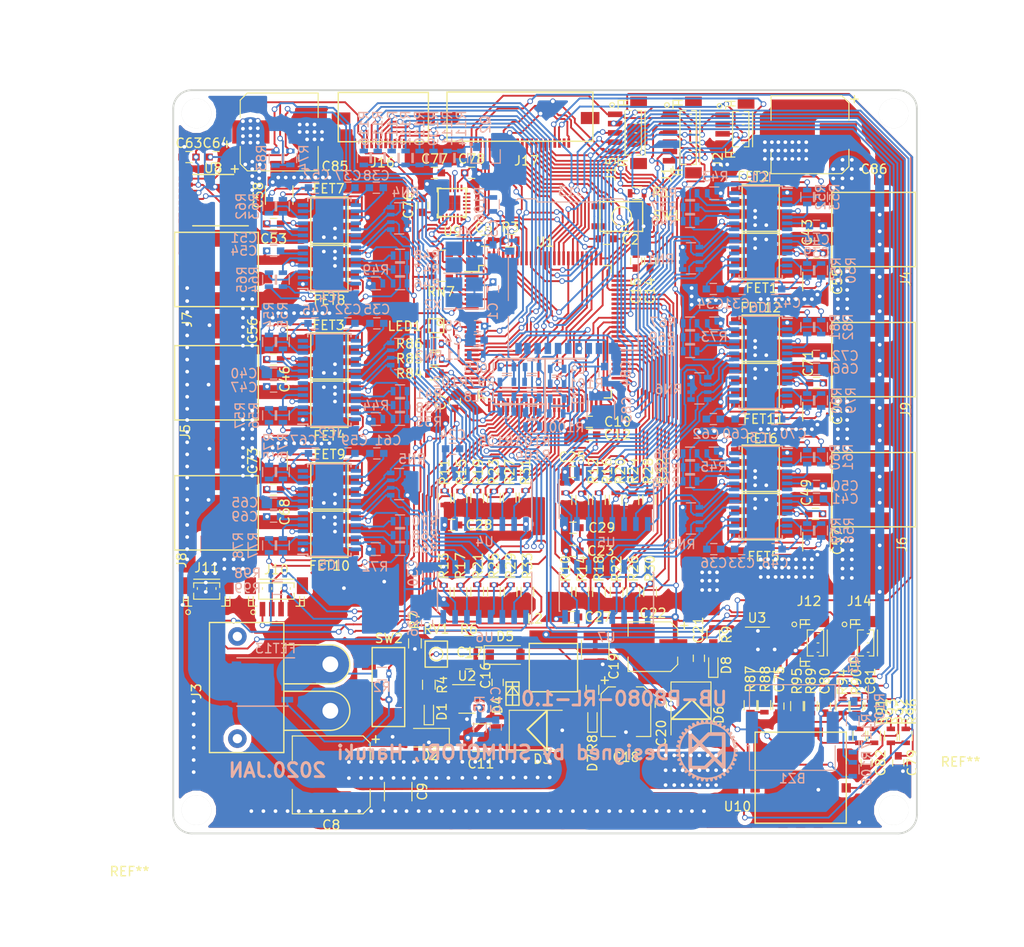
<source format=kicad_pcb>
(kicad_pcb (version 20171130) (host pcbnew "(5.0.0)")
  (layers (0 F.Cu signal) (31 B.Cu signal) (34 B.Paste user) (35 F.Paste user) (36 B.SilkS user) (37 F.SilkS user) (38 B.Mask user) (39 F.Mask user hide) (44 Edge.Cuts user))
  (net 0 "")
  (net 1 "Net-(BZ1-Pad2)")
  (net 2 +5V)
  (net 3 +3V3)
  (net 4 GND)
  (net 5 NRST)
  (net 6 "Net-(C10-Pad1)")
  (net 7 "Net-(C11-Pad1)")
  (net 8 "Net-(C13-Pad1)")
  (net 9 "Net-(C14-Pad2)")
  (net 10 "Net-(C16-Pad1)")
  (net 11 "Net-(C16-Pad2)")
  (net 12 "Net-(C17-Pad2)")
  (net 13 "Net-(C31-Pad1)")
  (net 14 "Net-(C32-Pad1)")
  (net 15 "Net-(C33-Pad1)")
  (net 16 "Net-(C34-Pad2)")
  (net 17 "Net-(C34-Pad1)")
  (net 18 "Net-(C35-Pad1)")
  (net 19 "Net-(C35-Pad2)")
  (net 20 "Net-(C36-Pad2)")
  (net 21 "Net-(C36-Pad1)")
  (net 22 "Net-(C37-Pad1)")
  (net 23 "Net-(C38-Pad1)")
  (net 24 "Net-(C38-Pad2)")
  (net 25 "Net-(C39-Pad1)")
  (net 26 "Net-(C40-Pad1)")
  (net 27 "Net-(C41-Pad1)")
  (net 28 +BATT)
  (net 29 "Net-(C43-Pad1)")
  (net 30 "Net-(C43-Pad2)")
  (net 31 "Net-(C44-Pad2)")
  (net 32 "Net-(C44-Pad1)")
  (net 33 "Net-(C46-Pad2)")
  (net 34 "Net-(C46-Pad1)")
  (net 35 "Net-(C47-Pad1)")
  (net 36 "Net-(C47-Pad2)")
  (net 37 "Net-(C49-Pad2)")
  (net 38 "Net-(C49-Pad1)")
  (net 39 "Net-(C50-Pad1)")
  (net 40 "Net-(C50-Pad2)")
  (net 41 "Net-(C51-Pad1)")
  (net 42 "Net-(C53-Pad2)")
  (net 43 "Net-(C53-Pad1)")
  (net 44 "Net-(C54-Pad2)")
  (net 45 "Net-(C54-Pad1)")
  (net 46 "Net-(C59-Pad1)")
  (net 47 "Net-(C60-Pad1)")
  (net 48 "Net-(C61-Pad1)")
  (net 49 "Net-(C61-Pad2)")
  (net 50 "Net-(C62-Pad2)")
  (net 51 "Net-(C62-Pad1)")
  (net 52 "Net-(C65-Pad1)")
  (net 53 "Net-(C66-Pad1)")
  (net 54 "Net-(C68-Pad2)")
  (net 55 "Net-(C68-Pad1)")
  (net 56 "Net-(C69-Pad1)")
  (net 57 "Net-(C69-Pad2)")
  (net 58 "Net-(C71-Pad2)")
  (net 59 "Net-(C71-Pad1)")
  (net 60 "Net-(C72-Pad2)")
  (net 61 "Net-(C72-Pad1)")
  (net 62 C_SW5)
  (net 63 "Net-(C77-Pad2)")
  (net 64 C_SW4)
  (net 65 C_SW3)
  (net 66 C_SW2)
  (net 67 C_SW1)
  (net 68 "Net-(D1-Pad2)")
  (net 69 "Net-(D7-Pad2)")
  (net 70 "Net-(D8-Pad2)")
  (net 71 "Net-(FET1-Pad4)")
  (net 72 "Net-(FET1-Pad2)")
  (net 73 "Net-(FET2-Pad2)")
  (net 74 "Net-(FET2-Pad4)")
  (net 75 "Net-(FET3-Pad2)")
  (net 76 "Net-(FET3-Pad4)")
  (net 77 "Net-(FET4-Pad4)")
  (net 78 "Net-(FET4-Pad2)")
  (net 79 "Net-(FET5-Pad4)")
  (net 80 "Net-(FET5-Pad2)")
  (net 81 "Net-(FET6-Pad2)")
  (net 82 "Net-(FET6-Pad4)")
  (net 83 "Net-(FET7-Pad2)")
  (net 84 "Net-(FET7-Pad4)")
  (net 85 "Net-(FET8-Pad4)")
  (net 86 "Net-(FET8-Pad2)")
  (net 87 "Net-(FET9-Pad4)")
  (net 88 "Net-(FET9-Pad2)")
  (net 89 "Net-(FET10-Pad4)")
  (net 90 "Net-(FET10-Pad2)")
  (net 91 "Net-(FET11-Pad2)")
  (net 92 "Net-(FET11-Pad4)")
  (net 93 "Net-(FET12-Pad2)")
  (net 94 "Net-(FET12-Pad4)")
  (net 95 POWER_SW)
  (net 96 "Net-(IC1-Pad27)")
  (net 97 "Net-(IC1-Pad26)")
  (net 98 "Net-(IC1-Pad25)")
  (net 99 "Net-(IC1-Pad24)")
  (net 100 PWM_SERVO2_H_I)
  (net 101 PWM_SERVO2_L_I)
  (net 102 GPIO_SERVO2_SR_I)
  (net 103 PWM_SERVO2_P_I)
  (net 104 "Net-(IC1-Pad18)")
  (net 105 "Net-(IC1-Pad14)")
  (net 106 "Net-(IC1-Pad12)")
  (net 107 "Net-(IC1-Pad10)")
  (net 108 "Net-(IC1-Pad7)")
  (net 109 "Net-(IC1-Pad5)")
  (net 110 "Net-(IC1-Pad3)")
  (net 111 "Net-(IC2-Pad3)")
  (net 112 "Net-(IC2-Pad5)")
  (net 113 "Net-(IC2-Pad7)")
  (net 114 "Net-(IC2-Pad10)")
  (net 115 "Net-(IC2-Pad12)")
  (net 116 "Net-(IC2-Pad14)")
  (net 117 "Net-(IC2-Pad18)")
  (net 118 GPIO_DRIVE1_P_I)
  (net 119 GPIO_DRIVE1_SR_I)
  (net 120 PWM_DRIVE1_L_I)
  (net 121 PWM_DRIVE1_H_I)
  (net 122 "Net-(IC2-Pad24)")
  (net 123 "Net-(IC2-Pad25)")
  (net 124 "Net-(IC2-Pad26)")
  (net 125 "Net-(IC2-Pad27)")
  (net 126 "Net-(IC3-Pad3)")
  (net 127 "Net-(IC3-Pad5)")
  (net 128 "Net-(IC3-Pad7)")
  (net 129 "Net-(IC3-Pad10)")
  (net 130 "Net-(IC3-Pad12)")
  (net 131 "Net-(IC3-Pad14)")
  (net 132 "Net-(IC3-Pad18)")
  (net 133 GPIO_DRIVE4_P_I)
  (net 134 GPIO_DRIVE4_SR_I)
  (net 135 PWM_DRIVE4_L_I)
  (net 136 PWM_DRIVE4_H_I)
  (net 137 "Net-(IC3-Pad24)")
  (net 138 "Net-(IC3-Pad25)")
  (net 139 "Net-(IC3-Pad26)")
  (net 140 "Net-(IC3-Pad27)")
  (net 141 "Net-(IC4-Pad27)")
  (net 142 "Net-(IC4-Pad26)")
  (net 143 "Net-(IC4-Pad25)")
  (net 144 "Net-(IC4-Pad24)")
  (net 145 PWM_SERVO1_H_I)
  (net 146 PWM_SERVO1_L_I)
  (net 147 GPIO_SERVO1_SR_I)
  (net 148 PWM_SERVO1_P_I)
  (net 149 "Net-(IC4-Pad18)")
  (net 150 "Net-(IC4-Pad14)")
  (net 151 "Net-(IC4-Pad12)")
  (net 152 "Net-(IC4-Pad10)")
  (net 153 "Net-(IC4-Pad7)")
  (net 154 "Net-(IC4-Pad5)")
  (net 155 "Net-(IC4-Pad3)")
  (net 156 "Net-(IC5-Pad27)")
  (net 157 "Net-(IC5-Pad26)")
  (net 158 "Net-(IC5-Pad25)")
  (net 159 "Net-(IC5-Pad24)")
  (net 160 PWM_DRIVE2_H_I)
  (net 161 PWM_DRIVE2_L_I)
  (net 162 GPIO_DRIVE2_SR_I)
  (net 163 GPIO_DRIVE2_P_I)
  (net 164 "Net-(IC5-Pad18)")
  (net 165 "Net-(IC5-Pad14)")
  (net 166 "Net-(IC5-Pad12)")
  (net 167 "Net-(IC5-Pad10)")
  (net 168 "Net-(IC5-Pad7)")
  (net 169 "Net-(IC5-Pad5)")
  (net 170 "Net-(IC5-Pad3)")
  (net 171 "Net-(IC6-Pad3)")
  (net 172 "Net-(IC6-Pad5)")
  (net 173 "Net-(IC6-Pad7)")
  (net 174 "Net-(IC6-Pad10)")
  (net 175 "Net-(IC6-Pad12)")
  (net 176 "Net-(IC6-Pad14)")
  (net 177 "Net-(IC6-Pad18)")
  (net 178 GPIO_DRIVE3_P_I)
  (net 179 GPIO_DRIVE3_SR_I)
  (net 180 PWM_DRIVE3_L_I)
  (net 181 PWM_DRIVE3_H_I)
  (net 182 "Net-(IC6-Pad24)")
  (net 183 "Net-(IC6-Pad25)")
  (net 184 "Net-(IC6-Pad26)")
  (net 185 "Net-(IC6-Pad27)")
  (net 186 SWO)
  (net 187 SWDIO)
  (net 188 SWCLK)
  (net 189 "Net-(J7-Pad2)")
  (net 190 ENCORDER_B)
  (net 191 ENCORDER_A)
  (net 192 ADC_POT1)
  (net 193 ADC_POT2)
  (net 194 SD_INSERT)
  (net 195 "Net-(J13-Pad7)")
  (net 196 "Net-(J13-Pad5)")
  (net 197 "Net-(J13-Pad3)")
  (net 198 "Net-(J13-Pad2)")
  (net 199 "Net-(J13-Pad1)")
  (net 200 "Net-(J13-Pad8)")
  (net 201 ADC_POT3)
  (net 202 REMAINDER_PD1)
  (net 203 REMAINDER_PD0)
  (net 204 ADC_LINE1)
  (net 205 ADC_LINE2)
  (net 206 ADC_LINE3)
  (net 207 ADC_LINE4)
  (net 208 ADC_LINE5)
  (net 209 ADC_LINE6)
  (net 210 "Net-(J16-Pad8)")
  (net 211 "Net-(J16-Pad9)")
  (net 212 T_SW2)
  (net 213 R_SW2)
  (net 214 T_SW3)
  (net 215 T_SW1)
  (net 216 R_SW1)
  (net 217 R_SW4)
  (net 218 R_SW8)
  (net 219 LED2_R)
  (net 220 LED2_G)
  (net 221 LED2_B)
  (net 222 I2C_SDA_LCD)
  (net 223 I2C_SCL_LCD)
  (net 224 "Net-(L1-Pad1)")
  (net 225 SDIO_D2)
  (net 226 SDIO_D3)
  (net 227 SDIO_CMD)
  (net 228 "Net-(L6-Pad2)")
  (net 229 SDIO_D0)
  (net 230 SDIO_D1)
  (net 231 "Net-(LED1-Pad3)")
  (net 232 "Net-(LED1-Pad4)")
  (net 233 "Net-(LED1-Pad2)")
  (net 234 "Net-(Q2-Pad1)")
  (net 235 "Net-(Q3-Pad1)")
  (net 236 "Net-(R3-Pad2)")
  (net 237 "Net-(R6-Pad2)")
  (net 238 "Net-(R7-Pad1)")
  (net 239 PWM_DRIVE4_H)
  (net 240 GPIO_DRIVE1_SR)
  (net 241 PWM_DRIVE2_H)
  (net 242 GPIO_DRIVE3_SR)
  (net 243 PWM_DRIVE4_L)
  (net 244 GPIO_DRIVE1_P)
  (net 245 PWM_DRIVE2_L)
  (net 246 GPIO_DRIVE3_P)
  (net 247 GPIO_DRIVE4_SR)
  (net 248 PWM_SERVO1_H)
  (net 249 GPIO_DRIVE2_SR)
  (net 250 PWM_SERVO2_H)
  (net 251 GPIO_DRIVE4_P)
  (net 252 PWM_SERVO1_L)
  (net 253 GPIO_DRIVE2_P)
  (net 254 PWM_SERVO2_L)
  (net 255 PWM_DRIVE3_H)
  (net 256 GPIO_SERVO1_SR)
  (net 257 PWM_DRIVE1_H)
  (net 258 GPIO_SERVO2_SR)
  (net 259 PWM_DRIVE3_L)
  (net 260 PWM_SERVO1_P)
  (net 261 PWM_DRIVE1_L)
  (net 262 PWM_SERVO2_P)
  (net 263 I2C_SDA_CURRENT)
  (net 264 I2C_SCL_CURRENT)
  (net 265 LED1_R)
  (net 266 LED1_G)
  (net 267 LED1_B)
  (net 268 "Net-(R87-Pad1)")
  (net 269 "Net-(R89-Pad2)")
  (net 270 "Net-(R90-Pad2)")
  (net 271 "Net-(R91-Pad2)")
  (net 272 "Net-(R92-Pad2)")
  (net 273 SDIO_CK)
  (net 274 PWM_LINE_SENSOR)
  (net 275 PWM_BZ)
  (net 276 SPI_CS_IMU)
  (net 277 SPI_MISO_IMU)
  (net 278 SPI_SCK_IMU)
  (net 279 SPI_MOSI_IMU)
  (net 280 "Net-(SW2-Pad1)")
  (net 281 "Net-(U1-Pad13)")
  (net 282 OSC_IN)
  (net 283 "Net-(U1-Pad9)")
  (net 284 OSC32_IN)
  (net 285 "Net-(U3-Pad3)")
  (net 286 "Net-(U8-Pad13)")
  (net 287 "Net-(U9-Pad21)")
  (net 288 "Net-(U9-Pad19)")
  (net 289 "Net-(U9-Pad16)")
  (net 290 "Net-(U9-Pad15)")
  (net 291 "Net-(U9-Pad14)")
  (net 292 "Net-(U9-Pad12)")
  (net 293 "Net-(U9-Pad11)")
  (net 294 "Net-(U9-Pad7)")
  (net 295 "Net-(U9-Pad6)")
  (net 296 "Net-(U9-Pad5)")
  (net 297 "Net-(U9-Pad4)")
  (net 298 "Net-(U9-Pad3)")
  (net 299 "Net-(U9-Pad2)")
  (net 300 "Net-(U9-Pad1)")
  (net 301 "Net-(FET13-Pad1)")
  (net 302 "Net-(J17-Pad21)")
  (net 303 USART_RX)
  (net 304 USART_TX)
  (module Footprint:SO-8_PowerPAK_Vishay_Single (layer B.Cu) (at 120.1 120.2 180)
    (fp_text reference FET13 (at -1.4 3.6 180) (layer B.SilkS) (effects (justify mirror)))
    (fp_text value SiSS27ADN)
    (pad 1 smd rect (at -2.67 1.905 180) (size 1.27 0.61) (layers B.Cu B.Paste B.Mask) (net 301 "Net-(FET13-Pad1)"))
    (pad 2 smd rect (at -2.67 0.635 180) (size 1.27 0.61) (layers B.Cu B.Paste B.Mask) (net 301 "Net-(FET13-Pad1)"))
    (pad 3 smd rect (at -2.67 -0.635 180) (size 1.27 0.61) (layers B.Cu B.Paste B.Mask) (net 301 "Net-(FET13-Pad1)"))
    (pad 4 smd rect (at -2.67 -1.905 180) (size 1.27 0.61) (layers B.Cu B.Paste B.Mask) (net 95 POWER_SW))
    (pad 5 smd rect (at 2.795 -1.905 180) (size 1.02 0.61) (layers B.Cu B.Paste B.Mask) (net 28 +BATT))
    (pad 6 smd rect (at 2.795 -0.635 180) (size 1.02 0.61) (layers B.Cu B.Paste B.Mask) (net 28 +BATT))
    (pad 7 smd rect (at 2.795 0.635 180) (size 1.02 0.61) (layers B.Cu B.Paste B.Mask) (net 28 +BATT))
    (pad 8 smd rect (at 2.795 1.905 180) (size 1.02 0.61) (layers B.Cu B.Paste B.Mask) (net 28 +BATT))
    (pad 5 smd rect (at 0.69 0 180) (size 3.81 3.91) (layers B.Cu B.Paste B.Mask) (net 28 +BATT))
  )
  (module Footprint:SM02B-PASS (layer F.Cu) (at 181.2 70.5 270)
    (fp_text reference J4 (at 6.3 -8.1 270) (layer F.SilkS))
    (fp_text value PA_SIDE)
    (pad 2 smd rect (at 0 0 270) (size 1 2.7) (layers F.Cu F.Paste F.Mask) (net 31 "Net-(C44-Pad2)"))
    (pad 1 smd rect (at 2 0 270) (size 1 2.7) (layers F.Cu F.Paste F.Mask) (net 30 "Net-(C43-Pad2)"))
    (pad "" smd rect (at -2.35 -4.45 270) (size 1.8 3.8) (layers F.Cu F.Paste F.Mask))
    (pad "" smd rect (at 4.35 -4.45 270) (size 1.8 3.8) (layers F.Cu F.Paste F.Mask))
  )
  (module Footprint:Molex_FFC_22 (layer F.Cu) (at 146.3 61.6 180)
    (fp_text reference J17 (at -2.2 -2.5 180) (layer F.SilkS))
    (fp_text value FFC)
    (pad 21 smd rect (at -6.25 -0.6 180) (size 0.3 1) (layers F.Cu F.Paste F.Mask) (net 302 "Net-(J17-Pad21)"))
    (pad 18 smd rect (at -4.75 -0.6 180) (size 0.3 1) (layers F.Cu F.Paste F.Mask) (net 186 SWO))
    (pad 19 smd rect (at -5.25 -0.6 180) (size 0.3 1) (layers F.Cu F.Paste F.Mask) (net 304 USART_TX))
    (pad 20 smd rect (at -5.75 -0.6 180) (size 0.3 1) (layers F.Cu F.Paste F.Mask) (net 303 USART_RX))
    (pad 17 smd rect (at -4.25 -0.6 180) (size 0.3 1) (layers F.Cu F.Paste F.Mask) (net 187 SWDIO))
    (pad 22 smd rect (at -6.75 -0.6 180) (size 0.3 1) (layers F.Cu F.Paste F.Mask) (net 4 GND))
    (pad 16 smd rect (at -3.75 -0.6 180) (size 0.3 1) (layers F.Cu F.Paste F.Mask) (net 188 SWCLK))
    (pad 15 smd rect (at -3.25 -0.6 180) (size 0.3 1) (layers F.Cu F.Paste F.Mask) (net 218 R_SW8))
    (pad 14 smd rect (at -2.75 -0.6 180) (size 0.3 1) (layers F.Cu F.Paste F.Mask) (net 217 R_SW4))
    (pad 13 smd rect (at -2.25 -0.6 180) (size 0.3 1) (layers F.Cu F.Paste F.Mask) (net 213 R_SW2))
    (pad 12 smd rect (at -1.75 -0.6 180) (size 0.3 1) (layers F.Cu F.Paste F.Mask) (net 216 R_SW1))
    (pad 11 smd rect (at -1.25 -0.6 180) (size 0.3 1) (layers F.Cu F.Paste F.Mask) (net 214 T_SW3))
    (pad "" smd rect (at -9.05 2.1 180) (size 2 1.3) (layers F.Cu F.Paste F.Mask))
    (pad 7 smd rect (at 0.75 -0.6 180) (size 0.3 1) (layers F.Cu F.Paste F.Mask) (net 222 I2C_SDA_LCD))
    (pad "" smd rect (at 6.05 2.1 180) (size 2 1.3) (layers F.Cu F.Paste F.Mask))
    (pad 6 smd rect (at 1.25 -0.6 180) (size 0.3 1) (layers F.Cu F.Paste F.Mask) (net 220 LED2_G))
    (pad 3 smd rect (at 2.75 -0.6 180) (size 0.3 1) (layers F.Cu F.Paste F.Mask) (net 221 LED2_B))
    (pad 4 smd rect (at 2.25 -0.6 180) (size 0.3 1) (layers F.Cu F.Paste F.Mask) (net 219 LED2_R))
    (pad 8 smd rect (at 0.25 -0.6 180) (size 0.3 1) (layers F.Cu F.Paste F.Mask) (net 223 I2C_SCL_LCD))
    (pad 1 smd rect (at 3.75 -0.6 180) (size 0.3 1) (layers F.Cu F.Paste F.Mask) (net 3 +3V3))
    (pad 10 smd rect (at -0.75 -0.6 180) (size 0.3 1) (layers F.Cu F.Paste F.Mask) (net 212 T_SW2))
    (pad 2 smd rect (at 3.25 -0.6 180) (size 0.3 1) (layers F.Cu F.Paste F.Mask) (net 95 POWER_SW))
    (pad 5 smd rect (at 1.75 -0.6 180) (size 0.3 1) (layers F.Cu F.Paste F.Mask) (net 5 NRST))
    (pad 9 smd rect (at -0.25 -0.6 180) (size 0.3 1) (layers F.Cu F.Paste F.Mask) (net 215 T_SW1))
  )
  (module Footprint:OSTB0603C1C-A (layer F.Cu) (at 138 81.4)
    (fp_text reference LED1 (at -2.6 0.5) (layer F.SilkS))
    (fp_text value OSTB0603C1C-A)
    (pad 4 smd rect (at 0 1) (size 0.75 0.5) (layers F.Cu F.Paste F.Mask) (net 232 "Net-(LED1-Pad4)"))
    (pad 2 smd rect (at 1.55 1) (size 0.75 0.5) (layers F.Cu F.Paste F.Mask) (net 233 "Net-(LED1-Pad2)"))
    (pad 1 smd rect (at 1.55 0) (size 0.75 0.5) (layers F.Cu F.Paste F.Mask) (net 3 +3V3))
    (pad 3 smd rect (at 0 0) (size 0.75 0.5) (layers F.Cu F.Paste F.Mask) (net 231 "Net-(LED1-Pad3)"))
  )
  (module Footprint:ICM20648 (layer F.Cu) (at 140.5 68.6 180)
    (fp_text reference U9 (at -0.03 -3.1 180) (layer F.SilkS))
    (fp_text value ICM20648)
    (pad 23 smd rect (at -0.61 -1.6 270) (size 0.8 0.2) (layers F.Cu F.Paste F.Mask) (net 278 SPI_SCK_IMU))
    (pad 9 smd rect (at -0.21 1.52 270) (size 0.8 0.2) (layers F.Cu F.Paste F.Mask) (net 277 SPI_MISO_IMU))
    (pad "" smd rect (at -0.445 -0.44 180) (size 0.875 0.8) (layers F.Cu F.Paste F.Mask))
    (pad 16 smd rect (at 1.55 -0.24 180) (size 0.8 0.2) (layers F.Cu F.Paste F.Mask) (net 289 "Net-(U9-Pad16)"))
    (pad 11 smd rect (at 0.59 1.52 270) (size 0.8 0.2) (layers F.Cu F.Paste F.Mask) (net 293 "Net-(U9-Pad11)"))
    (pad 13 smd rect (at 1.6 0.96 180) (size 0.7 0.2) (layers F.Cu F.Paste F.Mask) (net 3 +3V3))
    (pad 1 smd rect (at -1.62 -1.04 180) (size 0.7 0.2) (layers F.Cu F.Paste F.Mask) (net 300 "Net-(U9-Pad1)"))
    (pad 6 smd rect (at -1.62 0.96 180) (size 0.7 0.2) (layers F.Cu F.Paste F.Mask) (net 295 "Net-(U9-Pad6)"))
    (pad 12 smd rect (at 0.99 1.57 270) (size 0.7 0.2) (layers F.Cu F.Paste F.Mask) (net 292 "Net-(U9-Pad12)"))
    (pad 5 smd rect (at -1.57 0.56 180) (size 0.8 0.2) (layers F.Cu F.Paste F.Mask) (net 296 "Net-(U9-Pad5)"))
    (pad 10 smd rect (at 0.19 1.52 270) (size 0.8 0.2) (layers F.Cu F.Paste F.Mask) (net 63 "Net-(C77-Pad2)"))
    (pad 17 smd rect (at 1.55 -0.64 180) (size 0.8 0.2) (layers F.Cu F.Paste F.Mask) (net 4 GND))
    (pad 24 smd rect (at -1.01 -1.65 270) (size 0.7 0.2) (layers F.Cu F.Paste F.Mask) (net 279 SPI_MOSI_IMU))
    (pad 4 smd rect (at -1.57 0.16 180) (size 0.8 0.2) (layers F.Cu F.Paste F.Mask) (net 297 "Net-(U9-Pad4)"))
    (pad 21 smd rect (at 0.19 -1.6 270) (size 0.8 0.2) (layers F.Cu F.Paste F.Mask) (net 287 "Net-(U9-Pad21)"))
    (pad 8 smd rect (at -0.61 1.52 270) (size 0.8 0.2) (layers F.Cu F.Paste F.Mask) (net 3 +3V3))
    (pad "" smd rect (at -0.445 0.36 180) (size 0.875 0.8) (layers F.Cu F.Paste F.Mask))
    (pad 2 smd rect (at -1.57 -0.64 180) (size 0.8 0.2) (layers F.Cu F.Paste F.Mask) (net 299 "Net-(U9-Pad2)"))
    (pad 7 smd rect (at -1.01 1.57 270) (size 0.7 0.2) (layers F.Cu F.Paste F.Mask) (net 294 "Net-(U9-Pad7)"))
    (pad 20 smd rect (at 0.59 -1.6 270) (size 0.8 0.2) (layers F.Cu F.Paste F.Mask) (net 4 GND))
    (pad 15 smd rect (at 1.55 0.16 180) (size 0.8 0.2) (layers F.Cu F.Paste F.Mask) (net 290 "Net-(U9-Pad15)"))
    (pad 14 smd rect (at 1.55 0.56 180) (size 0.8 0.2) (layers F.Cu F.Paste F.Mask) (net 291 "Net-(U9-Pad14)"))
    (pad 18 smd rect (at 1.6 -1.04 180) (size 0.7 0.2) (layers F.Cu F.Paste F.Mask) (net 4 GND))
    (pad 22 smd rect (at -0.21 -1.6 270) (size 0.8 0.2) (layers F.Cu F.Paste F.Mask) (net 276 SPI_CS_IMU))
    (pad 3 smd rect (at -1.57 -0.24 180) (size 0.8 0.2) (layers F.Cu F.Paste F.Mask) (net 298 "Net-(U9-Pad3)"))
    (pad 19 smd rect (at 0.99 -1.65 270) (size 0.7 0.2) (layers F.Cu F.Paste F.Mask) (net 288 "Net-(U9-Pad19)"))
    (pad "" smd rect (at 0.425 -0.44 180) (size 0.875 0.8) (layers F.Cu F.Paste F.Mask))
    (pad "" smd rect (at 0.425 0.36 180) (size 0.875 0.8) (layers F.Cu F.Paste F.Mask))
  )
  (module Resistors_SMD:R_0603 (layer B.Cu) (at 183.6 129.6 270)
    (fp_text reference R108 (at -0.1 -1.5 270) (layer B.SilkS) (effects (justify mirror)))
    (fp_text value 1k)
    (pad 1 smd rect (at -0.75 0 270) (size 0.5 0.9) (layers B.Cu B.Paste B.Mask) (net 1 "Net-(BZ1-Pad2)"))
    (pad 2 smd rect (at 0.75 0 270) (size 0.5 0.9) (layers B.Cu B.Paste B.Mask) (net 2 +5V))
  )
  (module Footprint:JS1300 (layer F.Cu) (at 178 130.5)
    (fp_text reference U10 (at -6.8 3.1) (layer F.SilkS))
    (fp_text value JS1300AQ)
    (pad 6 smd rect (at 4.9 1.1) (size 1 1) (layers F.Cu F.Paste F.Mask) (net 272 "Net-(R92-Pad2)"))
    (pad 7 smd rect (at 4.9 -1.1) (size 1 1) (layers F.Cu F.Paste F.Mask) (net 4 GND))
    (pad 1 smd rect (at -4.9 -1.1) (size 1 1) (layers F.Cu F.Paste F.Mask) (net 4 GND))
    (pad 2 smd rect (at -4.9 1.1) (size 1 1) (layers F.Cu F.Paste F.Mask) (net 268 "Net-(R87-Pad1)"))
    (pad 5 smd rect (at 1.9 4.9) (size 1 1) (layers F.Cu F.Paste F.Mask) (net 4 GND))
    (pad 3 smd rect (at -1.9 4.9) (size 1 1) (layers F.Cu F.Paste F.Mask) (net 4 GND))
    (pad 10 smd rect (at -1.9 -4.9) (size 1 1) (layers F.Cu F.Paste F.Mask) (net 269 "Net-(R89-Pad2)"))
    (pad 8 smd rect (at 1.9 -4.9) (size 1 1) (layers F.Cu F.Paste F.Mask) (net 271 "Net-(R91-Pad2)"))
    (pad 9 smd rect (at 0 -4.9) (size 1 1) (layers F.Cu F.Paste F.Mask) (net 270 "Net-(R90-Pad2)"))
    (pad 4 smd rect (at 0 4.9) (size 1 1) (layers F.Cu F.Paste F.Mask) (net 4 GND))
  )
  (module Resistors_SMD:R_0603 (layer F.Cu) (at 189.3 126 270)
    (fp_text reference R96 (at -2.6 -0.7 270) (layer F.SilkS))
    (fp_text value 10k)
    (pad 1 smd rect (at -0.75 0 270) (size 0.5 0.9) (layers F.Cu F.Paste F.Mask) (net 64 C_SW4))
    (pad 2 smd rect (at 0.75 0 270) (size 0.5 0.9) (layers F.Cu F.Paste F.Mask) (net 272 "Net-(R92-Pad2)"))
  )
  (module Resistors_SMD:R_0603 (layer F.Cu) (at 187.7 126 270)
    (fp_text reference R92 (at -2.6 -1.2 270) (layer F.SilkS))
    (fp_text value 10k)
    (pad 1 smd rect (at -0.75 0 270) (size 0.5 0.9) (layers F.Cu F.Paste F.Mask) (net 3 +3V3))
    (pad 2 smd rect (at 0.75 0 270) (size 0.5 0.9) (layers F.Cu F.Paste F.Mask) (net 272 "Net-(R92-Pad2)"))
  )
  (module Capacitors_SMD:C_0603 (layer F.Cu) (at 188.5 128.9 270)
    (fp_text reference C79 (at 0 -1.5 270) (layer F.SilkS))
    (fp_text value 10u)
    (pad 2 smd rect (at 0.75 0 270) (size 0.8 0.75) (layers F.Cu F.Paste F.Mask) (net 4 GND))
    (pad 1 smd rect (at -0.75 0 270) (size 0.8 0.75) (layers F.Cu F.Paste F.Mask) (net 64 C_SW4))
  )
  (module Capacitors_SMD:C_0603 (layer F.Cu) (at 155.3 93.6 180)
    (fp_text reference C12 (at -3 0 180) (layer F.SilkS))
    (fp_text value 0.1u)
    (pad 2 smd rect (at 0.75 0 180) (size 0.8 0.75) (layers F.Cu F.Paste F.Mask) (net 4 GND))
    (pad 1 smd rect (at -0.75 0 180) (size 0.8 0.75) (layers F.Cu F.Paste F.Mask) (net 3 +3V3))
  )
  (module Resistors_SMD:R_0603 (layer F.Cu) (at 143.2 100.4 270)
    (fp_text reference R19 (at -2.8 -0.1 270) (layer F.SilkS))
    (fp_text value 10K)
    (pad 1 smd rect (at -0.75 0 270) (size 0.5 0.9) (layers F.Cu F.Paste F.Mask) (net 248 PWM_SERVO1_H))
    (pad 2 smd rect (at 0.75 0 270) (size 0.5 0.9) (layers F.Cu F.Paste F.Mask) (net 4 GND))
  )
  (module Footprint:SM02B-PASS (layer F.Cu) (at 119.8 89 90)
    (fp_text reference J5 (at -4.3 -8 90) (layer F.SilkS))
    (fp_text value PA_SIDE)
    (pad 2 smd rect (at 0 0 90) (size 1 2.7) (layers F.Cu F.Paste F.Mask) (net 36 "Net-(C47-Pad2)"))
    (pad 1 smd rect (at 2 0 90) (size 1 2.7) (layers F.Cu F.Paste F.Mask) (net 33 "Net-(C46-Pad2)"))
    (pad "" smd rect (at -2.35 -4.45 90) (size 1.8 3.8) (layers F.Cu F.Paste F.Mask))
    (pad "" smd rect (at 4.35 -4.45 90) (size 1.8 3.8) (layers F.Cu F.Paste F.Mask))
  )
  (module Footprint:SM02B-PASS (layer F.Cu) (at 181.2 98.5 270)
    (fp_text reference J6 (at 6.9 -7.7 270) (layer F.SilkS))
    (fp_text value PA_SIDE)
    (pad 2 smd rect (at 0 0 270) (size 1 2.7) (layers F.Cu F.Paste F.Mask) (net 40 "Net-(C50-Pad2)"))
    (pad 1 smd rect (at 2 0 270) (size 1 2.7) (layers F.Cu F.Paste F.Mask) (net 37 "Net-(C49-Pad2)"))
    (pad "" smd rect (at -2.35 -4.45 270) (size 1.8 3.8) (layers F.Cu F.Paste F.Mask))
    (pad "" smd rect (at 4.35 -4.45 270) (size 1.8 3.8) (layers F.Cu F.Paste F.Mask))
  )
  (module Footprint:SM02B-PASS (layer F.Cu) (at 119.8 76.8 90)
    (fp_text reference J7 (at -4.4 -7.8 90) (layer F.SilkS))
    (fp_text value PA_SIDE)
    (pad 2 smd rect (at 0 0 90) (size 1 2.7) (layers F.Cu F.Paste F.Mask) (net 189 "Net-(J7-Pad2)"))
    (pad 1 smd rect (at 2 0 90) (size 1 2.7) (layers F.Cu F.Paste F.Mask) (net 44 "Net-(C54-Pad2)"))
    (pad "" smd rect (at -2.35 -4.45 90) (size 1.8 3.8) (layers F.Cu F.Paste F.Mask))
    (pad "" smd rect (at 4.35 -4.45 90) (size 1.8 3.8) (layers F.Cu F.Paste F.Mask))
  )
  (module Footprint:SM02B-PASS (layer F.Cu) (at 119.8 103 90)
    (fp_text reference J8 (at -4.1 -8.4 90) (layer F.SilkS))
    (fp_text value PA_SIDE)
    (pad 2 smd rect (at 0 0 90) (size 1 2.7) (layers F.Cu F.Paste F.Mask) (net 57 "Net-(C69-Pad2)"))
    (pad 1 smd rect (at 2 0 90) (size 1 2.7) (layers F.Cu F.Paste F.Mask) (net 54 "Net-(C68-Pad2)"))
    (pad "" smd rect (at -2.35 -4.45 90) (size 1.8 3.8) (layers F.Cu F.Paste F.Mask))
    (pad "" smd rect (at 4.35 -4.45 90) (size 1.8 3.8) (layers F.Cu F.Paste F.Mask))
  )
  (module Footprint:SM02B-PASS (layer F.Cu) (at 181.2 84.5 270)
    (fp_text reference J9 (at 6.4 -8.1 270) (layer F.SilkS))
    (fp_text value PA_SIDE)
    (pad 2 smd rect (at 0 0 270) (size 1 2.7) (layers F.Cu F.Paste F.Mask) (net 60 "Net-(C72-Pad2)"))
    (pad 1 smd rect (at 2 0 270) (size 1 2.7) (layers F.Cu F.Paste F.Mask) (net 58 "Net-(C71-Pad2)"))
    (pad "" smd rect (at -2.35 -4.45 270) (size 1.8 3.8) (layers F.Cu F.Paste F.Mask))
    (pad "" smd rect (at 4.35 -4.45 270) (size 1.8 3.8) (layers F.Cu F.Paste F.Mask))
  )
  (module Footprint:XT30PW-M (layer F.Cu) (at 127.4 123.3 90)
    (fp_text reference J3 (at 2.1 -14.4 90) (layer F.SilkS))
    (fp_text value XT30)
    (pad "" thru_hole circle (at 8 -10 90) (size 2 2) (drill 1) (layers *.Cu *.Mask))
    (pad "" thru_hole circle (at -3 -10 90) (size 2 2) (drill 1) (layers *.Cu *.Mask))
    (pad 1 thru_hole circle (at 5 0 90) (size 4 4) (drill 1.7) (layers *.Cu *.Mask) (net 301 "Net-(FET13-Pad1)"))
    (pad 2 thru_hole circle (at 0 0 90) (size 4 4) (drill 1.7) (layers *.Cu *.Mask) (net 4 GND))
  )
  (module Capacitors_SMD:C_0603 (layer B.Cu) (at 175.25 105.9 180)
    (fp_text reference C48 (at 0 -1.5 180) (layer B.SilkS) (effects (justify mirror)))
    (fp_text value 10u)
    (pad 2 smd rect (at 0.75 0 180) (size 0.8 0.75) (layers B.Cu B.Paste B.Mask) (net 4 GND))
    (pad 1 smd rect (at -0.75 0 180) (size 0.8 0.75) (layers B.Cu B.Paste B.Mask) (net 28 +BATT))
  )
  (module Connectors_Card:Hirose_DM3AT-SF-PEJM5 (layer B.Cu) (at 156.3 83.7)
    (fp_text reference J13 (at -3.1 -16.3) (layer B.SilkS) (effects (justify mirror)))
    (fp_text value Micro_SD_Card_Det_Hirose_DM3AT)
    (pad 9 smd rect (at -8.65 0.6) (size 0.7 1.2) (layers B.Cu B.Paste B.Mask) (net 4 GND))
    (pad 8 smd rect (at -7.7 0.6) (size 0.7 1.2) (layers B.Cu B.Paste B.Mask) (net 200 "Net-(J13-Pad8)"))
    (pad 1 smd rect (at 0 0.6) (size 0.7 1.2) (layers B.Cu B.Paste B.Mask) (net 199 "Net-(J13-Pad1)"))
    (pad 2 smd rect (at -1.1 0.6) (size 0.7 1.2) (layers B.Cu B.Paste B.Mask) (net 198 "Net-(J13-Pad2)"))
    (pad 3 smd rect (at -2.2 0.6) (size 0.7 1.2) (layers B.Cu B.Paste B.Mask) (net 197 "Net-(J13-Pad3)"))
    (pad 4 smd rect (at -3.3 0.6) (size 0.7 1.2) (layers B.Cu B.Paste B.Mask) (net 3 +3V3))
    (pad 5 smd rect (at -4.4 0.6) (size 0.7 1.2) (layers B.Cu B.Paste B.Mask) (net 196 "Net-(J13-Pad5)"))
    (pad 6 smd rect (at -5.5 0.6) (size 0.7 1.2) (layers B.Cu B.Paste B.Mask) (net 4 GND))
    (pad 7 smd rect (at -6.6 0.6) (size 0.7 1.2) (layers B.Cu B.Paste B.Mask) (net 195 "Net-(J13-Pad7)"))
    (pad 11 smd rect (at 1.55 0.6) (size 1 1.2) (layers B.Cu B.Paste B.Mask) (net 4 GND))
    (pad 11 smd rect (at -9.6 -3.7) (size 1 1.2) (layers B.Cu B.Paste B.Mask) (net 4 GND))
    (pad 10 smd rect (at -9.6 -9.9) (size 1 0.8) (layers B.Cu B.Paste B.Mask) (net 194 SD_INSERT))
    (pad 11 smd rect (at -9.6 -14.05) (size 1 2.8) (layers B.Cu B.Paste B.Mask) (net 4 GND))
    (pad 11 smd rect (at 3.9 -14.5) (size 1.3 1.9) (layers B.Cu B.Paste B.Mask) (net 4 GND))
  )
  (module Resistors_SMD:R_0603 (layer B.Cu) (at 166.1 98.6)
    (fp_text reference R42 (at -2.5 0.1) (layer B.SilkS) (effects (justify mirror)))
    (fp_text value 10K)
    (pad 1 smd rect (at -0.75 0) (size 0.5 0.9) (layers B.Cu B.Paste B.Mask) (net 3 +3V3))
    (pad 2 smd rect (at 0.75 0) (size 0.5 0.9) (layers B.Cu B.Paste B.Mask) (net 137 "Net-(IC3-Pad24)"))
  )
  (module Resistors_SMD:R_0603 (layer B.Cu) (at 180.2 103.9 270)
    (fp_text reference R58 (at 0 -3 270) (layer B.SilkS) (effects (justify mirror)))
    (fp_text value 75)
    (pad 1 smd rect (at -0.75 0 270) (size 0.5 0.9) (layers B.Cu B.Paste B.Mask) (net 130 "Net-(IC3-Pad12)"))
    (pad 2 smd rect (at 0.75 0 270) (size 0.5 0.9) (layers B.Cu B.Paste B.Mask) (net 80 "Net-(FET5-Pad2)"))
  )
  (module Mounting_Holes:MountingHole_3.2mm_M3 (layer F.Cu) (at 113 59)
    (fp_text reference REF**)
    (fp_text value MountingHole_3.2mm_M3)
    (pad 1 np_thru_hole circle (at 0 0) (size 3.2 3.2) (drill 3.2) (layers *.Cu *.Mask))
  )
  (module Mounting_Holes:MountingHole_3.2mm_M3 (layer F.Cu) (at 113 134)
    (fp_text reference REF** (at -7.2 6.6) (layer F.SilkS))
    (fp_text value MountingHole_3.2mm_M3)
    (pad 1 np_thru_hole circle (at 0 0) (size 3.2 3.2) (drill 3.2) (layers *.Cu *.Mask))
  )
  (module Mounting_Holes:MountingHole_3.2mm_M3 (layer F.Cu) (at 188 134)
    (fp_text reference REF** (at 7.2 -5.2) (layer F.SilkS))
    (fp_text value MountingHole_3.2mm_M3)
    (pad 1 np_thru_hole circle (at 0 0) (size 3.2 3.2) (drill 3.2) (layers *.Cu *.Mask))
  )
  (module Mounting_Holes:MountingHole_3.2mm_M3 (layer F.Cu) (at 188 59)
    (fp_text reference REF**)
    (fp_text value MountingHole_3.2mm_M3)
    (pad 1 np_thru_hole circle (at 0 0) (size 3.2 3.2) (drill 3.2) (layers *.Cu *.Mask))
  )
  (module Footprint:ST2TA (layer F.Cu) (at 138.8 117.2 180)
    (fp_text reference RV1 (at 0 2.7 180) (layer F.SilkS))
    (fp_text value ST2TA101)
    (pad 2 smd rect (at 0 -1.3 180) (size 1 0.8) (layers F.Cu F.Paste F.Mask) (net 12 "Net-(C17-Pad2)"))
    (pad 3 smd rect (at -0.625 1.3 180) (size 0.65 0.8) (layers F.Cu F.Paste F.Mask) (net 237 "Net-(R6-Pad2)"))
    (pad 1 smd rect (at 0.625 1.3 180) (size 0.65 0.8) (layers F.Cu F.Paste F.Mask) (net 238 "Net-(R7-Pad1)"))
  )
  (module TO_SOT_Packages_SMD:TSOT-23-6 (layer F.Cu) (at 142.1 122)
    (fp_text reference U2 (at 0 -2.45) (layer F.SilkS))
    (fp_text value LT1933)
    (pad 1 smd rect (at -1.31 -0.95) (size 1.22 0.65) (layers F.Cu F.Paste F.Mask) (net 10 "Net-(C16-Pad1)"))
    (pad 2 smd rect (at -1.31 0) (size 1.22 0.65) (layers F.Cu F.Paste F.Mask) (net 4 GND))
    (pad 3 smd rect (at -1.31 0.95) (size 1.22 0.65) (layers F.Cu F.Paste F.Mask) (net 12 "Net-(C17-Pad2)"))
    (pad 4 smd rect (at 1.31 0.95) (size 1.22 0.65) (layers F.Cu F.Paste F.Mask) (net 8 "Net-(C13-Pad1)"))
    (pad 5 smd rect (at 1.31 0) (size 1.22 0.65) (layers F.Cu F.Paste F.Mask) (net 7 "Net-(C11-Pad1)"))
    (pad 6 smd rect (at 1.31 -0.95) (size 1.22 0.65) (layers F.Cu F.Paste F.Mask) (net 11 "Net-(C16-Pad2)"))
  )
  (module Footprint:SD25-220-R (layer F.Cu) (at 151.4 115.65 180)
    (fp_text reference L2 (at 2 2.25 180) (layer F.SilkS))
    (fp_text value 22u)
    (pad 2 smd rect (at 0 -5.95 180) (size 5.15 2) (layers F.Cu F.Paste F.Mask) (net 11 "Net-(C16-Pad2)"))
    (pad 1 smd rect (at 0 0 180) (size 5.15 2) (layers F.Cu F.Paste F.Mask) (net 2 +5V))
  )
  (module Footprint:SSSS213202 (layer F.Cu) (at 133.7 120.8 90)
    (fp_text reference SW2 (at 5.3 0 180) (layer F.SilkS))
    (fp_text value SSSS213202)
    (pad "" smd rect (at 2.5 2.15 90) (size 1.2 1.5) (layers F.Cu F.Paste F.Mask))
    (pad "" smd rect (at -2.5 2.15 90) (size 1.2 1.5) (layers F.Cu F.Paste F.Mask))
    (pad 1 smd rect (at 2.5 -2.15 90) (size 1.2 1.5) (layers F.Cu F.Paste F.Mask) (net 280 "Net-(SW2-Pad1)"))
    (pad 3 smd rect (at -2.5 -2.15 90) (size 1.2 1.5) (layers F.Cu F.Paste F.Mask) (net 4 GND))
    (pad 2 smd rect (at 0 -2.15 90) (size 1.2 1.5) (layers F.Cu F.Paste F.Mask) (net 95 POWER_SW))
    (pad "" smd rect (at 0 2.15 90) (size 1.2 1.5) (layers F.Cu F.Paste F.Mask))
  )
  (module Resistors_SMD:R_0603 (layer B.Cu) (at 132.95 119.3)
    (fp_text reference R2 (at 0 1.45) (layer B.SilkS) (effects (justify mirror)))
    (fp_text value 12k)
    (pad 1 smd rect (at -0.75 0) (size 0.5 0.9) (layers B.Cu B.Paste B.Mask) (net 301 "Net-(FET13-Pad1)"))
    (pad 2 smd rect (at 0.75 0) (size 0.5 0.9) (layers B.Cu B.Paste B.Mask) (net 95 POWER_SW))
  )
  (module Buzzers_Beepers:Buzzer_Murata_PKMCS0909E4000-R1 (layer B.Cu) (at 177.1 125.1)
    (fp_text reference BZ1 (at 0 5.5) (layer B.SilkS) (effects (justify mirror)))
    (fp_text value PKMCS0909E4000-R1)
    (pad 1 smd rect (at -4.35 0) (size 1.3 3.4) (layers B.Cu B.Paste B.Mask) (net 2 +5V))
    (pad 2 smd rect (at 4.35 0) (size 1.3 3.4) (layers B.Cu B.Paste B.Mask) (net 1 "Net-(BZ1-Pad2)"))
  )
  (module Capacitors_SMD:C_0603 (layer B.Cu) (at 144.9 77.9 270)
    (fp_text reference C1 (at 2.4 0 270) (layer B.SilkS) (effects (justify mirror)))
    (fp_text value 0.1u)
    (pad 2 smd rect (at 0.75 0 270) (size 0.8 0.75) (layers B.Cu B.Paste B.Mask) (net 4 GND))
    (pad 1 smd rect (at -0.75 0 270) (size 0.8 0.75) (layers B.Cu B.Paste B.Mask) (net 3 +3V3))
  )
  (module Capacitors_SMD:C_0603 (layer F.Cu) (at 157.1 72.5)
    (fp_text reference C2 (at 2.6 0.1) (layer F.SilkS))
    (fp_text value 0.1u)
    (pad 2 smd rect (at 0.75 0) (size 0.8 0.75) (layers F.Cu F.Paste F.Mask) (net 4 GND))
    (pad 1 smd rect (at -0.75 0) (size 0.8 0.75) (layers F.Cu F.Paste F.Mask) (net 5 NRST))
  )
  (module Capacitors_SMD:C_0603 (layer B.Cu) (at 144.9 73.9 270)
    (fp_text reference C3 (at -2.5 0 270) (layer B.SilkS) (effects (justify mirror)))
    (fp_text value 0.1u)
    (pad 2 smd rect (at 0.75 0 270) (size 0.8 0.75) (layers B.Cu B.Paste B.Mask) (net 4 GND))
    (pad 1 smd rect (at -0.75 0 270) (size 0.8 0.75) (layers B.Cu B.Paste B.Mask) (net 3 +3V3))
  )
  (module Capacitors_SMD:C_0603 (layer B.Cu) (at 143.2 83.4)
    (fp_text reference C4 (at -2.6 0) (layer B.SilkS) (effects (justify mirror)))
    (fp_text value 0.1u)
    (pad 2 smd rect (at 0.75 0) (size 0.8 0.75) (layers B.Cu B.Paste B.Mask) (net 3 +3V3))
    (pad 1 smd rect (at -0.75 0) (size 0.8 0.75) (layers B.Cu B.Paste B.Mask) (net 4 GND))
  )
  (module Capacitors_SMD:C_0603 (layer B.Cu) (at 143.25 81.9 180)
    (fp_text reference C5 (at 2.65 0 180) (layer B.SilkS) (effects (justify mirror)))
    (fp_text value 0.1u)
    (pad 2 smd rect (at 0.75 0 180) (size 0.8 0.75) (layers B.Cu B.Paste B.Mask) (net 4 GND))
    (pad 1 smd rect (at -0.75 0 180) (size 0.8 0.75) (layers B.Cu B.Paste B.Mask) (net 3 +3V3))
  )
  (module Capacitors_SMD:C_0603 (layer F.Cu) (at 144 72.7 180)
    (fp_text reference C6 (at 0.1 1.4 180) (layer F.SilkS))
    (fp_text value 0.1u)
    (pad 2 smd rect (at 0.75 0 180) (size 0.8 0.75) (layers F.Cu F.Paste F.Mask) (net 3 +3V3))
    (pad 1 smd rect (at -0.75 0 180) (size 0.8 0.75) (layers F.Cu F.Paste F.Mask) (net 4 GND))
  )
  (module Capacitors_SMD:C_0603 (layer F.Cu) (at 140.8 90 90)
    (fp_text reference C7 (at 0 -1.5 90) (layer F.SilkS))
    (fp_text value 0.1u)
    (pad 2 smd rect (at 0.75 0 90) (size 0.8 0.75) (layers F.Cu F.Paste F.Mask) (net 4 GND))
    (pad 1 smd rect (at -0.75 0 90) (size 0.8 0.75) (layers F.Cu F.Paste F.Mask) (net 3 +3V3))
  )
  (module Capacitors_SMD:CP_Elec_8x6.7 (layer F.Cu) (at 127.5 130.2 180)
    (fp_text reference C8 (at 0 -5.4 180) (layer F.SilkS))
    (fp_text value 330u)
    (fp_text user + (at -4.78 3.91 180) (layer F.SilkS))
    (pad 1 smd rect (at -3.05 0) (size 4 2.5) (layers F.Cu F.Paste F.Mask) (net 28 +BATT))
    (pad 2 smd rect (at 3.05 0) (size 4 2.5) (layers F.Cu F.Paste F.Mask) (net 4 GND))
  )
  (module Capacitors_SMD:C_1210 (layer F.Cu) (at 134.7 132 270)
    (fp_text reference C9 (at 0 -2.6 270) (layer F.SilkS))
    (fp_text value 47u)
    (pad 1 smd rect (at -1.5 0 270) (size 1 2.5) (layers F.Cu F.Paste F.Mask) (net 28 +BATT))
    (pad 2 smd rect (at 1.5 0 270) (size 1 2.5) (layers F.Cu F.Paste F.Mask) (net 4 GND))
  )
  (module Capacitors_SMD:C_0603 (layer F.Cu) (at 155.25 92.2 180)
    (fp_text reference C10 (at -3.05 0 180) (layer F.SilkS))
    (fp_text value 2.2u)
    (pad 2 smd rect (at 0.75 0 180) (size 0.8 0.75) (layers F.Cu F.Paste F.Mask) (net 4 GND))
    (pad 1 smd rect (at -0.75 0 180) (size 0.8 0.75) (layers F.Cu F.Paste F.Mask) (net 6 "Net-(C10-Pad1)"))
  )
  (module Capacitors_SMD:C_1210 (layer F.Cu) (at 143.7 126.2)
    (fp_text reference C11 (at -0.1 2.8) (layer F.SilkS))
    (fp_text value 47u)
    (pad 1 smd rect (at -1.5 0) (size 1 2.5) (layers F.Cu F.Paste F.Mask) (net 7 "Net-(C11-Pad1)"))
    (pad 2 smd rect (at 1.5 0) (size 1 2.5) (layers F.Cu F.Paste F.Mask) (net 4 GND))
  )
  (module Capacitors_SMD:C_0603 (layer B.Cu) (at 145.2 125.05 270)
    (fp_text reference C13 (at -2.95 0 270) (layer B.SilkS) (effects (justify mirror)))
    (fp_text value 0.1u)
    (pad 2 smd rect (at 0.75 0 270) (size 0.8 0.75) (layers B.Cu B.Paste B.Mask) (net 4 GND))
    (pad 1 smd rect (at -0.75 0 270) (size 0.8 0.75) (layers B.Cu B.Paste B.Mask) (net 8 "Net-(C13-Pad1)"))
  )
  (module Capacitors_SMD:C_0603 (layer F.Cu) (at 161.8 74.9 270)
    (fp_text reference C14 (at 3.2 0 270) (layer F.SilkS))
    (fp_text value 2.2u)
    (pad 2 smd rect (at 0.75 0 270) (size 0.8 0.75) (layers F.Cu F.Paste F.Mask) (net 9 "Net-(C14-Pad2)"))
    (pad 1 smd rect (at -0.75 0 270) (size 0.8 0.75) (layers F.Cu F.Paste F.Mask) (net 4 GND))
  )
  (module Capacitors_SMD:C_0603 (layer F.Cu) (at 160.3 74.9 90)
    (fp_text reference C15 (at -3.2 0 90) (layer F.SilkS))
    (fp_text value 0.1u)
    (pad 2 smd rect (at 0.75 0 90) (size 0.8 0.75) (layers F.Cu F.Paste F.Mask) (net 4 GND))
    (pad 1 smd rect (at -0.75 0 90) (size 0.8 0.75) (layers F.Cu F.Paste F.Mask) (net 3 +3V3))
  )
  (module Capacitors_SMD:C_0603 (layer F.Cu) (at 145.4 120.25 270)
    (fp_text reference C16 (at -0.75 1.3 270) (layer F.SilkS))
    (fp_text value 0.01u)
    (pad 2 smd rect (at 0.75 0 270) (size 0.8 0.75) (layers F.Cu F.Paste F.Mask) (net 11 "Net-(C16-Pad2)"))
    (pad 1 smd rect (at -0.75 0 270) (size 0.8 0.75) (layers F.Cu F.Paste F.Mask) (net 10 "Net-(C16-Pad1)"))
  )
  (module Capacitors_SMD:C_0603 (layer F.Cu) (at 142.3 118.2 180)
    (fp_text reference C17 (at -0.1 1.2 180) (layer F.SilkS))
    (fp_text value 470p)
    (pad 2 smd rect (at 0.75 0 180) (size 0.8 0.75) (layers F.Cu F.Paste F.Mask) (net 12 "Net-(C17-Pad2)"))
    (pad 1 smd rect (at -0.75 0 180) (size 0.8 0.75) (layers F.Cu F.Paste F.Mask) (net 2 +5V))
  )
  (module Capacitors_SMD:CP_Elec_5x5.8 (layer F.Cu) (at 159.2 123.4 270)
    (fp_text reference C18 (at 4.9 0 180) (layer F.SilkS))
    (fp_text value 100u)
    (fp_text user + (at -3.38 2.35 270) (layer F.SilkS))
    (pad 1 smd rect (at -2.2 0 90) (size 3 1.6) (layers F.Cu F.Paste F.Mask) (net 2 +5V))
    (pad 2 smd rect (at 2.2 0 90) (size 3 1.6) (layers F.Cu F.Paste F.Mask) (net 4 GND))
  )
  (module Capacitors_SMD:C_1210 (layer F.Cu) (at 155.9 116.7 270)
    (fp_text reference C19 (at 1.8 -2 90) (layer F.SilkS))
    (fp_text value 47u)
    (pad 1 smd rect (at -1.5 0 270) (size 1 2.5) (layers F.Cu F.Paste F.Mask) (net 2 +5V))
    (pad 2 smd rect (at 1.5 0 270) (size 1 2.5) (layers F.Cu F.Paste F.Mask) (net 4 GND))
  )
  (module Capacitors_SMD:C_0603 (layer F.Cu) (at 162.95 122.6 270)
    (fp_text reference C20 (at 3.1 -0.05 270) (layer F.SilkS))
    (fp_text value 1u)
    (pad 2 smd rect (at 0.75 0 270) (size 0.8 0.75) (layers F.Cu F.Paste F.Mask) (net 4 GND))
    (pad 1 smd rect (at -0.75 0 270) (size 0.8 0.75) (layers F.Cu F.Paste F.Mask) (net 2 +5V))
  )
  (module Capacitors_SMD:C_0603 (layer F.Cu) (at 167.05 117.65 270)
    (fp_text reference C21 (at -3.05 0.05 270) (layer F.SilkS))
    (fp_text value 10u)
    (pad 2 smd rect (at 0.75 0 270) (size 0.8 0.75) (layers F.Cu F.Paste F.Mask) (net 4 GND))
    (pad 1 smd rect (at -0.75 0 270) (size 0.8 0.75) (layers F.Cu F.Paste F.Mask) (net 3 +3V3))
  )
  (module Capacitors_SMD:CP_Elec_5x5.8 (layer F.Cu) (at 162.1 116.4 180)
    (fp_text reference C22 (at 0 3.6 180) (layer F.SilkS))
    (fp_text value 100u)
    (fp_text user + (at -3.38 2.35 180) (layer F.SilkS))
    (pad 1 smd rect (at -2.2 0) (size 3 1.6) (layers F.Cu F.Paste F.Mask) (net 3 +3V3))
    (pad 2 smd rect (at 2.2 0) (size 3 1.6) (layers F.Cu F.Paste F.Mask) (net 4 GND))
  )
  (module Capacitors_SMD:C_0603 (layer F.Cu) (at 153.5 106.1 180)
    (fp_text reference C23 (at -3 0 180) (layer F.SilkS))
    (fp_text value 0.1u)
    (pad 2 smd rect (at 0.75 0 180) (size 0.8 0.75) (layers F.Cu F.Paste F.Mask) (net 4 GND))
    (pad 1 smd rect (at -0.75 0 180) (size 0.8 0.75) (layers F.Cu F.Paste F.Mask) (net 3 +3V3))
  )
  (module Capacitors_SMD:C_0603 (layer B.Cu) (at 140.55 95.1 180)
    (fp_text reference C24 (at 0 1.5 180) (layer B.SilkS) (effects (justify mirror)))
    (fp_text value 0.1u)
    (pad 2 smd rect (at 0.75 0 180) (size 0.8 0.75) (layers B.Cu B.Paste B.Mask) (net 4 GND))
    (pad 1 smd rect (at -0.75 0 180) (size 0.8 0.75) (layers B.Cu B.Paste B.Mask) (net 3 +3V3))
  )
  (module Capacitors_SMD:C_0603 (layer F.Cu) (at 153.4 97.6 180)
    (fp_text reference C25 (at 0 1.6 180) (layer F.SilkS))
    (fp_text value 0.1u)
    (pad 2 smd rect (at 0.75 0 180) (size 0.8 0.75) (layers F.Cu F.Paste F.Mask) (net 4 GND))
    (pad 1 smd rect (at -0.75 0 180) (size 0.8 0.75) (layers F.Cu F.Paste F.Mask) (net 3 +3V3))
  )
  (module Capacitors_SMD:C_0603 (layer B.Cu) (at 137.8 113.9 90)
    (fp_text reference C26 (at 0 -1.5 90) (layer B.SilkS) (effects (justify mirror)))
    (fp_text value 0.1u)
    (pad 2 smd rect (at 0.75 0 90) (size 0.8 0.75) (layers B.Cu B.Paste B.Mask) (net 4 GND))
    (pad 1 smd rect (at -0.75 0 90) (size 0.8 0.75) (layers B.Cu B.Paste B.Mask) (net 3 +3V3))
  )
  (module Capacitors_SMD:C_0603 (layer F.Cu) (at 153.35 113.2 180)
    (fp_text reference C27 (at -2.85 0 180) (layer F.SilkS))
    (fp_text value 0.1u)
    (pad 2 smd rect (at 0.75 0 180) (size 0.8 0.75) (layers F.Cu F.Paste F.Mask) (net 4 GND))
    (pad 1 smd rect (at -0.75 0 180) (size 0.8 0.75) (layers F.Cu F.Paste F.Mask) (net 3 +3V3))
  )
  (module Capacitors_SMD:C_0603 (layer F.Cu) (at 140.45 103.3 180)
    (fp_text reference C28 (at -2.95 0 180) (layer F.SilkS))
    (fp_text value 0.1u)
    (pad 2 smd rect (at 0.75 0 180) (size 0.8 0.75) (layers F.Cu F.Paste F.Mask) (net 4 GND))
    (pad 1 smd rect (at -0.75 0 180) (size 0.8 0.75) (layers F.Cu F.Paste F.Mask) (net 3 +3V3))
  )
  (module Capacitors_SMD:C_0603 (layer F.Cu) (at 153.5 103.6 180)
    (fp_text reference C29 (at -3.1 0 180) (layer F.SilkS))
    (fp_text value 0.1u)
    (pad 2 smd rect (at 0.75 0 180) (size 0.8 0.75) (layers F.Cu F.Paste F.Mask) (net 4 GND))
    (pad 1 smd rect (at -0.75 0 180) (size 0.8 0.75) (layers F.Cu F.Paste F.Mask) (net 3 +3V3))
  )
  (module Capacitors_SMD:C_0603 (layer B.Cu) (at 137.9 108.6 90)
    (fp_text reference C30 (at 0.1 -1.6 90) (layer B.SilkS) (effects (justify mirror)))
    (fp_text value 0.1u)
    (pad 2 smd rect (at 0.75 0 90) (size 0.8 0.75) (layers B.Cu B.Paste B.Mask) (net 4 GND))
    (pad 1 smd rect (at -0.75 0 90) (size 0.8 0.75) (layers B.Cu B.Paste B.Mask) (net 3 +3V3))
  )
  (module Capacitors_SMD:C_0603 (layer B.Cu) (at 171.7 77.9)
    (fp_text reference C31 (at -0.6 1.6) (layer B.SilkS) (effects (justify mirror)))
    (fp_text value 0.1u)
    (pad 2 smd rect (at 0.75 0) (size 0.8 0.75) (layers B.Cu B.Paste B.Mask) (net 4 GND))
    (pad 1 smd rect (at -0.75 0) (size 0.8 0.75) (layers B.Cu B.Paste B.Mask) (net 13 "Net-(C31-Pad1)"))
  )
  (module Capacitors_SMD:C_0603 (layer B.Cu) (at 129.3 81.6 180)
    (fp_text reference C32 (at 0 1.5 180) (layer B.SilkS) (effects (justify mirror)))
    (fp_text value 0.1u)
    (pad 2 smd rect (at 0.75 0 180) (size 0.8 0.75) (layers B.Cu B.Paste B.Mask) (net 4 GND))
    (pad 1 smd rect (at -0.75 0 180) (size 0.8 0.75) (layers B.Cu B.Paste B.Mask) (net 14 "Net-(C32-Pad1)"))
  )
  (module Capacitors_SMD:C_0603 (layer B.Cu) (at 171.65 105.9)
    (fp_text reference C33 (at 0 1.5) (layer B.SilkS) (effects (justify mirror)))
    (fp_text value 0.1u)
    (pad 2 smd rect (at 0.75 0) (size 0.8 0.75) (layers B.Cu B.Paste B.Mask) (net 4 GND))
    (pad 1 smd rect (at -0.75 0) (size 0.8 0.75) (layers B.Cu B.Paste B.Mask) (net 15 "Net-(C33-Pad1)"))
  )
  (module Capacitors_SMD:C_0603 (layer B.Cu) (at 168.6 77.9)
    (fp_text reference C34 (at -0.3 1.6) (layer B.SilkS) (effects (justify mirror)))
    (fp_text value 470n)
    (pad 2 smd rect (at 0.75 0) (size 0.8 0.75) (layers B.Cu B.Paste B.Mask) (net 16 "Net-(C34-Pad2)"))
    (pad 1 smd rect (at -0.75 0) (size 0.8 0.75) (layers B.Cu B.Paste B.Mask) (net 17 "Net-(C34-Pad1)"))
  )
  (module Capacitors_SMD:C_0603 (layer B.Cu) (at 132.4 81.6 180)
    (fp_text reference C35 (at 0 1.5 180) (layer B.SilkS) (effects (justify mirror)))
    (fp_text value 470n)
    (pad 2 smd rect (at 0.75 0 180) (size 0.8 0.75) (layers B.Cu B.Paste B.Mask) (net 19 "Net-(C35-Pad2)"))
    (pad 1 smd rect (at -0.75 0 180) (size 0.8 0.75) (layers B.Cu B.Paste B.Mask) (net 18 "Net-(C35-Pad1)"))
  )
  (module Capacitors_SMD:C_0603 (layer B.Cu) (at 168.65 105.9)
    (fp_text reference C36 (at 0 1.5) (layer B.SilkS) (effects (justify mirror)))
    (fp_text value 470n)
    (pad 2 smd rect (at 0.75 0) (size 0.8 0.75) (layers B.Cu B.Paste B.Mask) (net 20 "Net-(C36-Pad2)"))
    (pad 1 smd rect (at -0.75 0) (size 0.8 0.75) (layers B.Cu B.Paste B.Mask) (net 21 "Net-(C36-Pad1)"))
  )
  (module Capacitors_SMD:C_0603 (layer B.Cu) (at 129.3 67 180)
    (fp_text reference C37 (at 0 1.3 180) (layer B.SilkS) (effects (justify mirror)))
    (fp_text value 0.1u)
    (pad 2 smd rect (at 0.75 0 180) (size 0.8 0.75) (layers B.Cu B.Paste B.Mask) (net 4 GND))
    (pad 1 smd rect (at -0.75 0 180) (size 0.8 0.75) (layers B.Cu B.Paste B.Mask) (net 22 "Net-(C37-Pad1)"))
  )
  (module Capacitors_SMD:C_0603 (layer B.Cu) (at 132.35 67 180)
    (fp_text reference C38 (at 0 1.3 180) (layer B.SilkS) (effects (justify mirror)))
    (fp_text value 470n)
    (pad 2 smd rect (at 0.75 0 180) (size 0.8 0.75) (layers B.Cu B.Paste B.Mask) (net 24 "Net-(C38-Pad2)"))
    (pad 1 smd rect (at -0.75 0 180) (size 0.8 0.75) (layers B.Cu B.Paste B.Mask) (net 23 "Net-(C38-Pad1)"))
  )
  (module Capacitors_SMD:C_0603 (layer B.Cu) (at 179.7 72.5)
    (fp_text reference C39 (at 0 1.5) (layer B.SilkS) (effects (justify mirror)))
    (fp_text value 0.22u)
    (pad 2 smd rect (at 0.75 0) (size 0.8 0.75) (layers B.Cu B.Paste B.Mask) (net 4 GND))
    (pad 1 smd rect (at -0.75 0) (size 0.8 0.75) (layers B.Cu B.Paste B.Mask) (net 25 "Net-(C39-Pad1)"))
  )
  (module Capacitors_SMD:C_0603 (layer B.Cu) (at 121.3 87 180)
    (fp_text reference C40 (at 3.2 0 180) (layer B.SilkS) (effects (justify mirror)))
    (fp_text value 0.22u)
    (pad 2 smd rect (at 0.75 0 180) (size 0.8 0.75) (layers B.Cu B.Paste B.Mask) (net 4 GND))
    (pad 1 smd rect (at -0.75 0 180) (size 0.8 0.75) (layers B.Cu B.Paste B.Mask) (net 26 "Net-(C40-Pad1)"))
  )
  (module Capacitors_SMD:C_0603 (layer B.Cu) (at 179.7 100.5)
    (fp_text reference C41 (at 3.1 0) (layer B.SilkS) (effects (justify mirror)))
    (fp_text value 0.22u)
    (pad 2 smd rect (at 0.75 0) (size 0.8 0.75) (layers B.Cu B.Paste B.Mask) (net 4 GND))
    (pad 1 smd rect (at -0.75 0) (size 0.8 0.75) (layers B.Cu B.Paste B.Mask) (net 27 "Net-(C41-Pad1)"))
  )
  (module Capacitors_SMD:C_0603 (layer B.Cu) (at 175.2 77.9 180)
    (fp_text reference C42 (at -1.4 -1.5 180) (layer B.SilkS) (effects (justify mirror)))
    (fp_text value 10u)
    (pad 2 smd rect (at 0.75 0 180) (size 0.8 0.75) (layers B.Cu B.Paste B.Mask) (net 4 GND))
    (pad 1 smd rect (at -0.75 0 180) (size 0.8 0.75) (layers B.Cu B.Paste B.Mask) (net 28 +BATT))
  )
  (module Capacitors_SMD:C_0603 (layer F.Cu) (at 179.7 74 180)
    (fp_text reference C43 (at 1 2.2 270) (layer F.SilkS))
    (fp_text value 0.22u)
    (pad 2 smd rect (at 0.75 0 180) (size 0.8 0.75) (layers F.Cu F.Paste F.Mask) (net 30 "Net-(C43-Pad2)"))
    (pad 1 smd rect (at -0.75 0 180) (size 0.8 0.75) (layers F.Cu F.Paste F.Mask) (net 29 "Net-(C43-Pad1)"))
  )
  (module Capacitors_SMD:C_0603 (layer B.Cu) (at 179.7 71.1)
    (fp_text reference C44 (at 0 1.5) (layer B.SilkS) (effects (justify mirror)))
    (fp_text value 0.22u)
    (pad 2 smd rect (at 0.75 0) (size 0.8 0.75) (layers B.Cu B.Paste B.Mask) (net 31 "Net-(C44-Pad2)"))
    (pad 1 smd rect (at -0.75 0) (size 0.8 0.75) (layers B.Cu B.Paste B.Mask) (net 32 "Net-(C44-Pad1)"))
  )
  (module Capacitors_SMD:C_0603 (layer B.Cu) (at 125.75 81.6)
    (fp_text reference C45 (at 0.05 -1.4) (layer B.SilkS) (effects (justify mirror)))
    (fp_text value 10u)
    (pad 2 smd rect (at 0.75 0) (size 0.8 0.75) (layers B.Cu B.Paste B.Mask) (net 4 GND))
    (pad 1 smd rect (at -0.75 0) (size 0.8 0.75) (layers B.Cu B.Paste B.Mask) (net 28 +BATT))
  )
  (module Capacitors_SMD:C_0603 (layer F.Cu) (at 121.3 85.5)
    (fp_text reference C46 (at 1.2 2.1 270) (layer F.SilkS))
    (fp_text value 0.22u)
    (pad 2 smd rect (at 0.75 0) (size 0.8 0.75) (layers F.Cu F.Paste F.Mask) (net 33 "Net-(C46-Pad2)"))
    (pad 1 smd rect (at -0.75 0) (size 0.8 0.75) (layers F.Cu F.Paste F.Mask) (net 34 "Net-(C46-Pad1)"))
  )
  (module Capacitors_SMD:C_0603 (layer B.Cu) (at 121.3 88.4 180)
    (fp_text reference C47 (at 3.2 -0.1 180) (layer B.SilkS) (effects (justify mirror)))
    (fp_text value 0.22u)
    (pad 2 smd rect (at 0.75 0 180) (size 0.8 0.75) (layers B.Cu B.Paste B.Mask) (net 36 "Net-(C47-Pad2)"))
    (pad 1 smd rect (at -0.75 0 180) (size 0.8 0.75) (layers B.Cu B.Paste B.Mask) (net 35 "Net-(C47-Pad1)"))
  )
  (module Capacitors_SMD:C_0603 (layer F.Cu) (at 179.6 102.1 180)
    (fp_text reference C49 (at 1 2.3 270) (layer F.SilkS))
    (fp_text value 0.22u)
    (pad 2 smd rect (at 0.75 0 180) (size 0.8 0.75) (layers F.Cu F.Paste F.Mask) (net 37 "Net-(C49-Pad2)"))
    (pad 1 smd rect (at -0.75 0 180) (size 0.8 0.75) (layers F.Cu F.Paste F.Mask) (net 38 "Net-(C49-Pad1)"))
  )
  (module Capacitors_SMD:C_0603 (layer B.Cu) (at 179.7 99.1)
    (fp_text reference C50 (at 3.1 0) (layer B.SilkS) (effects (justify mirror)))
    (fp_text value 0.22u)
    (pad 2 smd rect (at 0.75 0) (size 0.8 0.75) (layers B.Cu B.Paste B.Mask) (net 40 "Net-(C50-Pad2)"))
    (pad 1 smd rect (at -0.75 0) (size 0.8 0.75) (layers B.Cu B.Paste B.Mask) (net 39 "Net-(C50-Pad1)"))
  )
  (module Capacitors_SMD:C_0603 (layer B.Cu) (at 121.3 72.4 180)
    (fp_text reference C51 (at 3.2 0 180) (layer B.SilkS) (effects (justify mirror)))
    (fp_text value 0.22u)
    (pad 2 smd rect (at 0.75 0 180) (size 0.8 0.75) (layers B.Cu B.Paste B.Mask) (net 4 GND))
    (pad 1 smd rect (at -0.75 0 180) (size 0.8 0.75) (layers B.Cu B.Paste B.Mask) (net 41 "Net-(C51-Pad1)"))
  )
  (module Capacitors_SMD:C_0603 (layer B.Cu) (at 125.8 67)
    (fp_text reference C52 (at 0.1 -1.4) (layer B.SilkS) (effects (justify mirror)))
    (fp_text value 10u)
    (pad 2 smd rect (at 0.75 0) (size 0.8 0.75) (layers B.Cu B.Paste B.Mask) (net 4 GND))
    (pad 1 smd rect (at -0.75 0) (size 0.8 0.75) (layers B.Cu B.Paste B.Mask) (net 28 +BATT))
  )
  (module Capacitors_SMD:C_0603 (layer F.Cu) (at 121.3 70.9)
    (fp_text reference C53 (at 0 1.6) (layer F.SilkS))
    (fp_text value 0.22u)
    (pad 2 smd rect (at 0.75 0) (size 0.8 0.75) (layers F.Cu F.Paste F.Mask) (net 42 "Net-(C53-Pad2)"))
    (pad 1 smd rect (at -0.75 0) (size 0.8 0.75) (layers F.Cu F.Paste F.Mask) (net 43 "Net-(C53-Pad1)"))
  )
  (module Capacitors_SMD:C_0603 (layer B.Cu) (at 121.3 73.8 180)
    (fp_text reference C54 (at 3.2 0 180) (layer B.SilkS) (effects (justify mirror)))
    (fp_text value 0.22u)
    (pad 2 smd rect (at 0.75 0 180) (size 0.8 0.75) (layers B.Cu B.Paste B.Mask) (net 44 "Net-(C54-Pad2)"))
    (pad 1 smd rect (at -0.75 0 180) (size 0.8 0.75) (layers B.Cu B.Paste B.Mask) (net 45 "Net-(C54-Pad1)"))
  )
  (module Capacitors_SMD:C_1210 (layer F.Cu) (at 179.7 77.1 270)
    (fp_text reference C55 (at 0 -2.25 270) (layer F.SilkS))
    (fp_text value 47u)
    (pad 1 smd rect (at -1.5 0 270) (size 1 2.5) (layers F.Cu F.Paste F.Mask) (net 28 +BATT))
    (pad 2 smd rect (at 1.5 0 270) (size 1 2.5) (layers F.Cu F.Paste F.Mask) (net 4 GND))
  )
  (module Capacitors_SMD:C_1210 (layer F.Cu) (at 121.3 82.4 90)
    (fp_text reference C56 (at 0 -2.25 90) (layer F.SilkS))
    (fp_text value 47u)
    (pad 1 smd rect (at -1.5 0 90) (size 1 2.5) (layers F.Cu F.Paste F.Mask) (net 28 +BATT))
    (pad 2 smd rect (at 1.5 0 90) (size 1 2.5) (layers F.Cu F.Paste F.Mask) (net 4 GND))
  )
  (module Capacitors_SMD:C_1210 (layer F.Cu) (at 179.7 105.1 270)
    (fp_text reference C57 (at 0 -2.25 270) (layer F.SilkS))
    (fp_text value 47u)
    (pad 1 smd rect (at -1.5 0 270) (size 1 2.5) (layers F.Cu F.Paste F.Mask) (net 28 +BATT))
    (pad 2 smd rect (at 1.5 0 270) (size 1 2.5) (layers F.Cu F.Paste F.Mask) (net 4 GND))
  )
  (module Capacitors_SMD:C_1210 (layer F.Cu) (at 121.9 67.8 90)
    (fp_text reference C58 (at 0 -2.25 90) (layer F.SilkS))
    (fp_text value 47u)
    (pad 1 smd rect (at -1.5 0 90) (size 1 2.5) (layers F.Cu F.Paste F.Mask) (net 28 +BATT))
    (pad 2 smd rect (at 1.5 0 90) (size 1 2.5) (layers F.Cu F.Paste F.Mask) (net 4 GND))
  )
  (module Capacitors_SMD:C_0603 (layer B.Cu) (at 129.3 95.6 180)
    (fp_text reference C59 (at -0.7 1.4 180) (layer B.SilkS) (effects (justify mirror)))
    (fp_text value 0.1u)
    (pad 2 smd rect (at 0.75 0 180) (size 0.8 0.75) (layers B.Cu B.Paste B.Mask) (net 4 GND))
    (pad 1 smd rect (at -0.75 0 180) (size 0.8 0.75) (layers B.Cu B.Paste B.Mask) (net 46 "Net-(C59-Pad1)"))
  )
  (module Capacitors_SMD:C_0603 (layer B.Cu) (at 171.7 91.9)
    (fp_text reference C60 (at -0.7 1.6) (layer B.SilkS) (effects (justify mirror)))
    (fp_text value 0.1u)
    (pad 2 smd rect (at 0.75 0) (size 0.8 0.75) (layers B.Cu B.Paste B.Mask) (net 4 GND))
    (pad 1 smd rect (at -0.75 0) (size 0.8 0.75) (layers B.Cu B.Paste B.Mask) (net 47 "Net-(C60-Pad1)"))
  )
  (module Capacitors_SMD:C_0603 (layer B.Cu) (at 132.4 95.6 180)
    (fp_text reference C61 (at -1.2 1.4 180) (layer B.SilkS) (effects (justify mirror)))
    (fp_text value 470n)
    (pad 2 smd rect (at 0.75 0 180) (size 0.8 0.75) (layers B.Cu B.Paste B.Mask) (net 49 "Net-(C61-Pad2)"))
    (pad 1 smd rect (at -0.75 0 180) (size 0.8 0.75) (layers B.Cu B.Paste B.Mask) (net 48 "Net-(C61-Pad1)"))
  )
  (module Capacitors_SMD:C_0603 (layer B.Cu) (at 168.6 91.9)
    (fp_text reference C62 (at -0.8 1.6) (layer B.SilkS) (effects (justify mirror)))
    (fp_text value 470n)
    (pad 2 smd rect (at 0.75 0) (size 0.8 0.75) (layers B.Cu B.Paste B.Mask) (net 50 "Net-(C62-Pad2)"))
    (pad 1 smd rect (at -0.75 0) (size 0.8 0.75) (layers B.Cu B.Paste B.Mask) (net 51 "Net-(C62-Pad1)"))
  )
  (module Capacitors_SMD:C_0603 (layer F.Cu) (at 112.2 63.7 180)
    (fp_text reference C63 (at 0 1.5 180) (layer F.SilkS))
    (fp_text value 0.1u)
    (pad 2 smd rect (at 0.75 0 180) (size 0.8 0.75) (layers F.Cu F.Paste F.Mask) (net 4 GND))
    (pad 1 smd rect (at -0.75 0 180) (size 0.8 0.75) (layers F.Cu F.Paste F.Mask) (net 3 +3V3))
  )
  (module Capacitors_SMD:C_0603 (layer F.Cu) (at 115.1 63.7)
    (fp_text reference C64 (at 0 -1.5) (layer F.SilkS))
    (fp_text value 0.1u)
    (pad 2 smd rect (at 0.75 0) (size 0.8 0.75) (layers F.Cu F.Paste F.Mask) (net 4 GND))
    (pad 1 smd rect (at -0.75 0) (size 0.8 0.75) (layers F.Cu F.Paste F.Mask) (net 28 +BATT))
  )
  (module Capacitors_SMD:C_0603 (layer B.Cu) (at 121.3 101 180)
    (fp_text reference C65 (at 3.1 0.1 180) (layer B.SilkS) (effects (justify mirror)))
    (fp_text value 0.22u)
    (pad 2 smd rect (at 0.75 0 180) (size 0.8 0.75) (layers B.Cu B.Paste B.Mask) (net 4 GND))
    (pad 1 smd rect (at -0.75 0 180) (size 0.8 0.75) (layers B.Cu B.Paste B.Mask) (net 52 "Net-(C65-Pad1)"))
  )
  (module Capacitors_SMD:C_0603 (layer B.Cu) (at 179.7 86.5)
    (fp_text reference C66 (at 3.1 0) (layer B.SilkS) (effects (justify mirror)))
    (fp_text value 0.22u)
    (pad 2 smd rect (at 0.75 0) (size 0.8 0.75) (layers B.Cu B.Paste B.Mask) (net 4 GND))
    (pad 1 smd rect (at -0.75 0) (size 0.8 0.75) (layers B.Cu B.Paste B.Mask) (net 53 "Net-(C66-Pad1)"))
  )
  (module Capacitors_SMD:C_0603 (layer B.Cu) (at 125.8 95.6)
    (fp_text reference C67 (at -1.3 -1.4) (layer B.SilkS) (effects (justify mirror)))
    (fp_text value 10u)
    (pad 2 smd rect (at 0.75 0) (size 0.8 0.75) (layers B.Cu B.Paste B.Mask) (net 4 GND))
    (pad 1 smd rect (at -0.75 0) (size 0.8 0.75) (layers B.Cu B.Paste B.Mask) (net 28 +BATT))
  )
  (module Capacitors_SMD:C_0603 (layer F.Cu) (at 121.3 99.5)
    (fp_text reference C68 (at 1.2 2.4 90) (layer F.SilkS))
    (fp_text value 0.22u)
    (pad 2 smd rect (at 0.75 0) (size 0.8 0.75) (layers F.Cu F.Paste F.Mask) (net 54 "Net-(C68-Pad2)"))
    (pad 1 smd rect (at -0.75 0) (size 0.8 0.75) (layers F.Cu F.Paste F.Mask) (net 55 "Net-(C68-Pad1)"))
  )
  (module Capacitors_SMD:C_0603 (layer B.Cu) (at 121.3 102.4 180)
    (fp_text reference C69 (at 3.1 0 180) (layer B.SilkS) (effects (justify mirror)))
    (fp_text value 0.22u)
    (pad 2 smd rect (at 0.75 0 180) (size 0.8 0.75) (layers B.Cu B.Paste B.Mask) (net 57 "Net-(C69-Pad2)"))
    (pad 1 smd rect (at -0.75 0 180) (size 0.8 0.75) (layers B.Cu B.Paste B.Mask) (net 56 "Net-(C69-Pad1)"))
  )
  (module Capacitors_SMD:C_0603 (layer B.Cu) (at 175.2 91.9 180)
    (fp_text reference C70 (at -2 -1.6 180) (layer B.SilkS) (effects (justify mirror)))
    (fp_text value 10u)
    (pad 2 smd rect (at 0.75 0 180) (size 0.8 0.75) (layers B.Cu B.Paste B.Mask) (net 4 GND))
    (pad 1 smd rect (at -0.75 0 180) (size 0.8 0.75) (layers B.Cu B.Paste B.Mask) (net 28 +BATT))
  )
  (module Capacitors_SMD:C_0603 (layer F.Cu) (at 179.7 88 180)
    (fp_text reference C71 (at 0.9 2.1 270) (layer F.SilkS))
    (fp_text value 0.22u)
    (pad 2 smd rect (at 0.75 0 180) (size 0.8 0.75) (layers F.Cu F.Paste F.Mask) (net 58 "Net-(C71-Pad2)"))
    (pad 1 smd rect (at -0.75 0 180) (size 0.8 0.75) (layers F.Cu F.Paste F.Mask) (net 59 "Net-(C71-Pad1)"))
  )
  (module Capacitors_SMD:C_0603 (layer B.Cu) (at 179.7 85.1)
    (fp_text reference C72 (at 3.1 0) (layer B.SilkS) (effects (justify mirror)))
    (fp_text value 0.22u)
    (pad 2 smd rect (at 0.75 0) (size 0.8 0.75) (layers B.Cu B.Paste B.Mask) (net 60 "Net-(C72-Pad2)"))
    (pad 1 smd rect (at -0.75 0) (size 0.8 0.75) (layers B.Cu B.Paste B.Mask) (net 61 "Net-(C72-Pad1)"))
  )
  (module Capacitors_SMD:C_1210 (layer F.Cu) (at 121.3 96.4 90)
    (fp_text reference C73 (at 0 -2.25 90) (layer F.SilkS))
    (fp_text value 47u)
    (pad 1 smd rect (at -1.5 0 90) (size 1 2.5) (layers F.Cu F.Paste F.Mask) (net 28 +BATT))
    (pad 2 smd rect (at 1.5 0 90) (size 1 2.5) (layers F.Cu F.Paste F.Mask) (net 4 GND))
  )
  (module Capacitors_SMD:C_1210 (layer F.Cu) (at 179.7 91.1 270)
    (fp_text reference C74 (at 0 -2.25 270) (layer F.SilkS))
    (fp_text value 47u)
    (pad 1 smd rect (at -1.5 0 270) (size 1 2.5) (layers F.Cu F.Paste F.Mask) (net 28 +BATT))
    (pad 2 smd rect (at 1.5 0 270) (size 1 2.5) (layers F.Cu F.Paste F.Mask) (net 4 GND))
  )
  (module Capacitors_SMD:C_0603 (layer F.Cu) (at 175.6 122.8 270)
    (fp_text reference C75 (at -2.9 -0.1 270) (layer F.SilkS))
    (fp_text value 10u)
    (pad 2 smd rect (at 0.75 0 270) (size 0.8 0.75) (layers F.Cu F.Paste F.Mask) (net 4 GND))
    (pad 1 smd rect (at -0.75 0 270) (size 0.8 0.75) (layers F.Cu F.Paste F.Mask) (net 62 C_SW5))
  )
  (module Capacitors_SMD:C_0603 (layer F.Cu) (at 137.3 68.9 270)
    (fp_text reference C76 (at 0 1.5 270) (layer F.SilkS))
    (fp_text value 0.1u)
    (pad 2 smd rect (at 0.75 0 270) (size 0.8 0.75) (layers F.Cu F.Paste F.Mask) (net 4 GND))
    (pad 1 smd rect (at -0.75 0 270) (size 0.8 0.75) (layers F.Cu F.Paste F.Mask) (net 3 +3V3))
  )
  (module Capacitors_SMD:C_0603 (layer F.Cu) (at 138.6 65.4)
    (fp_text reference C77 (at 0 -1.5) (layer F.SilkS))
    (fp_text value 0.1u)
    (pad 2 smd rect (at 0.75 0) (size 0.8 0.75) (layers F.Cu F.Paste F.Mask) (net 63 "Net-(C77-Pad2)"))
    (pad 1 smd rect (at -0.75 0) (size 0.8 0.75) (layers F.Cu F.Paste F.Mask) (net 4 GND))
  )
  (module Capacitors_SMD:C_0603 (layer F.Cu) (at 142.6 65.4 180)
    (fp_text reference C78 (at 0 1.5 180) (layer F.SilkS))
    (fp_text value 0.1u)
    (pad 2 smd rect (at 0.75 0 180) (size 0.8 0.75) (layers F.Cu F.Paste F.Mask) (net 3 +3V3))
    (pad 1 smd rect (at -0.75 0 180) (size 0.8 0.75) (layers F.Cu F.Paste F.Mask) (net 4 GND))
  )
  (module Capacitors_SMD:C_0603 (layer F.Cu) (at 180.6 122.8 270)
    (fp_text reference C80 (at -2.7 0 270) (layer F.SilkS))
    (fp_text value 10u)
    (pad 2 smd rect (at 0.75 0 270) (size 0.8 0.75) (layers F.Cu F.Paste F.Mask) (net 4 GND))
    (pad 1 smd rect (at -0.75 0 270) (size 0.8 0.75) (layers F.Cu F.Paste F.Mask) (net 65 C_SW3))
  )
  (module Capacitors_SMD:C_0603 (layer F.Cu) (at 185.5 122.8 270)
    (fp_text reference C81 (at -2.7 0 270) (layer F.SilkS))
    (fp_text value 10u)
    (pad 2 smd rect (at 0.75 0 270) (size 0.8 0.75) (layers F.Cu F.Paste F.Mask) (net 4 GND))
    (pad 1 smd rect (at -0.75 0 270) (size 0.8 0.75) (layers F.Cu F.Paste F.Mask) (net 66 C_SW2))
  )
  (module Capacitors_SMD:C_0603 (layer F.Cu) (at 185.1 128.9 270)
    (fp_text reference C82 (at 0 -1.5 270) (layer F.SilkS))
    (fp_text value 10u)
    (pad 2 smd rect (at 0.75 0 270) (size 0.8 0.75) (layers F.Cu F.Paste F.Mask) (net 4 GND))
    (pad 1 smd rect (at -0.75 0 270) (size 0.8 0.75) (layers F.Cu F.Paste F.Mask) (net 67 C_SW1))
  )
  (module Capacitors_SMD:C_1210 (layer B.Cu) (at 156.5 90.9 270)
    (fp_text reference C83 (at 0 -2.8 270) (layer B.SilkS) (effects (justify mirror)))
    (fp_text value 47u)
    (pad 1 smd rect (at -1.5 0 270) (size 1 2.5) (layers B.Cu B.Paste B.Mask) (net 3 +3V3))
    (pad 2 smd rect (at 1.5 0 270) (size 1 2.5) (layers B.Cu B.Paste B.Mask) (net 4 GND))
  )
  (module Capacitors_SMD:C_0603 (layer B.Cu) (at 156.9 87 270)
    (fp_text reference C84 (at 0 -2.3 270) (layer B.SilkS) (effects (justify mirror)))
    (fp_text value 0.1)
    (pad 2 smd rect (at 0.75 0 270) (size 0.8 0.75) (layers B.Cu B.Paste B.Mask) (net 4 GND))
    (pad 1 smd rect (at -0.75 0 270) (size 0.8 0.75) (layers B.Cu B.Paste B.Mask) (net 3 +3V3))
  )
  (module Capacitors_SMD:CP_Elec_8x6.7 (layer F.Cu) (at 121.9 61)
    (fp_text reference C85 (at 6 3.7) (layer F.SilkS))
    (fp_text value 330u)
    (fp_text user + (at -4.78 3.91) (layer F.SilkS))
    (pad 1 smd rect (at -3.05 0 180) (size 4 2.5) (layers F.Cu F.Paste F.Mask) (net 28 +BATT))
    (pad 2 smd rect (at 3.05 0 180) (size 4 2.5) (layers F.Cu F.Paste F.Mask) (net 4 GND))
  )
  (module Capacitors_SMD:CP_Elec_8x6.7 (layer F.Cu) (at 179 61.3 180)
    (fp_text reference C86 (at -6.9 -3.7 180) (layer F.SilkS))
    (fp_text value 330u)
    (fp_text user + (at -4.78 3.91 180) (layer F.SilkS))
    (pad 1 smd rect (at -3.05 0) (size 4 2.5) (layers F.Cu F.Paste F.Mask) (net 28 +BATT))
    (pad 2 smd rect (at 3.05 0) (size 4 2.5) (layers F.Cu F.Paste F.Mask) (net 4 GND))
  )
  (module LEDs:LED_0603 (layer F.Cu) (at 138 123.5 90)
    (fp_text reference D1 (at 0.1 1.4 90) (layer F.SilkS))
    (fp_text value OSBL1608)
    (pad 2 smd rect (at 0.8 0 270) (size 0.8 0.8) (layers F.Cu F.Paste F.Mask) (net 68 "Net-(D1-Pad2)"))
    (pad 1 smd rect (at -0.8 0 270) (size 0.8 0.8) (layers F.Cu F.Paste F.Mask) (net 4 GND))
  )
  (module Diodes_SMD:D_SOD-123F (layer F.Cu) (at 138 126.2 180)
    (fp_text reference D2 (at -0.127 -1.905 180) (layer F.SilkS))
    (fp_text value SS2040)
    (pad 1 smd rect (at -1.4 0 180) (size 1.1 1.1) (layers F.Cu F.Paste F.Mask) (net 7 "Net-(C11-Pad1)"))
    (pad 2 smd rect (at 1.4 0 180) (size 1.1 1.1) (layers F.Cu F.Paste F.Mask) (net 28 +BATT))
  )
  (module Diodes_SMD:D_SMB (layer F.Cu) (at 150.2 125.4)
    (fp_text reference D3 (at 0 3.1) (layer F.SilkS))
    (fp_text value 1SMB5930BT3G)
    (pad 1 smd rect (at -2.15 0) (size 2.5 2.3) (layers F.Cu F.Paste F.Mask) (net 7 "Net-(C11-Pad1)"))
    (pad 2 smd rect (at 2.15 0) (size 2.5 2.3) (layers F.Cu F.Paste F.Mask) (net 4 GND))
  )
  (module Footprint:TUMD2M (layer F.Cu) (at 147 121.5)
    (fp_text reference D4 (at -1.6 1.2 90) (layer F.SilkS))
    (fp_text value RSX101VAM)
    (pad 2 smd rect (at 0 1.2) (size 1.1 0.8) (layers F.Cu F.Paste F.Mask) (net 4 GND))
    (pad 1 smd rect (at 0 -0.7) (size 1.1 2) (layers F.Cu F.Paste F.Mask) (net 11 "Net-(C16-Pad2)"))
  )
  (module Diodes_SMD:D_SOD-123 (layer F.Cu) (at 146.2 117.3)
    (fp_text reference D5 (at 0 -2) (layer F.SilkS))
    (fp_text value 1N4148)
    (pad 1 smd rect (at -1.65 0) (size 0.9 1.2) (layers F.Cu F.Paste F.Mask) (net 10 "Net-(C16-Pad1)"))
    (pad 2 smd rect (at 1.65 0) (size 0.9 1.2) (layers F.Cu F.Paste F.Mask) (net 2 +5V))
  )
  (module Diodes_SMD:D_SMB (layer F.Cu) (at 166.2 123.75 270)
    (fp_text reference D6 (at 0 -3 270) (layer F.SilkS))
    (fp_text value 1SMB5920BT3G)
    (pad 1 smd rect (at -2.15 0 270) (size 2.5 2.3) (layers F.Cu F.Paste F.Mask) (net 2 +5V))
    (pad 2 smd rect (at 2.15 0 270) (size 2.5 2.3) (layers F.Cu F.Paste F.Mask) (net 4 GND))
  )
  (module LEDs:LED_0603 (layer F.Cu) (at 155.6 124.3 90)
    (fp_text reference D7 (at -4.6 0 90) (layer F.SilkS))
    (fp_text value OSBL1608)
    (pad 2 smd rect (at 0.8 0 270) (size 0.8 0.8) (layers F.Cu F.Paste F.Mask) (net 69 "Net-(D7-Pad2)"))
    (pad 1 smd rect (at -0.8 0 270) (size 0.8 0.8) (layers F.Cu F.Paste F.Mask) (net 4 GND))
  )
  (module LEDs:LED_0603 (layer F.Cu) (at 168.6 118.4 90)
    (fp_text reference D8 (at 0 1.4 90) (layer F.SilkS))
    (fp_text value OSBL1608)
    (pad 2 smd rect (at 0.8 0 270) (size 0.8 0.8) (layers F.Cu F.Paste F.Mask) (net 70 "Net-(D8-Pad2)"))
    (pad 1 smd rect (at -0.8 0 270) (size 0.8 0.8) (layers F.Cu F.Paste F.Mask) (net 4 GND))
  )
  (module Footprint:IRF8915 (layer F.Cu) (at 171.4 72.5)
    (fp_text reference FET1 (at 2.4 5.3) (layer F.SilkS))
    (fp_text value IRF8915)
    (pad 7 smd rect (at 4.68 1.27) (size 1.78 0.72) (layers F.Cu F.Paste F.Mask) (net 30 "Net-(C43-Pad2)"))
    (pad 6 smd rect (at 4.68 2.54) (size 1.78 0.72) (layers F.Cu F.Paste F.Mask) (net 28 +BATT))
    (pad 5 smd rect (at 4.68 3.81) (size 1.78 0.72) (layers F.Cu F.Paste F.Mask) (net 28 +BATT))
    (pad 8 smd rect (at 4.68 0) (size 1.78 0.72) (layers F.Cu F.Paste F.Mask) (net 30 "Net-(C43-Pad2)"))
    (pad 4 smd rect (at 0 3.81) (size 1.78 0.72) (layers F.Cu F.Paste F.Mask) (net 71 "Net-(FET1-Pad4)"))
    (pad 3 smd rect (at 0 2.54) (size 1.78 0.72) (layers F.Cu F.Paste F.Mask) (net 30 "Net-(C43-Pad2)"))
    (pad 2 smd rect (at 0 1.27) (size 1.78 0.72) (layers F.Cu F.Paste F.Mask) (net 72 "Net-(FET1-Pad2)"))
    (pad 1 smd rect (at 0 0) (size 1.78 0.72) (layers F.Cu F.Paste F.Mask) (net 4 GND))
  )
  (module Footprint:IRF8915 (layer F.Cu) (at 171.4 67.3)
    (fp_text reference FET2 (at 1.5 -1.5) (layer F.SilkS))
    (fp_text value IRF8915)
    (pad 7 smd rect (at 4.68 1.27) (size 1.78 0.72) (layers F.Cu F.Paste F.Mask) (net 28 +BATT))
    (pad 6 smd rect (at 4.68 2.54) (size 1.78 0.72) (layers F.Cu F.Paste F.Mask) (net 31 "Net-(C44-Pad2)"))
    (pad 5 smd rect (at 4.68 3.81) (size 1.78 0.72) (layers F.Cu F.Paste F.Mask) (net 31 "Net-(C44-Pad2)"))
    (pad 8 smd rect (at 4.68 0) (size 1.78 0.72) (layers F.Cu F.Paste F.Mask) (net 28 +BATT))
    (pad 4 smd rect (at 0 3.81) (size 1.78 0.72) (layers F.Cu F.Paste F.Mask) (net 74 "Net-(FET2-Pad4)"))
    (pad 3 smd rect (at 0 2.54) (size 1.78 0.72) (layers F.Cu F.Paste F.Mask) (net 4 GND))
    (pad 2 smd rect (at 0 1.27) (size 1.78 0.72) (layers F.Cu F.Paste F.Mask) (net 73 "Net-(FET2-Pad2)"))
    (pad 1 smd rect (at 0 0) (size 1.78 0.72) (layers F.Cu F.Paste F.Mask) (net 31 "Net-(C44-Pad2)"))
  )
  (module Footprint:IRF8915 (layer F.Cu) (at 129.6 87 180)
    (fp_text reference FET3 (at 2.4 5.2 180) (layer F.SilkS))
    (fp_text value IRF8915)
    (pad 7 smd rect (at 4.68 1.27 180) (size 1.78 0.72) (layers F.Cu F.Paste F.Mask) (net 33 "Net-(C46-Pad2)"))
    (pad 6 smd rect (at 4.68 2.54 180) (size 1.78 0.72) (layers F.Cu F.Paste F.Mask) (net 28 +BATT))
    (pad 5 smd rect (at 4.68 3.81 180) (size 1.78 0.72) (layers F.Cu F.Paste F.Mask) (net 28 +BATT))
    (pad 8 smd rect (at 4.68 0 180) (size 1.78 0.72) (layers F.Cu F.Paste F.Mask) (net 33 "Net-(C46-Pad2)"))
    (pad 4 smd rect (at 0 3.81 180) (size 1.78 0.72) (layers F.Cu F.Paste F.Mask) (net 76 "Net-(FET3-Pad4)"))
    (pad 3 smd rect (at 0 2.54 180) (size 1.78 0.72) (layers F.Cu F.Paste F.Mask) (net 33 "Net-(C46-Pad2)"))
    (pad 2 smd rect (at 0 1.27 180) (size 1.78 0.72) (layers F.Cu F.Paste F.Mask) (net 75 "Net-(FET3-Pad2)"))
    (pad 1 smd rect (at 0 0 180) (size 1.78 0.72) (layers F.Cu F.Paste F.Mask) (net 4 GND))
  )
  (module Footprint:IRF8915 (layer F.Cu) (at 129.6 92.2 180)
    (fp_text reference FET4 (at 2.3 -1.5 180) (layer F.SilkS))
    (fp_text value IRF8915)
    (pad 7 smd rect (at 4.68 1.27 180) (size 1.78 0.72) (layers F.Cu F.Paste F.Mask) (net 28 +BATT))
    (pad 6 smd rect (at 4.68 2.54 180) (size 1.78 0.72) (layers F.Cu F.Paste F.Mask) (net 36 "Net-(C47-Pad2)"))
    (pad 5 smd rect (at 4.68 3.81 180) (size 1.78 0.72) (layers F.Cu F.Paste F.Mask) (net 36 "Net-(C47-Pad2)"))
    (pad 8 smd rect (at 4.68 0 180) (size 1.78 0.72) (layers F.Cu F.Paste F.Mask) (net 28 +BATT))
    (pad 4 smd rect (at 0 3.81 180) (size 1.78 0.72) (layers F.Cu F.Paste F.Mask) (net 77 "Net-(FET4-Pad4)"))
    (pad 3 smd rect (at 0 2.54 180) (size 1.78 0.72) (layers F.Cu F.Paste F.Mask) (net 4 GND))
    (pad 2 smd rect (at 0 1.27 180) (size 1.78 0.72) (layers F.Cu F.Paste F.Mask) (net 78 "Net-(FET4-Pad2)"))
    (pad 1 smd rect (at 0 0 180) (size 1.78 0.72) (layers F.Cu F.Paste F.Mask) (net 36 "Net-(C47-Pad2)"))
  )
  (module Footprint:IRF8915 (layer F.Cu) (at 171.4 100.5)
    (fp_text reference FET5 (at 2.6 6.2) (layer F.SilkS))
    (fp_text value IRF8915)
    (pad 7 smd rect (at 4.68 1.27) (size 1.78 0.72) (layers F.Cu F.Paste F.Mask) (net 37 "Net-(C49-Pad2)"))
    (pad 6 smd rect (at 4.68 2.54) (size 1.78 0.72) (layers F.Cu F.Paste F.Mask) (net 28 +BATT))
    (pad 5 smd rect (at 4.68 3.81) (size 1.78 0.72) (layers F.Cu F.Paste F.Mask) (net 28 +BATT))
    (pad 8 smd rect (at 4.68 0) (size 1.78 0.72) (layers F.Cu F.Paste F.Mask) (net 37 "Net-(C49-Pad2)"))
    (pad 4 smd rect (at 0 3.81) (size 1.78 0.72) (layers F.Cu F.Paste F.Mask) (net 79 "Net-(FET5-Pad4)"))
    (pad 3 smd rect (at 0 2.54) (size 1.78 0.72) (layers F.Cu F.Paste F.Mask) (net 37 "Net-(C49-Pad2)"))
    (pad 2 smd rect (at 0 1.27) (size 1.78 0.72) (layers F.Cu F.Paste F.Mask) (net 80 "Net-(FET5-Pad2)"))
    (pad 1 smd rect (at 0 0) (size 1.78 0.72) (layers F.Cu F.Paste F.Mask) (net 4 GND))
  )
  (module Footprint:IRF8915 (layer F.Cu) (at 171.4 95.3)
    (fp_text reference FET6 (at 2.4 -1.3) (layer F.SilkS))
    (fp_text value IRF8915)
    (pad 7 smd rect (at 4.68 1.27) (size 1.78 0.72) (layers F.Cu F.Paste F.Mask) (net 28 +BATT))
    (pad 6 smd rect (at 4.68 2.54) (size 1.78 0.72) (layers F.Cu F.Paste F.Mask) (net 40 "Net-(C50-Pad2)"))
    (pad 5 smd rect (at 4.68 3.81) (size 1.78 0.72) (layers F.Cu F.Paste F.Mask) (net 40 "Net-(C50-Pad2)"))
    (pad 8 smd rect (at 4.68 0) (size 1.78 0.72) (layers F.Cu F.Paste F.Mask) (net 28 +BATT))
    (pad 4 smd rect (at 0 3.81) (size 1.78 0.72) (layers F.Cu F.Paste F.Mask) (net 82 "Net-(FET6-Pad4)"))
    (pad 3 smd rect (at 0 2.54) (size 1.78 0.72) (layers F.Cu F.Paste F.Mask) (net 4 GND))
    (pad 2 smd rect (at 0 1.27) (size 1.78 0.72) (layers F.Cu F.Paste F.Mask) (net 81 "Net-(FET6-Pad2)"))
    (pad 1 smd rect (at 0 0) (size 1.78 0.72) (layers F.Cu F.Paste F.Mask) (net 40 "Net-(C50-Pad2)"))
  )
  (module Footprint:IRF8915 (layer F.Cu) (at 129.6 72.4 180)
    (fp_text reference FET7 (at 2.4 5.3 180) (layer F.SilkS))
    (fp_text value IRF8915)
    (pad 7 smd rect (at 4.68 1.27 180) (size 1.78 0.72) (layers F.Cu F.Paste F.Mask) (net 42 "Net-(C53-Pad2)"))
    (pad 6 smd rect (at 4.68 2.54 180) (size 1.78 0.72) (layers F.Cu F.Paste F.Mask) (net 28 +BATT))
    (pad 5 smd rect (at 4.68 3.81 180) (size 1.78 0.72) (layers F.Cu F.Paste F.Mask) (net 28 +BATT))
    (pad 8 smd rect (at 4.68 0 180) (size 1.78 0.72) (layers F.Cu F.Paste F.Mask) (net 42 "Net-(C53-Pad2)"))
    (pad 4 smd rect (at 0 3.81 180) (size 1.78 0.72) (layers F.Cu F.Paste F.Mask) (net 84 "Net-(FET7-Pad4)"))
    (pad 3 smd rect (at 0 2.54 180) (size 1.78 0.72) (layers F.Cu F.Paste F.Mask) (net 42 "Net-(C53-Pad2)"))
    (pad 2 smd rect (at 0 1.27 180) (size 1.78 0.72) (layers F.Cu F.Paste F.Mask) (net 83 "Net-(FET7-Pad2)"))
    (pad 1 smd rect (at 0 0 180) (size 1.78 0.72) (layers F.Cu F.Paste F.Mask) (net 4 GND))
  )
  (module Footprint:IRF8915 (layer F.Cu) (at 129.6 77.6 180)
    (fp_text reference FET8 (at 2.3 -1.5 180) (layer F.SilkS))
    (fp_text value IRF8915)
    (pad 7 smd rect (at 4.68 1.27 180) (size 1.78 0.72) (layers F.Cu F.Paste F.Mask) (net 28 +BATT))
    (pad 6 smd rect (at 4.68 2.54 180) (size 1.78 0.72) (layers F.Cu F.Paste F.Mask) (net 44 "Net-(C54-Pad2)"))
    (pad 5 smd rect (at 4.68 3.81 180) (size 1.78 0.72) (layers F.Cu F.Paste F.Mask) (net 44 "Net-(C54-Pad2)"))
    (pad 8 smd rect (at 4.68 0 180) (size 1.78 0.72) (layers F.Cu F.Paste F.Mask) (net 28 +BATT))
    (pad 4 smd rect (at 0 3.81 180) (size 1.78 0.72) (layers F.Cu F.Paste F.Mask) (net 85 "Net-(FET8-Pad4)"))
    (pad 3 smd rect (at 0 2.54 180) (size 1.78 0.72) (layers F.Cu F.Paste F.Mask) (net 4 GND))
    (pad 2 smd rect (at 0 1.27 180) (size 1.78 0.72) (layers F.Cu F.Paste F.Mask) (net 86 "Net-(FET8-Pad2)"))
    (pad 1 smd rect (at 0 0 180) (size 1.78 0.72) (layers F.Cu F.Paste F.Mask) (net 44 "Net-(C54-Pad2)"))
  )
  (module Footprint:IRF8915 (layer F.Cu) (at 129.6 101 180)
    (fp_text reference FET9 (at 2.3 5.3 180) (layer F.SilkS))
    (fp_text value IRF8915)
    (pad 7 smd rect (at 4.68 1.27 180) (size 1.78 0.72) (layers F.Cu F.Paste F.Mask) (net 54 "Net-(C68-Pad2)"))
    (pad 6 smd rect (at 4.68 2.54 180) (size 1.78 0.72) (layers F.Cu F.Paste F.Mask) (net 28 +BATT))
    (pad 5 smd rect (at 4.68 3.81 180) (size 1.78 0.72) (layers F.Cu F.Paste F.Mask) (net 28 +BATT))
    (pad 8 smd rect (at 4.68 0 180) (size 1.78 0.72) (layers F.Cu F.Paste F.Mask) (net 54 "Net-(C68-Pad2)"))
    (pad 4 smd rect (at 0 3.81 180) (size 1.78 0.72) (layers F.Cu F.Paste F.Mask) (net 87 "Net-(FET9-Pad4)"))
    (pad 3 smd rect (at 0 2.54 180) (size 1.78 0.72) (layers F.Cu F.Paste F.Mask) (net 54 "Net-(C68-Pad2)"))
    (pad 2 smd rect (at 0 1.27 180) (size 1.78 0.72) (layers F.Cu F.Paste F.Mask) (net 88 "Net-(FET9-Pad2)"))
    (pad 1 smd rect (at 0 0 180) (size 1.78 0.72) (layers F.Cu F.Paste F.Mask) (net 4 GND))
  )
  (module Footprint:IRF8915 (layer F.Cu) (at 129.6 106.2 180)
    (fp_text reference FET10 (at 2.3 -1.5 180) (layer F.SilkS))
    (fp_text value IRF8915)
    (pad 7 smd rect (at 4.68 1.27 180) (size 1.78 0.72) (layers F.Cu F.Paste F.Mask) (net 28 +BATT))
    (pad 6 smd rect (at 4.68 2.54 180) (size 1.78 0.72) (layers F.Cu F.Paste F.Mask) (net 57 "Net-(C69-Pad2)"))
    (pad 5 smd rect (at 4.68 3.81 180) (size 1.78 0.72) (layers F.Cu F.Paste F.Mask) (net 57 "Net-(C69-Pad2)"))
    (pad 8 smd rect (at 4.68 0 180) (size 1.78 0.72) (layers F.Cu F.Paste F.Mask) (net 28 +BATT))
    (pad 4 smd rect (at 0 3.81 180) (size 1.78 0.72) (layers F.Cu F.Paste F.Mask) (net 89 "Net-(FET10-Pad4)"))
    (pad 3 smd rect (at 0 2.54 180) (size 1.78 0.72) (layers F.Cu F.Paste F.Mask) (net 4 GND))
    (pad 2 smd rect (at 0 1.27 180) (size 1.78 0.72) (layers F.Cu F.Paste F.Mask) (net 90 "Net-(FET10-Pad2)"))
    (pad 1 smd rect (at 0 0 180) (size 1.78 0.72) (layers F.Cu F.Paste F.Mask) (net 57 "Net-(C69-Pad2)"))
  )
  (module Footprint:IRF8915 (layer F.Cu) (at 171.4 86.5)
    (fp_text reference FET11 (at 2.6 5.4) (layer F.SilkS))
    (fp_text value IRF8915)
    (pad 7 smd rect (at 4.68 1.27) (size 1.78 0.72) (layers F.Cu F.Paste F.Mask) (net 58 "Net-(C71-Pad2)"))
    (pad 6 smd rect (at 4.68 2.54) (size 1.78 0.72) (layers F.Cu F.Paste F.Mask) (net 28 +BATT))
    (pad 5 smd rect (at 4.68 3.81) (size 1.78 0.72) (layers F.Cu F.Paste F.Mask) (net 28 +BATT))
    (pad 8 smd rect (at 4.68 0) (size 1.78 0.72) (layers F.Cu F.Paste F.Mask) (net 58 "Net-(C71-Pad2)"))
    (pad 4 smd rect (at 0 3.81) (size 1.78 0.72) (layers F.Cu F.Paste F.Mask) (net 92 "Net-(FET11-Pad4)"))
    (pad 3 smd rect (at 0 2.54) (size 1.78 0.72) (layers F.Cu F.Paste F.Mask) (net 58 "Net-(C71-Pad2)"))
    (pad 2 smd rect (at 0 1.27) (size 1.78 0.72) (layers F.Cu F.Paste F.Mask) (net 91 "Net-(FET11-Pad2)"))
    (pad 1 smd rect (at 0 0) (size 1.78 0.72) (layers F.Cu F.Paste F.Mask) (net 4 GND))
  )
  (module Footprint:IRF8915 (layer F.Cu) (at 171.4 81.3)
    (fp_text reference FET12 (at 2.3 -1.4) (layer F.SilkS))
    (fp_text value IRF8915)
    (pad 7 smd rect (at 4.68 1.27) (size 1.78 0.72) (layers F.Cu F.Paste F.Mask) (net 28 +BATT))
    (pad 6 smd rect (at 4.68 2.54) (size 1.78 0.72) (layers F.Cu F.Paste F.Mask) (net 60 "Net-(C72-Pad2)"))
    (pad 5 smd rect (at 4.68 3.81) (size 1.78 0.72) (layers F.Cu F.Paste F.Mask) (net 60 "Net-(C72-Pad2)"))
    (pad 8 smd rect (at 4.68 0) (size 1.78 0.72) (layers F.Cu F.Paste F.Mask) (net 28 +BATT))
    (pad 4 smd rect (at 0 3.81) (size 1.78 0.72) (layers F.Cu F.Paste F.Mask) (net 94 "Net-(FET12-Pad4)"))
    (pad 3 smd rect (at 0 2.54) (size 1.78 0.72) (layers F.Cu F.Paste F.Mask) (net 4 GND))
    (pad 2 smd rect (at 0 1.27) (size 1.78 0.72) (layers F.Cu F.Paste F.Mask) (net 93 "Net-(FET12-Pad2)"))
    (pad 1 smd rect (at 0 0) (size 1.78 0.72) (layers F.Cu F.Paste F.Mask) (net 60 "Net-(C72-Pad2)"))
  )
  (module Housings_SSOP:TSSOP-28-1EP_4.4x9.7mm_Pitch0.65mm (layer B.Cu) (at 173.7 71.8 180)
    (fp_text reference IC1 (at 0 5.9 180) (layer B.SilkS) (effects (justify mirror)))
    (fp_text value A3921)
    (pad 1 smd rect (at -2.85 4.225 180) (size 1.1 0.4) (layers B.Cu B.Paste B.Mask) (net 28 +BATT))
    (pad 2 smd rect (at -2.85 3.575 180) (size 1.1 0.4) (layers B.Cu B.Paste B.Mask) (net 4 GND))
    (pad 3 smd rect (at -2.85 2.925 180) (size 1.1 0.4) (layers B.Cu B.Paste B.Mask) (net 110 "Net-(IC1-Pad3)"))
    (pad 4 smd rect (at -2.85 2.275 180) (size 1.1 0.4) (layers B.Cu B.Paste B.Mask) (net 31 "Net-(C44-Pad2)"))
    (pad 5 smd rect (at -2.85 1.625 180) (size 1.1 0.4) (layers B.Cu B.Paste B.Mask) (net 109 "Net-(IC1-Pad5)"))
    (pad 6 smd rect (at -2.85 0.975 180) (size 1.1 0.4) (layers B.Cu B.Paste B.Mask) (net 32 "Net-(C44-Pad1)"))
    (pad 7 smd rect (at -2.85 0.325 180) (size 1.1 0.4) (layers B.Cu B.Paste B.Mask) (net 108 "Net-(IC1-Pad7)"))
    (pad 8 smd rect (at -2.85 -0.325 180) (size 1.1 0.4) (layers B.Cu B.Paste B.Mask) (net 25 "Net-(C39-Pad1)"))
    (pad 9 smd rect (at -2.85 -0.975 180) (size 1.1 0.4) (layers B.Cu B.Paste B.Mask) (net 29 "Net-(C43-Pad1)"))
    (pad 10 smd rect (at -2.85 -1.625 180) (size 1.1 0.4) (layers B.Cu B.Paste B.Mask) (net 107 "Net-(IC1-Pad10)"))
    (pad 11 smd rect (at -2.85 -2.275 180) (size 1.1 0.4) (layers B.Cu B.Paste B.Mask) (net 30 "Net-(C43-Pad2)"))
    (pad 12 smd rect (at -2.85 -2.925 180) (size 1.1 0.4) (layers B.Cu B.Paste B.Mask) (net 106 "Net-(IC1-Pad12)"))
    (pad 13 smd rect (at -2.85 -3.575 180) (size 1.1 0.4) (layers B.Cu B.Paste B.Mask) (net 28 +BATT))
    (pad 14 smd rect (at -2.85 -4.225 180) (size 1.1 0.4) (layers B.Cu B.Paste B.Mask) (net 105 "Net-(IC1-Pad14)"))
    (pad 15 smd rect (at 2.85 -4.225 180) (size 1.1 0.4) (layers B.Cu B.Paste B.Mask) (net 16 "Net-(C34-Pad2)"))
    (pad 16 smd rect (at 2.85 -3.575 180) (size 1.1 0.4) (layers B.Cu B.Paste B.Mask) (net 17 "Net-(C34-Pad1)"))
    (pad 17 smd rect (at 2.85 -2.925 180) (size 1.1 0.4) (layers B.Cu B.Paste B.Mask) (net 4 GND))
    (pad 18 smd rect (at 2.85 -2.275 180) (size 1.1 0.4) (layers B.Cu B.Paste B.Mask) (net 104 "Net-(IC1-Pad18)"))
    (pad 19 smd rect (at 2.85 -1.625 180) (size 1.1 0.4) (layers B.Cu B.Paste B.Mask) (net 103 PWM_SERVO2_P_I))
    (pad 20 smd rect (at 2.85 -0.975 180) (size 1.1 0.4) (layers B.Cu B.Paste B.Mask) (net 13 "Net-(C31-Pad1)"))
    (pad 21 smd rect (at 2.85 -0.325 180) (size 1.1 0.4) (layers B.Cu B.Paste B.Mask) (net 102 GPIO_SERVO2_SR_I))
    (pad 22 smd rect (at 2.85 0.325 180) (size 1.1 0.4) (layers B.Cu B.Paste B.Mask) (net 101 PWM_SERVO2_L_I))
    (pad 23 smd rect (at 2.85 0.975 180) (size 1.1 0.4) (layers B.Cu B.Paste B.Mask) (net 100 PWM_SERVO2_H_I))
    (pad 24 smd rect (at 2.85 1.625 180) (size 1.1 0.4) (layers B.Cu B.Paste B.Mask) (net 99 "Net-(IC1-Pad24)"))
    (pad 25 smd rect (at 2.85 2.275 180) (size 1.1 0.4) (layers B.Cu B.Paste B.Mask) (net 98 "Net-(IC1-Pad25)"))
    (pad 26 smd rect (at 2.85 2.925 180) (size 1.1 0.4) (layers B.Cu B.Paste B.Mask) (net 97 "Net-(IC1-Pad26)"))
    (pad 27 smd rect (at 2.85 3.575 180) (size 1.1 0.4) (layers B.Cu B.Paste B.Mask) (net 96 "Net-(IC1-Pad27)"))
    (pad 28 smd rect (at 2.85 4.225 180) (size 1.1 0.4) (layers B.Cu B.Paste B.Mask) (net 13 "Net-(C31-Pad1)"))
    (pad 29 smd rect (at 0.6 -2.31375 180) (size 1.2 1.5425) (layers B.Cu B.Paste B.Mask) (net 4 GND))
    (pad 29 smd rect (at 0.6 -0.77125 180) (size 1.2 1.5425) (layers B.Cu B.Paste B.Mask) (net 4 GND))
    (pad 29 smd rect (at 0.6 0.77125 180) (size 1.2 1.5425) (layers B.Cu B.Paste B.Mask) (net 4 GND))
    (pad 29 smd rect (at 0.6 2.31375 180) (size 1.2 1.5425) (layers B.Cu B.Paste B.Mask) (net 4 GND))
    (pad 29 smd rect (at -0.6 -2.31375 180) (size 1.2 1.5425) (layers B.Cu B.Paste B.Mask) (net 4 GND))
    (pad 29 smd rect (at -0.6 -0.77125 180) (size 1.2 1.5425) (layers B.Cu B.Paste B.Mask) (net 4 GND))
    (pad 29 smd rect (at -0.6 0.77125 180) (size 1.2 1.5425) (layers B.Cu B.Paste B.Mask) (net 4 GND))
    (pad 29 smd rect (at -0.6 2.31375 180) (size 1.2 1.5425) (layers B.Cu B.Paste B.Mask) (net 4 GND))
  )
  (module Housings_SSOP:TSSOP-28-1EP_4.4x9.7mm_Pitch0.65mm (layer B.Cu) (at 127.3 87.7)
    (fp_text reference IC2 (at 0 5.7) (layer B.SilkS) (effects (justify mirror)))
    (fp_text value A3921)
    (pad 1 smd rect (at -2.85 4.225) (size 1.1 0.4) (layers B.Cu B.Paste B.Mask) (net 28 +BATT))
    (pad 2 smd rect (at -2.85 3.575) (size 1.1 0.4) (layers B.Cu B.Paste B.Mask) (net 4 GND))
    (pad 3 smd rect (at -2.85 2.925) (size 1.1 0.4) (layers B.Cu B.Paste B.Mask) (net 111 "Net-(IC2-Pad3)"))
    (pad 4 smd rect (at -2.85 2.275) (size 1.1 0.4) (layers B.Cu B.Paste B.Mask) (net 36 "Net-(C47-Pad2)"))
    (pad 5 smd rect (at -2.85 1.625) (size 1.1 0.4) (layers B.Cu B.Paste B.Mask) (net 112 "Net-(IC2-Pad5)"))
    (pad 6 smd rect (at -2.85 0.975) (size 1.1 0.4) (layers B.Cu B.Paste B.Mask) (net 35 "Net-(C47-Pad1)"))
    (pad 7 smd rect (at -2.85 0.325) (size 1.1 0.4) (layers B.Cu B.Paste B.Mask) (net 113 "Net-(IC2-Pad7)"))
    (pad 8 smd rect (at -2.85 -0.325) (size 1.1 0.4) (layers B.Cu B.Paste B.Mask) (net 26 "Net-(C40-Pad1)"))
    (pad 9 smd rect (at -2.85 -0.975) (size 1.1 0.4) (layers B.Cu B.Paste B.Mask) (net 34 "Net-(C46-Pad1)"))
    (pad 10 smd rect (at -2.85 -1.625) (size 1.1 0.4) (layers B.Cu B.Paste B.Mask) (net 114 "Net-(IC2-Pad10)"))
    (pad 11 smd rect (at -2.85 -2.275) (size 1.1 0.4) (layers B.Cu B.Paste B.Mask) (net 33 "Net-(C46-Pad2)"))
    (pad 12 smd rect (at -2.85 -2.925) (size 1.1 0.4) (layers B.Cu B.Paste B.Mask) (net 115 "Net-(IC2-Pad12)"))
    (pad 13 smd rect (at -2.85 -3.575) (size 1.1 0.4) (layers B.Cu B.Paste B.Mask) (net 28 +BATT))
    (pad 14 smd rect (at -2.85 -4.225) (size 1.1 0.4) (layers B.Cu B.Paste B.Mask) (net 116 "Net-(IC2-Pad14)"))
    (pad 15 smd rect (at 2.85 -4.225) (size 1.1 0.4) (layers B.Cu B.Paste B.Mask) (net 19 "Net-(C35-Pad2)"))
    (pad 16 smd rect (at 2.85 -3.575) (size 1.1 0.4) (layers B.Cu B.Paste B.Mask) (net 18 "Net-(C35-Pad1)"))
    (pad 17 smd rect (at 2.85 -2.925) (size 1.1 0.4) (layers B.Cu B.Paste B.Mask) (net 4 GND))
    (pad 18 smd rect (at 2.85 -2.275) (size 1.1 0.4) (layers B.Cu B.Paste B.Mask) (net 117 "Net-(IC2-Pad18)"))
    (pad 19 smd rect (at 2.85 -1.625) (size 1.1 0.4) (layers B.Cu B.Paste B.Mask) (net 118 GPIO_DRIVE1_P_I))
    (pad 20 smd rect (at 2.85 -0.975) (size 1.1 0.4) (layers B.Cu B.Paste B.Mask) (net 14 "Net-(C32-Pad1)"))
    (pad 21 smd rect (at 2.85 -0.325) (size 1.1 0.4) (layers B.Cu B.Paste B.Mask) (net 119 GPIO_DRIVE1_SR_I))
    (pad 22 smd rect (at 2.85 0.325) (size 1.1 0.4) (layers B.Cu B.Paste B.Mask) (net 120 PWM_DRIVE1_L_I))
    (pad 23 smd rect (at 2.85 0.975) (size 1.1 0.4) (layers B.Cu B.Paste B.Mask) (net 121 PWM_DRIVE1_H_I))
    (pad 24 smd rect (at 2.85 1.625) (size 1.1 0.4) (layers B.Cu B.Paste B.Mask) (net 122 "Net-(IC2-Pad24)"))
    (pad 25 smd rect (at 2.85 2.275) (size 1.1 0.4) (layers B.Cu B.Paste B.Mask) (net 123 "Net-(IC2-Pad25)"))
    (pad 26 smd rect (at 2.85 2.925) (size 1.1 0.4) (layers B.Cu B.Paste B.Mask) (net 124 "Net-(IC2-Pad26)"))
    (pad 27 smd rect (at 2.85 3.575) (size 1.1 0.4) (layers B.Cu B.Paste B.Mask) (net 125 "Net-(IC2-Pad27)"))
    (pad 28 smd rect (at 2.85 4.225) (size 1.1 0.4) (layers B.Cu B.Paste B.Mask) (net 14 "Net-(C32-Pad1)"))
    (pad 29 smd rect (at 0.6 -2.31375) (size 1.2 1.5425) (layers B.Cu B.Paste B.Mask) (net 4 GND))
    (pad 29 smd rect (at 0.6 -0.77125) (size 1.2 1.5425) (layers B.Cu B.Paste B.Mask) (net 4 GND))
    (pad 29 smd rect (at 0.6 0.77125) (size 1.2 1.5425) (layers B.Cu B.Paste B.Mask) (net 4 GND))
    (pad 29 smd rect (at 0.6 2.31375) (size 1.2 1.5425) (layers B.Cu B.Paste B.Mask) (net 4 GND))
    (pad 29 smd rect (at -0.6 -2.31375) (size 1.2 1.5425) (layers B.Cu B.Paste B.Mask) (net 4 GND))
    (pad 29 smd rect (at -0.6 -0.77125) (size 1.2 1.5425) (layers B.Cu B.Paste B.Mask) (net 4 GND))
    (pad 29 smd rect (at -0.6 0.77125) (size 1.2 1.5425) (layers B.Cu B.Paste B.Mask) (net 4 GND))
    (pad 29 smd rect (at -0.6 2.31375) (size 1.2 1.5425) (layers B.Cu B.Paste B.Mask) (net 4 GND))
  )
  (module Housings_SSOP:TSSOP-28-1EP_4.4x9.7mm_Pitch0.65mm (layer B.Cu) (at 173.7 99.8 180)
    (fp_text reference IC3 (at 0 5.9 180) (layer B.SilkS) (effects (justify mirror)))
    (fp_text value A3921)
    (pad 1 smd rect (at -2.85 4.225 180) (size 1.1 0.4) (layers B.Cu B.Paste B.Mask) (net 28 +BATT))
    (pad 2 smd rect (at -2.85 3.575 180) (size 1.1 0.4) (layers B.Cu B.Paste B.Mask) (net 4 GND))
    (pad 3 smd rect (at -2.85 2.925 180) (size 1.1 0.4) (layers B.Cu B.Paste B.Mask) (net 126 "Net-(IC3-Pad3)"))
    (pad 4 smd rect (at -2.85 2.275 180) (size 1.1 0.4) (layers B.Cu B.Paste B.Mask) (net 40 "Net-(C50-Pad2)"))
    (pad 5 smd rect (at -2.85 1.625 180) (size 1.1 0.4) (layers B.Cu B.Paste B.Mask) (net 127 "Net-(IC3-Pad5)"))
    (pad 6 smd rect (at -2.85 0.975 180) (size 1.1 0.4) (layers B.Cu B.Paste B.Mask) (net 39 "Net-(C50-Pad1)"))
    (pad 7 smd rect (at -2.85 0.325 180) (size 1.1 0.4) (layers B.Cu B.Paste B.Mask) (net 128 "Net-(IC3-Pad7)"))
    (pad 8 smd rect (at -2.85 -0.325 180) (size 1.1 0.4) (layers B.Cu B.Paste B.Mask) (net 27 "Net-(C41-Pad1)"))
    (pad 9 smd rect (at -2.85 -0.975 180) (size 1.1 0.4) (layers B.Cu B.Paste B.Mask) (net 38 "Net-(C49-Pad1)"))
    (pad 10 smd rect (at -2.85 -1.625 180) (size 1.1 0.4) (layers B.Cu B.Paste B.Mask) (net 129 "Net-(IC3-Pad10)"))
    (pad 11 smd rect (at -2.85 -2.275 180) (size 1.1 0.4) (layers B.Cu B.Paste B.Mask) (net 37 "Net-(C49-Pad2)"))
    (pad 12 smd rect (at -2.85 -2.925 180) (size 1.1 0.4) (layers B.Cu B.Paste B.Mask) (net 130 "Net-(IC3-Pad12)"))
    (pad 13 smd rect (at -2.85 -3.575 180) (size 1.1 0.4) (layers B.Cu B.Paste B.Mask) (net 28 +BATT))
    (pad 14 smd rect (at -2.85 -4.225 180) (size 1.1 0.4) (layers B.Cu B.Paste B.Mask) (net 131 "Net-(IC3-Pad14)"))
    (pad 15 smd rect (at 2.85 -4.225 180) (size 1.1 0.4) (layers B.Cu B.Paste B.Mask) (net 20 "Net-(C36-Pad2)"))
    (pad 16 smd rect (at 2.85 -3.575 180) (size 1.1 0.4) (layers B.Cu B.Paste B.Mask) (net 21 "Net-(C36-Pad1)"))
    (pad 17 smd rect (at 2.85 -2.925 180) (size 1.1 0.4) (layers B.Cu B.Paste B.Mask) (net 4 GND))
    (pad 18 smd rect (at 2.85 -2.275 180) (size 1.1 0.4) (layers B.Cu B.Paste B.Mask) (net 132 "Net-(IC3-Pad18)"))
    (pad 19 smd rect (at 2.85 -1.625 180) (size 1.1 0.4) (layers B.Cu B.Paste B.Mask) (net 133 GPIO_DRIVE4_P_I))
    (pad 20 smd rect (at 2.85 -0.975 180) (size 1.1 0.4) (layers B.Cu B.Paste B.Mask) (net 15 "Net-(C33-Pad1)"))
    (pad 21 smd rect (at 2.85 -0.325 180) (size 1.1 0.4) (layers B.Cu B.Paste B.Mask) (net 134 GPIO_DRIVE4_SR_I))
    (pad 22 smd rect (at 2.85 0.325 180) (size 1.1 0.4) (layers B.Cu B.Paste B.Mask) (net 135 PWM_DRIVE4_L_I))
    (pad 23 smd rect (at 2.85 0.975 180) (size 1.1 0.4) (layers B.Cu B.Paste B.Mask) (net 136 PWM_DRIVE4_H_I))
    (pad 24 smd rect (at 2.85 1.625 180) (size 1.1 0.4) (layers B.Cu B.Paste B.Mask) (net 137 "Net-(IC3-Pad24)"))
    (pad 25 smd rect (at 2.85 2.275 180) (size 1.1 0.4) (layers B.Cu B.Paste B.Mask) (net 138 "Net-(IC3-Pad25)"))
    (pad 26 smd rect (at 2.85 2.925 180) (size 1.1 0.4) (layers B.Cu B.Paste B.Mask) (net 139 "Net-(IC3-Pad26)"))
    (pad 27 smd rect (at 2.85 3.575 180) (size 1.1 0.4) (layers B.Cu B.Paste B.Mask) (net 140 "Net-(IC3-Pad27)"))
    (pad 28 smd rect (at 2.85 4.225 180) (size 1.1 0.4) (layers B.Cu B.Paste B.Mask) (net 15 "Net-(C33-Pad1)"))
    (pad 29 smd rect (at 0.6 -2.31375 180) (size 1.2 1.5425) (layers B.Cu B.Paste B.Mask) (net 4 GND))
    (pad 29 smd rect (at 0.6 -0.77125 180) (size 1.2 1.5425) (layers B.Cu B.Paste B.Mask) (net 4 GND))
    (pad 29 smd rect (at 0.6 0.77125 180) (size 1.2 1.5425) (layers B.Cu B.Paste B.Mask) (net 4 GND))
    (pad 29 smd rect (at 0.6 2.31375 180) (size 1.2 1.5425) (layers B.Cu B.Paste B.Mask) (net 4 GND))
    (pad 29 smd rect (at -0.6 -2.31375 180) (size 1.2 1.5425) (layers B.Cu B.Paste B.Mask) (net 4 GND))
    (pad 29 smd rect (at -0.6 -0.77125 180) (size 1.2 1.5425) (layers B.Cu B.Paste B.Mask) (net 4 GND))
    (pad 29 smd rect (at -0.6 0.77125 180) (size 1.2 1.5425) (layers B.Cu B.Paste B.Mask) (net 4 GND))
    (pad 29 smd rect (at -0.6 2.31375 180) (size 1.2 1.5425) (layers B.Cu B.Paste B.Mask) (net 4 GND))
  )
  (module Housings_SSOP:TSSOP-28-1EP_4.4x9.7mm_Pitch0.65mm (layer B.Cu) (at 127.3 73.1)
    (fp_text reference IC4 (at 0 5.7) (layer B.SilkS) (effects (justify mirror)))
    (fp_text value A3921)
    (pad 1 smd rect (at -2.85 4.225) (size 1.1 0.4) (layers B.Cu B.Paste B.Mask) (net 28 +BATT))
    (pad 2 smd rect (at -2.85 3.575) (size 1.1 0.4) (layers B.Cu B.Paste B.Mask) (net 4 GND))
    (pad 3 smd rect (at -2.85 2.925) (size 1.1 0.4) (layers B.Cu B.Paste B.Mask) (net 155 "Net-(IC4-Pad3)"))
    (pad 4 smd rect (at -2.85 2.275) (size 1.1 0.4) (layers B.Cu B.Paste B.Mask) (net 44 "Net-(C54-Pad2)"))
    (pad 5 smd rect (at -2.85 1.625) (size 1.1 0.4) (layers B.Cu B.Paste B.Mask) (net 154 "Net-(IC4-Pad5)"))
    (pad 6 smd rect (at -2.85 0.975) (size 1.1 0.4) (layers B.Cu B.Paste B.Mask) (net 45 "Net-(C54-Pad1)"))
    (pad 7 smd rect (at -2.85 0.325) (size 1.1 0.4) (layers B.Cu B.Paste B.Mask) (net 153 "Net-(IC4-Pad7)"))
    (pad 8 smd rect (at -2.85 -0.325) (size 1.1 0.4) (layers B.Cu B.Paste B.Mask) (net 41 "Net-(C51-Pad1)"))
    (pad 9 smd rect (at -2.85 -0.975) (size 1.1 0.4) (layers B.Cu B.Paste B.Mask) (net 43 "Net-(C53-Pad1)"))
    (pad 10 smd rect (at -2.85 -1.625) (size 1.1 0.4) (layers B.Cu B.Paste B.Mask) (net 152 "Net-(IC4-Pad10)"))
    (pad 11 smd rect (at -2.85 -2.275) (size 1.1 0.4) (layers B.Cu B.Paste B.Mask) (net 42 "Net-(C53-Pad2)"))
    (pad 12 smd rect (at -2.85 -2.925) (size 1.1 0.4) (layers B.Cu B.Paste B.Mask) (net 151 "Net-(IC4-Pad12)"))
    (pad 13 smd rect (at -2.85 -3.575) (size 1.1 0.4) (layers B.Cu B.Paste B.Mask) (net 28 +BATT))
    (pad 14 smd rect (at -2.85 -4.225) (size 1.1 0.4) (layers B.Cu B.Paste B.Mask) (net 150 "Net-(IC4-Pad14)"))
    (pad 15 smd rect (at 2.85 -4.225) (size 1.1 0.4) (layers B.Cu B.Paste B.Mask) (net 24 "Net-(C38-Pad2)"))
    (pad 16 smd rect (at 2.85 -3.575) (size 1.1 0.4) (layers B.Cu B.Paste B.Mask) (net 23 "Net-(C38-Pad1)"))
    (pad 17 smd rect (at 2.85 -2.925) (size 1.1 0.4) (layers B.Cu B.Paste B.Mask) (net 4 GND))
    (pad 18 smd rect (at 2.85 -2.275) (size 1.1 0.4) (layers B.Cu B.Paste B.Mask) (net 149 "Net-(IC4-Pad18)"))
    (pad 19 smd rect (at 2.85 -1.625) (size 1.1 0.4) (layers B.Cu B.Paste B.Mask) (net 148 PWM_SERVO1_P_I))
    (pad 20 smd rect (at 2.85 -0.975) (size 1.1 0.4) (layers B.Cu B.Paste B.Mask) (net 22 "Net-(C37-Pad1)"))
    (pad 21 smd rect (at 2.85 -0.325) (size 1.1 0.4) (layers B.Cu B.Paste B.Mask) (net 147 GPIO_SERVO1_SR_I))
    (pad 22 smd rect (at 2.85 0.325) (size 1.1 0.4) (layers B.Cu B.Paste B.Mask) (net 146 PWM_SERVO1_L_I))
    (pad 23 smd rect (at 2.85 0.975) (size 1.1 0.4) (layers B.Cu B.Paste B.Mask) (net 145 PWM_SERVO1_H_I))
    (pad 24 smd rect (at 2.85 1.625) (size 1.1 0.4) (layers B.Cu B.Paste B.Mask) (net 144 "Net-(IC4-Pad24)"))
    (pad 25 smd rect (at 2.85 2.275) (size 1.1 0.4) (layers B.Cu B.Paste B.Mask) (net 143 "Net-(IC4-Pad25)"))
    (pad 26 smd rect (at 2.85 2.925) (size 1.1 0.4) (layers B.Cu B.Paste B.Mask) (net 142 "Net-(IC4-Pad26)"))
    (pad 27 smd rect (at 2.85 3.575) (size 1.1 0.4) (layers B.Cu B.Paste B.Mask) (net 141 "Net-(IC4-Pad27)"))
    (pad 28 smd rect (at 2.85 4.225) (size 1.1 0.4) (layers B.Cu B.Paste B.Mask) (net 22 "Net-(C37-Pad1)"))
    (pad 29 smd rect (at 0.6 -2.31375) (size 1.2 1.5425) (layers B.Cu B.Paste B.Mask) (net 4 GND))
    (pad 29 smd rect (at 0.6 -0.77125) (size 1.2 1.5425) (layers B.Cu B.Paste B.Mask) (net 4 GND))
    (pad 29 smd rect (at 0.6 0.77125) (size 1.2 1.5425) (layers B.Cu B.Paste B.Mask) (net 4 GND))
    (pad 29 smd rect (at 0.6 2.31375) (size 1.2 1.5425) (layers B.Cu B.Paste B.Mask) (net 4 GND))
    (pad 29 smd rect (at -0.6 -2.31375) (size 1.2 1.5425) (layers B.Cu B.Paste B.Mask) (net 4 GND))
    (pad 29 smd rect (at -0.6 -0.77125) (size 1.2 1.5425) (layers B.Cu B.Paste B.Mask) (net 4 GND))
    (pad 29 smd rect (at -0.6 0.77125) (size 1.2 1.5425) (layers B.Cu B.Paste B.Mask) (net 4 GND))
    (pad 29 smd rect (at -0.6 2.31375) (size 1.2 1.5425) (layers B.Cu B.Paste B.Mask) (net 4 GND))
  )
  (module Housings_SSOP:TSSOP-28-1EP_4.4x9.7mm_Pitch0.65mm (layer B.Cu) (at 127.3 101.7)
    (fp_text reference IC5 (at 0 5.9) (layer B.SilkS) (effects (justify mirror)))
    (fp_text value A3921)
    (pad 1 smd rect (at -2.85 4.225) (size 1.1 0.4) (layers B.Cu B.Paste B.Mask) (net 28 +BATT))
    (pad 2 smd rect (at -2.85 3.575) (size 1.1 0.4) (layers B.Cu B.Paste B.Mask) (net 4 GND))
    (pad 3 smd rect (at -2.85 2.925) (size 1.1 0.4) (layers B.Cu B.Paste B.Mask) (net 170 "Net-(IC5-Pad3)"))
    (pad 4 smd rect (at -2.85 2.275) (size 1.1 0.4) (layers B.Cu B.Paste B.Mask) (net 57 "Net-(C69-Pad2)"))
    (pad 5 smd rect (at -2.85 1.625) (size 1.1 0.4) (layers B.Cu B.Paste B.Mask) (net 169 "Net-(IC5-Pad5)"))
    (pad 6 smd rect (at -2.85 0.975) (size 1.1 0.4) (layers B.Cu B.Paste B.Mask) (net 56 "Net-(C69-Pad1)"))
    (pad 7 smd rect (at -2.85 0.325) (size 1.1 0.4) (layers B.Cu B.Paste B.Mask) (net 168 "Net-(IC5-Pad7)"))
    (pad 8 smd rect (at -2.85 -0.325) (size 1.1 0.4) (layers B.Cu B.Paste B.Mask) (net 52 "Net-(C65-Pad1)"))
    (pad 9 smd rect (at -2.85 -0.975) (size 1.1 0.4) (layers B.Cu B.Paste B.Mask) (net 55 "Net-(C68-Pad1)"))
    (pad 10 smd rect (at -2.85 -1.625) (size 1.1 0.4) (layers B.Cu B.Paste B.Mask) (net 167 "Net-(IC5-Pad10)"))
    (pad 11 smd rect (at -2.85 -2.275) (size 1.1 0.4) (layers B.Cu B.Paste B.Mask) (net 54 "Net-(C68-Pad2)"))
    (pad 12 smd rect (at -2.85 -2.925) (size 1.1 0.4) (layers B.Cu B.Paste B.Mask) (net 166 "Net-(IC5-Pad12)"))
    (pad 13 smd rect (at -2.85 -3.575) (size 1.1 0.4) (layers B.Cu B.Paste B.Mask) (net 28 +BATT))
    (pad 14 smd rect (at -2.85 -4.225) (size 1.1 0.4) (layers B.Cu B.Paste B.Mask) (net 165 "Net-(IC5-Pad14)"))
    (pad 15 smd rect (at 2.85 -4.225) (size 1.1 0.4) (layers B.Cu B.Paste B.Mask) (net 49 "Net-(C61-Pad2)"))
    (pad 16 smd rect (at 2.85 -3.575) (size 1.1 0.4) (layers B.Cu B.Paste B.Mask) (net 48 "Net-(C61-Pad1)"))
    (pad 17 smd rect (at 2.85 -2.925) (size 1.1 0.4) (layers B.Cu B.Paste B.Mask) (net 4 GND))
    (pad 18 smd rect (at 2.85 -2.275) (size 1.1 0.4) (layers B.Cu B.Paste B.Mask) (net 164 "Net-(IC5-Pad18)"))
    (pad 19 smd rect (at 2.85 -1.625) (size 1.1 0.4) (layers B.Cu B.Paste B.Mask) (net 163 GPIO_DRIVE2_P_I))
    (pad 20 smd rect (at 2.85 -0.975) (size 1.1 0.4) (layers B.Cu B.Paste B.Mask) (net 46 "Net-(C59-Pad1)"))
    (pad 21 smd rect (at 2.85 -0.325) (size 1.1 0.4) (layers B.Cu B.Paste B.Mask) (net 162 GPIO_DRIVE2_SR_I))
    (pad 22 smd rect (at 2.85 0.325) (size 1.1 0.4) (layers B.Cu B.Paste B.Mask) (net 161 PWM_DRIVE2_L_I))
    (pad 23 smd rect (at 2.85 0.975) (size 1.1 0.4) (layers B.Cu B.Paste B.Mask) (net 160 PWM_DRIVE2_H_I))
    (pad 24 smd rect (at 2.85 1.625) (size 1.1 0.4) (layers B.Cu B.Paste B.Mask) (net 159 "Net-(IC5-Pad24)"))
    (pad 25 smd rect (at 2.85 2.275) (size 1.1 0.4) (layers B.Cu B.Paste B.Mask) (net 158 "Net-(IC5-Pad25)"))
    (pad 26 smd rect (at 2.85 2.925) (size 1.1 0.4) (layers B.Cu B.Paste B.Mask) (net 157 "Net-(IC5-Pad26)"))
    (pad 27 smd rect (at 2.85 3.575) (size 1.1 0.4) (layers B.Cu B.Paste B.Mask) (net 156 "Net-(IC5-Pad27)"))
    (pad 28 smd rect (at 2.85 4.225) (size 1.1 0.4) (layers B.Cu B.Paste B.Mask) (net 46 "Net-(C59-Pad1)"))
    (pad 29 smd rect (at 0.6 -2.31375) (size 1.2 1.5425) (layers B.Cu B.Paste B.Mask) (net 4 GND))
    (pad 29 smd rect (at 0.6 -0.77125) (size 1.2 1.5425) (layers B.Cu B.Paste B.Mask) (net 4 GND))
    (pad 29 smd rect (at 0.6 0.77125) (size 1.2 1.5425) (layers B.Cu B.Paste B.Mask) (net 4 GND))
    (pad 29 smd rect (at 0.6 2.31375) (size 1.2 1.5425) (layers B.Cu B.Paste B.Mask) (net 4 GND))
    (pad 29 smd rect (at -0.6 -2.31375) (size 1.2 1.5425) (layers B.Cu B.Paste B.Mask) (net 4 GND))
    (pad 29 smd rect (at -0.6 -0.77125) (size 1.2 1.5425) (layers B.Cu B.Paste B.Mask) (net 4 GND))
    (pad 29 smd rect (at -0.6 0.77125) (size 1.2 1.5425) (layers B.Cu B.Paste B.Mask) (net 4 GND))
    (pad 29 smd rect (at -0.6 2.31375) (size 1.2 1.5425) (layers B.Cu B.Paste B.Mask) (net 4 GND))
  )
  (module Housings_SSOP:TSSOP-28-1EP_4.4x9.7mm_Pitch0.65mm (layer B.Cu) (at 173.7 85.8 180)
    (fp_text reference IC6 (at 0 5.9 180) (layer B.SilkS) (effects (justify mirror)))
    (fp_text value A3921)
    (pad 1 smd rect (at -2.85 4.225 180) (size 1.1 0.4) (layers B.Cu B.Paste B.Mask) (net 28 +BATT))
    (pad 2 smd rect (at -2.85 3.575 180) (size 1.1 0.4) (layers B.Cu B.Paste B.Mask) (net 4 GND))
    (pad 3 smd rect (at -2.85 2.925 180) (size 1.1 0.4) (layers B.Cu B.Paste B.Mask) (net 171 "Net-(IC6-Pad3)"))
    (pad 4 smd rect (at -2.85 2.275 180) (size 1.1 0.4) (layers B.Cu B.Paste B.Mask) (net 60 "Net-(C72-Pad2)"))
    (pad 5 smd rect (at -2.85 1.625 180) (size 1.1 0.4) (layers B.Cu B.Paste B.Mask) (net 172 "Net-(IC6-Pad5)"))
    (pad 6 smd rect (at -2.85 0.975 180) (size 1.1 0.4) (layers B.Cu B.Paste B.Mask) (net 61 "Net-(C72-Pad1)"))
    (pad 7 smd rect (at -2.85 0.325 180) (size 1.1 0.4) (layers B.Cu B.Paste B.Mask) (net 173 "Net-(IC6-Pad7)"))
    (pad 8 smd rect (at -2.85 -0.325 180) (size 1.1 0.4) (layers B.Cu B.Paste B.Mask) (net 53 "Net-(C66-Pad1)"))
    (pad 9 smd rect (at -2.85 -0.975 180) (size 1.1 0.4) (layers B.Cu B.Paste B.Mask) (net 59 "Net-(C71-Pad1)"))
    (pad 10 smd rect (at -2.85 -1.625 180) (size 1.1 0.4) (layers B.Cu B.Paste B.Mask) (net 174 "Net-(IC6-Pad10)"))
    (pad 11 smd rect (at -2.85 -2.275 180) (size 1.1 0.4) (layers B.Cu B.Paste B.Mask) (net 58 "Net-(C71-Pad2)"))
    (pad 12 smd rect (at -2.85 -2.925 180) (size 1.1 0.4) (layers B.Cu B.Paste B.Mask) (net 175 "Net-(IC6-Pad12)"))
    (pad 13 smd rect (at -2.85 -3.575 180) (size 1.1 0.4) (layers B.Cu B.Paste B.Mask) (net 28 +BATT))
    (pad 14 smd rect (at -2.85 -4.225 180) (size 1.1 0.4) (layers B.Cu B.Paste B.Mask) (net 176 "Net-(IC6-Pad14)"))
    (pad 15 smd rect (at 2.85 -4.225 180) (size 1.1 0.4) (layers B.Cu B.Paste B.Mask) (net 50 "Net-(C62-Pad2)"))
    (pad 16 smd rect (at 2.85 -3.575 180) (size 1.1 0.4) (layers B.Cu B.Paste B.Mask) (net 51 "Net-(C62-Pad1)"))
    (pad 17 smd rect (at 2.85 -2.925 180) (size 1.1 0.4) (layers B.Cu B.Paste B.Mask) (net 4 GND))
    (pad 18 smd rect (at 2.85 -2.275 180) (size 1.1 0.4) (layers B.Cu B.Paste B.Mask) (net 177 "Net-(IC6-Pad18)"))
    (pad 19 smd rect (at 2.85 -1.625 180) (size 1.1 0.4) (layers B.Cu B.Paste B.Mask) (net 178 GPIO_DRIVE3_P_I))
    (pad 20 smd rect (at 2.85 -0.975 180) (size 1.1 0.4) (layers B.Cu B.Paste B.Mask) (net 47 "Net-(C60-Pad1)"))
    (pad 21 smd rect (at 2.85 -0.325 180) (size 1.1 0.4) (layers B.Cu B.Paste B.Mask) (net 179 GPIO_DRIVE3_SR_I))
    (pad 22 smd rect (at 2.85 0.325 180) (size 1.1 0.4) (layers B.Cu B.Paste B.Mask) (net 180 PWM_DRIVE3_L_I))
    (pad 23 smd rect (at 2.85 0.975 180) (size 1.1 0.4) (layers B.Cu B.Paste B.Mask) (net 181 PWM_DRIVE3_H_I))
    (pad 24 smd rect (at 2.85 1.625 180) (size 1.1 0.4) (layers B.Cu B.Paste B.Mask) (net 182 "Net-(IC6-Pad24)"))
    (pad 25 smd rect (at 2.85 2.275 180) (size 1.1 0.4) (layers B.Cu B.Paste B.Mask) (net 183 "Net-(IC6-Pad25)"))
    (pad 26 smd rect (at 2.85 2.925 180) (size 1.1 0.4) (layers B.Cu B.Paste B.Mask) (net 184 "Net-(IC6-Pad26)"))
    (pad 27 smd rect (at 2.85 3.575 180) (size 1.1 0.4) (layers B.Cu B.Paste B.Mask) (net 185 "Net-(IC6-Pad27)"))
    (pad 28 smd rect (at 2.85 4.225 180) (size 1.1 0.4) (layers B.Cu B.Paste B.Mask) (net 47 "Net-(C60-Pad1)"))
    (pad 29 smd rect (at 0.6 -2.31375 180) (size 1.2 1.5425) (layers B.Cu B.Paste B.Mask) (net 4 GND))
    (pad 29 smd rect (at 0.6 -0.77125 180) (size 1.2 1.5425) (layers B.Cu B.Paste B.Mask) (net 4 GND))
    (pad 29 smd rect (at 0.6 0.77125 180) (size 1.2 1.5425) (layers B.Cu B.Paste B.Mask) (net 4 GND))
    (pad 29 smd rect (at 0.6 2.31375 180) (size 1.2 1.5425) (layers B.Cu B.Paste B.Mask) (net 4 GND))
    (pad 29 smd rect (at -0.6 -2.31375 180) (size 1.2 1.5425) (layers B.Cu B.Paste B.Mask) (net 4 GND))
    (pad 29 smd rect (at -0.6 -0.77125 180) (size 1.2 1.5425) (layers B.Cu B.Paste B.Mask) (net 4 GND))
    (pad 29 smd rect (at -0.6 0.77125 180) (size 1.2 1.5425) (layers B.Cu B.Paste B.Mask) (net 4 GND))
    (pad 29 smd rect (at -0.6 2.31375 180) (size 1.2 1.5425) (layers B.Cu B.Paste B.Mask) (net 4 GND))
  )
  (module Connectors_JST:JST_SH_BM06B-SRSS-TB_06x1.00mm_Straight (layer F.Cu) (at 165.2 61.6 270)
    (fp_text reference J1 (at 4 1.6 270) (layer F.SilkS))
    (fp_text value SH)
    (pad 1 smd rect (at -2.5 1.2625 270) (size 0.6 1.55) (layers F.Cu F.Paste F.Mask) (net 3 +3V3))
    (pad 2 smd rect (at -1.5 1.2625 270) (size 0.6 1.55) (layers F.Cu F.Paste F.Mask) (net 188 SWCLK))
    (pad 3 smd rect (at -0.5 1.2625 270) (size 0.6 1.55) (layers F.Cu F.Paste F.Mask) (net 4 GND))
    (pad 4 smd rect (at 0.5 1.2625 270) (size 0.6 1.55) (layers F.Cu F.Paste F.Mask) (net 187 SWDIO))
    (pad 5 smd rect (at 1.5 1.2625 270) (size 0.6 1.55) (layers F.Cu F.Paste F.Mask) (net 5 NRST))
    (pad 6 smd rect (at 2.5 1.2625 270) (size 0.6 1.55) (layers F.Cu F.Paste F.Mask) (net 186 SWO))
    (pad "" smd rect (at -3.8 -1.2625 270) (size 1.2 1.8) (layers F.Cu F.Paste F.Mask))
    (pad "" smd rect (at 3.8 -1.2625 270) (size 1.2 1.8) (layers F.Cu F.Paste F.Mask))
  )
  (module Connectors_JST:JST_SH_BM04B-SRSS-TB_04x1.00mm_Straight (layer F.Cu) (at 170.8625 60.7 270)
    (fp_text reference J2 (at 3.3 1.7625 270) (layer F.SilkS))
    (fp_text value SH)
    (pad 1 smd rect (at -1.5 1.2625 270) (size 0.6 1.55) (layers F.Cu F.Paste F.Mask) (net 3 +3V3))
    (pad 2 smd rect (at -0.5 1.2625 270) (size 0.6 1.55) (layers F.Cu F.Paste F.Mask) (net 303 USART_RX))
    (pad 3 smd rect (at 0.5 1.2625 270) (size 0.6 1.55) (layers F.Cu F.Paste F.Mask) (net 304 USART_TX))
    (pad 4 smd rect (at 1.5 1.2625 270) (size 0.6 1.55) (layers F.Cu F.Paste F.Mask) (net 4 GND))
    (pad "" smd rect (at -2.8 -1.2625 270) (size 1.2 1.8) (layers F.Cu F.Paste F.Mask))
    (pad "" smd rect (at 2.8 -1.2625 270) (size 1.2 1.8) (layers F.Cu F.Paste F.Mask))
  )
  (module Connectors_JST:JST_SH_BM04B-SRSS-TB_04x1.00mm_Straight (layer F.Cu) (at 121.6 111.1)
    (fp_text reference J10 (at 0 -3) (layer F.SilkS))
    (fp_text value SH)
    (pad 1 smd rect (at -1.5 1.2625) (size 0.6 1.55) (layers F.Cu F.Paste F.Mask) (net 2 +5V))
    (pad 2 smd rect (at -0.5 1.2625) (size 0.6 1.55) (layers F.Cu F.Paste F.Mask) (net 191 ENCORDER_A))
    (pad 3 smd rect (at 0.5 1.2625) (size 0.6 1.55) (layers F.Cu F.Paste F.Mask) (net 190 ENCORDER_B))
    (pad 4 smd rect (at 1.5 1.2625) (size 0.6 1.55) (layers F.Cu F.Paste F.Mask) (net 4 GND))
    (pad "" smd rect (at -2.8 -1.2625) (size 1.2 1.8) (layers F.Cu F.Paste F.Mask))
    (pad "" smd rect (at 2.8 -1.2625) (size 1.2 1.8) (layers F.Cu F.Paste F.Mask))
  )
  (module Connectors_JST:JST_SH_BM03B-SRSS-TB_03x1.00mm_Straight (layer F.Cu) (at 114.1 111.1)
    (fp_text reference J11 (at 0 -3.2) (layer F.SilkS))
    (fp_text value SH)
    (pad 1 smd rect (at -1 1.2625) (size 0.6 1.55) (layers F.Cu F.Paste F.Mask) (net 3 +3V3))
    (pad 2 smd rect (at 0 1.2625) (size 0.6 1.55) (layers F.Cu F.Paste F.Mask) (net 192 ADC_POT1))
    (pad 3 smd rect (at 1 1.2625) (size 0.6 1.55) (layers F.Cu F.Paste F.Mask) (net 4 GND))
    (pad "" smd rect (at -2.3 -1.2625) (size 1.2 1.8) (layers F.Cu F.Paste F.Mask))
    (pad "" smd rect (at 2.3 -1.2625) (size 1.2 1.8) (layers F.Cu F.Paste F.Mask))
  )
  (module Connectors_JST:JST_SH_BM03B-SRSS-TB_03x1.00mm_Straight (layer F.Cu) (at 178.9 116 270)
    (fp_text reference J12 (at -4.5 0) (layer F.SilkS))
    (fp_text value SH)
    (pad 1 smd rect (at -1 1.2625 270) (size 0.6 1.55) (layers F.Cu F.Paste F.Mask) (net 3 +3V3))
    (pad 2 smd rect (at 0 1.2625 270) (size 0.6 1.55) (layers F.Cu F.Paste F.Mask) (net 193 ADC_POT2))
    (pad 3 smd rect (at 1 1.2625 270) (size 0.6 1.55) (layers F.Cu F.Paste F.Mask) (net 4 GND))
    (pad "" smd rect (at -2.3 -1.2625 270) (size 1.2 1.8) (layers F.Cu F.Paste F.Mask))
    (pad "" smd rect (at 2.3 -1.2625 270) (size 1.2 1.8) (layers F.Cu F.Paste F.Mask))
  )
  (module Connectors_JST:JST_SH_BM03B-SRSS-TB_03x1.00mm_Straight (layer F.Cu) (at 184.3 116 270)
    (fp_text reference J14 (at -4.5 0) (layer F.SilkS))
    (fp_text value SH)
    (pad 1 smd rect (at -1 1.2625 270) (size 0.6 1.55) (layers F.Cu F.Paste F.Mask) (net 3 +3V3))
    (pad 2 smd rect (at 0 1.2625 270) (size 0.6 1.55) (layers F.Cu F.Paste F.Mask) (net 201 ADC_POT3))
    (pad 3 smd rect (at 1 1.2625 270) (size 0.6 1.55) (layers F.Cu F.Paste F.Mask) (net 4 GND))
    (pad "" smd rect (at -2.3 -1.2625 270) (size 1.2 1.8) (layers F.Cu F.Paste F.Mask))
    (pad "" smd rect (at 2.3 -1.2625 270) (size 1.2 1.8) (layers F.Cu F.Paste F.Mask))
  )
  (module Connectors_JST:JST_SH_BM05B-SRSS-TB_05x1.00mm_Straight (layer F.Cu) (at 159.3 61.1 270)
    (fp_text reference J15 (at 3.9 1.7 270) (layer F.SilkS))
    (fp_text value SH)
    (pad 1 smd rect (at -2 1.2625 270) (size 0.6 1.55) (layers F.Cu F.Paste F.Mask) (net 3 +3V3))
    (pad 2 smd rect (at -1 1.2625 270) (size 0.6 1.55) (layers F.Cu F.Paste F.Mask) (net 2 +5V))
    (pad 3 smd rect (at 0 1.2625 270) (size 0.6 1.55) (layers F.Cu F.Paste F.Mask) (net 202 REMAINDER_PD1))
    (pad 4 smd rect (at 1 1.2625 270) (size 0.6 1.55) (layers F.Cu F.Paste F.Mask) (net 203 REMAINDER_PD0))
    (pad 5 smd rect (at 2 1.2625 270) (size 0.6 1.55) (layers F.Cu F.Paste F.Mask) (net 4 GND))
    (pad "" smd rect (at -3.3 -1.2625 270) (size 1.2 1.8) (layers F.Cu F.Paste F.Mask))
    (pad "" smd rect (at 3.3 -1.2625 270) (size 1.2 1.8) (layers F.Cu F.Paste F.Mask))
  )
  (module Footprint:Molex_FFC_10 (layer F.Cu) (at 133.1 61.7 180)
    (fp_text reference J16 (at 0.1 -2.6 180) (layer F.SilkS))
    (fp_text value FFC)
    (pad "" smd rect (at -4.55 2.15 180) (size 2 1.3) (layers F.Cu F.Paste F.Mask))
    (pad "" smd rect (at 4.55 2.15 180) (size 2 1.3) (layers F.Cu F.Paste F.Mask))
    (pad 10 smd rect (at -2.25 -0.55 180) (size 0.3 1) (layers F.Cu F.Paste F.Mask) (net 4 GND))
    (pad 9 smd rect (at -1.75 -0.55 180) (size 0.3 1) (layers F.Cu F.Paste F.Mask) (net 211 "Net-(J16-Pad9)"))
    (pad 8 smd rect (at -1.25 -0.55 180) (size 0.3 1) (layers F.Cu F.Paste F.Mask) (net 210 "Net-(J16-Pad8)"))
    (pad 7 smd rect (at -0.75 -0.55 180) (size 0.3 1) (layers F.Cu F.Paste F.Mask) (net 204 ADC_LINE1))
    (pad 6 smd rect (at -0.25 -0.55 180) (size 0.3 1) (layers F.Cu F.Paste F.Mask) (net 205 ADC_LINE2))
    (pad 5 smd rect (at 0.25 -0.55 180) (size 0.3 1) (layers F.Cu F.Paste F.Mask) (net 206 ADC_LINE3))
    (pad 4 smd rect (at 0.75 -0.55 180) (size 0.3 1) (layers F.Cu F.Paste F.Mask) (net 207 ADC_LINE4))
    (pad 3 smd rect (at 1.25 -0.55 180) (size 0.3 1) (layers F.Cu F.Paste F.Mask) (net 208 ADC_LINE5))
    (pad 2 smd rect (at 1.75 -0.55 180) (size 0.3 1) (layers F.Cu F.Paste F.Mask) (net 209 ADC_LINE6))
    (pad 1 smd rect (at 2.25 -0.55 180) (size 0.3 1) (layers F.Cu F.Paste F.Mask) (net 3 +3V3))
  )
  (module Inductors_SMD:L_0603 (layer B.Cu) (at 143.1 85)
    (fp_text reference L1 (at -2.5 0) (layer B.SilkS) (effects (justify mirror)))
    (fp_text value 330)
    (pad 1 smd rect (at -0.75 0) (size 0.5 0.9) (layers B.Cu B.Paste B.Mask) (net 224 "Net-(L1-Pad1)"))
    (pad 2 smd rect (at 0.75 0) (size 0.5 0.9) (layers B.Cu B.Paste B.Mask) (net 3 +3V3))
  )
  (module Inductors_SMD:L_0603 (layer B.Cu) (at 151.8 89.7)
    (fp_text reference L3 (at 2.3 0) (layer B.SilkS) (effects (justify mirror)))
    (fp_text value 100)
    (pad 1 smd rect (at -0.75 0) (size 0.5 0.9) (layers B.Cu B.Paste B.Mask) (net 199 "Net-(J13-Pad1)"))
    (pad 2 smd rect (at 0.75 0) (size 0.5 0.9) (layers B.Cu B.Paste B.Mask) (net 225 SDIO_D2))
  )
  (module Inductors_SMD:L_0603 (layer B.Cu) (at 151.8 86.5)
    (fp_text reference L4 (at 2.2 0) (layer B.SilkS) (effects (justify mirror)))
    (fp_text value 100)
    (pad 1 smd rect (at -0.75 0) (size 0.5 0.9) (layers B.Cu B.Paste B.Mask) (net 198 "Net-(J13-Pad2)"))
    (pad 2 smd rect (at 0.75 0) (size 0.5 0.9) (layers B.Cu B.Paste B.Mask) (net 226 SDIO_D3))
  )
  (module Inductors_SMD:L_0603 (layer B.Cu) (at 146.4 86.3 180)
    (fp_text reference L5 (at 3.8 -0.1 180) (layer B.SilkS) (effects (justify mirror)))
    (fp_text value 100)
    (pad 1 smd rect (at -0.75 0 180) (size 0.5 0.9) (layers B.Cu B.Paste B.Mask) (net 197 "Net-(J13-Pad3)"))
    (pad 2 smd rect (at 0.75 0 180) (size 0.5 0.9) (layers B.Cu B.Paste B.Mask) (net 227 SDIO_CMD))
  )
  (module Inductors_SMD:L_0603 (layer B.Cu) (at 149.1 86.3 180)
    (fp_text reference L6 (at 4.8 -0.1 180) (layer B.SilkS) (effects (justify mirror)))
    (fp_text value 100)
    (pad 1 smd rect (at -0.75 0 180) (size 0.5 0.9) (layers B.Cu B.Paste B.Mask) (net 196 "Net-(J13-Pad5)"))
    (pad 2 smd rect (at 0.75 0 180) (size 0.5 0.9) (layers B.Cu B.Paste B.Mask) (net 228 "Net-(L6-Pad2)"))
  )
  (module Inductors_SMD:L_0603 (layer B.Cu) (at 149.1 89.6 180)
    (fp_text reference L7 (at 4.8 0.1 180) (layer B.SilkS) (effects (justify mirror)))
    (fp_text value 100)
    (pad 1 smd rect (at -0.75 0 180) (size 0.5 0.9) (layers B.Cu B.Paste B.Mask) (net 195 "Net-(J13-Pad7)"))
    (pad 2 smd rect (at 0.75 0 180) (size 0.5 0.9) (layers B.Cu B.Paste B.Mask) (net 229 SDIO_D0))
  )
  (module Inductors_SMD:L_0603 (layer B.Cu) (at 146.4 89.5 180)
    (fp_text reference L8 (at 3.8 0 180) (layer B.SilkS) (effects (justify mirror)))
    (fp_text value 100)
    (pad 1 smd rect (at -0.75 0 180) (size 0.5 0.9) (layers B.Cu B.Paste B.Mask) (net 200 "Net-(J13-Pad8)"))
    (pad 2 smd rect (at 0.75 0 180) (size 0.5 0.9) (layers B.Cu B.Paste B.Mask) (net 230 SDIO_D1))
  )
  (module TO_SOT_Packages_SMD:SOT-23 (layer B.Cu) (at 144.1 63.6 270)
    (fp_text reference Q2 (at -3.4 0 270) (layer B.SilkS) (effects (justify mirror)))
    (fp_text value IRLML6344)
    (pad 1 smd rect (at -1 0.95 270) (size 0.9 0.8) (layers B.Cu B.Paste B.Mask) (net 234 "Net-(Q2-Pad1)"))
    (pad 2 smd rect (at -1 -0.95 270) (size 0.9 0.8) (layers B.Cu B.Paste B.Mask) (net 4 GND))
    (pad 3 smd rect (at 1 0 270) (size 0.9 0.8) (layers B.Cu B.Paste B.Mask) (net 211 "Net-(J16-Pad9)"))
  )
  (module TO_SOT_Packages_SMD:SOT-23 (layer B.Cu) (at 183.7 121.3 270)
    (fp_text reference Q3 (at -3 0 270) (layer B.SilkS) (effects (justify mirror)))
    (fp_text value BSS138)
    (pad 1 smd rect (at -1 0.95 270) (size 0.9 0.8) (layers B.Cu B.Paste B.Mask) (net 235 "Net-(Q3-Pad1)"))
    (pad 2 smd rect (at -1 -0.95 270) (size 0.9 0.8) (layers B.Cu B.Paste B.Mask) (net 4 GND))
    (pad 3 smd rect (at 1 0 270) (size 0.9 0.8) (layers B.Cu B.Paste B.Mask) (net 1 "Net-(BZ1-Pad2)"))
  )
  (module Resistors_SMD:R_0603 (layer F.Cu) (at 160.4 67.6)
    (fp_text reference R1 (at 2.6 -0.1) (layer F.SilkS))
    (fp_text value 50k)
    (pad 1 smd rect (at -0.75 0) (size 0.5 0.9) (layers F.Cu F.Paste F.Mask) (net 3 +3V3))
    (pad 2 smd rect (at 0.75 0) (size 0.5 0.9) (layers F.Cu F.Paste F.Mask) (net 5 NRST))
  )
  (module Resistors_SMD:R_0603 (layer F.Cu) (at 146.75 72.7)
    (fp_text reference R3 (at 0 -1.45) (layer F.SilkS))
    (fp_text value 10k)
    (pad 1 smd rect (at -0.75 0) (size 0.5 0.9) (layers F.Cu F.Paste F.Mask) (net 4 GND))
    (pad 2 smd rect (at 0.75 0) (size 0.5 0.9) (layers F.Cu F.Paste F.Mask) (net 236 "Net-(R3-Pad2)"))
  )
  (module Resistors_SMD:R_0603 (layer F.Cu) (at 138 120.5 270)
    (fp_text reference R4 (at 0 -1.45 270) (layer F.SilkS))
    (fp_text value 6.8K)
    (pad 1 smd rect (at -0.75 0 270) (size 0.5 0.9) (layers F.Cu F.Paste F.Mask) (net 28 +BATT))
    (pad 2 smd rect (at 0.75 0 270) (size 0.5 0.9) (layers F.Cu F.Paste F.Mask) (net 68 "Net-(D1-Pad2)"))
  )
  (module Resistors_SMD:R_0603 (layer B.Cu) (at 143.5 125.1 90)
    (fp_text reference R5 (at 2.5 0 90) (layer B.SilkS) (effects (justify mirror)))
    (fp_text value 15K)
    (pad 1 smd rect (at -0.75 0 90) (size 0.5 0.9) (layers B.Cu B.Paste B.Mask) (net 7 "Net-(C11-Pad1)"))
    (pad 2 smd rect (at 0.75 0 90) (size 0.5 0.9) (layers B.Cu B.Paste B.Mask) (net 8 "Net-(C13-Pad1)"))
  )
  (module Resistors_SMD:R_0603 (layer F.Cu) (at 142.3 115.9 180)
    (fp_text reference R6 (at 0 1.4 180) (layer F.SilkS))
    (fp_text value 30k)
    (pad 1 smd rect (at -0.75 0 180) (size 0.5 0.9) (layers F.Cu F.Paste F.Mask) (net 2 +5V))
    (pad 2 smd rect (at 0.75 0 180) (size 0.5 0.9) (layers F.Cu F.Paste F.Mask) (net 237 "Net-(R6-Pad2)"))
  )
  (module Resistors_SMD:R_0603 (layer F.Cu) (at 136.5 116.05 270)
    (fp_text reference R7 (at -2.45 0 270) (layer F.SilkS))
    (fp_text value 10k)
    (pad 1 smd rect (at -0.75 0 270) (size 0.5 0.9) (layers F.Cu F.Paste F.Mask) (net 238 "Net-(R7-Pad1)"))
    (pad 2 smd rect (at 0.75 0 270) (size 0.5 0.9) (layers F.Cu F.Paste F.Mask) (net 4 GND))
  )
  (module Resistors_SMD:R_0603 (layer F.Cu) (at 155.6 121.05 270)
    (fp_text reference R8 (at 5.75 0 270) (layer F.SilkS))
    (fp_text value 1.8K)
    (pad 1 smd rect (at -0.75 0 270) (size 0.5 0.9) (layers F.Cu F.Paste F.Mask) (net 2 +5V))
    (pad 2 smd rect (at 0.75 0 270) (size 0.5 0.9) (layers F.Cu F.Paste F.Mask) (net 69 "Net-(D7-Pad2)"))
  )
  (module Resistors_SMD:R_0603 (layer F.Cu) (at 168.6 115.1 270)
    (fp_text reference R9 (at 0 -1.45 270) (layer F.SilkS))
    (fp_text value 390)
    (pad 1 smd rect (at -0.75 0 270) (size 0.5 0.9) (layers F.Cu F.Paste F.Mask) (net 3 +3V3))
    (pad 2 smd rect (at 0.75 0 270) (size 0.5 0.9) (layers F.Cu F.Paste F.Mask) (net 70 "Net-(D8-Pad2)"))
  )
  (module Resistors_SMD:R_0603 (layer F.Cu) (at 152.7 110.5 270)
    (fp_text reference R10 (at -2.5 0 270) (layer F.SilkS))
    (fp_text value 10K)
    (pad 1 smd rect (at -0.75 0 270) (size 0.5 0.9) (layers F.Cu F.Paste F.Mask) (net 250 PWM_SERVO2_H))
    (pad 2 smd rect (at 0.75 0 270) (size 0.5 0.9) (layers F.Cu F.Paste F.Mask) (net 4 GND))
  )
  (module Resistors_SMD:R_0603 (layer F.Cu) (at 139.7 100.4 270)
    (fp_text reference R11 (at -2.8 0 270) (layer F.SilkS))
    (fp_text value 10K)
    (pad 1 smd rect (at -0.75 0 270) (size 0.5 0.9) (layers F.Cu F.Paste F.Mask) (net 240 GPIO_DRIVE1_SR))
    (pad 2 smd rect (at 0.75 0 270) (size 0.5 0.9) (layers F.Cu F.Paste F.Mask) (net 4 GND))
  )
  (module Resistors_SMD:R_0603 (layer F.Cu) (at 152.7 100.6 270)
    (fp_text reference R12 (at -3.1 -3 270) (layer F.SilkS))
    (fp_text value 10K)
    (pad 1 smd rect (at -0.75 0 270) (size 0.5 0.9) (layers F.Cu F.Paste F.Mask) (net 258 GPIO_SERVO2_SR))
    (pad 2 smd rect (at 0.75 0 270) (size 0.5 0.9) (layers F.Cu F.Paste F.Mask) (net 4 GND))
  )
  (module Resistors_SMD:R_0603 (layer F.Cu) (at 139.6 110.55 270)
    (fp_text reference R13 (at -2.85 0 270) (layer F.SilkS))
    (fp_text value 10K)
    (pad 1 smd rect (at -0.75 0 270) (size 0.5 0.9) (layers F.Cu F.Paste F.Mask) (net 241 PWM_DRIVE2_H))
    (pad 2 smd rect (at 0.75 0 270) (size 0.5 0.9) (layers F.Cu F.Paste F.Mask) (net 4 GND))
  )
  (module Resistors_SMD:R_0603 (layer F.Cu) (at 154.5 110.5 270)
    (fp_text reference R14 (at -2.5 0 270) (layer F.SilkS))
    (fp_text value 10K)
    (pad 1 smd rect (at -0.75 0 270) (size 0.5 0.9) (layers F.Cu F.Paste F.Mask) (net 254 PWM_SERVO2_L))
    (pad 2 smd rect (at 0.75 0 270) (size 0.5 0.9) (layers F.Cu F.Paste F.Mask) (net 4 GND))
  )
  (module Resistors_SMD:R_0603 (layer F.Cu) (at 141.4 100.4 270)
    (fp_text reference R15 (at -2.8 -0.1 270) (layer F.SilkS))
    (fp_text value 10K)
    (pad 1 smd rect (at -0.75 0 270) (size 0.5 0.9) (layers F.Cu F.Paste F.Mask) (net 244 GPIO_DRIVE1_P))
    (pad 2 smd rect (at 0.75 0 270) (size 0.5 0.9) (layers F.Cu F.Paste F.Mask) (net 4 GND))
  )
  (module Resistors_SMD:R_0603 (layer F.Cu) (at 154.5 100.6 270)
    (fp_text reference R16 (at -3.1 -2.7 270) (layer F.SilkS))
    (fp_text value 10K)
    (pad 1 smd rect (at -0.75 0 270) (size 0.5 0.9) (layers F.Cu F.Paste F.Mask) (net 262 PWM_SERVO2_P))
    (pad 2 smd rect (at 0.75 0 270) (size 0.5 0.9) (layers F.Cu F.Paste F.Mask) (net 4 GND))
  )
  (module Resistors_SMD:R_0603 (layer F.Cu) (at 141.4 110.55 270)
    (fp_text reference R17 (at -2.85 0 270) (layer F.SilkS))
    (fp_text value 10K)
    (pad 1 smd rect (at -0.75 0 270) (size 0.5 0.9) (layers F.Cu F.Paste F.Mask) (net 245 PWM_DRIVE2_L))
    (pad 2 smd rect (at 0.75 0 270) (size 0.5 0.9) (layers F.Cu F.Paste F.Mask) (net 4 GND))
  )
  (module Resistors_SMD:R_0603 (layer F.Cu) (at 156.3 110.5 270)
    (fp_text reference R18 (at -2.5 0 270) (layer F.SilkS))
    (fp_text value 10K)
    (pad 1 smd rect (at -0.75 0 270) (size 0.5 0.9) (layers F.Cu F.Paste F.Mask) (net 239 PWM_DRIVE4_H))
    (pad 2 smd rect (at 0.75 0 270) (size 0.5 0.9) (layers F.Cu F.Paste F.Mask) (net 4 GND))
  )
  (module Resistors_SMD:R_0603 (layer F.Cu) (at 156.3 100.6 270)
    (fp_text reference R20 (at -3.1 -2.3 270) (layer F.SilkS))
    (fp_text value 10K)
    (pad 1 smd rect (at -0.75 0 270) (size 0.5 0.9) (layers F.Cu F.Paste F.Mask) (net 246 GPIO_DRIVE3_P))
    (pad 2 smd rect (at 0.75 0 270) (size 0.5 0.9) (layers F.Cu F.Paste F.Mask) (net 4 GND))
  )
  (module Resistors_SMD:R_0603 (layer F.Cu) (at 143.2 110.5 270)
    (fp_text reference R21 (at -2.8 -0.1 270) (layer F.SilkS))
    (fp_text value 10K)
    (pad 1 smd rect (at -0.75 0 270) (size 0.5 0.9) (layers F.Cu F.Paste F.Mask) (net 249 GPIO_DRIVE2_SR))
    (pad 2 smd rect (at 0.75 0 270) (size 0.5 0.9) (layers F.Cu F.Paste F.Mask) (net 4 GND))
  )
  (module Resistors_SMD:R_0603 (layer F.Cu) (at 158.2 110.5 270)
    (fp_text reference R22 (at -2.5 0 270) (layer F.SilkS))
    (fp_text value 10K)
    (pad 1 smd rect (at -0.75 0 270) (size 0.5 0.9) (layers F.Cu F.Paste F.Mask) (net 243 PWM_DRIVE4_L))
    (pad 2 smd rect (at 0.75 0 270) (size 0.5 0.9) (layers F.Cu F.Paste F.Mask) (net 4 GND))
  )
  (module Resistors_SMD:R_0603 (layer F.Cu) (at 145 100.4 270)
    (fp_text reference R23 (at -2.8 0 270) (layer F.SilkS))
    (fp_text value 10K)
    (pad 1 smd rect (at -0.75 0 270) (size 0.5 0.9) (layers F.Cu F.Paste F.Mask) (net 252 PWM_SERVO1_L))
    (pad 2 smd rect (at 0.75 0 270) (size 0.5 0.9) (layers F.Cu F.Paste F.Mask) (net 4 GND))
  )
  (module Resistors_SMD:R_0603 (layer F.Cu) (at 158.1 100.6 270)
    (fp_text reference R24 (at -3.1 -1.9 270) (layer F.SilkS))
    (fp_text value 10K)
    (pad 1 smd rect (at -0.75 0 270) (size 0.5 0.9) (layers F.Cu F.Paste F.Mask) (net 242 GPIO_DRIVE3_SR))
    (pad 2 smd rect (at 0.75 0 270) (size 0.5 0.9) (layers F.Cu F.Paste F.Mask) (net 4 GND))
  )
  (module Resistors_SMD:R_0603 (layer F.Cu) (at 145 110.5 270)
    (fp_text reference R25 (at -2.8 0 270) (layer F.SilkS))
    (fp_text value 10K)
    (pad 1 smd rect (at -0.75 0 270) (size 0.5 0.9) (layers F.Cu F.Paste F.Mask) (net 253 GPIO_DRIVE2_P))
    (pad 2 smd rect (at 0.75 0 270) (size 0.5 0.9) (layers F.Cu F.Paste F.Mask) (net 4 GND))
  )
  (module Resistors_SMD:R_0603 (layer F.Cu) (at 160 110.5 270)
    (fp_text reference R26 (at -2.5 0 270) (layer F.SilkS))
    (fp_text value 10K)
    (pad 1 smd rect (at -0.75 0 270) (size 0.5 0.9) (layers F.Cu F.Paste F.Mask) (net 247 GPIO_DRIVE4_SR))
    (pad 2 smd rect (at 0.75 0 270) (size 0.5 0.9) (layers F.Cu F.Paste F.Mask) (net 4 GND))
  )
  (module Resistors_SMD:R_0603 (layer F.Cu) (at 146.7 100.35 270)
    (fp_text reference R27 (at -2.75 0 270) (layer F.SilkS))
    (fp_text value 10K)
    (pad 1 smd rect (at -0.75 0 270) (size 0.5 0.9) (layers F.Cu F.Paste F.Mask) (net 256 GPIO_SERVO1_SR))
    (pad 2 smd rect (at 0.75 0 270) (size 0.5 0.9) (layers F.Cu F.Paste F.Mask) (net 4 GND))
  )
  (module Resistors_SMD:R_0603 (layer F.Cu) (at 159.9 100.6 270)
    (fp_text reference R28 (at -3.1 -1.7 270) (layer F.SilkS))
    (fp_text value 10K)
    (pad 1 smd rect (at -0.75 0 270) (size 0.5 0.9) (layers F.Cu F.Paste F.Mask) (net 259 PWM_DRIVE3_L))
    (pad 2 smd rect (at 0.75 0 270) (size 0.5 0.9) (layers F.Cu F.Paste F.Mask) (net 4 GND))
  )
  (module Resistors_SMD:R_0603 (layer F.Cu) (at 146.8 110.5 270)
    (fp_text reference R29 (at -2.8 0 270) (layer F.SilkS))
    (fp_text value 10K)
    (pad 1 smd rect (at -0.75 0 270) (size 0.5 0.9) (layers F.Cu F.Paste F.Mask) (net 257 PWM_DRIVE1_H))
    (pad 2 smd rect (at 0.75 0 270) (size 0.5 0.9) (layers F.Cu F.Paste F.Mask) (net 4 GND))
  )
  (module Resistors_SMD:R_0603 (layer F.Cu) (at 161.8 110.5 270)
    (fp_text reference R30 (at -2.5 0 270) (layer F.SilkS))
    (fp_text value 10K)
    (pad 1 smd rect (at -0.75 0 270) (size 0.5 0.9) (layers F.Cu F.Paste F.Mask) (net 251 GPIO_DRIVE4_P))
    (pad 2 smd rect (at 0.75 0 270) (size 0.5 0.9) (layers F.Cu F.Paste F.Mask) (net 4 GND))
  )
  (module Resistors_SMD:R_0603 (layer F.Cu) (at 148.4 100.35 270)
    (fp_text reference R31 (at -2.75 0 270) (layer F.SilkS))
    (fp_text value 10K)
    (pad 1 smd rect (at -0.75 0 270) (size 0.5 0.9) (layers F.Cu F.Paste F.Mask) (net 260 PWM_SERVO1_P))
    (pad 2 smd rect (at 0.75 0 270) (size 0.5 0.9) (layers F.Cu F.Paste F.Mask) (net 4 GND))
  )
  (module Resistors_SMD:R_0603 (layer F.Cu) (at 161.7 100.6 270)
    (fp_text reference R32 (at -3.1 -1.4 270) (layer F.SilkS))
    (fp_text value 10K)
    (pad 1 smd rect (at -0.75 0 270) (size 0.5 0.9) (layers F.Cu F.Paste F.Mask) (net 255 PWM_DRIVE3_H))
    (pad 2 smd rect (at 0.75 0 270) (size 0.5 0.9) (layers F.Cu F.Paste F.Mask) (net 4 GND))
  )
  (module Resistors_SMD:R_0603 (layer F.Cu) (at 148.6 110.5 270)
    (fp_text reference R33 (at -2.8 0 270) (layer F.SilkS))
    (fp_text value 10K)
    (pad 1 smd rect (at -0.75 0 270) (size 0.5 0.9) (layers F.Cu F.Paste F.Mask) (net 261 PWM_DRIVE1_L))
    (pad 2 smd rect (at 0.75 0 270) (size 0.5 0.9) (layers F.Cu F.Paste F.Mask) (net 4 GND))
  )
  (module Resistors_SMD:R_0603 (layer B.Cu) (at 166.1 67.6)
    (fp_text reference R34 (at -2.8 0) (layer B.SilkS) (effects (justify mirror)))
    (fp_text value 10K)
    (pad 1 smd rect (at -0.75 0) (size 0.5 0.9) (layers B.Cu B.Paste B.Mask) (net 3 +3V3))
    (pad 2 smd rect (at 0.75 0) (size 0.5 0.9) (layers B.Cu B.Paste B.Mask) (net 97 "Net-(IC1-Pad26)"))
  )
  (module Resistors_SMD:R_0603 (layer B.Cu) (at 134.9 91.9 180)
    (fp_text reference R35 (at -3.1 -0.3 180) (layer B.SilkS) (effects (justify mirror)))
    (fp_text value 10K)
    (pad 1 smd rect (at -0.75 0 180) (size 0.5 0.9) (layers B.Cu B.Paste B.Mask) (net 3 +3V3))
    (pad 2 smd rect (at 0.75 0 180) (size 0.5 0.9) (layers B.Cu B.Paste B.Mask) (net 124 "Net-(IC2-Pad26)"))
  )
  (module Resistors_SMD:R_0603 (layer B.Cu) (at 166.1 95.6)
    (fp_text reference R36 (at -2.5 0.1) (layer B.SilkS) (effects (justify mirror)))
    (fp_text value 10K)
    (pad 1 smd rect (at -0.75 0) (size 0.5 0.9) (layers B.Cu B.Paste B.Mask) (net 3 +3V3))
    (pad 2 smd rect (at 0.75 0) (size 0.5 0.9) (layers B.Cu B.Paste B.Mask) (net 139 "Net-(IC3-Pad26)"))
  )
  (module Resistors_SMD:R_0603 (layer B.Cu) (at 166.1 69.1)
    (fp_text reference R37 (at -2.8 0) (layer B.SilkS) (effects (justify mirror)))
    (fp_text value 10K)
    (pad 1 smd rect (at -0.75 0) (size 0.5 0.9) (layers B.Cu B.Paste B.Mask) (net 3 +3V3))
    (pad 2 smd rect (at 0.75 0) (size 0.5 0.9) (layers B.Cu B.Paste B.Mask) (net 98 "Net-(IC1-Pad25)"))
  )
  (module Resistors_SMD:R_0603 (layer B.Cu) (at 134.9 90.4 180)
    (fp_text reference R38 (at -3.1 -0.3 180) (layer B.SilkS) (effects (justify mirror)))
    (fp_text value 10K)
    (pad 1 smd rect (at -0.75 0 180) (size 0.5 0.9) (layers B.Cu B.Paste B.Mask) (net 3 +3V3))
    (pad 2 smd rect (at 0.75 0 180) (size 0.5 0.9) (layers B.Cu B.Paste B.Mask) (net 123 "Net-(IC2-Pad25)"))
  )
  (module Resistors_SMD:R_0603 (layer B.Cu) (at 166.1 97.1)
    (fp_text reference R39 (at -2.5 0.1) (layer B.SilkS) (effects (justify mirror)))
    (fp_text value 10K)
    (pad 1 smd rect (at -0.75 0) (size 0.5 0.9) (layers B.Cu B.Paste B.Mask) (net 3 +3V3))
    (pad 2 smd rect (at 0.75 0) (size 0.5 0.9) (layers B.Cu B.Paste B.Mask) (net 138 "Net-(IC3-Pad25)"))
  )
  (module Resistors_SMD:R_0603 (layer B.Cu) (at 166.1 70.6)
    (fp_text reference R40 (at -2.8 0) (layer B.SilkS) (effects (justify mirror)))
    (fp_text value 10K)
    (pad 1 smd rect (at -0.75 0) (size 0.5 0.9) (layers B.Cu B.Paste B.Mask) (net 3 +3V3))
    (pad 2 smd rect (at 0.75 0) (size 0.5 0.9) (layers B.Cu B.Paste B.Mask) (net 99 "Net-(IC1-Pad24)"))
  )
  (module Resistors_SMD:R_0603 (layer B.Cu) (at 134.9 88.9 180)
    (fp_text reference R41 (at -3.1 -0.3 180) (layer B.SilkS) (effects (justify mirror)))
    (fp_text value 10K)
    (pad 1 smd rect (at -0.75 0 180) (size 0.5 0.9) (layers B.Cu B.Paste B.Mask) (net 3 +3V3))
    (pad 2 smd rect (at 0.75 0 180) (size 0.5 0.9) (layers B.Cu B.Paste B.Mask) (net 122 "Net-(IC2-Pad24)"))
  )
  (module Resistors_SMD:R_0603 (layer B.Cu) (at 168.7 67.6)
    (fp_text reference R43 (at 0.1 -1.8) (layer B.SilkS) (effects (justify mirror)))
    (fp_text value 5k)
    (pad 1 smd rect (at -0.75 0) (size 0.5 0.9) (layers B.Cu B.Paste B.Mask) (net 96 "Net-(IC1-Pad27)"))
    (pad 2 smd rect (at 0.75 0) (size 0.5 0.9) (layers B.Cu B.Paste B.Mask) (net 4 GND))
  )
  (module Resistors_SMD:R_0603 (layer B.Cu) (at 132.3 91.9 180)
    (fp_text reference R44 (at 0 1.45 180) (layer B.SilkS) (effects (justify mirror)))
    (fp_text value 5k)
    (pad 1 smd rect (at -0.75 0 180) (size 0.5 0.9) (layers B.Cu B.Paste B.Mask) (net 125 "Net-(IC2-Pad27)"))
    (pad 2 smd rect (at 0.75 0 180) (size 0.5 0.9) (layers B.Cu B.Paste B.Mask) (net 4 GND))
  )
  (module Resistors_SMD:R_0603 (layer B.Cu) (at 168.65 95.6)
    (fp_text reference R45 (at 0 1.45) (layer B.SilkS) (effects (justify mirror)))
    (fp_text value 5k)
    (pad 1 smd rect (at -0.75 0) (size 0.5 0.9) (layers B.Cu B.Paste B.Mask) (net 140 "Net-(IC3-Pad27)"))
    (pad 2 smd rect (at 0.75 0) (size 0.5 0.9) (layers B.Cu B.Paste B.Mask) (net 4 GND))
  )
  (module Resistors_SMD:R_0603 (layer B.Cu) (at 134.9 77.3 180)
    (fp_text reference R46 (at -2.9 -0.1 180) (layer B.SilkS) (effects (justify mirror)))
    (fp_text value 10K)
    (pad 1 smd rect (at -0.75 0 180) (size 0.5 0.9) (layers B.Cu B.Paste B.Mask) (net 3 +3V3))
    (pad 2 smd rect (at 0.75 0 180) (size 0.5 0.9) (layers B.Cu B.Paste B.Mask) (net 142 "Net-(IC4-Pad26)"))
  )
  (module Resistors_SMD:R_0603 (layer B.Cu) (at 134.9 75.8 180)
    (fp_text reference R47 (at -2.9 0 180) (layer B.SilkS) (effects (justify mirror)))
    (fp_text value 10K)
    (pad 1 smd rect (at -0.75 0 180) (size 0.5 0.9) (layers B.Cu B.Paste B.Mask) (net 3 +3V3))
    (pad 2 smd rect (at 0.75 0 180) (size 0.5 0.9) (layers B.Cu B.Paste B.Mask) (net 143 "Net-(IC4-Pad25)"))
  )
  (module Resistors_SMD:R_0603 (layer B.Cu) (at 134.9 74.3 180)
    (fp_text reference R48 (at -2.9 0 180) (layer B.SilkS) (effects (justify mirror)))
    (fp_text value 10K)
    (pad 1 smd rect (at -0.75 0 180) (size 0.5 0.9) (layers B.Cu B.Paste B.Mask) (net 3 +3V3))
    (pad 2 smd rect (at 0.75 0 180) (size 0.5 0.9) (layers B.Cu B.Paste B.Mask) (net 144 "Net-(IC4-Pad24)"))
  )
  (module Resistors_SMD:R_0603 (layer B.Cu) (at 132.3 77.3 180)
    (fp_text reference R49 (at 0 1.45 180) (layer B.SilkS) (effects (justify mirror)))
    (fp_text value 5k)
    (pad 1 smd rect (at -0.75 0 180) (size 0.5 0.9) (layers B.Cu B.Paste B.Mask) (net 141 "Net-(IC4-Pad27)"))
    (pad 2 smd rect (at 0.75 0 180) (size 0.5 0.9) (layers B.Cu B.Paste B.Mask) (net 4 GND))
  )
  (module Resistors_SMD:R_0603 (layer B.Cu) (at 180.2 75.9 270)
    (fp_text reference R50 (at 0 -3.2 270) (layer B.SilkS) (effects (justify mirror)))
    (fp_text value 75)
    (pad 1 smd rect (at -0.75 0 270) (size 0.5 0.9) (layers B.Cu B.Paste B.Mask) (net 106 "Net-(IC1-Pad12)"))
    (pad 2 smd rect (at 0.75 0 270) (size 0.5 0.9) (layers B.Cu B.Paste B.Mask) (net 72 "Net-(FET1-Pad2)"))
  )
  (module Resistors_SMD:R_0603 (layer B.Cu) (at 178.7 75.9 270)
    (fp_text reference R51 (at 0 -3.1 270) (layer B.SilkS) (effects (justify mirror)))
    (fp_text value 75)
    (pad 1 smd rect (at -0.75 0 270) (size 0.5 0.9) (layers B.Cu B.Paste B.Mask) (net 107 "Net-(IC1-Pad10)"))
    (pad 2 smd rect (at 0.75 0 270) (size 0.5 0.9) (layers B.Cu B.Paste B.Mask) (net 71 "Net-(FET1-Pad4)"))
  )
  (module Resistors_SMD:R_0603 (layer B.Cu) (at 178.7 68 90)
    (fp_text reference R52 (at 0 1.45 90) (layer B.SilkS) (effects (justify mirror)))
    (fp_text value 75)
    (pad 1 smd rect (at -0.75 0 90) (size 0.5 0.9) (layers B.Cu B.Paste B.Mask) (net 109 "Net-(IC1-Pad5)"))
    (pad 2 smd rect (at 0.75 0 90) (size 0.5 0.9) (layers B.Cu B.Paste B.Mask) (net 73 "Net-(FET2-Pad2)"))
  )
  (module Resistors_SMD:R_0603 (layer B.Cu) (at 180.2 68 90)
    (fp_text reference R53 (at 0 1.45 90) (layer B.SilkS) (effects (justify mirror)))
    (fp_text value 75)
    (pad 1 smd rect (at -0.75 0 90) (size 0.5 0.9) (layers B.Cu B.Paste B.Mask) (net 110 "Net-(IC1-Pad3)"))
    (pad 2 smd rect (at 0.75 0 90) (size 0.5 0.9) (layers B.Cu B.Paste B.Mask) (net 74 "Net-(FET2-Pad4)"))
  )
  (module Resistors_SMD:R_0603 (layer B.Cu) (at 120.8 83.6 90)
    (fp_text reference R54 (at 2.9 0 90) (layer B.SilkS) (effects (justify mirror)))
    (fp_text value 75)
    (pad 1 smd rect (at -0.75 0 90) (size 0.5 0.9) (layers B.Cu B.Paste B.Mask) (net 115 "Net-(IC2-Pad12)"))
    (pad 2 smd rect (at 0.75 0 90) (size 0.5 0.9) (layers B.Cu B.Paste B.Mask) (net 75 "Net-(FET3-Pad2)"))
  )
  (module Resistors_SMD:R_0603 (layer B.Cu) (at 122.3 83.6 90)
    (fp_text reference R55 (at 2.9 0 90) (layer B.SilkS) (effects (justify mirror)))
    (fp_text value 75)
    (pad 1 smd rect (at -0.75 0 90) (size 0.5 0.9) (layers B.Cu B.Paste B.Mask) (net 114 "Net-(IC2-Pad10)"))
    (pad 2 smd rect (at 0.75 0 90) (size 0.5 0.9) (layers B.Cu B.Paste B.Mask) (net 76 "Net-(FET3-Pad4)"))
  )
  (module Resistors_SMD:R_0603 (layer B.Cu) (at 122.3 91.5 270)
    (fp_text reference R56 (at 0 3.1 270) (layer B.SilkS) (effects (justify mirror)))
    (fp_text value 75)
    (pad 1 smd rect (at -0.75 0 270) (size 0.5 0.9) (layers B.Cu B.Paste B.Mask) (net 112 "Net-(IC2-Pad5)"))
    (pad 2 smd rect (at 0.75 0 270) (size 0.5 0.9) (layers B.Cu B.Paste B.Mask) (net 78 "Net-(FET4-Pad2)"))
  )
  (module Resistors_SMD:R_0603 (layer B.Cu) (at 120.8 91.5 270)
    (fp_text reference R57 (at 0 3.1 270) (layer B.SilkS) (effects (justify mirror)))
    (fp_text value 75)
    (pad 1 smd rect (at -0.75 0 270) (size 0.5 0.9) (layers B.Cu B.Paste B.Mask) (net 111 "Net-(IC2-Pad3)"))
    (pad 2 smd rect (at 0.75 0 270) (size 0.5 0.9) (layers B.Cu B.Paste B.Mask) (net 77 "Net-(FET4-Pad4)"))
  )
  (module Resistors_SMD:R_0603 (layer B.Cu) (at 178.7 103.9 270)
    (fp_text reference R59 (at 0 -3.1 270) (layer B.SilkS) (effects (justify mirror)))
    (fp_text value 75)
    (pad 1 smd rect (at -0.75 0 270) (size 0.5 0.9) (layers B.Cu B.Paste B.Mask) (net 129 "Net-(IC3-Pad10)"))
    (pad 2 smd rect (at 0.75 0 270) (size 0.5 0.9) (layers B.Cu B.Paste B.Mask) (net 79 "Net-(FET5-Pad4)"))
  )
  (module Resistors_SMD:R_0603 (layer B.Cu) (at 178.7 96 90)
    (fp_text reference R60 (at 0 3 90) (layer B.SilkS) (effects (justify mirror)))
    (fp_text value 75)
    (pad 1 smd rect (at -0.75 0 90) (size 0.5 0.9) (layers B.Cu B.Paste B.Mask) (net 127 "Net-(IC3-Pad5)"))
    (pad 2 smd rect (at 0.75 0 90) (size 0.5 0.9) (layers B.Cu B.Paste B.Mask) (net 81 "Net-(FET6-Pad2)"))
  )
  (module Resistors_SMD:R_0603 (layer B.Cu) (at 180.2 96 90)
    (fp_text reference R61 (at 0 2.9 90) (layer B.SilkS) (effects (justify mirror)))
    (fp_text value 75)
    (pad 1 smd rect (at -0.75 0 90) (size 0.5 0.9) (layers B.Cu B.Paste B.Mask) (net 126 "Net-(IC3-Pad3)"))
    (pad 2 smd rect (at 0.75 0 90) (size 0.5 0.9) (layers B.Cu B.Paste B.Mask) (net 82 "Net-(FET6-Pad4)"))
  )
  (module Resistors_SMD:R_0603 (layer B.Cu) (at 120.8 69 90)
    (fp_text reference R62 (at 0 -3 90) (layer B.SilkS) (effects (justify mirror)))
    (fp_text value 75)
    (pad 1 smd rect (at -0.75 0 90) (size 0.5 0.9) (layers B.Cu B.Paste B.Mask) (net 151 "Net-(IC4-Pad12)"))
    (pad 2 smd rect (at 0.75 0 90) (size 0.5 0.9) (layers B.Cu B.Paste B.Mask) (net 83 "Net-(FET7-Pad2)"))
  )
  (module Resistors_SMD:R_0603 (layer B.Cu) (at 122.3 69 90)
    (fp_text reference R63 (at 0 -3.1 90) (layer B.SilkS) (effects (justify mirror)))
    (fp_text value 75)
    (pad 1 smd rect (at -0.75 0 90) (size 0.5 0.9) (layers B.Cu B.Paste B.Mask) (net 152 "Net-(IC4-Pad10)"))
    (pad 2 smd rect (at 0.75 0 90) (size 0.5 0.9) (layers B.Cu B.Paste B.Mask) (net 84 "Net-(FET7-Pad4)"))
  )
  (module Resistors_SMD:R_0603 (layer B.Cu) (at 122.3 76.9 270)
    (fp_text reference R64 (at 0 3.1 270) (layer B.SilkS) (effects (justify mirror)))
    (fp_text value 75)
    (pad 1 smd rect (at -0.75 0 270) (size 0.5 0.9) (layers B.Cu B.Paste B.Mask) (net 154 "Net-(IC4-Pad5)"))
    (pad 2 smd rect (at 0.75 0 270) (size 0.5 0.9) (layers B.Cu B.Paste B.Mask) (net 86 "Net-(FET8-Pad2)"))
  )
  (module Resistors_SMD:R_0603 (layer B.Cu) (at 120.8 76.9 270)
    (fp_text reference R65 (at 0 2.9 270) (layer B.SilkS) (effects (justify mirror)))
    (fp_text value 75)
    (pad 1 smd rect (at -0.75 0 270) (size 0.5 0.9) (layers B.Cu B.Paste B.Mask) (net 155 "Net-(IC4-Pad3)"))
    (pad 2 smd rect (at 0.75 0 270) (size 0.5 0.9) (layers B.Cu B.Paste B.Mask) (net 85 "Net-(FET8-Pad4)"))
  )
  (module Resistors_SMD:R_0603 (layer B.Cu) (at 134.9 105.9 180)
    (fp_text reference R66 (at -2.7 0.1 180) (layer B.SilkS) (effects (justify mirror)))
    (fp_text value 10K)
    (pad 1 smd rect (at -0.75 0 180) (size 0.5 0.9) (layers B.Cu B.Paste B.Mask) (net 3 +3V3))
    (pad 2 smd rect (at 0.75 0 180) (size 0.5 0.9) (layers B.Cu B.Paste B.Mask) (net 157 "Net-(IC5-Pad26)"))
  )
  (module Resistors_SMD:R_0603 (layer B.Cu) (at 166.1 81.6)
    (fp_text reference R67 (at -2.9 -0.1) (layer B.SilkS) (effects (justify mirror)))
    (fp_text value 10K)
    (pad 1 smd rect (at -0.75 0) (size 0.5 0.9) (layers B.Cu B.Paste B.Mask) (net 3 +3V3))
    (pad 2 smd rect (at 0.75 0) (size 0.5 0.9) (layers B.Cu B.Paste B.Mask) (net 184 "Net-(IC6-Pad26)"))
  )
  (module Resistors_SMD:R_0603 (layer B.Cu) (at 134.9 104.4 180)
    (fp_text reference R68 (at -2.7 0 180) (layer B.SilkS) (effects (justify mirror)))
    (fp_text value 10K)
    (pad 1 smd rect (at -0.75 0 180) (size 0.5 0.9) (layers B.Cu B.Paste B.Mask) (net 3 +3V3))
    (pad 2 smd rect (at 0.75 0 180) (size 0.5 0.9) (layers B.Cu B.Paste B.Mask) (net 158 "Net-(IC5-Pad25)"))
  )
  (module Resistors_SMD:R_0603 (layer B.Cu) (at 166.1 83.1)
    (fp_text reference R69 (at -3 0) (layer B.SilkS) (effects (justify mirror)))
    (fp_text value 10K)
    (pad 1 smd rect (at -0.75 0) (size 0.5 0.9) (layers B.Cu B.Paste B.Mask) (net 3 +3V3))
    (pad 2 smd rect (at 0.75 0) (size 0.5 0.9) (layers B.Cu B.Paste B.Mask) (net 183 "Net-(IC6-Pad25)"))
  )
  (module Resistors_SMD:R_0603 (layer B.Cu) (at 134.9 102.9 180)
    (fp_text reference R70 (at -2.7 0 180) (layer B.SilkS) (effects (justify mirror)))
    (fp_text value 10K)
    (pad 1 smd rect (at -0.75 0 180) (size 0.5 0.9) (layers B.Cu B.Paste B.Mask) (net 3 +3V3))
    (pad 2 smd rect (at 0.75 0 180) (size 0.5 0.9) (layers B.Cu B.Paste B.Mask) (net 159 "Net-(IC5-Pad24)"))
  )
  (module Resistors_SMD:R_0603 (layer B.Cu) (at 166.1 84.6)
    (fp_text reference R71 (at -3 0) (layer B.SilkS) (effects (justify mirror)))
    (fp_text value 10K)
    (pad 1 smd rect (at -0.75 0) (size 0.5 0.9) (layers B.Cu B.Paste B.Mask) (net 3 +3V3))
    (pad 2 smd rect (at 0.75 0) (size 0.5 0.9) (layers B.Cu B.Paste B.Mask) (net 182 "Net-(IC6-Pad24)"))
  )
  (module Resistors_SMD:R_0603 (layer B.Cu) (at 132.3 105.9 180)
    (fp_text reference R72 (at 0.1 -1.9 180) (layer B.SilkS) (effects (justify mirror)))
    (fp_text value 5k)
    (pad 1 smd rect (at -0.75 0 180) (size 0.5 0.9) (layers B.Cu B.Paste B.Mask) (net 156 "Net-(IC5-Pad27)"))
    (pad 2 smd rect (at 0.75 0 180) (size 0.5 0.9) (layers B.Cu B.Paste B.Mask) (net 4 GND))
  )
  (module Resistors_SMD:R_0603 (layer B.Cu) (at 168.7 81.6)
    (fp_text reference R73 (at 0 1.45) (layer B.SilkS) (effects (justify mirror)))
    (fp_text value 5k)
    (pad 1 smd rect (at -0.75 0) (size 0.5 0.9) (layers B.Cu B.Paste B.Mask) (net 185 "Net-(IC6-Pad27)"))
    (pad 2 smd rect (at 0.75 0) (size 0.5 0.9) (layers B.Cu B.Paste B.Mask) (net 4 GND))
  )
  (module Resistors_SMD:R_0603 (layer B.Cu) (at 123.1 63.8 90)
    (fp_text reference R74 (at 0 1.45 90) (layer B.SilkS) (effects (justify mirror)))
    (fp_text value 4.7k)
    (pad 1 smd rect (at -0.75 0 90) (size 0.5 0.9) (layers B.Cu B.Paste B.Mask) (net 3 +3V3))
    (pad 2 smd rect (at 0.75 0 90) (size 0.5 0.9) (layers B.Cu B.Paste B.Mask) (net 263 I2C_SDA_CURRENT))
  )
  (module Resistors_SMD:R_0603 (layer B.Cu) (at 120.8 97.6 90)
    (fp_text reference R75 (at 2.8 0 90) (layer B.SilkS) (effects (justify mirror)))
    (fp_text value 75)
    (pad 1 smd rect (at -0.75 0 90) (size 0.5 0.9) (layers B.Cu B.Paste B.Mask) (net 166 "Net-(IC5-Pad12)"))
    (pad 2 smd rect (at 0.75 0 90) (size 0.5 0.9) (layers B.Cu B.Paste B.Mask) (net 88 "Net-(FET9-Pad2)"))
  )
  (module Resistors_SMD:R_0603 (layer B.Cu) (at 122.3 97.6 90)
    (fp_text reference R76 (at 2.8 0 90) (layer B.SilkS) (effects (justify mirror)))
    (fp_text value 75)
    (pad 1 smd rect (at -0.75 0 90) (size 0.5 0.9) (layers B.Cu B.Paste B.Mask) (net 167 "Net-(IC5-Pad10)"))
    (pad 2 smd rect (at 0.75 0 90) (size 0.5 0.9) (layers B.Cu B.Paste B.Mask) (net 87 "Net-(FET9-Pad4)"))
  )
  (module Resistors_SMD:R_0603 (layer B.Cu) (at 122.3 105.5 270)
    (fp_text reference R77 (at 0 3.2 270) (layer B.SilkS) (effects (justify mirror)))
    (fp_text value 75)
    (pad 1 smd rect (at -0.75 0 270) (size 0.5 0.9) (layers B.Cu B.Paste B.Mask) (net 169 "Net-(IC5-Pad5)"))
    (pad 2 smd rect (at 0.75 0 270) (size 0.5 0.9) (layers B.Cu B.Paste B.Mask) (net 90 "Net-(FET10-Pad2)"))
  )
  (module Resistors_SMD:R_0603 (layer B.Cu) (at 120.8 105.5 270)
    (fp_text reference R78 (at 0 3.3 270) (layer B.SilkS) (effects (justify mirror)))
    (fp_text value 75)
    (pad 1 smd rect (at -0.75 0 270) (size 0.5 0.9) (layers B.Cu B.Paste B.Mask) (net 170 "Net-(IC5-Pad3)"))
    (pad 2 smd rect (at 0.75 0 270) (size 0.5 0.9) (layers B.Cu B.Paste B.Mask) (net 89 "Net-(FET10-Pad4)"))
  )
  (module Resistors_SMD:R_0603 (layer B.Cu) (at 180.2 89.9 270)
    (fp_text reference R79 (at 0 -3.2 270) (layer B.SilkS) (effects (justify mirror)))
    (fp_text value 75)
    (pad 1 smd rect (at -0.75 0 270) (size 0.5 0.9) (layers B.Cu B.Paste B.Mask) (net 175 "Net-(IC6-Pad12)"))
    (pad 2 smd rect (at 0.75 0 270) (size 0.5 0.9) (layers B.Cu B.Paste B.Mask) (net 91 "Net-(FET11-Pad2)"))
  )
  (module Resistors_SMD:R_0603 (layer B.Cu) (at 178.7 89.9 270)
    (fp_text reference R80 (at 0 -3.2 270) (layer B.SilkS) (effects (justify mirror)))
    (fp_text value 75)
    (pad 1 smd rect (at -0.75 0 270) (size 0.5 0.9) (layers B.Cu B.Paste B.Mask) (net 174 "Net-(IC6-Pad10)"))
    (pad 2 smd rect (at 0.75 0 270) (size 0.5 0.9) (layers B.Cu B.Paste B.Mask) (net 92 "Net-(FET11-Pad4)"))
  )
  (module Resistors_SMD:R_0603 (layer B.Cu) (at 178.7 82 90)
    (fp_text reference R81 (at 0 3 90) (layer B.SilkS) (effects (justify mirror)))
    (fp_text value 75)
    (pad 1 smd rect (at -0.75 0 90) (size 0.5 0.9) (layers B.Cu B.Paste B.Mask) (net 172 "Net-(IC6-Pad5)"))
    (pad 2 smd rect (at 0.75 0 90) (size 0.5 0.9) (layers B.Cu B.Paste B.Mask) (net 93 "Net-(FET12-Pad2)"))
  )
  (module Resistors_SMD:R_0603 (layer B.Cu) (at 180.2 82 90)
    (fp_text reference R82 (at 0 2.9 90) (layer B.SilkS) (effects (justify mirror)))
    (fp_text value 75)
    (pad 1 smd rect (at -0.75 0 90) (size 0.5 0.9) (layers B.Cu B.Paste B.Mask) (net 171 "Net-(IC6-Pad3)"))
    (pad 2 smd rect (at 0.75 0 90) (size 0.5 0.9) (layers B.Cu B.Paste B.Mask) (net 94 "Net-(FET12-Pad4)"))
  )
  (module Resistors_SMD:R_0603 (layer B.Cu) (at 121.5 63.85 90)
    (fp_text reference R83 (at 0.05 -1.5 90) (layer B.SilkS) (effects (justify mirror)))
    (fp_text value 4.7k)
    (pad 1 smd rect (at -0.75 0 90) (size 0.5 0.9) (layers B.Cu B.Paste B.Mask) (net 3 +3V3))
    (pad 2 smd rect (at 0.75 0 90) (size 0.5 0.9) (layers B.Cu B.Paste B.Mask) (net 264 I2C_SCL_CURRENT))
  )
  (module Resistors_SMD:R_0603 (layer F.Cu) (at 138.6 87 180)
    (fp_text reference R84 (at 2.7 0 180) (layer F.SilkS))
    (fp_text value 1.2k)
    (pad 1 smd rect (at -0.75 0 180) (size 0.5 0.9) (layers F.Cu F.Paste F.Mask) (net 265 LED1_R))
    (pad 2 smd rect (at 0.75 0 180) (size 0.5 0.9) (layers F.Cu F.Paste F.Mask) (net 233 "Net-(LED1-Pad2)"))
  )
  (module Resistors_SMD:R_0603 (layer F.Cu) (at 138.6 85.4 180)
    (fp_text reference R85 (at 2.7 0 180) (layer F.SilkS))
    (fp_text value 680)
    (pad 1 smd rect (at -0.75 0 180) (size 0.5 0.9) (layers F.Cu F.Paste F.Mask) (net 266 LED1_G))
    (pad 2 smd rect (at 0.75 0 180) (size 0.5 0.9) (layers F.Cu F.Paste F.Mask) (net 232 "Net-(LED1-Pad4)"))
  )
  (module Resistors_SMD:R_0603 (layer F.Cu) (at 138.6 83.8 180)
    (fp_text reference R86 (at 2.7 0 180) (layer F.SilkS))
    (fp_text value 470)
    (pad 1 smd rect (at -0.75 0 180) (size 0.5 0.9) (layers F.Cu F.Paste F.Mask) (net 267 LED1_B))
    (pad 2 smd rect (at 0.75 0 180) (size 0.5 0.9) (layers F.Cu F.Paste F.Mask) (net 231 "Net-(LED1-Pad3)"))
  )
  (module Resistors_SMD:R_0603 (layer F.Cu) (at 172.6 122.7 90)
    (fp_text reference R87 (at 2.8 0 90) (layer F.SilkS))
    (fp_text value 10k)
    (pad 1 smd rect (at -0.75 0 90) (size 0.5 0.9) (layers F.Cu F.Paste F.Mask) (net 268 "Net-(R87-Pad1)"))
    (pad 2 smd rect (at 0.75 0 90) (size 0.5 0.9) (layers F.Cu F.Paste F.Mask) (net 62 C_SW5))
  )
  (module Resistors_SMD:R_0603 (layer F.Cu) (at 174.1 122.7 270)
    (fp_text reference R88 (at -2.8 -0.1 270) (layer F.SilkS))
    (fp_text value 10k)
    (pad 1 smd rect (at -0.75 0 270) (size 0.5 0.9) (layers F.Cu F.Paste F.Mask) (net 3 +3V3))
    (pad 2 smd rect (at 0.75 0 270) (size 0.5 0.9) (layers F.Cu F.Paste F.Mask) (net 268 "Net-(R87-Pad1)"))
  )
  (module Resistors_SMD:R_0603 (layer F.Cu) (at 179.1 122.8 270)
    (fp_text reference R89 (at -2.7 0 270) (layer F.SilkS))
    (fp_text value 10k)
    (pad 1 smd rect (at -0.75 0 270) (size 0.5 0.9) (layers F.Cu F.Paste F.Mask) (net 3 +3V3))
    (pad 2 smd rect (at 0.75 0 270) (size 0.5 0.9) (layers F.Cu F.Paste F.Mask) (net 269 "Net-(R89-Pad2)"))
  )
  (module Resistors_SMD:R_0603 (layer F.Cu) (at 184 122.8 270)
    (fp_text reference R90 (at -2.6 0 270) (layer F.SilkS))
    (fp_text value 10k)
    (pad 1 smd rect (at -0.75 0 270) (size 0.5 0.9) (layers F.Cu F.Paste F.Mask) (net 3 +3V3))
    (pad 2 smd rect (at 0.75 0 270) (size 0.5 0.9) (layers F.Cu F.Paste F.Mask) (net 270 "Net-(R90-Pad2)"))
  )
  (module Resistors_SMD:R_0603 (layer F.Cu) (at 184.3 126 270)
    (fp_text reference R91 (at -2.6 -2.4 270) (layer F.SilkS))
    (fp_text value 10k)
    (pad 1 smd rect (at -0.75 0 270) (size 0.5 0.9) (layers F.Cu F.Paste F.Mask) (net 3 +3V3))
    (pad 2 smd rect (at 0.75 0 270) (size 0.5 0.9) (layers F.Cu F.Paste F.Mask) (net 271 "Net-(R91-Pad2)"))
  )
  (module Resistors_SMD:R_0603 (layer F.Cu) (at 185.9 126 270)
    (fp_text reference R93 (at -2.6 -1.9 270) (layer F.SilkS))
    (fp_text value 10k)
    (pad 1 smd rect (at -0.75 0 270) (size 0.5 0.9) (layers F.Cu F.Paste F.Mask) (net 67 C_SW1))
    (pad 2 smd rect (at 0.75 0 270) (size 0.5 0.9) (layers F.Cu F.Paste F.Mask) (net 271 "Net-(R91-Pad2)"))
  )
  (module Resistors_SMD:R_0603 (layer F.Cu) (at 182.5 122.8 270)
    (fp_text reference R94 (at -2.6 0 270) (layer F.SilkS))
    (fp_text value 10k)
    (pad 1 smd rect (at -0.75 0 270) (size 0.5 0.9) (layers F.Cu F.Paste F.Mask) (net 66 C_SW2))
    (pad 2 smd rect (at 0.75 0 270) (size 0.5 0.9) (layers F.Cu F.Paste F.Mask) (net 270 "Net-(R90-Pad2)"))
  )
  (module Resistors_SMD:R_0603 (layer F.Cu) (at 177.6 122.8 270)
    (fp_text reference R95 (at -2.7 0 270) (layer F.SilkS))
    (fp_text value 10k)
    (pad 1 smd rect (at -0.75 0 270) (size 0.5 0.9) (layers F.Cu F.Paste F.Mask) (net 65 C_SW3))
    (pad 2 smd rect (at 0.75 0 270) (size 0.5 0.9) (layers F.Cu F.Paste F.Mask) (net 269 "Net-(R89-Pad2)"))
  )
  (module Resistors_SMD:R_0603 (layer B.Cu) (at 149.05 87.9)
    (fp_text reference R97 (at -5.35 0) (layer B.SilkS) (effects (justify mirror)))
    (fp_text value 0)
    (pad 1 smd rect (at -0.75 0) (size 0.5 0.9) (layers B.Cu B.Paste B.Mask) (net 228 "Net-(L6-Pad2)"))
    (pad 2 smd rect (at 0.75 0) (size 0.5 0.9) (layers B.Cu B.Paste B.Mask) (net 273 SDIO_CK))
  )
  (module Resistors_SMD:R_0603 (layer B.Cu) (at 121.75 108.5)
    (fp_text reference R98 (at -3.25 0) (layer B.SilkS) (effects (justify mirror)))
    (fp_text value 10k)
    (pad 1 smd rect (at -0.75 0) (size 0.5 0.9) (layers B.Cu B.Paste B.Mask) (net 2 +5V))
    (pad 2 smd rect (at 0.75 0) (size 0.5 0.9) (layers B.Cu B.Paste B.Mask) (net 191 ENCORDER_A))
  )
  (module Resistors_SMD:R_0603 (layer B.Cu) (at 121.75 110.1)
    (fp_text reference R99 (at -3.25 0) (layer B.SilkS) (effects (justify mirror)))
    (fp_text value 10k)
    (pad 1 smd rect (at -0.75 0) (size 0.5 0.9) (layers B.Cu B.Paste B.Mask) (net 2 +5V))
    (pad 2 smd rect (at 0.75 0) (size 0.5 0.9) (layers B.Cu B.Paste B.Mask) (net 190 ENCORDER_B))
  )
  (module Resistors_SMD:R_0603 (layer B.Cu) (at 151.7 91.3 180)
    (fp_text reference R100 (at -1.1 -1.5 180) (layer B.SilkS) (effects (justify mirror)))
    (fp_text value 22k)
    (pad 1 smd rect (at -0.75 0 180) (size 0.5 0.9) (layers B.Cu B.Paste B.Mask) (net 3 +3V3))
    (pad 2 smd rect (at 0.75 0 180) (size 0.5 0.9) (layers B.Cu B.Paste B.Mask) (net 199 "Net-(J13-Pad1)"))
  )
  (module Resistors_SMD:R_0603 (layer B.Cu) (at 151.8 88.1 180)
    (fp_text reference R101 (at -3.1 0 180) (layer B.SilkS) (effects (justify mirror)))
    (fp_text value 22k)
    (pad 1 smd rect (at -0.75 0 180) (size 0.5 0.9) (layers B.Cu B.Paste B.Mask) (net 3 +3V3))
    (pad 2 smd rect (at 0.75 0 180) (size 0.5 0.9) (layers B.Cu B.Paste B.Mask) (net 198 "Net-(J13-Pad2)"))
  )
  (module Resistors_SMD:R_0603 (layer B.Cu) (at 146.4 87.9)
    (fp_text reference R102 (at -6.1 0) (layer B.SilkS) (effects (justify mirror)))
    (fp_text value 22k)
    (pad 1 smd rect (at -0.75 0) (size 0.5 0.9) (layers B.Cu B.Paste B.Mask) (net 3 +3V3))
    (pad 2 smd rect (at 0.75 0) (size 0.5 0.9) (layers B.Cu B.Paste B.Mask) (net 197 "Net-(J13-Pad3)"))
  )
  (module Resistors_SMD:R_0603 (layer B.Cu) (at 149.1 91.2 180)
    (fp_text reference R103 (at -0.1 -3.1 180) (layer B.SilkS) (effects (justify mirror)))
    (fp_text value 22k)
    (pad 1 smd rect (at -0.75 0 180) (size 0.5 0.9) (layers B.Cu B.Paste B.Mask) (net 196 "Net-(J13-Pad5)"))
    (pad 2 smd rect (at 0.75 0 180) (size 0.5 0.9) (layers B.Cu B.Paste B.Mask) (net 4 GND))
  )
  (module Resistors_SMD:R_0603 (layer B.Cu) (at 149.15 92.7)
    (fp_text reference R104 (at 0.05 3.1) (layer B.SilkS) (effects (justify mirror)))
    (fp_text value 22k)
    (pad 1 smd rect (at -0.75 0) (size 0.5 0.9) (layers B.Cu B.Paste B.Mask) (net 3 +3V3))
    (pad 2 smd rect (at 0.75 0) (size 0.5 0.9) (layers B.Cu B.Paste B.Mask) (net 195 "Net-(J13-Pad7)"))
  )
  (module Resistors_SMD:R_0603 (layer B.Cu) (at 146.4 91.1)
    (fp_text reference R105 (at -1.2 3.2) (layer B.SilkS) (effects (justify mirror)))
    (fp_text value 22k)
    (pad 1 smd rect (at -0.75 0) (size 0.5 0.9) (layers B.Cu B.Paste B.Mask) (net 3 +3V3))
    (pad 2 smd rect (at 0.75 0) (size 0.5 0.9) (layers B.Cu B.Paste B.Mask) (net 200 "Net-(J13-Pad8)"))
  )
  (module Resistors_SMD:R_0603 (layer B.Cu) (at 144.9 68.8 270)
    (fp_text reference R106 (at 0 1.45 270) (layer B.SilkS) (effects (justify mirror)))
    (fp_text value 22k)
    (pad 1 smd rect (at -0.75 0 270) (size 0.5 0.9) (layers B.Cu B.Paste B.Mask) (net 3 +3V3))
    (pad 2 smd rect (at 0.75 0 270) (size 0.5 0.9) (layers B.Cu B.Paste B.Mask) (net 194 SD_INSERT))
  )
  (module Resistors_SMD:R_0603 (layer B.Cu) (at 183.6 124.4 90)
    (fp_text reference R107 (at 1.1 2.9 90) (layer B.SilkS) (effects (justify mirror)))
    (fp_text value 10k)
    (pad 1 smd rect (at -0.75 0 90) (size 0.5 0.9) (layers B.Cu B.Paste B.Mask) (net 235 "Net-(Q3-Pad1)"))
    (pad 2 smd rect (at 0.75 0 90) (size 0.5 0.9) (layers B.Cu B.Paste B.Mask) (net 4 GND))
  )
  (module Resistors_SMD:R_0603 (layer B.Cu) (at 138.5 63.8 90)
    (fp_text reference R109 (at 3.2 0 90) (layer B.SilkS) (effects (justify mirror)))
    (fp_text value R)
    (pad 1 smd rect (at -0.75 0 90) (size 0.5 0.9) (layers B.Cu B.Paste B.Mask) (net 3 +3V3))
    (pad 2 smd rect (at 0.75 0 90) (size 0.5 0.9) (layers B.Cu B.Paste B.Mask) (net 204 ADC_LINE1))
  )
  (module Resistors_SMD:R_0603 (layer B.Cu) (at 137 63.8 90)
    (fp_text reference R110 (at 3.2 0 90) (layer B.SilkS) (effects (justify mirror)))
    (fp_text value R)
    (pad 1 smd rect (at -0.75 0 90) (size 0.5 0.9) (layers B.Cu B.Paste B.Mask) (net 3 +3V3))
    (pad 2 smd rect (at 0.75 0 90) (size 0.5 0.9) (layers B.Cu B.Paste B.Mask) (net 205 ADC_LINE2))
  )
  (module Resistors_SMD:R_0603 (layer B.Cu) (at 140 63.8 270)
    (fp_text reference R111 (at -3.2 0 270) (layer B.SilkS) (effects (justify mirror)))
    (fp_text value 45)
    (pad 1 smd rect (at -0.75 0 270) (size 0.5 0.9) (layers B.Cu B.Paste B.Mask) (net 234 "Net-(Q2-Pad1)"))
    (pad 2 smd rect (at 0.75 0 270) (size 0.5 0.9) (layers B.Cu B.Paste B.Mask) (net 274 PWM_LINE_SENSOR))
  )
  (module Resistors_SMD:R_0603 (layer B.Cu) (at 135.5 63.8 90)
    (fp_text reference R112 (at 3.2 0 90) (layer B.SilkS) (effects (justify mirror)))
    (fp_text value R)
    (pad 1 smd rect (at -0.75 0 90) (size 0.5 0.9) (layers B.Cu B.Paste B.Mask) (net 3 +3V3))
    (pad 2 smd rect (at 0.75 0 90) (size 0.5 0.9) (layers B.Cu B.Paste B.Mask) (net 206 ADC_LINE3))
  )
  (module Resistors_SMD:R_0603 (layer B.Cu) (at 134 63.8 90)
    (fp_text reference R113 (at 3.2 0.1 90) (layer B.SilkS) (effects (justify mirror)))
    (fp_text value R)
    (pad 1 smd rect (at -0.75 0 90) (size 0.5 0.9) (layers B.Cu B.Paste B.Mask) (net 3 +3V3))
    (pad 2 smd rect (at 0.75 0 90) (size 0.5 0.9) (layers B.Cu B.Paste B.Mask) (net 207 ADC_LINE4))
  )
  (module Resistors_SMD:R_0603 (layer B.Cu) (at 141.5 63.8 270)
    (fp_text reference R114 (at -3.2 0 270) (layer B.SilkS) (effects (justify mirror)))
    (fp_text value 47k)
    (pad 1 smd rect (at -0.75 0 270) (size 0.5 0.9) (layers B.Cu B.Paste B.Mask) (net 234 "Net-(Q2-Pad1)"))
    (pad 2 smd rect (at 0.75 0 270) (size 0.5 0.9) (layers B.Cu B.Paste B.Mask) (net 4 GND))
  )
  (module Resistors_SMD:R_0603 (layer B.Cu) (at 132.5 63.8 90)
    (fp_text reference R115 (at 3.2 0 90) (layer B.SilkS) (effects (justify mirror)))
    (fp_text value R)
    (pad 1 smd rect (at -0.75 0 90) (size 0.5 0.9) (layers B.Cu B.Paste B.Mask) (net 3 +3V3))
    (pad 2 smd rect (at 0.75 0 90) (size 0.5 0.9) (layers B.Cu B.Paste B.Mask) (net 208 ADC_LINE5))
  )
  (module Resistors_SMD:R_0603 (layer B.Cu) (at 131 63.8 90)
    (fp_text reference R116 (at 3.2 0 90) (layer B.SilkS) (effects (justify mirror)))
    (fp_text value R)
    (pad 1 smd rect (at -0.75 0 90) (size 0.5 0.9) (layers B.Cu B.Paste B.Mask) (net 3 +3V3))
    (pad 2 smd rect (at 0.75 0 90) (size 0.5 0.9) (layers B.Cu B.Paste B.Mask) (net 209 ADC_LINE6))
  )
  (module Resistors_SMD:R_0603 (layer B.Cu) (at 183.6 127 270)
    (fp_text reference R117 (at -1.5 -1.5 270) (layer B.SilkS) (effects (justify mirror)))
    (fp_text value 45)
    (pad 2 smd rect (at 0.75 0 270) (size 0.5 0.9) (layers B.Cu B.Paste B.Mask) (net 275 PWM_BZ))
    (pad 1 smd rect (at -0.75 0 270) (size 0.5 0.9) (layers B.Cu B.Paste B.Mask) (net 235 "Net-(Q3-Pad1)"))
  )
  (module Footprint:SKRPACE010 (layer F.Cu) (at 161.1 69 180)
    (fp_text reference SW1 (at -2.5 -1 180) (layer F.SilkS))
    (fp_text value SW_Push)
    (pad 4 smd rect (at 4.8 -2.15 180) (size 1.6 0.65) (layers F.Cu F.Paste F.Mask))
    (pad 2 smd rect (at 0 -2.15 180) (size 1.5 0.65) (layers F.Cu F.Paste F.Mask) (net 4 GND))
    (pad 3 smd rect (at 4.8 0 180) (size 1.6 0.65) (layers F.Cu F.Paste F.Mask))
    (pad 1 smd rect (at 0 0 180) (size 1.5 0.65) (layers F.Cu F.Paste F.Mask) (net 5 NRST))
  )
  (module Housings_QFP:LQFP-100_14x14mm_Pitch0.5mm (layer F.Cu) (at 150.5 82.5)
    (fp_text reference U1 (at 0 -9.65) (layer F.SilkS))
    (fp_text value STM32F446VE)
    (pad 1 smd rect (at -7.9 -6) (size 1.5 0.28) (layers F.Cu F.Paste F.Mask) (net 278 SPI_SCK_IMU))
    (pad 2 smd rect (at -7.9 -5.5) (size 1.5 0.28) (layers F.Cu F.Paste F.Mask) (net 221 LED2_B))
    (pad 3 smd rect (at -7.9 -5) (size 1.5 0.28) (layers F.Cu F.Paste F.Mask) (net 219 LED2_R))
    (pad 4 smd rect (at -7.9 -4.5) (size 1.5 0.28) (layers F.Cu F.Paste F.Mask) (net 277 SPI_MISO_IMU))
    (pad 5 smd rect (at -7.9 -4) (size 1.5 0.28) (layers F.Cu F.Paste F.Mask) (net 279 SPI_MOSI_IMU))
    (pad 6 smd rect (at -7.9 -3.5) (size 1.5 0.28) (layers F.Cu F.Paste F.Mask) (net 3 +3V3))
    (pad 7 smd rect (at -7.9 -3) (size 1.5 0.28) (layers F.Cu F.Paste F.Mask) (net 276 SPI_CS_IMU))
    (pad 8 smd rect (at -7.9 -2.5) (size 1.5 0.28) (layers F.Cu F.Paste F.Mask) (net 284 OSC32_IN))
    (pad 9 smd rect (at -7.9 -2) (size 1.5 0.28) (layers F.Cu F.Paste F.Mask) (net 283 "Net-(U1-Pad9)"))
    (pad 10 smd rect (at -7.9 -1.5) (size 1.5 0.28) (layers F.Cu F.Paste F.Mask) (net 4 GND))
    (pad 11 smd rect (at -7.9 -1) (size 1.5 0.28) (layers F.Cu F.Paste F.Mask) (net 3 +3V3))
    (pad 12 smd rect (at -7.9 -0.5) (size 1.5 0.28) (layers F.Cu F.Paste F.Mask) (net 282 OSC_IN))
    (pad 13 smd rect (at -7.9 0) (size 1.5 0.28) (layers F.Cu F.Paste F.Mask) (net 281 "Net-(U1-Pad13)"))
    (pad 14 smd rect (at -7.9 0.5) (size 1.5 0.28) (layers F.Cu F.Paste F.Mask) (net 5 NRST))
    (pad 15 smd rect (at -7.9 1) (size 1.5 0.28) (layers F.Cu F.Paste F.Mask) (net 204 ADC_LINE1))
    (pad 16 smd rect (at -7.9 1.5) (size 1.5 0.28) (layers F.Cu F.Paste F.Mask) (net 205 ADC_LINE2))
    (pad 17 smd rect (at -7.9 2) (size 1.5 0.28) (layers F.Cu F.Paste F.Mask) (net 206 ADC_LINE3))
    (pad 18 smd rect (at -7.9 2.5) (size 1.5 0.28) (layers F.Cu F.Paste F.Mask) (net 207 ADC_LINE4))
    (pad 19 smd rect (at -7.9 3) (size 1.5 0.28) (layers F.Cu F.Paste F.Mask) (net 3 +3V3))
    (pad 20 smd rect (at -7.9 3.5) (size 1.5 0.28) (layers F.Cu F.Paste F.Mask) (net 4 GND))
    (pad 21 smd rect (at -7.9 4) (size 1.5 0.28) (layers F.Cu F.Paste F.Mask) (net 224 "Net-(L1-Pad1)"))
    (pad 22 smd rect (at -7.9 4.5) (size 1.5 0.28) (layers F.Cu F.Paste F.Mask) (net 224 "Net-(L1-Pad1)"))
    (pad 23 smd rect (at -7.9 5) (size 1.5 0.28) (layers F.Cu F.Paste F.Mask) (net 191 ENCORDER_A))
    (pad 24 smd rect (at -7.9 5.5) (size 1.5 0.28) (layers F.Cu F.Paste F.Mask) (net 190 ENCORDER_B))
    (pad 25 smd rect (at -7.9 6) (size 1.5 0.28) (layers F.Cu F.Paste F.Mask) (net 208 ADC_LINE5))
    (pad 26 smd rect (at -6 7.9 90) (size 1.5 0.28) (layers F.Cu F.Paste F.Mask) (net 209 ADC_LINE6))
    (pad 27 smd rect (at -5.5 7.9 90) (size 1.5 0.28) (layers F.Cu F.Paste F.Mask) (net 4 GND))
    (pad 28 smd rect (at -5 7.9 90) (size 1.5 0.28) (layers F.Cu F.Paste F.Mask) (net 3 +3V3))
    (pad 29 smd rect (at -4.5 7.9 90) (size 1.5 0.28) (layers F.Cu F.Paste F.Mask) (net 192 ADC_POT1))
    (pad 30 smd rect (at -4 7.9 90) (size 1.5 0.28) (layers F.Cu F.Paste F.Mask) (net 193 ADC_POT2))
    (pad 31 smd rect (at -3.5 7.9 90) (size 1.5 0.28) (layers F.Cu F.Paste F.Mask) (net 261 PWM_DRIVE1_L))
    (pad 32 smd rect (at -3 7.9 90) (size 1.5 0.28) (layers F.Cu F.Paste F.Mask) (net 257 PWM_DRIVE1_H))
    (pad 33 smd rect (at -2.5 7.9 90) (size 1.5 0.28) (layers F.Cu F.Paste F.Mask) (net 201 ADC_POT3))
    (pad 34 smd rect (at -2 7.9 90) (size 1.5 0.28) (layers F.Cu F.Paste F.Mask) (net 240 GPIO_DRIVE1_SR))
    (pad 35 smd rect (at -1.5 7.9 90) (size 1.5 0.28) (layers F.Cu F.Paste F.Mask) (net 245 PWM_DRIVE2_L))
    (pad 36 smd rect (at -1 7.9 90) (size 1.5 0.28) (layers F.Cu F.Paste F.Mask) (net 241 PWM_DRIVE2_H))
    (pad 37 smd rect (at -0.5 7.9 90) (size 1.5 0.28) (layers F.Cu F.Paste F.Mask) (net 244 GPIO_DRIVE1_P))
    (pad 38 smd rect (at 0 7.9 90) (size 1.5 0.28) (layers F.Cu F.Paste F.Mask) (net 253 GPIO_DRIVE2_P))
    (pad 39 smd rect (at 0.5 7.9 90) (size 1.5 0.28) (layers F.Cu F.Paste F.Mask) (net 249 GPIO_DRIVE2_SR))
    (pad 40 smd rect (at 1 7.9 90) (size 1.5 0.28) (layers F.Cu F.Paste F.Mask) (net 248 PWM_SERVO1_H))
    (pad 41 smd rect (at 1.5 7.9 90) (size 1.5 0.28) (layers F.Cu F.Paste F.Mask) (net 256 GPIO_SERVO1_SR))
    (pad 42 smd rect (at 2 7.9 90) (size 1.5 0.28) (layers F.Cu F.Paste F.Mask) (net 252 PWM_SERVO1_L))
    (pad 43 smd rect (at 2.5 7.9 90) (size 1.5 0.28) (layers F.Cu F.Paste F.Mask) (net 265 LED1_R))
    (pad 44 smd rect (at 3 7.9 90) (size 1.5 0.28) (layers F.Cu F.Paste F.Mask) (net 266 LED1_G))
    (pad 45 smd rect (at 3.5 7.9 90) (size 1.5 0.28) (layers F.Cu F.Paste F.Mask) (net 260 PWM_SERVO1_P))
    (pad 46 smd rect (at 4 7.9 90) (size 1.5 0.28) (layers F.Cu F.Paste F.Mask) (net 267 LED1_B))
    (pad 47 smd rect (at 4.5 7.9 90) (size 1.5 0.28) (layers F.Cu F.Paste F.Mask) (net 217 R_SW4))
    (pad 48 smd rect (at 5 7.9 90) (size 1.5 0.28) (layers F.Cu F.Paste F.Mask) (net 6 "Net-(C10-Pad1)"))
    (pad 49 smd rect (at 5.5 7.9 90) (size 1.5 0.28) (layers F.Cu F.Paste F.Mask) (net 4 GND))
    (pad 50 smd rect (at 6 7.9 90) (size 1.5 0.28) (layers F.Cu F.Paste F.Mask) (net 3 +3V3))
    (pad 51 smd rect (at 7.9 6) (size 1.5 0.28) (layers F.Cu F.Paste F.Mask) (net 218 R_SW8))
    (pad 52 smd rect (at 7.9 5.5) (size 1.5 0.28) (layers F.Cu F.Paste F.Mask) (net 213 R_SW2))
    (pad 53 smd rect (at 7.9 5) (size 1.5 0.28) (layers F.Cu F.Paste F.Mask) (net 274 PWM_LINE_SENSOR))
    (pad 54 smd rect (at 7.9 4.5) (size 1.5 0.28) (layers F.Cu F.Paste F.Mask) (net 216 R_SW1))
    (pad 55 smd rect (at 7.9 4) (size 1.5 0.28) (layers F.Cu F.Paste F.Mask) (net 304 USART_TX))
    (pad 56 smd rect (at 7.9 3.5) (size 1.5 0.28) (layers F.Cu F.Paste F.Mask) (net 303 USART_RX))
    (pad 57 smd rect (at 7.9 3) (size 1.5 0.28) (layers F.Cu F.Paste F.Mask) (net 246 GPIO_DRIVE3_P))
    (pad 58 smd rect (at 7.9 2.5) (size 1.5 0.28) (layers F.Cu F.Paste F.Mask) (net 242 GPIO_DRIVE3_SR))
    (pad 59 smd rect (at 7.9 2) (size 1.5 0.28) (layers F.Cu F.Paste F.Mask) (net 259 PWM_DRIVE3_L))
    (pad 60 smd rect (at 7.9 1.5) (size 1.5 0.28) (layers F.Cu F.Paste F.Mask) (net 255 PWM_DRIVE3_H))
    (pad 61 smd rect (at 7.9 1) (size 1.5 0.28) (layers F.Cu F.Paste F.Mask) (net 243 PWM_DRIVE4_L))
    (pad 62 smd rect (at 7.9 0.5) (size 1.5 0.28) (layers F.Cu F.Paste F.Mask) (net 239 PWM_DRIVE4_H))
    (pad 63 smd rect (at 7.9 0) (size 1.5 0.28) (layers F.Cu F.Paste F.Mask) (net 254 PWM_SERVO2_L))
    (pad 64 smd rect (at 7.9 -0.5) (size 1.5 0.28) (layers F.Cu F.Paste F.Mask) (net 250 PWM_SERVO2_H))
    (pad 65 smd rect (at 7.9 -1) (size 1.5 0.28) (layers F.Cu F.Paste F.Mask) (net 229 SDIO_D0))
    (pad 66 smd rect (at 7.9 -1.5) (size 1.5 0.28) (layers F.Cu F.Paste F.Mask) (net 230 SDIO_D1))
    (pad 67 smd rect (at 7.9 -2) (size 1.5 0.28) (layers F.Cu F.Paste F.Mask) (net 223 I2C_SCL_LCD))
    (pad 68 smd rect (at 7.9 -2.5) (size 1.5 0.28) (layers F.Cu F.Paste F.Mask) (net 258 GPIO_SERVO2_SR))
    (pad 69 smd rect (at 7.9 -3) (size 1.5 0.28) (layers F.Cu F.Paste F.Mask) (net 262 PWM_SERVO2_P))
    (pad 70 smd rect (at 7.9 -3.5) (size 1.5 0.28) (layers F.Cu F.Paste F.Mask) (net 251 GPIO_DRIVE4_P))
    (pad 71 smd rect (at 7.9 -4) (size 1.5 0.28) (layers F.Cu F.Paste F.Mask) (net 247 GPIO_DRIVE4_SR))
    (pad 72 smd rect (at 7.9 -4.5) (size 1.5 0.28) (layers F.Cu F.Paste F.Mask) (net 187 SWDIO))
    (pad 73 smd rect (at 7.9 -5) (size 1.5 0.28) (layers F.Cu F.Paste F.Mask) (net 9 "Net-(C14-Pad2)"))
    (pad 74 smd rect (at 7.9 -5.5) (size 1.5 0.28) (layers F.Cu F.Paste F.Mask) (net 4 GND))
    (pad 75 smd rect (at 7.9 -6) (size 1.5 0.28) (layers F.Cu F.Paste F.Mask) (net 3 +3V3))
    (pad 76 smd rect (at 6 -7.9 90) (size 1.5 0.28) (layers F.Cu F.Paste F.Mask) (net 188 SWCLK))
    (pad 77 smd rect (at 5.5 -7.9 90) (size 1.5 0.28) (layers F.Cu F.Paste F.Mask) (net 194 SD_INSERT))
    (pad 78 smd rect (at 5 -7.9 90) (size 1.5 0.28) (layers F.Cu F.Paste F.Mask) (net 225 SDIO_D2))
    (pad 79 smd rect (at 4.5 -7.9 90) (size 1.5 0.28) (layers F.Cu F.Paste F.Mask) (net 226 SDIO_D3))
    (pad 80 smd rect (at 4 -7.9 90) (size 1.5 0.28) (layers F.Cu F.Paste F.Mask) (net 273 SDIO_CK))
    (pad 81 smd rect (at 3.5 -7.9 90) (size 1.5 0.28) (layers F.Cu F.Paste F.Mask) (net 203 REMAINDER_PD0))
    (pad 82 smd rect (at 3 -7.9 90) (size 1.5 0.28) (layers F.Cu F.Paste F.Mask) (net 202 REMAINDER_PD1))
    (pad 83 smd rect (at 2.5 -7.9 90) (size 1.5 0.28) (layers F.Cu F.Paste F.Mask) (net 227 SDIO_CMD))
    (pad 84 smd rect (at 2 -7.9 90) (size 1.5 0.28) (layers F.Cu F.Paste F.Mask) (net 214 T_SW3))
    (pad 85 smd rect (at 1.5 -7.9 90) (size 1.5 0.28) (layers F.Cu F.Paste F.Mask) (net 212 T_SW2))
    (pad 86 smd rect (at 1 -7.9 90) (size 1.5 0.28) (layers F.Cu F.Paste F.Mask) (net 215 T_SW1))
    (pad 87 smd rect (at 0.5 -7.9 90) (size 1.5 0.28) (layers F.Cu F.Paste F.Mask) (net 64 C_SW4))
    (pad 88 smd rect (at 0 -7.9 90) (size 1.5 0.28) (layers F.Cu F.Paste F.Mask) (net 67 C_SW1))
    (pad 89 smd rect (at -0.5 -7.9 90) (size 1.5 0.28) (layers F.Cu F.Paste F.Mask) (net 186 SWO))
    (pad 90 smd rect (at -1 -7.9 90) (size 1.5 0.28) (layers F.Cu F.Paste F.Mask) (net 222 I2C_SDA_LCD))
    (pad 91 smd rect (at -1.5 -7.9 90) (size 1.5 0.28) (layers F.Cu F.Paste F.Mask) (net 66 C_SW2))
    (pad 92 smd rect (at -2 -7.9 90) (size 1.5 0.28) (layers F.Cu F.Paste F.Mask) (net 264 I2C_SCL_CURRENT))
    (pad 93 smd rect (at -2.5 -7.9 90) (size 1.5 0.28) (layers F.Cu F.Paste F.Mask) (net 263 I2C_SDA_CURRENT))
    (pad 94 smd rect (at -3 -7.9 90) (size 1.5 0.28) (layers F.Cu F.Paste F.Mask) (net 236 "Net-(R3-Pad2)"))
    (pad 95 smd rect (at -3.5 -7.9 90) (size 1.5 0.28) (layers F.Cu F.Paste F.Mask) (net 275 PWM_BZ))
    (pad 96 smd rect (at -4 -7.9 90) (size 1.5 0.28) (layers F.Cu F.Paste F.Mask) (net 65 C_SW3))
    (pad 97 smd rect (at -4.5 -7.9 90) (size 1.5 0.28) (layers F.Cu F.Paste F.Mask) (net 62 C_SW5))
    (pad 98 smd rect (at -5 -7.9 90) (size 1.5 0.28) (layers F.Cu F.Paste F.Mask) (net 220 LED2_G))
    (pad 99 smd rect (at -5.5 -7.9 90) (size 1.5 0.28) (layers F.Cu F.Paste F.Mask) (net 4 GND))
    (pad 100 smd rect (at -6 -7.9 90) (size 1.5 0.28) (layers F.Cu F.Paste F.Mask) (net 3 +3V3))
  )
  (module TO_SOT_Packages_SMD:SOT-89-5_Housing (layer F.Cu) (at 173.35 116.7 180)
    (fp_text reference U3 (at 0.05 3.4 180) (layer F.SilkS))
    (fp_text value NJM2884U1-33)
    (pad 2 smd trapezoid (at 0.775 0 90) (size 1.5 0.75) (rect_delta 0 0.5) (layers F.Cu F.Paste F.Mask) (net 4 GND))
    (pad 5 smd rect (at 1.85 -1.5 90) (size 0.7 1.5) (layers F.Cu F.Paste F.Mask) (net 2 +5V))
    (pad 4 smd rect (at 1.85 1.5 90) (size 0.7 1.5) (layers F.Cu F.Paste F.Mask) (net 3 +3V3))
    (pad 1 smd rect (at -1.85 -1.5 90) (size 0.7 1.5) (layers F.Cu F.Paste F.Mask) (net 2 +5V))
    (pad 2 smd rect (at -1.85 0 90) (size 1 1.5) (layers F.Cu F.Paste F.Mask) (net 4 GND))
    (pad 3 smd rect (at -1.85 1.5 90) (size 0.7 1.5) (layers F.Cu F.Paste F.Mask) (net 285 "Net-(U3-Pad3)"))
    (pad 2 smd rect (at 1.85 0 90) (size 1 1.5) (layers F.Cu F.Paste F.Mask) (net 4 GND))
    (pad 2 smd trapezoid (at -0.775 0 270) (size 1.5 0.75) (rect_delta 0 0.5) (layers F.Cu F.Paste F.Mask) (net 4 GND))
    (pad 2 smd rect (at 0 0 90) (size 2 0.8) (layers F.Cu F.Paste F.Mask) (net 4 GND))
  )
  (module Housings_SOIC:SOIC-16_3.9x9.9mm_Pitch1.27mm (layer B.Cu) (at 144 100.5 90)
    (fp_text reference U4 (at -4.6 0 180) (layer B.SilkS) (effects (justify mirror)))
    (fp_text value SI8660BA)
    (pad 1 smd rect (at -2.7 4.445 90) (size 1.5 0.6) (layers B.Cu B.Paste B.Mask) (net 3 +3V3))
    (pad 2 smd rect (at -2.7 3.175 90) (size 1.5 0.6) (layers B.Cu B.Paste B.Mask) (net 260 PWM_SERVO1_P))
    (pad 3 smd rect (at -2.7 1.905 90) (size 1.5 0.6) (layers B.Cu B.Paste B.Mask) (net 256 GPIO_SERVO1_SR))
    (pad 4 smd rect (at -2.7 0.635 90) (size 1.5 0.6) (layers B.Cu B.Paste B.Mask) (net 252 PWM_SERVO1_L))
    (pad 5 smd rect (at -2.7 -0.635 90) (size 1.5 0.6) (layers B.Cu B.Paste B.Mask) (net 248 PWM_SERVO1_H))
    (pad 6 smd rect (at -2.7 -1.905 90) (size 1.5 0.6) (layers B.Cu B.Paste B.Mask) (net 244 GPIO_DRIVE1_P))
    (pad 7 smd rect (at -2.7 -3.175 90) (size 1.5 0.6) (layers B.Cu B.Paste B.Mask) (net 240 GPIO_DRIVE1_SR))
    (pad 8 smd rect (at -2.7 -4.445 90) (size 1.5 0.6) (layers B.Cu B.Paste B.Mask) (net 4 GND))
    (pad 9 smd rect (at 2.7 -4.445 90) (size 1.5 0.6) (layers B.Cu B.Paste B.Mask) (net 4 GND))
    (pad 10 smd rect (at 2.7 -3.175 90) (size 1.5 0.6) (layers B.Cu B.Paste B.Mask) (net 119 GPIO_DRIVE1_SR_I))
    (pad 11 smd rect (at 2.7 -1.905 90) (size 1.5 0.6) (layers B.Cu B.Paste B.Mask) (net 118 GPIO_DRIVE1_P_I))
    (pad 12 smd rect (at 2.7 -0.635 90) (size 1.5 0.6) (layers B.Cu B.Paste B.Mask) (net 145 PWM_SERVO1_H_I))
    (pad 13 smd rect (at 2.7 0.635 90) (size 1.5 0.6) (layers B.Cu B.Paste B.Mask) (net 146 PWM_SERVO1_L_I))
    (pad 14 smd rect (at 2.7 1.905 90) (size 1.5 0.6) (layers B.Cu B.Paste B.Mask) (net 147 GPIO_SERVO1_SR_I))
    (pad 15 smd rect (at 2.7 3.175 90) (size 1.5 0.6) (layers B.Cu B.Paste B.Mask) (net 148 PWM_SERVO1_P_I))
    (pad 16 smd rect (at 2.7 4.445 90) (size 1.5 0.6) (layers B.Cu B.Paste B.Mask) (net 3 +3V3))
  )
  (module Housings_SOIC:SOIC-16_3.9x9.9mm_Pitch1.27mm (layer B.Cu) (at 157.1 100.5 90)
    (fp_text reference U5 (at -4.7 0 180) (layer B.SilkS) (effects (justify mirror)))
    (fp_text value SI8660BA)
    (pad 1 smd rect (at -2.7 4.445 90) (size 1.5 0.6) (layers B.Cu B.Paste B.Mask) (net 3 +3V3))
    (pad 2 smd rect (at -2.7 3.175 90) (size 1.5 0.6) (layers B.Cu B.Paste B.Mask) (net 255 PWM_DRIVE3_H))
    (pad 3 smd rect (at -2.7 1.905 90) (size 1.5 0.6) (layers B.Cu B.Paste B.Mask) (net 259 PWM_DRIVE3_L))
    (pad 4 smd rect (at -2.7 0.635 90) (size 1.5 0.6) (layers B.Cu B.Paste B.Mask) (net 242 GPIO_DRIVE3_SR))
    (pad 5 smd rect (at -2.7 -0.635 90) (size 1.5 0.6) (layers B.Cu B.Paste B.Mask) (net 246 GPIO_DRIVE3_P))
    (pad 6 smd rect (at -2.7 -1.905 90) (size 1.5 0.6) (layers B.Cu B.Paste B.Mask) (net 262 PWM_SERVO2_P))
    (pad 7 smd rect (at -2.7 -3.175 90) (size 1.5 0.6) (layers B.Cu B.Paste B.Mask) (net 258 GPIO_SERVO2_SR))
    (pad 8 smd rect (at -2.7 -4.445 90) (size 1.5 0.6) (layers B.Cu B.Paste B.Mask) (net 4 GND))
    (pad 9 smd rect (at 2.7 -4.445 90) (size 1.5 0.6) (layers B.Cu B.Paste B.Mask) (net 4 GND))
    (pad 10 smd rect (at 2.7 -3.175 90) (size 1.5 0.6) (layers B.Cu B.Paste B.Mask) (net 102 GPIO_SERVO2_SR_I))
    (pad 11 smd rect (at 2.7 -1.905 90) (size 1.5 0.6) (layers B.Cu B.Paste B.Mask) (net 103 PWM_SERVO2_P_I))
    (pad 12 smd rect (at 2.7 -0.635 90) (size 1.5 0.6) (layers B.Cu B.Paste B.Mask) (net 178 GPIO_DRIVE3_P_I))
    (pad 13 smd rect (at 2.7 0.635 90) (size 1.5 0.6) (layers B.Cu B.Paste B.Mask) (net 179 GPIO_DRIVE3_SR_I))
    (pad 14 smd rect (at 2.7 1.905 90) (size 1.5 0.6) (layers B.Cu B.Paste B.Mask) (net 180 PWM_DRIVE3_L_I))
    (pad 15 smd rect (at 2.7 3.175 90) (size 1.5 0.6) (layers B.Cu B.Paste B.Mask) (net 181 PWM_DRIVE3_H_I))
    (pad 16 smd rect (at 2.7 4.445 90) (size 1.5 0.6) (layers B.Cu B.Paste B.Mask) (net 3 +3V3))
  )
  (module Housings_SOIC:SOIC-16_3.9x9.9mm_Pitch1.27mm (layer B.Cu) (at 144 110.5 90)
    (fp_text reference U6 (at -4.9 0 180) (layer B.SilkS) (effects (justify mirror)))
    (fp_text value SI8660BA)
    (pad 1 smd rect (at -2.7 4.445 90) (size 1.5 0.6) (layers B.Cu B.Paste B.Mask) (net 3 +3V3))
    (pad 2 smd rect (at -2.7 3.175 90) (size 1.5 0.6) (layers B.Cu B.Paste B.Mask) (net 261 PWM_DRIVE1_L))
    (pad 3 smd rect (at -2.7 1.905 90) (size 1.5 0.6) (layers B.Cu B.Paste B.Mask) (net 257 PWM_DRIVE1_H))
    (pad 4 smd rect (at -2.7 0.635 90) (size 1.5 0.6) (layers B.Cu B.Paste B.Mask) (net 253 GPIO_DRIVE2_P))
    (pad 5 smd rect (at -2.7 -0.635 90) (size 1.5 0.6) (layers B.Cu B.Paste B.Mask) (net 249 GPIO_DRIVE2_SR))
    (pad 6 smd rect (at -2.7 -1.905 90) (size 1.5 0.6) (layers B.Cu B.Paste B.Mask) (net 245 PWM_DRIVE2_L))
    (pad 7 smd rect (at -2.7 -3.175 90) (size 1.5 0.6) (layers B.Cu B.Paste B.Mask) (net 241 PWM_DRIVE2_H))
    (pad 8 smd rect (at -2.7 -4.445 90) (size 1.5 0.6) (layers B.Cu B.Paste B.Mask) (net 4 GND))
    (pad 9 smd rect (at 2.7 -4.445 90) (size 1.5 0.6) (layers B.Cu B.Paste B.Mask) (net 4 GND))
    (pad 10 smd rect (at 2.7 -3.175 90) (size 1.5 0.6) (layers B.Cu B.Paste B.Mask) (net 160 PWM_DRIVE2_H_I))
    (pad 11 smd rect (at 2.7 -1.905 90) (size 1.5 0.6) (layers B.Cu B.Paste B.Mask) (net 161 PWM_DRIVE2_L_I))
    (pad 12 smd rect (at 2.7 -0.635 90) (size 1.5 0.6) (layers B.Cu B.Paste B.Mask) (net 162 GPIO_DRIVE2_SR_I))
    (pad 13 smd rect (at 2.7 0.635 90) (size 1.5 0.6) (layers B.Cu B.Paste B.Mask) (net 163 GPIO_DRIVE2_P_I))
    (pad 14 smd rect (at 2.7 1.905 90) (size 1.5 0.6) (layers B.Cu B.Paste B.Mask) (net 121 PWM_DRIVE1_H_I))
    (pad 15 smd rect (at 2.7 3.175 90) (size 1.5 0.6) (layers B.Cu B.Paste B.Mask) (net 120 PWM_DRIVE1_L_I))
    (pad 16 smd rect (at 2.7 4.445 90) (size 1.5 0.6) (layers B.Cu B.Paste B.Mask) (net 3 +3V3))
  )
  (module Housings_SOIC:SOIC-16_3.9x9.9mm_Pitch1.27mm (layer B.Cu) (at 157.1 110.5 90)
    (fp_text reference U7 (at -4.9 0 180) (layer B.SilkS) (effects (justify mirror)))
    (fp_text value SI8660BA)
    (pad 1 smd rect (at -2.7 4.445 90) (size 1.5 0.6) (layers B.Cu B.Paste B.Mask) (net 3 +3V3))
    (pad 2 smd rect (at -2.7 3.175 90) (size 1.5 0.6) (layers B.Cu B.Paste B.Mask) (net 251 GPIO_DRIVE4_P))
    (pad 3 smd rect (at -2.7 1.905 90) (size 1.5 0.6) (layers B.Cu B.Paste B.Mask) (net 247 GPIO_DRIVE4_SR))
    (pad 4 smd rect (at -2.7 0.635 90) (size 1.5 0.6) (layers B.Cu B.Paste B.Mask) (net 243 PWM_DRIVE4_L))
    (pad 5 smd rect (at -2.7 -0.635 90) (size 1.5 0.6) (layers B.Cu B.Paste B.Mask) (net 239 PWM_DRIVE4_H))
    (pad 6 smd rect (at -2.7 -1.905 90) (size 1.5 0.6) (layers B.Cu B.Paste B.Mask) (net 254 PWM_SERVO2_L))
    (pad 7 smd rect (at -2.7 -3.175 90) (size 1.5 0.6) (layers B.Cu B.Paste B.Mask) (net 250 PWM_SERVO2_H))
    (pad 8 smd rect (at -2.7 -4.445 90) (size 1.5 0.6) (layers B.Cu B.Paste B.Mask) (net 4 GND))
    (pad 9 smd rect (at 2.7 -4.445 90) (size 1.5 0.6) (layers B.Cu B.Paste B.Mask) (net 4 GND))
    (pad 10 smd rect (at 2.7 -3.175 90) (size 1.5 0.6) (layers B.Cu B.Paste B.Mask) (net 100 PWM_SERVO2_H_I))
    (pad 11 smd rect (at 2.7 -1.905 90) (size 1.5 0.6) (layers B.Cu B.Paste B.Mask) (net 101 PWM_SERVO2_L_I))
    (pad 12 smd rect (at 2.7 -0.635 90) (size 1.5 0.6) (layers B.Cu B.Paste B.Mask) (net 136 PWM_DRIVE4_H_I))
    (pad 13 smd rect (at 2.7 0.635 90) (size 1.5 0.6) (layers B.Cu B.Paste B.Mask) (net 135 PWM_DRIVE4_L_I))
    (pad 14 smd rect (at 2.7 1.905 90) (size 1.5 0.6) (layers B.Cu B.Paste B.Mask) (net 134 GPIO_DRIVE4_SR_I))
    (pad 15 smd rect (at 2.7 3.175 90) (size 1.5 0.6) (layers B.Cu B.Paste B.Mask) (net 133 GPIO_DRIVE4_P_I))
    (pad 16 smd rect (at 2.7 4.445 90) (size 1.5 0.6) (layers B.Cu B.Paste B.Mask) (net 3 +3V3))
  )
  (module Housings_SSOP:TSSOP-16_4.4x5mm_Pitch0.65mm (layer F.Cu) (at 114.8 68.3 180)
    (fp_text reference U8 (at 0 3.4 180) (layer F.SilkS))
    (fp_text value INA260)
    (pad 1 smd rect (at -2.95 -2.275 180) (size 1.5 0.45) (layers F.Cu F.Paste F.Mask) (net 42 "Net-(C53-Pad2)"))
    (pad 2 smd rect (at -2.95 -1.625 180) (size 1.5 0.45) (layers F.Cu F.Paste F.Mask) (net 42 "Net-(C53-Pad2)"))
    (pad 3 smd rect (at -2.95 -0.975 180) (size 1.5 0.45) (layers F.Cu F.Paste F.Mask) (net 42 "Net-(C53-Pad2)"))
    (pad 4 smd rect (at -2.95 -0.325 180) (size 1.5 0.45) (layers F.Cu F.Paste F.Mask) (net 3 +3V3))
    (pad 5 smd rect (at -2.95 0.325 180) (size 1.5 0.45) (layers F.Cu F.Paste F.Mask) (net 4 GND))
    (pad 6 smd rect (at -2.95 0.975 180) (size 1.5 0.45) (layers F.Cu F.Paste F.Mask) (net 4 GND))
    (pad 7 smd rect (at -2.95 1.625 180) (size 1.5 0.45) (layers F.Cu F.Paste F.Mask) (net 4 GND))
    (pad 8 smd rect (at -2.95 2.275 180) (size 1.5 0.45) (layers F.Cu F.Paste F.Mask) (net 263 I2C_SDA_CURRENT))
    (pad 9 smd rect (at 2.95 2.275 180) (size 1.5 0.45) (layers F.Cu F.Paste F.Mask) (net 264 I2C_SCL_CURRENT))
    (pad 10 smd rect (at 2.95 1.625 180) (size 1.5 0.45) (layers F.Cu F.Paste F.Mask) (net 3 +3V3))
    (pad 11 smd rect (at 2.95 0.975 180) (size 1.5 0.45) (layers F.Cu F.Paste F.Mask) (net 4 GND))
    (pad 12 smd rect (at 2.95 0.325 180) (size 1.5 0.45) (layers F.Cu F.Paste F.Mask) (net 28 +BATT))
    (pad 13 smd rect (at 2.95 -0.325 180) (size 1.5 0.45) (layers F.Cu F.Paste F.Mask) (net 286 "Net-(U8-Pad13)"))
    (pad 14 smd rect (at 2.95 -0.975 180) (size 1.5 0.45) (layers F.Cu F.Paste F.Mask) (net 189 "Net-(J7-Pad2)"))
    (pad 15 smd rect (at 2.95 -1.625 180) (size 1.5 0.45) (layers F.Cu F.Paste F.Mask) (net 189 "Net-(J7-Pad2)"))
    (pad 16 smd rect (at 2.95 -2.275 180) (size 1.5 0.45) (layers F.Cu F.Paste F.Mask) (net 189 "Net-(J7-Pad2)"))
  )
  (module Crystals:Crystal_SMD_EuroQuartz_X22-4pin_2.5x2.0mm_HandSoldering (layer B.Cu) (at 141.8 74.4 180)
    (fp_text reference X1 (at 0 2.6 180) (layer B.SilkS) (effects (justify mirror)))
    (fp_text value ECS-2520S)
    (pad 1 smd rect (at -1.1 -0.85 180) (size 1.8 1.5) (layers B.Cu B.Paste B.Mask) (net 3 +3V3))
    (pad 2 smd rect (at 1.1 -0.85 180) (size 1.8 1.5) (layers B.Cu B.Paste B.Mask) (net 4 GND))
    (pad 3 smd rect (at 1.1 0.85 180) (size 1.8 1.5) (layers B.Cu B.Paste B.Mask) (net 282 OSC_IN))
    (pad 4 smd rect (at -1.1 0.85 180) (size 1.8 1.5) (layers B.Cu B.Paste B.Mask) (net 3 +3V3))
  )
  (module Crystals:Crystal_SMD_EuroQuartz_X22-4pin_2.5x2.0mm_HandSoldering (layer B.Cu) (at 141.8 78.25 180)
    (fp_text reference X2 (at 3.4 -1.35 180) (layer B.SilkS) (effects (justify mirror)))
    (fp_text value TC25L5I32K7680)
    (pad 1 smd rect (at -1.1 -0.85 180) (size 1.8 1.5) (layers B.Cu B.Paste B.Mask) (net 3 +3V3))
    (pad 2 smd rect (at 1.1 -0.85 180) (size 1.8 1.5) (layers B.Cu B.Paste B.Mask) (net 4 GND))
    (pad 3 smd rect (at 1.1 0.85 180) (size 1.8 1.5) (layers B.Cu B.Paste B.Mask) (net 284 OSC32_IN))
    (pad 4 smd rect (at -1.1 0.85 180) (size 1.8 1.5) (layers B.Cu B.Paste B.Mask) (net 3 +3V3))
  )
  (module Resistors_SMD:R_Array_Convex_4x0603 (layer B.Cu) (at 166.2 74.6)
    (fp_text reference RN1 (at -3.3 0.1) (layer B.SilkS) (effects (justify mirror)))
    (fp_text value 10K)
    (pad 1 smd rect (at -0.9 1.2) (size 0.8 0.5) (layers B.Cu B.Paste B.Mask) (net 4 GND))
    (pad 3 smd rect (at -0.9 -0.4) (size 0.8 0.4) (layers B.Cu B.Paste B.Mask) (net 4 GND))
    (pad 2 smd rect (at -0.9 0.4) (size 0.8 0.4) (layers B.Cu B.Paste B.Mask) (net 4 GND))
    (pad 4 smd rect (at -0.9 -1.2) (size 0.8 0.5) (layers B.Cu B.Paste B.Mask) (net 4 GND))
    (pad 7 smd rect (at 0.9 0.4) (size 0.8 0.4) (layers B.Cu B.Paste B.Mask) (net 102 GPIO_SERVO2_SR_I))
    (pad 8 smd rect (at 0.9 1.2) (size 0.8 0.5) (layers B.Cu B.Paste B.Mask) (net 103 PWM_SERVO2_P_I))
    (pad 6 smd rect (at 0.9 -0.4) (size 0.8 0.4) (layers B.Cu B.Paste B.Mask) (net 101 PWM_SERVO2_L_I))
    (pad 5 smd rect (at 0.9 -1.2) (size 0.8 0.5) (layers B.Cu B.Paste B.Mask) (net 100 PWM_SERVO2_H_I))
  )
  (module Resistors_SMD:R_Array_Convex_4x0603 (layer B.Cu) (at 134.8 84.9 180)
    (fp_text reference RN2 (at -3.2 -0.2 180) (layer B.SilkS) (effects (justify mirror)))
    (fp_text value 10K)
    (pad 1 smd rect (at -0.9 1.2 180) (size 0.8 0.5) (layers B.Cu B.Paste B.Mask) (net 4 GND))
    (pad 3 smd rect (at -0.9 -0.4 180) (size 0.8 0.4) (layers B.Cu B.Paste B.Mask) (net 4 GND))
    (pad 2 smd rect (at -0.9 0.4 180) (size 0.8 0.4) (layers B.Cu B.Paste B.Mask) (net 4 GND))
    (pad 4 smd rect (at -0.9 -1.2 180) (size 0.8 0.5) (layers B.Cu B.Paste B.Mask) (net 4 GND))
    (pad 7 smd rect (at 0.9 0.4 180) (size 0.8 0.4) (layers B.Cu B.Paste B.Mask) (net 119 GPIO_DRIVE1_SR_I))
    (pad 8 smd rect (at 0.9 1.2 180) (size 0.8 0.5) (layers B.Cu B.Paste B.Mask) (net 118 GPIO_DRIVE1_P_I))
    (pad 6 smd rect (at 0.9 -0.4 180) (size 0.8 0.4) (layers B.Cu B.Paste B.Mask) (net 120 PWM_DRIVE1_L_I))
    (pad 5 smd rect (at 0.9 -1.2 180) (size 0.8 0.5) (layers B.Cu B.Paste B.Mask) (net 121 PWM_DRIVE1_H_I))
  )
  (module Resistors_SMD:R_Array_Convex_4x0603 (layer B.Cu) (at 166.2 102.6)
    (fp_text reference RN3 (at -1 2.8) (layer B.SilkS) (effects (justify mirror)))
    (fp_text value 10K)
    (pad 1 smd rect (at -0.9 1.2) (size 0.8 0.5) (layers B.Cu B.Paste B.Mask) (net 4 GND))
    (pad 3 smd rect (at -0.9 -0.4) (size 0.8 0.4) (layers B.Cu B.Paste B.Mask) (net 4 GND))
    (pad 2 smd rect (at -0.9 0.4) (size 0.8 0.4) (layers B.Cu B.Paste B.Mask) (net 4 GND))
    (pad 4 smd rect (at -0.9 -1.2) (size 0.8 0.5) (layers B.Cu B.Paste B.Mask) (net 4 GND))
    (pad 7 smd rect (at 0.9 0.4) (size 0.8 0.4) (layers B.Cu B.Paste B.Mask) (net 134 GPIO_DRIVE4_SR_I))
    (pad 8 smd rect (at 0.9 1.2) (size 0.8 0.5) (layers B.Cu B.Paste B.Mask) (net 133 GPIO_DRIVE4_P_I))
    (pad 6 smd rect (at 0.9 -0.4) (size 0.8 0.4) (layers B.Cu B.Paste B.Mask) (net 135 PWM_DRIVE4_L_I))
    (pad 5 smd rect (at 0.9 -1.2) (size 0.8 0.5) (layers B.Cu B.Paste B.Mask) (net 136 PWM_DRIVE4_H_I))
  )
  (module Resistors_SMD:R_Array_Convex_4x0603 (layer B.Cu) (at 134.8 70.3 180)
    (fp_text reference RN4 (at -0.7 2.8 180) (layer B.SilkS) (effects (justify mirror)))
    (fp_text value 10K)
    (pad 1 smd rect (at -0.9 1.2 180) (size 0.8 0.5) (layers B.Cu B.Paste B.Mask) (net 4 GND))
    (pad 3 smd rect (at -0.9 -0.4 180) (size 0.8 0.4) (layers B.Cu B.Paste B.Mask) (net 4 GND))
    (pad 2 smd rect (at -0.9 0.4 180) (size 0.8 0.4) (layers B.Cu B.Paste B.Mask) (net 4 GND))
    (pad 4 smd rect (at -0.9 -1.2 180) (size 0.8 0.5) (layers B.Cu B.Paste B.Mask) (net 4 GND))
    (pad 7 smd rect (at 0.9 0.4 180) (size 0.8 0.4) (layers B.Cu B.Paste B.Mask) (net 147 GPIO_SERVO1_SR_I))
    (pad 8 smd rect (at 0.9 1.2 180) (size 0.8 0.5) (layers B.Cu B.Paste B.Mask) (net 148 PWM_SERVO1_P_I))
    (pad 6 smd rect (at 0.9 -0.4 180) (size 0.8 0.4) (layers B.Cu B.Paste B.Mask) (net 146 PWM_SERVO1_L_I))
    (pad 5 smd rect (at 0.9 -1.2 180) (size 0.8 0.5) (layers B.Cu B.Paste B.Mask) (net 145 PWM_SERVO1_H_I))
  )
  (module Resistors_SMD:R_Array_Convex_4x0603 (layer B.Cu) (at 134.8 98.9 180)
    (fp_text reference RN5 (at -1.4 2.7 180) (layer B.SilkS) (effects (justify mirror)))
    (fp_text value 10K)
    (pad 1 smd rect (at -0.9 1.2 180) (size 0.8 0.5) (layers B.Cu B.Paste B.Mask) (net 4 GND))
    (pad 3 smd rect (at -0.9 -0.4 180) (size 0.8 0.4) (layers B.Cu B.Paste B.Mask) (net 4 GND))
    (pad 2 smd rect (at -0.9 0.4 180) (size 0.8 0.4) (layers B.Cu B.Paste B.Mask) (net 4 GND))
    (pad 4 smd rect (at -0.9 -1.2 180) (size 0.8 0.5) (layers B.Cu B.Paste B.Mask) (net 4 GND))
    (pad 7 smd rect (at 0.9 0.4 180) (size 0.8 0.4) (layers B.Cu B.Paste B.Mask) (net 162 GPIO_DRIVE2_SR_I))
    (pad 8 smd rect (at 0.9 1.2 180) (size 0.8 0.5) (layers B.Cu B.Paste B.Mask) (net 163 GPIO_DRIVE2_P_I))
    (pad 6 smd rect (at 0.9 -0.4 180) (size 0.8 0.4) (layers B.Cu B.Paste B.Mask) (net 161 PWM_DRIVE2_L_I))
    (pad 5 smd rect (at 0.9 -1.2 180) (size 0.8 0.5) (layers B.Cu B.Paste B.Mask) (net 160 PWM_DRIVE2_H_I))
  )
  (module Resistors_SMD:R_Array_Convex_4x0603 (layer B.Cu) (at 167.1 88.6)
    (fp_text reference RN6 (at -3.3 0.1) (layer B.SilkS) (effects (justify mirror)))
    (fp_text value 10K)
    (pad 1 smd rect (at -0.9 1.2) (size 0.8 0.5) (layers B.Cu B.Paste B.Mask) (net 4 GND))
    (pad 3 smd rect (at -0.9 -0.4) (size 0.8 0.4) (layers B.Cu B.Paste B.Mask) (net 4 GND))
    (pad 2 smd rect (at -0.9 0.4) (size 0.8 0.4) (layers B.Cu B.Paste B.Mask) (net 4 GND))
    (pad 4 smd rect (at -0.9 -1.2) (size 0.8 0.5) (layers B.Cu B.Paste B.Mask) (net 4 GND))
    (pad 7 smd rect (at 0.9 0.4) (size 0.8 0.4) (layers B.Cu B.Paste B.Mask) (net 179 GPIO_DRIVE3_SR_I))
    (pad 8 smd rect (at 0.9 1.2) (size 0.8 0.5) (layers B.Cu B.Paste B.Mask) (net 178 GPIO_DRIVE3_P_I))
    (pad 6 smd rect (at 0.9 -0.4) (size 0.8 0.4) (layers B.Cu B.Paste B.Mask) (net 180 PWM_DRIVE3_L_I))
    (pad 5 smd rect (at 0.9 -1.2) (size 0.8 0.5) (layers B.Cu B.Paste B.Mask) (net 181 PWM_DRIVE3_H_I))
  )
  (module Resistors_SMD:R_Array_Convex_4x0603 (layer F.Cu) (at 139.3 75.4 180)
    (fp_text reference RN7 (at 0 -2.8 180) (layer F.SilkS))
    (fp_text value 4.7k)
    (pad 1 smd rect (at -0.9 -1.2 180) (size 0.8 0.5) (layers F.Cu F.Paste F.Mask) (net 276 SPI_CS_IMU))
    (pad 3 smd rect (at -0.9 0.4 180) (size 0.8 0.4) (layers F.Cu F.Paste F.Mask) (net 277 SPI_MISO_IMU))
    (pad 2 smd rect (at -0.9 -0.4 180) (size 0.8 0.4) (layers F.Cu F.Paste F.Mask) (net 279 SPI_MOSI_IMU))
    (pad 4 smd rect (at -0.9 1.2 180) (size 0.8 0.5) (layers F.Cu F.Paste F.Mask) (net 278 SPI_SCK_IMU))
    (pad 7 smd rect (at 0.9 -0.4 180) (size 0.8 0.4) (layers F.Cu F.Paste F.Mask) (net 3 +3V3))
    (pad 8 smd rect (at 0.9 -1.2 180) (size 0.8 0.5) (layers F.Cu F.Paste F.Mask) (net 3 +3V3))
    (pad 6 smd rect (at 0.9 0.4 180) (size 0.8 0.4) (layers F.Cu F.Paste F.Mask) (net 3 +3V3))
    (pad 5 smd rect (at 0.9 1.2 180) (size 0.8 0.5) (layers F.Cu F.Paste F.Mask) (net 3 +3V3))
  )
  (module sh:sh_2000 (layer B.Cu) (at 167.9 127.6)
    (fp_text reference G*** hide)
    (fp_text value LOGO hide)
  )
  (gr_text "2020.JAN\n" (at 121.7 129.7) (layer B.SilkS) (effects (font (size 1.5 1.5) (thickness 0.3)) (justify mirror)))
  (gr_text UB-P8080-RL-1.0 (at 159 122) (layer B.SilkS) (effects (font (size 1.5 1.5) (thickness 0.3)) (justify mirror)))
  (gr_line (start 154.9 85.4) (end 149.4 85.4) (layer B.SilkS) (width 0.2))
  (gr_line (start 150.5 93.4) (end 150.5 85.4) (layer B.SilkS) (width 0.2))
  (gr_line (start 150.5 90.3) (end 145 90.3) (layer B.SilkS) (width 0.2))
  (gr_line (start 150.5 85.4) (end 145 85.4) (layer B.SilkS) (width 0.2))
  (gr_line (start 164.1 124.2) (end 168.3 124.2) (layer F.SilkS) (width 0.2))
  (gr_line (start 166.3 122.1) (end 164.1 124.2) (layer F.SilkS) (width 0.2))
  (gr_line (start 168.3 124.2) (end 166.3 122.1) (layer F.SilkS) (width 0.2))
  (gr_line (start 150.7 127.5) (end 150.7 123.3) (layer F.SilkS) (width 0.2))
  (gr_line (start 148.6 125.3) (end 150.7 127.5) (layer F.SilkS) (width 0.2))
  (gr_line (start 150.7 123.3) (end 148.6 125.3) (layer F.SilkS) (width 0.2))
  (gr_text "Designed by SHIMOTORI, Haruki" (at 146 127.8) (layer B.SilkS) (effects (font (size 1.5 1.5) (thickness 0.3)) (justify mirror)))
  (gr_circle (center 188 59) (end 189.5 59) (layer Edge.Cuts) (width 0.2))
  (gr_circle (center 188 134) (end 189.5 134) (layer Edge.Cuts) (width 0.2))
  (gr_circle (center 113 59) (end 114.5 59) (layer Edge.Cuts) (width 0.2))
  (gr_circle (center 113 134) (end 114.5 134) (layer Edge.Cuts) (width 0.2))
  (gr_line (start 188.5 56.5) (end 112.5 56.5) (layer Edge.Cuts) (width 0.2))
  (gr_arc (start 188.5 58.5) (end 190.5 58.5) (angle -90) (layer Edge.Cuts) (width 0.2))
  (gr_line (start 110.5 58.5) (end 110.5 134.5) (layer Edge.Cuts) (width 0.2))
  (gr_line (start 112.5 136.5) (end 188.5 136.5) (layer Edge.Cuts) (width 0.2))
  (gr_arc (start 112.5 58.5) (end 112.5 56.5) (angle -90) (layer Edge.Cuts) (width 0.2))
  (gr_arc (start 112.5 134.5) (end 110.5 134.5) (angle -90) (layer Edge.Cuts) (width 0.2))
  (gr_line (start 190.5 134.5) (end 190.5 58.5) (layer Edge.Cuts) (width 0.2))
  (gr_arc (start 188.5 134.5) (end 188.5 136.5) (angle -90) (layer Edge.Cuts) (width 0.2))
  (segment (start 181.45 123.15) (end 181.45 125.1) (width 0.2) (layer B.Cu) (net 1))
  (segment (start 183.7 122.3) (end 182.3 122.3) (width 0.2) (layer B.Cu) (net 1))
  (segment (start 182.3 122.3) (end 181.45 123.15) (width 0.2) (layer B.Cu) (net 1))
  (segment (start 182.3 125.1) (end 181.45 125.1) (width 0.2) (layer B.Cu) (net 1))
  (segment (start 182.6 125.4) (end 182.3 125.1) (width 0.2) (layer B.Cu) (net 1))
  (segment (start 182.6 128.1) (end 182.6 125.4) (width 0.2) (layer B.Cu) (net 1))
  (segment (start 183.6 128.8) (end 183.3 128.8) (width 0.2) (layer B.Cu) (net 1))
  (segment (start 183.3 128.8) (end 182.6 128.1) (width 0.2) (layer B.Cu) (net 1))
  (segment (start 143.05 118.2) (end 143.05 115.9) (width 0.5) (layer F.Cu) (net 2))
  (segment (start 149.4 115.6) (end 149.5 115.7) (width 0.5) (layer F.Cu) (net 2))
  (segment (start 143.05 115.9) (end 143.35 115.6) (width 0.5) (layer F.Cu) (net 2))
  (segment (start 143.35 115.6) (end 149.4 115.6) (width 0.5) (layer F.Cu) (net 2))
  (segment (start 147.9 115.65) (end 151.4 115.65) (width 0.5) (layer F.Cu) (net 2))
  (segment (start 147.85 117.3) (end 147.85 115.6) (width 0.5) (layer F.Cu) (net 2))
  (segment (start 147.85 115.6) (end 147.9 115.65) (width 0.5) (layer F.Cu) (net 2))
  (segment (start 162.3 121.2) (end 162.95 121.85) (width 0.5) (layer F.Cu) (net 2))
  (segment (start 159.2 121.2) (end 162.3 121.2) (width 0.5) (layer F.Cu) (net 2))
  (segment (start 163.2 121.6) (end 162.95 121.85) (width 0.5) (layer F.Cu) (net 2))
  (segment (start 166.2 121.6) (end 163.2 121.6) (width 0.5) (layer F.Cu) (net 2))
  (segment (start 171.5 119.05) (end 171.5 118.2) (width 0.5) (layer F.Cu) (net 2))
  (segment (start 171.5 119.489998) (end 171.5 119.05) (width 0.5) (layer F.Cu) (net 2))
  (segment (start 169.389998 121.6) (end 171.5 119.489998) (width 0.5) (layer F.Cu) (net 2))
  (segment (start 166.2 121.6) (end 169.389998 121.6) (width 0.5) (layer F.Cu) (net 2))
  (segment (start 171.5 118.2) (end 175.2 118.2) (width 0.5) (layer F.Cu) (net 2))
  (via (at 120.1 114.1) (size 0.6) (drill 0.4) (layers F.Cu B.Cu) (net 2))
  (segment (start 120.1 114.1) (end 120.1 112.3625) (width 0.2) (layer F.Cu) (net 2))
  (segment (start 121 108.5) (end 121 114.1) (width 0.2) (layer B.Cu) (net 2))
  (segment (start 120.1 114.1) (end 121 114.1) (width 0.2) (layer B.Cu) (net 2))
  (segment (start 128.9 114.1) (end 129.300001 114.500001) (width 0.2) (layer B.Cu) (net 2))
  (via (at 129.6 114.8) (size 0.6) (drill 0.4) (layers F.Cu B.Cu) (net 2))
  (segment (start 121 114.1) (end 128.9 114.1) (width 0.2) (layer B.Cu) (net 2))
  (segment (start 129.300001 114.500001) (end 129.6 114.8) (width 0.2) (layer B.Cu) (net 2))
  (segment (start 130.024264 114.8) (end 129.6 114.8) (width 0.2) (layer F.Cu) (net 2))
  (segment (start 130.124264 114.7) (end 130.024264 114.8) (width 0.2) (layer F.Cu) (net 2))
  (segment (start 142.05 114.7) (end 130.124264 114.7) (width 0.2) (layer F.Cu) (net 2))
  (segment (start 143.05 115.9) (end 143.05 115.7) (width 0.2) (layer F.Cu) (net 2))
  (segment (start 143.05 115.7) (end 142.05 114.7) (width 0.2) (layer F.Cu) (net 2))
  (segment (start 159.2 121.2) (end 159.2 118.9) (width 0.5) (layer F.Cu) (net 2))
  (segment (start 159.2 118.9) (end 157.2 116.9) (width 0.5) (layer F.Cu) (net 2))
  (segment (start 155.9 116.2) (end 155.9 116.9) (width 0.5) (layer F.Cu) (net 2))
  (segment (start 155.9 115.2) (end 155.9 116.2) (width 0.5) (layer F.Cu) (net 2))
  (segment (start 157.2 116.9) (end 155.9 116.9) (width 0.5) (layer F.Cu) (net 2))
  (via (at 150.6 115.1) (size 0.8) (drill 0.4) (layers F.Cu B.Cu) (net 2))
  (via (at 174.4 126) (size 0.6) (drill 0.4) (layers F.Cu B.Cu) (net 2))
  (segment (start 174.4 125.9) (end 174.4 126) (width 0.2) (layer B.Cu) (net 2))
  (segment (start 172.75 125.1) (end 173.6 125.1) (width 0.2) (layer B.Cu) (net 2))
  (segment (start 173.6 125.1) (end 174.4 125.9) (width 0.2) (layer B.Cu) (net 2))
  (via (at 181.2 129.100006) (size 0.6) (drill 0.4) (layers F.Cu B.Cu) (net 2))
  (segment (start 174.4 126) (end 177.500006 129.100006) (width 0.2) (layer F.Cu) (net 2))
  (segment (start 177.500006 129.100006) (end 180.775736 129.100006) (width 0.2) (layer F.Cu) (net 2))
  (segment (start 180.775736 129.100006) (end 181.2 129.100006) (width 0.2) (layer F.Cu) (net 2))
  (segment (start 181.249994 129.15) (end 181.2 129.100006) (width 0.2) (layer B.Cu) (net 2))
  (via (at 171.2 125.3) (size 0.6) (drill 0.4) (layers F.Cu B.Cu) (net 2))
  (segment (start 169.389998 121.6) (end 169.389998 123.489998) (width 0.2) (layer F.Cu) (net 2))
  (segment (start 169.389998 123.489998) (end 171.2 125.3) (width 0.2) (layer F.Cu) (net 2))
  (segment (start 172.55 125.3) (end 172.75 125.1) (width 0.2) (layer B.Cu) (net 2))
  (segment (start 171.2 125.3) (end 172.55 125.3) (width 0.2) (layer B.Cu) (net 2))
  (segment (start 181.2 129.100006) (end 182.499994 130.4) (width 0.2) (layer B.Cu) (net 2))
  (segment (start 182.499994 130.4) (end 183.5 130.4) (width 0.2) (layer B.Cu) (net 2))
  (segment (start 171.2 111.4) (end 171.2 111.4) (width 0.2) (layer B.Cu) (net 2))
  (via (at 171.2 111.4) (size 0.6) (drill 0.4) (layers F.Cu B.Cu) (net 2))
  (segment (start 150.899989 115.399989) (end 150.6 115.1) (width 0.2) (layer B.Cu) (net 2))
  (segment (start 168.888013 115.399989) (end 150.899989 115.399989) (width 0.2) (layer B.Cu) (net 2))
  (segment (start 171.2 111.4) (end 171.2 113.088002) (width 0.2) (layer B.Cu) (net 2))
  (segment (start 171.2 113.088002) (end 168.888013 115.399989) (width 0.2) (layer B.Cu) (net 2))
  (via (at 159.337335 58.866802) (size 0.6) (drill 0.4) (layers F.Cu B.Cu) (net 2))
  (segment (start 159.337335 58.442538) (end 159.337335 58.866802) (width 0.2) (layer F.Cu) (net 2))
  (segment (start 187.4 111.4) (end 189.9 108.9) (width 0.2) (layer F.Cu) (net 2))
  (segment (start 189.9 108.9) (end 189.9 63.6) (width 0.2) (layer F.Cu) (net 2))
  (segment (start 189.9 63.6) (end 183.2 56.9) (width 0.2) (layer F.Cu) (net 2))
  (segment (start 159.475724 56.9) (end 159.337335 57.038389) (width 0.2) (layer F.Cu) (net 2))
  (segment (start 159.337335 57.038389) (end 159.337335 58.442538) (width 0.2) (layer F.Cu) (net 2))
  (segment (start 183.2 56.9) (end 159.475724 56.9) (width 0.2) (layer F.Cu) (net 2))
  (segment (start 171.2 111.4) (end 187.4 111.4) (width 0.2) (layer F.Cu) (net 2))
  (segment (start 159.337335 58.866802) (end 158.129168 60.074969) (width 0.2) (layer B.Cu) (net 2))
  (segment (start 158.129168 60.074969) (end 157.876487 60.074969) (width 0.2) (layer B.Cu) (net 2))
  (via (at 157.876487 60.074969) (size 0.6) (drill 0.4) (layers F.Cu B.Cu) (net 2))
  (segment (start 150.6 115.2) (end 150.6 115.1) (width 0.2) (layer F.Cu) (net 2))
  (segment (start 155.6 120.3) (end 155.6 120.2) (width 0.2) (layer F.Cu) (net 2))
  (segment (start 155.6 120.2) (end 150.6 115.2) (width 0.2) (layer F.Cu) (net 2))
  (segment (start 151.165685 115.1) (end 150.6 115.1) (width 0.5) (layer F.Cu) (net 2))
  (segment (start 152.6 115.1) (end 151.165685 115.1) (width 0.5) (layer F.Cu) (net 2))
  (segment (start 155.9 116.9) (end 154.4 116.9) (width 0.5) (layer F.Cu) (net 2))
  (segment (start 154.4 116.9) (end 152.6 115.1) (width 0.5) (layer F.Cu) (net 2))
  (segment (start 165.35 84.6) (end 165.35 81.6) (width 0.2) (layer B.Cu) (net 3))
  (segment (start 135.65 102.9) (end 135.65 105.9) (width 0.2) (layer B.Cu) (net 3))
  (segment (start 135.65 88.9) (end 135.65 91.9) (width 0.2) (layer B.Cu) (net 3))
  (segment (start 165.35 70.6) (end 165.35 67.6) (width 0.2) (layer B.Cu) (net 3))
  (segment (start 167.05 116.4) (end 167.05 116.9) (width 0.2) (layer F.Cu) (net 3))
  (segment (start 169.3 114.35) (end 169.1 114.35) (width 0.2) (layer F.Cu) (net 3))
  (segment (start 170.65 114.35) (end 171.5 115.2) (width 0.5) (layer F.Cu) (net 3))
  (segment (start 169.3 114.35) (end 170.65 114.35) (width 0.5) (layer F.Cu) (net 3))
  (segment (start 169.3 114.35) (end 168.6 114.35) (width 0.5) (layer F.Cu) (net 3))
  (segment (start 165.35 98.6) (end 165.35 95.6) (width 0.2) (layer B.Cu) (net 3))
  (segment (start 167.05 115.9) (end 168.6 114.35) (width 0.5) (layer F.Cu) (net 3))
  (segment (start 167.05 116.9) (end 167.05 115.9) (width 0.5) (layer F.Cu) (net 3))
  (segment (start 144.7 77.5) (end 145.1 77.1) (width 0.2) (layer B.Cu) (net 3))
  (segment (start 135.65 74.3) (end 135.65 77.3) (width 0.2) (layer B.Cu) (net 3))
  (segment (start 143.25 73.275) (end 143.25 72.7) (width 0.2) (layer F.Cu) (net 3))
  (segment (start 143.25 73.69) (end 143.25 73.275) (width 0.2) (layer F.Cu) (net 3))
  (segment (start 144.16 74.6) (end 143.25 73.69) (width 0.2) (layer F.Cu) (net 3))
  (segment (start 144.5 74.6) (end 144.16 74.6) (width 0.2) (layer F.Cu) (net 3))
  (via (at 119.5 115.6) (size 0.6) (drill 0.4) (layers F.Cu B.Cu) (net 3))
  (segment (start 148.445 113.2) (end 148.445 113.2) (width 0.2) (layer B.Cu) (net 3))
  (segment (start 113.1 113.3375) (end 113.1 112.3625) (width 0.2) (layer F.Cu) (net 3))
  (segment (start 116.362501 116.600001) (end 113.1 113.3375) (width 0.2) (layer F.Cu) (net 3))
  (segment (start 119.5 115.6) (end 118.499999 116.600001) (width 0.2) (layer F.Cu) (net 3))
  (segment (start 118.499999 116.600001) (end 116.362501 116.600001) (width 0.2) (layer F.Cu) (net 3))
  (segment (start 137.9 109.35) (end 137.325 109.35) (width 0.2) (layer B.Cu) (net 3))
  (segment (start 138.375 114.65) (end 137.8 114.65) (width 0.2) (layer B.Cu) (net 3))
  (segment (start 147.945 114.65) (end 138.375 114.65) (width 0.2) (layer B.Cu) (net 3))
  (segment (start 148.445 114.15) (end 147.945 114.65) (width 0.2) (layer B.Cu) (net 3))
  (segment (start 148.445 113.2) (end 148.445 114.15) (width 0.2) (layer B.Cu) (net 3))
  (via (at 137.8 114.050002) (size 0.6) (drill 0.4) (layers F.Cu B.Cu) (net 3))
  (segment (start 137.8 114.65) (end 137.8 114.050002) (width 0.2) (layer B.Cu) (net 3))
  (segment (start 138.475 109.35) (end 138.925 108.9) (width 0.2) (layer B.Cu) (net 3))
  (segment (start 137.9 109.35) (end 138.475 109.35) (width 0.2) (layer B.Cu) (net 3))
  (segment (start 148.445 108.25) (end 148.445 107.8) (width 0.2) (layer B.Cu) (net 3))
  (segment (start 147.795 108.9) (end 148.445 108.25) (width 0.2) (layer B.Cu) (net 3))
  (segment (start 138.925 108.9) (end 147.795 108.9) (width 0.2) (layer B.Cu) (net 3))
  (via (at 136.1 107.4) (size 0.6) (drill 0.4) (layers F.Cu B.Cu) (net 3))
  (segment (start 135.65 106.55) (end 135.4 106.8) (width 0.2) (layer B.Cu) (net 3))
  (segment (start 135.65 105.9) (end 135.65 106.55) (width 0.2) (layer B.Cu) (net 3))
  (segment (start 136.1 107.4) (end 135.4 107.4) (width 0.2) (layer B.Cu) (net 3))
  (segment (start 135.4 106.8) (end 135.4 107.4) (width 0.2) (layer B.Cu) (net 3))
  (segment (start 137.05 110.2) (end 137.9 109.35) (width 0.2) (layer B.Cu) (net 3))
  (via (at 135.400002 114.1) (size 0.6) (drill 0.4) (layers F.Cu B.Cu) (net 3))
  (segment (start 119.5 115.6) (end 133.900002 115.6) (width 0.2) (layer B.Cu) (net 3))
  (segment (start 135.824266 114.1) (end 135.400002 114.1) (width 0.2) (layer F.Cu) (net 3))
  (segment (start 137.550021 114.1) (end 135.824266 114.1) (width 0.2) (layer F.Cu) (net 3))
  (segment (start 135.400002 113.675736) (end 135.400002 114.1) (width 0.2) (layer B.Cu) (net 3))
  (segment (start 133.900002 115.6) (end 135.100003 114.399999) (width 0.2) (layer B.Cu) (net 3))
  (segment (start 135.100003 114.399999) (end 135.400002 114.1) (width 0.2) (layer B.Cu) (net 3))
  (segment (start 137.05 110.2) (end 135.499992 110.2) (width 0.2) (layer B.Cu) (net 3))
  (segment (start 135.4 110.399998) (end 135.400002 110.4) (width 0.2) (layer B.Cu) (net 3))
  (segment (start 135.4 109.9) (end 135.4 110.399998) (width 0.2) (layer B.Cu) (net 3))
  (segment (start 135.400002 110.4) (end 135.400002 113.675736) (width 0.2) (layer B.Cu) (net 3))
  (segment (start 135.400002 110.29999) (end 135.400002 110.4) (width 0.2) (layer B.Cu) (net 3))
  (segment (start 135.4 107.4) (end 135.4 109.9) (width 0.2) (layer B.Cu) (net 3))
  (segment (start 135.4 109.9) (end 135.4 110.2) (width 0.2) (layer B.Cu) (net 3))
  (segment (start 137.849998 114.1) (end 137.8 114.050002) (width 0.2) (layer F.Cu) (net 3))
  (segment (start 143.050001 114.1) (end 137.849998 114.1) (width 0.2) (layer F.Cu) (net 3))
  (segment (start 143.3 114.349999) (end 143.050001 114.1) (width 0.2) (layer F.Cu) (net 3))
  (segment (start 148.445 98.25) (end 148.445 97.8) (width 0.2) (layer B.Cu) (net 3))
  (segment (start 141.3 95.1) (end 141.3 95.675) (width 0.2) (layer B.Cu) (net 3))
  (segment (start 141.494999 95.869999) (end 141.494999 98.694999) (width 0.2) (layer B.Cu) (net 3))
  (segment (start 141.494999 98.694999) (end 141.7 98.9) (width 0.2) (layer B.Cu) (net 3))
  (segment (start 141.3 95.675) (end 141.494999 95.869999) (width 0.2) (layer B.Cu) (net 3))
  (segment (start 141.7 98.9) (end 147.795 98.9) (width 0.2) (layer B.Cu) (net 3))
  (segment (start 147.795 98.9) (end 148.445 98.25) (width 0.2) (layer B.Cu) (net 3))
  (via (at 148.445 103.2) (size 0.6) (drill 0.4) (layers F.Cu B.Cu) (net 3))
  (segment (start 141.2 103.3) (end 148.345 103.3) (width 0.2) (layer F.Cu) (net 3))
  (segment (start 148.345 103.3) (end 148.445 103.2) (width 0.2) (layer F.Cu) (net 3))
  (segment (start 135.65 91.9) (end 136.49267 91.9) (width 0.2) (layer B.Cu) (net 3))
  (via (at 136.507285 91.885385) (size 0.6) (drill 0.4) (layers F.Cu B.Cu) (net 3))
  (segment (start 136.49267 91.9) (end 136.507285 91.885385) (width 0.2) (layer B.Cu) (net 3))
  (segment (start 154.1 113.775) (end 154.1 114.349999) (width 0.2) (layer F.Cu) (net 3))
  (segment (start 154.1 113.2) (end 154.1 113.775) (width 0.2) (layer F.Cu) (net 3))
  (segment (start 154.1 114.349999) (end 143.3 114.349999) (width 0.2) (layer F.Cu) (net 3))
  (via (at 164.6 109.8) (size 0.6) (drill 0.4) (layers F.Cu B.Cu) (net 3))
  (segment (start 161.545 113.2) (end 164.6 113.2) (width 0.2) (layer B.Cu) (net 3))
  (segment (start 164.6 109.8) (end 164.6 113.2) (width 0.2) (layer B.Cu) (net 3))
  (segment (start 161.545 108.25) (end 161.545 107.8) (width 0.2) (layer B.Cu) (net 3))
  (segment (start 163.095 109.8) (end 161.545 108.25) (width 0.2) (layer B.Cu) (net 3))
  (segment (start 164.6 109.8) (end 163.095 109.8) (width 0.2) (layer B.Cu) (net 3))
  (segment (start 154.25 103.6) (end 154.25 104.175) (width 0.2) (layer F.Cu) (net 3))
  (via (at 154.25 104.9) (size 0.6) (drill 0.4) (layers F.Cu B.Cu) (net 3))
  (segment (start 154.25 104.9) (end 154.25 106.1) (width 0.2) (layer F.Cu) (net 3))
  (segment (start 154.25 104.175) (end 154.25 104.9) (width 0.2) (layer F.Cu) (net 3))
  (segment (start 154.25 104.920002) (end 154.25 104.9) (width 0.2) (layer B.Cu) (net 3))
  (segment (start 161.545 103.65) (end 161.545 103.2) (width 0.2) (layer B.Cu) (net 3))
  (segment (start 160.295 104.9) (end 161.545 103.65) (width 0.2) (layer B.Cu) (net 3))
  (segment (start 155.864999 104.935001) (end 155.9 104.9) (width 0.2) (layer B.Cu) (net 3))
  (segment (start 155.9 104.9) (end 160.295 104.9) (width 0.2) (layer B.Cu) (net 3))
  (segment (start 154.25 104.9) (end 155.9 104.9) (width 0.2) (layer B.Cu) (net 3))
  (segment (start 161.545 108.25) (end 160.895 108.9) (width 0.2) (layer B.Cu) (net 3))
  (segment (start 160.895 108.9) (end 155.974998 108.9) (width 0.2) (layer B.Cu) (net 3))
  (segment (start 155.974998 108.9) (end 155.864999 108.790001) (width 0.2) (layer B.Cu) (net 3))
  (segment (start 155.864999 108.790001) (end 155.864999 104.935001) (width 0.2) (layer B.Cu) (net 3))
  (segment (start 144 84.85) (end 143.85 85) (width 0.2) (layer B.Cu) (net 3))
  (segment (start 144 81.9) (end 144 84.85) (width 0.2) (layer B.Cu) (net 3))
  (via (at 159.627237 96.667685) (size 0.6) (drill 0.4) (layers F.Cu B.Cu) (net 3))
  (segment (start 159.627237 97.091949) (end 159.627237 96.667685) (width 0.2) (layer B.Cu) (net 3))
  (segment (start 159.850001 98.850001) (end 159.627237 98.627237) (width 0.2) (layer B.Cu) (net 3))
  (segment (start 159.627237 98.627237) (end 159.627237 97.091949) (width 0.2) (layer B.Cu) (net 3))
  (segment (start 160.815001 98.850001) (end 159.850001 98.850001) (width 0.2) (layer B.Cu) (net 3))
  (segment (start 161.545 97.8) (end 161.545 98.120002) (width 0.2) (layer B.Cu) (net 3))
  (segment (start 161.545 98.120002) (end 160.815001 98.850001) (width 0.2) (layer B.Cu) (net 3))
  (segment (start 152.9 84.3) (end 152.9 83.9) (width 0.2) (layer B.Cu) (net 3))
  (segment (start 156 93.75) (end 156.115829 93.634171) (width 0.2) (layer F.Cu) (net 3))
  (segment (start 164.700024 81.51938) (end 164.599999 81.619405) (width 0.2) (layer F.Cu) (net 3))
  (segment (start 164.599999 81.619405) (end 164.599999 81.800001) (width 0.2) (layer F.Cu) (net 3))
  (segment (start 164.600055 82.802955) (end 164.600055 81.619349) (width 0.2) (layer F.Cu) (net 3))
  (segment (start 164.600088 95.799912) (end 164.600088 91.966948) (width 0.2) (layer F.Cu) (net 3))
  (segment (start 164.600055 81.619349) (end 164.700024 81.51938) (width 0.2) (layer F.Cu) (net 3))
  (segment (start 164.700099 82.902999) (end 164.600055 82.802955) (width 0.2) (layer F.Cu) (net 3))
  (segment (start 164.600088 91.966948) (end 164.700099 91.866937) (width 0.2) (layer F.Cu) (net 3))
  (segment (start 164.700099 91.866937) (end 164.700099 82.902999) (width 0.2) (layer F.Cu) (net 3))
  (segment (start 164.6 95.8) (end 164.600088 95.799912) (width 0.2) (layer F.Cu) (net 3))
  (via (at 136.4 78.599998) (size 0.6) (drill 0.4) (layers F.Cu B.Cu) (net 3))
  (segment (start 143.1 77.5) (end 144.4 77.5) (width 0.2) (layer B.Cu) (net 3))
  (segment (start 144.4 77.5) (end 144.7 77.5) (width 0.2) (layer B.Cu) (net 3))
  (segment (start 145.1 77.075) (end 145.1 77.1) (width 0.2) (layer B.Cu) (net 3))
  (segment (start 143.1 73.5) (end 143.1 75.2) (width 0.2) (layer B.Cu) (net 3))
  (via (at 143.99999 81.9) (size 0.6) (drill 0.4) (layers F.Cu B.Cu) (net 3))
  (segment (start 144 81.9) (end 143.99999 81.9) (width 0.2) (layer B.Cu) (net 3))
  (segment (start 143.85 85) (end 143.85 85.05) (width 0.2) (layer B.Cu) (net 3))
  (segment (start 145.65 90.9) (end 145.65 91.1) (width 0.2) (layer B.Cu) (net 3))
  (segment (start 144.9 90.15) (end 145.65 90.9) (width 0.2) (layer B.Cu) (net 3))
  (segment (start 144.9 89.059998) (end 144.9 90.15) (width 0.2) (layer B.Cu) (net 3))
  (segment (start 145.65 87.9) (end 145.65 88.309998) (width 0.2) (layer B.Cu) (net 3))
  (segment (start 145.65 88.309998) (end 144.9 89.059998) (width 0.2) (layer B.Cu) (net 3))
  (segment (start 143.85 85) (end 145.790002 85) (width 0.2) (layer B.Cu) (net 3))
  (segment (start 145.790002 85) (end 146.4 85.609998) (width 0.2) (layer B.Cu) (net 3))
  (segment (start 146.4 87.3) (end 145.8 87.9) (width 0.2) (layer B.Cu) (net 3))
  (segment (start 146.4 85.609998) (end 146.4 87.3) (width 0.2) (layer B.Cu) (net 3))
  (segment (start 152.6 91.4) (end 152.6 91.2) (width 0.2) (layer B.Cu) (net 3))
  (segment (start 152.45 91.4) (end 152.45 91.2) (width 0.2) (layer B.Cu) (net 3))
  (segment (start 152.499988 87.936495) (end 152.499988 87.512231) (width 0.2) (layer B.Cu) (net 3))
  (segment (start 152.55 88.1) (end 152.499988 88.049988) (width 0.2) (layer B.Cu) (net 3))
  (via (at 152.499988 87.512231) (size 0.6) (drill 0.4) (layers F.Cu B.Cu) (net 3))
  (segment (start 152.499988 88.049988) (end 152.499988 87.936495) (width 0.2) (layer B.Cu) (net 3))
  (via (at 155.9 88.9) (size 0.6) (drill 0.4) (layers F.Cu B.Cu) (net 3))
  (segment (start 156 88.9) (end 156.5 89.4) (width 0.2) (layer B.Cu) (net 3))
  (segment (start 155.9 88.9) (end 156 88.9) (width 0.2) (layer B.Cu) (net 3))
  (segment (start 155.9 88.9) (end 155.9 86.25) (width 0.2) (layer B.Cu) (net 3))
  (segment (start 156.9 86.25) (end 155.9 86.25) (width 0.2) (layer B.Cu) (net 3))
  (segment (start 156.5 90.4) (end 157.599999 90.4) (width 0.2) (layer F.Cu) (net 3))
  (segment (start 136.507285 87.272985) (end 136.507285 91.461121) (width 0.2) (layer F.Cu) (net 3))
  (segment (start 136.507285 91.461121) (end 136.507285 91.885385) (width 0.2) (layer F.Cu) (net 3))
  (segment (start 136.499989 81.500011) (end 136.499989 87.265689) (width 0.2) (layer F.Cu) (net 3))
  (segment (start 136.6 81.4) (end 136.499989 81.500011) (width 0.2) (layer F.Cu) (net 3))
  (segment (start 136.499989 87.265689) (end 136.507285 87.272985) (width 0.2) (layer F.Cu) (net 3))
  (segment (start 164.5 116.3) (end 164.5 113.765685) (width 0.5) (layer F.Cu) (net 3))
  (segment (start 164.6 113.2) (end 164.5 113.2) (width 0.2) (layer B.Cu) (net 3))
  (segment (start 164.699999 116.499999) (end 164.5 116.3) (width 0.5) (layer F.Cu) (net 3))
  (segment (start 167.05 116.9) (end 165.1 116.9) (width 0.5) (layer F.Cu) (net 3))
  (segment (start 165.1 116.9) (end 164.699999 116.499999) (width 0.5) (layer F.Cu) (net 3))
  (segment (start 164.5 113.765685) (end 164.5 113.2) (width 0.5) (layer F.Cu) (net 3))
  (segment (start 164.889964 116.499999) (end 164.699999 116.499999) (width 0.5) (layer F.Cu) (net 3))
  (segment (start 164.989963 116.4) (end 164.889964 116.499999) (width 0.5) (layer F.Cu) (net 3))
  (via (at 164.5 113.2) (size 0.8) (drill 0.4) (layers F.Cu B.Cu) (net 3))
  (segment (start 142.9 78.9) (end 143.1 79.1) (width 0.2) (layer B.Cu) (net 3))
  (segment (start 143.1 77.4) (end 142.9 77.6) (width 0.2) (layer B.Cu) (net 3))
  (segment (start 142.9 77.6) (end 142.9 78.9) (width 0.2) (layer B.Cu) (net 3))
  (segment (start 165.35 95.6) (end 165.35 95.8) (width 0.2) (layer B.Cu) (net 3))
  (via (at 164.4 96.500006) (size 0.6) (drill 0.4) (layers F.Cu B.Cu) (net 3))
  (segment (start 164.6 109.8) (end 164.6 96.700006) (width 0.2) (layer F.Cu) (net 3))
  (segment (start 164.649994 96.500006) (end 164.4 96.500006) (width 0.2) (layer B.Cu) (net 3))
  (segment (start 164.6 96.700006) (end 164.4 96.500006) (width 0.2) (layer F.Cu) (net 3))
  (segment (start 165.35 95.8) (end 164.649994 96.500006) (width 0.2) (layer B.Cu) (net 3))
  (segment (start 164.6 95.875742) (end 164.6 95.8) (width 0.2) (layer F.Cu) (net 3))
  (segment (start 164.4 96.075742) (end 164.6 95.875742) (width 0.2) (layer F.Cu) (net 3))
  (segment (start 164.4 96.500006) (end 164.4 96.075742) (width 0.2) (layer F.Cu) (net 3))
  (segment (start 183.949999 122.750001) (end 184 122.7) (width 0.2) (layer F.Cu) (net 3))
  (segment (start 171.5 122.2) (end 172.050001 122.750001) (width 0.2) (layer F.Cu) (net 3))
  (segment (start 171.5 121) (end 171.5 122.2) (width 0.2) (layer F.Cu) (net 3))
  (segment (start 184 122.7) (end 184 122.05) (width 0.2) (layer F.Cu) (net 3))
  (segment (start 175.734311 119.199989) (end 173.300011 119.199989) (width 0.2) (layer F.Cu) (net 3))
  (segment (start 173.300011 119.199989) (end 171.5 121) (width 0.2) (layer F.Cu) (net 3))
  (segment (start 174.1 122.4) (end 174.1 122.750001) (width 0.2) (layer F.Cu) (net 3))
  (segment (start 174.1 121.95) (end 174.1 122.4) (width 0.2) (layer F.Cu) (net 3))
  (segment (start 172.050001 122.750001) (end 174.1 122.750001) (width 0.2) (layer F.Cu) (net 3))
  (segment (start 179.1 122.650001) (end 179 122.750001) (width 0.2) (layer F.Cu) (net 3))
  (segment (start 179.1 122.05) (end 179.1 122.650001) (width 0.2) (layer F.Cu) (net 3))
  (segment (start 174.1 122.750001) (end 179 122.750001) (width 0.2) (layer F.Cu) (net 3))
  (segment (start 179 122.750001) (end 183.949999 122.750001) (width 0.2) (layer F.Cu) (net 3))
  (segment (start 187.7 124.8) (end 187.7 125.25) (width 0.2) (layer F.Cu) (net 3))
  (segment (start 187.7 124.434998) (end 187.7 124.8) (width 0.2) (layer F.Cu) (net 3))
  (segment (start 187.7 123.8) (end 187.7 124.434998) (width 0.2) (layer F.Cu) (net 3))
  (segment (start 183.949999 122.750001) (end 186.650001 122.750001) (width 0.2) (layer F.Cu) (net 3))
  (segment (start 186.650001 122.750001) (end 187.7 123.8) (width 0.2) (layer F.Cu) (net 3))
  (segment (start 185.315002 124.434998) (end 187.7 124.434998) (width 0.2) (layer F.Cu) (net 3))
  (segment (start 184.3 125.25) (end 184.5 125.25) (width 0.2) (layer F.Cu) (net 3))
  (segment (start 184.5 125.25) (end 185.315002 124.434998) (width 0.2) (layer F.Cu) (net 3))
  (segment (start 176.6625 115) (end 177.6375 115) (width 0.2) (layer F.Cu) (net 3))
  (segment (start 154.274377 86.25) (end 154.124316 86.400061) (width 0.2) (layer B.Cu) (net 3))
  (segment (start 152.499988 87.512231) (end 153.612158 86.400061) (width 0.2) (layer F.Cu) (net 3))
  (via (at 153.700052 86.400061) (size 0.6) (drill 0.4) (layers F.Cu B.Cu) (net 3))
  (segment (start 153.612158 86.400061) (end 153.700052 86.400061) (width 0.2) (layer F.Cu) (net 3))
  (segment (start 154.124316 86.400061) (end 153.700052 86.400061) (width 0.2) (layer B.Cu) (net 3))
  (segment (start 155.9 86.25) (end 154.274377 86.25) (width 0.2) (layer B.Cu) (net 3))
  (segment (start 164.45 75.65) (end 164.5 75.7) (width 0.2) (layer F.Cu) (net 3))
  (segment (start 164.5 77.8) (end 164.5 75.7) (width 0.2) (layer F.Cu) (net 3))
  (segment (start 158.4 76.16) (end 158.4 76.5) (width 0.2) (layer F.Cu) (net 3))
  (segment (start 158.91 75.65) (end 158.4 76.16) (width 0.2) (layer F.Cu) (net 3))
  (segment (start 160.3 75.65) (end 158.91 75.65) (width 0.2) (layer F.Cu) (net 3))
  (segment (start 161.025 74.9) (end 164.5 74.9) (width 0.2) (layer F.Cu) (net 3))
  (segment (start 160.3 75.625) (end 161.025 74.9) (width 0.2) (layer F.Cu) (net 3))
  (segment (start 160.3 75.65) (end 160.3 75.625) (width 0.2) (layer F.Cu) (net 3))
  (segment (start 164.5 75.7) (end 164.5 74.9) (width 0.2) (layer F.Cu) (net 3))
  (segment (start 164.800087 78.199999) (end 164.500088 77.9) (width 0.2) (layer B.Cu) (net 3))
  (segment (start 165.35 81.6) (end 165.35 78.749912) (width 0.2) (layer B.Cu) (net 3))
  (via (at 164.500088 77.9) (size 0.6) (drill 0.4) (layers F.Cu B.Cu) (net 3))
  (segment (start 165.35 78.749912) (end 164.800087 78.199999) (width 0.2) (layer B.Cu) (net 3))
  (segment (start 144.64999 73.15) (end 144.15 73.15) (width 0.2) (layer B.Cu) (net 3))
  (via (at 138.100021 94) (size 0.6) (drill 0.4) (layers F.Cu B.Cu) (net 3))
  (segment (start 147.899999 104.695001) (end 148.445 104.15) (width 0.2) (layer B.Cu) (net 3))
  (segment (start 148.445 104.15) (end 148.445 103.2) (width 0.2) (layer B.Cu) (net 3))
  (segment (start 148.445 106.85) (end 147.899999 106.304999) (width 0.2) (layer B.Cu) (net 3))
  (segment (start 147.899999 106.304999) (end 147.899999 104.695001) (width 0.2) (layer B.Cu) (net 3))
  (segment (start 148.445 107.8) (end 148.445 106.85) (width 0.2) (layer B.Cu) (net 3))
  (segment (start 164.4 113.3) (end 164.5 113.2) (width 0.2) (layer F.Cu) (net 3))
  (segment (start 156.1 113.3) (end 164.4 113.3) (width 0.2) (layer F.Cu) (net 3))
  (segment (start 154.1 114.349999) (end 155.050001 114.349999) (width 0.2) (layer F.Cu) (net 3))
  (segment (start 155.050001 114.349999) (end 156.1 113.3) (width 0.2) (layer F.Cu) (net 3))
  (segment (start 139.1 80.5) (end 136.6 80.5) (width 0.2) (layer F.Cu) (net 3))
  (segment (start 139.55 80.95) (end 139.1 80.5) (width 0.2) (layer F.Cu) (net 3))
  (segment (start 139.55 81.4) (end 139.55 80.95) (width 0.2) (layer F.Cu) (net 3))
  (segment (start 136.6 80.5) (end 136.6 81.4) (width 0.2) (layer F.Cu) (net 3))
  (segment (start 136.4 80.3) (end 136.6 80.5) (width 0.2) (layer F.Cu) (net 3))
  (segment (start 136.4 78.599998) (end 136.4 80.3) (width 0.2) (layer F.Cu) (net 3))
  (segment (start 145.1 77.125) (end 145.1 77.1) (width 0.2) (layer B.Cu) (net 3))
  (via (at 112.95 63.7) (size 0.6) (drill 0.4) (layers F.Cu B.Cu) (net 3))
  (segment (start 112.95 63.7) (end 112.95 64.275) (width 0.2) (layer B.Cu) (net 3))
  (via (at 113.200002 66.7) (size 0.6) (drill 0.4) (layers F.Cu B.Cu) (net 3))
  (segment (start 111.85 66.675) (end 113.175002 66.675) (width 0.2) (layer F.Cu) (net 3))
  (segment (start 117.75 68.625) (end 115.625 68.625) (width 0.2) (layer F.Cu) (net 3))
  (segment (start 113.624266 66.7) (end 113.200002 66.7) (width 0.2) (layer F.Cu) (net 3))
  (segment (start 115.625 68.625) (end 113.7 66.7) (width 0.2) (layer F.Cu) (net 3))
  (segment (start 113.200002 64.525002) (end 113.200002 65.7) (width 0.2) (layer B.Cu) (net 3))
  (segment (start 112.95 64.275) (end 113.200002 64.525002) (width 0.2) (layer B.Cu) (net 3))
  (segment (start 113.200002 65.7) (end 113.200002 66.7) (width 0.2) (layer B.Cu) (net 3))
  (segment (start 121.55 64.55) (end 121.5 64.6) (width 0.2) (layer B.Cu) (net 3))
  (via (at 122 61.7) (size 0.6) (drill 0.4) (layers F.Cu B.Cu) (net 3))
  (segment (start 122.3 62) (end 122 61.7) (width 0.2) (layer B.Cu) (net 3))
  (segment (start 123.1 64.55) (end 122.3 64.55) (width 0.2) (layer B.Cu) (net 3))
  (segment (start 122.3 64.55) (end 121.55 64.55) (width 0.2) (layer B.Cu) (net 3))
  (segment (start 122.3 64.55) (end 122.3 62) (width 0.2) (layer B.Cu) (net 3))
  (segment (start 136.20001 66.8) (end 136.20001 66.697305) (width 0.2) (layer F.Cu) (net 3))
  (segment (start 144.396298 73.15) (end 142.84999 73.15) (width 0.2) (layer B.Cu) (net 3))
  (segment (start 136.25001 66.75) (end 136.20001 66.8) (width 0.2) (layer F.Cu) (net 3))
  (segment (start 144.6 81.9) (end 144 81.9) (width 0.2) (layer B.Cu) (net 3))
  (via (at 140.999944 92.4) (size 0.6) (drill 0.4) (layers F.Cu B.Cu) (net 3))
  (segment (start 140.8 92.200056) (end 140.999944 92.4) (width 0.2) (layer F.Cu) (net 3))
  (segment (start 138.100021 94) (end 139.399944 94) (width 0.2) (layer F.Cu) (net 3))
  (segment (start 139.399944 94) (end 140.699945 92.699999) (width 0.2) (layer F.Cu) (net 3))
  (segment (start 140.8 90.75) (end 140.8 92.200056) (width 0.2) (layer F.Cu) (net 3))
  (segment (start 140.999944 94.224944) (end 140.999944 92.4) (width 0.2) (layer B.Cu) (net 3))
  (segment (start 140.699945 92.699999) (end 140.999944 92.4) (width 0.2) (layer F.Cu) (net 3))
  (segment (start 141.3 95.1) (end 141.3 94.525) (width 0.2) (layer B.Cu) (net 3))
  (segment (start 141.3 94.525) (end 140.999944 94.224944) (width 0.2) (layer B.Cu) (net 3))
  (segment (start 145.500001 91.290552) (end 145.500001 90.4) (width 0.2) (layer F.Cu) (net 3))
  (segment (start 144.740553 92.05) (end 145.500001 91.290552) (width 0.2) (layer F.Cu) (net 3))
  (segment (start 142.675 92.05) (end 144.740553 92.05) (width 0.2) (layer F.Cu) (net 3))
  (segment (start 140.8 90.75) (end 141.375 90.75) (width 0.2) (layer F.Cu) (net 3))
  (segment (start 141.375 90.75) (end 142.675 92.05) (width 0.2) (layer F.Cu) (net 3))
  (segment (start 143.699991 81.600001) (end 143.99999 81.9) (width 0.2) (layer F.Cu) (net 3))
  (segment (start 142.6 81.5) (end 143.59999 81.5) (width 0.2) (layer F.Cu) (net 3))
  (segment (start 143.59999 81.5) (end 143.699991 81.600001) (width 0.2) (layer F.Cu) (net 3))
  (segment (start 144.3 80.124264) (end 144.3 79.7) (width 0.2) (layer F.Cu) (net 3))
  (segment (start 144.3 81.59999) (end 144.3 80.124264) (width 0.2) (layer F.Cu) (net 3))
  (segment (start 143.99999 81.9) (end 144.3 81.59999) (width 0.2) (layer F.Cu) (net 3))
  (segment (start 144.9 77.15) (end 144.9 77.1) (width 0.2) (layer B.Cu) (net 3))
  (via (at 144.9 77.1) (size 0.6) (drill 0.4) (layers F.Cu B.Cu) (net 3))
  (segment (start 144.3 77.7) (end 144.3 79.7) (width 0.2) (layer F.Cu) (net 3))
  (segment (start 144.9 77.1) (end 144.3 77.7) (width 0.2) (layer F.Cu) (net 3))
  (segment (start 144.3 79.400001) (end 144.3 79.7) (width 0.2) (layer F.Cu) (net 3))
  (segment (start 142.6 79) (end 144.3 79) (width 0.2) (layer F.Cu) (net 3))
  (segment (start 144.3 79) (end 144.3 79.400001) (width 0.2) (layer F.Cu) (net 3))
  (segment (start 142.55 62.9) (end 142.55 62.2) (width 0.2) (layer F.Cu) (net 3))
  (segment (start 141.9 65.4) (end 142.55 64.75) (width 0.2) (layer F.Cu) (net 3))
  (segment (start 142.55 64.75) (end 142.55 62.9) (width 0.2) (layer F.Cu) (net 3))
  (segment (start 136.675 68.2) (end 136.20001 68.2) (width 0.2) (layer F.Cu) (net 3))
  (segment (start 136.725 68.15) (end 136.675 68.2) (width 0.2) (layer F.Cu) (net 3))
  (segment (start 137.3 68.15) (end 136.725 68.15) (width 0.2) (layer F.Cu) (net 3))
  (segment (start 136.20001 68.2) (end 136.20001 66.8) (width 0.2) (layer F.Cu) (net 3))
  (segment (start 137.81 67.64) (end 137.3 68.15) (width 0.2) (layer F.Cu) (net 3))
  (segment (start 138.9 67.64) (end 137.81 67.64) (width 0.2) (layer F.Cu) (net 3))
  (via (at 134.5 64.5) (size 0.6) (drill 0.4) (layers F.Cu B.Cu) (net 3))
  (segment (start 134.45 64.55) (end 134.5 64.5) (width 0.2) (layer B.Cu) (net 3))
  (segment (start 131 64.55) (end 134.45 64.55) (width 0.2) (layer B.Cu) (net 3))
  (segment (start 138.5 64.55) (end 134.55 64.55) (width 0.2) (layer B.Cu) (net 3))
  (segment (start 134.55 64.55) (end 134.5 64.5) (width 0.2) (layer B.Cu) (net 3))
  (segment (start 130.85 62.95) (end 130.85 62.25) (width 0.2) (layer F.Cu) (net 3))
  (segment (start 131.2 63.3) (end 130.85 62.95) (width 0.2) (layer F.Cu) (net 3))
  (segment (start 133.3 63.3) (end 131.2 63.3) (width 0.2) (layer F.Cu) (net 3))
  (segment (start 136.20001 66.8) (end 136.20001 66.20001) (width 0.2) (layer F.Cu) (net 3))
  (segment (start 136.20001 66.20001) (end 133.3 63.3) (width 0.2) (layer F.Cu) (net 3))
  (segment (start 138.4 74.299991) (end 138.400001 74.700001) (width 0.2) (layer F.Cu) (net 3))
  (segment (start 135.65 77.3) (end 135.65 77.95) (width 0.2) (layer B.Cu) (net 3))
  (segment (start 135.65 77.95) (end 136.299998 78.599998) (width 0.2) (layer B.Cu) (net 3))
  (segment (start 136.299998 78.599998) (end 136.4 78.599998) (width 0.2) (layer B.Cu) (net 3))
  (segment (start 136.4 78.6) (end 136.4 78.599998) (width 0.2) (layer F.Cu) (net 3))
  (segment (start 136.299844 78.499844) (end 136.4 78.6) (width 0.2) (layer F.Cu) (net 3))
  (segment (start 136.299844 77.556066) (end 136.299844 78.499844) (width 0.2) (layer F.Cu) (net 3))
  (segment (start 136.3 77.55591) (end 136.299844 77.556066) (width 0.2) (layer F.Cu) (net 3))
  (segment (start 136.3 76.8) (end 136.3 77.55591) (width 0.2) (layer F.Cu) (net 3))
  (segment (start 136.3 76.5) (end 136.3 76.8) (width 0.2) (layer F.Cu) (net 3))
  (segment (start 138.4 76.6) (end 136.4 76.6) (width 0.2) (layer F.Cu) (net 3))
  (segment (start 136.4 76.6) (end 136.3 76.5) (width 0.2) (layer F.Cu) (net 3))
  (segment (start 136.20001 68.6) (end 136.20001 68.2) (width 0.2) (layer F.Cu) (net 3))
  (segment (start 136.20001 70.26402) (end 136.20001 68.6) (width 0.2) (layer F.Cu) (net 3))
  (segment (start 136.3 72.7) (end 136.3 70.36401) (width 0.2) (layer F.Cu) (net 3))
  (segment (start 136.3 70.36401) (end 136.20001 70.26402) (width 0.2) (layer F.Cu) (net 3))
  (segment (start 138.4 76.6) (end 138.4 74.2) (width 0.2) (layer F.Cu) (net 3))
  (segment (start 142.9 73.500005) (end 142.999997 73.400008) (width 0.2) (layer B.Cu) (net 3))
  (segment (start 142.999997 73.400008) (end 143.299996 73.100009) (width 0.2) (layer B.Cu) (net 3))
  (segment (start 143.25 72.7) (end 143.25 73.050013) (width 0.2) (layer F.Cu) (net 3))
  (segment (start 142.9 73.55) (end 142.9 73.500005) (width 0.2) (layer B.Cu) (net 3))
  (via (at 143.299996 73.100009) (size 0.6) (drill 0.4) (layers F.Cu B.Cu) (net 3))
  (segment (start 143.25 73.050013) (end 143.299996 73.100009) (width 0.2) (layer F.Cu) (net 3))
  (segment (start 141.11 66.48) (end 141.11 67.08) (width 0.2) (layer F.Cu) (net 3))
  (segment (start 142.0075 65.5825) (end 141.11 66.48) (width 0.2) (layer F.Cu) (net 3))
  (segment (start 141.85 65.4) (end 141.825 65.4) (width 0.2) (layer F.Cu) (net 3))
  (segment (start 141.825 65.4) (end 142.0075 65.5825) (width 0.2) (layer F.Cu) (net 3))
  (segment (start 136.299932 75.511998) (end 136.299932 76.799932) (width 0.2) (layer F.Cu) (net 3))
  (segment (start 136.299932 76.799932) (end 136.3 76.8) (width 0.2) (layer F.Cu) (net 3))
  (segment (start 136.3 75.51193) (end 136.299932 75.511998) (width 0.2) (layer F.Cu) (net 3))
  (segment (start 136.3 72.7) (end 136.3 75.51193) (width 0.2) (layer F.Cu) (net 3))
  (via (at 141.85 65.4) (size 0.6) (drill 0.4) (layers F.Cu B.Cu) (net 3))
  (segment (start 144.25 68.05) (end 144.9 68.05) (width 0.2) (layer B.Cu) (net 3))
  (segment (start 143.925 68.05) (end 144.25 68.05) (width 0.2) (layer B.Cu) (net 3))
  (segment (start 141.85 65.975) (end 143.925 68.05) (width 0.2) (layer B.Cu) (net 3))
  (segment (start 141.85 65.4) (end 141.85 65.975) (width 0.2) (layer B.Cu) (net 3))
  (segment (start 143.925 69.815002) (end 144.409998 70.3) (width 0.2) (layer B.Cu) (net 3))
  (segment (start 143.925 68.05) (end 143.925 69.815002) (width 0.2) (layer B.Cu) (net 3))
  (segment (start 144.409998 70.3) (end 144.7 70.3) (width 0.2) (layer B.Cu) (net 3))
  (segment (start 144.9 70.5) (end 144.9 73.15) (width 0.2) (layer B.Cu) (net 3))
  (segment (start 144.7 70.3) (end 144.9 70.5) (width 0.2) (layer B.Cu) (net 3))
  (segment (start 159.65 67.6) (end 160.176179 67.6) (width 0.2) (layer F.Cu) (net 3))
  (segment (start 160.176179 67.6) (end 160.376137 67.400042) (width 0.2) (layer F.Cu) (net 3))
  (via (at 160.376137 67.400042) (size 0.6) (drill 0.4) (layers F.Cu B.Cu) (net 3))
  (segment (start 168.625 59.2) (end 167.400004 60.424996) (width 0.2) (layer F.Cu) (net 3))
  (segment (start 165.959577 61.30001) (end 165.535313 61.30001) (width 0.2) (layer F.Cu) (net 3))
  (via (at 165.535313 61.30001) (size 0.6) (drill 0.4) (layers F.Cu B.Cu) (net 3))
  (segment (start 167.400004 60.875746) (end 167.400004 61.30001) (width 0.2) (layer F.Cu) (net 3))
  (segment (start 167.400004 61.30001) (end 165.535313 61.30001) (width 0.2) (layer B.Cu) (net 3))
  (segment (start 167.400004 60.424996) (end 167.400004 60.875746) (width 0.2) (layer F.Cu) (net 3))
  (segment (start 166.004525 61.30001) (end 165.959577 61.30001) (width 0.2) (layer F.Cu) (net 3))
  (segment (start 169.6 59.2) (end 168.625 59.2) (width 0.2) (layer F.Cu) (net 3))
  (via (at 167.400004 61.30001) (size 0.6) (drill 0.4) (layers F.Cu B.Cu) (net 3))
  (segment (start 166.104535 61.2) (end 166.004525 61.30001) (width 0.2) (layer F.Cu) (net 3))
  (segment (start 142.599999 62.2) (end 142.5 62.2) (width 0.2) (layer F.Cu) (net 3))
  (segment (start 142.599999 60.500001) (end 142.599999 62.2) (width 0.2) (layer F.Cu) (net 3))
  (segment (start 146 57.1) (end 142.599999 60.500001) (width 0.2) (layer F.Cu) (net 3))
  (segment (start 155.2 57.1) (end 146 57.1) (width 0.2) (layer F.Cu) (net 3))
  (segment (start 158.0375 59.1) (end 157.2 59.1) (width 0.2) (layer F.Cu) (net 3))
  (segment (start 157.2 59.1) (end 155.2 57.1) (width 0.2) (layer F.Cu) (net 3))
  (segment (start 128.990012 57.80001) (end 122.1 57.80001) (width 0.2) (layer F.Cu) (net 3))
  (segment (start 130.399989 59.209987) (end 128.990012 57.80001) (width 0.2) (layer F.Cu) (net 3))
  (segment (start 130.399989 61.099989) (end 130.399989 59.209987) (width 0.2) (layer F.Cu) (net 3))
  (segment (start 130.85 62.25) (end 130.85 61.55) (width 0.2) (layer F.Cu) (net 3))
  (segment (start 130.85 61.55) (end 130.399989 61.099989) (width 0.2) (layer F.Cu) (net 3))
  (segment (start 118.2 57.8) (end 122.1 57.8) (width 0.2) (layer F.Cu) (net 3))
  (segment (start 112.95 63.7) (end 112.95 63.05) (width 0.2) (layer F.Cu) (net 3))
  (segment (start 112.95 63.05) (end 118.2 57.8) (width 0.2) (layer F.Cu) (net 3))
  (segment (start 122 61.7) (end 122 57.8) (width 0.2) (layer F.Cu) (net 3))
  (segment (start 159.082531 59.500002) (end 158.682529 59.1) (width 0.2) (layer F.Cu) (net 3))
  (segment (start 166.104535 60.652033) (end 164.552502 59.1) (width 0.2) (layer F.Cu) (net 3))
  (segment (start 166.104535 61.2) (end 166.104535 60.652033) (width 0.2) (layer F.Cu) (net 3))
  (segment (start 164.552502 59.1) (end 163.322498 59.1) (width 0.2) (layer F.Cu) (net 3))
  (segment (start 163.322498 59.1) (end 162.922496 59.500002) (width 0.2) (layer F.Cu) (net 3))
  (segment (start 158.682529 59.1) (end 158.0375 59.1) (width 0.2) (layer F.Cu) (net 3))
  (segment (start 162.922496 59.500002) (end 159.082531 59.500002) (width 0.2) (layer F.Cu) (net 3))
  (segment (start 164.700044 72.390656) (end 164.700044 70.580621) (width 0.2) (layer F.Cu) (net 3))
  (segment (start 165.35 67.6) (end 164.888472 67.6) (width 0.2) (layer B.Cu) (net 3))
  (segment (start 164.689562 68.223174) (end 164.817843 68.094893) (width 0.2) (layer F.Cu) (net 3))
  (segment (start 164.689562 70.570139) (end 164.689562 68.223174) (width 0.2) (layer F.Cu) (net 3))
  (segment (start 164.700044 70.580621) (end 164.689562 70.570139) (width 0.2) (layer F.Cu) (net 3))
  (segment (start 164.5 72.5907) (end 164.700044 72.390656) (width 0.2) (layer F.Cu) (net 3))
  (via (at 164.817843 67.670629) (size 0.6) (drill 0.4) (layers F.Cu B.Cu) (net 3))
  (segment (start 164.888472 67.6) (end 164.817843 67.670629) (width 0.2) (layer B.Cu) (net 3))
  (segment (start 164.817843 68.094893) (end 164.817843 67.670629) (width 0.2) (layer F.Cu) (net 3))
  (segment (start 164.5 74.9) (end 164.5 72.5907) (width 0.2) (layer F.Cu) (net 3))
  (segment (start 165.514161 66.974311) (end 165.514161 66.619487) (width 0.2) (layer B.Cu) (net 3))
  (via (at 165.514161 66.619487) (size 0.6) (drill 0.4) (layers F.Cu B.Cu) (net 3))
  (segment (start 164.817843 67.670629) (end 165.514161 66.974311) (width 0.2) (layer B.Cu) (net 3))
  (segment (start 167.583014 66.319488) (end 165.81416 66.319488) (width 0.2) (layer F.Cu) (net 3))
  (segment (start 167.568193 64.465691) (end 167.662501 64.559999) (width 0.2) (layer F.Cu) (net 3))
  (segment (start 167.400013 64.465691) (end 167.568193 64.465691) (width 0.2) (layer F.Cu) (net 3))
  (segment (start 166.104535 61.2) (end 166.104535 62.238835) (width 0.2) (layer F.Cu) (net 3))
  (segment (start 167.662501 66.240001) (end 167.583014 66.319488) (width 0.2) (layer F.Cu) (net 3))
  (segment (start 167.100011 64.165689) (end 167.400013 64.465691) (width 0.2) (layer F.Cu) (net 3))
  (segment (start 166.104535 62.238835) (end 167.100011 63.234311) (width 0.2) (layer F.Cu) (net 3))
  (segment (start 167.662501 64.559999) (end 167.662501 66.240001) (width 0.2) (layer F.Cu) (net 3))
  (segment (start 165.81416 66.319488) (end 165.514161 66.619487) (width 0.2) (layer F.Cu) (net 3))
  (segment (start 167.100011 63.234311) (end 167.100011 64.165689) (width 0.2) (layer F.Cu) (net 3))
  (segment (start 165.111049 61.30001) (end 165.535313 61.30001) (width 0.2) (layer B.Cu) (net 3))
  (segment (start 162.49999 61.30001) (end 165.111049 61.30001) (width 0.2) (layer B.Cu) (net 3))
  (segment (start 162.010659 61.789341) (end 162.49999 61.30001) (width 0.2) (layer B.Cu) (net 3))
  (segment (start 161.511988 61.789341) (end 162.010659 61.789341) (width 0.2) (layer B.Cu) (net 3))
  (segment (start 159.9 63.401329) (end 161.511988 61.789341) (width 0.2) (layer B.Cu) (net 3))
  (segment (start 159.9 66.923905) (end 159.9 63.401329) (width 0.2) (layer B.Cu) (net 3))
  (segment (start 160.376137 67.400042) (end 159.9 66.923905) (width 0.2) (layer B.Cu) (net 3))
  (segment (start 164.700134 78.52431) (end 164.500088 78.324264) (width 0.2) (layer F.Cu) (net 3))
  (segment (start 164.500088 78.324264) (end 164.500088 77.9) (width 0.2) (layer F.Cu) (net 3))
  (segment (start 164.700134 81.51927) (end 164.700134 78.52431) (width 0.2) (layer F.Cu) (net 3))
  (segment (start 164.700024 81.51938) (end 164.700134 81.51927) (width 0.2) (layer F.Cu) (net 3))
  (segment (start 157.599999 93.000013) (end 157.499999 93.100013) (width 0.2) (layer F.Cu) (net 3))
  (segment (start 157.499999 93.100013) (end 157.2 93.400012) (width 0.2) (layer F.Cu) (net 3))
  (segment (start 157.000012 93.6) (end 157.2 93.400012) (width 0.2) (layer F.Cu) (net 3))
  (segment (start 157.599999 90.4) (end 157.599999 93.000013) (width 0.2) (layer F.Cu) (net 3))
  (segment (start 156.05 93.6) (end 157.000012 93.6) (width 0.2) (layer F.Cu) (net 3))
  (segment (start 155.62315 95.291094) (end 154.667149 96.247095) (width 0.2) (layer B.Cu) (net 3))
  (segment (start 154.667149 96.847093) (end 154.36715 96.547094) (width 0.2) (layer F.Cu) (net 3))
  (segment (start 158.847362 95.88781) (end 157.586609 95.88781) (width 0.2) (layer F.Cu) (net 3))
  (segment (start 154.667149 96.247095) (end 154.36715 96.547094) (width 0.2) (layer B.Cu) (net 3))
  (segment (start 159.627237 96.667685) (end 158.847362 95.88781) (width 0.2) (layer F.Cu) (net 3))
  (segment (start 154.15 96.764244) (end 154.36715 96.547094) (width 0.2) (layer F.Cu) (net 3))
  (segment (start 156.05 93.6) (end 156.05 94.864243) (width 0.2) (layer F.Cu) (net 3))
  (via (at 155.923149 94.991094) (size 0.6) (drill 0.4) (layers F.Cu B.Cu) (net 3))
  (segment (start 157.586609 95.88781) (end 156.627326 96.847093) (width 0.2) (layer F.Cu) (net 3))
  (segment (start 155.923149 94.991094) (end 155.62315 95.291094) (width 0.2) (layer B.Cu) (net 3))
  (segment (start 156.627326 96.847093) (end 154.667149 96.847093) (width 0.2) (layer F.Cu) (net 3))
  (via (at 154.36715 96.547094) (size 0.6) (drill 0.4) (layers F.Cu B.Cu) (net 3))
  (segment (start 156.05 94.864243) (end 155.923149 94.991094) (width 0.2) (layer F.Cu) (net 3))
  (segment (start 154.15 97.6) (end 154.15 96.764244) (width 0.2) (layer F.Cu) (net 3))
  (segment (start 144.100053 91.749935) (end 143.800054 92.049934) (width 0.2) (layer B.Cu) (net 3))
  (segment (start 145.65 91.1) (end 144.749988 91.1) (width 0.2) (layer B.Cu) (net 3))
  (segment (start 144.749988 91.1) (end 144.100053 91.749935) (width 0.2) (layer B.Cu) (net 3))
  (via (at 143.800054 92.049934) (size 0.6) (drill 0.4) (layers F.Cu B.Cu) (net 3))
  (segment (start 138.100021 94) (end 137.100021 95) (width 0.2) (layer B.Cu) (net 3))
  (segment (start 136.399945 95.624298) (end 136.599979 95.424264) (width 0.2) (layer F.Cu) (net 3))
  (segment (start 136.599979 95.424264) (end 136.599979 95) (width 0.2) (layer F.Cu) (net 3))
  (segment (start 136.399945 106.675791) (end 136.399945 95.624298) (width 0.2) (layer F.Cu) (net 3))
  (segment (start 136.1 106.975736) (end 136.399945 106.675791) (width 0.2) (layer F.Cu) (net 3))
  (segment (start 136.1 107.4) (end 136.1 106.975736) (width 0.2) (layer F.Cu) (net 3))
  (segment (start 136.507285 94.907306) (end 136.599979 95) (width 0.2) (layer F.Cu) (net 3))
  (segment (start 137.100021 95) (end 137.024243 95) (width 0.2) (layer B.Cu) (net 3))
  (segment (start 137.024243 95) (end 136.599979 95) (width 0.2) (layer B.Cu) (net 3))
  (via (at 136.599979 95) (size 0.6) (drill 0.4) (layers F.Cu B.Cu) (net 3))
  (segment (start 136.507285 91.885385) (end 136.507285 94.907306) (width 0.2) (layer F.Cu) (net 3))
  (segment (start 184.3 117.7) (end 184.3 115.2875) (width 0.2) (layer F.Cu) (net 3))
  (segment (start 181.302513 119.199989) (end 182.800011 119.199989) (width 0.2) (layer F.Cu) (net 3))
  (segment (start 184.3 115.2875) (end 184.0125 115) (width 0.2) (layer F.Cu) (net 3))
  (segment (start 182.800011 119.199989) (end 184.3 117.7) (width 0.2) (layer F.Cu) (net 3))
  (segment (start 181.302501 119.200001) (end 181.302513 119.199989) (width 0.2) (layer F.Cu) (net 3))
  (segment (start 179.022499 119.200001) (end 181.302501 119.200001) (width 0.2) (layer F.Cu) (net 3))
  (segment (start 179.022487 119.199989) (end 179.022499 119.200001) (width 0.2) (layer F.Cu) (net 3))
  (segment (start 184.0125 115) (end 183.0375 115) (width 0.2) (layer F.Cu) (net 3))
  (segment (start 175.734311 119.199989) (end 179.022487 119.199989) (width 0.2) (layer F.Cu) (net 3))
  (segment (start 154.555805 96.735749) (end 154.36715 96.547094) (width 0.2) (layer B.Cu) (net 3))
  (segment (start 154.555805 99.155805) (end 154.555805 96.735749) (width 0.2) (layer B.Cu) (net 3))
  (segment (start 155.864999 104.935001) (end 155.864999 100.464999) (width 0.2) (layer B.Cu) (net 3))
  (segment (start 155.864999 100.464999) (end 154.555805 99.155805) (width 0.2) (layer B.Cu) (net 3))
  (segment (start 165.35 98.65) (end 165.35 98.6) (width 0.2) (layer B.Cu) (net 3))
  (segment (start 162.7 101.3) (end 165.35 98.65) (width 0.2) (layer B.Cu) (net 3))
  (segment (start 162.7 102.545) (end 162.7 101.3) (width 0.2) (layer B.Cu) (net 3))
  (segment (start 161.545 103.2) (end 162.045 103.2) (width 0.2) (layer B.Cu) (net 3))
  (segment (start 162.045 103.2) (end 162.7 102.545) (width 0.2) (layer B.Cu) (net 3))
  (segment (start 156.9 86.25) (end 156.9 85.65) (width 0.2) (layer B.Cu) (net 3))
  (segment (start 156.9 85.65) (end 157 85.55) (width 0.2) (layer B.Cu) (net 3))
  (segment (start 153 83.5) (end 153 84.3) (width 0.2) (layer B.Cu) (net 3))
  (segment (start 156.899999 83.399999) (end 153.100001 83.399999) (width 0.2) (layer B.Cu) (net 3))
  (segment (start 153.100001 83.399999) (end 153 83.5) (width 0.2) (layer B.Cu) (net 3))
  (segment (start 157 83.5) (end 156.899999 83.399999) (width 0.2) (layer B.Cu) (net 3))
  (segment (start 157 85.55) (end 157 83.5) (width 0.2) (layer B.Cu) (net 3))
  (segment (start 149.10278 93.899978) (end 152.746322 93.899978) (width 0.2) (layer B.Cu) (net 3))
  (segment (start 148.4 92.7) (end 148.4 93.197198) (width 0.2) (layer B.Cu) (net 3))
  (segment (start 148.4 93.197198) (end 149.10278 93.899978) (width 0.2) (layer B.Cu) (net 3))
  (segment (start 152.746322 93.899978) (end 153.2 93.4463) (width 0.2) (layer B.Cu) (net 3))
  (segment (start 153.2 91.3) (end 152.45 91.3) (width 0.2) (layer B.Cu) (net 3))
  (segment (start 153.552774 90.947226) (end 153.2 91.3) (width 0.2) (layer B.Cu) (net 3))
  (segment (start 153.552774 86.971603) (end 153.552774 90.947226) (width 0.2) (layer B.Cu) (net 3))
  (segment (start 153.700052 86.400061) (end 153.700052 86.824325) (width 0.2) (layer B.Cu) (net 3))
  (segment (start 153.700052 86.824325) (end 153.552774 86.971603) (width 0.2) (layer B.Cu) (net 3))
  (segment (start 153.2 93.4463) (end 153.2 91.3) (width 0.2) (layer B.Cu) (net 3))
  (segment (start 157.599999 90.199999) (end 156.3 88.9) (width 0.2) (layer F.Cu) (net 3))
  (segment (start 157.599999 90.4) (end 157.599999 90.199999) (width 0.2) (layer F.Cu) (net 3))
  (segment (start 156.3 88.9) (end 155.9 88.9) (width 0.2) (layer F.Cu) (net 3))
  (segment (start 176.6 115) (end 176.6625 115) (width 0.2) (layer F.Cu) (net 3))
  (segment (start 175.227263 113.627263) (end 176.6 115) (width 0.2) (layer F.Cu) (net 3))
  (segment (start 164.5 113.2) (end 164.927263 113.627263) (width 0.2) (layer F.Cu) (net 3))
  (segment (start 164.927263 113.627263) (end 175.227263 113.627263) (width 0.2) (layer F.Cu) (net 3))
  (segment (start 176.5 119.199989) (end 175.734311 119.199989) (width 0.2) (layer F.Cu) (net 3))
  (segment (start 176.6625 115) (end 176.5 115) (width 0.2) (layer F.Cu) (net 3))
  (segment (start 176.5 115) (end 176.5 119.199989) (width 0.2) (layer F.Cu) (net 3))
  (segment (start 143.85 85.45) (end 143.8 85.5) (width 0.2) (layer B.Cu) (net 3))
  (segment (start 143.85 85) (end 143.85 85.45) (width 0.2) (layer B.Cu) (net 3))
  (via (at 143.8 85.5) (size 0.6) (drill 0.4) (layers F.Cu B.Cu) (net 3))
  (segment (start 143.8 85.5) (end 142.6 85.5) (width 0.2) (layer F.Cu) (net 3))
  (via (at 168.7 93.2) (size 0.6) (drill 0.4) (layers F.Cu B.Cu) (net 4))
  (via (at 170.1 64.5) (size 0.6) (drill 0.4) (layers F.Cu B.Cu) (net 4))
  (via (at 169.4 64.5) (size 0.6) (drill 0.4) (layers F.Cu B.Cu) (net 4))
  (via (at 168.65 64.5) (size 0.6) (drill 0.4) (layers F.Cu B.Cu) (net 4))
  (via (at 166.26838 77.8) (size 0.6) (drill 0.4) (layers F.Cu B.Cu) (net 4))
  (via (at 166.26838 78.7) (size 0.6) (drill 0.4) (layers F.Cu B.Cu) (net 4))
  (via (at 166.26838 79.6) (size 0.6) (drill 0.4) (layers F.Cu B.Cu) (net 4))
  (via (at 167.96838 79.1) (size 0.6) (drill 0.4) (layers F.Cu B.Cu) (net 4))
  (via (at 168.86838 79.1) (size 0.6) (drill 0.4) (layers F.Cu B.Cu) (net 4))
  (via (at 127.8 134.1) (size 0.6) (drill 0.4) (layers F.Cu B.Cu) (net 4))
  (via (at 126.5 134.1) (size 0.6) (drill 0.4) (layers F.Cu B.Cu) (net 4))
  (via (at 129.1 134.1) (size 0.6) (drill 0.4) (layers F.Cu B.Cu) (net 4))
  (via (at 125.3 134.1) (size 0.6) (drill 0.4) (layers F.Cu B.Cu) (net 4))
  (via (at 122.8 134.1) (size 0.6) (drill 0.4) (layers F.Cu B.Cu) (net 4))
  (via (at 118.9 134.1) (size 0.6) (drill 0.4) (layers F.Cu B.Cu) (net 4))
  (via (at 120.2 134.1) (size 0.6) (drill 0.4) (layers F.Cu B.Cu) (net 4))
  (via (at 121.5 134.1) (size 0.6) (drill 0.4) (layers F.Cu B.Cu) (net 4))
  (via (at 124 134.1) (size 0.6) (drill 0.4) (layers F.Cu B.Cu) (net 4))
  (via (at 112.7 122.3) (size 0.6) (drill 0.4) (layers F.Cu B.Cu) (net 4))
  (via (at 112.7 123.6) (size 0.6) (drill 0.4) (layers F.Cu B.Cu) (net 4))
  (via (at 112.7 124.8) (size 0.6) (drill 0.4) (layers F.Cu B.Cu) (net 4))
  (via (at 112.7 127.3) (size 0.6) (drill 0.4) (layers F.Cu B.Cu) (net 4))
  (via (at 112.7 129.9) (size 0.6) (drill 0.4) (layers F.Cu B.Cu) (net 4))
  (via (at 112.7 128.6) (size 0.6) (drill 0.4) (layers F.Cu B.Cu) (net 4))
  (via (at 112.7 126.1) (size 0.6) (drill 0.4) (layers F.Cu B.Cu) (net 4))
  (via (at 163.8 134.1) (size 0.6) (drill 0.4) (layers F.Cu B.Cu) (net 4))
  (via (at 165.1 134.1) (size 0.6) (drill 0.4) (layers F.Cu B.Cu) (net 4))
  (via (at 161.2 134.1) (size 0.6) (drill 0.4) (layers F.Cu B.Cu) (net 4))
  (via (at 162.5 134.1) (size 0.6) (drill 0.4) (layers F.Cu B.Cu) (net 4))
  (via (at 153.5 134.1) (size 0.6) (drill 0.4) (layers F.Cu B.Cu) (net 4))
  (via (at 154.8 134.1) (size 0.6) (drill 0.4) (layers F.Cu B.Cu) (net 4))
  (via (at 156.1 134.1) (size 0.6) (drill 0.4) (layers F.Cu B.Cu) (net 4))
  (via (at 157.4 134.1) (size 0.6) (drill 0.4) (layers F.Cu B.Cu) (net 4))
  (via (at 158.6 134.1) (size 0.6) (drill 0.4) (layers F.Cu B.Cu) (net 4))
  (via (at 159.9 134.1) (size 0.6) (drill 0.4) (layers F.Cu B.Cu) (net 4))
  (via (at 145.8 134.1) (size 0.6) (drill 0.4) (layers F.Cu B.Cu) (net 4))
  (via (at 147.1 134.1) (size 0.6) (drill 0.4) (layers F.Cu B.Cu) (net 4))
  (via (at 148.4 134.1) (size 0.6) (drill 0.4) (layers F.Cu B.Cu) (net 4))
  (via (at 149.7 134.1) (size 0.6) (drill 0.4) (layers F.Cu B.Cu) (net 4))
  (via (at 150.9 134.1) (size 0.6) (drill 0.4) (layers F.Cu B.Cu) (net 4))
  (via (at 152.2 134.1) (size 0.6) (drill 0.4) (layers F.Cu B.Cu) (net 4))
  (via (at 138.1 134.1) (size 0.6) (drill 0.4) (layers F.Cu B.Cu) (net 4))
  (via (at 139.4 134.1) (size 0.6) (drill 0.4) (layers F.Cu B.Cu) (net 4))
  (via (at 140.7 134.1) (size 0.6) (drill 0.4) (layers F.Cu B.Cu) (net 4))
  (via (at 142 134.1) (size 0.6) (drill 0.4) (layers F.Cu B.Cu) (net 4))
  (segment (start 143.565685 134.05) (end 143 134.05) (width 0.2) (layer B.Cu) (net 4))
  (via (at 143.2 134.1) (size 0.6) (drill 0.4) (layers F.Cu B.Cu) (net 4))
  (segment (start 143.1 134.05) (end 144.45 135.4) (width 0.2) (layer F.Cu) (net 4))
  (via (at 144.5 134.1) (size 0.6) (drill 0.4) (layers F.Cu B.Cu) (net 4))
  (via (at 130.5 134.1) (size 0.6) (drill 0.4) (layers F.Cu B.Cu) (net 4))
  (via (at 131.8 134.1) (size 0.6) (drill 0.4) (layers F.Cu B.Cu) (net 4))
  (via (at 133.1 134.1) (size 0.6) (drill 0.4) (layers F.Cu B.Cu) (net 4))
  (via (at 134.4 134.1) (size 0.6) (drill 0.4) (layers F.Cu B.Cu) (net 4))
  (via (at 135.6 134.1) (size 0.6) (drill 0.4) (layers F.Cu B.Cu) (net 4))
  (via (at 136.9 134.1) (size 0.6) (drill 0.4) (layers F.Cu B.Cu) (net 4))
  (via (at 179.2 107.9) (size 0.6) (drill 0.4) (layers F.Cu B.Cu) (net 4))
  (via (at 177.5 107.9) (size 0.6) (drill 0.4) (layers F.Cu B.Cu) (net 4))
  (via (at 176.7 107.9) (size 0.6) (drill 0.4) (layers F.Cu B.Cu) (net 4))
  (via (at 173.7 107.899994) (size 0.6) (drill 0.4) (layers F.Cu B.Cu) (net 4))
  (via (at 176 107.9) (size 0.6) (drill 0.4) (layers F.Cu B.Cu) (net 4))
  (via (at 178.4 107.9) (size 0.6) (drill 0.4) (layers F.Cu B.Cu) (net 4))
  (via (at 174.5 107.9) (size 0.6) (drill 0.4) (layers F.Cu B.Cu) (net 4))
  (via (at 175.3 107.9) (size 0.6) (drill 0.4) (layers F.Cu B.Cu) (net 4))
  (via (at 179.2 108.9) (size 0.6) (drill 0.4) (layers F.Cu B.Cu) (net 4))
  (via (at 177.5 108.9) (size 0.6) (drill 0.4) (layers F.Cu B.Cu) (net 4))
  (via (at 176.7 108.9) (size 0.6) (drill 0.4) (layers F.Cu B.Cu) (net 4))
  (via (at 173.7 108.899994) (size 0.6) (drill 0.4) (layers F.Cu B.Cu) (net 4))
  (via (at 176 108.9) (size 0.6) (drill 0.4) (layers F.Cu B.Cu) (net 4))
  (via (at 178.4 108.9) (size 0.6) (drill 0.4) (layers F.Cu B.Cu) (net 4))
  (via (at 174.5 108.9) (size 0.6) (drill 0.4) (layers F.Cu B.Cu) (net 4))
  (via (at 175.3 108.9) (size 0.6) (drill 0.4) (layers F.Cu B.Cu) (net 4))
  (via (at 168.2 109.3) (size 0.6) (drill 0.4) (layers F.Cu B.Cu) (net 4))
  (via (at 167.4 109.299994) (size 0.6) (drill 0.4) (layers F.Cu B.Cu) (net 4))
  (via (at 169 109.3) (size 0.6) (drill 0.4) (layers F.Cu B.Cu) (net 4))
  (via (at 168.2 110.3) (size 0.6) (drill 0.4) (layers F.Cu B.Cu) (net 4))
  (via (at 169 110.3) (size 0.6) (drill 0.4) (layers F.Cu B.Cu) (net 4))
  (via (at 167.4 110.299994) (size 0.6) (drill 0.4) (layers F.Cu B.Cu) (net 4))
  (via (at 167.4 108.399994) (size 0.6) (drill 0.4) (layers F.Cu B.Cu) (net 4))
  (segment (start 167.699999 108.099995) (end 167.4 108.399994) (width 0.2) (layer B.Cu) (net 4))
  (via (at 168.2 108.4) (size 0.6) (drill 0.4) (layers F.Cu B.Cu) (net 4))
  (via (at 169 108.4) (size 0.6) (drill 0.4) (layers F.Cu B.Cu) (net 4))
  (via (at 124.1 61) (size 0.6) (drill 0.4) (layers F.Cu B.Cu) (net 4))
  (via (at 124.1 60.2) (size 0.6) (drill 0.4) (layers F.Cu B.Cu) (net 4))
  (via (at 124.9 61.8) (size 0.6) (drill 0.4) (layers F.Cu B.Cu) (net 4))
  (via (at 124.9 61) (size 0.6) (drill 0.4) (layers F.Cu B.Cu) (net 4))
  (via (at 124.9 60.2) (size 0.6) (drill 0.4) (layers F.Cu B.Cu) (net 4))
  (via (at 125.7 61.8) (size 0.6) (drill 0.4) (layers F.Cu B.Cu) (net 4))
  (via (at 125.7 61) (size 0.6) (drill 0.4) (layers F.Cu B.Cu) (net 4))
  (via (at 125.7 60.2) (size 0.6) (drill 0.4) (layers F.Cu B.Cu) (net 4))
  (via (at 126.5 61.8) (size 0.6) (drill 0.4) (layers F.Cu B.Cu) (net 4))
  (via (at 126.5 61) (size 0.6) (drill 0.4) (layers F.Cu B.Cu) (net 4))
  (via (at 174.5 107) (size 0.6) (drill 0.4) (layers F.Cu B.Cu) (net 4))
  (via (at 175.3 107) (size 0.6) (drill 0.4) (layers F.Cu B.Cu) (net 4))
  (via (at 174.5 93) (size 0.6) (drill 0.4) (layers F.Cu B.Cu) (net 4))
  (via (at 175.3 93) (size 0.6) (drill 0.4) (layers F.Cu B.Cu) (net 4))
  (via (at 174.5 79) (size 0.6) (drill 0.4) (layers F.Cu B.Cu) (net 4))
  (via (at 175.3 79) (size 0.6) (drill 0.4) (layers F.Cu B.Cu) (net 4))
  (via (at 178.6 62.1) (size 0.6) (drill 0.4) (layers F.Cu B.Cu) (net 4))
  (via (at 178.6 63.9) (size 0.6) (drill 0.4) (layers F.Cu B.Cu) (net 4))
  (via (at 178.6 63) (size 0.6) (drill 0.4) (layers F.Cu B.Cu) (net 4))
  (via (at 176.35 63) (size 0.6) (drill 0.4) (layers F.Cu B.Cu) (net 4))
  (via (at 176.35 63.9) (size 0.6) (drill 0.4) (layers F.Cu B.Cu) (net 4))
  (via (at 174.15 63.9) (size 0.6) (drill 0.4) (layers F.Cu B.Cu) (net 4))
  (via (at 175.6 63.9) (size 0.6) (drill 0.4) (layers F.Cu B.Cu) (net 4))
  (via (at 174.9 63.9) (size 0.6) (drill 0.4) (layers F.Cu B.Cu) (net 4))
  (via (at 177.1 63.9) (size 0.6) (drill 0.4) (layers F.Cu B.Cu) (net 4))
  (via (at 177.1 63) (size 0.6) (drill 0.4) (layers F.Cu B.Cu) (net 4))
  (via (at 174.15 63) (size 0.6) (drill 0.4) (layers F.Cu B.Cu) (net 4))
  (via (at 175.6 63) (size 0.6) (drill 0.4) (layers F.Cu B.Cu) (net 4))
  (via (at 174.9 63) (size 0.6) (drill 0.4) (layers F.Cu B.Cu) (net 4))
  (via (at 176.35 62.1) (size 0.6) (drill 0.4) (layers F.Cu B.Cu) (net 4))
  (via (at 177.8 62.1) (size 0.6) (drill 0.4) (layers F.Cu B.Cu) (net 4))
  (via (at 177.1 62.1) (size 0.6) (drill 0.4) (layers F.Cu B.Cu) (net 4))
  (via (at 175.6 62.1) (size 0.6) (drill 0.4) (layers F.Cu B.Cu) (net 4))
  (via (at 174.9 62.1) (size 0.6) (drill 0.4) (layers F.Cu B.Cu) (net 4))
  (via (at 174.15 62.1) (size 0.6) (drill 0.4) (layers F.Cu B.Cu) (net 4))
  (via (at 127.9 74.6) (size 0.6) (drill 0.4) (layers F.Cu B.Cu) (net 4))
  (via (at 127.9 89.2) (size 0.6) (drill 0.4) (layers F.Cu B.Cu) (net 4))
  (via (at 127.9 103.2) (size 0.6) (drill 0.4) (layers F.Cu B.Cu) (net 4))
  (via (at 173.1 98.2) (size 0.6) (drill 0.4) (layers F.Cu B.Cu) (net 4))
  (via (at 173.1 84.2) (size 0.6) (drill 0.4) (layers F.Cu B.Cu) (net 4))
  (via (at 173.1 70.2) (size 0.6) (drill 0.4) (layers F.Cu B.Cu) (net 4))
  (segment (start 155.3 134.1) (end 166.2 134.1) (width 4) (layer B.Cu) (net 4))
  (segment (start 171.4 86.5) (end 167.1 86.5) (width 1) (layer F.Cu) (net 4))
  (segment (start 167.06838 93.26838) (end 167.1 93.3) (width 4) (layer F.Cu) (net 4))
  (segment (start 173.1 86.5) (end 174.22875 86.5) (width 1) (layer F.Cu) (net 4))
  (segment (start 173.1 85.02875) (end 174.3 85.02875) (width 1) (layer F.Cu) (net 4))
  (segment (start 171.4 86.5) (end 173.1 86.5) (width 1) (layer F.Cu) (net 4))
  (segment (start 169.35147 83) (end 167.1 83) (width 1) (layer F.Cu) (net 4))
  (segment (start 167.06838 86.2) (end 167.06838 88.2) (width 4) (layer F.Cu) (net 4))
  (segment (start 170.19147 83.84) (end 169.35147 83) (width 1) (layer F.Cu) (net 4))
  (segment (start 167.06838 88.2) (end 167.06838 93.26838) (width 4) (layer F.Cu) (net 4))
  (segment (start 171.4 83.84) (end 170.19147 83.84) (width 1) (layer F.Cu) (net 4))
  (segment (start 171.4 83.84) (end 172.74625 83.84) (width 1) (layer F.Cu) (net 4))
  (segment (start 174.22875 86.5) (end 174.3 86.57125) (width 1) (layer F.Cu) (net 4))
  (segment (start 173.1 86.5) (end 173.1 87.499998) (width 1) (layer F.Cu) (net 4))
  (segment (start 173.1 83.48625) (end 173.1 85.02875) (width 1) (layer F.Cu) (net 4))
  (segment (start 172.74625 83.84) (end 173.1 83.48625) (width 1) (layer F.Cu) (net 4))
  (segment (start 179.3 93) (end 174.8 93) (width 1) (layer F.Cu) (net 4))
  (segment (start 179.7 92.6) (end 179.3 93) (width 1) (layer F.Cu) (net 4))
  (segment (start 179.299984 93) (end 178.4 93) (width 1) (layer B.Cu) (net 4))
  (segment (start 179.799984 92.5) (end 179.299984 93) (width 1) (layer B.Cu) (net 4))
  (segment (start 176.55 82.225) (end 173.725 82.225) (width 0.2) (layer B.Cu) (net 4))
  (segment (start 176 93) (end 173.700012 93) (width 1) (layer F.Cu) (net 4))
  (segment (start 173.7 94.3) (end 173.7 95.5) (width 3) (layer B.Cu) (net 4))
  (segment (start 173.7 92.1) (end 174.599999 92.999999) (width 1) (layer B.Cu) (net 4))
  (segment (start 178.4 93) (end 174.9 93) (width 1) (layer B.Cu) (net 4))
  (segment (start 173.7 91.9) (end 173.7 82.2) (width 3) (layer B.Cu) (net 4))
  (segment (start 166.2 89.9) (end 166.2 87.5) (width 0.2) (layer B.Cu) (net 4))
  (segment (start 173.7 82.2) (end 173.7 79.8) (width 3) (layer B.Cu) (net 4))
  (segment (start 173.7 95.5) (end 173.7 91.9) (width 3) (layer B.Cu) (net 4))
  (segment (start 169.4 81.6) (end 166.999998 81.6) (width 0.2) (layer F.Cu) (net 4))
  (via (at 174.3 86.57125) (size 0.6) (drill 0.4) (layers F.Cu B.Cu) (net 4))
  (via (at 173.1 83.48625) (size 0.6) (drill 0.4) (layers F.Cu B.Cu) (net 4))
  (via (at 173.1 86.5) (size 0.6) (drill 0.4) (layers F.Cu B.Cu) (net 4))
  (via (at 173.099998 87.5) (size 0.6) (drill 0.4) (layers F.Cu B.Cu) (net 4))
  (via (at 174.3 85.02875) (size 0.6) (drill 0.4) (layers F.Cu B.Cu) (net 4))
  (via (at 173.1 85.02875) (size 0.6) (drill 0.4) (layers F.Cu B.Cu) (net 4))
  (via (at 176 93) (size 0.6) (drill 0.4) (layers F.Cu B.Cu) (net 4))
  (via (at 176.7 93) (size 0.6) (drill 0.4) (layers F.Cu B.Cu) (net 4))
  (via (at 179.799984 92.5) (size 0.6) (drill 0.4) (layers F.Cu B.Cu) (net 4))
  (via (at 169.4 81.6) (size 0.6) (drill 0.4) (layers F.Cu B.Cu) (net 4))
  (via (at 173.7 92.999994) (size 0.6) (drill 0.4) (layers F.Cu B.Cu) (net 4))
  (via (at 179.2 93) (size 0.6) (drill 0.4) (layers F.Cu B.Cu) (net 4))
  (via (at 178.4 93) (size 0.6) (drill 0.4) (layers F.Cu B.Cu) (net 4))
  (via (at 177.5 93) (size 0.6) (drill 0.4) (layers F.Cu B.Cu) (net 4))
  (via (at 127.9 101) (size 0.6) (drill 0.4) (layers F.Cu B.Cu) (net 4))
  (via (at 127.9 102.47125) (size 0.6) (drill 0.4) (layers F.Cu B.Cu) (net 4))
  (via (at 125 94.5) (size 0.6) (drill 0.4) (layers F.Cu B.Cu) (net 4))
  (via (at 124.3 94.5) (size 0.6) (drill 0.4) (layers F.Cu B.Cu) (net 4))
  (via (at 121.200016 95) (size 0.6) (drill 0.4) (layers F.Cu B.Cu) (net 4))
  (via (at 127.9 104.01375) (size 0.6) (drill 0.4) (layers F.Cu B.Cu) (net 4))
  (via (at 127.900002 100) (size 0.6) (drill 0.4) (layers F.Cu B.Cu) (net 4))
  (via (at 123.5 94.5) (size 0.6) (drill 0.4) (layers F.Cu B.Cu) (net 4))
  (via (at 121.8 94.5) (size 0.6) (drill 0.4) (layers F.Cu B.Cu) (net 4))
  (via (at 122.6 94.5) (size 0.6) (drill 0.4) (layers F.Cu B.Cu) (net 4))
  (via (at 126.7 100.92875) (size 0.6) (drill 0.4) (layers F.Cu B.Cu) (net 4))
  (via (at 126.7 102.47125) (size 0.6) (drill 0.4) (layers F.Cu B.Cu) (net 4))
  (via (at 131.4 98.8) (size 0.6) (drill 0.4) (layers F.Cu B.Cu) (net 4))
  (segment (start 133.43162 98.8) (end 131.824264 98.8) (width 0.2) (layer F.Cu) (net 4))
  (segment (start 131.824264 98.8) (end 131.4 98.8) (width 0.2) (layer F.Cu) (net 4))
  (segment (start 121.3 94.9) (end 121.7 94.5) (width 1) (layer F.Cu) (net 4))
  (segment (start 121.7 94.5) (end 126.45 94.55) (width 1) (layer F.Cu) (net 4))
  (segment (start 130.15 98.775) (end 131.375 98.775) (width 0.2) (layer B.Cu) (net 4))
  (segment (start 121.700016 94.5) (end 122.6 94.5) (width 1) (layer B.Cu) (net 4))
  (segment (start 119.900001 96.300015) (end 120.900017 95.299999) (width 0.2) (layer B.Cu) (net 4))
  (segment (start 120.5 101) (end 119.900001 100.400001) (width 0.2) (layer B.Cu) (net 4))
  (segment (start 120.900017 95.299999) (end 121.200016 95) (width 0.2) (layer B.Cu) (net 4))
  (segment (start 124.45 105.275) (end 127.275 105.275) (width 0.2) (layer B.Cu) (net 4))
  (segment (start 121.200016 95) (end 121.700016 94.5) (width 1) (layer B.Cu) (net 4))
  (segment (start 127.3 95.4) (end 126.400001 94.500001) (width 1) (layer B.Cu) (net 4))
  (segment (start 119.900001 100.400001) (end 119.900001 96.300015) (width 0.2) (layer B.Cu) (net 4))
  (segment (start 122.6 94.5) (end 126.1 94.5) (width 1) (layer B.Cu) (net 4))
  (segment (start 125 94.5) (end 127.299988 94.5) (width 1) (layer F.Cu) (net 4))
  (segment (start 133.9 104.5) (end 134.000002 104.600002) (width 4) (layer F.Cu) (net 4))
  (segment (start 133.93162 99.3) (end 133.93162 94.23162) (width 4) (layer F.Cu) (net 4))
  (segment (start 128.25375 103.66) (end 127.9 104.01375) (width 1) (layer F.Cu) (net 4))
  (segment (start 127.9 102.47125) (end 126.7 102.47125) (width 1) (layer F.Cu) (net 4))
  (segment (start 130.80853 103.66) (end 131.64853 104.5) (width 1) (layer F.Cu) (net 4))
  (segment (start 129.6 101) (end 133.9 101) (width 1) (layer F.Cu) (net 4))
  (segment (start 129.6 103.66) (end 130.80853 103.66) (width 1) (layer F.Cu) (net 4))
  (segment (start 133.93162 94.23162) (end 133.9 94.2) (width 4) (layer F.Cu) (net 4))
  (segment (start 134.000002 104.600002) (end 134.000002 105.9) (width 4) (layer F.Cu) (net 4))
  (segment (start 131.64853 104.5) (end 133.9 104.5) (width 1) (layer F.Cu) (net 4))
  (segment (start 129.6 103.66) (end 128.25375 103.66) (width 1) (layer F.Cu) (net 4))
  (segment (start 127.9 101) (end 126.77125 101) (width 1) (layer F.Cu) (net 4))
  (segment (start 126.77125 101) (end 126.7 100.92875) (width 1) (layer F.Cu) (net 4))
  (segment (start 129.6 101) (end 127.9 101) (width 1) (layer F.Cu) (net 4))
  (segment (start 133.980345 104.419655) (end 133.980345 101.348725) (width 4) (layer F.Cu) (net 4))
  (segment (start 127.9 101) (end 127.9 100.000002) (width 1) (layer F.Cu) (net 4))
  (segment (start 127.9 104.01375) (end 127.9 102.47125) (width 1) (layer F.Cu) (net 4))
  (segment (start 133.93162 101.3) (end 133.93162 99.3) (width 4) (layer F.Cu) (net 4))
  (via (at 127.3 94.500006) (size 0.6) (drill 0.4) (layers F.Cu B.Cu) (net 4))
  (via (at 131.6 105.9) (size 0.6) (drill 0.4) (layers F.Cu B.Cu) (net 4))
  (segment (start 135.7 97.7) (end 135.7 100.1) (width 0.2) (layer B.Cu) (net 4))
  (via (at 135.699974 100.1) (size 0.6) (drill 0.4) (layers F.Cu B.Cu) (net 4))
  (segment (start 131.6 105.9) (end 134.000002 105.9) (width 0.2) (layer F.Cu) (net 4))
  (via (at 127.9 87) (size 0.6) (drill 0.4) (layers F.Cu B.Cu) (net 4))
  (via (at 127.9 88.47125) (size 0.6) (drill 0.4) (layers F.Cu B.Cu) (net 4))
  (via (at 125 80.5) (size 0.6) (drill 0.4) (layers F.Cu B.Cu) (net 4))
  (via (at 124.3 80.5) (size 0.6) (drill 0.4) (layers F.Cu B.Cu) (net 4))
  (via (at 121.200016 81) (size 0.6) (drill 0.4) (layers F.Cu B.Cu) (net 4))
  (via (at 127.9 90.01375) (size 0.6) (drill 0.4) (layers F.Cu B.Cu) (net 4))
  (via (at 127.900002 86) (size 0.6) (drill 0.4) (layers F.Cu B.Cu) (net 4))
  (via (at 123.5 80.5) (size 0.6) (drill 0.4) (layers F.Cu B.Cu) (net 4))
  (via (at 121.8 80.5) (size 0.6) (drill 0.4) (layers F.Cu B.Cu) (net 4))
  (via (at 122.6 80.5) (size 0.6) (drill 0.4) (layers F.Cu B.Cu) (net 4))
  (via (at 126.7 86.92875) (size 0.6) (drill 0.4) (layers F.Cu B.Cu) (net 4))
  (via (at 126.7 88.47125) (size 0.6) (drill 0.4) (layers F.Cu B.Cu) (net 4))
  (via (at 131.4 84.8) (size 0.6) (drill 0.4) (layers F.Cu B.Cu) (net 4))
  (segment (start 133.43162 84.8) (end 131.824264 84.8) (width 0.2) (layer F.Cu) (net 4))
  (segment (start 131.824264 84.8) (end 131.4 84.8) (width 0.2) (layer F.Cu) (net 4))
  (segment (start 121.3 80.9) (end 121.7 80.5) (width 1) (layer F.Cu) (net 4))
  (segment (start 121.7 80.5) (end 126.400001 80.500001) (width 1) (layer F.Cu) (net 4))
  (segment (start 130.15 84.775) (end 131.375 84.775) (width 0.2) (layer B.Cu) (net 4))
  (segment (start 121.700016 80.5) (end 122.6 80.5) (width 1) (layer B.Cu) (net 4))
  (segment (start 119.900001 82.300015) (end 120.900017 81.299999) (width 0.2) (layer B.Cu) (net 4))
  (segment (start 120.5 87) (end 119.900001 86.400001) (width 0.2) (layer B.Cu) (net 4))
  (segment (start 120.900017 81.299999) (end 121.200016 81) (width 0.2) (layer B.Cu) (net 4))
  (segment (start 124.45 91.275) (end 127.275 91.275) (width 0.2) (layer B.Cu) (net 4))
  (segment (start 121.200016 81) (end 121.700016 80.5) (width 1) (layer B.Cu) (net 4))
  (segment (start 127.3 81.4) (end 126.400001 80.500001) (width 1) (layer B.Cu) (net 4))
  (segment (start 119.900001 86.400001) (end 119.900001 82.300015) (width 0.2) (layer B.Cu) (net 4))
  (segment (start 122.6 80.5) (end 126.1 80.5) (width 1) (layer B.Cu) (net 4))
  (segment (start 127.3 78) (end 127.3 81.6) (width 3) (layer B.Cu) (net 4))
  (segment (start 127.3 79.2) (end 127.3 78) (width 3) (layer B.Cu) (net 4))
  (segment (start 127.3 91.3) (end 127.3 93.7) (width 3) (layer B.Cu) (net 4))
  (segment (start 125 80.5) (end 127.299988 80.5) (width 1) (layer F.Cu) (net 4))
  (segment (start 127.3 81.6) (end 127.3 91.3) (width 3) (layer B.Cu) (net 4))
  (segment (start 133.9 90.5) (end 134.000002 90.600002) (width 4) (layer F.Cu) (net 4))
  (segment (start 133.93162 85.3) (end 133.93162 80.23162) (width 4) (layer F.Cu) (net 4))
  (segment (start 128.25375 89.66) (end 127.9 90.01375) (width 1) (layer F.Cu) (net 4))
  (segment (start 127.9 88.47125) (end 126.7 88.47125) (width 1) (layer F.Cu) (net 4))
  (segment (start 130.80853 89.66) (end 131.64853 90.5) (width 1) (layer F.Cu) (net 4))
  (segment (start 129.6 87) (end 133.9 87) (width 1) (layer F.Cu) (net 4))
  (segment (start 129.6 89.66) (end 130.80853 89.66) (width 1) (layer F.Cu) (net 4))
  (segment (start 134.000002 91.9) (end 134.000002 95.499998) (width 4) (layer F.Cu) (net 4))
  (segment (start 133.93162 80.23162) (end 133.9 80.2) (width 4) (layer F.Cu) (net 4))
  (segment (start 134.000002 90.600002) (end 134.000002 91.9) (width 4) (layer F.Cu) (net 4))
  (segment (start 131.64853 90.5) (end 133.9 90.5) (width 1) (layer F.Cu) (net 4))
  (segment (start 129.6 89.66) (end 128.25375 89.66) (width 1) (layer F.Cu) (net 4))
  (segment (start 127.9 87) (end 126.77125 87) (width 1) (layer F.Cu) (net 4))
  (segment (start 126.77125 87) (end 126.7 86.92875) (width 1) (layer F.Cu) (net 4))
  (segment (start 129.6 87) (end 127.9 87) (width 1) (layer F.Cu) (net 4))
  (segment (start 133.980345 90.419655) (end 133.980345 87.348725) (width 4) (layer F.Cu) (net 4))
  (segment (start 127.9 87) (end 127.9 86.000002) (width 1) (layer F.Cu) (net 4))
  (segment (start 127.9 90.01375) (end 127.9 88.47125) (width 1) (layer F.Cu) (net 4))
  (segment (start 133.93162 87.3) (end 133.93162 85.3) (width 4) (layer F.Cu) (net 4))
  (via (at 127.3 80.500006) (size 0.6) (drill 0.4) (layers F.Cu B.Cu) (net 4))
  (via (at 131.6 91.9) (size 0.6) (drill 0.4) (layers F.Cu B.Cu) (net 4))
  (segment (start 135.7 83.7) (end 135.7 86.1) (width 0.2) (layer B.Cu) (net 4))
  (via (at 135.699974 86.1) (size 0.6) (drill 0.4) (layers F.Cu B.Cu) (net 4))
  (segment (start 131.6 91.9) (end 134.000002 91.9) (width 0.2) (layer F.Cu) (net 4))
  (segment (start 169.4 67.6) (end 166.999998 67.6) (width 0.2) (layer F.Cu) (net 4))
  (via (at 173.1 72.5) (size 0.6) (drill 0.4) (layers F.Cu B.Cu) (net 4))
  (via (at 173.1 71.02875) (size 0.6) (drill 0.4) (layers F.Cu B.Cu) (net 4))
  (via (at 176 79) (size 0.6) (drill 0.4) (layers F.Cu B.Cu) (net 4))
  (via (at 176.7 79) (size 0.6) (drill 0.4) (layers F.Cu B.Cu) (net 4))
  (via (at 179.799984 78.5) (size 0.6) (drill 0.4) (layers F.Cu B.Cu) (net 4))
  (via (at 173.1 69.48625) (size 0.6) (drill 0.4) (layers F.Cu B.Cu) (net 4))
  (via (at 173.099998 73.5) (size 0.6) (drill 0.4) (layers F.Cu B.Cu) (net 4))
  (via (at 177.5 79) (size 0.6) (drill 0.4) (layers F.Cu B.Cu) (net 4))
  (via (at 179.2 79) (size 0.6) (drill 0.4) (layers F.Cu B.Cu) (net 4))
  (via (at 178.4 79) (size 0.6) (drill 0.4) (layers F.Cu B.Cu) (net 4))
  (via (at 174.3 72.57125) (size 0.6) (drill 0.4) (layers F.Cu B.Cu) (net 4))
  (via (at 174.3 71.02875) (size 0.6) (drill 0.4) (layers F.Cu B.Cu) (net 4))
  (via (at 169.6 74.7) (size 0.6) (drill 0.4) (layers F.Cu B.Cu) (net 4))
  (segment (start 167.56838 74.7) (end 169.175736 74.7) (width 0.2) (layer F.Cu) (net 4))
  (segment (start 169.175736 74.7) (end 169.6 74.7) (width 0.2) (layer F.Cu) (net 4))
  (segment (start 179.7 78.6) (end 179.3 79) (width 1) (layer F.Cu) (net 4))
  (segment (start 179.3 79) (end 174.8 79) (width 1) (layer F.Cu) (net 4))
  (segment (start 170.85 74.725) (end 169.625 74.725) (width 0.2) (layer B.Cu) (net 4))
  (segment (start 179.299984 79) (end 178.4 79) (width 1) (layer B.Cu) (net 4))
  (segment (start 176.55 68.225) (end 173.725 68.225) (width 0.2) (layer B.Cu) (net 4))
  (segment (start 179.799984 78.5) (end 179.299984 79) (width 1) (layer B.Cu) (net 4))
  (segment (start 173.7 78.1) (end 174.599999 78.999999) (width 1) (layer B.Cu) (net 4))
  (segment (start 178.4 79) (end 174.9 79) (width 1) (layer B.Cu) (net 4))
  (segment (start 176 79) (end 173.700012 79) (width 1) (layer F.Cu) (net 4))
  (segment (start 167.1 69) (end 166.999998 68.899998) (width 4) (layer F.Cu) (net 4))
  (segment (start 167.06838 74.2) (end 167.06838 79.1) (width 4) (layer F.Cu) (net 4))
  (segment (start 172.74625 69.84) (end 173.1 69.48625) (width 1) (layer F.Cu) (net 4))
  (segment (start 173.1 71.02875) (end 174.3 71.02875) (width 1) (layer F.Cu) (net 4))
  (segment (start 170.19147 69.84) (end 169.35147 69) (width 1) (layer F.Cu) (net 4))
  (segment (start 171.4 72.5) (end 167.1 72.5) (width 1) (layer F.Cu) (net 4))
  (segment (start 171.4 69.84) (end 170.19147 69.84) (width 1) (layer F.Cu) (net 4))
  (segment (start 167.06838 79.26838) (end 167.1 79.3) (width 4) (layer F.Cu) (net 4))
  (segment (start 169.35147 69) (end 167.1 69) (width 1) (layer F.Cu) (net 4))
  (segment (start 171.4 69.84) (end 172.74625 69.84) (width 1) (layer F.Cu) (net 4))
  (segment (start 173.1 72.5) (end 174.22875 72.5) (width 1) (layer F.Cu) (net 4))
  (segment (start 174.22875 72.5) (end 174.3 72.57125) (width 1) (layer F.Cu) (net 4))
  (segment (start 171.4 72.5) (end 173.1 72.5) (width 1) (layer F.Cu) (net 4))
  (segment (start 167.019655 69.080345) (end 167.019655 72.151275) (width 4) (layer F.Cu) (net 4))
  (segment (start 173.1 72.5) (end 173.1 73.499998) (width 1) (layer F.Cu) (net 4))
  (segment (start 173.1 69.48625) (end 173.1 71.02875) (width 1) (layer F.Cu) (net 4))
  (segment (start 167.06838 72.2) (end 167.06838 74.2) (width 4) (layer F.Cu) (net 4))
  (via (at 173.7 78.999994) (size 0.6) (drill 0.4) (layers F.Cu B.Cu) (net 4))
  (via (at 169.4 67.6) (size 0.6) (drill 0.4) (layers F.Cu B.Cu) (net 4))
  (segment (start 165.3 75.8) (end 165.3 73.4) (width 0.2) (layer B.Cu) (net 4))
  (via (at 165.300026 73.4) (size 0.6) (drill 0.4) (layers F.Cu B.Cu) (net 4))
  (segment (start 131.55 123.3) (end 127.4 123.3) (width 0.2) (layer F.Cu) (net 4))
  (segment (start 142.4 134.05) (end 140.4 134.05) (width 4) (layer F.Cu) (net 4))
  (via (at 142.1 124.2) (size 0.8) (drill 0.4) (layers F.Cu B.Cu) (net 4))
  (segment (start 141.585002 122) (end 140.79 122) (width 0.5) (layer F.Cu) (net 4))
  (segment (start 142.1 122.514998) (end 141.585002 122) (width 0.5) (layer F.Cu) (net 4))
  (segment (start 142.1 124.2) (end 142.1 122.514998) (width 0.5) (layer F.Cu) (net 4))
  (segment (start 142 124.3) (end 142.1 124.2) (width 0.5) (layer F.Cu) (net 4))
  (segment (start 138 124.3) (end 142 124.3) (width 0.5) (layer F.Cu) (net 4))
  (segment (start 148.05 122.7) (end 147 122.7) (width 0.5) (layer F.Cu) (net 4))
  (segment (start 148.95 123.6) (end 148.05 122.7) (width 0.5) (layer F.Cu) (net 4))
  (segment (start 150.45 123.6) (end 148.95 123.6) (width 0.5) (layer F.Cu) (net 4))
  (segment (start 152.25 125.4) (end 150.45 123.6) (width 0.5) (layer F.Cu) (net 4))
  (segment (start 142.4 134.05) (end 152.4 134.05) (width 4) (layer F.Cu) (net 4))
  (segment (start 152.4 134.05) (end 155.8 134.05) (width 4) (layer F.Cu) (net 4))
  (segment (start 155.3 125.4) (end 155.6 125.1) (width 0.5) (layer F.Cu) (net 4))
  (segment (start 152.35 125.4) (end 155.3 125.4) (width 0.5) (layer F.Cu) (net 4))
  (segment (start 152.35 125.4) (end 152.25 125.4) (width 0.5) (layer F.Cu) (net 4))
  (segment (start 146.2 127.2) (end 145.2 126.2) (width 0.5) (layer F.Cu) (net 4))
  (segment (start 152.25 125.4) (end 150.45 127.2) (width 0.5) (layer F.Cu) (net 4))
  (via (at 159.2 125.6) (size 0.8) (drill 0.4) (layers F.Cu B.Cu) (net 4))
  (segment (start 159.9 117.7) (end 159.9 116.4) (width 0.5) (layer F.Cu) (net 4))
  (segment (start 160.6 118.4) (end 159.9 117.7) (width 0.5) (layer F.Cu) (net 4))
  (segment (start 167.05 118.4) (end 165.8 118.4) (width 0.5) (layer F.Cu) (net 4))
  (segment (start 165.8 118.4) (end 160.6 118.4) (width 0.5) (layer F.Cu) (net 4))
  (segment (start 162.95 123.35) (end 162.95 125.6) (width 0.5) (layer F.Cu) (net 4))
  (segment (start 159.2 125.6) (end 162.95 125.6) (width 0.5) (layer F.Cu) (net 4))
  (segment (start 126.4 134.05) (end 124.55 132.2) (width 4) (layer F.Cu) (net 4))
  (segment (start 156.7 118.300006) (end 156.700006 118.3) (width 0.5) (layer B.Cu) (net 4))
  (via (at 156.700006 118.3) (size 0.8) (drill 0.4) (layers F.Cu B.Cu) (net 4))
  (segment (start 156.7 125.7) (end 156.7 118.300006) (width 0.5) (layer B.Cu) (net 4))
  (segment (start 159.2 125.6) (end 156.8 125.6) (width 0.5) (layer B.Cu) (net 4))
  (segment (start 156.8 125.6) (end 156.7 125.7) (width 0.5) (layer B.Cu) (net 4))
  (via (at 152.35 125.4) (size 0.8) (drill 0.4) (layers F.Cu B.Cu) (net 4))
  (segment (start 150.45 127.2) (end 146.2 127.2) (width 0.5) (layer F.Cu) (net 4))
  (segment (start 167.8 118.4) (end 168.6 119.2) (width 0.5) (layer F.Cu) (net 4))
  (segment (start 167.05 118.4) (end 167.8 118.4) (width 0.5) (layer F.Cu) (net 4))
  (segment (start 171.1 116.7) (end 171.5 116.7) (width 0.5) (layer F.Cu) (net 4))
  (segment (start 168.6 119.2) (end 171.1 116.7) (width 0.5) (layer F.Cu) (net 4))
  (segment (start 124.55 126.15) (end 127.4 123.3) (width 4) (layer F.Cu) (net 4))
  (segment (start 124.55 132.2) (end 124.55 126.15) (width 4) (layer F.Cu) (net 4))
  (segment (start 174.3 102.11375) (end 174.3 100.57125) (width 0.2) (layer B.Cu) (net 4))
  (segment (start 174.3 100.57125) (end 173.1 100.57125) (width 0.2) (layer B.Cu) (net 4))
  (segment (start 174.3 97.48625) (end 173.1 97.48625) (width 0.2) (layer B.Cu) (net 4))
  (via (at 174.3 100.57125) (size 0.6) (drill 0.4) (layers F.Cu B.Cu) (net 4))
  (segment (start 174.22875 100.5) (end 174.3 100.57125) (width 1) (layer F.Cu) (net 4))
  (via (at 173.1 97.48625) (size 0.6) (drill 0.4) (layers F.Cu B.Cu) (net 4))
  (segment (start 171.4 97.84) (end 172.74625 97.84) (width 1) (layer F.Cu) (net 4))
  (segment (start 172.74625 97.84) (end 173.1 97.48625) (width 1) (layer F.Cu) (net 4))
  (via (at 173.1 100.5) (size 0.6) (drill 0.4) (layers F.Cu B.Cu) (net 4))
  (segment (start 171.4 100.5) (end 173.1 100.5) (width 1) (layer F.Cu) (net 4))
  (segment (start 173.1 100.5) (end 174.22875 100.5) (width 1) (layer F.Cu) (net 4))
  (via (at 173.099998 101.5) (size 0.6) (drill 0.4) (layers F.Cu B.Cu) (net 4))
  (segment (start 173.1 100.5) (end 173.1 101.499998) (width 1) (layer F.Cu) (net 4))
  (segment (start 172.4 102.199998) (end 172.799999 101.799999) (width 0.2) (layer B.Cu) (net 4))
  (segment (start 172.799999 101.799999) (end 173.099998 101.5) (width 0.2) (layer B.Cu) (net 4))
  (segment (start 173.099998 101.713748) (end 173.099998 101.5) (width 0.2) (layer B.Cu) (net 4))
  (segment (start 173.5 102.11375) (end 173.099998 101.713748) (width 0.2) (layer B.Cu) (net 4))
  (segment (start 174.3 102.11375) (end 173.5 102.11375) (width 0.2) (layer B.Cu) (net 4))
  (segment (start 173.1 101.499998) (end 173.099998 101.5) (width 1) (layer F.Cu) (net 4))
  (segment (start 172.4 105.9) (end 172.4 102.199998) (width 0.2) (layer B.Cu) (net 4))
  (via (at 174.3 99.02875) (size 0.6) (drill 0.4) (layers F.Cu B.Cu) (net 4))
  (segment (start 174.3 99.02875) (end 174.3 97.48625) (width 0.2) (layer B.Cu) (net 4))
  (segment (start 173.1 100.57125) (end 173.1 99.02875) (width 0.2) (layer B.Cu) (net 4))
  (segment (start 173.1 99.02875) (end 174.3 99.02875) (width 0.2) (layer B.Cu) (net 4))
  (segment (start 173.1 97.48625) (end 173.1 99.02875) (width 1) (layer F.Cu) (net 4))
  (segment (start 173.1 99.02875) (end 174.3 99.02875) (width 1) (layer F.Cu) (net 4))
  (via (at 173.1 99.02875) (size 0.6) (drill 0.4) (layers F.Cu B.Cu) (net 4))
  (segment (start 167.06838 107.26838) (end 167.1 107.3) (width 4) (layer F.Cu) (net 4))
  (segment (start 167.06838 102.2) (end 167.06838 107.26838) (width 4) (layer F.Cu) (net 4))
  (segment (start 173.725 96.225) (end 173.7 96.2) (width 0.2) (layer B.Cu) (net 4))
  (segment (start 176.55 96.225) (end 173.725 96.225) (width 0.2) (layer B.Cu) (net 4))
  (segment (start 173.7 96.2) (end 173.7 93.8) (width 3) (layer B.Cu) (net 4))
  (segment (start 167.1 97) (end 166.999998 96.899998) (width 4) (layer F.Cu) (net 4))
  (via (at 169.4 95.6) (size 0.6) (drill 0.4) (layers F.Cu B.Cu) (net 4))
  (segment (start 169.4 95.6) (end 166.999998 95.6) (width 0.2) (layer F.Cu) (net 4))
  (segment (start 166.999998 96.899998) (end 166.999998 95.6) (width 4) (layer F.Cu) (net 4))
  (segment (start 166.96838 100.3) (end 167.06838 100.2) (width 0.2) (layer F.Cu) (net 4))
  (segment (start 167.06838 100.2) (end 167.06838 102.2) (width 4) (layer F.Cu) (net 4))
  (segment (start 170.19147 97.84) (end 169.35147 97) (width 1) (layer F.Cu) (net 4))
  (segment (start 171.4 97.84) (end 170.19147 97.84) (width 1) (layer F.Cu) (net 4))
  (segment (start 169.35147 97) (end 167.1 97) (width 1) (layer F.Cu) (net 4))
  (segment (start 179.724264 106.6) (end 179.724264 106.6) (width 0.2) (layer B.Cu) (net 4))
  (segment (start 173.7 106.1) (end 174.599999 106.999999) (width 1) (layer B.Cu) (net 4))
  (via (at 179.799984 106.5) (size 0.6) (drill 0.4) (layers F.Cu B.Cu) (net 4))
  (segment (start 179.299984 107) (end 178.4 107) (width 1) (layer B.Cu) (net 4))
  (segment (start 179.799984 106.5) (end 179.299984 107) (width 1) (layer B.Cu) (net 4))
  (segment (start 179.3 107) (end 179.7 106.6) (width 1) (layer F.Cu) (net 4))
  (via (at 179.2 107) (size 0.6) (drill 0.4) (layers F.Cu B.Cu) (net 4))
  (via (at 179.2 107) (size 0.6) (drill 0.4) (layers F.Cu B.Cu) (net 4))
  (via (at 178.4 107) (size 0.6) (drill 0.4) (layers F.Cu B.Cu) (net 4))
  (segment (start 177.5 107) (end 179.3 107) (width 1) (layer F.Cu) (net 4))
  (via (at 177.5 107) (size 0.6) (drill 0.4) (layers F.Cu B.Cu) (net 4))
  (segment (start 176.7 107) (end 177.5 107) (width 1) (layer F.Cu) (net 4))
  (via (at 176.7 107) (size 0.6) (drill 0.4) (layers F.Cu B.Cu) (net 4))
  (segment (start 176 107) (end 176.7 107) (width 1) (layer F.Cu) (net 4))
  (via (at 176 107) (size 0.6) (drill 0.4) (layers F.Cu B.Cu) (net 4))
  (segment (start 167.019655 97.080345) (end 167.019655 100.151275) (width 4) (layer F.Cu) (net 4))
  (segment (start 167.019655 100.151275) (end 167.06838 100.2) (width 4) (layer F.Cu) (net 4))
  (segment (start 167.1 97) (end 167.019655 97.080345) (width 4) (layer F.Cu) (net 4))
  (segment (start 171.4 100.5) (end 167.1 100.5) (width 1) (layer F.Cu) (net 4))
  (segment (start 165.3 103.8) (end 165.3 101.4) (width 0.2) (layer B.Cu) (net 4))
  (via (at 169.6 102.7) (size 0.6) (drill 0.4) (layers F.Cu B.Cu) (net 4))
  (segment (start 169.175736 102.7) (end 169.6 102.7) (width 0.2) (layer F.Cu) (net 4))
  (segment (start 167.56838 102.7) (end 169.175736 102.7) (width 0.2) (layer F.Cu) (net 4))
  (segment (start 169.625 102.725) (end 169.6 102.7) (width 0.2) (layer B.Cu) (net 4))
  (segment (start 170.85 102.725) (end 169.625 102.725) (width 0.2) (layer B.Cu) (net 4))
  (segment (start 167.06838 102.2) (end 167.56838 102.7) (width 0.2) (layer F.Cu) (net 4))
  (segment (start 173.7 96.2) (end 173.7 93.8) (width 3) (layer B.Cu) (net 4))
  (via (at 173.7 106.999994) (size 0.6) (drill 0.4) (layers F.Cu B.Cu) (net 4))
  (segment (start 178.4 107) (end 174.9 107) (width 1) (layer B.Cu) (net 4))
  (segment (start 174.4 106.5) (end 174.099999 106.199999) (width 0.2) (layer B.Cu) (net 4))
  (segment (start 173.7 96.2) (end 173.7 106.999994) (width 3) (layer B.Cu) (net 4))
  (segment (start 174.099999 106.199999) (end 174.099999 106.599995) (width 0.2) (layer B.Cu) (net 4))
  (segment (start 176 107) (end 173.700006 107) (width 1) (layer F.Cu) (net 4))
  (segment (start 174.9 107) (end 174.099999 106.199999) (width 1) (layer B.Cu) (net 4))
  (segment (start 174.099999 106.599995) (end 173.999999 106.699995) (width 0.2) (layer B.Cu) (net 4))
  (segment (start 173.999999 106.699995) (end 173.7 106.999994) (width 0.2) (layer B.Cu) (net 4))
  (segment (start 173.700006 107) (end 173.7 106.999994) (width 1) (layer F.Cu) (net 4))
  (segment (start 173.7 106.1) (end 173.7 106.999994) (width 3) (layer B.Cu) (net 4))
  (segment (start 174.4 106.6) (end 174.4 106.5) (width 0.2) (layer B.Cu) (net 4))
  (segment (start 133.43162 70.2) (end 131.824264 70.2) (width 0.2) (layer F.Cu) (net 4))
  (segment (start 131.824264 70.2) (end 131.4 70.2) (width 0.2) (layer F.Cu) (net 4))
  (segment (start 129.6 72.4) (end 133.9 72.4) (width 1) (layer F.Cu) (net 4))
  (segment (start 127.9 72.4) (end 126.77125 72.4) (width 1) (layer F.Cu) (net 4))
  (segment (start 127.9 73.87125) (end 126.7 73.87125) (width 1) (layer F.Cu) (net 4))
  (segment (start 129.6 72.4) (end 127.9 72.4) (width 1) (layer F.Cu) (net 4))
  (segment (start 131.64853 75.9) (end 133.9 75.9) (width 1) (layer F.Cu) (net 4))
  (segment (start 130.80853 75.06) (end 131.64853 75.9) (width 1) (layer F.Cu) (net 4))
  (segment (start 129.6 75.06) (end 130.80853 75.06) (width 1) (layer F.Cu) (net 4))
  (segment (start 129.6 75.06) (end 128.25375 75.06) (width 1) (layer F.Cu) (net 4))
  (segment (start 126.77125 72.4) (end 126.7 72.32875) (width 1) (layer F.Cu) (net 4))
  (segment (start 127.9 72.4) (end 127.9 71.400002) (width 1) (layer F.Cu) (net 4))
  (segment (start 127.9 75.41375) (end 127.9 73.87125) (width 1) (layer F.Cu) (net 4))
  (segment (start 128.25375 75.06) (end 127.9 75.41375) (width 1) (layer F.Cu) (net 4))
  (segment (start 133.980345 75.819655) (end 133.980345 72.748725) (width 4) (layer F.Cu) (net 4))
  (segment (start 121.7 65.9) (end 125.8 65.9) (width 1) (layer F.Cu) (net 4))
  (segment (start 121.3 66.3) (end 121.7 65.9) (width 1) (layer F.Cu) (net 4))
  (segment (start 130.15 70.175) (end 131.375 70.175) (width 0.2) (layer B.Cu) (net 4))
  (segment (start 121.700016 65.9) (end 122.6 65.9) (width 1) (layer B.Cu) (net 4))
  (segment (start 121.200016 66.4) (end 121.700016 65.9) (width 1) (layer B.Cu) (net 4))
  (segment (start 124.45 76.675) (end 127.275 76.675) (width 0.2) (layer B.Cu) (net 4))
  (segment (start 125 65.9) (end 126.65 65.9) (width 1) (layer F.Cu) (net 4))
  (segment (start 127.3 64.6) (end 127.3 63.4) (width 3) (layer B.Cu) (net 4))
  (segment (start 127.3 66.8) (end 126.400001 65.900001) (width 1) (layer B.Cu) (net 4))
  (segment (start 122.6 65.9) (end 126.1 65.9) (width 1) (layer B.Cu) (net 4))
  (segment (start 127.3 67) (end 127.3 76.7) (width 3) (layer B.Cu) (net 4))
  (segment (start 135.7 69.1) (end 135.7 71.5) (width 0.2) (layer B.Cu) (net 4))
  (segment (start 127.3 76.7) (end 127.3 79.1) (width 3) (layer B.Cu) (net 4))
  (segment (start 127.3 63.4) (end 127.3 67) (width 3) (layer B.Cu) (net 4))
  (segment (start 131.6 77.3) (end 134.000002 77.3) (width 0.2) (layer F.Cu) (net 4))
  (via (at 126.7 72.32875) (size 0.6) (drill 0.4) (layers F.Cu B.Cu) (net 4))
  (via (at 131.4 70.2) (size 0.6) (drill 0.4) (layers F.Cu B.Cu) (net 4))
  (via (at 127.9 75.41375) (size 0.6) (drill 0.4) (layers F.Cu B.Cu) (net 4))
  (via (at 127.9 72.4) (size 0.6) (drill 0.4) (layers F.Cu B.Cu) (net 4))
  (via (at 127.900002 71.4) (size 0.6) (drill 0.4) (layers F.Cu B.Cu) (net 4))
  (via (at 126.7 73.87125) (size 0.6) (drill 0.4) (layers F.Cu B.Cu) (net 4))
  (via (at 127.9 73.87125) (size 0.6) (drill 0.4) (layers F.Cu B.Cu) (net 4))
  (via (at 125 65.9) (size 0.6) (drill 0.4) (layers F.Cu B.Cu) (net 4))
  (via (at 124.3 65.9) (size 0.6) (drill 0.4) (layers F.Cu B.Cu) (net 4))
  (via (at 121.200016 66.4) (size 0.6) (drill 0.4) (layers F.Cu B.Cu) (net 4))
  (via (at 131.6 77.3) (size 0.6) (drill 0.4) (layers F.Cu B.Cu) (net 4))
  (via (at 127.3 65.900006) (size 0.6) (drill 0.4) (layers F.Cu B.Cu) (net 4))
  (via (at 121.8 65.9) (size 0.6) (drill 0.4) (layers F.Cu B.Cu) (net 4))
  (via (at 122.6 65.9) (size 0.6) (drill 0.4) (layers F.Cu B.Cu) (net 4))
  (via (at 123.5 65.9) (size 0.6) (drill 0.4) (layers F.Cu B.Cu) (net 4))
  (segment (start 145 72.95) (end 144.75 72.7) (width 0.2) (layer F.Cu) (net 4))
  (segment (start 145 74.6) (end 145 72.95) (width 0.2) (layer F.Cu) (net 4))
  (segment (start 139.65 111.25) (end 139.6 111.3) (width 0.2) (layer F.Cu) (net 4))
  (segment (start 124.571573 123.3) (end 122.1 120.828427) (width 4) (layer F.Cu) (net 4))
  (segment (start 127.4 123.3) (end 124.571573 123.3) (width 4) (layer F.Cu) (net 4))
  (segment (start 122.1 120.828427) (end 122.1 116.863998) (width 4) (layer F.Cu) (net 4))
  (segment (start 115.6 112.3625) (end 115.6375 112.4) (width 0.2) (layer F.Cu) (net 4))
  (segment (start 115.1 112.3625) (end 115.6 112.3625) (width 0.2) (layer F.Cu) (net 4))
  (segment (start 115.6375 112.4) (end 116.8 112.4) (width 0.2) (layer F.Cu) (net 4))
  (segment (start 119.3 114.9) (end 124.063998 114.9) (width 0.2) (layer F.Cu) (net 4))
  (segment (start 116.8 112.4) (end 119.3 114.9) (width 0.2) (layer F.Cu) (net 4))
  (segment (start 122.1 116.863998) (end 124.063998 114.9) (width 4) (layer F.Cu) (net 4))
  (segment (start 124.063998 114.9) (end 128.863998 110.1) (width 4) (layer F.Cu) (net 4))
  (segment (start 123.1 113.936002) (end 124.063998 114.9) (width 0.2) (layer F.Cu) (net 4))
  (segment (start 123.1 112.3625) (end 123.1 113.936002) (width 0.2) (layer F.Cu) (net 4))
  (segment (start 127.3 108.536002) (end 128.863998 110.1) (width 3) (layer B.Cu) (net 4))
  (segment (start 127.3 93.2) (end 127.3 108.536002) (width 3) (layer B.Cu) (net 4))
  (via (at 128.863998 110.1) (size 0.6) (drill 0.4) (layers F.Cu B.Cu) (net 4))
  (segment (start 132.900001 109.699999) (end 133.2 109.4) (width 4) (layer F.Cu) (net 4))
  (segment (start 128.863998 110.1) (end 132.5 110.1) (width 3) (layer B.Cu) (net 4))
  (segment (start 132.5 110.1) (end 132.900001 109.699999) (width 3) (layer B.Cu) (net 4))
  (segment (start 132.900001 109.699999) (end 133.2 109.4) (width 3) (layer B.Cu) (net 4))
  (segment (start 132.5 110.1) (end 132.900001 109.699999) (width 4) (layer F.Cu) (net 4))
  (segment (start 128.863998 110.1) (end 132.5 110.1) (width 4) (layer F.Cu) (net 4))
  (via (at 133.2 109.4) (size 0.6) (drill 0.4) (layers F.Cu B.Cu) (net 4))
  (segment (start 134.000002 105.9) (end 133.599996 106.300006) (width 4) (layer F.Cu) (net 4))
  (segment (start 133.599996 106.300006) (end 133.599996 109.000004) (width 4) (layer F.Cu) (net 4))
  (segment (start 133.499999 109.100001) (end 133.2 109.4) (width 4) (layer F.Cu) (net 4))
  (segment (start 133.599996 109.000004) (end 133.499999 109.100001) (width 4) (layer F.Cu) (net 4))
  (segment (start 148.6 111.25) (end 140.5 111.25) (width 0.2) (layer F.Cu) (net 4))
  (segment (start 140.5 111.25) (end 139.65 111.25) (width 0.2) (layer F.Cu) (net 4))
  (segment (start 148.4 101.1) (end 147.75 101.1) (width 0.2) (layer F.Cu) (net 4))
  (segment (start 139.75 101.1) (end 139.7 101.15) (width 0.2) (layer F.Cu) (net 4))
  (segment (start 148.4 101.1) (end 139.75 101.1) (width 0.2) (layer F.Cu) (net 4))
  (segment (start 139.505 107.85) (end 139.555 107.8) (width 0.2) (layer B.Cu) (net 4))
  (segment (start 137.9 107.85) (end 139.505 107.85) (width 0.2) (layer B.Cu) (net 4))
  (via (at 136.1 108.4) (size 0.6) (drill 0.4) (layers F.Cu B.Cu) (net 4))
  (segment (start 137.9 107.85) (end 136.65 107.85) (width 0.2) (layer B.Cu) (net 4))
  (segment (start 136.65 107.85) (end 136.1 108.4) (width 0.2) (layer B.Cu) (net 4))
  (segment (start 135.399999 109.100001) (end 133.499999 109.100001) (width 0.2) (layer F.Cu) (net 4))
  (segment (start 136.1 108.4) (end 135.399999 109.100001) (width 0.2) (layer F.Cu) (net 4))
  (segment (start 139.555 95.345) (end 139.8 95.1) (width 0.2) (layer B.Cu) (net 4))
  (segment (start 139.555 97.8) (end 139.555 95.345) (width 0.2) (layer B.Cu) (net 4))
  (segment (start 139.555 107.8) (end 139.555 107.8) (width 0.2) (layer B.Cu) (net 4))
  (via (at 139.555 107.8) (size 0.6) (drill 0.4) (layers F.Cu B.Cu) (net 4))
  (segment (start 139.7 103.3) (end 139.7 103.3) (width 0.2) (layer F.Cu) (net 4))
  (via (at 139.7 103.3) (size 0.6) (drill 0.4) (layers F.Cu B.Cu) (net 4))
  (segment (start 139.6 103.2) (end 139.7 103.3) (width 0.2) (layer B.Cu) (net 4))
  (segment (start 139.555 103.2) (end 139.6 103.2) (width 0.2) (layer B.Cu) (net 4))
  (via (at 139.6 111.3) (size 0.6) (drill 0.4) (layers F.Cu B.Cu) (net 4))
  (segment (start 139.6 113.155) (end 139.555 113.2) (width 0.2) (layer B.Cu) (net 4))
  (segment (start 140.8 89.275) (end 140.8 89.25) (width 0.2) (layer F.Cu) (net 4))
  (segment (start 116.1 63.6) (end 116 63.6) (width 0.2) (layer F.Cu) (net 4))
  (segment (start 116.1 63.6) (end 116.1 63.575) (width 0.2) (layer F.Cu) (net 4))
  (segment (start 165.3 101.4) (end 165.300043 101.4) (width 0.2) (layer B.Cu) (net 4))
  (segment (start 167.06838 100.2) (end 166.500043 100.2) (width 0.2) (layer F.Cu) (net 4))
  (via (at 165.300043 101.4) (size 0.6) (drill 0.4) (layers F.Cu B.Cu) (net 4))
  (segment (start 166.500043 100.2) (end 165.600042 101.100001) (width 0.2) (layer F.Cu) (net 4))
  (segment (start 165.600042 101.100001) (end 165.300043 101.4) (width 0.2) (layer F.Cu) (net 4))
  (segment (start 166.999998 95.6) (end 166.999998 92.000002) (width 4) (layer F.Cu) (net 4))
  (segment (start 167.1 83) (end 167.1 81.700002) (width 4) (layer F.Cu) (net 4))
  (segment (start 167.1 81.700002) (end 166.999998 81.6) (width 4) (layer F.Cu) (net 4))
  (segment (start 152.7 113.1) (end 152.6 113.2) (width 0.2) (layer F.Cu) (net 4))
  (segment (start 152.7 111.25) (end 152.7 113.1) (width 0.2) (layer F.Cu) (net 4))
  (segment (start 167.06838 107.26838) (end 167.06838 108.63162) (width 0.2) (layer F.Cu) (net 4))
  (segment (start 164.45 111.25) (end 161.8 111.25) (width 0.2) (layer F.Cu) (net 4))
  (segment (start 167.06838 108.63162) (end 164.45 111.25) (width 0.2) (layer F.Cu) (net 4))
  (segment (start 155.4 111.25) (end 155.4 101.35) (width 0.2) (layer F.Cu) (net 4))
  (segment (start 155.4 101.35) (end 152.7 101.35) (width 0.2) (layer F.Cu) (net 4))
  (segment (start 161.7 101.35) (end 155.4 101.35) (width 0.2) (layer F.Cu) (net 4))
  (segment (start 161.8 111.25) (end 155.4 111.25) (width 0.2) (layer F.Cu) (net 4))
  (segment (start 155.4 111.25) (end 152.7 111.25) (width 0.2) (layer F.Cu) (net 4))
  (segment (start 152.655 103.2) (end 152.655 103.56998) (width 0.2) (layer B.Cu) (net 4))
  (segment (start 152.655 103.56998) (end 152.624989 103.599991) (width 0.2) (layer B.Cu) (net 4))
  (segment (start 152.7 101.35) (end 152.7 103.52498) (width 0.2) (layer F.Cu) (net 4))
  (via (at 152.624989 103.599991) (size 0.6) (drill 0.4) (layers F.Cu B.Cu) (net 4))
  (segment (start 152.75 106.1) (end 152.75 103.725002) (width 0.2) (layer F.Cu) (net 4))
  (segment (start 152.7 103.52498) (end 152.624989 103.599991) (width 0.2) (layer F.Cu) (net 4))
  (segment (start 152.75 103.725002) (end 152.624989 103.599991) (width 0.2) (layer F.Cu) (net 4))
  (via (at 152.75 106.1) (size 0.6) (drill 0.4) (layers F.Cu B.Cu) (net 4))
  (segment (start 152.75 107.705) (end 152.655 107.8) (width 0.2) (layer B.Cu) (net 4))
  (segment (start 152.75 106.1) (end 152.75 107.705) (width 0.2) (layer B.Cu) (net 4))
  (via (at 152.65 97.6) (size 0.6) (drill 0.4) (layers F.Cu B.Cu) (net 4))
  (via (at 166.1 125.600004) (size 0.8) (drill 0.4) (layers F.Cu B.Cu) (net 4))
  (segment (start 165.9 125.6) (end 166.099996 125.6) (width 0.5) (layer F.Cu) (net 4))
  (segment (start 166.099996 125.6) (end 166.1 125.600004) (width 0.5) (layer F.Cu) (net 4))
  (segment (start 162.95 125.6) (end 162.950004 125.600004) (width 0.5) (layer F.Cu) (net 4))
  (segment (start 165.534315 125.600004) (end 166.1 125.600004) (width 0.5) (layer F.Cu) (net 4))
  (segment (start 162.950004 125.600004) (end 165.534315 125.600004) (width 0.5) (layer F.Cu) (net 4))
  (segment (start 142.5 83.35) (end 142.45 83.4) (width 0.2) (layer B.Cu) (net 4))
  (segment (start 142.5 81.9) (end 142.5 83.35) (width 0.2) (layer B.Cu) (net 4))
  (segment (start 142.5 81.325) (end 142.5 81.9) (width 0.2) (layer B.Cu) (net 4))
  (segment (start 154.55 93.6) (end 154.55 92.9) (width 0.2) (layer F.Cu) (net 4))
  (segment (start 167.142655 81.457343) (end 167.142655 78.142659) (width 4) (layer F.Cu) (net 4))
  (segment (start 167.142655 78.142659) (end 166.999998 78.000002) (width 4) (layer F.Cu) (net 4))
  (segment (start 166.999998 81.6) (end 167.142655 81.457343) (width 4) (layer F.Cu) (net 4))
  (segment (start 168.033316 88.7) (end 169.09999 89.766674) (width 0.2) (layer F.Cu) (net 4))
  (via (at 169.399989 90.066673) (size 0.6) (drill 0.4) (layers F.Cu B.Cu) (net 4))
  (segment (start 169.09999 89.766674) (end 169.399989 90.066673) (width 0.2) (layer F.Cu) (net 4))
  (segment (start 167.56838 88.7) (end 168.033316 88.7) (width 0.2) (layer F.Cu) (net 4))
  (segment (start 169.399989 90.066673) (end 169.399989 89.565711) (width 0.2) (layer B.Cu) (net 4))
  (segment (start 169.399989 89.565711) (end 170.2407 88.725) (width 0.2) (layer B.Cu) (net 4))
  (segment (start 170.2407 88.725) (end 170.85 88.725) (width 0.2) (layer B.Cu) (net 4))
  (segment (start 167.019655 83.080345) (end 167.00011 83.09989) (width 4) (layer F.Cu) (net 4))
  (segment (start 167.00011 86.13173) (end 167.019655 86.151275) (width 4) (layer F.Cu) (net 4))
  (segment (start 167.00011 83.09989) (end 167.00011 86.13173) (width 4) (layer F.Cu) (net 4))
  (via (at 166.2 87.399998) (size 0.6) (drill 0.4) (layers F.Cu B.Cu) (net 4))
  (segment (start 133.899998 80.799994) (end 134.000002 80.899998) (width 4) (layer F.Cu) (net 4))
  (segment (start 133.899998 77.400004) (end 133.899998 80.799994) (width 4) (layer F.Cu) (net 4))
  (segment (start 142.5 81.325) (end 142.5 80.7) (width 0.2) (layer B.Cu) (net 4))
  (segment (start 154.675 92.9) (end 155.2 92.9) (width 0.2) (layer F.Cu) (net 4))
  (segment (start 154.55 93.025) (end 154.675 92.9) (width 0.2) (layer F.Cu) (net 4))
  (segment (start 154.55 92.9) (end 155.2 92.9) (width 0.2) (layer F.Cu) (net 4))
  (segment (start 154.55 93.6) (end 154.55 93.025) (width 0.2) (layer F.Cu) (net 4))
  (via (at 159.025739 92.225718) (size 0.6) (drill 0.4) (layers F.Cu B.Cu) (net 4))
  (segment (start 157.034055 92.225718) (end 156.999989 92.259784) (width 0.2) (layer B.Cu) (net 4))
  (segment (start 159.025739 92.225718) (end 157.034055 92.225718) (width 0.2) (layer B.Cu) (net 4))
  (segment (start 151.910264 113.2) (end 151.700021 113.410243) (width 0.2) (layer F.Cu) (net 4))
  (segment (start 152.6 113.2) (end 151.910264 113.2) (width 0.2) (layer F.Cu) (net 4))
  (segment (start 152.655 113.2) (end 151.910264 113.2) (width 0.2) (layer B.Cu) (net 4))
  (segment (start 151.910264 113.2) (end 151.700021 113.410243) (width 0.2) (layer B.Cu) (net 4))
  (via (at 151.700021 113.410243) (size 0.6) (drill 0.4) (layers F.Cu B.Cu) (net 4))
  (segment (start 173.7 107.834315) (end 173.6 107.934315) (width 3) (layer B.Cu) (net 4))
  (segment (start 173.6 109.065685) (end 173.6 108.5) (width 3) (layer B.Cu) (net 4))
  (segment (start 168.3 108.5) (end 173.034315 108.5) (width 4) (layer F.Cu) (net 4))
  (segment (start 173.6 114.2) (end 173.6 114.1) (width 3) (layer B.Cu) (net 4))
  (segment (start 167.06838 107.26838) (end 168.3 108.5) (width 4) (layer F.Cu) (net 4))
  (segment (start 173.6 107.934315) (end 173.6 108.5) (width 3) (layer B.Cu) (net 4))
  (segment (start 173.034315 108.5) (end 173.6 108.5) (width 4) (layer F.Cu) (net 4))
  (segment (start 173.7 96.2) (end 173.7 107.834315) (width 3) (layer B.Cu) (net 4))
  (segment (start 173.4 116.7) (end 171.5 116.7) (width 0.5) (layer F.Cu) (net 4))
  (via (at 173.4 116.7) (size 0.6) (drill 0.4) (layers F.Cu B.Cu) (net 4))
  (segment (start 173.4 114.4) (end 173.6 114.2) (width 0.2) (layer B.Cu) (net 4))
  (segment (start 173.4 116.7) (end 173.4 114.4) (width 0.2) (layer B.Cu) (net 4))
  (segment (start 154.487983 95.819383) (end 155.068622 96.400022) (width 0.2) (layer F.Cu) (net 4))
  (segment (start 159.025739 92.649982) (end 159.025739 92.225718) (width 0.2) (layer F.Cu) (net 4))
  (segment (start 152.65 97.6) (end 152.65 97.025) (width 0.2) (layer F.Cu) (net 4))
  (segment (start 152.65 97.025) (end 153.855617 95.819383) (width 0.2) (layer F.Cu) (net 4))
  (segment (start 153.855617 95.819383) (end 154.487983 95.819383) (width 0.2) (layer F.Cu) (net 4))
  (segment (start 155.068622 96.400022) (end 156.508697 96.400022) (width 0.2) (layer F.Cu) (net 4))
  (segment (start 156.508697 96.400022) (end 159.025739 93.88298) (width 0.2) (layer F.Cu) (net 4))
  (segment (start 159.025739 93.88298) (end 159.025739 92.649982) (width 0.2) (layer F.Cu) (net 4))
  (via (at 175.2 116.7) (size 0.6) (drill 0.4) (layers F.Cu B.Cu) (net 4))
  (segment (start 175.2 116.7) (end 173.4 116.7) (width 0.2) (layer B.Cu) (net 4))
  (segment (start 184.85 129.4) (end 185.1 129.65) (width 0.2) (layer F.Cu) (net 4))
  (segment (start 182.9 129.4) (end 184.85 129.4) (width 0.2) (layer F.Cu) (net 4))
  (segment (start 180.6 135.4) (end 179.9 135.4) (width 0.2) (layer F.Cu) (net 4))
  (segment (start 183.35 135.4) (end 180.6 135.4) (width 0.2) (layer F.Cu) (net 4))
  (segment (start 188.5 130.25) (end 183.35 135.4) (width 0.2) (layer F.Cu) (net 4))
  (segment (start 188.5 129.65) (end 188.5 130.25) (width 0.2) (layer F.Cu) (net 4))
  (segment (start 179.9 131.7) (end 179.9 131.8) (width 0.2) (layer F.Cu) (net 4))
  (segment (start 182.9 129.4) (end 182.2 129.4) (width 0.2) (layer F.Cu) (net 4))
  (segment (start 182.2 129.4) (end 179.9 131.7) (width 0.2) (layer F.Cu) (net 4))
  (via (at 185.5 123.55) (size 0.6) (drill 0.4) (layers F.Cu B.Cu) (net 4))
  (segment (start 166.099996 125.6) (end 166.1 125.600004) (width 0.5) (layer B.Cu) (net 4))
  (segment (start 159.2 125.6) (end 166.099996 125.6) (width 0.5) (layer B.Cu) (net 4))
  (segment (start 159 125.8) (end 159.2 125.6) (width 0.5) (layer B.Cu) (net 4))
  (segment (start 158.7 125.1) (end 159.2 125.6) (width 0.5) (layer F.Cu) (net 4))
  (segment (start 155.6 125.1) (end 158.7 125.1) (width 0.5) (layer F.Cu) (net 4))
  (segment (start 155.8 134.05) (end 128.75 134.05) (width 4) (layer B.Cu) (net 4))
  (segment (start 166.2 134.05) (end 155.8 134.05) (width 4) (layer F.Cu) (net 4))
  (via (at 180.199992 123.6) (size 0.6) (drill 0.4) (layers F.Cu B.Cu) (net 4))
  (segment (start 180.6 123.55) (end 180.55 123.6) (width 0.2) (layer F.Cu) (net 4))
  (segment (start 180.55 123.6) (end 180.199992 123.6) (width 0.2) (layer F.Cu) (net 4))
  (segment (start 180.199992 123.6) (end 180.199992 128.800008) (width 0.2) (layer B.Cu) (net 4))
  (segment (start 174.95 134.05) (end 166.2 134.05) (width 0.2) (layer B.Cu) (net 4))
  (segment (start 180.199992 128.800008) (end 174.95 134.05) (width 0.2) (layer B.Cu) (net 4))
  (segment (start 173.35 116.7) (end 174.125 116.7) (width 0.2) (layer F.Cu) (net 4))
  (segment (start 177.6375 117) (end 177.450975 116.813475) (width 0.2) (layer F.Cu) (net 4))
  (segment (start 177.3375 116.7) (end 177.450975 116.813475) (width 0.2) (layer B.Cu) (net 4))
  (segment (start 183.0375 117) (end 183.0375 117) (width 0.2) (layer F.Cu) (net 4))
  (segment (start 175.2 116.7) (end 177.3375 116.7) (width 0.2) (layer B.Cu) (net 4))
  (via (at 177.450975 116.813475) (size 0.6) (drill 0.4) (layers F.Cu B.Cu) (net 4))
  (segment (start 183.7 123.55) (end 183.6 123.65) (width 0.2) (layer B.Cu) (net 4))
  (segment (start 185.5 123.55) (end 183.7 123.55) (width 0.2) (layer B.Cu) (net 4))
  (segment (start 185.35 120.4) (end 185.5 120.4) (width 0.2) (layer B.Cu) (net 4))
  (segment (start 185.25 120.3) (end 185.35 120.4) (width 0.2) (layer B.Cu) (net 4))
  (segment (start 184.65 120.3) (end 185.25 120.3) (width 0.2) (layer B.Cu) (net 4))
  (segment (start 185.5 123.55) (end 185.5 120.4) (width 0.2) (layer B.Cu) (net 4))
  (segment (start 150.601985 82.901985) (end 150.6 82.9) (width 0.2) (layer B.Cu) (net 4))
  (segment (start 149.701985 82.901985) (end 149.7 82.9) (width 0.2) (layer B.Cu) (net 4))
  (segment (start 150.601985 82.901985) (end 149.701985 82.901985) (width 0.2) (layer B.Cu) (net 4))
  (segment (start 146 72.7) (end 144.75 72.7) (width 0.2) (layer F.Cu) (net 4))
  (via (at 135.699974 71.5) (size 0.6) (drill 0.4) (layers F.Cu B.Cu) (net 4))
  (segment (start 158.8 72.5) (end 157.85 72.5) (width 0.2) (layer F.Cu) (net 4))
  (segment (start 161.1 71.15) (end 160.15 71.15) (width 0.2) (layer F.Cu) (net 4))
  (segment (start 160.15 71.15) (end 158.8 72.5) (width 0.2) (layer F.Cu) (net 4))
  (segment (start 136.499994 117.215676) (end 136.499994 116.649991) (width 0.5) (layer B.Cu) (net 4))
  (segment (start 136.5 116.8) (end 136.5 116.649997) (width 0.5) (layer F.Cu) (net 4))
  (segment (start 136.5 116.649997) (end 136.499994 116.649991) (width 0.5) (layer F.Cu) (net 4))
  (segment (start 136.499994 118.599994) (end 136.499994 117.215676) (width 0.5) (layer B.Cu) (net 4))
  (via (at 136.499994 116.649991) (size 0.8) (drill 0.4) (layers F.Cu B.Cu) (net 4))
  (segment (start 161 71.15) (end 161.1 71.15) (width 0.2) (layer B.Cu) (net 4))
  (segment (start 160.2 70.35) (end 161 71.15) (width 0.2) (layer B.Cu) (net 4))
  (segment (start 160.2 69.2) (end 160.2 70.35) (width 0.2) (layer B.Cu) (net 4))
  (via (at 161.1 71.15) (size 0.6) (drill 0.4) (layers F.Cu B.Cu) (net 4))
  (segment (start 146.4 123.914998) (end 143.685002 121.2) (width 0.5) (layer B.Cu) (net 4))
  (segment (start 146.4 125.8) (end 146.4 123.914998) (width 0.5) (layer B.Cu) (net 4))
  (segment (start 145.2 125.8) (end 146.4 125.8) (width 0.5) (layer B.Cu) (net 4))
  (segment (start 146.4 125.8) (end 159 125.8) (width 0.5) (layer B.Cu) (net 4))
  (segment (start 139.3 121.2) (end 139.2 121.3) (width 0.5) (layer B.Cu) (net 4))
  (segment (start 143.685002 121.2) (end 139.3 121.2) (width 0.5) (layer B.Cu) (net 4))
  (segment (start 142.1 124.2) (end 139.2 121.3) (width 0.5) (layer B.Cu) (net 4))
  (segment (start 139.2 121.3) (end 136.499994 118.599994) (width 0.5) (layer B.Cu) (net 4))
  (segment (start 151.900035 98.924965) (end 152.65 98.175) (width 0.2) (layer F.Cu) (net 4))
  (segment (start 151.900035 100.750035) (end 151.900035 98.924965) (width 0.2) (layer F.Cu) (net 4))
  (segment (start 152.7 101.35) (end 152.5 101.35) (width 0.2) (layer F.Cu) (net 4))
  (segment (start 152.65 98.175) (end 152.65 97.6) (width 0.2) (layer F.Cu) (net 4))
  (segment (start 152.5 101.35) (end 151.900035 100.750035) (width 0.2) (layer F.Cu) (net 4))
  (segment (start 136.499994 116.084306) (end 136.499994 116.649991) (width 0.2) (layer B.Cu) (net 4))
  (segment (start 136.499994 113.800006) (end 136.499994 116.084306) (width 0.2) (layer B.Cu) (net 4))
  (segment (start 137.8 113.15) (end 137.15 113.15) (width 0.2) (layer B.Cu) (net 4))
  (segment (start 137.15 113.15) (end 136.499994 113.800006) (width 0.2) (layer B.Cu) (net 4))
  (via (at 160.169735 76.569724) (size 0.6) (drill 0.4) (layers F.Cu B.Cu) (net 4))
  (segment (start 158.4 77) (end 159.739459 77) (width 0.2) (layer F.Cu) (net 4))
  (segment (start 159.869736 76.869723) (end 160.169735 76.569724) (width 0.2) (layer F.Cu) (net 4))
  (segment (start 159.739459 77) (end 159.869736 76.869723) (width 0.2) (layer F.Cu) (net 4))
  (segment (start 146.7 80) (end 146.7 80.1) (width 0.2) (layer B.Cu) (net 4))
  (segment (start 113.865647 66.9) (end 113.529878 67.235769) (width 0.2) (layer B.Cu) (net 4))
  (segment (start 115 66.9) (end 113.865647 66.9) (width 0.2) (layer B.Cu) (net 4))
  (segment (start 111.85 67.325) (end 113.019111 67.325) (width 0.2) (layer F.Cu) (net 4))
  (via (at 113.229879 67.535768) (size 0.6) (drill 0.4) (layers F.Cu B.Cu) (net 4))
  (segment (start 113.529878 67.235769) (end 113.229879 67.535768) (width 0.2) (layer B.Cu) (net 4))
  (segment (start 113.019111 67.325) (end 113.229879 67.535768) (width 0.2) (layer F.Cu) (net 4))
  (via (at 115.9 62.3) (size 0.6) (drill 0.4) (layers F.Cu B.Cu) (net 4))
  (segment (start 115.85 63.7) (end 115.85 62.35) (width 0.2) (layer F.Cu) (net 4))
  (segment (start 115.85 62.35) (end 115.9 62.3) (width 0.2) (layer F.Cu) (net 4))
  (segment (start 125.011996 61) (end 124.811996 60.8) (width 0.2) (layer B.Cu) (net 4))
  (via (at 115 66.900002) (size 0.6) (drill 0.4) (layers F.Cu B.Cu) (net 4))
  (segment (start 117.524998 66.900002) (end 117.75 66.675) (width 0.2) (layer F.Cu) (net 4))
  (segment (start 115 66.900002) (end 117.524998 66.900002) (width 0.2) (layer F.Cu) (net 4))
  (segment (start 117.75 66.675) (end 117.75 67.975) (width 0.2) (layer F.Cu) (net 4))
  (segment (start 124.999999 61.099999) (end 124.8 60.9) (width 3) (layer B.Cu) (net 4))
  (segment (start 127.3 63.4) (end 126.750001 62.850001) (width 3) (layer B.Cu) (net 4))
  (segment (start 127.3 63.4) (end 124.999999 61.099999) (width 3) (layer B.Cu) (net 4))
  (segment (start 124.811996 60.8) (end 124.387732 60.8) (width 0.2) (layer B.Cu) (net 4))
  (segment (start 112.92988 67.835767) (end 112.92988 106.07012) (width 0.2) (layer B.Cu) (net 4))
  (segment (start 113.229879 67.535768) (end 112.92988 67.835767) (width 0.2) (layer B.Cu) (net 4))
  (segment (start 112.92988 106.07012) (end 112 107) (width 0.2) (layer B.Cu) (net 4))
  (segment (start 115.85 64.275) (end 115.025 65.1) (width 0.2) (layer F.Cu) (net 4))
  (segment (start 115.85 63.7) (end 115.85 64.275) (width 0.2) (layer F.Cu) (net 4))
  (segment (start 111.475 63.7) (end 111.45 63.7) (width 0.2) (layer F.Cu) (net 4))
  (segment (start 112.875 65.1) (end 111.475 63.7) (width 0.2) (layer F.Cu) (net 4))
  (segment (start 115.025 65.1) (end 112.875 65.1) (width 0.2) (layer F.Cu) (net 4))
  (segment (start 127.25 61) (end 126.799998 60.549998) (width 0.2) (layer F.Cu) (net 4))
  (segment (start 149.7 82.9) (end 148.591906 82.9) (width 0.2) (layer B.Cu) (net 4))
  (segment (start 148.591906 82.9) (end 147.65 83.841906) (width 0.2) (layer B.Cu) (net 4))
  (segment (start 147.65 83.841906) (end 147.65 84.3) (width 0.2) (layer B.Cu) (net 4))
  (segment (start 146 72.7) (end 146.299183 72.7) (width 0.2) (layer F.Cu) (net 4))
  (segment (start 146.299183 72.7) (end 146.306713 72.70753) (width 0.2) (layer F.Cu) (net 4))
  (segment (start 146.7 69.65) (end 146.310315 70.039685) (width 0.2) (layer B.Cu) (net 4))
  (segment (start 146.310315 72.703928) (end 146.306713 72.70753) (width 0.2) (layer B.Cu) (net 4))
  (segment (start 146.310315 70.039685) (end 146.310315 72.703928) (width 0.2) (layer B.Cu) (net 4))
  (via (at 146.306713 72.70753) (size 0.6) (drill 0.4) (layers F.Cu B.Cu) (net 4))
  (segment (start 146.7 79.2) (end 146.7 80) (width 0.2) (layer B.Cu) (net 4))
  (segment (start 140.9 76.15) (end 140.9 75.2) (width 0.2) (layer B.Cu) (net 4))
  (segment (start 141.05 76.3) (end 140.9 76.15) (width 0.2) (layer B.Cu) (net 4))
  (segment (start 144.5 76.3) (end 141.05 76.3) (width 0.2) (layer B.Cu) (net 4))
  (segment (start 144.9 75.9) (end 144.5 76.3) (width 0.2) (layer B.Cu) (net 4))
  (segment (start 145.1 74.65) (end 144.9 74.85) (width 0.2) (layer B.Cu) (net 4))
  (segment (start 144.9 74.85) (end 144.9 75.9) (width 0.2) (layer B.Cu) (net 4))
  (via (at 146.7 61.1) (size 0.6) (drill 0.4) (layers F.Cu B.Cu) (net 4))
  (segment (start 145.475 74.65) (end 147.290002 74.65) (width 0.2) (layer B.Cu) (net 4))
  (segment (start 144.9 74.65) (end 145.475 74.65) (width 0.2) (layer B.Cu) (net 4))
  (segment (start 146.65 78.65) (end 146.7 78.7) (width 0.2) (layer B.Cu) (net 4))
  (segment (start 144.9 78.65) (end 146.65 78.65) (width 0.2) (layer B.Cu) (net 4))
  (segment (start 146.7 78.7) (end 146.7 79.2) (width 0.2) (layer B.Cu) (net 4))
  (segment (start 139.799933 91.975736) (end 139.799933 92.4) (width 0.2) (layer F.Cu) (net 4))
  (via (at 139.799933 92.4) (size 0.6) (drill 0.4) (layers F.Cu B.Cu) (net 4))
  (segment (start 144.774852 91.450001) (end 144.188003 91.450001) (width 0.2) (layer F.Cu) (net 4))
  (via (at 138.199911 92.496553) (size 0.6) (drill 0.4) (layers F.Cu B.Cu) (net 4))
  (segment (start 140.8 89.275) (end 139.799933 90.275067) (width 0.2) (layer F.Cu) (net 4))
  (segment (start 145 90.4) (end 145 91.224853) (width 0.2) (layer F.Cu) (net 4))
  (segment (start 138.296464 92.4) (end 138.199911 92.496553) (width 0.2) (layer F.Cu) (net 4))
  (segment (start 145 91.224853) (end 144.774852 91.450001) (width 0.2) (layer F.Cu) (net 4))
  (segment (start 142.013002 89.275) (end 140.8 89.275) (width 0.2) (layer F.Cu) (net 4))
  (segment (start 139.8 95.1) (end 139.8 92.400067) (width 0.2) (layer B.Cu) (net 4))
  (segment (start 139.799933 90.275067) (end 139.799933 91.975736) (width 0.2) (layer F.Cu) (net 4))
  (segment (start 139.799933 92.4) (end 138.296464 92.4) (width 0.2) (layer F.Cu) (net 4))
  (segment (start 144.188003 91.450001) (end 142.013002 89.275) (width 0.2) (layer F.Cu) (net 4))
  (segment (start 139.8 92.400067) (end 139.799933 92.4) (width 0.2) (layer B.Cu) (net 4))
  (segment (start 141.65 86) (end 142.6 86) (width 0.2) (layer F.Cu) (net 4))
  (segment (start 141.2 83.449998) (end 141.2 85.55) (width 0.2) (layer F.Cu) (net 4))
  (segment (start 142.45 83.4) (end 141.249998 83.4) (width 0.2) (layer B.Cu) (net 4))
  (via (at 141.249998 83.4) (size 0.6) (drill 0.4) (layers F.Cu B.Cu) (net 4))
  (segment (start 141.2 85.55) (end 141.65 86) (width 0.2) (layer F.Cu) (net 4))
  (segment (start 141.249998 83.4) (end 141.2 83.449998) (width 0.2) (layer F.Cu) (net 4))
  (segment (start 145.1 78.6) (end 145.100001 79.988001) (width 0.2) (layer B.Cu) (net 4))
  (segment (start 144.388002 80.7) (end 142.5 80.7) (width 0.2) (layer B.Cu) (net 4))
  (segment (start 145.100001 79.988001) (end 144.388002 80.7) (width 0.2) (layer B.Cu) (net 4))
  (segment (start 138.89 69.65) (end 138.9 69.64) (width 0.2) (layer F.Cu) (net 4))
  (segment (start 135.35 62.6) (end 135.35 62.25) (width 0.2) (layer F.Cu) (net 4))
  (segment (start 125 61.2) (end 129.429988 65.629988) (width 4) (layer F.Cu) (net 4))
  (segment (start 129.429988 65.629988) (end 131.682696 65.629988) (width 4) (layer F.Cu) (net 4))
  (segment (start 133.090012 67.037304) (end 133.090012 69.858392) (width 4) (layer F.Cu) (net 4))
  (segment (start 133.090012 69.858392) (end 133.93162 70.7) (width 4) (layer F.Cu) (net 4))
  (segment (start 131.682696 65.629988) (end 133.090012 67.037304) (width 4) (layer F.Cu) (net 4))
  (segment (start 133.9 75.9) (end 133.9 77.199998) (width 4) (layer F.Cu) (net 4))
  (segment (start 135.7 62.25) (end 135.35 62.25) (width 0.2) (layer F.Cu) (net 4))
  (segment (start 137.85 64.4) (end 135.7 62.25) (width 0.2) (layer F.Cu) (net 4))
  (segment (start 137.85 65.4) (end 137.85 64.4) (width 0.2) (layer F.Cu) (net 4))
  (segment (start 138.95 69.54) (end 139.100001 69.690001) (width 0.2) (layer F.Cu) (net 4))
  (segment (start 138.95 69.24) (end 138.95 69.54) (width 0.2) (layer F.Cu) (net 4))
  (segment (start 139.91 70.89) (end 139.91 70.8) (width 0.2) (layer F.Cu) (net 4))
  (segment (start 139.91 70.8) (end 139.91 70.2) (width 0.2) (layer F.Cu) (net 4))
  (segment (start 139.383153 70.999988) (end 139.800012 70.999988) (width 0.2) (layer F.Cu) (net 4))
  (segment (start 139.800012 70.999988) (end 139.91 70.89) (width 0.2) (layer F.Cu) (net 4))
  (segment (start 139.100001 69.690001) (end 139.100001 70.716836) (width 0.2) (layer F.Cu) (net 4))
  (segment (start 139.100001 70.716836) (end 139.383153 70.999988) (width 0.2) (layer F.Cu) (net 4))
  (via (at 137.8 66.6) (size 0.6) (drill 0.4) (layers F.Cu B.Cu) (net 4))
  (segment (start 137.85 65.4) (end 137.85 66.55) (width 0.2) (layer F.Cu) (net 4))
  (segment (start 137.85 66.55) (end 137.8 66.6) (width 0.2) (layer F.Cu) (net 4))
  (via (at 138.3 70.3) (size 0.6) (drill 0.4) (layers F.Cu B.Cu) (net 4))
  (segment (start 137.8 66.6) (end 138.3 67.1) (width 0.2) (layer B.Cu) (net 4))
  (segment (start 138.3 67.1) (end 138.3 70.3) (width 0.2) (layer B.Cu) (net 4))
  (segment (start 137.3 69.65) (end 138.3 69.65) (width 0.2) (layer F.Cu) (net 4))
  (segment (start 138.3 69.65) (end 138.89 69.65) (width 0.2) (layer F.Cu) (net 4))
  (segment (start 146.7 69.65) (end 146.7 65.5) (width 0.2) (layer B.Cu) (net 4))
  (segment (start 143.45 65.5) (end 143.35 65.4) (width 0.2) (layer F.Cu) (net 4))
  (segment (start 146.7 65.5) (end 143.4 65.5) (width 0.2) (layer B.Cu) (net 4))
  (via (at 143.4 65.5) (size 0.6) (drill 0.4) (layers F.Cu B.Cu) (net 4))
  (segment (start 142.45 64.55) (end 143.4 65.5) (width 0.2) (layer B.Cu) (net 4))
  (segment (start 141.5 64.55) (end 142.45 64.55) (width 0.2) (layer B.Cu) (net 4))
  (segment (start 146.7 61.1) (end 146.7 62.6) (width 0.2) (layer B.Cu) (net 4))
  (segment (start 146.7 62.6) (end 146.7 65.5) (width 0.2) (layer B.Cu) (net 4))
  (via (at 141.5 64.524998) (size 0.6) (drill 0.4) (layers F.Cu B.Cu) (net 4))
  (segment (start 141.5 64.55) (end 141.5 64.524998) (width 0.2) (layer B.Cu) (net 4))
  (segment (start 138.025001 64.224999) (end 137.85 64.4) (width 0.2) (layer F.Cu) (net 4))
  (segment (start 141.200001 64.224999) (end 138.025001 64.224999) (width 0.2) (layer F.Cu) (net 4))
  (segment (start 141.5 64.524998) (end 141.200001 64.224999) (width 0.2) (layer F.Cu) (net 4))
  (segment (start 146.7 61.1) (end 147.936546 61.1) (width 0.2) (layer F.Cu) (net 4))
  (segment (start 147.936546 61.1) (end 149.717096 59.31945) (width 0.2) (layer F.Cu) (net 4))
  (segment (start 149.717096 59.31945) (end 150.017095 59.019451) (width 0.2) (layer F.Cu) (net 4))
  (via (at 150.017095 59.019451) (size 0.6) (drill 0.4) (layers F.Cu B.Cu) (net 4))
  (segment (start 161.1 71.15) (end 161.1 70.625) (width 0.2) (layer F.Cu) (net 4))
  (segment (start 161.1 70.625) (end 161.722253 70.002747) (width 0.2) (layer F.Cu) (net 4))
  (segment (start 161.722253 70.002747) (end 162.00001 70.002747) (width 0.2) (layer F.Cu) (net 4))
  (via (at 162.00001 70.002747) (size 0.6) (drill 0.4) (layers F.Cu B.Cu) (net 4))
  (via (at 151.336546 57.7) (size 0.6) (drill 0.4) (layers F.Cu B.Cu) (net 4))
  (segment (start 150.017095 59.019451) (end 151.336546 57.7) (width 0.2) (layer B.Cu) (net 4))
  (segment (start 151.336546 57.7) (end 151.436546 57.6) (width 0.2) (layer B.Cu) (net 4))
  (segment (start 158.0375 63.1) (end 156.819402 63.1) (width 0.2) (layer F.Cu) (net 4))
  (segment (start 153.700023 59.580621) (end 151.819402 57.7) (width 0.2) (layer F.Cu) (net 4))
  (segment (start 152.900001 59.911999) (end 152.900001 61.350001) (width 0.2) (layer F.Cu) (net 4))
  (segment (start 150.017095 59.019451) (end 151.207453 59.019451) (width 0.2) (layer F.Cu) (net 4))
  (segment (start 156.819402 63.1) (end 153.700023 59.980621) (width 0.2) (layer F.Cu) (net 4))
  (segment (start 153.05 61.5) (end 153.05 62.2) (width 0.2) (layer F.Cu) (net 4))
  (segment (start 153.700023 59.980621) (end 153.700023 59.580621) (width 0.2) (layer F.Cu) (net 4))
  (segment (start 151.788001 59.599999) (end 152.588001 59.599999) (width 0.2) (layer F.Cu) (net 4))
  (segment (start 151.819402 57.7) (end 151.76081 57.7) (width 0.2) (layer F.Cu) (net 4))
  (segment (start 151.76081 57.7) (end 151.336546 57.7) (width 0.2) (layer F.Cu) (net 4))
  (segment (start 152.588001 59.599999) (end 152.900001 59.911999) (width 0.2) (layer F.Cu) (net 4))
  (segment (start 151.207453 59.019451) (end 151.788001 59.599999) (width 0.2) (layer F.Cu) (net 4))
  (segment (start 152.900001 61.350001) (end 153.05 61.5) (width 0.2) (layer F.Cu) (net 4))
  (segment (start 145.1 62.6) (end 146.7 62.6) (width 0.2) (layer B.Cu) (net 4))
  (segment (start 120.900017 66.699999) (end 121.200016 66.4) (width 0.2) (layer B.Cu) (net 4))
  (segment (start 120.5 72.4) (end 120 71.9) (width 0.2) (layer B.Cu) (net 4))
  (segment (start 120 71.9) (end 120 67.831386) (width 0.2) (layer B.Cu) (net 4))
  (segment (start 120.900017 66.931369) (end 120.900017 66.699999) (width 0.2) (layer B.Cu) (net 4))
  (segment (start 120 67.831386) (end 120.900017 66.931369) (width 0.2) (layer B.Cu) (net 4))
  (segment (start 175.9 61.35) (end 175.95 61.3) (width 3) (layer F.Cu) (net 4))
  (segment (start 175.9 63.6) (end 175.9 61.35) (width 3) (layer F.Cu) (net 4))
  (segment (start 175.9 63.6) (end 175.15 63.6) (width 3) (layer F.Cu) (net 4))
  (segment (start 142.1 80.7) (end 142.5 80.7) (width 0.2) (layer B.Cu) (net 4))
  (segment (start 140.7 79.1) (end 140.7 79.3) (width 0.2) (layer B.Cu) (net 4))
  (segment (start 140.7 79.3) (end 142.1 80.7) (width 0.2) (layer B.Cu) (net 4))
  (via (at 177.8 63) (size 0.6) (drill 0.4) (layers F.Cu B.Cu) (net 4))
  (via (at 177.8 63.9) (size 0.6) (drill 0.4) (layers F.Cu B.Cu) (net 4))
  (via (at 186.5 71.7) (size 0.6) (drill 0.4) (layers F.Cu B.Cu) (net 4))
  (via (at 186.5 78.7) (size 0.6) (drill 0.4) (layers F.Cu B.Cu) (net 4))
  (via (at 186.5 85.6) (size 0.6) (drill 0.4) (layers F.Cu B.Cu) (net 4))
  (via (at 186.5 92.6) (size 0.6) (drill 0.4) (layers F.Cu B.Cu) (net 4))
  (via (at 186.5 105.5) (size 0.6) (drill 0.4) (layers F.Cu B.Cu) (net 4))
  (via (at 186.5 107.9) (size 0.6) (drill 0.4) (layers F.Cu B.Cu) (net 4))
  (via (at 186.5 110.5) (size 0.6) (drill 0.4) (layers F.Cu B.Cu) (net 4))
  (via (at 186.5 98.1) (size 0.6) (drill 0.4) (layers F.Cu B.Cu) (net 4))
  (via (at 186.5 100.9) (size 0.6) (drill 0.4) (layers F.Cu B.Cu) (net 4))
  (via (at 186.5 90.7) (size 0.6) (drill 0.4) (layers F.Cu B.Cu) (net 4))
  (via (at 186.5 94.2) (size 0.6) (drill 0.4) (layers F.Cu B.Cu) (net 4))
  (via (at 186.5 99.5) (size 0.6) (drill 0.4) (layers F.Cu B.Cu) (net 4))
  (via (at 186.5 83.9) (size 0.6) (drill 0.4) (layers F.Cu B.Cu) (net 4))
  (via (at 186.5 87.1) (size 0.6) (drill 0.4) (layers F.Cu B.Cu) (net 4))
  (via (at 186.5 76.6) (size 0.6) (drill 0.4) (layers F.Cu B.Cu) (net 4))
  (via (at 186.5 80.3) (size 0.6) (drill 0.4) (layers F.Cu B.Cu) (net 4))
  (via (at 186.5 69.9) (size 0.6) (drill 0.4) (layers F.Cu B.Cu) (net 4))
  (via (at 186.5 73.1) (size 0.6) (drill 0.4) (layers F.Cu B.Cu) (net 4))
  (via (at 186.5 65.8) (size 0.6) (drill 0.4) (layers F.Cu B.Cu) (net 4))
  (via (at 112 77.8) (size 0.6) (drill 0.4) (layers F.Cu B.Cu) (net 4))
  (via (at 112 79.2) (size 0.6) (drill 0.4) (layers F.Cu B.Cu) (net 4))
  (via (at 112 80.4) (size 0.6) (drill 0.4) (layers F.Cu B.Cu) (net 4))
  (via (at 112 81.7) (size 0.6) (drill 0.4) (layers F.Cu B.Cu) (net 4))
  (via (at 112 82.9) (size 0.6) (drill 0.4) (layers F.Cu B.Cu) (net 4))
  (via (at 112 84.2) (size 0.6) (drill 0.4) (layers F.Cu B.Cu) (net 4))
  (via (at 112 85.5) (size 0.6) (drill 0.4) (layers F.Cu B.Cu) (net 4))
  (via (at 112 86.8) (size 0.6) (drill 0.4) (layers F.Cu B.Cu) (net 4))
  (via (at 112 88.2) (size 0.6) (drill 0.4) (layers F.Cu B.Cu) (net 4))
  (via (at 112 89.5) (size 0.6) (drill 0.4) (layers F.Cu B.Cu) (net 4))
  (via (at 112 90.8) (size 0.6) (drill 0.4) (layers F.Cu B.Cu) (net 4))
  (via (at 112 92) (size 0.6) (drill 0.4) (layers F.Cu B.Cu) (net 4))
  (via (at 112 93.3) (size 0.6) (drill 0.4) (layers F.Cu B.Cu) (net 4))
  (via (at 112 94.4) (size 0.6) (drill 0.4) (layers F.Cu B.Cu) (net 4))
  (via (at 112 95.7) (size 0.6) (drill 0.4) (layers F.Cu B.Cu) (net 4))
  (via (at 112 97) (size 0.6) (drill 0.4) (layers F.Cu B.Cu) (net 4))
  (via (at 112 98.2) (size 0.6) (drill 0.4) (layers F.Cu B.Cu) (net 4))
  (via (at 112 99.4) (size 0.6) (drill 0.4) (layers F.Cu B.Cu) (net 4))
  (via (at 112 100.6) (size 0.6) (drill 0.4) (layers F.Cu B.Cu) (net 4))
  (via (at 112 102) (size 0.6) (drill 0.4) (layers F.Cu B.Cu) (net 4))
  (via (at 112 103.3) (size 0.6) (drill 0.4) (layers F.Cu B.Cu) (net 4))
  (via (at 112 104.6) (size 0.6) (drill 0.4) (layers F.Cu B.Cu) (net 4))
  (via (at 112 105.9) (size 0.6) (drill 0.4) (layers F.Cu B.Cu) (net 4))
  (via (at 112 107) (size 0.6) (drill 0.4) (layers F.Cu B.Cu) (net 4))
  (via (at 114.3 88.2) (size 0.6) (drill 0.4) (layers F.Cu B.Cu) (net 4))
  (via (at 114.4 95.1) (size 0.6) (drill 0.4) (layers F.Cu B.Cu) (net 4))
  (via (at 114.3 100.6) (size 0.6) (drill 0.4) (layers F.Cu B.Cu) (net 4))
  (via (at 114.4 81.8) (size 0.6) (drill 0.4) (layers F.Cu B.Cu) (net 4))
  (via (at 111.7 62.6) (size 0.6) (drill 0.4) (layers F.Cu B.Cu) (net 4))
  (segment (start 125.8 65.9) (end 126.2 65.9) (width 1) (layer F.Cu) (net 4))
  (via (at 125.8 65.9) (size 0.6) (drill 0.4) (layers F.Cu B.Cu) (net 4))
  (segment (start 126.65 65.9) (end 127.299988 65.9) (width 1) (layer F.Cu) (net 4))
  (via (at 126.6 65.9) (size 0.6) (drill 0.4) (layers F.Cu B.Cu) (net 4))
  (segment (start 125.8 80.5) (end 126.2 80.5) (width 1) (layer F.Cu) (net 4))
  (via (at 125.8 80.5) (size 0.6) (drill 0.4) (layers F.Cu B.Cu) (net 4))
  (segment (start 126.400001 80.500001) (end 125.8 80.5) (width 1) (layer F.Cu) (net 4))
  (via (at 126.55 80.5) (size 0.6) (drill 0.4) (layers F.Cu B.Cu) (net 4))
  (segment (start 125.75 94.5) (end 126.2 94.5) (width 1) (layer F.Cu) (net 4))
  (via (at 125.75 94.5) (size 0.6) (drill 0.4) (layers F.Cu B.Cu) (net 4))
  (segment (start 126.45 94.55) (end 125.75 94.5) (width 1) (layer F.Cu) (net 4))
  (via (at 126.45 94.55) (size 0.6) (drill 0.4) (layers F.Cu B.Cu) (net 4))
  (segment (start 180.099983 106.200001) (end 179.799984 106.5) (width 0.2) (layer B.Cu) (net 4))
  (segment (start 180.399999 106.200001) (end 180.099983 106.200001) (width 0.2) (layer B.Cu) (net 4))
  (segment (start 181.099999 105.500001) (end 180.399999 106.200001) (width 0.2) (layer B.Cu) (net 4))
  (segment (start 180.5 100.5) (end 181.099999 101.099999) (width 0.2) (layer B.Cu) (net 4))
  (segment (start 181.099999 101.099999) (end 181.099999 105.500001) (width 0.2) (layer B.Cu) (net 4))
  (segment (start 173.6 117.7) (end 173.6 114.2) (width 3) (layer B.Cu) (net 4))
  (segment (start 162.017395 134.05) (end 159.199989 131.232594) (width 3) (layer B.Cu) (net 4))
  (segment (start 166.2 134.05) (end 162.017395 134.05) (width 3) (layer B.Cu) (net 4))
  (segment (start 159.199989 131.232594) (end 159.199989 128.167406) (width 3) (layer B.Cu) (net 4))
  (segment (start 159.199989 128.167406) (end 161.467406 125.899989) (width 3) (layer B.Cu) (net 4))
  (segment (start 161.467406 125.899989) (end 165.400011 125.899989) (width 3) (layer B.Cu) (net 4))
  (segment (start 165.400011 125.899989) (end 173.6 117.7) (width 3) (layer B.Cu) (net 4))
  (segment (start 140.4 134.05) (end 126.4 134.05) (width 4) (layer F.Cu) (net 4))
  (via (at 167.6 134.1) (size 0.6) (drill 0.4) (layers F.Cu B.Cu) (net 4))
  (via (at 166.3 134.1) (size 0.6) (drill 0.4) (layers F.Cu B.Cu) (net 4))
  (segment (start 173.1 135.4) (end 177 135.4) (width 0.2) (layer F.Cu) (net 4))
  (segment (start 172.7 135.8) (end 173.1 135.4) (width 0.2) (layer F.Cu) (net 4))
  (segment (start 167.55 135.4) (end 167.95 135.8) (width 0.2) (layer F.Cu) (net 4))
  (segment (start 167.95 135.8) (end 172.7 135.8) (width 0.2) (layer F.Cu) (net 4))
  (segment (start 111.5 107.5) (end 112 107) (width 0.2) (layer B.Cu) (net 4))
  (segment (start 111.5 122.9) (end 111.5 111.9) (width 0.2) (layer B.Cu) (net 4))
  (segment (start 128.75 134.05) (end 122.65 134.05) (width 0.2) (layer B.Cu) (net 4))
  (segment (start 122.65 134.05) (end 111.5 122.9) (width 0.2) (layer B.Cu) (net 4))
  (segment (start 173.1 128.7) (end 173.1 129.4) (width 0.2) (layer F.Cu) (net 4))
  (segment (start 173.1 125.9) (end 173.1 128.7) (width 0.2) (layer F.Cu) (net 4))
  (segment (start 175.6 123.55) (end 175.45 123.55) (width 0.2) (layer F.Cu) (net 4))
  (segment (start 175.45 123.55) (end 173.1 125.9) (width 0.2) (layer F.Cu) (net 4))
  (via (at 189 129.8) (size 0.6) (drill 0.4) (layers F.Cu B.Cu) (net 4))
  (via (at 184.3 135.3) (size 0.6) (drill 0.4) (layers F.Cu B.Cu) (net 4))
  (segment (start 179.9 131.8) (end 179.9 135.4) (width 0.2) (layer F.Cu) (net 4))
  (via (at 179.9 131.8) (size 0.6) (drill 0.4) (layers F.Cu B.Cu) (net 4))
  (segment (start 180.199992 121.200008) (end 180.199992 123.6) (width 0.2) (layer B.Cu) (net 4))
  (segment (start 182.2 119.2) (end 180.199992 121.200008) (width 0.2) (layer B.Cu) (net 4))
  (segment (start 184.6 119.2) (end 182.2 119.2) (width 0.2) (layer B.Cu) (net 4))
  (segment (start 185.5 120.4) (end 185.5 120.1) (width 0.2) (layer B.Cu) (net 4))
  (segment (start 185.5 120.1) (end 184.6 119.2) (width 0.2) (layer B.Cu) (net 4))
  (segment (start 167.06838 79.1) (end 167.06838 79.26838) (width 4) (layer F.Cu) (net 4))
  (via (at 167.06838 79.1) (size 0.6) (drill 0.4) (layers F.Cu B.Cu) (net 4))
  (segment (start 173.7 67.460006) (end 174.299999 66.860007) (width 3) (layer B.Cu) (net 4))
  (segment (start 175.9 64.414998) (end 175.9 63.6) (width 3) (layer B.Cu) (net 4))
  (segment (start 173.7 80.3) (end 173.7 67.460006) (width 3) (layer B.Cu) (net 4))
  (segment (start 174.299999 66.014999) (end 175.9 64.414998) (width 3) (layer B.Cu) (net 4))
  (segment (start 174.299999 66.860007) (end 174.299999 66.014999) (width 3) (layer B.Cu) (net 4))
  (segment (start 167.1 68.6) (end 167.1 69) (width 0.2) (layer F.Cu) (net 4))
  (segment (start 169.6 62.2) (end 169.6 66.1) (width 0.2) (layer F.Cu) (net 4))
  (segment (start 169.6 66.1) (end 167.1 68.6) (width 0.2) (layer F.Cu) (net 4))
  (segment (start 169.6 62.2) (end 167.479943 62.2) (width 0.2) (layer F.Cu) (net 4))
  (via (at 167.418771 62.138828) (size 0.6) (drill 0.4) (layers F.Cu B.Cu) (net 4))
  (segment (start 167.479943 62.2) (end 167.418771 62.138828) (width 0.2) (layer F.Cu) (net 4))
  (via (at 165.443613 62.117008) (size 0.6) (drill 0.4) (layers F.Cu B.Cu) (net 4))
  (segment (start 165.143614 61.772918) (end 165.143614 61.817009) (width 0.2) (layer F.Cu) (net 4))
  (segment (start 164.470696 61.1) (end 165.143614 61.772918) (width 0.2) (layer F.Cu) (net 4))
  (segment (start 165.465433 62.138828) (end 165.443613 62.117008) (width 0.2) (layer B.Cu) (net 4))
  (segment (start 167.418771 62.138828) (end 165.465433 62.138828) (width 0.2) (layer B.Cu) (net 4))
  (segment (start 165.143614 61.817009) (end 165.443613 62.117008) (width 0.2) (layer F.Cu) (net 4))
  (segment (start 163.9375 61.1) (end 164.470696 61.1) (width 0.2) (layer F.Cu) (net 4))
  (segment (start 165.443613 62.117008) (end 164.935371 62.62525) (width 0.2) (layer B.Cu) (net 4))
  (segment (start 161.948887 62.62525) (end 161.524623 62.62525) (width 0.2) (layer B.Cu) (net 4))
  (segment (start 158.0375 63.1) (end 159.0125 63.1) (width 0.2) (layer F.Cu) (net 4))
  (segment (start 164.935371 62.62525) (end 161.948887 62.62525) (width 0.2) (layer B.Cu) (net 4))
  (segment (start 161.224624 62.325251) (end 161.524623 62.62525) (width 0.2) (layer F.Cu) (net 4))
  (segment (start 159.787249 62.325251) (end 161.224624 62.325251) (width 0.2) (layer F.Cu) (net 4))
  (segment (start 159.0125 63.1) (end 159.787249 62.325251) (width 0.2) (layer F.Cu) (net 4))
  (via (at 161.524623 62.62525) (size 0.6) (drill 0.4) (layers F.Cu B.Cu) (net 4))
  (segment (start 176.1 134.7) (end 176.1 135.4) (width 0.2) (layer F.Cu) (net 4))
  (segment (start 176.1 132.2) (end 176.1 134.7) (width 0.2) (layer F.Cu) (net 4))
  (segment (start 173.1 129.4) (end 173.3 129.4) (width 0.2) (layer F.Cu) (net 4))
  (segment (start 173.3 129.4) (end 176.1 132.2) (width 0.2) (layer F.Cu) (net 4))
  (segment (start 111.5 111.9) (end 111.5 107.5) (width 0.2) (layer B.Cu) (net 4))
  (via (at 111.5 111.9) (size 0.6) (drill 0.4) (layers F.Cu B.Cu) (net 4))
  (segment (start 114.700001 66.600003) (end 115 66.900002) (width 0.2) (layer B.Cu) (net 4))
  (segment (start 113.9 65.800002) (end 114.700001 66.600003) (width 0.2) (layer B.Cu) (net 4))
  (segment (start 115.9 62.3) (end 114.3 62.3) (width 0.2) (layer B.Cu) (net 4))
  (segment (start 113.9 62.7) (end 113.9 65.800002) (width 0.2) (layer B.Cu) (net 4))
  (segment (start 114.3 62.3) (end 113.9 62.7) (width 0.2) (layer B.Cu) (net 4))
  (segment (start 141.65 81) (end 142.6 81) (width 0.2) (layer F.Cu) (net 4))
  (segment (start 140.7 82.850002) (end 140.7 81.95) (width 0.2) (layer F.Cu) (net 4))
  (segment (start 140.7 81.95) (end 141.65 81) (width 0.2) (layer F.Cu) (net 4))
  (segment (start 141.249998 83.4) (end 140.7 82.850002) (width 0.2) (layer F.Cu) (net 4))
  (segment (start 156 91.35) (end 156 90.4) (width 0.2) (layer F.Cu) (net 4))
  (segment (start 156.784037 92.9) (end 157.1 92.584037) (width 0.2) (layer F.Cu) (net 4))
  (segment (start 155.2 92.9) (end 156.784037 92.9) (width 0.2) (layer F.Cu) (net 4))
  (segment (start 157.1 92.584037) (end 157.1 91.935531) (width 0.2) (layer F.Cu) (net 4))
  (segment (start 156.689468 91.524999) (end 156.174999 91.524999) (width 0.2) (layer F.Cu) (net 4))
  (segment (start 157.1 91.935531) (end 156.689468 91.524999) (width 0.2) (layer F.Cu) (net 4))
  (segment (start 156.174999 91.524999) (end 156 91.35) (width 0.2) (layer F.Cu) (net 4))
  (segment (start 152.249967 93.478307) (end 152.549966 93.178308) (width 0.2) (layer B.Cu) (net 4))
  (segment (start 149.278307 93.478307) (end 152.249967 93.478307) (width 0.2) (layer B.Cu) (net 4))
  (segment (start 149.1 92.15) (end 149.1 93.3) (width 0.2) (layer B.Cu) (net 4))
  (segment (start 148.35 91.4) (end 149.1 92.15) (width 0.2) (layer B.Cu) (net 4))
  (via (at 152.549966 93.178308) (size 0.6) (drill 0.4) (layers F.Cu B.Cu) (net 4))
  (segment (start 149.1 93.3) (end 149.278307 93.478307) (width 0.2) (layer B.Cu) (net 4))
  (segment (start 148.35 91.2) (end 148.35 91.4) (width 0.2) (layer B.Cu) (net 4))
  (via (at 154.600032 92.2) (size 0.6) (drill 0.4) (layers F.Cu B.Cu) (net 4))
  (segment (start 156.5 92.4) (end 154.800032 92.4) (width 0.2) (layer B.Cu) (net 4))
  (segment (start 154.600032 92.849968) (end 154.600032 92.624264) (width 0.2) (layer F.Cu) (net 4))
  (segment (start 154.600032 92.624264) (end 154.600032 92.2) (width 0.2) (layer F.Cu) (net 4))
  (segment (start 154.525 92.2) (end 154.600032 92.2) (width 0.2) (layer F.Cu) (net 4))
  (segment (start 154.55 92.9) (end 154.600032 92.849968) (width 0.2) (layer F.Cu) (net 4))
  (segment (start 152.549966 93.178308) (end 153.621724 93.178308) (width 0.2) (layer F.Cu) (net 4))
  (segment (start 154.800032 92.4) (end 154.600032 92.2) (width 0.2) (layer B.Cu) (net 4))
  (segment (start 153.621724 93.178308) (end 154.300033 92.499999) (width 0.2) (layer F.Cu) (net 4))
  (segment (start 154.300033 92.499999) (end 154.600032 92.2) (width 0.2) (layer F.Cu) (net 4))
  (segment (start 167.00667 69) (end 167.1 69) (width 0.2) (layer F.Cu) (net 4))
  (segment (start 162.375 74.15) (end 164.212128 72.312872) (width 0.2) (layer F.Cu) (net 4))
  (segment (start 161.8 74.15) (end 162.375 74.15) (width 0.2) (layer F.Cu) (net 4))
  (segment (start 164.212128 72.312872) (end 164.212128 67.187872) (width 0.2) (layer F.Cu) (net 4))
  (segment (start 164.212128 67.187872) (end 164.330511 67.069489) (width 0.2) (layer F.Cu) (net 4))
  (segment (start 164.330511 67.069489) (end 165.076159 67.069489) (width 0.2) (layer F.Cu) (net 4))
  (segment (start 165.076159 67.069489) (end 167.00667 69) (width 0.2) (layer F.Cu) (net 4))
  (segment (start 160.3 74.15) (end 161.75 74.15) (width 0.2) (layer F.Cu) (net 4))
  (segment (start 161.8 70.627021) (end 161.8 74.1) (width 0.2) (layer B.Cu) (net 4))
  (segment (start 161.8 74.939459) (end 161.8 74.524264) (width 0.2) (layer B.Cu) (net 4))
  (segment (start 161.75 74.15) (end 161.8 74.1) (width 0.2) (layer F.Cu) (net 4))
  (segment (start 162.00001 70.427011) (end 161.8 70.627021) (width 0.2) (layer B.Cu) (net 4))
  (segment (start 160.169735 76.569724) (end 161.8 74.939459) (width 0.2) (layer B.Cu) (net 4))
  (segment (start 162.00001 70.002747) (end 162.00001 70.427011) (width 0.2) (layer B.Cu) (net 4))
  (segment (start 161.8 74.524264) (end 161.8 74.1) (width 0.2) (layer B.Cu) (net 4))
  (via (at 161.8 74.1) (size 0.6) (drill 0.4) (layers F.Cu B.Cu) (net 4))
  (segment (start 161.8 74.15) (end 161.8 74.1) (width 0.2) (layer F.Cu) (net 4))
  (segment (start 147.45 74.65) (end 147.290002 74.65) (width 0.2) (layer B.Cu) (net 4))
  (segment (start 147.7 74.4) (end 147.45 74.65) (width 0.2) (layer B.Cu) (net 4))
  (segment (start 147.7 73.359998) (end 147.7 74.4) (width 0.2) (layer B.Cu) (net 4))
  (segment (start 146.306713 72.70753) (end 147.047532 72.70753) (width 0.2) (layer B.Cu) (net 4))
  (segment (start 147.047532 72.70753) (end 147.7 73.359998) (width 0.2) (layer B.Cu) (net 4))
  (segment (start 146.7 74.65) (end 146.7 78.7) (width 0.2) (layer B.Cu) (net 4))
  (segment (start 147.290002 74.65) (end 146.7 74.65) (width 0.2) (layer B.Cu) (net 4))
  (segment (start 139.505 113.15) (end 139.555 113.2) (width 0.2) (layer B.Cu) (net 4))
  (segment (start 137.8 113.15) (end 139.505 113.15) (width 0.2) (layer B.Cu) (net 4))
  (segment (start 137.8 112.55) (end 137.8 113.15) (width 0.2) (layer B.Cu) (net 4))
  (segment (start 137.8 112.45) (end 137.8 112.55) (width 0.2) (layer B.Cu) (net 4))
  (segment (start 138.95 111.3) (end 137.8 112.45) (width 0.2) (layer B.Cu) (net 4))
  (segment (start 139.6 111.3) (end 138.95 111.3) (width 0.2) (layer B.Cu) (net 4))
  (segment (start 148.7 104.5) (end 140 104.5) (width 0.2) (layer F.Cu) (net 4))
  (segment (start 149.4 103.8) (end 148.7 104.5) (width 0.2) (layer F.Cu) (net 4))
  (segment (start 149.4 102.55) (end 149.4 103.8) (width 0.2) (layer F.Cu) (net 4))
  (segment (start 148.4 101.1) (end 148.4 101.55) (width 0.2) (layer F.Cu) (net 4))
  (segment (start 148.4 101.55) (end 149.4 102.55) (width 0.2) (layer F.Cu) (net 4))
  (segment (start 139.8 104.7) (end 140 104.5) (width 0.2) (layer F.Cu) (net 4))
  (segment (start 139.555 107.8) (end 139.8 107.555) (width 0.2) (layer F.Cu) (net 4))
  (segment (start 139.8 107.555) (end 139.8 104.7) (width 0.2) (layer F.Cu) (net 4))
  (segment (start 139.7 103.8) (end 139.7 103.3) (width 0.2) (layer F.Cu) (net 4))
  (segment (start 139.9 104) (end 139.7 103.8) (width 0.2) (layer F.Cu) (net 4))
  (segment (start 140 104.5) (end 139.9 104.4) (width 0.2) (layer F.Cu) (net 4))
  (segment (start 139.9 104.4) (end 139.9 104) (width 0.2) (layer F.Cu) (net 4))
  (segment (start 157 87.85) (end 156.9 87.75) (width 0.2) (layer B.Cu) (net 4))
  (segment (start 156.5 92.3) (end 158.7 90.1) (width 0.2) (layer B.Cu) (net 4))
  (segment (start 156.5 92.4) (end 156.5 92.3) (width 0.2) (layer B.Cu) (net 4))
  (segment (start 158.7 90.1) (end 158.7 89.2) (width 0.2) (layer B.Cu) (net 4))
  (segment (start 158.7 89.2) (end 157.8 88.3) (width 0.2) (layer B.Cu) (net 4))
  (segment (start 157.8 88.3) (end 157 88.3) (width 0.2) (layer B.Cu) (net 4))
  (segment (start 157 88.3) (end 157 87.85) (width 0.2) (layer B.Cu) (net 4))
  (segment (start 157.55 87.1) (end 156.9 87.75) (width 0.2) (layer B.Cu) (net 4))
  (segment (start 157.9 87.1) (end 157.55 87.1) (width 0.2) (layer B.Cu) (net 4))
  (segment (start 157.85 84.3) (end 157.85 87.05) (width 0.2) (layer B.Cu) (net 4))
  (segment (start 157.85 87.05) (end 157.9 87.1) (width 0.2) (layer B.Cu) (net 4))
  (segment (start 150.8 82.9) (end 149.7 82.9) (width 0.2) (layer B.Cu) (net 4))
  (segment (start 150.8 84.3) (end 150.8 82.9) (width 0.2) (layer B.Cu) (net 4))
  (segment (start 137.95 70.3) (end 137.3 69.65) (width 0.2) (layer F.Cu) (net 4))
  (segment (start 138.3 70.3) (end 137.95 70.3) (width 0.2) (layer F.Cu) (net 4))
  (segment (start 157.85 84.3) (end 157.85 83.5) (width 0.2) (layer B.Cu) (net 4))
  (segment (start 154.863061 82.901985) (end 150.601985 82.901985) (width 0.2) (layer B.Cu) (net 4))
  (segment (start 157.25 82.9) (end 154.865046 82.9) (width 0.2) (layer B.Cu) (net 4))
  (segment (start 154.865046 82.9) (end 154.863061 82.901985) (width 0.2) (layer B.Cu) (net 4))
  (segment (start 157.85 83.5) (end 157.25 82.9) (width 0.2) (layer B.Cu) (net 4))
  (via (at 134.1 126.1) (size 0.6) (drill 0.4) (layers F.Cu B.Cu) (net 4))
  (segment (start 173.6 114.1) (end 173.6 109.065685) (width 3) (layer B.Cu) (net 4))
  (via (at 173.4 114.7) (size 0.6) (drill 0.4) (layers F.Cu B.Cu) (net 4))
  (segment (start 183.0375 117) (end 177.6375 117) (width 0.2) (layer F.Cu) (net 4))
  (via (at 138 126.7) (size 0.6) (drill 0.4) (layers F.Cu B.Cu) (net 4))
  (segment (start 137.899912 92.796552) (end 138.199911 92.496553) (width 0.2) (layer B.Cu) (net 4))
  (segment (start 137.403448 92.796552) (end 137.899912 92.796552) (width 0.2) (layer B.Cu) (net 4))
  (segment (start 127.3 94.500006) (end 135.699994 94.500006) (width 0.2) (layer B.Cu) (net 4))
  (segment (start 135.699994 94.500006) (end 137.403448 92.796552) (width 0.2) (layer B.Cu) (net 4))
  (segment (start 180.099983 78.200001) (end 179.799984 78.5) (width 0.2) (layer B.Cu) (net 4))
  (segment (start 180.199999 78.200001) (end 180.099983 78.200001) (width 0.2) (layer B.Cu) (net 4))
  (segment (start 181.099999 77.300001) (end 180.199999 78.200001) (width 0.2) (layer B.Cu) (net 4))
  (segment (start 180.5 72.5) (end 181.099999 73.099999) (width 0.2) (layer B.Cu) (net 4))
  (segment (start 181.099999 73.099999) (end 181.099999 77.300001) (width 0.2) (layer B.Cu) (net 4))
  (segment (start 180.099983 92.200001) (end 179.799984 92.5) (width 0.2) (layer B.Cu) (net 4))
  (segment (start 180.299999 92.200001) (end 180.099983 92.200001) (width 0.2) (layer B.Cu) (net 4))
  (segment (start 181.099999 91.400001) (end 180.299999 92.200001) (width 0.2) (layer B.Cu) (net 4))
  (segment (start 180.5 86.5) (end 181.099999 87.099999) (width 0.2) (layer B.Cu) (net 4))
  (segment (start 181.099999 87.099999) (end 181.099999 91.400001) (width 0.2) (layer B.Cu) (net 4))
  (segment (start 167.1 93.3) (end 167.1 93.3) (width 4) (layer F.Cu) (net 4))
  (via (at 167.1 93.3) (size 0.6) (drill 0.4) (layers F.Cu B.Cu) (net 4))
  (segment (start 161.15 68.95) (end 161.1 69) (width 0.2) (layer F.Cu) (net 5))
  (segment (start 161.15 67.6) (end 161.15 68.95) (width 0.2) (layer F.Cu) (net 5))
  (segment (start 144.358089 82.4) (end 145.175746 82.4) (width 0.2) (layer F.Cu) (net 5))
  (segment (start 145.175746 82.4) (end 145.60001 82.4) (width 0.2) (layer F.Cu) (net 5))
  (segment (start 143.758089 83) (end 144.358089 82.4) (width 0.2) (layer F.Cu) (net 5))
  (segment (start 142.6 83) (end 143.758089 83) (width 0.2) (layer F.Cu) (net 5))
  (via (at 145.60001 82.4) (size 0.6) (drill 0.4) (layers F.Cu B.Cu) (net 5))
  (via (at 148.499821 69.681987) (size 0.6) (drill 0.4) (layers F.Cu B.Cu) (net 5))
  (segment (start 148.5 69.7) (end 148.5 69.682166) (width 0.2) (layer B.Cu) (net 5))
  (segment (start 148.5 69.682166) (end 148.499821 69.681987) (width 0.2) (layer B.Cu) (net 5))
  (via (at 147.400001 67.434015) (size 0.6) (drill 0.4) (layers F.Cu B.Cu) (net 5))
  (segment (start 148.5 69.7) (end 148.5 68.534014) (width 0.2) (layer B.Cu) (net 5))
  (segment (start 147.400001 67.0036) (end 147.400001 67.009751) (width 0.2) (layer F.Cu) (net 5))
  (segment (start 147.400001 67.009751) (end 147.400001 67.434015) (width 0.2) (layer F.Cu) (net 5))
  (segment (start 144.55 62.2) (end 144.55 64.153599) (width 0.2) (layer F.Cu) (net 5))
  (segment (start 144.55 64.153599) (end 147.400001 67.0036) (width 0.2) (layer F.Cu) (net 5))
  (segment (start 147.7 67.734014) (end 147.400001 67.434015) (width 0.2) (layer B.Cu) (net 5))
  (segment (start 148.5 68.534014) (end 147.7 67.734014) (width 0.2) (layer B.Cu) (net 5))
  (segment (start 161.151991 67.598009) (end 161.151991 67.424201) (width 0.2) (layer F.Cu) (net 5))
  (via (at 161.17615 67.400042) (size 0.6) (drill 0.4) (layers F.Cu B.Cu) (net 5))
  (segment (start 161.15 67.6) (end 161.151991 67.598009) (width 0.2) (layer F.Cu) (net 5))
  (segment (start 161.151991 67.424201) (end 161.17615 67.400042) (width 0.2) (layer F.Cu) (net 5))
  (segment (start 151.680318 69.681987) (end 151.751621 69.610684) (width 0.2) (layer F.Cu) (net 5))
  (segment (start 148.499821 69.681987) (end 151.680318 69.681987) (width 0.2) (layer F.Cu) (net 5))
  (via (at 151.751621 69.610684) (size 0.6) (drill 0.4) (layers F.Cu B.Cu) (net 5))
  (segment (start 161.1 69.588002) (end 161.1 69.525) (width 0.2) (layer F.Cu) (net 5))
  (segment (start 156.375 72.5) (end 157.074999 71.800001) (width 0.2) (layer F.Cu) (net 5))
  (segment (start 158.888001 71.800001) (end 161.1 69.588002) (width 0.2) (layer F.Cu) (net 5))
  (segment (start 156.35 72.5) (end 156.375 72.5) (width 0.2) (layer F.Cu) (net 5))
  (segment (start 157.074999 71.800001) (end 158.888001 71.800001) (width 0.2) (layer F.Cu) (net 5))
  (segment (start 161.1 69.525) (end 161.1 69) (width 0.2) (layer F.Cu) (net 5))
  (segment (start 145.900009 82.100001) (end 145.60001 82.4) (width 0.2) (layer B.Cu) (net 5))
  (segment (start 148.126542 80.21346) (end 146.240001 82.100001) (width 0.2) (layer B.Cu) (net 5))
  (segment (start 148.126542 70.073458) (end 148.126542 80.21346) (width 0.2) (layer B.Cu) (net 5))
  (segment (start 146.240001 82.100001) (end 145.900009 82.100001) (width 0.2) (layer B.Cu) (net 5))
  (segment (start 148.5 69.7) (end 148.126542 70.073458) (width 0.2) (layer B.Cu) (net 5))
  (segment (start 162.6 65.324264) (end 162.6 64.9) (width 0.2) (layer B.Cu) (net 5))
  (segment (start 162.6 65.976192) (end 162.6 65.324264) (width 0.2) (layer B.Cu) (net 5))
  (segment (start 161.17615 67.400042) (end 162.6 65.976192) (width 0.2) (layer B.Cu) (net 5))
  (via (at 162.6 64.9) (size 0.6) (drill 0.4) (layers F.Cu B.Cu) (net 5))
  (segment (start 162.6 64.475736) (end 162.6 64.9) (width 0.2) (layer F.Cu) (net 5))
  (segment (start 162.6 63.8657) (end 162.6 64.475736) (width 0.2) (layer F.Cu) (net 5))
  (segment (start 163.9375 63) (end 163.4657 63) (width 0.2) (layer F.Cu) (net 5))
  (segment (start 163.4657 63) (end 162.6 63.8657) (width 0.2) (layer F.Cu) (net 5))
  (via (at 154.924276 72.524276) (size 0.6) (drill 0.4) (layers F.Cu B.Cu) (net 5))
  (segment (start 156.35 72.5) (end 154.948552 72.5) (width 0.2) (layer F.Cu) (net 5))
  (segment (start 154.948552 72.5) (end 154.924276 72.524276) (width 0.2) (layer F.Cu) (net 5))
  (segment (start 151.751621 69.610684) (end 152.175885 69.610684) (width 0.2) (layer B.Cu) (net 5))
  (segment (start 154.924276 72.359075) (end 154.924276 72.524276) (width 0.2) (layer B.Cu) (net 5))
  (segment (start 152.175885 69.610684) (end 154.924276 72.359075) (width 0.2) (layer B.Cu) (net 5))
  (segment (start 156 92.321782) (end 156.115827 92.437609) (width 0.2) (layer F.Cu) (net 6))
  (segment (start 156 92.3218) (end 156.115809 92.437609) (width 0.2) (layer F.Cu) (net 6))
  (segment (start 156 92.321779) (end 156.11583 92.437609) (width 0.2) (layer F.Cu) (net 6))
  (segment (start 156 92.321786) (end 156.115823 92.437609) (width 0.2) (layer F.Cu) (net 6))
  (segment (start 156 92.321789) (end 156.11582 92.437609) (width 0.2) (layer F.Cu) (net 6))
  (segment (start 156 92.321794) (end 156.115815 92.437609) (width 0.2) (layer F.Cu) (net 6))
  (segment (start 156.115804 92.437609) (end 156.115807 92.437609) (width 0.2) (layer F.Cu) (net 6))
  (segment (start 156 92.321797) (end 156.115812 92.437609) (width 0.2) (layer F.Cu) (net 6))
  (segment (start 156 92.321805) (end 156.115804 92.437609) (width 0.2) (layer F.Cu) (net 6))
  (segment (start 156 92.321802) (end 156.115807 92.437609) (width 0.2) (layer F.Cu) (net 6))
  (segment (start 156 92.321792) (end 156.115817 92.437609) (width 0.2) (layer F.Cu) (net 6))
  (segment (start 156 92.321804) (end 156.115805 92.437609) (width 0.2) (layer F.Cu) (net 6))
  (segment (start 156 92.321807) (end 156.115802 92.437609) (width 0.2) (layer F.Cu) (net 6))
  (segment (start 155.499999 91.35) (end 155.499999 90.4) (width 0.2) (layer F.Cu) (net 6))
  (segment (start 155.499999 91.724999) (end 155.499999 91.35) (width 0.2) (layer F.Cu) (net 6))
  (segment (start 155.975 92.2) (end 155.499999 91.724999) (width 0.2) (layer F.Cu) (net 6))
  (segment (start 156 92.2) (end 155.975 92.2) (width 0.2) (layer F.Cu) (net 6))
  (segment (start 142.25 126.2) (end 144.470001 123.979999) (width 0.5) (layer F.Cu) (net 7))
  (segment (start 142.15 126.2) (end 142.25 126.2) (width 0.5) (layer F.Cu) (net 7))
  (segment (start 146.629999 123.979999) (end 148.05 125.4) (width 0.5) (layer F.Cu) (net 7))
  (segment (start 144.470001 123.979999) (end 146.629999 123.979999) (width 0.5) (layer F.Cu) (net 7))
  (segment (start 144.205002 122) (end 143.41 122) (width 0.5) (layer F.Cu) (net 7))
  (segment (start 144.8 124) (end 144.8 122.594998) (width 0.5) (layer F.Cu) (net 7))
  (segment (start 144.8 122.594998) (end 144.205002 122) (width 0.5) (layer F.Cu) (net 7))
  (segment (start 143.5 125.85) (end 142.55 125.85) (width 0.5) (layer B.Cu) (net 7))
  (segment (start 142.55 125.85) (end 142.2 126.2) (width 0.5) (layer B.Cu) (net 7))
  (via (at 142.2 126.2) (size 0.8) (drill 0.4) (layers F.Cu B.Cu) (net 7))
  (segment (start 142.2 126.2) (end 139.4 126.2) (width 0.5) (layer F.Cu) (net 7))
  (via (at 143.41 122.95) (size 0.8) (drill 0.4) (layers F.Cu B.Cu) (net 8))
  (segment (start 143.41 124.26) (end 143.5 124.35) (width 0.5) (layer B.Cu) (net 8))
  (segment (start 143.41 122.95) (end 143.41 124.26) (width 0.5) (layer B.Cu) (net 8))
  (segment (start 143.55 124.3) (end 143.5 124.35) (width 0.5) (layer B.Cu) (net 8))
  (segment (start 145.2 124.3) (end 143.55 124.3) (width 0.5) (layer B.Cu) (net 8))
  (segment (start 160.788003 77.500001) (end 159.35 77.500001) (width 0.2) (layer F.Cu) (net 9))
  (segment (start 161.8 76.488004) (end 160.788003 77.500001) (width 0.2) (layer F.Cu) (net 9))
  (segment (start 159.35 77.500001) (end 158.4 77.500001) (width 0.2) (layer F.Cu) (net 9))
  (segment (start 161.8 75.65) (end 161.8 76.488004) (width 0.2) (layer F.Cu) (net 9))
  (segment (start 144.525 119.5) (end 145.4 119.5) (width 0.5) (layer F.Cu) (net 10))
  (segment (start 144.55 119.475) (end 144.525 119.5) (width 0.5) (layer F.Cu) (net 10))
  (segment (start 144.55 117.3) (end 144.55 119.475) (width 0.5) (layer F.Cu) (net 10))
  (segment (start 141.7 119.5) (end 144.525 119.5) (width 0.5) (layer F.Cu) (net 10))
  (segment (start 140.79 121.05) (end 140.79 120.41) (width 0.5) (layer F.Cu) (net 10))
  (segment (start 140.79 120.41) (end 141.7 119.5) (width 0.5) (layer F.Cu) (net 10))
  (segment (start 145.35 121.05) (end 145.4 121) (width 0.5) (layer F.Cu) (net 11))
  (segment (start 143.41 121.05) (end 145.35 121.05) (width 0.5) (layer F.Cu) (net 11))
  (segment (start 146.8 121) (end 147 120.8) (width 0.5) (layer F.Cu) (net 11))
  (segment (start 145.4 121) (end 146.8 121) (width 0.5) (layer F.Cu) (net 11))
  (segment (start 150.6 120.8) (end 151.4 121.6) (width 0.5) (layer F.Cu) (net 11))
  (segment (start 147 120.8) (end 150.6 120.8) (width 0.5) (layer F.Cu) (net 11))
  (segment (start 139.68 122.95) (end 140.79 122.95) (width 0.5) (layer F.Cu) (net 12))
  (segment (start 139.3 122.57) (end 139.68 122.95) (width 0.5) (layer F.Cu) (net 12))
  (segment (start 138.8 118.5) (end 139.3 119) (width 0.5) (layer F.Cu) (net 12))
  (segment (start 139.3 119) (end 139.3 122.57) (width 0.5) (layer F.Cu) (net 12))
  (segment (start 141.25 118.5) (end 141.55 118.2) (width 0.5) (layer F.Cu) (net 12))
  (segment (start 138.8 118.5) (end 141.25 118.5) (width 0.5) (layer F.Cu) (net 12))
  (segment (start 171.6 67.575) (end 171.9 67.875) (width 0.2) (layer B.Cu) (net 13))
  (segment (start 171.9 67.875) (end 171.9 72.7) (width 0.2) (layer B.Cu) (net 13))
  (segment (start 171.9 76.925) (end 171.9 72.7) (width 0.2) (layer B.Cu) (net 13))
  (segment (start 170.85 67.575) (end 171.6 67.575) (width 0.2) (layer B.Cu) (net 13))
  (segment (start 171.9 72.775) (end 170.85 72.775) (width 0.2) (layer B.Cu) (net 13))
  (segment (start 170.925 77.9) (end 171.9 76.925) (width 0.2) (layer B.Cu) (net 13))
  (segment (start 129.4 91.925) (end 129.1 91.625) (width 0.2) (layer B.Cu) (net 14))
  (segment (start 129.1 91.625) (end 129.1 86.8) (width 0.2) (layer B.Cu) (net 14))
  (segment (start 129.1 82.575) (end 129.1 86.8) (width 0.2) (layer B.Cu) (net 14))
  (segment (start 130.15 91.925) (end 129.4 91.925) (width 0.2) (layer B.Cu) (net 14))
  (segment (start 129.1 86.725) (end 130.15 86.725) (width 0.2) (layer B.Cu) (net 14))
  (segment (start 130.075 81.6) (end 129.1 82.575) (width 0.2) (layer B.Cu) (net 14))
  (segment (start 170.85 95.575) (end 171.6 95.575) (width 0.2) (layer B.Cu) (net 15))
  (segment (start 171.9 95.875) (end 171.9 100.7) (width 0.2) (layer B.Cu) (net 15))
  (segment (start 171.6 95.575) (end 171.9 95.875) (width 0.2) (layer B.Cu) (net 15))
  (segment (start 171.9 104.925) (end 171.9 100.7) (width 0.2) (layer B.Cu) (net 15))
  (segment (start 170.9 105.9) (end 170.925 105.9) (width 0.2) (layer B.Cu) (net 15))
  (segment (start 170.925 105.9) (end 171.9 104.925) (width 0.2) (layer B.Cu) (net 15))
  (segment (start 171.9 100.775) (end 170.85 100.775) (width 0.2) (layer B.Cu) (net 15))
  (segment (start 171.9 100.7) (end 171.9 100.775) (width 0.2) (layer B.Cu) (net 15))
  (segment (start 170.85 76.425) (end 170.85 76.025) (width 0.2) (layer B.Cu) (net 16))
  (segment (start 169.425 77.9) (end 170.85 76.475) (width 0.2) (layer B.Cu) (net 16))
  (segment (start 167.9 77.9) (end 167.9 77.325) (width 0.2) (layer B.Cu) (net 17))
  (segment (start 170.1 75.375) (end 170.85 75.375) (width 0.2) (layer B.Cu) (net 17))
  (segment (start 167.9 77.325) (end 169.85 75.375) (width 0.2) (layer B.Cu) (net 17))
  (segment (start 169.85 75.375) (end 170.1 75.375) (width 0.2) (layer B.Cu) (net 17))
  (segment (start 133.1 81.6) (end 133.1 82.175) (width 0.2) (layer B.Cu) (net 18))
  (segment (start 130.9 84.125) (end 130.15 84.125) (width 0.2) (layer B.Cu) (net 18))
  (segment (start 133.1 82.175) (end 131.15 84.125) (width 0.2) (layer B.Cu) (net 18))
  (segment (start 131.15 84.125) (end 130.9 84.125) (width 0.2) (layer B.Cu) (net 18))
  (segment (start 130.15 83.075) (end 130.15 83.475) (width 0.2) (layer B.Cu) (net 19))
  (segment (start 131.575 81.6) (end 130.15 83.025) (width 0.2) (layer B.Cu) (net 19))
  (segment (start 170.85 104.425) (end 170.85 104.025) (width 0.2) (layer B.Cu) (net 20))
  (segment (start 170.85 104.475) (end 170.85 104.425) (width 0.2) (layer B.Cu) (net 20))
  (segment (start 169.425 105.9) (end 170.85 104.475) (width 0.2) (layer B.Cu) (net 20))
  (segment (start 169.4 105.9) (end 169.425 105.9) (width 0.2) (layer B.Cu) (net 20))
  (segment (start 170.1 103.375) (end 170.85 103.375) (width 0.2) (layer B.Cu) (net 21))
  (segment (start 169.85 103.375) (end 170.1 103.375) (width 0.2) (layer B.Cu) (net 21))
  (segment (start 167.9 105.325) (end 169.85 103.375) (width 0.2) (layer B.Cu) (net 21))
  (segment (start 167.9 105.9) (end 167.9 105.325) (width 0.2) (layer B.Cu) (net 21))
  (segment (start 130.075 67) (end 129.1 67.975) (width 0.2) (layer B.Cu) (net 22))
  (segment (start 129.4 77.325) (end 129.1 77.025) (width 0.2) (layer B.Cu) (net 22))
  (segment (start 129.1 77.025) (end 129.1 72.2) (width 0.2) (layer B.Cu) (net 22))
  (segment (start 129.1 72.125) (end 130.15 72.125) (width 0.2) (layer B.Cu) (net 22))
  (segment (start 129.1 67.975) (end 129.1 72.2) (width 0.2) (layer B.Cu) (net 22))
  (segment (start 130.15 77.325) (end 129.4 77.325) (width 0.2) (layer B.Cu) (net 22))
  (segment (start 133.1 67.575) (end 131.15 69.525) (width 0.2) (layer B.Cu) (net 23))
  (segment (start 130.9 69.525) (end 130.15 69.525) (width 0.2) (layer B.Cu) (net 23))
  (segment (start 133.1 67) (end 133.1 67.575) (width 0.2) (layer B.Cu) (net 23))
  (segment (start 131.15 69.525) (end 130.9 69.525) (width 0.2) (layer B.Cu) (net 23))
  (segment (start 130.15 68.475) (end 130.15 68.875) (width 0.2) (layer B.Cu) (net 24))
  (segment (start 131.575 67) (end 130.15 68.425) (width 0.2) (layer B.Cu) (net 24))
  (segment (start 178.7 72.2) (end 179 72.5) (width 0.2) (layer B.Cu) (net 25))
  (segment (start 176.625 72.2) (end 178.7 72.2) (width 0.2) (layer B.Cu) (net 25))
  (segment (start 122.3 87.3) (end 122 87) (width 0.2) (layer B.Cu) (net 26))
  (segment (start 124.375 87.3) (end 122.3 87.3) (width 0.2) (layer B.Cu) (net 26))
  (segment (start 178.7 100.2) (end 179 100.5) (width 0.2) (layer B.Cu) (net 27))
  (segment (start 176.55 100.125) (end 176.625 100.2) (width 0.2) (layer B.Cu) (net 27))
  (segment (start 176.625 100.2) (end 178.7 100.2) (width 0.2) (layer B.Cu) (net 27))
  (via (at 135.3 128.808265) (size 0.6) (drill 0.4) (layers F.Cu B.Cu) (net 28))
  (via (at 134.2 128.8) (size 0.6) (drill 0.4) (layers F.Cu B.Cu) (net 28))
  (via (at 132.9 128.820942) (size 0.6) (drill 0.4) (layers F.Cu B.Cu) (net 28))
  (segment (start 132.9 128.820942) (end 132.9 128.820942) (width 0.5) (layer F.Cu) (net 28))
  (via (at 135.3 130.53697) (size 0.6) (drill 0.4) (layers F.Cu B.Cu) (net 28))
  (via (at 134.2 130.528705) (size 0.6) (drill 0.4) (layers F.Cu B.Cu) (net 28))
  (via (at 132.9 130.549647) (size 0.6) (drill 0.4) (layers F.Cu B.Cu) (net 28))
  (segment (start 132.9 130.549647) (end 132.9 130.549647) (width 0.5) (layer F.Cu) (net 28))
  (via (at 131.8 128.808265) (size 0.6) (drill 0.4) (layers F.Cu B.Cu) (net 28))
  (via (at 130.7 128.8) (size 0.6) (drill 0.4) (layers F.Cu B.Cu) (net 28))
  (via (at 129.4 128.820942) (size 0.6) (drill 0.4) (layers F.Cu B.Cu) (net 28))
  (segment (start 129.4 128.820942) (end 129.4 128.820942) (width 0.5) (layer F.Cu) (net 28))
  (via (at 131.8 130.53697) (size 0.6) (drill 0.4) (layers F.Cu B.Cu) (net 28))
  (via (at 130.7 130.528705) (size 0.6) (drill 0.4) (layers F.Cu B.Cu) (net 28))
  (via (at 129.4 130.549647) (size 0.6) (drill 0.4) (layers F.Cu B.Cu) (net 28))
  (segment (start 129.4 130.549647) (end 129.4 130.549647) (width 0.5) (layer F.Cu) (net 28))
  (via (at 151 130.472538) (size 0.6) (drill 0.4) (layers F.Cu B.Cu) (net 28))
  (via (at 149.7 130.479403) (size 0.6) (drill 0.4) (layers F.Cu B.Cu) (net 28))
  (via (at 145.8 130.5) (size 0.6) (drill 0.4) (layers F.Cu B.Cu) (net 28))
  (via (at 138.8 130.53697) (size 0.6) (drill 0.4) (layers F.Cu B.Cu) (net 28))
  (via (at 143 130.514788) (size 0.6) (drill 0.4) (layers F.Cu B.Cu) (net 28))
  (via (at 140.1 130.530104) (size 0.6) (drill 0.4) (layers F.Cu B.Cu) (net 28))
  (via (at 141.6 130.522182) (size 0.6) (drill 0.4) (layers F.Cu B.Cu) (net 28))
  (via (at 147.1 130.493134) (size 0.6) (drill 0.4) (layers F.Cu B.Cu) (net 28))
  (via (at 137.7 130.528705) (size 0.6) (drill 0.4) (layers F.Cu B.Cu) (net 28))
  (via (at 148.4 130.486268) (size 0.6) (drill 0.4) (layers F.Cu B.Cu) (net 28))
  (via (at 144.4 130.507394) (size 0.6) (drill 0.4) (layers F.Cu B.Cu) (net 28))
  (via (at 136.4 130.549647) (size 0.6) (drill 0.4) (layers F.Cu B.Cu) (net 28))
  (segment (start 136.4 130.549647) (end 136.4 130.549647) (width 0.5) (layer F.Cu) (net 28))
  (via (at 167.1 128.1) (size 0.6) (drill 0.4) (layers F.Cu B.Cu) (net 28))
  (via (at 166.2 128.1) (size 0.6) (drill 0.4) (layers F.Cu B.Cu) (net 28))
  (via (at 163.465685 128.1) (size 0.6) (drill 0.4) (layers F.Cu B.Cu) (net 28))
  (via (at 164.4 128.1) (size 0.6) (drill 0.4) (layers F.Cu B.Cu) (net 28))
  (via (at 168.9 128.1) (size 0.6) (drill 0.4) (layers F.Cu B.Cu) (net 28))
  (via (at 165.3 128.1) (size 0.6) (drill 0.4) (layers F.Cu B.Cu) (net 28))
  (via (at 168 128.1) (size 0.6) (drill 0.4) (layers F.Cu B.Cu) (net 28))
  (via (at 167.1 131.3) (size 0.6) (drill 0.4) (layers F.Cu B.Cu) (net 28))
  (via (at 166.2 131.3) (size 0.6) (drill 0.4) (layers F.Cu B.Cu) (net 28))
  (via (at 163.465685 131.3) (size 0.6) (drill 0.4) (layers F.Cu B.Cu) (net 28))
  (via (at 164.4 131.3) (size 0.6) (drill 0.4) (layers F.Cu B.Cu) (net 28))
  (via (at 168.9 131.3) (size 0.6) (drill 0.4) (layers F.Cu B.Cu) (net 28))
  (via (at 165.3 131.3) (size 0.6) (drill 0.4) (layers F.Cu B.Cu) (net 28))
  (via (at 168 131.3) (size 0.6) (drill 0.4) (layers F.Cu B.Cu) (net 28))
  (via (at 137.7 128.8) (size 0.6) (drill 0.4) (layers F.Cu B.Cu) (net 28))
  (via (at 118.8 60.6) (size 0.6) (drill 0.4) (layers F.Cu B.Cu) (net 28))
  (via (at 118.8 61.4) (size 0.6) (drill 0.4) (layers F.Cu B.Cu) (net 28))
  (via (at 118.8 62.15) (size 0.6) (drill 0.4) (layers F.Cu B.Cu) (net 28))
  (via (at 119.6 59.8) (size 0.6) (drill 0.4) (layers F.Cu B.Cu) (net 28))
  (via (at 119.6 60.6) (size 0.6) (drill 0.4) (layers F.Cu B.Cu) (net 28))
  (via (at 119.6 61.4) (size 0.6) (drill 0.4) (layers F.Cu B.Cu) (net 28))
  (via (at 119.6 62.15) (size 0.6) (drill 0.4) (layers F.Cu B.Cu) (net 28))
  (via (at 118 59.85) (size 0.6) (drill 0.4) (layers F.Cu B.Cu) (net 28))
  (via (at 118 60.65) (size 0.6) (drill 0.4) (layers F.Cu B.Cu) (net 28))
  (via (at 118 61.45) (size 0.6) (drill 0.4) (layers F.Cu B.Cu) (net 28))
  (via (at 118 62.15) (size 0.6) (drill 0.4) (layers F.Cu B.Cu) (net 28))
  (via (at 182.5 109) (size 0.6) (drill 0.4) (layers F.Cu B.Cu) (net 28))
  (via (at 119 65.75) (size 0.6) (drill 0.4) (layers F.Cu B.Cu) (net 28))
  (via (at 119.75 66.75) (size 0.6) (drill 0.4) (layers F.Cu B.Cu) (net 28))
  (via (at 119.75 66) (size 0.6) (drill 0.4) (layers F.Cu B.Cu) (net 28))
  (via (at 114 110.5) (size 0.6) (drill 0.4) (layers F.Cu B.Cu) (net 28))
  (via (at 114 109.5) (size 0.6) (drill 0.4) (layers F.Cu B.Cu) (net 28))
  (via (at 116 108) (size 0.6) (drill 0.4) (layers F.Cu B.Cu) (net 28))
  (via (at 118 108) (size 0.6) (drill 0.4) (layers F.Cu B.Cu) (net 28))
  (via (at 117 108) (size 0.6) (drill 0.4) (layers F.Cu B.Cu) (net 28))
  (via (at 117 107) (size 0.6) (drill 0.4) (layers F.Cu B.Cu) (net 28))
  (via (at 116 107) (size 0.6) (drill 0.4) (layers F.Cu B.Cu) (net 28))
  (via (at 115 107.5) (size 0.6) (drill 0.4) (layers F.Cu B.Cu) (net 28))
  (via (at 115 108.5) (size 0.6) (drill 0.4) (layers F.Cu B.Cu) (net 28))
  (via (at 119.75 65.25) (size 0.6) (drill 0.4) (layers F.Cu B.Cu) (net 28))
  (via (at 119 66.5) (size 0.6) (drill 0.4) (layers F.Cu B.Cu) (net 28))
  (via (at 119 67.25) (size 0.6) (drill 0.4) (layers F.Cu B.Cu) (net 28))
  (via (at 119.8 64.5) (size 0.6) (drill 0.4) (layers F.Cu B.Cu) (net 28))
  (via (at 119 84) (size 0.6) (drill 0.4) (layers F.Cu B.Cu) (net 28))
  (via (at 118 84) (size 0.6) (drill 0.4) (layers F.Cu B.Cu) (net 28))
  (via (at 119 82) (size 0.6) (drill 0.4) (layers F.Cu B.Cu) (net 28))
  (via (at 118 82) (size 0.6) (drill 0.4) (layers F.Cu B.Cu) (net 28))
  (via (at 118 83) (size 0.6) (drill 0.4) (layers F.Cu B.Cu) (net 28))
  (via (at 119 83) (size 0.6) (drill 0.4) (layers F.Cu B.Cu) (net 28))
  (via (at 118 81) (size 0.6) (drill 0.4) (layers F.Cu B.Cu) (net 28))
  (via (at 119 81) (size 0.6) (drill 0.4) (layers F.Cu B.Cu) (net 28))
  (via (at 118 80) (size 0.6) (drill 0.4) (layers F.Cu B.Cu) (net 28))
  (via (at 119 80) (size 0.6) (drill 0.4) (layers F.Cu B.Cu) (net 28))
  (via (at 118 79) (size 0.6) (drill 0.4) (layers F.Cu B.Cu) (net 28))
  (via (at 119 79) (size 0.6) (drill 0.4) (layers F.Cu B.Cu) (net 28))
  (via (at 118 93) (size 0.6) (drill 0.4) (layers F.Cu B.Cu) (net 28))
  (via (at 118 95) (size 0.6) (drill 0.4) (layers F.Cu B.Cu) (net 28))
  (via (at 118 97) (size 0.6) (drill 0.4) (layers F.Cu B.Cu) (net 28))
  (via (at 119 98) (size 0.6) (drill 0.4) (layers F.Cu B.Cu) (net 28))
  (via (at 119 97) (size 0.6) (drill 0.4) (layers F.Cu B.Cu) (net 28))
  (via (at 118 98) (size 0.6) (drill 0.4) (layers F.Cu B.Cu) (net 28))
  (via (at 119 96) (size 0.6) (drill 0.4) (layers F.Cu B.Cu) (net 28))
  (via (at 119 95) (size 0.6) (drill 0.4) (layers F.Cu B.Cu) (net 28))
  (via (at 118 96) (size 0.6) (drill 0.4) (layers F.Cu B.Cu) (net 28))
  (via (at 119 94) (size 0.6) (drill 0.4) (layers F.Cu B.Cu) (net 28))
  (via (at 119 93) (size 0.6) (drill 0.4) (layers F.Cu B.Cu) (net 28))
  (via (at 118 94) (size 0.6) (drill 0.4) (layers F.Cu B.Cu) (net 28))
  (via (at 119 92) (size 0.6) (drill 0.4) (layers F.Cu B.Cu) (net 28))
  (via (at 118 92) (size 0.6) (drill 0.4) (layers F.Cu B.Cu) (net 28))
  (via (at 119 91) (size 0.6) (drill 0.4) (layers F.Cu B.Cu) (net 28))
  (via (at 183.5 105) (size 0.6) (drill 0.4) (layers F.Cu B.Cu) (net 28))
  (via (at 182.5 105) (size 0.6) (drill 0.4) (layers F.Cu B.Cu) (net 28))
  (via (at 183.5 109) (size 0.6) (drill 0.4) (layers F.Cu B.Cu) (net 28))
  (via (at 183.5 108) (size 0.6) (drill 0.4) (layers F.Cu B.Cu) (net 28))
  (via (at 182.5 108) (size 0.6) (drill 0.4) (layers F.Cu B.Cu) (net 28))
  (via (at 183.5 107) (size 0.6) (drill 0.4) (layers F.Cu B.Cu) (net 28))
  (via (at 182.5 107) (size 0.6) (drill 0.4) (layers F.Cu B.Cu) (net 28))
  (via (at 182 94) (size 0.6) (drill 0.4) (layers F.Cu B.Cu) (net 28))
  (via (at 183 94) (size 0.6) (drill 0.4) (layers F.Cu B.Cu) (net 28))
  (via (at 183 93) (size 0.6) (drill 0.4) (layers F.Cu B.Cu) (net 28))
  (via (at 183 90) (size 0.6) (drill 0.4) (layers F.Cu B.Cu) (net 28))
  (via (at 183 92) (size 0.6) (drill 0.4) (layers F.Cu B.Cu) (net 28))
  (via (at 182 90) (size 0.6) (drill 0.4) (layers F.Cu B.Cu) (net 28))
  (via (at 183 91) (size 0.6) (drill 0.4) (layers F.Cu B.Cu) (net 28))
  (via (at 182 91) (size 0.6) (drill 0.4) (layers F.Cu B.Cu) (net 28))
  (via (at 182 92) (size 0.6) (drill 0.4) (layers F.Cu B.Cu) (net 28))
  (via (at 182 93) (size 0.6) (drill 0.4) (layers F.Cu B.Cu) (net 28))
  (via (at 182 95) (size 0.6) (drill 0.4) (layers F.Cu B.Cu) (net 28))
  (via (at 183 95) (size 0.6) (drill 0.4) (layers F.Cu B.Cu) (net 28))
  (via (at 184.5 65) (size 0.6) (drill 0.4) (layers F.Cu B.Cu) (net 28))
  (via (at 182.5 67) (size 0.6) (drill 0.4) (layers F.Cu B.Cu) (net 28))
  (via (at 181.5 67) (size 0.6) (drill 0.4) (layers F.Cu B.Cu) (net 28))
  (via (at 182.5 66) (size 0.6) (drill 0.4) (layers F.Cu B.Cu) (net 28))
  (via (at 181.5 66) (size 0.6) (drill 0.4) (layers F.Cu B.Cu) (net 28))
  (via (at 183.5 66) (size 0.6) (drill 0.4) (layers F.Cu B.Cu) (net 28))
  (via (at 182.5 65) (size 0.6) (drill 0.4) (layers F.Cu B.Cu) (net 28))
  (via (at 181.5 65) (size 0.6) (drill 0.4) (layers F.Cu B.Cu) (net 28))
  (via (at 183.5 65) (size 0.6) (drill 0.4) (layers F.Cu B.Cu) (net 28))
  (via (at 182.5 64) (size 0.6) (drill 0.4) (layers F.Cu B.Cu) (net 28))
  (via (at 183.5 64) (size 0.6) (drill 0.4) (layers F.Cu B.Cu) (net 28))
  (via (at 182 81) (size 0.6) (drill 0.4) (layers F.Cu B.Cu) (net 28))
  (via (at 183 81) (size 0.6) (drill 0.4) (layers F.Cu B.Cu) (net 28))
  (via (at 182 79) (size 0.6) (drill 0.4) (layers F.Cu B.Cu) (net 28))
  (via (at 183 80) (size 0.6) (drill 0.4) (layers F.Cu B.Cu) (net 28))
  (via (at 183 79) (size 0.6) (drill 0.4) (layers F.Cu B.Cu) (net 28))
  (via (at 182 80) (size 0.6) (drill 0.4) (layers F.Cu B.Cu) (net 28))
  (via (at 182 77) (size 0.6) (drill 0.4) (layers F.Cu B.Cu) (net 28))
  (via (at 183 78) (size 0.6) (drill 0.4) (layers F.Cu B.Cu) (net 28))
  (via (at 183 77) (size 0.6) (drill 0.4) (layers F.Cu B.Cu) (net 28))
  (via (at 182 78) (size 0.6) (drill 0.4) (layers F.Cu B.Cu) (net 28))
  (via (at 183 76) (size 0.6) (drill 0.4) (layers F.Cu B.Cu) (net 28))
  (via (at 182 76) (size 0.6) (drill 0.4) (layers F.Cu B.Cu) (net 28))
  (segment (start 176.08 81.9) (end 176.08 81.3) (width 1) (layer F.Cu) (net 28))
  (segment (start 176.08 82.57) (end 176.08 81.9) (width 1) (layer F.Cu) (net 28))
  (segment (start 176.08 89.7) (end 176.08 89.04) (width 1) (layer F.Cu) (net 28))
  (segment (start 177.567095 90.175726) (end 177.567095 90.59999) (width 0.2) (layer F.Cu) (net 28))
  (segment (start 176.08 90.31) (end 176.08 89.7) (width 1) (layer F.Cu) (net 28))
  (segment (start 176.55 81.575) (end 176.55 81.524998) (width 0.2) (layer B.Cu) (net 28))
  (segment (start 176 91.9) (end 176 91.325) (width 0.2) (layer B.Cu) (net 28))
  (segment (start 176.7 91.9) (end 176 91.9) (width 0.2) (layer B.Cu) (net 28))
  (segment (start 177.567095 91.032905) (end 176.7 91.9) (width 0.2) (layer B.Cu) (net 28))
  (segment (start 175.5 89.675) (end 175.8 89.375) (width 0.2) (layer B.Cu) (net 28))
  (segment (start 175.8 89.375) (end 176.55 89.375) (width 0.2) (layer B.Cu) (net 28))
  (segment (start 177.567095 90.59999) (end 177.567095 91.032905) (width 0.2) (layer B.Cu) (net 28))
  (segment (start 176 91.325) (end 175.5 90.825) (width 0.2) (layer B.Cu) (net 28))
  (segment (start 175.5 90.825) (end 175.5 89.675) (width 0.2) (layer B.Cu) (net 28))
  (segment (start 183.5 94.4) (end 183.5 93.3) (width 4) (layer B.Cu) (net 28))
  (segment (start 183.5 78.3) (end 183.5 77) (width 4) (layer B.Cu) (net 28))
  (segment (start 183.5 92.1) (end 183.5 78.3) (width 4) (layer B.Cu) (net 28))
  (segment (start 183.5 93.3) (end 183.5 92.1) (width 4) (layer B.Cu) (net 28))
  (via (at 177.567095 90.59999) (size 0.6) (drill 0.4) (layers F.Cu B.Cu) (net 28))
  (via (at 176.55 81.524998) (size 0.6) (drill 0.4) (layers F.Cu B.Cu) (net 28))
  (via (at 123.432905 96.90001) (size 0.6) (drill 0.4) (layers F.Cu B.Cu) (net 28))
  (segment (start 124.92 105.6) (end 124.92 106.2) (width 1) (layer F.Cu) (net 28))
  (segment (start 124.92 104.93) (end 124.92 105.6) (width 1) (layer F.Cu) (net 28))
  (segment (start 123.432905 97.324274) (end 123.432905 96.90001) (width 0.2) (layer F.Cu) (net 28))
  (segment (start 117.5 94.2) (end 117.5 94.2) (width 4) (layer B.Cu) (net 28))
  (segment (start 125.5 96.675) (end 125.5 97.825) (width 0.2) (layer B.Cu) (net 28))
  (segment (start 125 95.6) (end 125 96.175) (width 0.2) (layer B.Cu) (net 28))
  (segment (start 123.432905 96.467095) (end 124.3 95.6) (width 0.2) (layer B.Cu) (net 28))
  (segment (start 124.45 105.925) (end 124.45 105.975002) (width 0.2) (layer B.Cu) (net 28))
  (segment (start 124.3 95.6) (end 125 95.6) (width 0.2) (layer B.Cu) (net 28))
  (segment (start 123.432905 96.90001) (end 123.432905 96.467095) (width 0.2) (layer B.Cu) (net 28))
  (segment (start 125.2 98.125) (end 124.45 98.125) (width 0.2) (layer B.Cu) (net 28))
  (segment (start 125.5 97.825) (end 125.2 98.125) (width 0.2) (layer B.Cu) (net 28))
  (segment (start 125 96.175) (end 125.5 96.675) (width 0.2) (layer B.Cu) (net 28))
  (segment (start 117.5 93.1) (end 117.5 94.2) (width 4) (layer B.Cu) (net 28))
  (segment (start 123.4 97.824999) (end 120.024999 97.824999) (width 2) (layer F.Cu) (net 28))
  (segment (start 124.895001 97.824999) (end 123.4 97.824999) (width 2) (layer F.Cu) (net 28))
  (segment (start 124.92 97.8) (end 124.895001 97.824999) (width 2) (layer F.Cu) (net 28))
  (segment (start 119 96.8) (end 119.7 97.5) (width 2) (layer F.Cu) (net 28))
  (segment (start 120.024999 97.824999) (end 119.7 97.5) (width 2) (layer F.Cu) (net 28))
  (segment (start 124.92 97.19) (end 124.92 97.8) (width 1) (layer F.Cu) (net 28))
  (segment (start 124.92 97.8) (end 124.92 98.46) (width 1) (layer F.Cu) (net 28))
  (via (at 124.45 105.975002) (size 0.6) (drill 0.4) (layers F.Cu B.Cu) (net 28))
  (via (at 123.432905 82.90001) (size 0.6) (drill 0.4) (layers F.Cu B.Cu) (net 28))
  (segment (start 124.92 91.6) (end 124.92 92.2) (width 1) (layer F.Cu) (net 28))
  (segment (start 124.92 90.93) (end 124.92 91.6) (width 1) (layer F.Cu) (net 28))
  (segment (start 123.432905 83.324274) (end 123.432905 82.90001) (width 0.2) (layer F.Cu) (net 28))
  (segment (start 117.5 81.4) (end 117.5 95.2) (width 4) (layer B.Cu) (net 28))
  (segment (start 125.5 82.675) (end 125.5 83.825) (width 0.2) (layer B.Cu) (net 28))
  (segment (start 125 81.6) (end 125 82.175) (width 0.2) (layer B.Cu) (net 28))
  (segment (start 123.432905 82.467095) (end 124.3 81.6) (width 0.2) (layer B.Cu) (net 28))
  (segment (start 124.45 91.925) (end 124.45 91.975002) (width 0.2) (layer B.Cu) (net 28))
  (segment (start 124.3 81.6) (end 125 81.6) (width 0.2) (layer B.Cu) (net 28))
  (segment (start 123.432905 82.90001) (end 123.432905 82.467095) (width 0.2) (layer B.Cu) (net 28))
  (segment (start 125.2 84.125) (end 124.45 84.125) (width 0.2) (layer B.Cu) (net 28))
  (segment (start 125.5 83.825) (end 125.2 84.125) (width 0.2) (layer B.Cu) (net 28))
  (segment (start 125 82.175) (end 125.5 82.675) (width 0.2) (layer B.Cu) (net 28))
  (segment (start 117.5 79.1) (end 117.5 80.2) (width 4) (layer B.Cu) (net 28))
  (segment (start 117.5 95.2) (end 117.5 97.4) (width 4) (layer B.Cu) (net 28))
  (segment (start 124.92 83.19) (end 124.92 83.8) (width 1) (layer F.Cu) (net 28))
  (segment (start 124.92 83.8) (end 124.92 84.46) (width 1) (layer F.Cu) (net 28))
  (via (at 124.45 91.975002) (size 0.6) (drill 0.4) (layers F.Cu B.Cu) (net 28))
  (via (at 177.567095 76.59999) (size 0.6) (drill 0.4) (layers F.Cu B.Cu) (net 28))
  (segment (start 176.080011 67.900011) (end 181.199989 67.900011) (width 2) (layer F.Cu) (net 28))
  (segment (start 176.08 67.9) (end 176.08 67.3) (width 1) (layer F.Cu) (net 28))
  (segment (start 176.08 68.57) (end 176.08 67.9) (width 1) (layer F.Cu) (net 28))
  (segment (start 177.567095 76.175726) (end 177.567095 76.59999) (width 0.2) (layer F.Cu) (net 28))
  (segment (start 183.5 64.724264) (end 183.5 64.3) (width 2) (layer F.Cu) (net 28))
  (segment (start 183.5 65.6) (end 183.5 64.724264) (width 2) (layer F.Cu) (net 28))
  (segment (start 175.5 76.825) (end 175.5 75.675) (width 0.2) (layer B.Cu) (net 28))
  (segment (start 176 77.9) (end 176 77.325) (width 0.2) (layer B.Cu) (net 28))
  (segment (start 177.567095 77.032905) (end 176.7 77.9) (width 0.2) (layer B.Cu) (net 28))
  (segment (start 176.55 67.575) (end 176.55 67.524998) (width 0.2) (layer B.Cu) (net 28))
  (segment (start 176.7 77.9) (end 176 77.9) (width 0.2) (layer B.Cu) (net 28))
  (segment (start 177.567095 76.59999) (end 177.567095 77.032905) (width 0.2) (layer B.Cu) (net 28))
  (segment (start 175.8 75.375) (end 176.55 75.375) (width 0.2) (layer B.Cu) (net 28))
  (segment (start 175.5 75.675) (end 175.8 75.375) (width 0.2) (layer B.Cu) (net 28))
  (segment (start 176 77.325) (end 175.5 76.825) (width 0.2) (layer B.Cu) (net 28))
  (segment (start 176.08 76.31) (end 176.08 75.7) (width 1) (layer F.Cu) (net 28))
  (segment (start 176.08 75.7) (end 176.08 75.04) (width 1) (layer F.Cu) (net 28))
  (via (at 176.55 67.524998) (size 0.6) (drill 0.4) (layers F.Cu B.Cu) (net 28))
  (segment (start 176.08 68.57) (end 176.08 67.9) (width 1) (layer F.Cu) (net 28))
  (segment (start 176.08 67.9) (end 176.08 67.3) (width 1) (layer F.Cu) (net 28))
  (segment (start 183.5 108.4) (end 183.5 107.3) (width 4) (layer B.Cu) (net 28))
  (segment (start 183.5 92.3) (end 183.5 90.1) (width 4) (layer B.Cu) (net 28))
  (segment (start 183.5 106.1) (end 183.5 92.3) (width 4) (layer B.Cu) (net 28))
  (segment (start 183.5 107.3) (end 183.5 106.1) (width 4) (layer B.Cu) (net 28))
  (segment (start 183.5 108.4) (end 183.5 107.3) (width 4) (layer B.Cu) (net 28))
  (segment (start 131.05 129.7) (end 130.90001 129.84999) (width 4) (layer F.Cu) (net 28))
  (segment (start 134.6 129.7) (end 131.05 129.7) (width 4) (layer F.Cu) (net 28))
  (segment (start 130.90001 129.84999) (end 136.4 129.820942) (width 4) (layer F.Cu) (net 28))
  (via (at 176.55 95.524998) (size 0.6) (drill 0.4) (layers F.Cu B.Cu) (net 28))
  (segment (start 176.55 95.575) (end 176.55 95.524998) (width 0.2) (layer B.Cu) (net 28))
  (segment (start 176.304998 95.524998) (end 176.08 95.3) (width 0.2) (layer F.Cu) (net 28))
  (segment (start 176.55 95.524998) (end 176.304998 95.524998) (width 0.2) (layer F.Cu) (net 28))
  (segment (start 176.08 104.31) (end 176.08 103.7) (width 1) (layer F.Cu) (net 28))
  (segment (start 176.08 103.7) (end 176.08 103.04) (width 1) (layer F.Cu) (net 28))
  (segment (start 176.08 96.57) (end 176.08 95.9) (width 1) (layer F.Cu) (net 28))
  (segment (start 176.08 95.9) (end 176.08 95.3) (width 1) (layer F.Cu) (net 28))
  (segment (start 182 104.7) (end 181.3 104) (width 2) (layer F.Cu) (net 28))
  (segment (start 181.3 104) (end 183.5 106.2) (width 2) (layer F.Cu) (net 28))
  (segment (start 183.5 106.1) (end 183.5 92.3) (width 4) (layer B.Cu) (net 28))
  (segment (start 183.5 92.3) (end 183.5 90.1) (width 4) (layer B.Cu) (net 28))
  (segment (start 176.08 103.7) (end 176.104999 103.675001) (width 2) (layer F.Cu) (net 28))
  (segment (start 180.975001 103.675001) (end 181.3 104) (width 2) (layer F.Cu) (net 28))
  (segment (start 183.5 107.3) (end 183.5 106.1) (width 4) (layer B.Cu) (net 28))
  (via (at 183.5 106) (size 0.6) (drill 0.4) (layers F.Cu B.Cu) (net 28))
  (segment (start 176.104999 103.675001) (end 177.6 103.675001) (width 2) (layer F.Cu) (net 28))
  (segment (start 177.6 103.675001) (end 180.975001 103.675001) (width 2) (layer F.Cu) (net 28))
  (segment (start 177.567095 104.175726) (end 177.567095 104.59999) (width 0.2) (layer F.Cu) (net 28))
  (segment (start 177.567095 103.707906) (end 177.567095 104.175726) (width 0.2) (layer F.Cu) (net 28))
  (segment (start 177.6 103.675001) (end 177.567095 103.707906) (width 0.2) (layer F.Cu) (net 28))
  (via (at 177.567095 104.59999) (size 0.6) (drill 0.4) (layers F.Cu B.Cu) (net 28))
  (segment (start 175.8 103.375) (end 176.55 103.375) (width 0.2) (layer B.Cu) (net 28))
  (segment (start 175.5 103.675) (end 175.8 103.375) (width 0.2) (layer B.Cu) (net 28))
  (segment (start 175.5 104.825) (end 175.5 103.675) (width 0.2) (layer B.Cu) (net 28))
  (segment (start 176 105.9) (end 176 105.325) (width 0.2) (layer B.Cu) (net 28))
  (segment (start 176 105.325) (end 175.5 104.825) (width 0.2) (layer B.Cu) (net 28))
  (segment (start 183.3 106) (end 183.5 106.2) (width 2) (layer F.Cu) (net 28))
  (segment (start 176.7 105.9) (end 176 105.9) (width 0.2) (layer B.Cu) (net 28))
  (segment (start 177.567095 104.59999) (end 177.567095 105.032905) (width 0.2) (layer B.Cu) (net 28))
  (segment (start 177.567095 105.032905) (end 176.7 105.9) (width 0.2) (layer B.Cu) (net 28))
  (via (at 182.5 106) (size 0.6) (drill 0.4) (layers F.Cu B.Cu) (net 28))
  (segment (start 183.5 64.3) (end 183.5 62.1) (width 2) (layer F.Cu) (net 28))
  (segment (start 114.1 110.8) (end 114.1 110.8) (width 4) (layer B.Cu) (net 28))
  (segment (start 117.5 95.4) (end 117.499999 107.200001) (width 4) (layer B.Cu) (net 28))
  (segment (start 117.499999 107.200001) (end 117.2 107.5) (width 4) (layer B.Cu) (net 28))
  (segment (start 119.41 120.2) (end 115.6 120.2) (width 4) (layer B.Cu) (net 28))
  (segment (start 115.6 120.2) (end 114.1 118.7) (width 4) (layer B.Cu) (net 28))
  (segment (start 114.1 118.7) (end 114.1 110.8) (width 4) (layer B.Cu) (net 28))
  (via (at 114 108.5) (size 0.6) (drill 0.4) (layers F.Cu B.Cu) (net 28))
  (segment (start 124.92 77) (end 124.92 77.6) (width 1) (layer F.Cu) (net 28))
  (segment (start 124.92 76.33) (end 124.92 77) (width 1) (layer F.Cu) (net 28))
  (segment (start 124.92 69.2) (end 124.895001 69.224999) (width 2) (layer F.Cu) (net 28))
  (segment (start 124.92 69.2) (end 124.92 69.86) (width 1) (layer F.Cu) (net 28))
  (segment (start 123.432905 68.724274) (end 123.432905 68.30001) (width 0.2) (layer F.Cu) (net 28))
  (segment (start 124.895001 69.224999) (end 123.4 69.224999) (width 2) (layer F.Cu) (net 28))
  (segment (start 124.92 68.59) (end 124.92 69.2) (width 1) (layer F.Cu) (net 28))
  (segment (start 124.45 77.325) (end 124.45 77.375002) (width 0.2) (layer B.Cu) (net 28))
  (segment (start 125 67) (end 125 67.575) (width 0.2) (layer B.Cu) (net 28))
  (segment (start 124.3 67) (end 125 67) (width 0.2) (layer B.Cu) (net 28))
  (segment (start 123.432905 67.867095) (end 124.3 67) (width 0.2) (layer B.Cu) (net 28))
  (segment (start 125.5 69.225) (end 125.2 69.525) (width 0.2) (layer B.Cu) (net 28))
  (segment (start 125.2 69.525) (end 124.45 69.525) (width 0.2) (layer B.Cu) (net 28))
  (segment (start 123.432905 68.30001) (end 123.432905 67.867095) (width 0.2) (layer B.Cu) (net 28))
  (segment (start 125 67.575) (end 125.5 68.075) (width 0.2) (layer B.Cu) (net 28))
  (segment (start 125.5 68.075) (end 125.5 69.225) (width 0.2) (layer B.Cu) (net 28))
  (segment (start 117.5 80.6) (end 117.5 82.8) (width 4) (layer B.Cu) (net 28))
  (via (at 123.432905 68.30001) (size 0.6) (drill 0.4) (layers F.Cu B.Cu) (net 28))
  (via (at 124.45 77.375002) (size 0.6) (drill 0.4) (layers F.Cu B.Cu) (net 28))
  (segment (start 117.5 64.5) (end 117.5 65.6) (width 4) (layer B.Cu) (net 28))
  (segment (start 117.5 66.8) (end 117.5 80.6) (width 4) (layer B.Cu) (net 28))
  (segment (start 117.5 65.6) (end 117.5 66.8) (width 4) (layer B.Cu) (net 28))
  (segment (start 118.4 63.6) (end 117.5 64.5) (width 1) (layer B.Cu) (net 28))
  (segment (start 119.5 63.6) (end 118.4 63.6) (width 1) (layer B.Cu) (net 28))
  (segment (start 117.9 66.8) (end 117.5 66.8) (width 1) (layer B.Cu) (net 28))
  (segment (start 119.5 65.2) (end 117.9 66.8) (width 1) (layer B.Cu) (net 28))
  (segment (start 118.3 66) (end 117.5 66.8) (width 1) (layer B.Cu) (net 28))
  (segment (start 119.5 66) (end 118.3 66) (width 1) (layer B.Cu) (net 28))
  (segment (start 117.6 66.7) (end 117.5 66.8) (width 1) (layer B.Cu) (net 28))
  (segment (start 119.5 66.7) (end 117.6 66.7) (width 1) (layer B.Cu) (net 28))
  (segment (start 119.5 63.6) (end 119.5 66.7) (width 1) (layer B.Cu) (net 28))
  (segment (start 117.5 65.6) (end 117.5 64.65) (width 3) (layer B.Cu) (net 28))
  (segment (start 136.6 125.15) (end 136.6 126.2) (width 0.5) (layer F.Cu) (net 28))
  (segment (start 137.050001 124.699999) (end 136.6 125.15) (width 0.5) (layer F.Cu) (net 28))
  (segment (start 137.050001 120.499999) (end 137.050001 124.699999) (width 0.5) (layer F.Cu) (net 28))
  (segment (start 137.8 119.75) (end 137.050001 120.499999) (width 0.5) (layer F.Cu) (net 28))
  (segment (start 138 119.75) (end 137.8 119.75) (width 0.5) (layer F.Cu) (net 28))
  (segment (start 117.6 66.7) (end 117.38428 66.91572) (width 0.2) (layer B.Cu) (net 28))
  (segment (start 117.38428 67.91572) (end 114.424264 67.91572) (width 0.2) (layer B.Cu) (net 28))
  (segment (start 114.424264 67.91572) (end 114 67.91572) (width 0.2) (layer B.Cu) (net 28))
  (via (at 114 67.9) (size 0.6) (drill 0.4) (layers F.Cu B.Cu) (net 28))
  (segment (start 112.8 67.975) (end 113.040719 68.215719) (width 0.2) (layer F.Cu) (net 28))
  (segment (start 113.040719 68.215719) (end 113.700001 68.215719) (width 0.2) (layer F.Cu) (net 28))
  (segment (start 111.85 67.975) (end 112.8 67.975) (width 0.2) (layer F.Cu) (net 28))
  (segment (start 113.700001 68.215719) (end 114 67.91572) (width 0.2) (layer F.Cu) (net 28))
  (segment (start 117.5 64.65) (end 117.5 64.5) (width 3) (layer B.Cu) (net 28))
  (via (at 118.8 59.8) (size 0.6) (drill 0.4) (layers F.Cu B.Cu) (net 28))
  (segment (start 117.5 64.5) (end 118.8 63.2) (width 3) (layer B.Cu) (net 28))
  (segment (start 118.8 61.324254) (end 118.8 60.89999) (width 3) (layer B.Cu) (net 28))
  (segment (start 118.8 63.2) (end 118.8 61.324254) (width 3) (layer B.Cu) (net 28))
  (segment (start 182.099989 81.900011) (end 176.080011 81.900011) (width 2) (layer F.Cu) (net 28))
  (segment (start 182.5 81.5) (end 182.099989 81.900011) (width 2) (layer F.Cu) (net 28))
  (segment (start 182.175001 75.675001) (end 182.5 76) (width 2) (layer F.Cu) (net 28))
  (segment (start 176.08 75.7) (end 176.104999 75.675001) (width 2) (layer F.Cu) (net 28))
  (segment (start 176.104999 75.675001) (end 182.175001 75.675001) (width 2) (layer F.Cu) (net 28))
  (segment (start 183.5 77) (end 183.5 76.1) (width 4) (layer B.Cu) (net 28))
  (segment (start 182.5 80) (end 182.5 81.5) (width 2) (layer F.Cu) (net 28))
  (segment (start 182.5 76) (end 182.5 77.5) (width 2) (layer F.Cu) (net 28))
  (segment (start 182.5 77.5) (end 182.5 80) (width 2) (layer F.Cu) (net 28))
  (segment (start 181.199989 67.900011) (end 182.1 67) (width 2) (layer F.Cu) (net 28))
  (segment (start 182.1 67) (end 183.5 65.6) (width 2) (layer F.Cu) (net 28))
  (segment (start 182.05 61.3) (end 182.3 61.3) (width 2) (layer F.Cu) (net 28))
  (segment (start 182.3 61.3) (end 184.5 63.5) (width 2) (layer F.Cu) (net 28))
  (segment (start 184.5 64.6) (end 182.1 67) (width 2) (layer F.Cu) (net 28))
  (segment (start 184.5 63.5) (end 184.5 64.6) (width 2) (layer F.Cu) (net 28))
  (segment (start 182.05 66.95) (end 181.5 67.5) (width 2) (layer F.Cu) (net 28))
  (segment (start 182.05 61.3) (end 182.05 66.95) (width 2) (layer F.Cu) (net 28))
  (segment (start 181.675001 89.675001) (end 182 90) (width 2) (layer F.Cu) (net 28))
  (segment (start 176.08 89.7) (end 176.104999 89.675001) (width 2) (layer F.Cu) (net 28))
  (segment (start 176.104999 89.675001) (end 181.675001 89.675001) (width 2) (layer F.Cu) (net 28))
  (segment (start 119 91.5) (end 118.5 92) (width 2) (layer F.Cu) (net 28))
  (segment (start 124.919989 91.599989) (end 119.099989 91.599989) (width 2) (layer F.Cu) (net 28))
  (segment (start 119.099989 91.599989) (end 119 91.5) (width 2) (layer F.Cu) (net 28))
  (segment (start 119.7 97.5) (end 119.2 98) (width 2) (layer F.Cu) (net 28))
  (segment (start 119.2 98) (end 118.5 98) (width 2) (layer F.Cu) (net 28))
  (segment (start 117.5 94.2) (end 117.5 95.4) (width 4) (layer B.Cu) (net 28))
  (segment (start 118.5 92) (end 118.5 93.5) (width 2) (layer F.Cu) (net 28))
  (segment (start 118.5 93.5) (end 118.5 95) (width 2) (layer F.Cu) (net 28))
  (segment (start 118.450001 96.549999) (end 118.5 96.5) (width 2) (layer F.Cu) (net 28))
  (segment (start 118.5 98) (end 118.5 96.5) (width 2) (layer F.Cu) (net 28))
  (segment (start 118.5 96.5) (end 118.5 94.7) (width 2) (layer F.Cu) (net 28))
  (segment (start 124.895001 83.824999) (end 124.92 83.8) (width 2) (layer F.Cu) (net 28))
  (segment (start 120.024999 83.824999) (end 124.895001 83.824999) (width 2) (layer F.Cu) (net 28))
  (segment (start 119.924999 83.924999) (end 120.024999 83.824999) (width 2) (layer F.Cu) (net 28))
  (segment (start 118.450001 83.549999) (end 118.450001 83.924999) (width 2) (layer F.Cu) (net 28))
  (segment (start 118.5 83.5) (end 118.450001 83.549999) (width 2) (layer F.Cu) (net 28))
  (segment (start 118.5 82.5) (end 118.5 83.5) (width 2) (layer F.Cu) (net 28))
  (segment (start 120.995833 78.79999) (end 120.595824 79.199999) (width 2) (layer F.Cu) (net 28))
  (segment (start 123.1 78.4) (end 122.70001 78.79999) (width 2) (layer F.Cu) (net 28))
  (segment (start 122.70001 78.79999) (end 120.995833 78.79999) (width 2) (layer F.Cu) (net 28))
  (segment (start 123.6 77) (end 123.1 77.5) (width 2) (layer F.Cu) (net 28))
  (segment (start 123.1 77.5) (end 123.1 78.4) (width 2) (layer F.Cu) (net 28))
  (segment (start 120.595824 79.199999) (end 118.450001 79.199999) (width 2) (layer F.Cu) (net 28))
  (segment (start 118.450001 79.199999) (end 118.450001 79.950001) (width 2) (layer F.Cu) (net 28))
  (segment (start 124.92 77) (end 123.6 77) (width 2) (layer F.Cu) (net 28))
  (segment (start 118.450001 79.950001) (end 118.849999 80.349999) (width 2) (layer F.Cu) (net 28))
  (segment (start 118.849999 80.349999) (end 118.849999 82.849999) (width 2) (layer F.Cu) (net 28))
  (segment (start 118.450001 83.924999) (end 119.924999 83.924999) (width 2) (layer F.Cu) (net 28))
  (segment (start 118.450001 79.950001) (end 118.450001 81.549999) (width 2) (layer F.Cu) (net 28))
  (segment (start 119.3 66.7) (end 119.3 67.378612) (width 1) (layer B.Cu) (net 28))
  (segment (start 120 66.7) (end 119.3 67.4) (width 1) (layer B.Cu) (net 28))
  (segment (start 120 65) (end 120 66.7) (width 1) (layer B.Cu) (net 28))
  (segment (start 120.454177 69.224999) (end 123.4 69.224999) (width 1.5) (layer F.Cu) (net 28))
  (segment (start 119.7 68.470822) (end 120.454177 69.224999) (width 1.5) (layer F.Cu) (net 28))
  (segment (start 119.7 64.7) (end 119.7 68.470822) (width 1.5) (layer F.Cu) (net 28))
  (segment (start 119.55001 64.55001) (end 119.7 64.7) (width 1.5) (layer F.Cu) (net 28))
  (segment (start 119.449988 64.55001) (end 119.55001 64.55001) (width 1.5) (layer F.Cu) (net 28))
  (via (at 118.25 64.5) (size 0.6) (drill 0.4) (layers F.Cu B.Cu) (net 28))
  (segment (start 119.124264 64.7) (end 118.924264 64.5) (width 1.5) (layer F.Cu) (net 28))
  (segment (start 119.7 64.7) (end 119.124264 64.7) (width 1.5) (layer F.Cu) (net 28))
  (via (at 119 64.2) (size 0.6) (drill 0.4) (layers F.Cu B.Cu) (net 28))
  (segment (start 118.924264 64.5) (end 118.5 64.5) (width 1.5) (layer F.Cu) (net 28))
  (segment (start 120 64.6) (end 120 62.5) (width 1) (layer B.Cu) (net 28))
  (segment (start 119.3 65.3) (end 120 64.6) (width 1) (layer B.Cu) (net 28))
  (via (at 119 65) (size 0.6) (drill 0.4) (layers F.Cu B.Cu) (net 28))
  (segment (start 115.5 107.5) (end 117.2 107.5) (width 4) (layer B.Cu) (net 28))
  (segment (start 114 109) (end 115.5 107.5) (width 4) (layer B.Cu) (net 28))
  (segment (start 114.1 110.7) (end 114 110.6) (width 4) (layer B.Cu) (net 28))
  (segment (start 114 110.6) (end 114 109) (width 4) (layer B.Cu) (net 28))
  (via (at 118 107) (size 0.6) (drill 0.4) (layers F.Cu B.Cu) (net 28))
  (segment (start 118.450001 105.599989) (end 118.450001 107.210001) (width 2) (layer F.Cu) (net 28))
  (segment (start 124.919989 105.599989) (end 118.450001 105.599989) (width 2) (layer F.Cu) (net 28))
  (segment (start 118.210001 107.450001) (end 117.624264 107.450001) (width 2) (layer F.Cu) (net 28))
  (segment (start 114.1 108.7) (end 114.1 110.387499) (width 2) (layer F.Cu) (net 28))
  (segment (start 115.3 107.5) (end 114.1 108.7) (width 2) (layer F.Cu) (net 28))
  (segment (start 118.450001 107.210001) (end 118.210001 107.450001) (width 2) (layer F.Cu) (net 28))
  (segment (start 117.624264 107.450001) (end 117.624264 107.5) (width 2) (layer F.Cu) (net 28))
  (segment (start 117.624264 107.5) (end 115.3 107.5) (width 2) (layer F.Cu) (net 28))
  (segment (start 114 108.5) (end 115 107.5) (width 3) (layer B.Cu) (net 28))
  (segment (start 115 107.5) (end 115 103.5) (width 3) (layer B.Cu) (net 28))
  (segment (start 117.5 101) (end 117.5 95.4) (width 3) (layer B.Cu) (net 28))
  (segment (start 115 103.5) (end 117.5 101) (width 3) (layer B.Cu) (net 28))
  (segment (start 118.450001 81.450001) (end 118.450001 79.199999) (width 2) (layer F.Cu) (net 28))
  (segment (start 118.450001 83.924999) (end 118.450001 81.450001) (width 2) (layer F.Cu) (net 28))
  (segment (start 182.5 90.199998) (end 182.150001 89.849999) (width 2) (layer F.Cu) (net 28))
  (segment (start 182.5 95.5) (end 182.5 90.199998) (width 2) (layer F.Cu) (net 28))
  (segment (start 182.099989 95.900011) (end 182.5 95.5) (width 2) (layer F.Cu) (net 28))
  (segment (start 176.08 95.9) (end 176.080011 95.900011) (width 2) (layer F.Cu) (net 28))
  (segment (start 176.080011 95.900011) (end 182.099989 95.900011) (width 2) (layer F.Cu) (net 28))
  (segment (start 183.5 106.2) (end 183.5 108.4) (width 2) (layer F.Cu) (net 28))
  (segment (start 183 105.5) (end 182.5 105) (width 3) (layer F.Cu) (net 28))
  (segment (start 183 108.25) (end 183 105.5) (width 3) (layer F.Cu) (net 28))
  (segment (start 183.5 66) (end 183 65.5) (width 4) (layer B.Cu) (net 28))
  (segment (start 183.5 80.4) (end 183.5 66) (width 4) (layer B.Cu) (net 28))
  (via (at 151 128.743833) (size 0.6) (drill 0.4) (layers F.Cu B.Cu) (net 28))
  (via (at 149.7 128.750698) (size 0.6) (drill 0.4) (layers F.Cu B.Cu) (net 28))
  (via (at 148.4 128.757563) (size 0.6) (drill 0.4) (layers F.Cu B.Cu) (net 28))
  (via (at 147.1 128.764429) (size 0.6) (drill 0.4) (layers F.Cu B.Cu) (net 28))
  (via (at 145.8 128.771295) (size 0.6) (drill 0.4) (layers F.Cu B.Cu) (net 28))
  (via (at 144.4 128.778689) (size 0.6) (drill 0.4) (layers F.Cu B.Cu) (net 28))
  (via (at 143 128.786083) (size 0.6) (drill 0.4) (layers F.Cu B.Cu) (net 28))
  (via (at 141.6 128.793477) (size 0.6) (drill 0.4) (layers F.Cu B.Cu) (net 28))
  (via (at 140.1 128.801399) (size 0.6) (drill 0.4) (layers F.Cu B.Cu) (net 28))
  (via (at 138.8 128.808265) (size 0.6) (drill 0.4) (layers F.Cu B.Cu) (net 28))
  (segment (start 136.4 128.820942) (end 136.4 128.820942) (width 0.5) (layer F.Cu) (net 28))
  (via (at 136.4 128.820942) (size 0.6) (drill 0.4) (layers F.Cu B.Cu) (net 28))
  (segment (start 174.460002 129.7) (end 169.8 129.7) (width 4) (layer B.Cu) (net 28))
  (segment (start 183.5 114.3) (end 177.5 120.3) (width 4) (layer B.Cu) (net 28))
  (segment (start 177.5 126.660002) (end 174.460002 129.7) (width 4) (layer B.Cu) (net 28))
  (segment (start 163.465685 129.7) (end 162.9 129.7) (width 4) (layer B.Cu) (net 28))
  (segment (start 183.5 108.3) (end 183.5 114.3) (width 4) (layer B.Cu) (net 28))
  (segment (start 177.5 120.3) (end 177.5 126.660002) (width 4) (layer B.Cu) (net 28))
  (segment (start 163.465685 129.7) (end 163.465685 129.7) (width 4) (layer B.Cu) (net 28))
  (via (at 163.465685 129.7) (size 0.6) (drill 0.4) (layers F.Cu B.Cu) (net 28))
  (segment (start 164.4 129.7) (end 163.465685 129.7) (width 4) (layer B.Cu) (net 28))
  (via (at 164.4 129.7) (size 0.6) (drill 0.4) (layers F.Cu B.Cu) (net 28))
  (segment (start 165.3 129.7) (end 164.4 129.7) (width 4) (layer B.Cu) (net 28))
  (via (at 165.3 129.7) (size 0.6) (drill 0.4) (layers F.Cu B.Cu) (net 28))
  (segment (start 166.2 129.7) (end 165.3 129.7) (width 4) (layer B.Cu) (net 28))
  (via (at 166.2 129.7) (size 0.6) (drill 0.4) (layers F.Cu B.Cu) (net 28))
  (segment (start 167.1 129.7) (end 166.2 129.7) (width 4) (layer B.Cu) (net 28))
  (via (at 167.1 129.7) (size 0.6) (drill 0.4) (layers F.Cu B.Cu) (net 28))
  (segment (start 168 129.7) (end 167.1 129.7) (width 4) (layer B.Cu) (net 28))
  (via (at 168 129.7) (size 0.6) (drill 0.4) (layers F.Cu B.Cu) (net 28))
  (segment (start 168.9 129.7) (end 168 129.7) (width 4) (layer B.Cu) (net 28))
  (via (at 168.9 129.7) (size 0.6) (drill 0.4) (layers F.Cu B.Cu) (net 28))
  (segment (start 169.8 129.7) (end 168.9 129.7) (width 4) (layer B.Cu) (net 28))
  (via (at 169.8 129.7) (size 0.6) (drill 0.4) (layers F.Cu B.Cu) (net 28))
  (segment (start 162.9 129.7) (end 168 129.7) (width 4) (layer F.Cu) (net 28))
  (segment (start 141.6 129.793477) (end 151 129.743833) (width 4) (layer F.Cu) (net 28))
  (segment (start 136.4 129.820942) (end 141.6 129.793477) (width 4) (layer F.Cu) (net 28))
  (segment (start 151 129.743833) (end 155.9 129.717956) (width 4) (layer F.Cu) (net 28))
  (segment (start 155.9 129.717956) (end 157 129.712146) (width 4) (layer F.Cu) (net 28))
  (segment (start 157 129.712146) (end 162.887854 129.712146) (width 4) (layer F.Cu) (net 28))
  (segment (start 162.887854 129.712146) (end 162.9 129.7) (width 4) (layer F.Cu) (net 28))
  (segment (start 150.299994 129.599994) (end 150.3 129.6) (width 4) (layer B.Cu) (net 28))
  (segment (start 125.435996 129.599994) (end 150.299994 129.599994) (width 4) (layer B.Cu) (net 28))
  (segment (start 119.41 120.2) (end 119.41 123.573998) (width 4) (layer B.Cu) (net 28))
  (segment (start 119.41 123.573998) (end 125.435996 129.599994) (width 4) (layer B.Cu) (net 28))
  (segment (start 117.5 64.65) (end 116.55 63.7) (width 0.2) (layer B.Cu) (net 28))
  (segment (start 114.924274 63.7) (end 114.50001 63.7) (width 0.2) (layer B.Cu) (net 28))
  (via (at 114.50001 63.7) (size 0.6) (drill 0.4) (layers F.Cu B.Cu) (net 28))
  (segment (start 116.55 63.7) (end 114.924274 63.7) (width 0.2) (layer B.Cu) (net 28))
  (segment (start 136.4 128.3) (end 136.4 129.820942) (width 0.5) (layer F.Cu) (net 28))
  (segment (start 136.6 126.2) (end 136.6 128.1) (width 0.5) (layer F.Cu) (net 28))
  (segment (start 136.6 128.1) (end 136.4 128.3) (width 0.5) (layer F.Cu) (net 28))
  (via (at 180.4 74.1) (size 0.6) (drill 0.4) (layers F.Cu B.Cu) (net 29))
  (segment (start 180.45 74.1) (end 180.4 74.1) (width 0.2) (layer F.Cu) (net 29))
  (segment (start 176.575 72.8) (end 177.7 72.8) (width 0.2) (layer B.Cu) (net 29))
  (segment (start 180.100001 73.800001) (end 180.4 74.1) (width 0.2) (layer B.Cu) (net 29))
  (segment (start 178.700001 73.800001) (end 180.100001 73.800001) (width 0.2) (layer B.Cu) (net 29))
  (segment (start 177.7 72.8) (end 178.700001 73.800001) (width 0.2) (layer B.Cu) (net 29))
  (via (at 177.581726 74.118274) (size 0.6) (drill 0.4) (layers F.Cu B.Cu) (net 30))
  (segment (start 178.95 74.1) (end 177.6 74.1) (width 0.2) (layer F.Cu) (net 30))
  (segment (start 177.281727 73.818275) (end 177.581726 74.118274) (width 0.2) (layer F.Cu) (net 30))
  (segment (start 177.233452 73.77) (end 177.281727 73.818275) (width 0.2) (layer F.Cu) (net 30))
  (segment (start 176.08 73.77) (end 177.233452 73.77) (width 0.2) (layer F.Cu) (net 30))
  (segment (start 173.870821 75.04) (end 174.300011 74.61081) (width 1) (layer F.Cu) (net 30))
  (segment (start 174.300011 74.309987) (end 174.839998 73.77) (width 1) (layer F.Cu) (net 30))
  (segment (start 171.4 75.04) (end 173.870821 75.04) (width 1) (layer F.Cu) (net 30))
  (segment (start 176.08 72.5) (end 177.35 72.5) (width 1) (layer F.Cu) (net 30))
  (segment (start 174.300011 74.61081) (end 174.300011 74.309987) (width 1) (layer F.Cu) (net 30))
  (segment (start 174.839998 73.77) (end 176.08 73.77) (width 1) (layer F.Cu) (net 30))
  (segment (start 177.35 72.5) (end 176.26001 73.58999) (width 1.5) (layer F.Cu) (net 30))
  (segment (start 176.08 72.5) (end 176.08 73.77) (width 1) (layer F.Cu) (net 30))
  (segment (start 181.2 72.5) (end 177.35 72.5) (width 1.5) (layer F.Cu) (net 30))
  (segment (start 176.55 74.075) (end 177.538452 74.075) (width 0.2) (layer B.Cu) (net 30))
  (via (at 180.4 71.1) (size 0.6) (drill 0.4) (layers F.Cu B.Cu) (net 31))
  (via (at 177.7 69.5) (size 0.6) (drill 0.4) (layers F.Cu B.Cu) (net 31))
  (segment (start 177.7 69.5) (end 177.7 70.4) (width 0.2) (layer F.Cu) (net 31))
  (segment (start 176.55 69.525) (end 177.675 69.525) (width 0.2) (layer B.Cu) (net 31))
  (segment (start 174.489999 69.490001) (end 174.839998 69.84) (width 1) (layer F.Cu) (net 31))
  (segment (start 174.489999 69.149997) (end 174.489999 69.490001) (width 1) (layer F.Cu) (net 31))
  (segment (start 177.6 70.5) (end 176.08 70.5) (width 1.5) (layer F.Cu) (net 31))
  (segment (start 174.839998 69.84) (end 176.08 69.84) (width 1) (layer F.Cu) (net 31))
  (segment (start 172.640002 67.3) (end 174.489999 69.149997) (width 1) (layer F.Cu) (net 31))
  (segment (start 171.4 67.3) (end 172.640002 67.3) (width 1) (layer F.Cu) (net 31))
  (segment (start 178.35 70.5) (end 177.6 70.5) (width 1.5) (layer F.Cu) (net 31))
  (segment (start 181.2 70.5) (end 178.35 70.5) (width 1.5) (layer F.Cu) (net 31))
  (segment (start 176.08 71.11) (end 176.08 70.5) (width 1) (layer F.Cu) (net 31))
  (segment (start 178.675 70.825) (end 178.95 71.1) (width 0.2) (layer B.Cu) (net 32))
  (segment (start 176.55 70.825) (end 178.675 70.825) (width 0.2) (layer B.Cu) (net 32))
  (via (at 123.418274 85.381726) (size 0.6) (drill 0.4) (layers F.Cu B.Cu) (net 33))
  (segment (start 122.05 85.4) (end 123.4 85.4) (width 0.2) (layer F.Cu) (net 33))
  (segment (start 123.718273 85.681725) (end 123.418274 85.381726) (width 0.2) (layer F.Cu) (net 33))
  (segment (start 123.766548 85.73) (end 123.718273 85.681725) (width 0.2) (layer F.Cu) (net 33))
  (segment (start 124.92 85.73) (end 123.766548 85.73) (width 0.2) (layer F.Cu) (net 33))
  (segment (start 127.129179 84.46) (end 126.699989 84.88919) (width 1) (layer F.Cu) (net 33))
  (segment (start 126.699989 85.190013) (end 126.160002 85.73) (width 1) (layer F.Cu) (net 33))
  (segment (start 129.6 84.46) (end 127.129179 84.46) (width 1) (layer F.Cu) (net 33))
  (segment (start 124.92 87) (end 123.65 87) (width 1) (layer F.Cu) (net 33))
  (segment (start 126.699989 84.88919) (end 126.699989 85.190013) (width 1) (layer F.Cu) (net 33))
  (segment (start 126.160002 85.73) (end 124.92 85.73) (width 1) (layer F.Cu) (net 33))
  (segment (start 123.65 87) (end 124.73999 85.91001) (width 1.5) (layer F.Cu) (net 33))
  (segment (start 124.92 87) (end 124.92 85.73) (width 1) (layer F.Cu) (net 33))
  (segment (start 119.8 87) (end 123.65 87) (width 1.5) (layer F.Cu) (net 33))
  (segment (start 124.45 85.425) (end 123.461548 85.425) (width 0.2) (layer B.Cu) (net 33))
  (via (at 120.6 85.4) (size 0.6) (drill 0.4) (layers F.Cu B.Cu) (net 34))
  (segment (start 120.55 85.4) (end 120.6 85.4) (width 0.2) (layer F.Cu) (net 34))
  (segment (start 124.425 86.7) (end 123.3 86.7) (width 0.2) (layer B.Cu) (net 34))
  (segment (start 120.899999 85.699999) (end 120.6 85.4) (width 0.2) (layer B.Cu) (net 34))
  (segment (start 122.299999 85.699999) (end 120.899999 85.699999) (width 0.2) (layer B.Cu) (net 34))
  (segment (start 123.3 86.7) (end 122.299999 85.699999) (width 0.2) (layer B.Cu) (net 34))
  (segment (start 122.325 88.675) (end 122.05 88.4) (width 0.2) (layer B.Cu) (net 35))
  (segment (start 124.45 88.675) (end 122.325 88.675) (width 0.2) (layer B.Cu) (net 35))
  (via (at 120.6 88.4) (size 0.6) (drill 0.4) (layers F.Cu B.Cu) (net 36))
  (via (at 123.3 90) (size 0.6) (drill 0.4) (layers F.Cu B.Cu) (net 36))
  (segment (start 123.3 90) (end 123.3 89.1) (width 0.2) (layer F.Cu) (net 36))
  (segment (start 124.45 89.975) (end 123.325 89.975) (width 0.2) (layer B.Cu) (net 36))
  (segment (start 126.510001 90.009999) (end 126.160002 89.66) (width 1) (layer F.Cu) (net 36))
  (segment (start 126.510001 90.350003) (end 126.510001 90.009999) (width 1) (layer F.Cu) (net 36))
  (segment (start 123.4 89) (end 124.92 89) (width 1.5) (layer F.Cu) (net 36))
  (segment (start 126.160002 89.66) (end 124.92 89.66) (width 1) (layer F.Cu) (net 36))
  (segment (start 128.359998 92.2) (end 126.510001 90.350003) (width 1) (layer F.Cu) (net 36))
  (segment (start 129.6 92.2) (end 128.359998 92.2) (width 1) (layer F.Cu) (net 36))
  (segment (start 122.65 89) (end 123.4 89) (width 1.5) (layer F.Cu) (net 36))
  (segment (start 119.8 89) (end 122.65 89) (width 1.5) (layer F.Cu) (net 36))
  (segment (start 124.92 88.39) (end 124.92 89) (width 1) (layer F.Cu) (net 36))
  (segment (start 173.870821 103.04) (end 174.300011 102.61081) (width 1) (layer F.Cu) (net 37))
  (segment (start 171.4 103.04) (end 173.870821 103.04) (width 1) (layer F.Cu) (net 37))
  (segment (start 174.300011 102.61081) (end 174.300011 102.309987) (width 1) (layer F.Cu) (net 37))
  (segment (start 174.300011 102.309987) (end 174.839998 101.77) (width 1) (layer F.Cu) (net 37))
  (segment (start 174.839998 101.77) (end 176.08 101.77) (width 1) (layer F.Cu) (net 37))
  (segment (start 176.08 101.77) (end 177.233452 101.77) (width 0.2) (layer F.Cu) (net 37))
  (via (at 177.581726 102.118274) (size 0.6) (drill 0.4) (layers F.Cu B.Cu) (net 37))
  (segment (start 178.95 102.1) (end 177.6 102.1) (width 0.2) (layer F.Cu) (net 37))
  (segment (start 177.6 102.1) (end 177.581726 102.118274) (width 0.2) (layer F.Cu) (net 37))
  (segment (start 176.55 102.075) (end 177.538452 102.075) (width 0.2) (layer B.Cu) (net 37))
  (segment (start 177.538452 102.075) (end 177.581726 102.118274) (width 0.2) (layer B.Cu) (net 37))
  (segment (start 177.233452 101.77) (end 177.281727 101.818275) (width 0.2) (layer F.Cu) (net 37))
  (segment (start 177.281727 101.818275) (end 177.581726 102.118274) (width 0.2) (layer F.Cu) (net 37))
  (segment (start 176.08 100.5) (end 176.08 101.77) (width 1) (layer F.Cu) (net 37))
  (segment (start 177.35 100.5) (end 176.26001 101.58999) (width 1.5) (layer F.Cu) (net 37))
  (segment (start 181.2 100.5) (end 177.35 100.5) (width 1.5) (layer F.Cu) (net 37))
  (segment (start 176.08 100.5) (end 177.35 100.5) (width 1) (layer F.Cu) (net 37))
  (segment (start 180.45 102.1) (end 180.4 102.1) (width 0.2) (layer F.Cu) (net 38))
  (via (at 180.4 102.1) (size 0.6) (drill 0.4) (layers F.Cu B.Cu) (net 38))
  (segment (start 180.100001 101.800001) (end 180.4 102.1) (width 0.2) (layer B.Cu) (net 38))
  (segment (start 178.700001 101.800001) (end 180.100001 101.800001) (width 0.2) (layer B.Cu) (net 38))
  (segment (start 177.7 100.8) (end 178.700001 101.800001) (width 0.2) (layer B.Cu) (net 38))
  (segment (start 176.55 100.775) (end 176.575 100.8) (width 0.2) (layer B.Cu) (net 38))
  (segment (start 176.575 100.8) (end 177.7 100.8) (width 0.2) (layer B.Cu) (net 38))
  (segment (start 178.675 98.825) (end 178.95 99.1) (width 0.2) (layer B.Cu) (net 39))
  (segment (start 176.55 98.825) (end 178.675 98.825) (width 0.2) (layer B.Cu) (net 39))
  (segment (start 176.08 99.11) (end 176.08 98.5) (width 1) (layer F.Cu) (net 40))
  (segment (start 176.08 98.5) (end 176.08 97.84) (width 1) (layer F.Cu) (net 40))
  (segment (start 174.489999 97.490001) (end 174.839998 97.84) (width 1) (layer F.Cu) (net 40))
  (segment (start 174.489999 97.149997) (end 174.489999 97.490001) (width 1) (layer F.Cu) (net 40))
  (segment (start 174.839998 97.84) (end 176.08 97.84) (width 1) (layer F.Cu) (net 40))
  (segment (start 171.4 95.3) (end 172.640002 95.3) (width 1) (layer F.Cu) (net 40))
  (segment (start 172.640002 95.3) (end 174.489999 97.149997) (width 1) (layer F.Cu) (net 40))
  (segment (start 181.2 98.5) (end 178.35 98.5) (width 1.5) (layer F.Cu) (net 40))
  (via (at 177.7 97.5) (size 0.6) (drill 0.4) (layers F.Cu B.Cu) (net 40))
  (segment (start 176.55 97.525) (end 177.675 97.525) (width 0.2) (layer B.Cu) (net 40))
  (segment (start 177.675 97.525) (end 177.7 97.5) (width 0.2) (layer B.Cu) (net 40))
  (segment (start 177.7 98.4) (end 177.6 98.5) (width 0.2) (layer F.Cu) (net 40))
  (segment (start 177.7 97.5) (end 177.7 98.4) (width 0.2) (layer F.Cu) (net 40))
  (segment (start 178.35 98.5) (end 177.6 98.5) (width 1.5) (layer F.Cu) (net 40))
  (segment (start 177.6 98.5) (end 176.08 98.5) (width 1.5) (layer F.Cu) (net 40))
  (via (at 180.4 99.1) (size 0.6) (drill 0.4) (layers F.Cu B.Cu) (net 40))
  (segment (start 122.3 72.7) (end 122 72.4) (width 0.2) (layer B.Cu) (net 41))
  (segment (start 124.375 72.7) (end 122.3 72.7) (width 0.2) (layer B.Cu) (net 41))
  (segment (start 122.05 70.8) (end 123.4 70.8) (width 0.2) (layer F.Cu) (net 42))
  (segment (start 123.718273 71.081725) (end 123.418274 70.781726) (width 0.2) (layer F.Cu) (net 42))
  (segment (start 124.92 71.13) (end 123.766548 71.13) (width 0.2) (layer F.Cu) (net 42))
  (segment (start 126.160002 71.13) (end 124.92 71.13) (width 1) (layer F.Cu) (net 42))
  (segment (start 127.129179 69.86) (end 126.699989 70.28919) (width 1) (layer F.Cu) (net 42))
  (segment (start 126.699989 70.590013) (end 126.160002 71.13) (width 1) (layer F.Cu) (net 42))
  (segment (start 129.6 69.86) (end 127.129179 69.86) (width 1) (layer F.Cu) (net 42))
  (segment (start 126.699989 70.28919) (end 126.699989 70.590013) (width 1) (layer F.Cu) (net 42))
  (segment (start 123.766548 71.13) (end 123.718273 71.081725) (width 0.2) (layer F.Cu) (net 42))
  (segment (start 124.45 70.825) (end 123.461548 70.825) (width 0.2) (layer B.Cu) (net 42))
  (via (at 123.418274 70.781726) (size 0.6) (drill 0.4) (layers F.Cu B.Cu) (net 42))
  (segment (start 124.92 72.4) (end 124.92 71.7) (width 1) (layer F.Cu) (net 42))
  (segment (start 124.92 71.7) (end 124.92 71.13) (width 1) (layer F.Cu) (net 42))
  (segment (start 117.8 70.635002) (end 117.8 69.8) (width 1.5) (layer F.Cu) (net 42))
  (segment (start 119.464998 72.3) (end 117.8 70.635002) (width 1.5) (layer F.Cu) (net 42))
  (segment (start 124.92 71.7) (end 124.32 72.3) (width 1.5) (layer F.Cu) (net 42))
  (segment (start 124.32 72.3) (end 119.464998 72.3) (width 1.5) (layer F.Cu) (net 42))
  (segment (start 120.55 70.8) (end 120.6 70.8) (width 0.2) (layer F.Cu) (net 43))
  (segment (start 124.425 72.1) (end 123.3 72.1) (width 0.2) (layer B.Cu) (net 43))
  (segment (start 123.3 72.1) (end 122.299999 71.099999) (width 0.2) (layer B.Cu) (net 43))
  (segment (start 122.299999 71.099999) (end 120.899999 71.099999) (width 0.2) (layer B.Cu) (net 43))
  (segment (start 120.899999 71.099999) (end 120.6 70.8) (width 0.2) (layer B.Cu) (net 43))
  (via (at 120.6 70.8) (size 0.6) (drill 0.4) (layers F.Cu B.Cu) (net 43))
  (segment (start 124.92 73.79) (end 124.92 74.4) (width 1) (layer F.Cu) (net 44))
  (segment (start 122.65 74.4) (end 123.4 74.4) (width 1.5) (layer F.Cu) (net 44))
  (segment (start 123.4 74.4) (end 124.92 74.4) (width 1.5) (layer F.Cu) (net 44))
  (segment (start 126.160002 75.06) (end 124.92 75.06) (width 1) (layer F.Cu) (net 44))
  (segment (start 126.510001 75.750003) (end 126.510001 75.409999) (width 1) (layer F.Cu) (net 44))
  (segment (start 126.510001 75.409999) (end 126.160002 75.06) (width 1) (layer F.Cu) (net 44))
  (segment (start 129.6 77.6) (end 128.359998 77.6) (width 1) (layer F.Cu) (net 44))
  (segment (start 128.359998 77.6) (end 126.510001 75.750003) (width 1) (layer F.Cu) (net 44))
  (segment (start 124.45 75.375) (end 123.325 75.375) (width 0.2) (layer B.Cu) (net 44))
  (segment (start 123.3 75.4) (end 123.3 74.5) (width 0.2) (layer F.Cu) (net 44))
  (via (at 123.343855 75.200631) (size 0.6) (drill 0.4) (layers F.Cu B.Cu) (net 44))
  (segment (start 123.3 74.5) (end 123.343855 74.543855) (width 0.2) (layer F.Cu) (net 44))
  (segment (start 123.343855 74.776367) (end 123.343855 75.200631) (width 0.2) (layer F.Cu) (net 44))
  (segment (start 123.343855 74.543855) (end 123.343855 74.776367) (width 0.2) (layer F.Cu) (net 44))
  (via (at 120.6 73.8) (size 0.6) (drill 0.4) (layers F.Cu B.Cu) (net 44))
  (segment (start 122.75 74.4) (end 123.4 74.4) (width 1) (layer F.Cu) (net 44))
  (segment (start 119.7 74.8) (end 122.35 74.8) (width 1) (layer F.Cu) (net 44))
  (segment (start 122.35 74.8) (end 122.75 74.4) (width 1) (layer F.Cu) (net 44))
  (segment (start 120.6 74) (end 119.8 74.8) (width 0.2) (layer F.Cu) (net 44))
  (segment (start 120.6 73.8) (end 120.6 74) (width 0.2) (layer F.Cu) (net 44))
  (segment (start 124.45 74.075) (end 122.325 74.075) (width 0.2) (layer B.Cu) (net 45))
  (segment (start 122.325 74.075) (end 122.05 73.8) (width 0.2) (layer B.Cu) (net 45))
  (segment (start 129.4 105.925) (end 129.1 105.625) (width 0.2) (layer B.Cu) (net 46))
  (segment (start 129.1 105.625) (end 129.1 100.8) (width 0.2) (layer B.Cu) (net 46))
  (segment (start 129.1 96.575) (end 129.1 100.8) (width 0.2) (layer B.Cu) (net 46))
  (segment (start 130.15 105.925) (end 129.4 105.925) (width 0.2) (layer B.Cu) (net 46))
  (segment (start 129.1 100.725) (end 130.15 100.725) (width 0.2) (layer B.Cu) (net 46))
  (segment (start 130.075 95.6) (end 129.1 96.575) (width 0.2) (layer B.Cu) (net 46))
  (segment (start 170.925 91.9) (end 171.9 90.925) (width 0.2) (layer B.Cu) (net 47))
  (segment (start 171.6 81.575) (end 171.9 81.875) (width 0.2) (layer B.Cu) (net 47))
  (segment (start 171.9 81.875) (end 171.9 86.7) (width 0.2) (layer B.Cu) (net 47))
  (segment (start 171.9 86.775) (end 170.85 86.775) (width 0.2) (layer B.Cu) (net 47))
  (segment (start 171.9 90.925) (end 171.9 86.7) (width 0.2) (layer B.Cu) (net 47))
  (segment (start 170.85 81.575) (end 171.6 81.575) (width 0.2) (layer B.Cu) (net 47))
  (segment (start 133.1 95.6) (end 133.1 96.175) (width 0.2) (layer B.Cu) (net 48))
  (segment (start 130.9 98.125) (end 130.15 98.125) (width 0.2) (layer B.Cu) (net 48))
  (segment (start 133.1 96.175) (end 131.15 98.125) (width 0.2) (layer B.Cu) (net 48))
  (segment (start 131.15 98.125) (end 130.9 98.125) (width 0.2) (layer B.Cu) (net 48))
  (segment (start 130.15 97.075) (end 130.15 97.475) (width 0.2) (layer B.Cu) (net 49))
  (segment (start 131.575 95.6) (end 130.15 97.025) (width 0.2) (layer B.Cu) (net 49))
  (segment (start 170.85 90.425) (end 170.85 90.025) (width 0.2) (layer B.Cu) (net 50))
  (segment (start 169.425 91.9) (end 170.85 90.475) (width 0.2) (layer B.Cu) (net 50))
  (segment (start 167.9 91.9) (end 168.999999 90.800001) (width 0.2) (layer B.Cu) (net 51))
  (segment (start 168.999999 90.800001) (end 169.664999 90.800001) (width 0.2) (layer B.Cu) (net 51))
  (segment (start 169.664999 90.800001) (end 169.999999 90.465001) (width 0.2) (layer B.Cu) (net 51))
  (segment (start 169.999999 90.465001) (end 169.999999 89.531401) (width 0.2) (layer B.Cu) (net 51))
  (segment (start 169.999999 89.531401) (end 170.1564 89.375) (width 0.2) (layer B.Cu) (net 51))
  (segment (start 170.1564 89.375) (end 170.85 89.375) (width 0.2) (layer B.Cu) (net 51))
  (segment (start 122.3 101.3) (end 122 101) (width 0.2) (layer B.Cu) (net 52))
  (segment (start 124.375 101.3) (end 122.3 101.3) (width 0.2) (layer B.Cu) (net 52))
  (segment (start 178.7 86.2) (end 179 86.5) (width 0.2) (layer B.Cu) (net 53))
  (segment (start 176.625 86.2) (end 178.7 86.2) (width 0.2) (layer B.Cu) (net 53))
  (via (at 123.418274 99.381726) (size 0.6) (drill 0.4) (layers F.Cu B.Cu) (net 54))
  (segment (start 122.05 99.4) (end 123.4 99.4) (width 0.2) (layer F.Cu) (net 54))
  (segment (start 123.718273 99.681725) (end 123.418274 99.381726) (width 0.2) (layer F.Cu) (net 54))
  (segment (start 123.766548 99.73) (end 123.718273 99.681725) (width 0.2) (layer F.Cu) (net 54))
  (segment (start 124.92 99.73) (end 123.766548 99.73) (width 0.2) (layer F.Cu) (net 54))
  (segment (start 127.129179 98.46) (end 126.699989 98.88919) (width 1) (layer F.Cu) (net 54))
  (segment (start 126.699989 99.190013) (end 126.160002 99.73) (width 1) (layer F.Cu) (net 54))
  (segment (start 129.6 98.46) (end 127.129179 98.46) (width 1) (layer F.Cu) (net 54))
  (segment (start 124.92 101) (end 123.65 101) (width 1) (layer F.Cu) (net 54))
  (segment (start 126.699989 98.88919) (end 126.699989 99.190013) (width 1) (layer F.Cu) (net 54))
  (segment (start 126.160002 99.73) (end 124.92 99.73) (width 1) (layer F.Cu) (net 54))
  (segment (start 123.65 101) (end 124.73999 99.91001) (width 1.5) (layer F.Cu) (net 54))
  (segment (start 124.92 101) (end 124.92 99.73) (width 1) (layer F.Cu) (net 54))
  (segment (start 119.8 101) (end 123.65 101) (width 1.5) (layer F.Cu) (net 54))
  (segment (start 124.45 99.425) (end 123.461548 99.425) (width 0.2) (layer B.Cu) (net 54))
  (via (at 120.6 99.4) (size 0.6) (drill 0.4) (layers F.Cu B.Cu) (net 55))
  (segment (start 120.55 99.4) (end 120.6 99.4) (width 0.2) (layer F.Cu) (net 55))
  (segment (start 124.425 100.7) (end 123.3 100.7) (width 0.2) (layer B.Cu) (net 55))
  (segment (start 120.899999 99.699999) (end 120.6 99.4) (width 0.2) (layer B.Cu) (net 55))
  (segment (start 122.299999 99.699999) (end 120.899999 99.699999) (width 0.2) (layer B.Cu) (net 55))
  (segment (start 123.3 100.7) (end 122.299999 99.699999) (width 0.2) (layer B.Cu) (net 55))
  (segment (start 122.325 102.675) (end 122.05 102.4) (width 0.2) (layer B.Cu) (net 56))
  (segment (start 124.45 102.675) (end 122.325 102.675) (width 0.2) (layer B.Cu) (net 56))
  (via (at 120.6 102.4) (size 0.6) (drill 0.4) (layers F.Cu B.Cu) (net 57))
  (via (at 123.3 104) (size 0.6) (drill 0.4) (layers F.Cu B.Cu) (net 57))
  (segment (start 123.3 104) (end 123.3 103.1) (width 0.2) (layer F.Cu) (net 57))
  (segment (start 124.45 103.975) (end 123.325 103.975) (width 0.2) (layer B.Cu) (net 57))
  (segment (start 126.510001 104.009999) (end 126.160002 103.66) (width 1) (layer F.Cu) (net 57))
  (segment (start 126.510001 104.350003) (end 126.510001 104.009999) (width 1) (layer F.Cu) (net 57))
  (segment (start 123.4 103) (end 124.92 103) (width 1.5) (layer F.Cu) (net 57))
  (segment (start 126.160002 103.66) (end 124.92 103.66) (width 1) (layer F.Cu) (net 57))
  (segment (start 128.359998 106.2) (end 126.510001 104.350003) (width 1) (layer F.Cu) (net 57))
  (segment (start 129.6 106.2) (end 128.359998 106.2) (width 1) (layer F.Cu) (net 57))
  (segment (start 122.65 103) (end 123.4 103) (width 1.5) (layer F.Cu) (net 57))
  (segment (start 119.8 103) (end 122.65 103) (width 1.5) (layer F.Cu) (net 57))
  (segment (start 124.92 102.39) (end 124.92 103) (width 1) (layer F.Cu) (net 57))
  (segment (start 178.95 88.1) (end 177.6 88.1) (width 0.2) (layer F.Cu) (net 58))
  (segment (start 177.281727 87.818275) (end 177.581726 88.118274) (width 0.2) (layer F.Cu) (net 58))
  (segment (start 176.08 86.5) (end 177.35 86.5) (width 1) (layer F.Cu) (net 58))
  (segment (start 176.08 87.77) (end 177.233452 87.77) (width 0.2) (layer F.Cu) (net 58))
  (segment (start 174.839998 87.77) (end 176.08 87.77) (width 1) (layer F.Cu) (net 58))
  (segment (start 181.2 86.5) (end 177.35 86.5) (width 1.5) (layer F.Cu) (net 58))
  (segment (start 173.870821 89.04) (end 174.300011 88.61081) (width 1) (layer F.Cu) (net 58))
  (segment (start 174.300011 88.309987) (end 174.839998 87.77) (width 1) (layer F.Cu) (net 58))
  (segment (start 171.4 89.04) (end 173.870821 89.04) (width 1) (layer F.Cu) (net 58))
  (segment (start 177.35 86.5) (end 176.26001 87.58999) (width 1.5) (layer F.Cu) (net 58))
  (segment (start 174.300011 88.61081) (end 174.300011 88.309987) (width 1) (layer F.Cu) (net 58))
  (segment (start 177.233452 87.77) (end 177.281727 87.818275) (width 0.2) (layer F.Cu) (net 58))
  (segment (start 176.08 86.5) (end 176.08 87.77) (width 1) (layer F.Cu) (net 58))
  (segment (start 176.55 88.075) (end 177.538452 88.075) (width 0.2) (layer B.Cu) (net 58))
  (via (at 177.581726 88.118274) (size 0.6) (drill 0.4) (layers F.Cu B.Cu) (net 58))
  (segment (start 180.45 88.1) (end 180.4 88.1) (width 0.2) (layer F.Cu) (net 59))
  (segment (start 176.575 86.8) (end 177.7 86.8) (width 0.2) (layer B.Cu) (net 59))
  (segment (start 177.7 86.8) (end 178.700001 87.800001) (width 0.2) (layer B.Cu) (net 59))
  (segment (start 178.700001 87.800001) (end 180.100001 87.800001) (width 0.2) (layer B.Cu) (net 59))
  (segment (start 180.100001 87.800001) (end 180.4 88.1) (width 0.2) (layer B.Cu) (net 59))
  (via (at 180.4 88.1) (size 0.6) (drill 0.4) (layers F.Cu B.Cu) (net 59))
  (segment (start 177.7 83.5) (end 177.7 84.4) (width 0.2) (layer F.Cu) (net 60))
  (segment (start 176.08 85.11) (end 176.08 84.5) (width 1) (layer F.Cu) (net 60))
  (segment (start 174.839998 83.84) (end 176.08 83.84) (width 1) (layer F.Cu) (net 60))
  (segment (start 174.489999 83.149997) (end 174.489999 83.490001) (width 1) (layer F.Cu) (net 60))
  (segment (start 178.35 84.5) (end 177.6 84.5) (width 1.5) (layer F.Cu) (net 60))
  (segment (start 177.6 84.5) (end 176.08 84.5) (width 1.5) (layer F.Cu) (net 60))
  (segment (start 174.489999 83.490001) (end 174.839998 83.84) (width 1) (layer F.Cu) (net 60))
  (segment (start 181.2 84.5) (end 178.35 84.5) (width 1.5) (layer F.Cu) (net 60))
  (segment (start 171.4 81.3) (end 172.640002 81.3) (width 1) (layer F.Cu) (net 60))
  (segment (start 172.640002 81.3) (end 174.489999 83.149997) (width 1) (layer F.Cu) (net 60))
  (segment (start 176.55 83.525) (end 177.675 83.525) (width 0.2) (layer B.Cu) (net 60))
  (via (at 180.4 85.1) (size 0.6) (drill 0.4) (layers F.Cu B.Cu) (net 60))
  (via (at 177.7 83.5) (size 0.6) (drill 0.4) (layers F.Cu B.Cu) (net 60))
  (segment (start 176.55 84.825) (end 178.675 84.825) (width 0.2) (layer B.Cu) (net 61))
  (segment (start 178.675 84.825) (end 178.95 85.1) (width 0.2) (layer B.Cu) (net 61))
  (via (at 186.5 119.6) (size 0.6) (drill 0.4) (layers F.Cu B.Cu) (net 62))
  (segment (start 175.6 120.7) (end 175.6 122.05) (width 0.2) (layer F.Cu) (net 62))
  (segment (start 176.699988 119.600012) (end 175.6 119.600012) (width 0.2) (layer F.Cu) (net 62))
  (segment (start 181.468202 119.6) (end 181.46819 119.600012) (width 0.2) (layer F.Cu) (net 62))
  (segment (start 186.5 119.6) (end 181.468202 119.6) (width 0.2) (layer F.Cu) (net 62))
  (segment (start 181.46819 119.600012) (end 178.85681 119.600012) (width 0.2) (layer F.Cu) (net 62))
  (segment (start 178.85681 119.600012) (end 178.856798 119.6) (width 0.2) (layer F.Cu) (net 62))
  (segment (start 175.6 119.600012) (end 175.6 120.7) (width 0.2) (layer F.Cu) (net 62))
  (segment (start 178.856798 119.6) (end 176.7 119.6) (width 0.2) (layer F.Cu) (net 62))
  (segment (start 176.7 119.6) (end 176.699988 119.600012) (width 0.2) (layer F.Cu) (net 62))
  (segment (start 172.6 120.7) (end 172.6 121.95) (width 0.2) (layer F.Cu) (net 62))
  (segment (start 173.7 119.6) (end 172.6 120.7) (width 0.2) (layer F.Cu) (net 62))
  (segment (start 175.6 120.7) (end 175.6 119.6) (width 0.2) (layer F.Cu) (net 62))
  (segment (start 175.6 119.6) (end 173.7 119.6) (width 0.2) (layer F.Cu) (net 62))
  (via (at 151.175724 81.775732) (size 0.6) (drill 0.4) (layers F.Cu B.Cu) (net 62))
  (segment (start 150.672102 80.333504) (end 150.672102 81.27211) (width 0.2) (layer F.Cu) (net 62))
  (segment (start 146 74.6) (end 146 75.661402) (width 0.2) (layer F.Cu) (net 62))
  (segment (start 150.875725 81.475733) (end 151.175724 81.775732) (width 0.2) (layer F.Cu) (net 62))
  (segment (start 150.672102 81.27211) (end 150.875725 81.475733) (width 0.2) (layer F.Cu) (net 62))
  (segment (start 146 75.661402) (end 150.672102 80.333504) (width 0.2) (layer F.Cu) (net 62))
  (segment (start 186.5 119.6) (end 187.6 118.5) (width 0.2) (layer B.Cu) (net 62))
  (segment (start 161.84497 61.38933) (end 161.346299 61.38933) (width 0.2) (layer B.Cu) (net 62))
  (segment (start 157.8 70.911975) (end 157.799977 70.911998) (width 0.2) (layer B.Cu) (net 62))
  (segment (start 151.599988 81.775732) (end 151.175724 81.775732) (width 0.2) (layer B.Cu) (net 62))
  (segment (start 157.8 71.488025) (end 157.8 76.6314) (width 0.2) (layer B.Cu) (net 62))
  (segment (start 157.799977 71.488002) (end 157.8 71.488025) (width 0.2) (layer B.Cu) (net 62))
  (segment (start 157.8 76.6314) (end 152.655668 81.775732) (width 0.2) (layer B.Cu) (net 62))
  (segment (start 187.6 64.7) (end 183.6 60.7) (width 0.2) (layer B.Cu) (net 62))
  (segment (start 152.655668 81.775732) (end 151.599988 81.775732) (width 0.2) (layer B.Cu) (net 62))
  (segment (start 157.799977 70.911998) (end 157.799977 71.488002) (width 0.2) (layer B.Cu) (net 62))
  (segment (start 187.6 118.5) (end 187.6 64.7) (width 0.2) (layer B.Cu) (net 62))
  (segment (start 183.6 60.7) (end 162.5343 60.7) (width 0.2) (layer B.Cu) (net 62))
  (segment (start 162.5343 60.7) (end 161.84497 61.38933) (width 0.2) (layer B.Cu) (net 62))
  (segment (start 161.346299 61.38933) (end 157.8 64.935629) (width 0.2) (layer B.Cu) (net 62))
  (segment (start 157.8 64.935629) (end 157.8 70.911975) (width 0.2) (layer B.Cu) (net 62))
  (segment (start 140.31 66.48) (end 140.31 67.08) (width 0.2) (layer F.Cu) (net 63))
  (segment (start 140.31 65.76) (end 140.31 66.48) (width 0.2) (layer F.Cu) (net 63))
  (segment (start 139.95 65.4) (end 140.31 65.76) (width 0.2) (layer F.Cu) (net 63))
  (segment (start 139.35 65.4) (end 139.95 65.4) (width 0.2) (layer F.Cu) (net 63))
  (segment (start 190.050001 125.350001) (end 190.050001 127.649999) (width 0.2) (layer F.Cu) (net 64))
  (segment (start 189.3 125.25) (end 189.95 125.25) (width 0.2) (layer F.Cu) (net 64))
  (segment (start 189.95 125.25) (end 190.050001 125.350001) (width 0.2) (layer F.Cu) (net 64))
  (segment (start 189.55 128.15) (end 188.5 128.15) (width 0.2) (layer F.Cu) (net 64))
  (segment (start 190.050001 127.649999) (end 189.55 128.15) (width 0.2) (layer F.Cu) (net 64))
  (segment (start 151.280426 75.830426) (end 152.376192 75.830426) (width 0.2) (layer F.Cu) (net 64))
  (segment (start 152.376192 75.830426) (end 152.39999 75.854224) (width 0.2) (layer F.Cu) (net 64))
  (segment (start 151 75.55) (end 151.280426 75.830426) (width 0.2) (layer F.Cu) (net 64))
  (via (at 152.39999 75.854224) (size 0.6) (drill 0.4) (layers F.Cu B.Cu) (net 64))
  (segment (start 151 74.6) (end 151 75.55) (width 0.2) (layer F.Cu) (net 64))
  (via (at 189.39999 124) (size 0.6) (drill 0.4) (layers F.Cu B.Cu) (net 64))
  (segment (start 189.3 124.09999) (end 189.39999 124) (width 0.2) (layer F.Cu) (net 64))
  (segment (start 189.3 125.25) (end 189.3 124.09999) (width 0.2) (layer F.Cu) (net 64))
  (segment (start 160.517854 59.389275) (end 161.016525 59.389275) (width 0.2) (layer B.Cu) (net 64))
  (segment (start 155.799922 73.27789) (end 155.799922 70.083553) (width 0.2) (layer B.Cu) (net 64))
  (segment (start 153.223588 75.854224) (end 155.799922 73.27789) (width 0.2) (layer B.Cu) (net 64))
  (segment (start 189.600055 123.375671) (end 189.39999 123.575736) (width 0.2) (layer B.Cu) (net 64))
  (segment (start 152.39999 75.854224) (end 153.223588 75.854224) (width 0.2) (layer B.Cu) (net 64))
  (segment (start 155.799922 70.083553) (end 155.799945 70.08353) (width 0.2) (layer B.Cu) (net 64))
  (segment (start 155.799945 70.08353) (end 155.799945 64.107184) (width 0.2) (layer B.Cu) (net 64))
  (segment (start 155.799945 64.107184) (end 160.517854 59.389275) (width 0.2) (layer B.Cu) (net 64))
  (segment (start 161.016525 59.389275) (end 161.705855 58.699945) (width 0.2) (layer B.Cu) (net 64))
  (segment (start 161.705855 58.699945) (end 184.428445 58.699945) (width 0.2) (layer B.Cu) (net 64))
  (segment (start 184.428445 58.699945) (end 189.600055 63.871555) (width 0.2) (layer B.Cu) (net 64))
  (segment (start 189.600055 63.871555) (end 189.600055 123.375671) (width 0.2) (layer B.Cu) (net 64))
  (segment (start 189.39999 123.575736) (end 189.39999 124) (width 0.2) (layer B.Cu) (net 64))
  (via (at 187.2 120.6) (size 0.6) (drill 0.4) (layers F.Cu B.Cu) (net 65))
  (segment (start 177.6 121.3) (end 177.6 122.05) (width 0.2) (layer F.Cu) (net 65))
  (segment (start 178.3 120.6) (end 177.6 121.3) (width 0.2) (layer F.Cu) (net 65))
  (segment (start 182.425 120.6) (end 178.3 120.6) (width 0.2) (layer F.Cu) (net 65))
  (segment (start 180.6 120.6) (end 180.6 122.05) (width 0.2) (layer F.Cu) (net 65))
  (segment (start 182.425 120.6) (end 180.6 120.6) (width 0.2) (layer F.Cu) (net 65))
  (segment (start 187.2 120.6) (end 182.425 120.6) (width 0.2) (layer F.Cu) (net 65))
  (segment (start 151.225793 80.724356) (end 151.276448 80.775011) (width 0.2) (layer F.Cu) (net 65))
  (segment (start 146.499999 74.6) (end 146.499999 75.55) (width 0.2) (layer F.Cu) (net 65))
  (segment (start 146.499999 75.55) (end 151.225793 80.275794) (width 0.2) (layer F.Cu) (net 65))
  (via (at 151.576447 81.07501) (size 0.6) (drill 0.4) (layers F.Cu B.Cu) (net 65))
  (segment (start 151.276448 80.775011) (end 151.576447 81.07501) (width 0.2) (layer F.Cu) (net 65))
  (segment (start 151.225793 80.275794) (end 151.225793 80.724356) (width 0.2) (layer F.Cu) (net 65))
  (segment (start 152.79069 81.07501) (end 152.000711 81.07501) (width 0.2) (layer B.Cu) (net 65))
  (segment (start 157.399989 76.465711) (end 152.79069 81.07501) (width 0.2) (layer B.Cu) (net 65))
  (segment (start 157.399989 71.653714) (end 157.399989 76.465711) (width 0.2) (layer B.Cu) (net 65))
  (segment (start 157.399989 70.746286) (end 157.399966 70.746309) (width 0.2) (layer B.Cu) (net 65))
  (segment (start 161.679281 60.989319) (end 161.18061 60.989319) (width 0.2) (layer B.Cu) (net 65))
  (segment (start 183.765689 60.299989) (end 162.368611 60.299989) (width 0.2) (layer B.Cu) (net 65))
  (segment (start 188.000011 118.665689) (end 188.000011 64.534311) (width 0.2) (layer B.Cu) (net 65))
  (segment (start 187.2 119.4657) (end 188.000011 118.665689) (width 0.2) (layer B.Cu) (net 65))
  (segment (start 187.2 120.6) (end 187.2 119.4657) (width 0.2) (layer B.Cu) (net 65))
  (segment (start 157.399966 70.746309) (end 157.399966 71.653691) (width 0.2) (layer B.Cu) (net 65))
  (segment (start 157.399966 71.653691) (end 157.399989 71.653714) (width 0.2) (layer B.Cu) (net 65))
  (segment (start 157.399989 64.76994) (end 157.399989 70.746286) (width 0.2) (layer B.Cu) (net 65))
  (segment (start 188.000011 64.534311) (end 183.765689 60.299989) (width 0.2) (layer B.Cu) (net 65))
  (segment (start 161.18061 60.989319) (end 157.399989 64.76994) (width 0.2) (layer B.Cu) (net 65))
  (segment (start 152.000711 81.07501) (end 151.576447 81.07501) (width 0.2) (layer B.Cu) (net 65))
  (segment (start 162.368611 60.299989) (end 161.679281 60.989319) (width 0.2) (layer B.Cu) (net 65))
  (segment (start 182.5 121.9) (end 182.5 122.05) (width 0.2) (layer F.Cu) (net 66))
  (segment (start 183 121.4) (end 182.5 121.9) (width 0.2) (layer F.Cu) (net 66))
  (segment (start 185.1 121.4) (end 183 121.4) (width 0.2) (layer F.Cu) (net 66))
  (segment (start 185.5 122.05) (end 185.5 121.8) (width 0.2) (layer F.Cu) (net 66))
  (segment (start 185.5 121.8) (end 185.1 121.4) (width 0.2) (layer F.Cu) (net 66))
  (segment (start 149 75.55) (end 150.504235 77.054235) (width 0.2) (layer F.Cu) (net 66))
  (segment (start 150.504235 77.054235) (end 151.909803 77.054235) (width 0.2) (layer F.Cu) (net 66))
  (segment (start 151.909803 77.054235) (end 152.334067 77.054235) (width 0.2) (layer F.Cu) (net 66))
  (via (at 152.334067 77.054235) (size 0.6) (drill 0.4) (layers F.Cu B.Cu) (net 66))
  (segment (start 149 74.6) (end 149 75.55) (width 0.2) (layer F.Cu) (net 66))
  (via (at 188.452184 122.130744) (size 0.6) (drill 0.4) (layers F.Cu B.Cu) (net 66))
  (segment (start 188.37144 122.05) (end 188.452184 122.130744) (width 0.2) (layer F.Cu) (net 66))
  (segment (start 185.5 122.05) (end 188.37144 122.05) (width 0.2) (layer F.Cu) (net 66))
  (segment (start 156.599944 73.834356) (end 156.599944 70.414931) (width 0.2) (layer B.Cu) (net 66))
  (segment (start 152.334067 77.054235) (end 153.380065 77.054235) (width 0.2) (layer B.Cu) (net 66))
  (segment (start 156.599944 70.414931) (end 156.599967 70.414908) (width 0.2) (layer B.Cu) (net 66))
  (segment (start 153.380065 77.054235) (end 156.599944 73.834356) (width 0.2) (layer B.Cu) (net 66))
  (segment (start 188.800033 64.202933) (end 188.800033 121.782895) (width 0.2) (layer B.Cu) (net 66))
  (segment (start 188.800033 121.782895) (end 188.752183 121.830745) (width 0.2) (layer B.Cu) (net 66))
  (segment (start 162.037233 59.499967) (end 184.097067 59.499967) (width 0.2) (layer B.Cu) (net 66))
  (segment (start 156.599967 70.414908) (end 156.599967 64.438562) (width 0.2) (layer B.Cu) (net 66))
  (segment (start 156.599967 64.438562) (end 160.849232 60.189297) (width 0.2) (layer B.Cu) (net 66))
  (segment (start 160.849232 60.189297) (end 161.347903 60.189297) (width 0.2) (layer B.Cu) (net 66))
  (segment (start 161.347903 60.189297) (end 162.037233 59.499967) (width 0.2) (layer B.Cu) (net 66))
  (segment (start 184.097067 59.499967) (end 188.800033 64.202933) (width 0.2) (layer B.Cu) (net 66))
  (segment (start 188.752183 121.830745) (end 188.452184 122.130744) (width 0.2) (layer B.Cu) (net 66))
  (via (at 188.5 123.5) (size 0.6) (drill 0.4) (layers F.Cu B.Cu) (net 67))
  (segment (start 186.05 125.25) (end 185.9 125.25) (width 0.2) (layer F.Cu) (net 67))
  (segment (start 186.8 126) (end 186.05 125.25) (width 0.2) (layer F.Cu) (net 67))
  (segment (start 188.190002 126) (end 186.8 126) (width 0.2) (layer F.Cu) (net 67))
  (segment (start 188.5 123.5) (end 188.5 125.690002) (width 0.2) (layer F.Cu) (net 67))
  (segment (start 188.5 125.690002) (end 188.190002 126) (width 0.2) (layer F.Cu) (net 67))
  (segment (start 185.675 128.15) (end 185.1 128.15) (width 0.2) (layer F.Cu) (net 67))
  (segment (start 186.8 127.025) (end 185.675 128.15) (width 0.2) (layer F.Cu) (net 67))
  (segment (start 186.8 126) (end 186.8 127.025) (width 0.2) (layer F.Cu) (net 67))
  (segment (start 151.392828 76.431451) (end 151.817092 76.431451) (width 0.2) (layer F.Cu) (net 67))
  (segment (start 151.265766 76.431451) (end 151.392828 76.431451) (width 0.2) (layer F.Cu) (net 67))
  (segment (start 150.5 75.665685) (end 151.265766 76.431451) (width 0.2) (layer F.Cu) (net 67))
  (segment (start 150.5 74.599999) (end 150.5 75.665685) (width 0.2) (layer F.Cu) (net 67))
  (via (at 151.817092 76.431451) (size 0.6) (drill 0.4) (layers F.Cu B.Cu) (net 67))
  (segment (start 188.5 123.5) (end 189.200044 122.799956) (width 0.2) (layer B.Cu) (net 67))
  (segment (start 160.683543 59.789286) (end 156.199956 64.272873) (width 0.2) (layer B.Cu) (net 67))
  (segment (start 189.200044 122.799956) (end 189.200044 64.037244) (width 0.2) (layer B.Cu) (net 67))
  (segment (start 189.200044 64.037244) (end 184.262756 59.099956) (width 0.2) (layer B.Cu) (net 67))
  (segment (start 184.262756 59.099956) (end 161.871544 59.099956) (width 0.2) (layer B.Cu) (net 67))
  (segment (start 161.871544 59.099956) (end 161.182214 59.789286) (width 0.2) (layer B.Cu) (net 67))
  (segment (start 161.182214 59.789286) (end 160.683543 59.789286) (width 0.2) (layer B.Cu) (net 67))
  (segment (start 156.199956 64.272873) (end 156.199956 70.249219) (width 0.2) (layer B.Cu) (net 67))
  (segment (start 156.199956 70.249219) (end 156.199933 70.249242) (width 0.2) (layer B.Cu) (net 67))
  (segment (start 156.199933 70.249242) (end 156.199933 73.443579) (width 0.2) (layer B.Cu) (net 67))
  (segment (start 156.199933 73.443579) (end 153.189287 76.454225) (width 0.2) (layer B.Cu) (net 67))
  (segment (start 153.189287 76.454225) (end 151.839866 76.454225) (width 0.2) (layer B.Cu) (net 67))
  (segment (start 151.839866 76.454225) (end 151.817092 76.431451) (width 0.2) (layer B.Cu) (net 67))
  (segment (start 138 121.25) (end 138 122.7) (width 0.2) (layer F.Cu) (net 68))
  (segment (start 155.6 121.8) (end 155.6 123.5) (width 0.2) (layer F.Cu) (net 69))
  (segment (start 168.6 115.85) (end 168.6 117.6) (width 0.2) (layer F.Cu) (net 70))
  (via (at 178.7 77.199983) (size 0.6) (drill 0.4) (layers F.Cu B.Cu) (net 71))
  (segment (start 178.275719 77.2) (end 174.697086 77.2) (width 0.2) (layer F.Cu) (net 71))
  (segment (start 174.697086 77.2) (end 173.807086 76.31) (width 0.2) (layer F.Cu) (net 71))
  (segment (start 173.807086 76.31) (end 172.49 76.31) (width 0.2) (layer F.Cu) (net 71))
  (segment (start 178.7 77.199983) (end 178.275736 77.199983) (width 0.2) (layer F.Cu) (net 71))
  (segment (start 172.49 76.31) (end 171.4 76.31) (width 0.2) (layer F.Cu) (net 71))
  (segment (start 178.7 76.65) (end 178.7 77.199983) (width 0.2) (layer B.Cu) (net 71))
  (via (at 179.910495 77.400045) (size 0.6) (drill 0.4) (layers F.Cu B.Cu) (net 72))
  (segment (start 170.200003 74.439997) (end 170.200003 76.900003) (width 0.2) (layer F.Cu) (net 72))
  (segment (start 174.731375 77.799989) (end 179.510551 77.799989) (width 0.2) (layer F.Cu) (net 72))
  (segment (start 170.200003 76.900003) (end 170.39999 77.09999) (width 0.2) (layer F.Cu) (net 72))
  (segment (start 179.610496 77.700044) (end 179.910495 77.400045) (width 0.2) (layer F.Cu) (net 72))
  (segment (start 170.39999 77.09999) (end 174.031376 77.09999) (width 0.2) (layer F.Cu) (net 72))
  (segment (start 174.031376 77.09999) (end 174.731375 77.799989) (width 0.2) (layer F.Cu) (net 72))
  (segment (start 171.4 73.77) (end 170.87 73.77) (width 0.2) (layer F.Cu) (net 72))
  (segment (start 180.2 77.11054) (end 179.910495 77.400045) (width 0.2) (layer B.Cu) (net 72))
  (segment (start 180.2 76.65) (end 180.2 77.11054) (width 0.2) (layer B.Cu) (net 72))
  (segment (start 170.87 73.77) (end 170.200003 74.439997) (width 0.2) (layer F.Cu) (net 72))
  (segment (start 179.510551 77.799989) (end 179.610496 77.700044) (width 0.2) (layer F.Cu) (net 72))
  (via (at 178.7 66.40001) (size 0.6) (drill 0.4) (layers F.Cu B.Cu) (net 73))
  (segment (start 178.7 67.25) (end 178.7 66.40001) (width 0.2) (layer B.Cu) (net 73))
  (segment (start 178.275736 66.40001) (end 178.7 66.40001) (width 0.2) (layer F.Cu) (net 73))
  (segment (start 170.209999 67.909999) (end 170.209999 66.778005) (width 0.2) (layer F.Cu) (net 73))
  (segment (start 170.87 68.57) (end 170.209999 67.909999) (width 0.2) (layer F.Cu) (net 73))
  (segment (start 170.587994 66.40001) (end 178.275736 66.40001) (width 0.2) (layer F.Cu) (net 73))
  (segment (start 170.209999 66.778005) (end 170.587994 66.40001) (width 0.2) (layer F.Cu) (net 73))
  (via (at 180.2 66.3) (size 0.6) (drill 0.4) (layers F.Cu B.Cu) (net 74))
  (via (at 169.519656 70.6318) (size 0.6) (drill 0.4) (layers F.Cu B.Cu) (net 74))
  (segment (start 180.2 66.3) (end 180.2 67.3) (width 0.2) (layer B.Cu) (net 74))
  (segment (start 169.819655 70.931799) (end 169.519656 70.6318) (width 0.2) (layer F.Cu) (net 74))
  (segment (start 171.4 71.11) (end 169.997856 71.11) (width 0.2) (layer F.Cu) (net 74))
  (segment (start 169.997856 71.11) (end 169.819655 70.931799) (width 0.2) (layer F.Cu) (net 74))
  (segment (start 166.1 71.090002) (end 166.1 67.175736) (width 0.2) (layer B.Cu) (net 74))
  (segment (start 169.519656 70.6318) (end 168.651456 71.5) (width 0.2) (layer B.Cu) (net 74))
  (segment (start 166.509998 71.5) (end 166.1 71.090002) (width 0.2) (layer B.Cu) (net 74))
  (segment (start 172.324268 65.8) (end 171.900004 65.8) (width 0.2) (layer F.Cu) (net 74))
  (segment (start 168.651456 71.5) (end 166.509998 71.5) (width 0.2) (layer B.Cu) (net 74))
  (segment (start 167.475736 65.8) (end 171.47574 65.8) (width 0.2) (layer B.Cu) (net 74))
  (segment (start 166.1 67.175736) (end 167.475736 65.8) (width 0.2) (layer B.Cu) (net 74))
  (segment (start 171.47574 65.8) (end 171.900004 65.8) (width 0.2) (layer B.Cu) (net 74))
  (segment (start 179.7 65.8) (end 172.324268 65.8) (width 0.2) (layer F.Cu) (net 74))
  (segment (start 180.2 66.3) (end 179.7 65.8) (width 0.2) (layer F.Cu) (net 74))
  (via (at 171.900004 65.8) (size 0.6) (drill 0.4) (layers F.Cu B.Cu) (net 74))
  (via (at 121.089505 82.099955) (size 0.6) (drill 0.4) (layers F.Cu B.Cu) (net 75))
  (segment (start 130.799997 85.060003) (end 130.799997 82.599997) (width 0.2) (layer F.Cu) (net 75))
  (segment (start 126.268625 81.700011) (end 121.489449 81.700011) (width 0.2) (layer F.Cu) (net 75))
  (segment (start 130.799997 82.599997) (end 130.60001 82.40001) (width 0.2) (layer F.Cu) (net 75))
  (segment (start 121.389504 81.799956) (end 121.089505 82.099955) (width 0.2) (layer F.Cu) (net 75))
  (segment (start 130.60001 82.40001) (end 126.968624 82.40001) (width 0.2) (layer F.Cu) (net 75))
  (segment (start 126.968624 82.40001) (end 126.268625 81.700011) (width 0.2) (layer F.Cu) (net 75))
  (segment (start 129.6 85.73) (end 130.13 85.73) (width 0.2) (layer F.Cu) (net 75))
  (segment (start 120.8 82.38946) (end 121.089505 82.099955) (width 0.2) (layer B.Cu) (net 75))
  (segment (start 120.8 82.85) (end 120.8 82.38946) (width 0.2) (layer B.Cu) (net 75))
  (segment (start 130.13 85.73) (end 130.799997 85.060003) (width 0.2) (layer F.Cu) (net 75))
  (segment (start 121.489449 81.700011) (end 121.389504 81.799956) (width 0.2) (layer F.Cu) (net 75))
  (via (at 122.3 82.300017) (size 0.6) (drill 0.4) (layers F.Cu B.Cu) (net 76))
  (segment (start 122.724281 82.3) (end 126.302914 82.3) (width 0.2) (layer F.Cu) (net 76))
  (segment (start 126.302914 82.3) (end 127.192914 83.19) (width 0.2) (layer F.Cu) (net 76))
  (segment (start 127.192914 83.19) (end 128.51 83.19) (width 0.2) (layer F.Cu) (net 76))
  (segment (start 122.3 82.300017) (end 122.724264 82.300017) (width 0.2) (layer F.Cu) (net 76))
  (segment (start 128.51 83.19) (end 129.6 83.19) (width 0.2) (layer F.Cu) (net 76))
  (segment (start 122.3 82.85) (end 122.3 82.300017) (width 0.2) (layer B.Cu) (net 76))
  (via (at 131.2 93.3) (size 0.6) (drill 0.4) (layers F.Cu B.Cu) (net 77))
  (via (at 120.8 93.2) (size 0.6) (drill 0.4) (layers F.Cu B.Cu) (net 77))
  (via (at 131.480344 88.8682) (size 0.6) (drill 0.4) (layers F.Cu B.Cu) (net 77))
  (segment (start 130.8 93.7) (end 130.900001 93.599999) (width 0.2) (layer F.Cu) (net 77))
  (segment (start 120.8 93.2) (end 121.3 93.7) (width 0.2) (layer F.Cu) (net 77))
  (segment (start 121.3 93.7) (end 130.8 93.7) (width 0.2) (layer F.Cu) (net 77))
  (segment (start 130.900001 93.599999) (end 131.2 93.3) (width 0.2) (layer F.Cu) (net 77))
  (segment (start 134.9 92.324264) (end 134.9 88.409998) (width 0.2) (layer B.Cu) (net 77))
  (segment (start 133.924264 93.3) (end 134.9 92.324264) (width 0.2) (layer B.Cu) (net 77))
  (segment (start 134.9 88.409998) (end 134.490002 88) (width 0.2) (layer B.Cu) (net 77))
  (segment (start 132.348544 88) (end 131.780343 88.568201) (width 0.2) (layer B.Cu) (net 77))
  (segment (start 134.490002 88) (end 132.348544 88) (width 0.2) (layer B.Cu) (net 77))
  (segment (start 131.780343 88.568201) (end 131.480344 88.8682) (width 0.2) (layer B.Cu) (net 77))
  (segment (start 131.2 93.3) (end 133.924264 93.3) (width 0.2) (layer B.Cu) (net 77))
  (segment (start 120.8 93.2) (end 120.8 92.2) (width 0.2) (layer B.Cu) (net 77))
  (segment (start 131.180345 88.568201) (end 131.480344 88.8682) (width 0.2) (layer F.Cu) (net 77))
  (segment (start 129.6 88.39) (end 131.002144 88.39) (width 0.2) (layer F.Cu) (net 77))
  (segment (start 131.002144 88.39) (end 131.180345 88.568201) (width 0.2) (layer F.Cu) (net 77))
  (via (at 122.3 93.09999) (size 0.6) (drill 0.4) (layers F.Cu B.Cu) (net 78))
  (segment (start 130.13 90.93) (end 130.9 91.7) (width 0.2) (layer F.Cu) (net 78))
  (segment (start 122.724264 93.09999) (end 122.3 93.09999) (width 0.2) (layer F.Cu) (net 78))
  (segment (start 130.490012 93.09999) (end 122.724264 93.09999) (width 0.2) (layer F.Cu) (net 78))
  (segment (start 130.9 92.690002) (end 130.490012 93.09999) (width 0.2) (layer F.Cu) (net 78))
  (segment (start 130.9 91.7) (end 130.9 92.690002) (width 0.2) (layer F.Cu) (net 78))
  (segment (start 122.3 92.25) (end 122.3 93.09999) (width 0.2) (layer B.Cu) (net 78))
  (via (at 178.7 105.199983) (size 0.6) (drill 0.4) (layers F.Cu B.Cu) (net 79))
  (segment (start 178.7 104.65) (end 178.7 105.199983) (width 0.2) (layer B.Cu) (net 79))
  (segment (start 178.7 105.199983) (end 178.275736 105.199983) (width 0.2) (layer F.Cu) (net 79))
  (segment (start 178.275736 105.199983) (end 178.275719 105.2) (width 0.2) (layer F.Cu) (net 79))
  (segment (start 178.275719 105.2) (end 174.797086 105.2) (width 0.2) (layer F.Cu) (net 79))
  (segment (start 174.797086 105.2) (end 173.907086 104.31) (width 0.2) (layer F.Cu) (net 79))
  (segment (start 173.907086 104.31) (end 172.49 104.31) (width 0.2) (layer F.Cu) (net 79))
  (segment (start 172.49 104.31) (end 171.4 104.31) (width 0.2) (layer F.Cu) (net 79))
  (segment (start 180.2 105.11054) (end 179.910495 105.400045) (width 0.2) (layer B.Cu) (net 80))
  (segment (start 180.2 104.65) (end 180.2 105.11054) (width 0.2) (layer B.Cu) (net 80))
  (via (at 179.910495 105.400045) (size 0.6) (drill 0.4) (layers F.Cu B.Cu) (net 80))
  (segment (start 174.131376 105.09999) (end 174.831375 105.799989) (width 0.2) (layer F.Cu) (net 80))
  (segment (start 170.39999 105.09999) (end 174.131376 105.09999) (width 0.2) (layer F.Cu) (net 80))
  (segment (start 170.200003 104.900003) (end 170.39999 105.09999) (width 0.2) (layer F.Cu) (net 80))
  (segment (start 170.200003 102.439997) (end 170.200003 104.900003) (width 0.2) (layer F.Cu) (net 80))
  (segment (start 171.4 101.77) (end 170.87 101.77) (width 0.2) (layer F.Cu) (net 80))
  (segment (start 170.87 101.77) (end 170.200003 102.439997) (width 0.2) (layer F.Cu) (net 80))
  (segment (start 174.831375 105.799989) (end 179.510551 105.799989) (width 0.2) (layer F.Cu) (net 80))
  (segment (start 179.510551 105.799989) (end 179.610496 105.700044) (width 0.2) (layer F.Cu) (net 80))
  (segment (start 179.610496 105.700044) (end 179.910495 105.400045) (width 0.2) (layer F.Cu) (net 80))
  (segment (start 170.1 95.8) (end 170.1 94.809998) (width 0.2) (layer F.Cu) (net 81))
  (segment (start 170.509988 94.40001) (end 178.275736 94.40001) (width 0.2) (layer F.Cu) (net 81))
  (segment (start 178.7 95.25) (end 178.7 94.40001) (width 0.2) (layer B.Cu) (net 81))
  (segment (start 170.1 94.809998) (end 170.509988 94.40001) (width 0.2) (layer F.Cu) (net 81))
  (segment (start 170.87 96.57) (end 170.1 95.8) (width 0.2) (layer F.Cu) (net 81))
  (via (at 178.7 94.40001) (size 0.6) (drill 0.4) (layers F.Cu B.Cu) (net 81))
  (segment (start 171.4 96.57) (end 170.87 96.57) (width 0.2) (layer F.Cu) (net 81))
  (segment (start 178.275736 94.40001) (end 178.7 94.40001) (width 0.2) (layer F.Cu) (net 81))
  (via (at 180.2 94.3) (size 0.6) (drill 0.4) (layers F.Cu B.Cu) (net 82))
  (segment (start 180.2 94.3) (end 180.2 95.3) (width 0.2) (layer B.Cu) (net 82))
  (via (at 169.8 94.2) (size 0.6) (drill 0.4) (layers F.Cu B.Cu) (net 82))
  (segment (start 170.099999 93.900001) (end 169.8 94.2) (width 0.2) (layer F.Cu) (net 82))
  (segment (start 180.2 94.3) (end 179.7 93.8) (width 0.2) (layer F.Cu) (net 82))
  (segment (start 179.7 93.8) (end 170.2 93.8) (width 0.2) (layer F.Cu) (net 82))
  (segment (start 170.2 93.8) (end 170.099999 93.900001) (width 0.2) (layer F.Cu) (net 82))
  (via (at 169.519656 98.6318) (size 0.6) (drill 0.4) (layers F.Cu B.Cu) (net 82))
  (segment (start 166.1 99.090002) (end 166.509998 99.5) (width 0.2) (layer B.Cu) (net 82))
  (segment (start 169.219657 98.931799) (end 169.519656 98.6318) (width 0.2) (layer B.Cu) (net 82))
  (segment (start 168.651456 99.5) (end 169.219657 98.931799) (width 0.2) (layer B.Cu) (net 82))
  (segment (start 166.509998 99.5) (end 168.651456 99.5) (width 0.2) (layer B.Cu) (net 82))
  (segment (start 167.075736 94.2) (end 166.1 95.175736) (width 0.2) (layer B.Cu) (net 82))
  (segment (start 169.8 94.2) (end 167.075736 94.2) (width 0.2) (layer B.Cu) (net 82))
  (segment (start 169.819655 98.931799) (end 169.519656 98.6318) (width 0.2) (layer F.Cu) (net 82))
  (segment (start 169.997856 99.11) (end 169.819655 98.931799) (width 0.2) (layer F.Cu) (net 82))
  (segment (start 166.1 95.175736) (end 166.1 99.090002) (width 0.2) (layer B.Cu) (net 82))
  (segment (start 171.4 99.11) (end 169.997856 99.11) (width 0.2) (layer F.Cu) (net 82))
  (via (at 121.13474 67.54519) (size 0.6) (drill 0.4) (layers F.Cu B.Cu) (net 83))
  (segment (start 121.434739 67.245191) (end 121.13474 67.54519) (width 0.2) (layer F.Cu) (net 83))
  (segment (start 130.790001 70.469999) (end 130.790001 67.989999) (width 0.2) (layer F.Cu) (net 83))
  (segment (start 127.098612 67.929999) (end 126.268624 67.100011) (width 0.2) (layer F.Cu) (net 83))
  (segment (start 130.730001 67.929999) (end 127.098612 67.929999) (width 0.2) (layer F.Cu) (net 83))
  (segment (start 126.268624 67.100011) (end 121.579919 67.100011) (width 0.2) (layer F.Cu) (net 83))
  (segment (start 121.579919 67.100011) (end 121.434739 67.245191) (width 0.2) (layer F.Cu) (net 83))
  (segment (start 130.13 71.13) (end 130.790001 70.469999) (width 0.2) (layer F.Cu) (net 83))
  (segment (start 129.6 71.13) (end 130.13 71.13) (width 0.2) (layer F.Cu) (net 83))
  (segment (start 121.05481 67.54519) (end 121.13474 67.54519) (width 0.2) (layer B.Cu) (net 83))
  (segment (start 130.790001 67.989999) (end 130.730001 67.929999) (width 0.2) (layer F.Cu) (net 83))
  (segment (start 120.8 67.8) (end 121.05481 67.54519) (width 0.2) (layer B.Cu) (net 83))
  (segment (start 120.8 68.25) (end 120.8 67.8) (width 0.2) (layer B.Cu) (net 83))
  (segment (start 128.51 68.59) (end 129.6 68.59) (width 0.2) (layer F.Cu) (net 84))
  (segment (start 122.724281 67.7) (end 126.302914 67.7) (width 0.2) (layer F.Cu) (net 84))
  (segment (start 126.302914 67.7) (end 127.192914 68.59) (width 0.2) (layer F.Cu) (net 84))
  (segment (start 127.192914 68.59) (end 128.51 68.59) (width 0.2) (layer F.Cu) (net 84))
  (segment (start 122.3 67.700017) (end 122.724264 67.700017) (width 0.2) (layer F.Cu) (net 84))
  (segment (start 122.3 68.25) (end 122.3 67.700017) (width 0.2) (layer B.Cu) (net 84))
  (via (at 122.3 67.700017) (size 0.6) (drill 0.4) (layers F.Cu B.Cu) (net 84))
  (segment (start 129.6 73.79) (end 131.002144 73.79) (width 0.2) (layer F.Cu) (net 85))
  (segment (start 131.180345 73.968201) (end 131.480344 74.2682) (width 0.2) (layer F.Cu) (net 85))
  (segment (start 131.002144 73.79) (end 131.180345 73.968201) (width 0.2) (layer F.Cu) (net 85))
  (segment (start 133.924264 78.7) (end 134.9 77.724264) (width 0.2) (layer B.Cu) (net 85))
  (segment (start 134.9 73.809998) (end 134.490002 73.4) (width 0.2) (layer B.Cu) (net 85))
  (segment (start 134.9 77.724264) (end 134.9 73.809998) (width 0.2) (layer B.Cu) (net 85))
  (segment (start 131.2 78.7) (end 133.924264 78.7) (width 0.2) (layer B.Cu) (net 85))
  (segment (start 134.490002 73.4) (end 132.348544 73.4) (width 0.2) (layer B.Cu) (net 85))
  (segment (start 131.780343 73.968201) (end 131.480344 74.2682) (width 0.2) (layer B.Cu) (net 85))
  (segment (start 132.348544 73.4) (end 131.780343 73.968201) (width 0.2) (layer B.Cu) (net 85))
  (via (at 131.480344 74.2682) (size 0.6) (drill 0.4) (layers F.Cu B.Cu) (net 85))
  (via (at 131.2 78.7) (size 0.6) (drill 0.4) (layers F.Cu B.Cu) (net 85))
  (segment (start 120.8 77.6) (end 122.104508 78.904508) (width 0.2) (layer B.Cu) (net 85))
  (segment (start 124.088359 78.904508) (end 124.512623 78.904508) (width 0.2) (layer B.Cu) (net 85))
  (segment (start 131.2 78.7) (end 130.695493 79.204507) (width 0.2) (layer F.Cu) (net 85))
  (segment (start 130.695493 79.204507) (end 124.812622 79.204507) (width 0.2) (layer F.Cu) (net 85))
  (via (at 124.512623 78.904508) (size 0.6) (drill 0.4) (layers F.Cu B.Cu) (net 85))
  (segment (start 124.812622 79.204507) (end 124.512623 78.904508) (width 0.2) (layer F.Cu) (net 85))
  (segment (start 122.104508 78.904508) (end 124.088359 78.904508) (width 0.2) (layer B.Cu) (net 85))
  (via (at 125.3 78.6) (size 0.6) (drill 0.4) (layers F.Cu B.Cu) (net 86))
  (segment (start 130.13 76.33) (end 130.9 77.1) (width 0.2) (layer F.Cu) (net 86))
  (segment (start 130.9 77.1) (end 130.9 78.090002) (width 0.2) (layer F.Cu) (net 86))
  (segment (start 125.724264 78.6) (end 125.3 78.6) (width 0.2) (layer F.Cu) (net 86))
  (segment (start 130.390002 78.6) (end 125.724264 78.6) (width 0.2) (layer F.Cu) (net 86))
  (segment (start 125.000001 78.300001) (end 125.3 78.6) (width 0.2) (layer B.Cu) (net 86))
  (segment (start 124.999999 78.299999) (end 125.000001 78.300001) (width 0.2) (layer B.Cu) (net 86))
  (segment (start 123.599999 78.299999) (end 124.999999 78.299999) (width 0.2) (layer B.Cu) (net 86))
  (segment (start 122.95 77.65) (end 123.599999 78.299999) (width 0.2) (layer B.Cu) (net 86))
  (segment (start 130.9 78.090002) (end 130.390002 78.6) (width 0.2) (layer F.Cu) (net 86))
  (segment (start 122.3 77.65) (end 122.95 77.65) (width 0.2) (layer B.Cu) (net 86))
  (via (at 122.3 96.300017) (size 0.6) (drill 0.4) (layers F.Cu B.Cu) (net 87))
  (segment (start 122.724281 96.3) (end 126.302914 96.3) (width 0.2) (layer F.Cu) (net 87))
  (segment (start 126.302914 96.3) (end 127.192914 97.19) (width 0.2) (layer F.Cu) (net 87))
  (segment (start 127.192914 97.19) (end 128.51 97.19) (width 0.2) (layer F.Cu) (net 87))
  (segment (start 122.3 96.300017) (end 122.724264 96.300017) (width 0.2) (layer F.Cu) (net 87))
  (segment (start 128.51 97.19) (end 129.6 97.19) (width 0.2) (layer F.Cu) (net 87))
  (segment (start 122.3 96.85) (end 122.3 96.300017) (width 0.2) (layer B.Cu) (net 87))
  (via (at 121.089505 96.099955) (size 0.6) (drill 0.4) (layers F.Cu B.Cu) (net 88))
  (segment (start 130.799997 99.060003) (end 130.799997 96.599997) (width 0.2) (layer F.Cu) (net 88))
  (segment (start 126.268625 95.700011) (end 121.489449 95.700011) (width 0.2) (layer F.Cu) (net 88))
  (segment (start 130.799997 96.599997) (end 130.60001 96.40001) (width 0.2) (layer F.Cu) (net 88))
  (segment (start 121.389504 95.799956) (end 121.089505 96.099955) (width 0.2) (layer F.Cu) (net 88))
  (segment (start 130.60001 96.40001) (end 126.968624 96.40001) (width 0.2) (layer F.Cu) (net 88))
  (segment (start 126.968624 96.40001) (end 126.268625 95.700011) (width 0.2) (layer F.Cu) (net 88))
  (segment (start 129.6 99.73) (end 130.13 99.73) (width 0.2) (layer F.Cu) (net 88))
  (segment (start 120.8 96.38946) (end 121.089505 96.099955) (width 0.2) (layer B.Cu) (net 88))
  (segment (start 120.8 96.85) (end 120.8 96.38946) (width 0.2) (layer B.Cu) (net 88))
  (segment (start 130.13 99.73) (end 130.799997 99.060003) (width 0.2) (layer F.Cu) (net 88))
  (segment (start 121.489449 95.700011) (end 121.389504 95.799956) (width 0.2) (layer F.Cu) (net 88))
  (via (at 120.8 107.2) (size 0.6) (drill 0.4) (layers F.Cu B.Cu) (net 89))
  (via (at 131.480344 102.8682) (size 0.6) (drill 0.4) (layers F.Cu B.Cu) (net 89))
  (segment (start 120.8 107.2) (end 120.8 106.2) (width 0.2) (layer B.Cu) (net 89))
  (segment (start 131.180345 102.568201) (end 131.480344 102.8682) (width 0.2) (layer F.Cu) (net 89))
  (segment (start 129.6 102.39) (end 131.002144 102.39) (width 0.2) (layer F.Cu) (net 89))
  (segment (start 131.002144 102.39) (end 131.180345 102.568201) (width 0.2) (layer F.Cu) (net 89))
  (segment (start 134.9 106.324264) (end 133.924264 107.3) (width 0.2) (layer B.Cu) (net 89))
  (segment (start 130.799987 107.599999) (end 131.099986 107.3) (width 0.2) (layer F.Cu) (net 89))
  (segment (start 130.699986 107.7) (end 130.799987 107.599999) (width 0.2) (layer F.Cu) (net 89))
  (segment (start 133.924264 107.3) (end 131.52425 107.3) (width 0.2) (layer B.Cu) (net 89))
  (segment (start 120.8 107.2) (end 121.3 107.7) (width 0.2) (layer F.Cu) (net 89))
  (segment (start 134.9 102.409998) (end 134.9 106.324264) (width 0.2) (layer B.Cu) (net 89))
  (segment (start 131.480344 102.8682) (end 132.348544 102) (width 0.2) (layer B.Cu) (net 89))
  (segment (start 121.3 107.7) (end 130.699986 107.7) (width 0.2) (layer F.Cu) (net 89))
  (segment (start 131.52425 107.3) (end 131.099986 107.3) (width 0.2) (layer B.Cu) (net 89))
  (segment (start 134.490002 102) (end 134.9 102.409998) (width 0.2) (layer B.Cu) (net 89))
  (segment (start 132.348544 102) (end 134.490002 102) (width 0.2) (layer B.Cu) (net 89))
  (via (at 131.099986 107.3) (size 0.6) (drill 0.4) (layers F.Cu B.Cu) (net 89))
  (via (at 122.3 107.09999) (size 0.6) (drill 0.4) (layers F.Cu B.Cu) (net 90))
  (segment (start 122.3 106.25) (end 122.3 107.09999) (width 0.2) (layer B.Cu) (net 90))
  (segment (start 130.811985 106.699999) (end 130.411994 107.09999) (width 0.2) (layer F.Cu) (net 90))
  (segment (start 122.724264 107.09999) (end 122.3 107.09999) (width 0.2) (layer F.Cu) (net 90))
  (segment (start 130.13 104.93) (end 130.811985 105.611985) (width 0.2) (layer F.Cu) (net 90))
  (segment (start 130.411994 107.09999) (end 122.724264 107.09999) (width 0.2) (layer F.Cu) (net 90))
  (segment (start 130.811985 105.611985) (end 130.811985 106.699999) (width 0.2) (layer F.Cu) (net 90))
  (segment (start 180.2 90.65) (end 180.2 91.11054) (width 0.2) (layer B.Cu) (net 91))
  (segment (start 180.2 91.11054) (end 179.910495 91.400045) (width 0.2) (layer B.Cu) (net 91))
  (via (at 179.910495 91.400045) (size 0.6) (drill 0.4) (layers F.Cu B.Cu) (net 91))
  (segment (start 170.87 87.77) (end 170.209999 88.430001) (width 0.2) (layer F.Cu) (net 91))
  (segment (start 174.731375 91.799989) (end 179.510551 91.799989) (width 0.2) (layer F.Cu) (net 91))
  (segment (start 179.510551 91.799989) (end 179.610496 91.700044) (width 0.2) (layer F.Cu) (net 91))
  (segment (start 174.031376 91.09999) (end 174.731375 91.799989) (width 0.2) (layer F.Cu) (net 91))
  (segment (start 171.4 87.77) (end 170.87 87.77) (width 0.2) (layer F.Cu) (net 91))
  (segment (start 170.209999 88.430001) (end 170.209999 90.909999) (width 0.2) (layer F.Cu) (net 91))
  (segment (start 170.209999 90.909999) (end 170.39999 91.09999) (width 0.2) (layer F.Cu) (net 91))
  (segment (start 170.39999 91.09999) (end 174.031376 91.09999) (width 0.2) (layer F.Cu) (net 91))
  (segment (start 179.610496 91.700044) (end 179.910495 91.400045) (width 0.2) (layer F.Cu) (net 91))
  (segment (start 172.49 90.31) (end 171.4 90.31) (width 0.2) (layer F.Cu) (net 92))
  (segment (start 178.275719 91.2) (end 174.697086 91.2) (width 0.2) (layer F.Cu) (net 92))
  (segment (start 174.697086 91.2) (end 173.807086 90.31) (width 0.2) (layer F.Cu) (net 92))
  (segment (start 173.807086 90.31) (end 172.49 90.31) (width 0.2) (layer F.Cu) (net 92))
  (segment (start 178.7 91.199983) (end 178.275736 91.199983) (width 0.2) (layer F.Cu) (net 92))
  (segment (start 178.7 90.65) (end 178.7 91.199983) (width 0.2) (layer B.Cu) (net 92))
  (via (at 178.7 91.199983) (size 0.6) (drill 0.4) (layers F.Cu B.Cu) (net 92))
  (segment (start 178.275736 80.40001) (end 178.7 80.40001) (width 0.2) (layer F.Cu) (net 93))
  (segment (start 170.1 81.8) (end 170.1 80.809998) (width 0.2) (layer F.Cu) (net 93))
  (segment (start 170.509988 80.40001) (end 178.275736 80.40001) (width 0.2) (layer F.Cu) (net 93))
  (segment (start 170.87 82.57) (end 170.1 81.8) (width 0.2) (layer F.Cu) (net 93))
  (segment (start 170.1 80.809998) (end 170.509988 80.40001) (width 0.2) (layer F.Cu) (net 93))
  (segment (start 178.7 81.25) (end 178.7 80.40001) (width 0.2) (layer B.Cu) (net 93))
  (via (at 178.7 80.40001) (size 0.6) (drill 0.4) (layers F.Cu B.Cu) (net 93))
  (segment (start 180.2 80.3) (end 179.7 79.8) (width 0.2) (layer F.Cu) (net 94))
  (segment (start 179.7 79.8) (end 170.2 79.8) (width 0.2) (layer F.Cu) (net 94))
  (segment (start 170.099999 79.900001) (end 169.8 80.2) (width 0.2) (layer F.Cu) (net 94))
  (segment (start 170.2 79.8) (end 170.099999 79.900001) (width 0.2) (layer F.Cu) (net 94))
  (segment (start 180.2 80.3) (end 180.2 81.3) (width 0.2) (layer B.Cu) (net 94))
  (via (at 169.8 80.2) (size 0.6) (drill 0.4) (layers F.Cu B.Cu) (net 94))
  (via (at 180.2 80.3) (size 0.6) (drill 0.4) (layers F.Cu B.Cu) (net 94))
  (segment (start 169.800119 84.903551) (end 169.50012 84.603552) (width 0.2) (layer F.Cu) (net 94))
  (segment (start 166.509998 85.5) (end 168.603672 85.5) (width 0.2) (layer B.Cu) (net 94))
  (segment (start 171.4 85.11) (end 170.006568 85.11) (width 0.2) (layer F.Cu) (net 94))
  (segment (start 169.8 80.2) (end 167.075736 80.2) (width 0.2) (layer B.Cu) (net 94))
  (segment (start 166.1 81.175736) (end 166.1 85.090002) (width 0.2) (layer B.Cu) (net 94))
  (segment (start 167.075736 80.2) (end 166.1 81.175736) (width 0.2) (layer B.Cu) (net 94))
  (segment (start 170.006568 85.11) (end 169.800119 84.903551) (width 0.2) (layer F.Cu) (net 94))
  (segment (start 168.603672 85.5) (end 169.200121 84.903551) (width 0.2) (layer B.Cu) (net 94))
  (via (at 169.50012 84.603552) (size 0.6) (drill 0.4) (layers F.Cu B.Cu) (net 94))
  (segment (start 166.1 85.090002) (end 166.509998 85.5) (width 0.2) (layer B.Cu) (net 94))
  (segment (start 169.200121 84.903551) (end 169.50012 84.603552) (width 0.2) (layer B.Cu) (net 94))
  (via (at 133.700012 122.1) (size 0.8) (drill 0.4) (layers F.Cu B.Cu) (net 95))
  (segment (start 133 122.1) (end 133.134327 122.1) (width 0.2) (layer F.Cu) (net 95))
  (segment (start 133.134327 122.1) (end 133.700012 122.1) (width 0.2) (layer F.Cu) (net 95))
  (segment (start 131.7 120.8) (end 133 122.1) (width 0.2) (layer F.Cu) (net 95))
  (segment (start 131.55 120.8) (end 131.7 120.8) (width 0.2) (layer F.Cu) (net 95))
  (segment (start 133.7 122.099988) (end 133.700012 122.1) (width 0.2) (layer B.Cu) (net 95))
  (segment (start 133.700012 119.300012) (end 133.7 119.3) (width 0.2) (layer B.Cu) (net 95))
  (segment (start 133.700012 122.1) (end 133.700012 119.300012) (width 0.2) (layer B.Cu) (net 95))
  (segment (start 130.9 126.6) (end 133.7 123.8) (width 0.2) (layer B.Cu) (net 95))
  (segment (start 126.76 126.6) (end 130.9 126.6) (width 0.2) (layer B.Cu) (net 95))
  (segment (start 133.7 123.8) (end 133.7 122.100012) (width 0.2) (layer B.Cu) (net 95))
  (segment (start 133.7 122.100012) (end 133.700012 122.1) (width 0.2) (layer B.Cu) (net 95))
  (segment (start 122.77 122.61) (end 126.76 126.6) (width 0.2) (layer B.Cu) (net 95))
  (segment (start 122.77 122.105) (end 122.77 122.61) (width 0.2) (layer B.Cu) (net 95))
  (via (at 133.7 119.3) (size 0.6) (drill 0.4) (layers F.Cu B.Cu) (net 95))
  (segment (start 143 62.1) (end 143.099999 62.1) (width 0.2) (layer F.Cu) (net 95))
  (segment (start 145.437153 58.462847) (end 148.137153 58.462847) (width 0.2) (layer F.Cu) (net 95))
  (via (at 148.9 57.7) (size 0.6) (drill 0.4) (layers F.Cu B.Cu) (net 95))
  (segment (start 143.099999 60.800001) (end 145.437153 58.462847) (width 0.2) (layer F.Cu) (net 95))
  (segment (start 148.137153 58.462847) (end 148.9 57.7) (width 0.2) (layer F.Cu) (net 95))
  (segment (start 143.099999 62.1) (end 143.099999 60.800001) (width 0.2) (layer F.Cu) (net 95))
  (via (at 138.8 117.199994) (size 0.6) (drill 0.4) (layers F.Cu B.Cu) (net 95))
  (segment (start 133.7 118.65) (end 134.999999 117.350001) (width 0.2) (layer F.Cu) (net 95))
  (segment (start 134.999999 117.350001) (end 138.225729 117.350001) (width 0.2) (layer F.Cu) (net 95))
  (segment (start 138.375736 117.199994) (end 138.8 117.199994) (width 0.2) (layer F.Cu) (net 95))
  (segment (start 138.225729 117.350001) (end 138.375736 117.199994) (width 0.2) (layer F.Cu) (net 95))
  (segment (start 133.7 119.3) (end 133.7 118.65) (width 0.2) (layer F.Cu) (net 95))
  (segment (start 138.8 117.199994) (end 158.693448 117.199994) (width 0.2) (layer B.Cu) (net 95))
  (segment (start 163.732507 122.239053) (end 164.032506 122.539052) (width 0.2) (layer B.Cu) (net 95))
  (segment (start 158.693448 117.199994) (end 163.732507 122.239053) (width 0.2) (layer B.Cu) (net 95))
  (via (at 164.032506 122.539052) (size 0.6) (drill 0.4) (layers F.Cu B.Cu) (net 95))
  (segment (start 183.288951 56.994751) (end 190.000066 63.705866) (width 0.2) (layer B.Cu) (net 95))
  (segment (start 181.000006 134.799994) (end 172.424264 134.799994) (width 0.2) (layer B.Cu) (net 95))
  (via (at 172 134.799994) (size 0.6) (drill 0.4) (layers F.Cu B.Cu) (net 95))
  (segment (start 172.424264 134.799994) (end 172 134.799994) (width 0.2) (layer B.Cu) (net 95))
  (segment (start 149.605249 56.994751) (end 183.288951 56.994751) (width 0.2) (layer B.Cu) (net 95))
  (segment (start 148.9 57.7) (end 149.605249 56.994751) (width 0.2) (layer B.Cu) (net 95))
  (segment (start 190.000066 125.799934) (end 181.000006 134.799994) (width 0.2) (layer B.Cu) (net 95))
  (segment (start 190.000066 63.705866) (end 190.000066 125.799934) (width 0.2) (layer B.Cu) (net 95))
  (segment (start 172 134.7) (end 172 134.799994) (width 0.2) (layer F.Cu) (net 95))
  (segment (start 171.9 134.6) (end 172 134.7) (width 0.2) (layer F.Cu) (net 95))
  (segment (start 164.882505 123.389051) (end 167.689051 123.389051) (width 0.2) (layer F.Cu) (net 95))
  (segment (start 164.032506 122.539052) (end 164.882505 123.389051) (width 0.2) (layer F.Cu) (net 95))
  (segment (start 167.689051 123.389051) (end 171.899988 127.599988) (width 0.2) (layer F.Cu) (net 95))
  (segment (start 171.899988 127.599988) (end 171.899988 130.30569) (width 0.2) (layer F.Cu) (net 95))
  (segment (start 171.899988 130.30569) (end 171.9 130.305702) (width 0.2) (layer F.Cu) (net 95))
  (segment (start 171.9 130.305702) (end 171.9 134.6) (width 0.2) (layer F.Cu) (net 95))
  (segment (start 170.1 68.225) (end 169.974999 68.350001) (width 0.2) (layer B.Cu) (net 96))
  (segment (start 170.85 68.225) (end 170.1 68.225) (width 0.2) (layer B.Cu) (net 96))
  (segment (start 169.974999 68.350001) (end 168.450001 68.350001) (width 0.2) (layer B.Cu) (net 96))
  (segment (start 168.450001 68.350001) (end 167.9 67.8) (width 0.2) (layer B.Cu) (net 96))
  (segment (start 167.9 67.8) (end 167.9 67.6) (width 0.2) (layer B.Cu) (net 96))
  (segment (start 166.85 67.8) (end 166.85 67.6) (width 0.2) (layer B.Cu) (net 97))
  (segment (start 167.925 68.875) (end 166.85 67.8) (width 0.2) (layer B.Cu) (net 97))
  (segment (start 170.85 68.875) (end 167.925 68.875) (width 0.2) (layer B.Cu) (net 97))
  (segment (start 170.1 69.525) (end 170.85 69.525) (width 0.2) (layer B.Cu) (net 98))
  (segment (start 167.3 69.1) (end 167.725 69.525) (width 0.2) (layer B.Cu) (net 98))
  (segment (start 166.85 69.1) (end 167.3 69.1) (width 0.2) (layer B.Cu) (net 98))
  (segment (start 167.725 69.525) (end 170.1 69.525) (width 0.2) (layer B.Cu) (net 98))
  (segment (start 169.956798 70.031798) (end 170.1 70.175) (width 0.2) (layer B.Cu) (net 99))
  (segment (start 166.85 70.6) (end 167.3 70.6) (width 0.2) (layer B.Cu) (net 99))
  (segment (start 170.1 70.175) (end 170.85 70.175) (width 0.2) (layer B.Cu) (net 99))
  (segment (start 167.3 70.6) (end 167.868202 70.031798) (width 0.2) (layer B.Cu) (net 99))
  (segment (start 167.868202 70.031798) (end 169.956798 70.031798) (width 0.2) (layer B.Cu) (net 99))
  (segment (start 167.6 73.4) (end 167.1 73.4) (width 0.2) (layer B.Cu) (net 100))
  (segment (start 170.175 70.825) (end 167.6 73.4) (width 0.2) (layer B.Cu) (net 100))
  (segment (start 170.85 70.825) (end 170.175 70.825) (width 0.2) (layer B.Cu) (net 100))
  (segment (start 162.40001 82.70001) (end 161.500067 81.800067) (width 0.2) (layer B.Cu) (net 100))
  (segment (start 164.000077 75.850725) (end 164.000077 72.634223) (width 0.2) (layer B.Cu) (net 100))
  (segment (start 153.925 107.8) (end 153.925 106.176704) (width 0.2) (layer B.Cu) (net 100))
  (segment (start 151.500011 103.751715) (end 151.500011 96.843389) (width 0.2) (layer B.Cu) (net 100))
  (segment (start 164.3343 72.3) (end 166.45 72.3) (width 0.2) (layer B.Cu) (net 100))
  (segment (start 153.925 106.176704) (end 151.500011 103.751715) (width 0.2) (layer B.Cu) (net 100))
  (segment (start 154.983388 93.554616) (end 160.545384 93.554616) (width 0.2) (layer B.Cu) (net 100))
  (segment (start 164.000077 72.634223) (end 164.3343 72.3) (width 0.2) (layer B.Cu) (net 100))
  (segment (start 160.545384 93.554616) (end 162.40001 91.69999) (width 0.2) (layer B.Cu) (net 100))
  (segment (start 166.45 72.3) (end 167.1 72.95) (width 0.2) (layer B.Cu) (net 100))
  (segment (start 162.40001 91.69999) (end 162.40001 82.70001) (width 0.2) (layer B.Cu) (net 100))
  (segment (start 167.1 72.95) (end 167.1 73.4) (width 0.2) (layer B.Cu) (net 100))
  (segment (start 151.500011 96.843389) (end 154.643398 93.700002) (width 0.2) (layer B.Cu) (net 100))
  (segment (start 161.500067 81.800067) (end 161.500067 78.350735) (width 0.2) (layer B.Cu) (net 100))
  (segment (start 161.500067 78.350735) (end 164.000077 75.850725) (width 0.2) (layer B.Cu) (net 100))
  (segment (start 154.838002 93.700002) (end 154.983388 93.554616) (width 0.2) (layer B.Cu) (net 100))
  (segment (start 154.643398 93.700002) (end 154.838002 93.700002) (width 0.2) (layer B.Cu) (net 100))
  (segment (start 170.85 71.475) (end 170.1 71.475) (width 0.2) (layer B.Cu) (net 101))
  (segment (start 167.375 74.2) (end 167.1 74.2) (width 0.2) (layer B.Cu) (net 101))
  (segment (start 170.1 71.475) (end 167.375 74.2) (width 0.2) (layer B.Cu) (net 101))
  (segment (start 166.5 74.2) (end 167.1 74.2) (width 0.2) (layer B.Cu) (net 101))
  (segment (start 166.2 73.9) (end 166.5 74.2) (width 0.2) (layer B.Cu) (net 101))
  (segment (start 160.711073 93.954627) (end 162.800021 91.865679) (width 0.2) (layer B.Cu) (net 101))
  (segment (start 162.800021 91.865679) (end 162.800021 82.400021) (width 0.2) (layer B.Cu) (net 101))
  (segment (start 164.400088 72.799912) (end 164.499989 72.700011) (width 0.2) (layer B.Cu) (net 101))
  (segment (start 155.195 107.8) (end 155.195 106.85) (width 0.2) (layer B.Cu) (net 101))
  (segment (start 154.809087 94.100013) (end 155.003691 94.100013) (width 0.2) (layer B.Cu) (net 101))
  (segment (start 161.900078 78.516424) (end 164.400088 76.016414) (width 0.2) (layer B.Cu) (net 101))
  (segment (start 151.949999 96.959101) (end 154.809087 94.100013) (width 0.2) (layer B.Cu) (net 101))
  (segment (start 155.003691 94.100013) (end 155.149077 93.954627) (width 0.2) (layer B.Cu) (net 101))
  (segment (start 161.900078 81.500078) (end 161.900078 78.516424) (width 0.2) (layer B.Cu) (net 101))
  (segment (start 153.324999 102.279997) (end 151.949999 100.904997) (width 0.2) (layer B.Cu) (net 101))
  (segment (start 164.400088 76.016414) (end 164.400088 72.799912) (width 0.2) (layer B.Cu) (net 101))
  (segment (start 155.195 106.85) (end 153.324999 104.979999) (width 0.2) (layer B.Cu) (net 101))
  (segment (start 155.149077 93.954627) (end 160.711073 93.954627) (width 0.2) (layer B.Cu) (net 101))
  (segment (start 153.324999 104.979999) (end 153.324999 102.279997) (width 0.2) (layer B.Cu) (net 101))
  (segment (start 166.2 72.9) (end 166.2 73.9) (width 0.2) (layer B.Cu) (net 101))
  (segment (start 151.949999 100.904997) (end 151.949999 96.959101) (width 0.2) (layer B.Cu) (net 101))
  (segment (start 166.000011 72.700011) (end 166.2 72.9) (width 0.2) (layer B.Cu) (net 101))
  (segment (start 164.499989 72.700011) (end 166.000011 72.700011) (width 0.2) (layer B.Cu) (net 101))
  (segment (start 162.800021 82.400021) (end 161.900078 81.500078) (width 0.2) (layer B.Cu) (net 101))
  (segment (start 170.85 72.125) (end 170.275 72.125) (width 0.2) (layer B.Cu) (net 102))
  (segment (start 167.4 75) (end 167.3 75) (width 0.2) (layer B.Cu) (net 102))
  (segment (start 167.3 75) (end 167.1 75) (width 0.2) (layer B.Cu) (net 102))
  (segment (start 170.275 72.125) (end 167.4 75) (width 0.2) (layer B.Cu) (net 102))
  (segment (start 153.925 97.025) (end 153.925 97.8) (width 0.2) (layer B.Cu) (net 102))
  (segment (start 153.7 96.8) (end 153.925 97.025) (width 0.2) (layer B.Cu) (net 102))
  (segment (start 162.300089 81.334389) (end 163.200032 82.234332) (width 0.2) (layer B.Cu) (net 102))
  (segment (start 162.300089 78.682113) (end 162.300089 81.334389) (width 0.2) (layer B.Cu) (net 102))
  (segment (start 155.711062 94.354638) (end 153.7 96.3657) (width 0.2) (layer B.Cu) (net 102))
  (segment (start 166.5 75) (end 166.000001 75.499999) (width 0.2) (layer B.Cu) (net 102))
  (segment (start 167.1 75) (end 166.5 75) (width 0.2) (layer B.Cu) (net 102))
  (segment (start 163.200032 82.234332) (end 163.200032 92.031368) (width 0.2) (layer B.Cu) (net 102))
  (segment (start 166.000001 75.499999) (end 166.000001 76.290001) (width 0.2) (layer B.Cu) (net 102))
  (segment (start 166.000001 76.290001) (end 165.940001 76.350001) (width 0.2) (layer B.Cu) (net 102))
  (segment (start 160.876762 94.354638) (end 155.711062 94.354638) (width 0.2) (layer B.Cu) (net 102))
  (segment (start 165.940001 76.350001) (end 164.632201 76.350001) (width 0.2) (layer B.Cu) (net 102))
  (segment (start 153.7 96.3657) (end 153.7 96.8) (width 0.2) (layer B.Cu) (net 102))
  (segment (start 163.200032 92.031368) (end 160.876762 94.354638) (width 0.2) (layer B.Cu) (net 102))
  (segment (start 164.632201 76.350001) (end 162.300089 78.682113) (width 0.2) (layer B.Cu) (net 102))
  (segment (start 170.85 73.425) (end 169.675 73.425) (width 0.2) (layer B.Cu) (net 103))
  (segment (start 167.800001 75.299999) (end 167.8 75.5) (width 0.2) (layer B.Cu) (net 103))
  (segment (start 167.8 75.5) (end 167.5 75.8) (width 0.2) (layer B.Cu) (net 103))
  (segment (start 167.5 75.8) (end 167.1 75.8) (width 0.2) (layer B.Cu) (net 103))
  (segment (start 169.675 73.425) (end 167.800001 75.299999) (width 0.2) (layer B.Cu) (net 103))
  (segment (start 160.997111 94.799989) (end 163.600043 92.197057) (width 0.2) (layer B.Cu) (net 103))
  (segment (start 155.195 97.8) (end 155.195 97.35) (width 0.2) (layer B.Cu) (net 103))
  (segment (start 167.1 76.25) (end 167.1 75.8) (width 0.2) (layer B.Cu) (net 103))
  (segment (start 163.600043 81.988055) (end 162.7001 81.088112) (width 0.2) (layer B.Cu) (net 103))
  (segment (start 162.7001 81.088112) (end 162.7001 78.847802) (width 0.2) (layer B.Cu) (net 103))
  (segment (start 162.7001 78.847802) (end 164.79789 76.750012) (width 0.2) (layer B.Cu) (net 103))
  (segment (start 166.599988 76.750012) (end 167.1 76.25) (width 0.2) (layer B.Cu) (net 103))
  (segment (start 164.79789 76.750012) (end 166.599988 76.750012) (width 0.2) (layer B.Cu) (net 103))
  (segment (start 157.745011 94.799989) (end 160.997111 94.799989) (width 0.2) (layer B.Cu) (net 103))
  (segment (start 155.195 97.35) (end 157.745011 94.799989) (width 0.2) (layer B.Cu) (net 103))
  (segment (start 163.600043 92.197057) (end 163.600043 81.988055) (width 0.2) (layer B.Cu) (net 103))
  (segment (start 179.25 75.9) (end 180 75.15) (width 0.2) (layer B.Cu) (net 106))
  (segment (start 178.280702 75.9) (end 179.25 75.9) (width 0.2) (layer B.Cu) (net 106))
  (segment (start 177.105702 74.725) (end 178.280702 75.9) (width 0.2) (layer B.Cu) (net 106))
  (segment (start 180 75.15) (end 180.2 75.15) (width 0.2) (layer B.Cu) (net 106))
  (segment (start 176.55 74.725) (end 177.105702 74.725) (width 0.2) (layer B.Cu) (net 106))
  (segment (start 176.55 73.425) (end 177.736998 73.425) (width 0.2) (layer B.Cu) (net 107))
  (segment (start 178.7 74.388002) (end 178.7 74.7) (width 0.2) (layer B.Cu) (net 107))
  (segment (start 177.736998 73.425) (end 178.7 74.388002) (width 0.2) (layer B.Cu) (net 107))
  (segment (start 178.7 74.7) (end 178.7 75.15) (width 0.2) (layer B.Cu) (net 107))
  (segment (start 178.7 69.8) (end 178.325 70.175) (width 0.2) (layer B.Cu) (net 109))
  (segment (start 178.325 70.175) (end 176.55 70.175) (width 0.2) (layer B.Cu) (net 109))
  (segment (start 178.7 68.75) (end 178.7 69.8) (width 0.2) (layer B.Cu) (net 109))
  (segment (start 180.2 68.35) (end 179.85 68) (width 0.2) (layer B.Cu) (net 110))
  (segment (start 180.2 68.8) (end 180.2 68.35) (width 0.2) (layer B.Cu) (net 110))
  (segment (start 177.325 68.875) (end 176.55 68.875) (width 0.2) (layer B.Cu) (net 110))
  (segment (start 179.85 68) (end 178.2 68) (width 0.2) (layer B.Cu) (net 110))
  (segment (start 178.2 68) (end 177.325 68.875) (width 0.2) (layer B.Cu) (net 110))
  (segment (start 120.8 91.15) (end 121.15 91.5) (width 0.2) (layer B.Cu) (net 111))
  (segment (start 120.8 90.7) (end 120.8 91.15) (width 0.2) (layer B.Cu) (net 111))
  (segment (start 123.675 90.625) (end 124.45 90.625) (width 0.2) (layer B.Cu) (net 111))
  (segment (start 121.15 91.5) (end 122.8 91.5) (width 0.2) (layer B.Cu) (net 111))
  (segment (start 122.8 91.5) (end 123.675 90.625) (width 0.2) (layer B.Cu) (net 111))
  (segment (start 122.3 89.7) (end 122.675 89.325) (width 0.2) (layer B.Cu) (net 112))
  (segment (start 122.675 89.325) (end 124.45 89.325) (width 0.2) (layer B.Cu) (net 112))
  (segment (start 122.3 90.75) (end 122.3 89.7) (width 0.2) (layer B.Cu) (net 112))
  (segment (start 124.45 86.075) (end 123.263002 86.075) (width 0.2) (layer B.Cu) (net 114))
  (segment (start 122.3 85.111998) (end 122.3 84.8) (width 0.2) (layer B.Cu) (net 114))
  (segment (start 123.263002 86.075) (end 122.3 85.111998) (width 0.2) (layer B.Cu) (net 114))
  (segment (start 122.3 84.8) (end 122.3 84.35) (width 0.2) (layer B.Cu) (net 114))
  (segment (start 121.75 83.6) (end 121 84.35) (width 0.2) (layer B.Cu) (net 115))
  (segment (start 122.719298 83.6) (end 121.75 83.6) (width 0.2) (layer B.Cu) (net 115))
  (segment (start 123.894298 84.775) (end 122.719298 83.6) (width 0.2) (layer B.Cu) (net 115))
  (segment (start 121 84.35) (end 120.8 84.35) (width 0.2) (layer B.Cu) (net 115))
  (segment (start 124.45 84.775) (end 123.894298 84.775) (width 0.2) (layer B.Cu) (net 115))
  (segment (start 130.15 86.075) (end 131.325 86.075) (width 0.2) (layer B.Cu) (net 118))
  (segment (start 133.199999 84.200001) (end 133.2 84) (width 0.2) (layer B.Cu) (net 118))
  (segment (start 133.2 84) (end 133.5 83.7) (width 0.2) (layer B.Cu) (net 118))
  (segment (start 133.5 83.7) (end 133.9 83.7) (width 0.2) (layer B.Cu) (net 118))
  (segment (start 131.325 86.075) (end 133.199999 84.200001) (width 0.2) (layer B.Cu) (net 118))
  (segment (start 136.5 82.1) (end 135.05 82.1) (width 0.2) (layer B.Cu) (net 118))
  (segment (start 133.9 83.25) (end 133.9 83.7) (width 0.2) (layer B.Cu) (net 118))
  (segment (start 135.05 82.1) (end 133.9 83.25) (width 0.2) (layer B.Cu) (net 118))
  (segment (start 136.899956 82.499956) (end 136.5 82.1) (width 0.2) (layer B.Cu) (net 118))
  (segment (start 141.6 94.166694) (end 141.6 91.7) (width 0.2) (layer B.Cu) (net 118))
  (segment (start 142.095 97.8) (end 142.095 96.85) (width 0.2) (layer B.Cu) (net 118))
  (segment (start 142.095 96.85) (end 142.000001 96.755001) (width 0.2) (layer B.Cu) (net 118))
  (segment (start 142.000001 96.755001) (end 142.000001 94.566695) (width 0.2) (layer B.Cu) (net 118))
  (segment (start 142.000001 94.566695) (end 141.6 94.166694) (width 0.2) (layer B.Cu) (net 118))
  (segment (start 141.6 91.7) (end 136.899956 86.999956) (width 0.2) (layer B.Cu) (net 118))
  (segment (start 136.899956 86.999956) (end 136.899956 82.499956) (width 0.2) (layer B.Cu) (net 118))
  (segment (start 130.15 87.375) (end 130.725 87.375) (width 0.2) (layer B.Cu) (net 119))
  (segment (start 133.6 84.5) (end 133.7 84.5) (width 0.2) (layer B.Cu) (net 119))
  (segment (start 133.7 84.5) (end 133.9 84.5) (width 0.2) (layer B.Cu) (net 119))
  (segment (start 130.725 87.375) (end 133.6 84.5) (width 0.2) (layer B.Cu) (net 119))
  (segment (start 136.499945 82.8) (end 135.409998 82.8) (width 0.2) (layer B.Cu) (net 119))
  (segment (start 140.399943 91.065643) (end 136.499945 87.165645) (width 0.2) (layer B.Cu) (net 119))
  (segment (start 134.5 84.5) (end 133.9 84.5) (width 0.2) (layer B.Cu) (net 119))
  (segment (start 136.499945 87.165645) (end 136.499945 82.8) (width 0.2) (layer B.Cu) (net 119))
  (segment (start 134.9 84.1) (end 134.5 84.5) (width 0.2) (layer B.Cu) (net 119))
  (segment (start 135.409998 82.8) (end 134.9 83.309998) (width 0.2) (layer B.Cu) (net 119))
  (segment (start 140.5 92.788058) (end 140.399943 92.688001) (width 0.2) (layer B.Cu) (net 119))
  (segment (start 140.825 97.8) (end 140.5 97.475) (width 0.2) (layer B.Cu) (net 119))
  (segment (start 134.9 83.309998) (end 134.9 84.1) (width 0.2) (layer B.Cu) (net 119))
  (segment (start 140.399943 92.688001) (end 140.399943 91.065643) (width 0.2) (layer B.Cu) (net 119))
  (segment (start 140.5 97.475) (end 140.5 92.788058) (width 0.2) (layer B.Cu) (net 119))
  (segment (start 130.15 88.025) (end 130.9 88.025) (width 0.2) (layer B.Cu) (net 120))
  (segment (start 133.625 85.3) (end 133.9 85.3) (width 0.2) (layer B.Cu) (net 120))
  (segment (start 130.9 88.025) (end 133.625 85.3) (width 0.2) (layer B.Cu) (net 120))
  (segment (start 133.9 85.3) (end 134.5 85.3) (width 0.2) (layer B.Cu) (net 120))
  (segment (start 139.199932 90.431332) (end 139.199932 94.353791) (width 0.2) (layer B.Cu) (net 120))
  (segment (start 134.5 85.3) (end 134.8 85.6) (width 0.2) (layer B.Cu) (net 120))
  (segment (start 139.112802 104.250001) (end 144.075001 104.250001) (width 0.2) (layer B.Cu) (net 120))
  (segment (start 134.8 85.6) (end 134.8 86.3343) (width 0.2) (layer B.Cu) (net 120))
  (segment (start 135.768589 86.999989) (end 139.199932 90.431332) (width 0.2) (layer B.Cu) (net 120))
  (segment (start 134.8 86.3343) (end 135.465689 86.999989) (width 0.2) (layer B.Cu) (net 120))
  (segment (start 147.175 107.35) (end 147.175 107.8) (width 0.2) (layer B.Cu) (net 120))
  (segment (start 135.465689 86.999989) (end 135.768589 86.999989) (width 0.2) (layer B.Cu) (net 120))
  (segment (start 138.954999 104.092198) (end 139.112802 104.250001) (width 0.2) (layer B.Cu) (net 120))
  (segment (start 139.199932 94.353791) (end 138.954999 94.598724) (width 0.2) (layer B.Cu) (net 120))
  (segment (start 144.075001 104.250001) (end 147.175 107.35) (width 0.2) (layer B.Cu) (net 120))
  (segment (start 138.954999 94.598724) (end 138.954999 104.092198) (width 0.2) (layer B.Cu) (net 120))
  (segment (start 133.4 86.1) (end 133.9 86.1) (width 0.2) (layer B.Cu) (net 121))
  (segment (start 130.825 88.675) (end 133.4 86.1) (width 0.2) (layer B.Cu) (net 121))
  (segment (start 130.15 88.675) (end 130.825 88.675) (width 0.2) (layer B.Cu) (net 121))
  (segment (start 145.905 107.35) (end 145.905 107.8) (width 0.2) (layer B.Cu) (net 121))
  (segment (start 135.699923 87.497023) (end 138.799921 90.597021) (width 0.2) (layer B.Cu) (net 121))
  (segment (start 143.205012 104.650012) (end 145.905 107.35) (width 0.2) (layer B.Cu) (net 121))
  (segment (start 133.9 86.55) (end 134.847023 87.497023) (width 0.2) (layer B.Cu) (net 121))
  (segment (start 138.799921 90.597021) (end 138.799921 94.188102) (width 0.2) (layer B.Cu) (net 121))
  (segment (start 138.554988 94.433035) (end 138.554988 104.257887) (width 0.2) (layer B.Cu) (net 121))
  (segment (start 138.947113 104.650012) (end 143.205012 104.650012) (width 0.2) (layer B.Cu) (net 121))
  (segment (start 138.554988 104.257887) (end 138.947113 104.650012) (width 0.2) (layer B.Cu) (net 121))
  (segment (start 133.9 86.1) (end 133.9 86.55) (width 0.2) (layer B.Cu) (net 121))
  (segment (start 134.847023 87.497023) (end 135.699923 87.497023) (width 0.2) (layer B.Cu) (net 121))
  (segment (start 138.799921 94.188102) (end 138.554988 94.433035) (width 0.2) (layer B.Cu) (net 121))
  (segment (start 131.043202 89.468202) (end 130.9 89.325) (width 0.2) (layer B.Cu) (net 122))
  (segment (start 134.15 88.9) (end 133.7 88.9) (width 0.2) (layer B.Cu) (net 122))
  (segment (start 130.9 89.325) (end 130.15 89.325) (width 0.2) (layer B.Cu) (net 122))
  (segment (start 133.7 88.9) (end 133.131798 89.468202) (width 0.2) (layer B.Cu) (net 122))
  (segment (start 133.131798 89.468202) (end 131.043202 89.468202) (width 0.2) (layer B.Cu) (net 122))
  (segment (start 130.9 89.975) (end 130.15 89.975) (width 0.2) (layer B.Cu) (net 123))
  (segment (start 133.7 90.4) (end 133.275 89.975) (width 0.2) (layer B.Cu) (net 123))
  (segment (start 134.15 90.4) (end 133.7 90.4) (width 0.2) (layer B.Cu) (net 123))
  (segment (start 133.275 89.975) (end 130.9 89.975) (width 0.2) (layer B.Cu) (net 123))
  (segment (start 134.15 91.7) (end 134.15 91.9) (width 0.2) (layer B.Cu) (net 124))
  (segment (start 133.075 90.625) (end 134.15 91.7) (width 0.2) (layer B.Cu) (net 124))
  (segment (start 130.15 90.625) (end 133.075 90.625) (width 0.2) (layer B.Cu) (net 124))
  (segment (start 130.9 91.275) (end 131.025001 91.149999) (width 0.2) (layer B.Cu) (net 125))
  (segment (start 130.15 91.275) (end 130.9 91.275) (width 0.2) (layer B.Cu) (net 125))
  (segment (start 131.025001 91.149999) (end 132.549999 91.149999) (width 0.2) (layer B.Cu) (net 125))
  (segment (start 132.549999 91.149999) (end 133.1 91.7) (width 0.2) (layer B.Cu) (net 125))
  (segment (start 133.1 91.7) (end 133.1 91.9) (width 0.2) (layer B.Cu) (net 125))
  (segment (start 180.2 96.35) (end 179.85 96) (width 0.2) (layer B.Cu) (net 126))
  (segment (start 180.2 96.8) (end 180.2 96.35) (width 0.2) (layer B.Cu) (net 126))
  (segment (start 179.85 96) (end 178.2 96) (width 0.2) (layer B.Cu) (net 126))
  (segment (start 177.325 96.875) (end 176.55 96.875) (width 0.2) (layer B.Cu) (net 126))
  (segment (start 178.2 96) (end 177.325 96.875) (width 0.2) (layer B.Cu) (net 126))
  (segment (start 178.7 96.75) (end 178.7 97.8) (width 0.2) (layer B.Cu) (net 127))
  (segment (start 178.325 98.175) (end 176.55 98.175) (width 0.2) (layer B.Cu) (net 127))
  (segment (start 178.7 97.8) (end 178.325 98.175) (width 0.2) (layer B.Cu) (net 127))
  (segment (start 178.7 102.388002) (end 178.7 102.7) (width 0.2) (layer B.Cu) (net 129))
  (segment (start 177.736998 101.425) (end 178.7 102.388002) (width 0.2) (layer B.Cu) (net 129))
  (segment (start 178.7 102.7) (end 178.7 103.15) (width 0.2) (layer B.Cu) (net 129))
  (segment (start 176.55 101.425) (end 177.736998 101.425) (width 0.2) (layer B.Cu) (net 129))
  (segment (start 176.55 102.725) (end 177.105702 102.725) (width 0.2) (layer B.Cu) (net 130))
  (segment (start 177.105702 102.725) (end 178.280702 103.9) (width 0.2) (layer B.Cu) (net 130))
  (segment (start 178.280702 103.9) (end 179.25 103.9) (width 0.2) (layer B.Cu) (net 130))
  (segment (start 179.25 103.9) (end 180 103.15) (width 0.2) (layer B.Cu) (net 130))
  (segment (start 180 103.15) (end 180.2 103.15) (width 0.2) (layer B.Cu) (net 130))
  (segment (start 167.5 103.8) (end 167.1 103.8) (width 0.2) (layer B.Cu) (net 133))
  (segment (start 167.8 103.5) (end 167.5 103.8) (width 0.2) (layer B.Cu) (net 133))
  (segment (start 167.800001 103.299999) (end 167.8 103.5) (width 0.2) (layer B.Cu) (net 133))
  (segment (start 170.85 101.425) (end 169.675 101.425) (width 0.2) (layer B.Cu) (net 133))
  (segment (start 169.675 101.425) (end 167.800001 103.299999) (width 0.2) (layer B.Cu) (net 133))
  (segment (start 160.924945 106.700055) (end 164.649945 106.700055) (width 0.2) (layer B.Cu) (net 133))
  (segment (start 160.275 107.8) (end 160.275 107.35) (width 0.2) (layer B.Cu) (net 133))
  (segment (start 160.275 107.35) (end 160.924945 106.700055) (width 0.2) (layer B.Cu) (net 133))
  (segment (start 167.1 104.25) (end 167.1 103.8) (width 0.2) (layer B.Cu) (net 133))
  (segment (start 164.649945 106.700055) (end 167.1 104.25) (width 0.2) (layer B.Cu) (net 133))
  (segment (start 167.3 103) (end 167.1 103) (width 0.2) (layer B.Cu) (net 134))
  (segment (start 167.4 103) (end 167.3 103) (width 0.2) (layer B.Cu) (net 134))
  (segment (start 170.85 100.125) (end 170.275 100.125) (width 0.2) (layer B.Cu) (net 134))
  (segment (start 170.275 100.125) (end 167.4 103) (width 0.2) (layer B.Cu) (net 134))
  (segment (start 160.054956 106.300044) (end 164.199956 106.300044) (width 0.2) (layer B.Cu) (net 134))
  (segment (start 159.005 107.8) (end 159.005 107.35) (width 0.2) (layer B.Cu) (net 134))
  (segment (start 159.005 107.35) (end 160.054956 106.300044) (width 0.2) (layer B.Cu) (net 134))
  (segment (start 166.5 103) (end 167.1 103) (width 0.2) (layer B.Cu) (net 134))
  (segment (start 166.2 103.3) (end 166.5 103) (width 0.2) (layer B.Cu) (net 134))
  (segment (start 164.199956 106.300044) (end 166.2 104.3) (width 0.2) (layer B.Cu) (net 134))
  (segment (start 166.2 104.3) (end 166.2 103.3) (width 0.2) (layer B.Cu) (net 134))
  (segment (start 167.375 102.2) (end 167.1 102.2) (width 0.2) (layer B.Cu) (net 135))
  (segment (start 170.1 99.475) (end 167.375 102.2) (width 0.2) (layer B.Cu) (net 135))
  (segment (start 170.85 99.475) (end 170.1 99.475) (width 0.2) (layer B.Cu) (net 135))
  (segment (start 157.735 107.8) (end 157.735 107.35) (width 0.2) (layer B.Cu) (net 135))
  (segment (start 164.300022 100.999978) (end 164.6 100.7) (width 0.2) (layer B.Cu) (net 135))
  (segment (start 164.6 100.7) (end 166 100.7) (width 0.2) (layer B.Cu) (net 135))
  (segment (start 166 100.7) (end 166.2 100.9) (width 0.2) (layer B.Cu) (net 135))
  (segment (start 166.2 101.9) (end 166.5 102.2) (width 0.2) (layer B.Cu) (net 135))
  (segment (start 166.5 102.2) (end 167.1 102.2) (width 0.2) (layer B.Cu) (net 135))
  (segment (start 166.2 100.9) (end 166.2 101.9) (width 0.2) (layer B.Cu) (net 135))
  (segment (start 164.300022 104.897078) (end 164.300022 100.999978) (width 0.2) (layer B.Cu) (net 135))
  (segment (start 163.297067 105.900033) (end 164.300022 104.897078) (width 0.2) (layer B.Cu) (net 135))
  (segment (start 159.184967 105.900033) (end 163.297067 105.900033) (width 0.2) (layer B.Cu) (net 135))
  (segment (start 157.735 107.35) (end 159.184967 105.900033) (width 0.2) (layer B.Cu) (net 135))
  (segment (start 167.6 101.4) (end 167.1 101.4) (width 0.2) (layer B.Cu) (net 136))
  (segment (start 170.85 98.825) (end 170.175 98.825) (width 0.2) (layer B.Cu) (net 136))
  (segment (start 170.175 98.825) (end 167.6 101.4) (width 0.2) (layer B.Cu) (net 136))
  (segment (start 163.900011 100.699989) (end 164.5 100.1) (width 0.2) (layer B.Cu) (net 136))
  (segment (start 156.465 107.35) (end 158.314978 105.500022) (width 0.2) (layer B.Cu) (net 136))
  (segment (start 164.5 100.1) (end 166.25 100.1) (width 0.2) (layer B.Cu) (net 136))
  (segment (start 163.131378 105.500022) (end 163.900011 104.731389) (width 0.2) (layer B.Cu) (net 136))
  (segment (start 158.314978 105.500022) (end 163.131378 105.500022) (width 0.2) (layer B.Cu) (net 136))
  (segment (start 167.1 100.95) (end 167.1 101.4) (width 0.2) (layer B.Cu) (net 136))
  (segment (start 166.25 100.1) (end 167.1 100.95) (width 0.2) (layer B.Cu) (net 136))
  (segment (start 163.900011 104.731389) (end 163.900011 100.699989) (width 0.2) (layer B.Cu) (net 136))
  (segment (start 156.465 107.8) (end 156.465 107.35) (width 0.2) (layer B.Cu) (net 136))
  (segment (start 167.868202 98.031798) (end 169.956798 98.031798) (width 0.2) (layer B.Cu) (net 137))
  (segment (start 170.1 98.175) (end 170.85 98.175) (width 0.2) (layer B.Cu) (net 137))
  (segment (start 169.956798 98.031798) (end 170.1 98.175) (width 0.2) (layer B.Cu) (net 137))
  (segment (start 166.85 98.6) (end 167.3 98.6) (width 0.2) (layer B.Cu) (net 137))
  (segment (start 167.3 98.6) (end 167.868202 98.031798) (width 0.2) (layer B.Cu) (net 137))
  (segment (start 170.1 97.525) (end 170.85 97.525) (width 0.2) (layer B.Cu) (net 138))
  (segment (start 167.725 97.525) (end 170.1 97.525) (width 0.2) (layer B.Cu) (net 138))
  (segment (start 167.3 97.1) (end 167.725 97.525) (width 0.2) (layer B.Cu) (net 138))
  (segment (start 166.85 97.1) (end 167.3 97.1) (width 0.2) (layer B.Cu) (net 138))
  (segment (start 166.85 95.8) (end 166.85 95.6) (width 0.2) (layer B.Cu) (net 139))
  (segment (start 167.925 96.875) (end 166.85 95.8) (width 0.2) (layer B.Cu) (net 139))
  (segment (start 170.85 96.875) (end 167.925 96.875) (width 0.2) (layer B.Cu) (net 139))
  (segment (start 167.9 95.8) (end 167.9 95.6) (width 0.2) (layer B.Cu) (net 140))
  (segment (start 168.450001 96.350001) (end 167.9 95.8) (width 0.2) (layer B.Cu) (net 140))
  (segment (start 169.974999 96.350001) (end 168.450001 96.350001) (width 0.2) (layer B.Cu) (net 140))
  (segment (start 170.1 96.225) (end 169.974999 96.350001) (width 0.2) (layer B.Cu) (net 140))
  (segment (start 170.85 96.225) (end 170.1 96.225) (width 0.2) (layer B.Cu) (net 140))
  (segment (start 130.15 76.675) (end 130.9 76.675) (width 0.2) (layer B.Cu) (net 141))
  (segment (start 130.9 76.675) (end 131.025001 76.549999) (width 0.2) (layer B.Cu) (net 141))
  (segment (start 132.549999 76.549999) (end 133.1 77.1) (width 0.2) (layer B.Cu) (net 141))
  (segment (start 131.025001 76.549999) (end 132.549999 76.549999) (width 0.2) (layer B.Cu) (net 141))
  (segment (start 133.1 77.1) (end 133.1 77.3) (width 0.2) (layer B.Cu) (net 141))
  (segment (start 134.15 77.1) (end 134.15 77.3) (width 0.2) (layer B.Cu) (net 142))
  (segment (start 130.15 76.025) (end 133.075 76.025) (width 0.2) (layer B.Cu) (net 142))
  (segment (start 133.075 76.025) (end 134.15 77.1) (width 0.2) (layer B.Cu) (net 142))
  (segment (start 134.15 75.8) (end 133.7 75.8) (width 0.2) (layer B.Cu) (net 143))
  (segment (start 133.275 75.375) (end 130.9 75.375) (width 0.2) (layer B.Cu) (net 143))
  (segment (start 133.7 75.8) (end 133.275 75.375) (width 0.2) (layer B.Cu) (net 143))
  (segment (start 130.9 75.375) (end 130.15 75.375) (width 0.2) (layer B.Cu) (net 143))
  (segment (start 133.131798 74.868202) (end 131.043202 74.868202) (width 0.2) (layer B.Cu) (net 144))
  (segment (start 134.15 74.3) (end 133.7 74.3) (width 0.2) (layer B.Cu) (net 144))
  (segment (start 133.7 74.3) (end 133.131798 74.868202) (width 0.2) (layer B.Cu) (net 144))
  (segment (start 131.043202 74.868202) (end 130.9 74.725) (width 0.2) (layer B.Cu) (net 144))
  (segment (start 130.9 74.725) (end 130.15 74.725) (width 0.2) (layer B.Cu) (net 144))
  (segment (start 130.15 74.075) (end 130.825 74.075) (width 0.2) (layer B.Cu) (net 145))
  (segment (start 133.4 71.5) (end 133.9 71.5) (width 0.2) (layer B.Cu) (net 145))
  (segment (start 130.825 74.075) (end 133.4 71.5) (width 0.2) (layer B.Cu) (net 145))
  (segment (start 133.9 71.95) (end 133.9 71.5) (width 0.2) (layer B.Cu) (net 145))
  (segment (start 135.25 73.3) (end 133.9 71.95) (width 0.2) (layer B.Cu) (net 145))
  (segment (start 135.890002 73.3) (end 135.25 73.3) (width 0.2) (layer B.Cu) (net 145))
  (segment (start 136.200001 73.609999) (end 135.890002 73.3) (width 0.2) (layer B.Cu) (net 145))
  (segment (start 136.200001 74.231401) (end 136.200001 73.609999) (width 0.2) (layer B.Cu) (net 145))
  (segment (start 137.499944 75.531344) (end 136.200001 74.231401) (width 0.2) (layer B.Cu) (net 145))
  (segment (start 137.499944 86.597044) (end 137.499944 75.531344) (width 0.2) (layer B.Cu) (net 145))
  (segment (start 142.000011 94.001005) (end 142.000011 91.097111) (width 0.2) (layer B.Cu) (net 145))
  (segment (start 142.400012 94.401006) (end 142.000011 94.001005) (width 0.2) (layer B.Cu) (net 145))
  (segment (start 142.400012 96.385012) (end 142.400012 94.401006) (width 0.2) (layer B.Cu) (net 145))
  (segment (start 143.365 97.35) (end 142.400012 96.385012) (width 0.2) (layer B.Cu) (net 145))
  (segment (start 143.365 97.8) (end 143.365 97.35) (width 0.2) (layer B.Cu) (net 145))
  (segment (start 142.000011 91.097111) (end 137.499944 86.597044) (width 0.2) (layer B.Cu) (net 145))
  (segment (start 130.9 73.425) (end 133.625 70.7) (width 0.2) (layer B.Cu) (net 146))
  (segment (start 133.625 70.7) (end 133.9 70.7) (width 0.2) (layer B.Cu) (net 146))
  (segment (start 130.15 73.425) (end 130.9 73.425) (width 0.2) (layer B.Cu) (net 146))
  (segment (start 136.600012 74.065712) (end 136.600012 73.44431) (width 0.2) (layer B.Cu) (net 146))
  (segment (start 144.635 97.8) (end 144.635 97.35) (width 0.2) (layer B.Cu) (net 146))
  (segment (start 134.8 71) (end 134.5 70.7) (width 0.2) (layer B.Cu) (net 146))
  (segment (start 134.8 71.9) (end 134.8 71) (width 0.2) (layer B.Cu) (net 146))
  (segment (start 135.2 72.3) (end 134.8 71.9) (width 0.2) (layer B.Cu) (net 146))
  (segment (start 135.455702 72.3) (end 135.2 72.3) (width 0.2) (layer B.Cu) (net 146))
  (segment (start 136.600012 73.44431) (end 135.455702 72.3) (width 0.2) (layer B.Cu) (net 146))
  (segment (start 137.899955 75.365655) (end 136.600012 74.065712) (width 0.2) (layer B.Cu) (net 146))
  (segment (start 137.899955 86.431355) (end 137.899955 75.365655) (width 0.2) (layer B.Cu) (net 146))
  (segment (start 142.400022 93.835316) (end 142.400022 90.931422) (width 0.2) (layer B.Cu) (net 146))
  (segment (start 142.800023 94.235317) (end 142.400022 93.835316) (width 0.2) (layer B.Cu) (net 146))
  (segment (start 142.800023 95.955995) (end 142.800023 94.235317) (width 0.2) (layer B.Cu) (net 146))
  (segment (start 143.577862 96.733834) (end 142.800023 95.955995) (width 0.2) (layer B.Cu) (net 146))
  (segment (start 144.018834 96.733834) (end 143.577862 96.733834) (width 0.2) (layer B.Cu) (net 146))
  (segment (start 144.635 97.35) (end 144.018834 96.733834) (width 0.2) (layer B.Cu) (net 146))
  (segment (start 134.5 70.7) (end 133.9 70.7) (width 0.2) (layer B.Cu) (net 146))
  (segment (start 142.400022 90.931422) (end 137.899955 86.431355) (width 0.2) (layer B.Cu) (net 146))
  (segment (start 133.6 69.9) (end 133.7 69.9) (width 0.2) (layer B.Cu) (net 147))
  (segment (start 133.7 69.9) (end 133.9 69.9) (width 0.2) (layer B.Cu) (net 147))
  (segment (start 130.15 72.775) (end 130.725 72.775) (width 0.2) (layer B.Cu) (net 147))
  (segment (start 130.725 72.775) (end 133.6 69.9) (width 0.2) (layer B.Cu) (net 147))
  (segment (start 145.905 97.8) (end 145.905 97.35) (width 0.2) (layer B.Cu) (net 147))
  (segment (start 145.905 97.35) (end 144.888823 96.333823) (width 0.2) (layer B.Cu) (net 147))
  (segment (start 143.743551 96.333823) (end 143.200034 95.790306) (width 0.2) (layer B.Cu) (net 147))
  (segment (start 143.200034 95.790306) (end 143.200034 94.069628) (width 0.2) (layer B.Cu) (net 147))
  (segment (start 138.299966 86.265666) (end 138.299966 75.197066) (width 0.2) (layer B.Cu) (net 147))
  (segment (start 138.299966 75.197066) (end 137.000023 73.897123) (width 0.2) (layer B.Cu) (net 147))
  (segment (start 137.000023 73.897123) (end 137.000023 73.278621) (width 0.2) (layer B.Cu) (net 147))
  (segment (start 136.252899 68.549999) (end 135.059999 68.549999) (width 0.2) (layer B.Cu) (net 147))
  (segment (start 135.059999 68.549999) (end 134.9 68.709998) (width 0.2) (layer B.Cu) (net 147))
  (segment (start 134.9 68.709998) (end 134.9 69.5) (width 0.2) (layer B.Cu) (net 147))
  (segment (start 134.9 69.5) (end 134.5 69.9) (width 0.2) (layer B.Cu) (net 147))
  (segment (start 144.888823 96.333823) (end 143.743551 96.333823) (width 0.2) (layer B.Cu) (net 147))
  (segment (start 136.400001 72.678599) (end 136.400001 68.697101) (width 0.2) (layer B.Cu) (net 147))
  (segment (start 137.000023 73.278621) (end 136.400001 72.678599) (width 0.2) (layer B.Cu) (net 147))
  (segment (start 136.400001 68.697101) (end 136.252899 68.549999) (width 0.2) (layer B.Cu) (net 147))
  (segment (start 142.800033 90.765733) (end 138.299966 86.265666) (width 0.2) (layer B.Cu) (net 147))
  (segment (start 142.800033 93.669627) (end 142.800033 90.765733) (width 0.2) (layer B.Cu) (net 147))
  (segment (start 143.200034 94.069628) (end 142.800033 93.669627) (width 0.2) (layer B.Cu) (net 147))
  (segment (start 134.5 69.9) (end 133.9 69.9) (width 0.2) (layer B.Cu) (net 147))
  (segment (start 131.325 71.475) (end 133.199999 69.600001) (width 0.2) (layer B.Cu) (net 148))
  (segment (start 133.2 69.4) (end 133.5 69.1) (width 0.2) (layer B.Cu) (net 148))
  (segment (start 130.15 71.475) (end 131.325 71.475) (width 0.2) (layer B.Cu) (net 148))
  (segment (start 133.199999 69.600001) (end 133.2 69.4) (width 0.2) (layer B.Cu) (net 148))
  (segment (start 133.5 69.1) (end 133.9 69.1) (width 0.2) (layer B.Cu) (net 148))
  (segment (start 133.9 68.65) (end 133.9 69.1) (width 0.2) (layer B.Cu) (net 148))
  (segment (start 137.400034 73.731434) (end 137.400034 73.112932) (width 0.2) (layer B.Cu) (net 148))
  (segment (start 138.699977 75.031377) (end 137.400034 73.731434) (width 0.2) (layer B.Cu) (net 148))
  (segment (start 136.800012 68.531412) (end 136.418588 68.149988) (width 0.2) (layer B.Cu) (net 148))
  (segment (start 147.175 97.589924) (end 145.518888 95.933812) (width 0.2) (layer B.Cu) (net 148))
  (segment (start 145.518888 95.933812) (end 143.90924 95.933812) (width 0.2) (layer B.Cu) (net 148))
  (segment (start 136.418588 68.149988) (end 134.400012 68.149988) (width 0.2) (layer B.Cu) (net 148))
  (segment (start 143.600045 93.903939) (end 143.200044 93.503938) (width 0.2) (layer B.Cu) (net 148))
  (segment (start 147.175 97.8) (end 147.175 97.589924) (width 0.2) (layer B.Cu) (net 148))
  (segment (start 134.400012 68.149988) (end 133.9 68.65) (width 0.2) (layer B.Cu) (net 148))
  (segment (start 136.800012 72.51291) (end 136.800012 68.531412) (width 0.2) (layer B.Cu) (net 148))
  (segment (start 143.90924 95.933812) (end 143.600045 95.624617) (width 0.2) (layer B.Cu) (net 148))
  (segment (start 143.200044 90.600044) (end 138.699977 86.099977) (width 0.2) (layer B.Cu) (net 148))
  (segment (start 143.200044 93.503938) (end 143.200044 90.600044) (width 0.2) (layer B.Cu) (net 148))
  (segment (start 137.400034 73.112932) (end 136.800012 72.51291) (width 0.2) (layer B.Cu) (net 148))
  (segment (start 143.600045 95.624617) (end 143.600045 93.903939) (width 0.2) (layer B.Cu) (net 148))
  (segment (start 138.699977 86.099977) (end 138.699977 75.031377) (width 0.2) (layer B.Cu) (net 148))
  (segment (start 121.75 69) (end 121 69.75) (width 0.2) (layer B.Cu) (net 151))
  (segment (start 123.894298 70.175) (end 122.719298 69) (width 0.2) (layer B.Cu) (net 151))
  (segment (start 121 69.75) (end 120.8 69.75) (width 0.2) (layer B.Cu) (net 151))
  (segment (start 122.719298 69) (end 121.75 69) (width 0.2) (layer B.Cu) (net 151))
  (segment (start 124.45 70.175) (end 123.894298 70.175) (width 0.2) (layer B.Cu) (net 151))
  (segment (start 123.263002 71.475) (end 122.3 70.511998) (width 0.2) (layer B.Cu) (net 152))
  (segment (start 124.45 71.475) (end 123.263002 71.475) (width 0.2) (layer B.Cu) (net 152))
  (segment (start 122.3 70.511998) (end 122.3 70.2) (width 0.2) (layer B.Cu) (net 152))
  (segment (start 122.3 70.2) (end 122.3 69.75) (width 0.2) (layer B.Cu) (net 152))
  (segment (start 124.32563 74.60063) (end 124.45 74.725) (width 0.2) (layer B.Cu) (net 154))
  (segment (start 122.3 76.15) (end 122.3 75.356484) (width 0.2) (layer B.Cu) (net 154))
  (segment (start 122.3 75.356484) (end 123.055854 74.60063) (width 0.2) (layer B.Cu) (net 154))
  (segment (start 123.055854 74.60063) (end 124.32563 74.60063) (width 0.2) (layer B.Cu) (net 154))
  (segment (start 123.675 76.025) (end 124.45 76.025) (width 0.2) (layer B.Cu) (net 155))
  (segment (start 121.15 76.9) (end 122.8 76.9) (width 0.2) (layer B.Cu) (net 155))
  (segment (start 122.8 76.9) (end 123.675 76.025) (width 0.2) (layer B.Cu) (net 155))
  (segment (start 120.8 76.55) (end 121.15 76.9) (width 0.2) (layer B.Cu) (net 155))
  (segment (start 120.8 76.1) (end 120.8 76.55) (width 0.2) (layer B.Cu) (net 155))
  (segment (start 130.9 105.275) (end 131.025001 105.149999) (width 0.2) (layer B.Cu) (net 156))
  (segment (start 130.15 105.275) (end 130.9 105.275) (width 0.2) (layer B.Cu) (net 156))
  (segment (start 131.025001 105.149999) (end 132.549999 105.149999) (width 0.2) (layer B.Cu) (net 156))
  (segment (start 132.549999 105.149999) (end 133.1 105.7) (width 0.2) (layer B.Cu) (net 156))
  (segment (start 133.1 105.7) (end 133.1 105.9) (width 0.2) (layer B.Cu) (net 156))
  (segment (start 134.15 105.7) (end 134.15 105.9) (width 0.2) (layer B.Cu) (net 157))
  (segment (start 133.075 104.625) (end 134.15 105.7) (width 0.2) (layer B.Cu) (net 157))
  (segment (start 130.15 104.625) (end 133.075 104.625) (width 0.2) (layer B.Cu) (net 157))
  (segment (start 130.9 103.975) (end 130.15 103.975) (width 0.2) (layer B.Cu) (net 158))
  (segment (start 133.7 104.4) (end 133.275 103.975) (width 0.2) (layer B.Cu) (net 158))
  (segment (start 134.15 104.4) (end 133.7 104.4) (width 0.2) (layer B.Cu) (net 158))
  (segment (start 133.275 103.975) (end 130.9 103.975) (width 0.2) (layer B.Cu) (net 158))
  (segment (start 131.043202 103.468202) (end 130.9 103.325) (width 0.2) (layer B.Cu) (net 159))
  (segment (start 134.15 102.9) (end 133.7 102.9) (width 0.2) (layer B.Cu) (net 159))
  (segment (start 130.9 103.325) (end 130.15 103.325) (width 0.2) (layer B.Cu) (net 159))
  (segment (start 133.7 102.9) (end 133.131798 103.468202) (width 0.2) (layer B.Cu) (net 159))
  (segment (start 133.131798 103.468202) (end 131.043202 103.468202) (width 0.2) (layer B.Cu) (net 159))
  (segment (start 133.4 100.1) (end 133.9 100.1) (width 0.2) (layer B.Cu) (net 160))
  (segment (start 130.825 102.675) (end 133.4 100.1) (width 0.2) (layer B.Cu) (net 160))
  (segment (start 130.15 102.675) (end 130.825 102.675) (width 0.2) (layer B.Cu) (net 160))
  (segment (start 140.825 108.25) (end 140.825 107.8) (width 0.2) (layer B.Cu) (net 160))
  (segment (start 140.825 107.35) (end 140.825 107.8) (width 0.2) (layer B.Cu) (net 160))
  (segment (start 136.9 105.3) (end 138.3 106.7) (width 0.2) (layer B.Cu) (net 160))
  (segment (start 138.3 106.7) (end 140.175 106.7) (width 0.2) (layer B.Cu) (net 160))
  (segment (start 136.9 102.3) (end 136.9 105.3) (width 0.2) (layer B.Cu) (net 160))
  (segment (start 133.9 100.1) (end 133.9 100.55) (width 0.2) (layer B.Cu) (net 160))
  (segment (start 140.175 106.7) (end 140.825 107.35) (width 0.2) (layer B.Cu) (net 160))
  (segment (start 133.9 100.55) (end 134.75 101.4) (width 0.2) (layer B.Cu) (net 160))
  (segment (start 135.2 101.4) (end 135.949999 102.149999) (width 0.2) (layer B.Cu) (net 160))
  (segment (start 134.75 101.4) (end 135.2 101.4) (width 0.2) (layer B.Cu) (net 160))
  (segment (start 135.949999 102.149999) (end 136.749999 102.149999) (width 0.2) (layer B.Cu) (net 160))
  (segment (start 136.749999 102.149999) (end 136.9 102.3) (width 0.2) (layer B.Cu) (net 160))
  (segment (start 130.15 102.025) (end 130.9 102.025) (width 0.2) (layer B.Cu) (net 161))
  (segment (start 133.625 99.3) (end 133.9 99.3) (width 0.2) (layer B.Cu) (net 161))
  (segment (start 130.9 102.025) (end 133.625 99.3) (width 0.2) (layer B.Cu) (net 161))
  (segment (start 142.095 107.35) (end 142.095 107.8) (width 0.2) (layer B.Cu) (net 161))
  (segment (start 138.502198 106) (end 140.745 106) (width 0.2) (layer B.Cu) (net 161))
  (segment (start 137.300011 102.134311) (end 137.300011 104.797813) (width 0.2) (layer B.Cu) (net 161))
  (segment (start 140.745 106) (end 142.095 107.35) (width 0.2) (layer B.Cu) (net 161))
  (segment (start 137.300011 104.797813) (end 138.502198 106) (width 0.2) (layer B.Cu) (net 161))
  (segment (start 134.5 99.3) (end 134.8 99.6) (width 0.2) (layer B.Cu) (net 161))
  (segment (start 133.9 99.3) (end 134.5 99.3) (width 0.2) (layer B.Cu) (net 161))
  (segment (start 134.8 99.6) (end 134.8 100.3343) (width 0.2) (layer B.Cu) (net 161))
  (segment (start 134.8 100.3343) (end 136.215688 101.749988) (width 0.2) (layer B.Cu) (net 161))
  (segment (start 136.215688 101.749988) (end 136.915688 101.749988) (width 0.2) (layer B.Cu) (net 161))
  (segment (start 136.915688 101.749988) (end 137.300011 102.134311) (width 0.2) (layer B.Cu) (net 161))
  (segment (start 130.15 101.375) (end 130.725 101.375) (width 0.2) (layer B.Cu) (net 162))
  (segment (start 133.6 98.5) (end 133.7 98.5) (width 0.2) (layer B.Cu) (net 162))
  (segment (start 133.7 98.5) (end 133.9 98.5) (width 0.2) (layer B.Cu) (net 162))
  (segment (start 130.725 101.375) (end 133.6 98.5) (width 0.2) (layer B.Cu) (net 162))
  (segment (start 141.515 105.5) (end 143.365 107.35) (width 0.2) (layer B.Cu) (net 162))
  (segment (start 138.567898 105.5) (end 141.515 105.5) (width 0.2) (layer B.Cu) (net 162))
  (segment (start 137.700022 104.632124) (end 138.567898 105.5) (width 0.2) (layer B.Cu) (net 162))
  (segment (start 137.700022 101.968622) (end 137.700022 104.632124) (width 0.2) (layer B.Cu) (net 162))
  (segment (start 137.500011 101.768611) (end 137.700022 101.968622) (width 0.2) (layer B.Cu) (net 162))
  (segment (start 143.365 107.35) (end 143.365 107.8) (width 0.2) (layer B.Cu) (net 162))
  (segment (start 137.500011 97.300011) (end 137.500011 101.768611) (width 0.2) (layer B.Cu) (net 162))
  (segment (start 134.5 98.5) (end 134.9 98.1) (width 0.2) (layer B.Cu) (net 162))
  (segment (start 133.9 98.5) (end 134.5 98.5) (width 0.2) (layer B.Cu) (net 162))
  (segment (start 134.9 98.1) (end 134.9 97.309998) (width 0.2) (layer B.Cu) (net 162))
  (segment (start 134.9 97.309998) (end 135.309998 96.9) (width 0.2) (layer B.Cu) (net 162))
  (segment (start 135.309998 96.9) (end 137.1 96.9) (width 0.2) (layer B.Cu) (net 162))
  (segment (start 137.1 96.9) (end 137.500011 97.300011) (width 0.2) (layer B.Cu) (net 162))
  (segment (start 130.15 100.075) (end 131.325 100.075) (width 0.2) (layer B.Cu) (net 163))
  (segment (start 133.199999 98.200001) (end 133.2 98) (width 0.2) (layer B.Cu) (net 163))
  (segment (start 133.2 98) (end 133.5 97.7) (width 0.2) (layer B.Cu) (net 163))
  (segment (start 133.5 97.7) (end 133.9 97.7) (width 0.2) (layer B.Cu) (net 163))
  (segment (start 131.325 100.075) (end 133.199999 98.200001) (width 0.2) (layer B.Cu) (net 163))
  (segment (start 142.385 105.1) (end 144.635 107.35) (width 0.2) (layer B.Cu) (net 163))
  (segment (start 138.831401 105.1) (end 142.385 105.1) (width 0.2) (layer B.Cu) (net 163))
  (segment (start 138 96.8) (end 138 101.7029) (width 0.2) (layer B.Cu) (net 163))
  (segment (start 138.100033 104.368632) (end 138.831401 105.1) (width 0.2) (layer B.Cu) (net 163))
  (segment (start 137.3 96.1) (end 138 96.8) (width 0.2) (layer B.Cu) (net 163))
  (segment (start 138.100033 101.802933) (end 138.100033 104.368632) (width 0.2) (layer B.Cu) (net 163))
  (segment (start 144.635 107.35) (end 144.635 107.8) (width 0.2) (layer B.Cu) (net 163))
  (segment (start 133.9 97.7) (end 133.9 97.25) (width 0.2) (layer B.Cu) (net 163))
  (segment (start 135.05 96.1) (end 137.3 96.1) (width 0.2) (layer B.Cu) (net 163))
  (segment (start 133.9 97.25) (end 135.05 96.1) (width 0.2) (layer B.Cu) (net 163))
  (segment (start 138 101.7029) (end 138.100033 101.802933) (width 0.2) (layer B.Cu) (net 163))
  (segment (start 121.75 97.6) (end 121 98.35) (width 0.2) (layer B.Cu) (net 166))
  (segment (start 122.719298 97.6) (end 121.75 97.6) (width 0.2) (layer B.Cu) (net 166))
  (segment (start 123.894298 98.775) (end 122.719298 97.6) (width 0.2) (layer B.Cu) (net 166))
  (segment (start 121 98.35) (end 120.8 98.35) (width 0.2) (layer B.Cu) (net 166))
  (segment (start 124.45 98.775) (end 123.894298 98.775) (width 0.2) (layer B.Cu) (net 166))
  (segment (start 124.45 100.075) (end 123.263002 100.075) (width 0.2) (layer B.Cu) (net 167))
  (segment (start 122.3 99.111998) (end 122.3 98.8) (width 0.2) (layer B.Cu) (net 167))
  (segment (start 123.263002 100.075) (end 122.3 99.111998) (width 0.2) (layer B.Cu) (net 167))
  (segment (start 122.3 98.8) (end 122.3 98.35) (width 0.2) (layer B.Cu) (net 167))
  (segment (start 122.3 103.7) (end 122.675 103.325) (width 0.2) (layer B.Cu) (net 169))
  (segment (start 122.675 103.325) (end 124.45 103.325) (width 0.2) (layer B.Cu) (net 169))
  (segment (start 122.3 104.75) (end 122.3 103.7) (width 0.2) (layer B.Cu) (net 169))
  (segment (start 120.8 105.15) (end 121.15 105.5) (width 0.2) (layer B.Cu) (net 170))
  (segment (start 120.8 104.7) (end 120.8 105.15) (width 0.2) (layer B.Cu) (net 170))
  (segment (start 123.675 104.625) (end 124.45 104.625) (width 0.2) (layer B.Cu) (net 170))
  (segment (start 121.15 105.5) (end 122.8 105.5) (width 0.2) (layer B.Cu) (net 170))
  (segment (start 122.8 105.5) (end 123.675 104.625) (width 0.2) (layer B.Cu) (net 170))
  (segment (start 177.325 82.875) (end 176.55 82.875) (width 0.2) (layer B.Cu) (net 171))
  (segment (start 179.85 82) (end 178.2 82) (width 0.2) (layer B.Cu) (net 171))
  (segment (start 178.2 82) (end 177.325 82.875) (width 0.2) (layer B.Cu) (net 171))
  (segment (start 180.2 82.35) (end 179.85 82) (width 0.2) (layer B.Cu) (net 171))
  (segment (start 180.2 82.8) (end 180.2 82.35) (width 0.2) (layer B.Cu) (net 171))
  (segment (start 178.7 83.8) (end 178.325 84.175) (width 0.2) (layer B.Cu) (net 172))
  (segment (start 178.7 82.75) (end 178.7 83.8) (width 0.2) (layer B.Cu) (net 172))
  (segment (start 178.325 84.175) (end 176.55 84.175) (width 0.2) (layer B.Cu) (net 172))
  (segment (start 177.736998 87.425) (end 178.7 88.388002) (width 0.2) (layer B.Cu) (net 174))
  (segment (start 176.55 87.425) (end 177.736998 87.425) (width 0.2) (layer B.Cu) (net 174))
  (segment (start 178.7 88.388002) (end 178.7 88.7) (width 0.2) (layer B.Cu) (net 174))
  (segment (start 178.7 88.7) (end 178.7 89.15) (width 0.2) (layer B.Cu) (net 174))
  (segment (start 179.25 89.9) (end 180 89.15) (width 0.2) (layer B.Cu) (net 175))
  (segment (start 177.105702 88.725) (end 178.280702 89.9) (width 0.2) (layer B.Cu) (net 175))
  (segment (start 180 89.15) (end 180.2 89.15) (width 0.2) (layer B.Cu) (net 175))
  (segment (start 178.280702 89.9) (end 179.25 89.9) (width 0.2) (layer B.Cu) (net 175))
  (segment (start 176.55 88.725) (end 177.105702 88.725) (width 0.2) (layer B.Cu) (net 175))
  (segment (start 169.999999 87.525001) (end 170.1 87.425) (width 0.2) (layer B.Cu) (net 178))
  (segment (start 169.999999 88.400001) (end 169.999999 87.525001) (width 0.2) (layer B.Cu) (net 178))
  (segment (start 168.6 89.8) (end 169.999999 88.400001) (width 0.2) (layer B.Cu) (net 178))
  (segment (start 168 89.8) (end 168.6 89.8) (width 0.2) (layer B.Cu) (net 178))
  (segment (start 170.1 87.425) (end 170.85 87.425) (width 0.2) (layer B.Cu) (net 178))
  (segment (start 168 90.25) (end 168 89.8) (width 0.2) (layer B.Cu) (net 178))
  (segment (start 167.1 91.15) (end 168 90.25) (width 0.2) (layer B.Cu) (net 178))
  (segment (start 167.1 92.0942) (end 167.1 91.15) (width 0.2) (layer B.Cu) (net 178))
  (segment (start 163.699998 95.494202) (end 167.1 92.0942) (width 0.2) (layer B.Cu) (net 178))
  (segment (start 163.699998 98.700002) (end 163.699998 95.494202) (width 0.2) (layer B.Cu) (net 178))
  (segment (start 162.499978 99.900022) (end 163.699998 98.700002) (width 0.2) (layer B.Cu) (net 178))
  (segment (start 156.465 98.25) (end 158.115 99.9) (width 0.2) (layer B.Cu) (net 178))
  (segment (start 161.592078 99.900022) (end 162.499978 99.900022) (width 0.2) (layer B.Cu) (net 178))
  (segment (start 156.465 97.8) (end 156.465 98.25) (width 0.2) (layer B.Cu) (net 178))
  (segment (start 158.115 99.9) (end 159.2029 99.9) (width 0.2) (layer B.Cu) (net 178))
  (segment (start 159.2029 99.9) (end 159.402911 100.100011) (width 0.2) (layer B.Cu) (net 178))
  (segment (start 159.402911 100.100011) (end 161.392089 100.100011) (width 0.2) (layer B.Cu) (net 178))
  (segment (start 161.392089 100.100011) (end 161.592078 99.900022) (width 0.2) (layer B.Cu) (net 178))
  (segment (start 157.735 97.8) (end 157.735 98.535) (width 0.2) (layer B.Cu) (net 179))
  (segment (start 170.85 86.125) (end 170.1 86.125) (width 0.2) (layer B.Cu) (net 179))
  (segment (start 170.1 86.125) (end 169.599988 86.625012) (width 0.2) (layer B.Cu) (net 179))
  (segment (start 169.599988 86.625012) (end 169.599988 88.000012) (width 0.2) (layer B.Cu) (net 179))
  (segment (start 169.599988 88.000012) (end 168.6 89) (width 0.2) (layer B.Cu) (net 179))
  (segment (start 168.6 89) (end 168 89) (width 0.2) (layer B.Cu) (net 179))
  (segment (start 163.299987 98.300013) (end 163.299987 95.328513) (width 0.2) (layer B.Cu) (net 179))
  (segment (start 166.900001 89.499999) (end 167.4 89) (width 0.2) (layer B.Cu) (net 179))
  (segment (start 166.900001 90.784299) (end 166.900001 89.499999) (width 0.2) (layer B.Cu) (net 179))
  (segment (start 166.699989 90.984311) (end 166.900001 90.784299) (width 0.2) (layer B.Cu) (net 179))
  (segment (start 162.1 99.5) (end 163.299987 98.300013) (width 0.2) (layer B.Cu) (net 179))
  (segment (start 166.699989 91.928511) (end 166.699989 90.984311) (width 0.2) (layer B.Cu) (net 179))
  (segment (start 161.2264 99.7) (end 161.4264 99.5) (width 0.2) (layer B.Cu) (net 179))
  (segment (start 158.984989 99.499989) (end 159.368589 99.499989) (width 0.2) (layer B.Cu) (net 179))
  (segment (start 167.4 89) (end 168 89) (width 0.2) (layer B.Cu) (net 179))
  (segment (start 157.735 97.8) (end 157.735 98.25) (width 0.2) (layer B.Cu) (net 179))
  (segment (start 161.4264 99.5) (end 162.1 99.5) (width 0.2) (layer B.Cu) (net 179))
  (segment (start 157.735 98.25) (end 158.984989 99.499989) (width 0.2) (layer B.Cu) (net 179))
  (segment (start 159.5686 99.7) (end 161.2264 99.7) (width 0.2) (layer B.Cu) (net 179))
  (segment (start 159.368589 99.499989) (end 159.5686 99.7) (width 0.2) (layer B.Cu) (net 179))
  (segment (start 163.299987 95.328513) (end 166.699989 91.928511) (width 0.2) (layer B.Cu) (net 179))
  (segment (start 168.6 88.2) (end 169.199977 87.600023) (width 0.2) (layer B.Cu) (net 180))
  (segment (start 169.199977 87.600023) (end 169.199977 86.375023) (width 0.2) (layer B.Cu) (net 180))
  (segment (start 169.974989 85.600011) (end 170.724989 85.600011) (width 0.2) (layer B.Cu) (net 180))
  (segment (start 170.724989 85.600011) (end 170.85 85.475) (width 0.2) (layer B.Cu) (net 180))
  (segment (start 168 88.2) (end 168.6 88.2) (width 0.2) (layer B.Cu) (net 180))
  (segment (start 169.199977 86.375023) (end 169.974989 85.600011) (width 0.2) (layer B.Cu) (net 180))
  (segment (start 161.835002 99.1) (end 162.8 98.135002) (width 0.2) (layer B.Cu) (net 180))
  (segment (start 167.4 88.2) (end 168 88.2) (width 0.2) (layer B.Cu) (net 180))
  (segment (start 161.130702 99.1) (end 161.835002 99.1) (width 0.2) (layer B.Cu) (net 180))
  (segment (start 160.98069 99.250012) (end 161.130702 99.1) (width 0.2) (layer B.Cu) (net 180))
  (segment (start 167.2 88) (end 167.4 88.2) (width 0.2) (layer B.Cu) (net 180))
  (segment (start 159.005 97.8) (end 159.005 98.5707) (width 0.2) (layer B.Cu) (net 180))
  (segment (start 159.005 98.5707) (end 159.684312 99.250012) (width 0.2) (layer B.Cu) (net 180))
  (segment (start 165.600011 92.462789) (end 165.600011 90.390013) (width 0.2) (layer B.Cu) (net 180))
  (segment (start 162.8 98.135002) (end 162.8 95.2628) (width 0.2) (layer B.Cu) (net 180))
  (segment (start 162.8 95.2628) (end 165.600011 92.462789) (width 0.2) (layer B.Cu) (net 180))
  (segment (start 165.600011 90.390013) (end 165.499999 90.290001) (width 0.2) (layer B.Cu) (net 180))
  (segment (start 165.499999 90.290001) (end 165.499999 86.909999) (width 0.2) (layer B.Cu) (net 180))
  (segment (start 165.499999 86.909999) (end 165.809998 86.6) (width 0.2) (layer B.Cu) (net 180))
  (segment (start 165.809998 86.6) (end 166.590002 86.6) (width 0.2) (layer B.Cu) (net 180))
  (segment (start 166.590002 86.6) (end 167.2 87.209998) (width 0.2) (layer B.Cu) (net 180))
  (segment (start 159.684312 99.250012) (end 160.98069 99.250012) (width 0.2) (layer B.Cu) (net 180))
  (segment (start 167.2 87.209998) (end 167.2 88) (width 0.2) (layer B.Cu) (net 180))
  (segment (start 168.6 86.39161) (end 170.16661 84.825) (width 0.2) (layer B.Cu) (net 181))
  (segment (start 168.15 87.4) (end 168.6 86.95) (width 0.2) (layer B.Cu) (net 181))
  (segment (start 168.6 86.95) (end 168.6 86.39161) (width 0.2) (layer B.Cu) (net 181))
  (segment (start 170.16661 84.825) (end 170.85 84.825) (width 0.2) (layer B.Cu) (net 181))
  (segment (start 168 87.4) (end 168.15 87.4) (width 0.2) (layer B.Cu) (net 181))
  (segment (start 160.775 96.7221) (end 165.099988 92.397112) (width 0.2) (layer B.Cu) (net 181))
  (segment (start 160.775 96.85) (end 160.775 96.7221) (width 0.2) (layer B.Cu) (net 181))
  (segment (start 160.275 97.35) (end 160.775 96.85) (width 0.2) (layer B.Cu) (net 181))
  (segment (start 165.099988 92.397112) (end 165.099988 86.700012) (width 0.2) (layer B.Cu) (net 181))
  (segment (start 165.7 86.1) (end 167.3 86.1) (width 0.2) (layer B.Cu) (net 181))
  (segment (start 167.3 86.1) (end 168 86.8) (width 0.2) (layer B.Cu) (net 181))
  (segment (start 165.099988 86.700012) (end 165.7 86.1) (width 0.2) (layer B.Cu) (net 181))
  (segment (start 160.275 97.8) (end 160.275 97.35) (width 0.2) (layer B.Cu) (net 181))
  (segment (start 168 86.8) (end 168 87.4) (width 0.2) (layer B.Cu) (net 181))
  (segment (start 167.3 84.6) (end 167.95 83.95) (width 0.2) (layer B.Cu) (net 182))
  (segment (start 170.1 84.175) (end 170.85 84.175) (width 0.2) (layer B.Cu) (net 182))
  (segment (start 167.95 83.95) (end 169.875 83.95) (width 0.2) (layer B.Cu) (net 182))
  (segment (start 166.85 84.6) (end 167.3 84.6) (width 0.2) (layer B.Cu) (net 182))
  (segment (start 169.875 83.95) (end 170.1 84.175) (width 0.2) (layer B.Cu) (net 182))
  (segment (start 166.85 83.1) (end 167.3 83.1) (width 0.2) (layer B.Cu) (net 183))
  (segment (start 167.725 83.525) (end 170.1 83.525) (width 0.2) (layer B.Cu) (net 183))
  (segment (start 167.3 83.1) (end 167.725 83.525) (width 0.2) (layer B.Cu) (net 183))
  (segment (start 170.1 83.525) (end 170.85 83.525) (width 0.2) (layer B.Cu) (net 183))
  (segment (start 166.85 81.8) (end 166.85 81.6) (width 0.2) (layer B.Cu) (net 184))
  (segment (start 170.85 82.875) (end 167.925 82.875) (width 0.2) (layer B.Cu) (net 184))
  (segment (start 167.925 82.875) (end 166.85 81.8) (width 0.2) (layer B.Cu) (net 184))
  (segment (start 170.85 82.225) (end 170.1 82.225) (width 0.2) (layer B.Cu) (net 185))
  (segment (start 170.1 82.225) (end 169.974999 82.350001) (width 0.2) (layer B.Cu) (net 185))
  (segment (start 168.450001 82.350001) (end 167.9 81.8) (width 0.2) (layer B.Cu) (net 185))
  (segment (start 169.974999 82.350001) (end 168.450001 82.350001) (width 0.2) (layer B.Cu) (net 185))
  (segment (start 167.9 81.8) (end 167.9 81.6) (width 0.2) (layer B.Cu) (net 185))
  (segment (start 150 73.7157) (end 153.017403 70.698297) (width 0.2) (layer F.Cu) (net 186))
  (segment (start 152.999935 69.724264) (end 152.999935 69.3) (width 0.2) (layer F.Cu) (net 186))
  (via (at 152.999935 69.3) (size 0.6) (drill 0.4) (layers F.Cu B.Cu) (net 186))
  (segment (start 153.017403 70.698297) (end 153.017403 69.741732) (width 0.2) (layer F.Cu) (net 186))
  (segment (start 153.017403 69.741732) (end 152.999935 69.724264) (width 0.2) (layer F.Cu) (net 186))
  (segment (start 150 74.6) (end 150 73.7157) (width 0.2) (layer F.Cu) (net 186))
  (segment (start 155.199932 67.617864) (end 155.199932 67.824245) (width 0.2) (layer B.Cu) (net 186))
  (segment (start 155.399934 67.417862) (end 155.199932 67.617864) (width 0.2) (layer B.Cu) (net 186))
  (segment (start 155.199932 67.824245) (end 153.724177 69.3) (width 0.2) (layer B.Cu) (net 186))
  (segment (start 155.399934 63.500066) (end 155.399934 67.417862) (width 0.2) (layer B.Cu) (net 186))
  (segment (start 153.424199 69.3) (end 152.999935 69.3) (width 0.2) (layer B.Cu) (net 186))
  (segment (start 153.724177 69.3) (end 153.424199 69.3) (width 0.2) (layer B.Cu) (net 186))
  (via (at 160.170544 58.900002) (size 0.6) (drill 0.4) (layers F.Cu B.Cu) (net 186))
  (via (at 167.700021 63.774544) (size 0.6) (drill 0.4) (layers F.Cu B.Cu) (net 186))
  (segment (start 166.790827 62.359427) (end 167.700021 63.268621) (width 0.2) (layer F.Cu) (net 186))
  (segment (start 161.5025 58.900002) (end 162.102568 58.299934) (width 0.2) (layer F.Cu) (net 186))
  (segment (start 162.102568 58.299934) (end 164.852436 58.299934) (width 0.2) (layer F.Cu) (net 186))
  (segment (start 167.700021 63.35028) (end 167.700021 63.774544) (width 0.2) (layer F.Cu) (net 186))
  (segment (start 167.700021 63.268621) (end 167.700021 63.35028) (width 0.2) (layer F.Cu) (net 186))
  (segment (start 166.790827 60.238325) (end 166.790827 62.359427) (width 0.2) (layer F.Cu) (net 186))
  (segment (start 164.852436 58.299934) (end 166.790827 60.238325) (width 0.2) (layer F.Cu) (net 186))
  (segment (start 160.170544 58.900002) (end 161.5025 58.900002) (width 0.2) (layer F.Cu) (net 186))
  (segment (start 167.700021 63.774544) (end 166.025668 63.774544) (width 0.2) (layer B.Cu) (net 186))
  (segment (start 166.025668 63.774544) (end 166.012036 63.760912) (width 0.2) (layer B.Cu) (net 186))
  (segment (start 164.176588 63.760912) (end 165.587772 63.760912) (width 0.2) (layer F.Cu) (net 186))
  (segment (start 163.9375 64) (end 164.176588 63.760912) (width 0.2) (layer F.Cu) (net 186))
  (via (at 166.012036 63.760912) (size 0.6) (drill 0.4) (layers F.Cu B.Cu) (net 186))
  (segment (start 165.587772 63.760912) (end 166.012036 63.760912) (width 0.2) (layer F.Cu) (net 186))
  (segment (start 160.152679 58.900002) (end 160.170544 58.900002) (width 0.2) (layer B.Cu) (net 186))
  (segment (start 155.399934 63.500066) (end 155.552615 63.500066) (width 0.2) (layer B.Cu) (net 186))
  (segment (start 155.552615 63.500066) (end 160.152679 58.900002) (width 0.2) (layer B.Cu) (net 186))
  (segment (start 151.667051 63.507053) (end 154.968683 63.507053) (width 0.2) (layer F.Cu) (net 186))
  (segment (start 154.968683 63.507053) (end 155.392947 63.507053) (width 0.2) (layer F.Cu) (net 186))
  (segment (start 151.05 62.2) (end 151.05 62.890002) (width 0.2) (layer F.Cu) (net 186))
  (segment (start 155.399934 63.500066) (end 155.392947 63.507053) (width 0.2) (layer B.Cu) (net 186))
  (segment (start 151.05 62.890002) (end 151.667051 63.507053) (width 0.2) (layer F.Cu) (net 186))
  (via (at 155.392947 63.507053) (size 0.6) (drill 0.4) (layers F.Cu B.Cu) (net 186))
  (segment (start 158.4 78) (end 159.35 78) (width 0.2) (layer F.Cu) (net 187))
  (segment (start 166.7 64) (end 166.7 63.5657) (width 0.2) (layer F.Cu) (net 187))
  (segment (start 165.861039 62.726739) (end 165.15798 62.726739) (width 0.2) (layer F.Cu) (net 187))
  (segment (start 165.15798 62.726739) (end 164.531241 62.1) (width 0.2) (layer F.Cu) (net 187))
  (segment (start 164.531241 62.1) (end 163.9375 62.1) (width 0.2) (layer F.Cu) (net 187))
  (segment (start 165.212899 64.499999) (end 166.200001 64.499999) (width 0.2) (layer F.Cu) (net 187))
  (segment (start 166.7 63.5657) (end 165.861039 62.726739) (width 0.2) (layer F.Cu) (net 187))
  (segment (start 163.1 66.612898) (end 165.212899 64.499999) (width 0.2) (layer F.Cu) (net 187))
  (segment (start 166.200001 64.499999) (end 166.7 64) (width 0.2) (layer F.Cu) (net 187))
  (segment (start 163.1 66.612898) (end 162.087103 65.600001) (width 0.2) (layer F.Cu) (net 187))
  (segment (start 162.087103 65.600001) (end 159.722499 65.600001) (width 0.2) (layer F.Cu) (net 187))
  (segment (start 159.242088 65.11959) (end 159.242088 64.642088) (width 0.2) (layer F.Cu) (net 187))
  (segment (start 158.707123 64.107123) (end 151.701421 64.107123) (width 0.2) (layer F.Cu) (net 187))
  (segment (start 150.55 62.955702) (end 150.55 62.9) (width 0.2) (layer F.Cu) (net 187))
  (segment (start 150.55 62.9) (end 150.55 62.2) (width 0.2) (layer F.Cu) (net 187))
  (segment (start 159.722499 65.600001) (end 159.242088 65.11959) (width 0.2) (layer F.Cu) (net 187))
  (segment (start 159.242088 64.642088) (end 158.707123 64.107123) (width 0.2) (layer F.Cu) (net 187))
  (segment (start 151.701421 64.107123) (end 150.55 62.955702) (width 0.2) (layer F.Cu) (net 187))
  (segment (start 162.488023 72.9) (end 163.812117 71.575906) (width 0.2) (layer F.Cu) (net 187))
  (segment (start 163.812117 71.575906) (end 163.812117 67.325015) (width 0.2) (layer F.Cu) (net 187))
  (segment (start 160.2314 72.9) (end 162.488023 72.9) (width 0.2) (layer F.Cu) (net 187))
  (segment (start 158.4 78) (end 157.45 78) (width 0.2) (layer F.Cu) (net 187))
  (segment (start 163.812117 67.325015) (end 163.1 66.612898) (width 0.2) (layer F.Cu) (net 187))
  (segment (start 157.45 78) (end 157.2 77.75) (width 0.2) (layer F.Cu) (net 187))
  (segment (start 157.2 77.75) (end 157.2 75.9314) (width 0.2) (layer F.Cu) (net 187))
  (segment (start 157.2 75.9314) (end 160.2314 72.9) (width 0.2) (layer F.Cu) (net 187))
  (via (at 161.99487 68.181627) (size 0.6) (drill 0.4) (layers F.Cu B.Cu) (net 188))
  (via (at 162 64.1) (size 0.6) (drill 0.4) (layers F.Cu B.Cu) (net 188))
  (segment (start 162.424264 64.1) (end 162 64.1) (width 0.2) (layer B.Cu) (net 188))
  (segment (start 162.724264 64.1) (end 162.424264 64.1) (width 0.2) (layer B.Cu) (net 188))
  (segment (start 163.2 64.575736) (end 162.724264 64.1) (width 0.2) (layer B.Cu) (net 188))
  (segment (start 163.2 66.388004) (end 163.2 64.575736) (width 0.2) (layer B.Cu) (net 188))
  (segment (start 161.99487 68.181627) (end 161.99487 67.593134) (width 0.2) (layer B.Cu) (net 188))
  (segment (start 161.99487 67.593134) (end 163.2 66.388004) (width 0.2) (layer B.Cu) (net 188))
  (segment (start 162.124624 63.551112) (end 162 63.675736) (width 0.2) (layer F.Cu) (net 188))
  (segment (start 162 63.675736) (end 162 64.1) (width 0.2) (layer F.Cu) (net 188))
  (segment (start 162.9625 60) (end 162.124624 60.837876) (width 0.2) (layer F.Cu) (net 188))
  (segment (start 162.124624 60.837876) (end 162.124624 63.551112) (width 0.2) (layer F.Cu) (net 188))
  (segment (start 163.9375 60) (end 162.9625 60) (width 0.2) (layer F.Cu) (net 188))
  (segment (start 161.99487 68.181627) (end 161.99487 67.204874) (width 0.2) (layer F.Cu) (net 188))
  (segment (start 161.99487 67.204874) (end 161.590037 66.800041) (width 0.2) (layer F.Cu) (net 188))
  (segment (start 161.590037 66.800041) (end 158.857933 66.800041) (width 0.2) (layer F.Cu) (net 188))
  (segment (start 158.642086 66.500022) (end 158.6 66.542108) (width 0.2) (layer B.Cu) (net 188))
  (segment (start 158.642086 64.942086) (end 158.642086 66.500022) (width 0.2) (layer B.Cu) (net 188))
  (segment (start 158.857933 66.800041) (end 158.6 66.542108) (width 0.2) (layer F.Cu) (net 188))
  (segment (start 158.342087 64.642087) (end 158.642086 64.942086) (width 0.2) (layer F.Cu) (net 188))
  (segment (start 158.207134 64.507134) (end 158.342087 64.642087) (width 0.2) (layer F.Cu) (net 188))
  (segment (start 151.535732 64.507134) (end 158.207134 64.507134) (width 0.2) (layer F.Cu) (net 188))
  (segment (start 150.05 63.021402) (end 151.535732 64.507134) (width 0.2) (layer F.Cu) (net 188))
  (segment (start 150.05 62.2) (end 150.05 63.021402) (width 0.2) (layer F.Cu) (net 188))
  (via (at 158.642086 64.942086) (size 0.6) (drill 0.4) (layers F.Cu B.Cu) (net 188))
  (via (at 158.6 66.542108) (size 0.6) (drill 0.4) (layers F.Cu B.Cu) (net 188))
  (segment (start 160.224999 71.775001) (end 162.090001 71.775001) (width 0.2) (layer F.Cu) (net 188))
  (segment (start 162.600012 70.290749) (end 162.600012 68.786769) (width 0.2) (layer F.Cu) (net 188))
  (segment (start 162.212095 71.652907) (end 162.212095 70.678666) (width 0.2) (layer F.Cu) (net 188))
  (segment (start 162.600012 68.786769) (end 162.294869 68.481626) (width 0.2) (layer F.Cu) (net 188))
  (segment (start 157.4 74.6) (end 160.224999 71.775001) (width 0.2) (layer F.Cu) (net 188))
  (segment (start 162.294869 68.481626) (end 161.99487 68.181627) (width 0.2) (layer F.Cu) (net 188))
  (segment (start 162.212095 70.678666) (end 162.600012 70.290749) (width 0.2) (layer F.Cu) (net 188))
  (segment (start 162.090001 71.775001) (end 162.212095 71.652907) (width 0.2) (layer F.Cu) (net 188))
  (segment (start 156.5 74.6) (end 157.4 74.6) (width 0.2) (layer F.Cu) (net 188))
  (segment (start 114.6 76.8) (end 119.8 76.8) (width 1.5) (layer F.Cu) (net 189))
  (segment (start 111.85 74.05) (end 114.6 76.8) (width 1.5) (layer F.Cu) (net 189))
  (segment (start 111.85 74.05) (end 111.85 69.800001) (width 1.5) (layer F.Cu) (net 189))
  (via (at 122.5 110.1) (size 0.6) (drill 0.4) (layers F.Cu B.Cu) (net 190))
  (segment (start 122.1 110.5) (end 122.5 110.1) (width 0.2) (layer F.Cu) (net 190))
  (segment (start 122.1 112.3625) (end 122.1 110.5) (width 0.2) (layer F.Cu) (net 190))
  (via (at 130 113.4) (size 0.6) (drill 0.4) (layers F.Cu B.Cu) (net 190))
  (segment (start 122.5 110.3) (end 122.5 110.1) (width 0.2) (layer B.Cu) (net 190))
  (segment (start 125.6 113.4) (end 122.5 110.3) (width 0.2) (layer B.Cu) (net 190))
  (segment (start 130 113.4) (end 125.6 113.4) (width 0.2) (layer B.Cu) (net 190))
  (segment (start 137.500011 95.955653) (end 137.500011 99.847187) (width 0.2) (layer F.Cu) (net 190))
  (segment (start 137.6 95.855664) (end 137.500011 95.955653) (width 0.2) (layer F.Cu) (net 190))
  (segment (start 137.349955 99.997243) (end 137.349955 111.650045) (width 0.2) (layer F.Cu) (net 190))
  (segment (start 135.900012 113.099988) (end 130.724276 113.099988) (width 0.2) (layer F.Cu) (net 190))
  (segment (start 137.349955 111.650045) (end 135.900012 113.099988) (width 0.2) (layer F.Cu) (net 190))
  (segment (start 130.724276 113.099988) (end 130.424264 113.4) (width 0.2) (layer F.Cu) (net 190))
  (segment (start 137.61955 92.334154) (end 137.500011 92.453693) (width 0.2) (layer F.Cu) (net 190))
  (segment (start 142.6 88) (end 140.7 88) (width 0.2) (layer F.Cu) (net 190))
  (segment (start 130.424264 113.4) (end 130 113.4) (width 0.2) (layer F.Cu) (net 190))
  (segment (start 140.7 88) (end 137.61955 91.08045) (width 0.2) (layer F.Cu) (net 190))
  (segment (start 137.500011 99.847187) (end 137.349955 99.997243) (width 0.2) (layer F.Cu) (net 190))
  (segment (start 137.6 94.446298) (end 137.6 95.855664) (width 0.2) (layer F.Cu) (net 190))
  (segment (start 137.500011 94.346309) (end 137.6 94.446298) (width 0.2) (layer F.Cu) (net 190))
  (segment (start 137.500011 92.453693) (end 137.500011 94.346309) (width 0.2) (layer F.Cu) (net 190))
  (segment (start 137.61955 91.08045) (end 137.61955 92.334154) (width 0.2) (layer F.Cu) (net 190))
  (via (at 122.5 108.5) (size 0.6) (drill 0.4) (layers F.Cu B.Cu) (net 191))
  (segment (start 121.1 111.3875) (end 121.1 112.3625) (width 0.2) (layer F.Cu) (net 191))
  (segment (start 121.1 109.45) (end 121.1 111.3875) (width 0.2) (layer F.Cu) (net 191))
  (segment (start 122.05 108.5) (end 121.1 109.45) (width 0.2) (layer F.Cu) (net 191))
  (segment (start 122.5 108.5) (end 122.05 108.5) (width 0.2) (layer F.Cu) (net 191))
  (segment (start 129.589005 112.600098) (end 130.013269 112.600098) (width 0.2) (layer B.Cu) (net 191))
  (segment (start 127.050098 112.600098) (end 129.589005 112.600098) (width 0.2) (layer B.Cu) (net 191))
  (segment (start 122.5 108.5) (end 122.95 108.5) (width 0.2) (layer B.Cu) (net 191))
  (segment (start 122.95 108.5) (end 127.050098 112.600098) (width 0.2) (layer B.Cu) (net 191))
  (via (at 130.013269 112.600098) (size 0.6) (drill 0.4) (layers F.Cu B.Cu) (net 191))
  (segment (start 136.949944 99.831554) (end 136.949944 111.050056) (width 0.2) (layer F.Cu) (net 191))
  (segment (start 142.6 87.499999) (end 140.5343 87.5) (width 0.2) (layer F.Cu) (net 191))
  (segment (start 137.219539 90.814761) (end 137.219539 92.168465) (width 0.2) (layer F.Cu) (net 191))
  (segment (start 137.219539 92.168465) (end 137.1 92.288004) (width 0.2) (layer F.Cu) (net 191))
  (segment (start 137.1 92.288004) (end 137.1 94.511998) (width 0.2) (layer F.Cu) (net 191))
  (segment (start 137.1 94.511998) (end 137.199989 94.611987) (width 0.2) (layer F.Cu) (net 191))
  (segment (start 137.1 99.681498) (end 136.949944 99.831554) (width 0.2) (layer F.Cu) (net 191))
  (segment (start 140.5343 87.5) (end 137.219539 90.814761) (width 0.2) (layer F.Cu) (net 191))
  (segment (start 137.1 95.789964) (end 137.1 99.681498) (width 0.2) (layer F.Cu) (net 191))
  (segment (start 137.199989 95.689975) (end 137.1 95.789964) (width 0.2) (layer F.Cu) (net 191))
  (segment (start 137.199989 94.611987) (end 137.199989 95.689975) (width 0.2) (layer F.Cu) (net 191))
  (segment (start 135.399902 112.600098) (end 130.437533 112.600098) (width 0.2) (layer F.Cu) (net 191))
  (segment (start 136.949944 111.050056) (end 135.399902 112.600098) (width 0.2) (layer F.Cu) (net 191))
  (segment (start 130.437533 112.600098) (end 130.013269 112.600098) (width 0.2) (layer F.Cu) (net 191))
  (via (at 128.3 114.8) (size 0.6) (drill 0.4) (layers F.Cu B.Cu) (net 192))
  (segment (start 116.575736 113.6) (end 117 113.6) (width 0.2) (layer F.Cu) (net 192))
  (segment (start 114.1 112.3625) (end 114.1 113.3375) (width 0.2) (layer F.Cu) (net 192))
  (segment (start 117.599998 113.6) (end 117.424264 113.6) (width 0.2) (layer B.Cu) (net 192))
  (segment (start 114.3625 113.6) (end 116.575736 113.6) (width 0.2) (layer F.Cu) (net 192))
  (segment (start 128.3 114.8) (end 118.799998 114.8) (width 0.2) (layer B.Cu) (net 192))
  (segment (start 118.799998 114.8) (end 117.599998 113.6) (width 0.2) (layer B.Cu) (net 192))
  (segment (start 117.424264 113.6) (end 117 113.6) (width 0.2) (layer B.Cu) (net 192))
  (segment (start 114.1 113.3375) (end 114.3625 113.6) (width 0.2) (layer F.Cu) (net 192))
  (via (at 117 113.6) (size 0.6) (drill 0.4) (layers F.Cu B.Cu) (net 192))
  (segment (start 129.100001 113.999999) (end 128.599999 114.500001) (width 0.2) (layer F.Cu) (net 192))
  (segment (start 146 91.356253) (end 144.888752 92.467501) (width 0.2) (layer F.Cu) (net 192))
  (segment (start 146 90.4) (end 146 91.356253) (width 0.2) (layer F.Cu) (net 192))
  (segment (start 144.888752 92.467501) (end 144.270501 92.467501) (width 0.2) (layer F.Cu) (net 192))
  (segment (start 137.749966 100.162932) (end 137.749966 112.150034) (width 0.2) (layer F.Cu) (net 192))
  (segment (start 128.599999 114.500001) (end 128.3 114.8) (width 0.2) (layer F.Cu) (net 192))
  (segment (start 129.888001 113.999999) (end 129.100001 113.999999) (width 0.2) (layer F.Cu) (net 192))
  (segment (start 129.888004 114.000002) (end 129.888001 113.999999) (width 0.2) (layer F.Cu) (net 192))
  (segment (start 135.111999 113.499999) (end 134.611996 114.000002) (width 0.2) (layer F.Cu) (net 192))
  (segment (start 134.611996 114.000002) (end 129.888004 114.000002) (width 0.2) (layer F.Cu) (net 192))
  (segment (start 136.400001 113.499999) (end 135.111999 113.499999) (width 0.2) (layer F.Cu) (net 192))
  (segment (start 137.749966 112.150034) (end 136.400001 113.499999) (width 0.2) (layer F.Cu) (net 192))
  (segment (start 137.900022 100.012876) (end 137.749966 100.162932) (width 0.2) (layer F.Cu) (net 192))
  (segment (start 137.900022 98.011976) (end 137.900022 100.012876) (width 0.2) (layer F.Cu) (net 192))
  (segment (start 143.262054 92.649944) (end 137.900022 98.011976) (width 0.2) (layer F.Cu) (net 192))
  (segment (start 144.088058 92.649944) (end 143.262054 92.649944) (width 0.2) (layer F.Cu) (net 192))
  (segment (start 144.270501 92.467501) (end 144.088058 92.649944) (width 0.2) (layer F.Cu) (net 192))
  (segment (start 178.100022 113.100023) (end 170.151479 113.100023) (width 0.2) (layer F.Cu) (net 193))
  (segment (start 178.8 113.8) (end 178.100022 113.100023) (width 0.2) (layer F.Cu) (net 193))
  (segment (start 178.6125 116) (end 178.8 115.8125) (width 0.2) (layer F.Cu) (net 193))
  (segment (start 177.6375 116) (end 178.6125 116) (width 0.2) (layer F.Cu) (net 193))
  (segment (start 178.8 115.8125) (end 178.8 113.8) (width 0.2) (layer F.Cu) (net 193))
  (via (at 170.078718 113.027262) (size 0.6) (drill 0.4) (layers F.Cu B.Cu) (net 193))
  (segment (start 170.151479 113.100023) (end 170.078718 113.027262) (width 0.2) (layer F.Cu) (net 193))
  (via (at 143.80213 93.249946) (size 0.6) (drill 0.4) (layers F.Cu B.Cu) (net 193))
  (segment (start 146.499999 91.421954) (end 145.054449 92.867504) (width 0.2) (layer F.Cu) (net 193))
  (segment (start 145.054449 92.867504) (end 144.467419 92.867504) (width 0.2) (layer F.Cu) (net 193))
  (segment (start 144.084977 93.249946) (end 143.80213 93.249946) (width 0.2) (layer F.Cu) (net 193))
  (segment (start 146.499999 90.4) (end 146.499999 91.421954) (width 0.2) (layer F.Cu) (net 193))
  (segment (start 144.467419 92.867504) (end 144.084977 93.249946) (width 0.2) (layer F.Cu) (net 193))
  (segment (start 170.078718 113.027262) (end 168.30598 114.8) (width 0.2) (layer B.Cu) (net 193))
  (segment (start 144.19428 93.642096) (end 144.102129 93.549945) (width 0.2) (layer B.Cu) (net 193))
  (segment (start 144.19428 94.382316) (end 144.19428 93.642096) (width 0.2) (layer B.Cu) (net 193))
  (segment (start 150.7 105.246298) (end 150.7 96.767898) (width 0.2) (layer B.Cu) (net 193))
  (segment (start 151.3 114.8) (end 150.7 114.2) (width 0.2) (layer B.Cu) (net 193))
  (segment (start 150.7 114.2) (end 150.7 106.153702) (width 0.2) (layer B.Cu) (net 193))
  (segment (start 148.384266 95.549966) (end 147.734334 94.900034) (width 0.2) (layer B.Cu) (net 193))
  (segment (start 150.700012 105.24631) (end 150.7 105.246298) (width 0.2) (layer B.Cu) (net 193))
  (segment (start 144.102129 93.549945) (end 143.80213 93.249946) (width 0.2) (layer B.Cu) (net 193))
  (segment (start 147.734334 94.900034) (end 144.711998 94.900034) (width 0.2) (layer B.Cu) (net 193))
  (segment (start 144.711998 94.900034) (end 144.19428 94.382316) (width 0.2) (layer B.Cu) (net 193))
  (segment (start 150.7 106.153702) (end 150.700012 106.15369) (width 0.2) (layer B.Cu) (net 193))
  (segment (start 149.482068 95.549966) (end 148.384266 95.549966) (width 0.2) (layer B.Cu) (net 193))
  (segment (start 150.7 96.767898) (end 149.482068 95.549966) (width 0.2) (layer B.Cu) (net 193))
  (segment (start 150.700012 106.15369) (end 150.700012 105.24631) (width 0.2) (layer B.Cu) (net 193))
  (segment (start 168.30598 114.8) (end 151.3 114.8) (width 0.2) (layer B.Cu) (net 193))
  (via (at 145.699984 69.75) (size 0.6) (drill 0.4) (layers F.Cu B.Cu) (net 194))
  (segment (start 145.699984 70.174264) (end 145.699984 69.75) (width 0.2) (layer B.Cu) (net 194))
  (segment (start 145.700011 70.150011) (end 145.700011 70.884311) (width 0.2) (layer B.Cu) (net 194))
  (segment (start 145.700011 70.884311) (end 145.900011 71.084311) (width 0.2) (layer B.Cu) (net 194))
  (segment (start 145.699999 72.465701) (end 145.699999 73.499999) (width 0.2) (layer B.Cu) (net 194))
  (segment (start 145.900011 71.084311) (end 145.900011 72.265689) (width 0.2) (layer B.Cu) (net 194))
  (segment (start 146 73.8) (end 146.7 73.8) (width 0.2) (layer B.Cu) (net 194))
  (segment (start 145.900011 72.265689) (end 145.699999 72.465701) (width 0.2) (layer B.Cu) (net 194))
  (segment (start 145.699999 73.499999) (end 146 73.8) (width 0.2) (layer B.Cu) (net 194))
  (segment (start 144.9 69.55) (end 145.1 69.55) (width 0.2) (layer B.Cu) (net 194))
  (segment (start 145.1 69.55) (end 145.700011 70.150011) (width 0.2) (layer B.Cu) (net 194))
  (segment (start 151.375726 70.409232) (end 151.79999 70.409232) (width 0.2) (layer F.Cu) (net 194))
  (segment (start 147.81938 70.199976) (end 148.028636 70.409232) (width 0.2) (layer F.Cu) (net 194))
  (segment (start 148.028636 70.409232) (end 151.375726 70.409232) (width 0.2) (layer F.Cu) (net 194))
  (segment (start 146.14996 70.199976) (end 147.81938 70.199976) (width 0.2) (layer F.Cu) (net 194))
  (segment (start 145.699984 69.75) (end 146.14996 70.199976) (width 0.2) (layer F.Cu) (net 194))
  (via (at 151.79999 70.409232) (size 0.6) (drill 0.4) (layers F.Cu B.Cu) (net 194))
  (segment (start 155.706234 73.356234) (end 155.205474 73.356234) (width 0.2) (layer F.Cu) (net 194))
  (segment (start 155.205474 73.356234) (end 154.78121 73.356234) (width 0.2) (layer F.Cu) (net 194))
  (segment (start 156 74.6) (end 156 73.65) (width 0.2) (layer F.Cu) (net 194))
  (segment (start 156 73.65) (end 155.706234 73.356234) (width 0.2) (layer F.Cu) (net 194))
  (via (at 154.78121 73.356234) (size 0.6) (drill 0.4) (layers F.Cu B.Cu) (net 194))
  (segment (start 154.746992 73.356234) (end 154.78121 73.356234) (width 0.2) (layer B.Cu) (net 194))
  (segment (start 151.79999 70.409232) (end 154.746992 73.356234) (width 0.2) (layer B.Cu) (net 194))
  (segment (start 149.75 92.7) (end 149.75 92.985975) (width 0.2) (layer B.Cu) (net 195))
  (segment (start 149.85 89.6) (end 149.4 89.6) (width 0.2) (layer B.Cu) (net 195))
  (segment (start 149.4 89.6) (end 149.1 89.3) (width 0.2) (layer B.Cu) (net 195))
  (segment (start 149.1 89.3) (end 149.1 85.7) (width 0.2) (layer B.Cu) (net 195))
  (segment (start 149.1 85.7) (end 149.7 85.1) (width 0.2) (layer B.Cu) (net 195))
  (segment (start 149.7 85.1) (end 149.7 84.3) (width 0.2) (layer B.Cu) (net 195))
  (segment (start 149.3 90.35) (end 149.85 89.8) (width 0.2) (layer B.Cu) (net 195))
  (segment (start 149.85 89.8) (end 149.85 89.6) (width 0.2) (layer B.Cu) (net 195))
  (segment (start 149.3 91.7843) (end 149.3 90.35) (width 0.2) (layer B.Cu) (net 195))
  (segment (start 149.9 92.3843) (end 149.3 91.7843) (width 0.2) (layer B.Cu) (net 195))
  (segment (start 149.9 92.7) (end 149.9 92.3843) (width 0.2) (layer B.Cu) (net 195))
  (segment (start 150.3 91.2) (end 150.4 91.1) (width 0.2) (layer B.Cu) (net 196))
  (segment (start 149.85 91.2) (end 150.3 91.2) (width 0.2) (layer B.Cu) (net 196))
  (segment (start 149.85 86.5) (end 149.85 86.3) (width 0.2) (layer B.Cu) (net 196))
  (segment (start 150.4 87.05) (end 149.85 86.5) (width 0.2) (layer B.Cu) (net 196))
  (segment (start 150.4 91.1) (end 150.4 87.05) (width 0.2) (layer B.Cu) (net 196))
  (segment (start 151.8 84.790002) (end 151.390001 85.200001) (width 0.2) (layer B.Cu) (net 196))
  (segment (start 151.8 84.3) (end 151.8 84.790002) (width 0.2) (layer B.Cu) (net 196))
  (segment (start 149.85 85.95) (end 149.85 86.3) (width 0.2) (layer B.Cu) (net 196))
  (segment (start 151.390001 85.200001) (end 150.299999 85.200001) (width 0.2) (layer B.Cu) (net 196))
  (segment (start 150.299999 85.200001) (end 149.939991 85.560009) (width 0.2) (layer B.Cu) (net 196))
  (segment (start 149.939991 85.560009) (end 149.939991 85.860009) (width 0.2) (layer B.Cu) (net 196))
  (segment (start 149.939991 85.860009) (end 149.85 85.95) (width 0.2) (layer B.Cu) (net 196))
  (via (at 155.1 82.3) (size 0.6) (drill 0.4) (layers F.Cu B.Cu) (net 197))
  (via (at 154.200009 84.3) (size 0.6) (drill 0.4) (layers F.Cu B.Cu) (net 197))
  (segment (start 154.200009 83.875736) (end 154.200009 84.3) (width 0.2) (layer F.Cu) (net 197))
  (segment (start 154.200009 83.199991) (end 154.200009 83.875736) (width 0.2) (layer F.Cu) (net 197))
  (segment (start 155.1 82.3) (end 154.200009 83.199991) (width 0.2) (layer F.Cu) (net 197))
  (segment (start 154.699345 82.500001) (end 154.849673 82.349673) (width 0.2) (layer B.Cu) (net 197))
  (segment (start 147.15 85.794298) (end 146.55 85.194298) (width 0.2) (layer B.Cu) (net 197))
  (segment (start 147.15 87.9) (end 147.15 85.794298) (width 0.2) (layer B.Cu) (net 197))
  (segment (start 146.55 85.194298) (end 146.55 83.909998) (width 0.2) (layer B.Cu) (net 197))
  (segment (start 146.55 83.909998) (end 147.788078 82.67192) (width 0.2) (layer B.Cu) (net 197))
  (segment (start 148.426636 82.49957) (end 150.911568 82.49957) (width 0.2) (layer B.Cu) (net 197))
  (segment (start 154.849673 82.349673) (end 155.050327 82.349673) (width 0.2) (layer B.Cu) (net 197))
  (segment (start 147.788078 82.67192) (end 148.254286 82.67192) (width 0.2) (layer B.Cu) (net 197))
  (segment (start 155.050327 82.349673) (end 155.1 82.3) (width 0.2) (layer B.Cu) (net 197))
  (segment (start 150.911568 82.49957) (end 150.911999 82.500001) (width 0.2) (layer B.Cu) (net 197))
  (segment (start 148.254286 82.67192) (end 148.426636 82.49957) (width 0.2) (layer B.Cu) (net 197))
  (segment (start 150.911999 82.500001) (end 154.699345 82.500001) (width 0.2) (layer B.Cu) (net 197))
  (segment (start 151.05 86.5) (end 151.05 88.1) (width 0.2) (layer B.Cu) (net 198))
  (segment (start 151.05 86.3) (end 151.95 85.4) (width 0.2) (layer B.Cu) (net 198))
  (segment (start 151.05 86.5) (end 151.05 86.3) (width 0.2) (layer B.Cu) (net 198))
  (segment (start 155.2 85.1) (end 155.2 84.3) (width 0.2) (layer B.Cu) (net 198))
  (segment (start 154.9 85.4) (end 155.2 85.1) (width 0.2) (layer B.Cu) (net 198))
  (segment (start 151.95 85.4) (end 154.9 85.4) (width 0.2) (layer B.Cu) (net 198))
  (segment (start 151.05 91.1) (end 150.95 91.2) (width 0.2) (layer B.Cu) (net 199))
  (segment (start 151.05 90.5) (end 151.05 91.1) (width 0.2) (layer B.Cu) (net 199))
  (segment (start 151.05 89.6) (end 151.05 90.5) (width 0.2) (layer B.Cu) (net 199))
  (segment (start 153.100009 86.097279) (end 153.100009 90.29998) (width 0.2) (layer B.Cu) (net 199))
  (segment (start 153.397278 85.80001) (end 153.100009 86.097279) (width 0.2) (layer B.Cu) (net 199))
  (segment (start 152.899989 90.5) (end 151.05 90.5) (width 0.2) (layer B.Cu) (net 199))
  (segment (start 156.3 85.1) (end 155.59999 85.80001) (width 0.2) (layer B.Cu) (net 199))
  (segment (start 155.59999 85.80001) (end 153.397278 85.80001) (width 0.2) (layer B.Cu) (net 199))
  (segment (start 153.100009 90.29998) (end 152.899989 90.5) (width 0.2) (layer B.Cu) (net 199))
  (segment (start 156.3 84.3) (end 156.3 85.1) (width 0.2) (layer B.Cu) (net 199))
  (segment (start 147.7 85.8) (end 148.6 84.9) (width 0.2) (layer B.Cu) (net 200))
  (segment (start 147.7 88.8) (end 147.7 85.8) (width 0.2) (layer B.Cu) (net 200))
  (segment (start 147.2 89.3) (end 147.7 88.8) (width 0.2) (layer B.Cu) (net 200))
  (segment (start 147.2 89.5) (end 147.2 89.3) (width 0.2) (layer B.Cu) (net 200))
  (segment (start 147.15 91.1) (end 147.15 89.55) (width 0.2) (layer B.Cu) (net 200))
  (segment (start 147.15 89.55) (end 147.2 89.5) (width 0.2) (layer B.Cu) (net 200))
  (segment (start 148.6 84.9) (end 148.6 84.3) (width 0.2) (layer B.Cu) (net 200))
  (via (at 170.1 112.2) (size 0.6) (drill 0.4) (layers F.Cu B.Cu) (net 201))
  (segment (start 170.600012 112.700012) (end 181.202514 112.700012) (width 0.2) (layer F.Cu) (net 201))
  (segment (start 182.0625 116) (end 183.0375 116) (width 0.2) (layer F.Cu) (net 201))
  (segment (start 181.6 115.5375) (end 182.0625 116) (width 0.2) (layer F.Cu) (net 201))
  (segment (start 170.1 112.2) (end 170.600012 112.700012) (width 0.2) (layer F.Cu) (net 201))
  (segment (start 181.202514 112.700012) (end 181.6 113.097498) (width 0.2) (layer F.Cu) (net 201))
  (segment (start 181.6 113.097498) (end 181.6 115.5375) (width 0.2) (layer F.Cu) (net 201))
  (via (at 145.086797 94.267526) (size 0.6) (drill 0.4) (layers F.Cu B.Cu) (net 201))
  (segment (start 151.100011 106.319391) (end 151.100023 106.319379) (width 0.2) (layer B.Cu) (net 201))
  (segment (start 151.699989 114.399989) (end 151.100011 113.800011) (width 0.2) (layer B.Cu) (net 201))
  (segment (start 170.1 112.2) (end 169.675736 112.2) (width 0.2) (layer B.Cu) (net 201))
  (segment (start 167.475747 114.399989) (end 151.699989 114.399989) (width 0.2) (layer B.Cu) (net 201))
  (segment (start 169.675736 112.2) (end 167.475747 114.399989) (width 0.2) (layer B.Cu) (net 201))
  (segment (start 148.549955 95.149955) (end 147.667526 94.267526) (width 0.2) (layer B.Cu) (net 201))
  (segment (start 151.100011 113.800011) (end 151.100011 106.319391) (width 0.2) (layer B.Cu) (net 201))
  (segment (start 151.100023 106.319379) (end 151.100023 105.080621) (width 0.2) (layer B.Cu) (net 201))
  (segment (start 151.100023 105.080621) (end 151.100011 105.080609) (width 0.2) (layer B.Cu) (net 201))
  (segment (start 147.667526 94.267526) (end 145.511061 94.267526) (width 0.2) (layer B.Cu) (net 201))
  (segment (start 145.511061 94.267526) (end 145.086797 94.267526) (width 0.2) (layer B.Cu) (net 201))
  (segment (start 149.647757 95.149955) (end 148.549955 95.149955) (width 0.2) (layer B.Cu) (net 201))
  (segment (start 151.100011 96.602209) (end 149.647757 95.149955) (width 0.2) (layer B.Cu) (net 201))
  (segment (start 151.100011 105.080609) (end 151.100011 96.602209) (width 0.2) (layer B.Cu) (net 201))
  (segment (start 145.35677 94.267526) (end 145.086797 94.267526) (width 0.2) (layer F.Cu) (net 201))
  (segment (start 147.949855 91.674441) (end 145.35677 94.267526) (width 0.2) (layer F.Cu) (net 201))
  (segment (start 147.949855 90.450146) (end 147.949855 91.674441) (width 0.2) (layer F.Cu) (net 201))
  (segment (start 148 90.400001) (end 147.949855 90.450146) (width 0.2) (layer F.Cu) (net 201))
  (via (at 156.7 61) (size 0.6) (drill 0.4) (layers F.Cu B.Cu) (net 202))
  (segment (start 156.8 61.1) (end 156.7 61) (width 0.2) (layer F.Cu) (net 202))
  (segment (start 158.0375 61.1) (end 156.8 61.1) (width 0.2) (layer F.Cu) (net 202))
  (via (at 153.928327 67.262238) (size 0.6) (drill 0.4) (layers F.Cu B.Cu) (net 202))
  (segment (start 156.7 61) (end 156.163452 61) (width 0.2) (layer B.Cu) (net 202))
  (segment (start 154.00081 67.189755) (end 153.928327 67.262238) (width 0.2) (layer B.Cu) (net 202))
  (segment (start 154.00081 63.162642) (end 154.00081 67.189755) (width 0.2) (layer B.Cu) (net 202))
  (segment (start 156.163452 61) (end 154.00081 63.162642) (width 0.2) (layer B.Cu) (net 202))
  (segment (start 154.799988 71.234312) (end 154.799988 68.31487) (width 0.2) (layer F.Cu) (net 202))
  (segment (start 153.5 74.6) (end 153.5 72.5343) (width 0.2) (layer F.Cu) (net 202))
  (segment (start 153.5 72.5343) (end 154.799988 71.234312) (width 0.2) (layer F.Cu) (net 202))
  (segment (start 154.799988 68.31487) (end 153.928327 67.443209) (width 0.2) (layer F.Cu) (net 202))
  (segment (start 153.928327 67.443209) (end 153.928327 67.262238) (width 0.2) (layer F.Cu) (net 202))
  (via (at 156.325728 61.725728) (size 0.6) (drill 0.4) (layers F.Cu B.Cu) (net 203))
  (segment (start 158.0375 62.1) (end 156.7 62.1) (width 0.2) (layer F.Cu) (net 203))
  (segment (start 156.7 62.1) (end 156.625727 62.025727) (width 0.2) (layer F.Cu) (net 203))
  (segment (start 156.625727 62.025727) (end 156.325728 61.725728) (width 0.2) (layer F.Cu) (net 203))
  (via (at 154.728195 67.247085) (size 0.6) (drill 0.4) (layers F.Cu B.Cu) (net 203))
  (segment (start 154.728195 66.822821) (end 154.728195 67.247085) (width 0.2) (layer B.Cu) (net 203))
  (segment (start 154.728195 63.323261) (end 154.728195 66.822821) (width 0.2) (layer B.Cu) (net 203))
  (segment (start 156.325728 61.725728) (end 154.728195 63.323261) (width 0.2) (layer B.Cu) (net 203))
  (segment (start 155.199999 67.718889) (end 155.028194 67.547084) (width 0.2) (layer F.Cu) (net 203))
  (segment (start 154 72.6) (end 155.199999 71.400001) (width 0.2) (layer F.Cu) (net 203))
  (segment (start 155.199999 71.400001) (end 155.199999 67.718889) (width 0.2) (layer F.Cu) (net 203))
  (segment (start 154 74.6) (end 154 72.6) (width 0.2) (layer F.Cu) (net 203))
  (segment (start 155.028194 67.547084) (end 154.728195 67.247085) (width 0.2) (layer F.Cu) (net 203))
  (via (at 138.5 60.79999) (size 0.6) (drill 0.4) (layers F.Cu B.Cu) (net 204))
  (segment (start 138.5 63.05) (end 138.5 60.79999) (width 0.2) (layer B.Cu) (net 204))
  (segment (start 147.646573 81.541972) (end 147.946572 81.241973) (width 0.2) (layer F.Cu) (net 204))
  (segment (start 142.6 83.5) (end 143.823789 83.5) (width 0.2) (layer F.Cu) (net 204))
  (segment (start 144.323787 83.000002) (end 146.188543 83.000002) (width 0.2) (layer F.Cu) (net 204))
  (segment (start 143.823789 83.5) (end 144.323787 83.000002) (width 0.2) (layer F.Cu) (net 204))
  (segment (start 146.188543 83.000002) (end 147.646573 81.541972) (width 0.2) (layer F.Cu) (net 204))
  (via (at 147.946572 81.241973) (size 0.6) (drill 0.4) (layers F.Cu B.Cu) (net 204))
  (segment (start 138.075736 60.79999) (end 138.5 60.79999) (width 0.2) (layer F.Cu) (net 204))
  (segment (start 137.875737 60.999989) (end 138.075736 60.79999) (width 0.2) (layer F.Cu) (net 204))
  (segment (start 134.100011 60.999989) (end 137.875737 60.999989) (width 0.2) (layer F.Cu) (net 204))
  (segment (start 133.85 62.25) (end 133.85 61.25) (width 0.2) (layer F.Cu) (net 204))
  (segment (start 133.85 61.25) (end 134.100011 60.999989) (width 0.2) (layer F.Cu) (net 204))
  (segment (start 147.946572 80.95913) (end 147.946572 81.241973) (width 0.2) (layer B.Cu) (net 204))
  (segment (start 149.099822 62.61182) (end 149.099822 79.279185) (width 0.2) (layer B.Cu) (net 204))
  (segment (start 148.526553 80.379149) (end 147.946572 80.95913) (width 0.2) (layer B.Cu) (net 204))
  (segment (start 138.5 60.79999) (end 138.799999 60.499991) (width 0.2) (layer B.Cu) (net 204))
  (segment (start 148.526553 79.852454) (end 148.526553 80.379149) (width 0.2) (layer B.Cu) (net 204))
  (segment (start 146.987993 60.499991) (end 149.099822 62.61182) (width 0.2) (layer B.Cu) (net 204))
  (segment (start 149.099822 79.279185) (end 148.526553 79.852454) (width 0.2) (layer B.Cu) (net 204))
  (segment (start 138.799999 60.499991) (end 146.987993 60.499991) (width 0.2) (layer B.Cu) (net 204))
  (segment (start 137 63.05) (end 137 62.6) (width 0.2) (layer B.Cu) (net 205))
  (segment (start 137 63.05) (end 137 61.3) (width 0.2) (layer B.Cu) (net 205))
  (segment (start 137 61.3) (end 137 60.396155) (width 0.2) (layer B.Cu) (net 205))
  (via (at 136.14356 60.399979) (size 0.6) (drill 0.4) (layers F.Cu B.Cu) (net 205))
  (segment (start 137 60.396155) (end 136.996176 60.399979) (width 0.2) (layer B.Cu) (net 205))
  (segment (start 136.996176 60.399979) (end 136.567824 60.399979) (width 0.2) (layer B.Cu) (net 205))
  (segment (start 136.567824 60.399979) (end 136.14356 60.399979) (width 0.2) (layer B.Cu) (net 205))
  (segment (start 135.719296 60.399979) (end 136.14356 60.399979) (width 0.2) (layer F.Cu) (net 205))
  (segment (start 135.620135 60.49914) (end 135.719296 60.399979) (width 0.2) (layer F.Cu) (net 205))
  (segment (start 134.03516 60.49914) (end 135.620135 60.49914) (width 0.2) (layer F.Cu) (net 205))
  (segment (start 133.35 61.1843) (end 134.03516 60.49914) (width 0.2) (layer F.Cu) (net 205))
  (segment (start 133.35 62.25) (end 133.35 61.1843) (width 0.2) (layer F.Cu) (net 205))
  (via (at 147.966284 82.071918) (size 0.6) (drill 0.4) (layers F.Cu B.Cu) (net 205))
  (segment (start 147.666285 82.371917) (end 147.966284 82.071918) (width 0.2) (layer F.Cu) (net 205))
  (segment (start 146.270437 83.767765) (end 147.666285 82.371917) (width 0.2) (layer F.Cu) (net 205))
  (segment (start 144.121724 83.767765) (end 146.270437 83.767765) (width 0.2) (layer F.Cu) (net 205))
  (segment (start 143.889489 84) (end 144.121724 83.767765) (width 0.2) (layer F.Cu) (net 205))
  (segment (start 142.6 84) (end 143.889489 84) (width 0.2) (layer F.Cu) (net 205))
  (segment (start 148.576573 80.894829) (end 148.576573 81.461629) (width 0.2) (layer B.Cu) (net 205))
  (segment (start 138.634302 60.099988) (end 147.15369 60.099988) (width 0.2) (layer B.Cu) (net 205))
  (segment (start 147.15369 60.099988) (end 149.499833 62.446131) (width 0.2) (layer B.Cu) (net 205))
  (segment (start 149.499833 62.446131) (end 149.499833 79.444874) (width 0.2) (layer B.Cu) (net 205))
  (segment (start 148.926564 80.018143) (end 148.926564 80.544838) (width 0.2) (layer B.Cu) (net 205))
  (segment (start 148.926564 80.544838) (end 148.576573 80.894829) (width 0.2) (layer B.Cu) (net 205))
  (segment (start 148.576573 81.461629) (end 148.266283 81.771919) (width 0.2) (layer B.Cu) (net 205))
  (segment (start 149.499833 79.444874) (end 148.926564 80.018143) (width 0.2) (layer B.Cu) (net 205))
  (segment (start 148.266283 81.771919) (end 147.966284 82.071918) (width 0.2) (layer B.Cu) (net 205))
  (segment (start 138.534301 60.199989) (end 138.634302 60.099988) (width 0.2) (layer B.Cu) (net 205))
  (segment (start 137.196167 60.199988) (end 138.534301 60.199989) (width 0.2) (layer B.Cu) (net 205))
  (segment (start 137 60.396155) (end 137.196167 60.199988) (width 0.2) (layer B.Cu) (net 205))
  (segment (start 135.3 63.1) (end 135.4 63) (width 0.2) (layer B.Cu) (net 206))
  (segment (start 135.500006 60.200006) (end 135.499999 60.199999) (width 0.2) (layer B.Cu) (net 206))
  (segment (start 135.5 63.05) (end 135.499999 60.199999) (width 0.2) (layer B.Cu) (net 206))
  (segment (start 135.500006 60.35374) (end 135.500006 60.200006) (width 0.2) (layer B.Cu) (net 206))
  (segment (start 132.85 62.25) (end 132.85 61.1186) (width 0.2) (layer F.Cu) (net 206))
  (via (at 134.9 59.884237) (size 0.6) (drill 0.4) (layers F.Cu B.Cu) (net 206))
  (segment (start 134.0686 59.9) (end 134.459973 59.9) (width 0.2) (layer F.Cu) (net 206))
  (segment (start 135.324264 59.884237) (end 134.9 59.884237) (width 0.2) (layer B.Cu) (net 206))
  (segment (start 134.475736 59.884237) (end 134.9 59.884237) (width 0.2) (layer F.Cu) (net 206))
  (segment (start 134.459973 59.9) (end 134.475736 59.884237) (width 0.2) (layer F.Cu) (net 206))
  (segment (start 132.85 61.1186) (end 134.0686 59.9) (width 0.2) (layer F.Cu) (net 206))
  (segment (start 135.500006 59.884243) (end 135.5 59.884237) (width 0.2) (layer B.Cu) (net 206))
  (segment (start 135.500006 60.200006) (end 135.500006 59.884243) (width 0.2) (layer B.Cu) (net 206))
  (segment (start 135.5 59.884237) (end 135.324264 59.884237) (width 0.2) (layer B.Cu) (net 206))
  (via (at 149.526565 80.306144) (size 0.6) (drill 0.4) (layers F.Cu B.Cu) (net 206))
  (segment (start 149.899999 79.93271) (end 149.826564 80.006145) (width 0.2) (layer B.Cu) (net 206))
  (segment (start 138.368612 59.799978) (end 138.468613 59.699977) (width 0.2) (layer B.Cu) (net 206))
  (segment (start 135.58426 59.799977) (end 138.368612 59.799978) (width 0.2) (layer B.Cu) (net 206))
  (segment (start 147.319379 59.699977) (end 149.899999 62.280597) (width 0.2) (layer B.Cu) (net 206))
  (segment (start 149.899999 62.280597) (end 149.899999 79.93271) (width 0.2) (layer B.Cu) (net 206))
  (segment (start 138.468613 59.699977) (end 147.319379 59.699977) (width 0.2) (layer B.Cu) (net 206))
  (segment (start 135.5 59.884237) (end 135.58426 59.799977) (width 0.2) (layer B.Cu) (net 206))
  (segment (start 149.826564 80.006145) (end 149.526565 80.306144) (width 0.2) (layer B.Cu) (net 206))
  (segment (start 142.600012 84.499988) (end 143.955201 84.499988) (width 0.2) (layer F.Cu) (net 206))
  (segment (start 149.102301 80.306144) (end 149.526565 80.306144) (width 0.2) (layer F.Cu) (net 206))
  (segment (start 143.955201 84.499988) (end 144.287413 84.167776) (width 0.2) (layer F.Cu) (net 206))
  (segment (start 148.566541 80.841904) (end 149.102301 80.306144) (width 0.2) (layer F.Cu) (net 206))
  (segment (start 146.738236 84.167776) (end 148.566541 82.339471) (width 0.2) (layer F.Cu) (net 206))
  (segment (start 148.566541 82.339471) (end 148.566541 80.841904) (width 0.2) (layer F.Cu) (net 206))
  (segment (start 142.6 84.5) (end 142.600012 84.499988) (width 0.2) (layer F.Cu) (net 206))
  (segment (start 144.287413 84.167776) (end 146.738236 84.167776) (width 0.2) (layer F.Cu) (net 206))
  (via (at 134.023913 59.301656) (size 0.6) (drill 0.4) (layers F.Cu B.Cu) (net 207))
  (segment (start 134 59.325569) (end 134.023913 59.301656) (width 0.2) (layer B.Cu) (net 207))
  (segment (start 132.35 60.975569) (end 133.723914 59.601655) (width 0.2) (layer F.Cu) (net 207))
  (segment (start 134 63.05) (end 134 59.325569) (width 0.2) (layer B.Cu) (net 207))
  (segment (start 133.723914 59.601655) (end 134.023913 59.301656) (width 0.2) (layer F.Cu) (net 207))
  (segment (start 132.35 62.25) (end 132.35 60.975569) (width 0.2) (layer F.Cu) (net 207))
  (via (at 149.178768 81.193062) (size 0.6) (drill 0.4) (layers F.Cu B.Cu) (net 207))
  (segment (start 147.485068 59.299966) (end 150.319815 62.134713) (width 0.2) (layer B.Cu) (net 207))
  (segment (start 134.023913 59.301656) (end 134.448177 59.301656) (width 0.2) (layer B.Cu) (net 207))
  (segment (start 150.319815 80.312238) (end 150.176423 80.45563) (width 0.2) (layer B.Cu) (net 207))
  (segment (start 150.319815 62.134713) (end 150.319815 80.312238) (width 0.2) (layer B.Cu) (net 207))
  (segment (start 150.176423 80.45563) (end 150.176423 80.50483) (width 0.2) (layer B.Cu) (net 207))
  (segment (start 149.488191 81.193062) (end 149.178768 81.193062) (width 0.2) (layer B.Cu) (net 207))
  (segment (start 150.176423 80.50483) (end 149.488191 81.193062) (width 0.2) (layer B.Cu) (net 207))
  (segment (start 134.465598 59.284235) (end 135.188002 59.284235) (width 0.2) (layer B.Cu) (net 207))
  (segment (start 138.3029 59.29999) (end 138.302924 59.299966) (width 0.2) (layer B.Cu) (net 207))
  (segment (start 135.203757 59.29999) (end 138.3029 59.29999) (width 0.2) (layer B.Cu) (net 207))
  (segment (start 134.448177 59.301656) (end 134.465598 59.284235) (width 0.2) (layer B.Cu) (net 207))
  (segment (start 138.302924 59.299966) (end 147.485068 59.299966) (width 0.2) (layer B.Cu) (net 207))
  (segment (start 135.188002 59.284235) (end 135.203757 59.29999) (width 0.2) (layer B.Cu) (net 207))
  (segment (start 148.976584 81.725663) (end 148.976584 81.395246) (width 0.2) (layer F.Cu) (net 207))
  (segment (start 148.966552 81.735695) (end 148.976584 81.725663) (width 0.2) (layer F.Cu) (net 207))
  (segment (start 148.966552 83.036348) (end 148.966552 81.735695) (width 0.2) (layer F.Cu) (net 207))
  (segment (start 143.411998 85) (end 143.511998 84.9) (width 0.2) (layer F.Cu) (net 207))
  (segment (start 148.976584 81.395246) (end 149.178768 81.193062) (width 0.2) (layer F.Cu) (net 207))
  (segment (start 142.599999 85) (end 143.411998 85) (width 0.2) (layer F.Cu) (net 207))
  (segment (start 143.511998 84.9) (end 144.120889 84.9) (width 0.2) (layer F.Cu) (net 207))
  (segment (start 144.120889 84.9) (end 144.453102 84.567787) (width 0.2) (layer F.Cu) (net 207))
  (segment (start 144.453102 84.567787) (end 147.435113 84.567787) (width 0.2) (layer F.Cu) (net 207))
  (segment (start 147.435113 84.567787) (end 148.966552 83.036348) (width 0.2) (layer F.Cu) (net 207))
  (segment (start 132.200001 59.899999) (end 132.5 59.6) (width 0.2) (layer F.Cu) (net 208))
  (segment (start 131.85 62.25) (end 131.85 60.25) (width 0.2) (layer F.Cu) (net 208))
  (segment (start 131.85 60.25) (end 132.200001 59.899999) (width 0.2) (layer F.Cu) (net 208))
  (segment (start 132.5 63.05) (end 132.5 59.6) (width 0.2) (layer B.Cu) (net 208))
  (via (at 132.5 59.6) (size 0.6) (drill 0.4) (layers F.Cu B.Cu) (net 208))
  (via (at 149.569559 81.891131) (size 0.6) (drill 0.4) (layers F.Cu B.Cu) (net 208))
  (segment (start 149.569559 82.315395) (end 149.569559 81.891131) (width 0.2) (layer F.Cu) (net 208))
  (segment (start 143.650001 88.31834) (end 143.650001 87.438001) (width 0.2) (layer F.Cu) (net 208))
  (segment (start 147.600802 84.967798) (end 149.569559 82.999041) (width 0.2) (layer F.Cu) (net 208))
  (segment (start 144.500001 85.982325) (end 145.514528 84.967798) (width 0.2) (layer F.Cu) (net 208))
  (segment (start 144.500001 86.588001) (end 144.500001 85.982325) (width 0.2) (layer F.Cu) (net 208))
  (segment (start 145.514528 84.967798) (end 147.600802 84.967798) (width 0.2) (layer F.Cu) (net 208))
  (segment (start 143.468341 88.5) (end 143.650001 88.31834) (width 0.2) (layer F.Cu) (net 208))
  (segment (start 143.650001 87.438001) (end 144.500001 86.588001) (width 0.2) (layer F.Cu) (net 208))
  (segment (start 149.569559 82.999041) (end 149.569559 82.315395) (width 0.2) (layer F.Cu) (net 208))
  (segment (start 142.6 88.5) (end 143.468341 88.5) (width 0.2) (layer F.Cu) (net 208))
  (segment (start 132.5 59.6) (end 133.398346 58.701654) (width 0.2) (layer B.Cu) (net 208))
  (segment (start 147.452456 58.701654) (end 150.719826 61.969024) (width 0.2) (layer B.Cu) (net 208))
  (segment (start 150.576434 80.670519) (end 149.569559 81.677394) (width 0.2) (layer B.Cu) (net 208))
  (segment (start 150.719826 80.477927) (end 150.576434 80.621319) (width 0.2) (layer B.Cu) (net 208))
  (segment (start 150.719826 61.969024) (end 150.719826 80.477927) (width 0.2) (layer B.Cu) (net 208))
  (segment (start 133.398346 58.701654) (end 147.452456 58.701654) (width 0.2) (layer B.Cu) (net 208))
  (segment (start 149.569559 81.677394) (end 149.569559 81.891131) (width 0.2) (layer B.Cu) (net 208))
  (segment (start 150.576434 80.621319) (end 150.576434 80.670519) (width 0.2) (layer B.Cu) (net 208))
  (via (at 130.99999 60.6) (size 0.6) (drill 0.4) (layers F.Cu B.Cu) (net 209))
  (segment (start 131 60.60001) (end 130.99999 60.6) (width 0.2) (layer B.Cu) (net 209))
  (segment (start 131 63.05) (end 131 60.60001) (width 0.2) (layer B.Cu) (net 209))
  (segment (start 131.35 60.95001) (end 131.35 62.25) (width 0.2) (layer F.Cu) (net 209))
  (segment (start 130.99999 60.6) (end 131.35 60.95001) (width 0.2) (layer F.Cu) (net 209))
  (segment (start 144.050012 88.486366) (end 144.050012 87.60369) (width 0.2) (layer F.Cu) (net 209))
  (segment (start 145.548028 85.499998) (end 147.634302 85.499998) (width 0.2) (layer F.Cu) (net 209))
  (segment (start 143.629992 89.869992) (end 143.629992 88.906386) (width 0.2) (layer F.Cu) (net 209))
  (segment (start 144.5 90.4) (end 144.16 90.4) (width 0.2) (layer F.Cu) (net 209))
  (via (at 150.370626 81.89956) (size 0.6) (drill 0.4) (layers F.Cu B.Cu) (net 209))
  (segment (start 144.050012 87.60369) (end 145.199988 86.453714) (width 0.2) (layer F.Cu) (net 209))
  (segment (start 150.370626 82.763674) (end 150.370626 82.323824) (width 0.2) (layer F.Cu) (net 209))
  (segment (start 143.629992 88.906386) (end 144.050012 88.486366) (width 0.2) (layer F.Cu) (net 209))
  (segment (start 145.199988 85.848038) (end 145.548028 85.499998) (width 0.2) (layer F.Cu) (net 209))
  (segment (start 147.634302 85.499998) (end 150.370626 82.763674) (width 0.2) (layer F.Cu) (net 209))
  (segment (start 150.370626 82.323824) (end 150.370626 81.89956) (width 0.2) (layer F.Cu) (net 209))
  (segment (start 145.199988 86.453714) (end 145.199988 85.848038) (width 0.2) (layer F.Cu) (net 209))
  (segment (start 144.16 90.4) (end 143.629992 89.869992) (width 0.2) (layer F.Cu) (net 209))
  (segment (start 130.99999 60.6) (end 130.99999 60.175736) (width 0.2) (layer B.Cu) (net 209))
  (segment (start 151.119837 61.803335) (end 151.119837 80.643616) (width 0.2) (layer B.Cu) (net 209))
  (segment (start 150.976445 80.787008) (end 150.976445 80.836208) (width 0.2) (layer B.Cu) (net 209))
  (segment (start 150.976445 80.836208) (end 150.370626 81.442027) (width 0.2) (layer B.Cu) (net 209))
  (segment (start 130.99999 60.175736) (end 132.874083 58.301643) (width 0.2) (layer B.Cu) (net 209))
  (segment (start 150.370626 81.442027) (end 150.370626 81.475296) (width 0.2) (layer B.Cu) (net 209))
  (segment (start 150.370626 81.475296) (end 150.370626 81.89956) (width 0.2) (layer B.Cu) (net 209))
  (segment (start 132.874083 58.301643) (end 147.618145 58.301643) (width 0.2) (layer B.Cu) (net 209))
  (segment (start 151.119837 80.643616) (end 150.976445 80.787008) (width 0.2) (layer B.Cu) (net 209))
  (segment (start 147.618145 58.301643) (end 151.119837 61.803335) (width 0.2) (layer B.Cu) (net 209))
  (via (at 139.4 61.6) (size 0.6) (drill 0.4) (layers F.Cu B.Cu) (net 211))
  (segment (start 134.85 61.55) (end 134.85 62.25) (width 0.2) (layer F.Cu) (net 211))
  (segment (start 135 61.4) (end 134.85 61.55) (width 0.2) (layer F.Cu) (net 211))
  (segment (start 139.2 61.4) (end 135 61.4) (width 0.2) (layer F.Cu) (net 211))
  (segment (start 139.4 61.6) (end 139.2 61.4) (width 0.2) (layer F.Cu) (net 211))
  (segment (start 144.1 61.9) (end 143.8 61.6) (width 0.2) (layer B.Cu) (net 211))
  (segment (start 144.1 64.6) (end 144.1 61.9) (width 0.2) (layer B.Cu) (net 211))
  (segment (start 143.8 61.6) (end 139.4 61.6) (width 0.2) (layer B.Cu) (net 211))
  (segment (start 147.05 63.8785) (end 147.05 62.9) (width 0.2) (layer F.Cu) (net 212))
  (segment (start 152.1931 66.999977) (end 150.171478 66.999977) (width 0.2) (layer F.Cu) (net 212))
  (segment (start 152 74.6) (end 152 72.902904) (width 0.2) (layer F.Cu) (net 212))
  (segment (start 147.05 62.9) (end 147.05 62.2) (width 0.2) (layer F.Cu) (net 212))
  (segment (start 150.171478 66.999977) (end 147.05 63.8785) (width 0.2) (layer F.Cu) (net 212))
  (segment (start 153.999969 68.806846) (end 152.1931 66.999977) (width 0.2) (layer F.Cu) (net 212))
  (segment (start 153.999969 70.902935) (end 153.999969 68.806846) (width 0.2) (layer F.Cu) (net 212))
  (segment (start 152 72.902904) (end 153.999969 70.902935) (width 0.2) (layer F.Cu) (net 212))
  (segment (start 148.55 63.218501) (end 151.038666 65.707167) (width 0.2) (layer F.Cu) (net 213))
  (segment (start 148.55 62.2) (end 148.55 63.218501) (width 0.2) (layer F.Cu) (net 213))
  (segment (start 151.038666 65.707167) (end 156.540782 65.707167) (width 0.2) (layer F.Cu) (net 213))
  (segment (start 158.175736 67.342121) (end 158.6 67.342121) (width 0.2) (layer F.Cu) (net 213))
  (segment (start 156.540782 65.707167) (end 158.175736 67.342121) (width 0.2) (layer F.Cu) (net 213))
  (via (at 158.6 67.342121) (size 0.6) (drill 0.4) (layers F.Cu B.Cu) (net 213))
  (via (at 159.899913 89.2) (size 0.6) (drill 0.4) (layers F.Cu B.Cu) (net 213))
  (segment (start 158.4 88) (end 158.459999 88.059999) (width 0.2) (layer F.Cu) (net 213))
  (segment (start 158.459999 88.059999) (end 159.390001 88.059999) (width 0.2) (layer F.Cu) (net 213))
  (segment (start 159.390001 88.059999) (end 159.450001 88.119999) (width 0.2) (layer F.Cu) (net 213))
  (segment (start 159.450001 88.119999) (end 159.450001 88.750088) (width 0.2) (layer F.Cu) (net 213))
  (segment (start 159.450001 88.750088) (end 159.599914 88.900001) (width 0.2) (layer F.Cu) (net 213))
  (segment (start 159.599914 88.900001) (end 159.899913 89.2) (width 0.2) (layer F.Cu) (net 213))
  (segment (start 160.199912 88.900001) (end 159.899913 89.2) (width 0.2) (layer B.Cu) (net 213))
  (segment (start 160.700002 88.399911) (end 160.199912 88.900001) (width 0.2) (layer B.Cu) (net 213))
  (segment (start 160.700002 83.700002) (end 160.700002 88.399911) (width 0.2) (layer B.Cu) (net 213))
  (segment (start 159.249999 67.99212) (end 159.249999 70.384293) (width 0.2) (layer B.Cu) (net 213))
  (segment (start 159.100022 82.100022) (end 160.700002 83.700002) (width 0.2) (layer B.Cu) (net 213))
  (segment (start 159.249999 70.384293) (end 159.4 70.534294) (width 0.2) (layer B.Cu) (net 213))
  (segment (start 159.4 70.534294) (end 159.4 71.853702) (width 0.2) (layer B.Cu) (net 213))
  (segment (start 158.6 67.342121) (end 159.249999 67.99212) (width 0.2) (layer B.Cu) (net 213))
  (segment (start 159.4 71.853702) (end 159.100022 72.15368) (width 0.2) (layer B.Cu) (net 213))
  (segment (start 159.100022 72.15368) (end 159.100022 82.100022) (width 0.2) (layer B.Cu) (net 213))
  (segment (start 147.55 63.8128) (end 147.55 62.9) (width 0.2) (layer F.Cu) (net 214))
  (segment (start 152.5 74.6) (end 152.5 72.968602) (width 0.2) (layer F.Cu) (net 214))
  (segment (start 152.5 72.968602) (end 154.399978 71.068624) (width 0.2) (layer F.Cu) (net 214))
  (segment (start 154.399978 71.068624) (end 154.399977 68.641156) (width 0.2) (layer F.Cu) (net 214))
  (segment (start 154.399977 68.641156) (end 152.358788 66.599967) (width 0.2) (layer F.Cu) (net 214))
  (segment (start 152.358788 66.599967) (end 150.337167 66.599967) (width 0.2) (layer F.Cu) (net 214))
  (segment (start 147.55 62.9) (end 147.55 62.2) (width 0.2) (layer F.Cu) (net 214))
  (segment (start 150.337167 66.599967) (end 147.55 63.8128) (width 0.2) (layer F.Cu) (net 214))
  (segment (start 149.899989 67.399989) (end 146.55 64.05) (width 0.2) (layer F.Cu) (net 215))
  (segment (start 146.55 62.9) (end 146.55 62.2) (width 0.2) (layer F.Cu) (net 215))
  (segment (start 151.5 74.6) (end 151.5 72.837204) (width 0.2) (layer F.Cu) (net 215))
  (segment (start 151.5 72.837204) (end 153.599955 70.737249) (width 0.2) (layer F.Cu) (net 215))
  (segment (start 153.599955 70.737249) (end 153.599955 68.972534) (width 0.2) (layer F.Cu) (net 215))
  (segment (start 153.599955 68.972534) (end 152.02741 67.399989) (width 0.2) (layer F.Cu) (net 215))
  (segment (start 152.02741 67.399989) (end 149.899989 67.399989) (width 0.2) (layer F.Cu) (net 215))
  (segment (start 146.55 64.05) (end 146.55 62.9) (width 0.2) (layer F.Cu) (net 215))
  (via (at 158.5 70.199994) (size 0.6) (drill 0.4) (layers F.Cu B.Cu) (net 216))
  (segment (start 158.5 69.025755) (end 158.5 69.77573) (width 0.2) (layer F.Cu) (net 216))
  (segment (start 155.144378 66.107178) (end 156.537233 67.500033) (width 0.2) (layer F.Cu) (net 216))
  (segment (start 156.537233 67.500033) (end 156.974278 67.500033) (width 0.2) (layer F.Cu) (net 216))
  (segment (start 156.974278 67.500033) (end 158.5 69.025755) (width 0.2) (layer F.Cu) (net 216))
  (segment (start 150.410078 66.107178) (end 155.144378 66.107178) (width 0.2) (layer F.Cu) (net 216))
  (segment (start 148.05 63.7471) (end 150.410078 66.107178) (width 0.2) (layer F.Cu) (net 216))
  (segment (start 148.05 62.2) (end 148.05 63.7471) (width 0.2) (layer F.Cu) (net 216))
  (segment (start 158.5 69.77573) (end 158.5 70.199994) (width 0.2) (layer F.Cu) (net 216))
  (via (at 159.910031 87.175782) (size 0.6) (drill 0.4) (layers F.Cu B.Cu) (net 216))
  (segment (start 158.4 87) (end 159.734249 87) (width 0.2) (layer F.Cu) (net 216))
  (segment (start 159.734249 87) (end 159.910031 87.175782) (width 0.2) (layer F.Cu) (net 216))
  (segment (start 159.910031 86.751518) (end 159.910031 87.175782) (width 0.2) (layer B.Cu) (net 216))
  (segment (start 158.999989 70.699983) (end 158.999989 71.688013) (width 0.2) (layer B.Cu) (net 216))
  (segment (start 158.5 70.199994) (end 158.999989 70.699983) (width 0.2) (layer B.Cu) (net 216))
  (segment (start 158.999989 71.688013) (end 158.700011 71.987991) (width 0.2) (layer B.Cu) (net 216))
  (segment (start 158.700011 71.987991) (end 158.700011 82.600011) (width 0.2) (layer B.Cu) (net 216))
  (segment (start 158.700011 82.600011) (end 159.910031 83.810031) (width 0.2) (layer B.Cu) (net 216))
  (segment (start 159.910031 83.810031) (end 159.910031 86.751518) (width 0.2) (layer B.Cu) (net 216))
  (segment (start 155 89.288002) (end 154.501127 88.789129) (width 0.2) (layer F.Cu) (net 217))
  (segment (start 163.000028 67.64433) (end 161.755727 66.400029) (width 0.2) (layer F.Cu) (net 217))
  (segment (start 149.05 63.1528) (end 149.05 62.9) (width 0.2) (layer F.Cu) (net 217))
  (segment (start 153.599999 82.750803) (end 156.699989 79.650813) (width 0.2) (layer F.Cu) (net 217))
  (segment (start 160.265689 72.300011) (end 162.130691 72.300011) (width 0.2) (layer F.Cu) (net 217))
  (segment (start 161.755727 66.400029) (end 159.391128 66.400029) (width 0.2) (layer F.Cu) (net 217))
  (segment (start 154.300053 86.11206) (end 153.599999 85.412006) (width 0.2) (layer F.Cu) (net 217))
  (segment (start 153.599999 85.412006) (end 153.599999 82.750803) (width 0.2) (layer F.Cu) (net 217))
  (segment (start 156.699989 75.865711) (end 160.265689 72.300011) (width 0.2) (layer F.Cu) (net 217))
  (segment (start 149.05 62.9) (end 149.05 62.2) (width 0.2) (layer F.Cu) (net 217))
  (segment (start 162.130691 72.300011) (end 162.612106 71.818596) (width 0.2) (layer F.Cu) (net 217))
  (segment (start 162.612106 70.918348) (end 163.000028 70.530426) (width 0.2) (layer F.Cu) (net 217))
  (segment (start 158.933198 65.942098) (end 158.188395 65.942098) (width 0.2) (layer F.Cu) (net 217))
  (segment (start 154.300053 86.68798) (end 154.300053 86.11206) (width 0.2) (layer F.Cu) (net 217))
  (segment (start 151.204354 65.307155) (end 149.05 63.1528) (width 0.2) (layer F.Cu) (net 217))
  (segment (start 162.612106 71.818596) (end 162.612106 70.918348) (width 0.2) (layer F.Cu) (net 217))
  (segment (start 157.553453 65.307155) (end 151.204354 65.307155) (width 0.2) (layer F.Cu) (net 217))
  (segment (start 158.188395 65.942098) (end 157.553453 65.307155) (width 0.2) (layer F.Cu) (net 217))
  (segment (start 153.499989 87.488044) (end 154.300053 86.68798) (width 0.2) (layer F.Cu) (net 217))
  (segment (start 156.699989 79.650813) (end 156.699989 75.865711) (width 0.2) (layer F.Cu) (net 217))
  (segment (start 159.391128 66.400029) (end 158.933198 65.942098) (width 0.2) (layer F.Cu) (net 217))
  (segment (start 153.499989 88.338588) (end 153.499989 87.488044) (width 0.2) (layer F.Cu) (net 217))
  (segment (start 153.95053 88.789129) (end 153.499989 88.338588) (width 0.2) (layer F.Cu) (net 217))
  (segment (start 154.501127 88.789129) (end 153.95053 88.789129) (width 0.2) (layer F.Cu) (net 217))
  (segment (start 155 90.4) (end 155 89.288002) (width 0.2) (layer F.Cu) (net 217))
  (segment (start 163.000028 70.530426) (end 163.000028 67.64433) (width 0.2) (layer F.Cu) (net 217))
  (via (at 163.212107 71.2) (size 0.6) (drill 0.4) (layers F.Cu B.Cu) (net 218))
  (segment (start 161.921415 66.000019) (end 163.400037 67.478641) (width 0.2) (layer F.Cu) (net 218))
  (segment (start 149.55 63.087102) (end 151.370043 64.907145) (width 0.2) (layer F.Cu) (net 218))
  (segment (start 163.400037 71.01207) (end 163.212107 71.2) (width 0.2) (layer F.Cu) (net 218))
  (segment (start 157.719141 64.907145) (end 158.354084 65.542088) (width 0.2) (layer F.Cu) (net 218))
  (segment (start 149.55 62.2) (end 149.55 63.087102) (width 0.2) (layer F.Cu) (net 218))
  (segment (start 158.354084 65.542088) (end 159.098886 65.542088) (width 0.2) (layer F.Cu) (net 218))
  (segment (start 159.556817 66.000019) (end 161.921415 66.000019) (width 0.2) (layer F.Cu) (net 218))
  (segment (start 159.098886 65.542088) (end 159.556817 66.000019) (width 0.2) (layer F.Cu) (net 218))
  (segment (start 163.400037 67.478641) (end 163.400037 71.01207) (width 0.2) (layer F.Cu) (net 218))
  (segment (start 151.370043 64.907145) (end 157.719141 64.907145) (width 0.2) (layer F.Cu) (net 218))
  (segment (start 161.100011 83.100011) (end 161.100011 89.224166) (width 0.2) (layer B.Cu) (net 218))
  (segment (start 159.56 90) (end 159.899913 90) (width 0.2) (layer F.Cu) (net 218))
  (segment (start 163.212107 71.622997) (end 162.800044 72.03506) (width 0.2) (layer B.Cu) (net 218))
  (segment (start 162.800044 72.03506) (end 162.800044 75.353658) (width 0.2) (layer B.Cu) (net 218))
  (segment (start 162.800044 75.353658) (end 160.300034 77.853668) (width 0.2) (layer B.Cu) (net 218))
  (segment (start 160.300034 82.300034) (end 161.100011 83.100011) (width 0.2) (layer B.Cu) (net 218))
  (segment (start 161.100011 89.224166) (end 160.324177 90) (width 0.2) (layer B.Cu) (net 218))
  (segment (start 160.324177 90) (end 159.899913 90) (width 0.2) (layer B.Cu) (net 218))
  (segment (start 158.4 88.84) (end 159.56 90) (width 0.2) (layer F.Cu) (net 218))
  (segment (start 158.4 88.5) (end 158.4 88.84) (width 0.2) (layer F.Cu) (net 218))
  (segment (start 160.300034 77.853668) (end 160.300034 82.300034) (width 0.2) (layer B.Cu) (net 218))
  (via (at 159.899913 90) (size 0.6) (drill 0.4) (layers F.Cu B.Cu) (net 218))
  (segment (start 163.212107 71.2) (end 163.212107 71.622997) (width 0.2) (layer B.Cu) (net 218))
  (segment (start 144.215689 70.084215) (end 142.549957 71.749944) (width 0.2) (layer F.Cu) (net 219))
  (segment (start 142.549957 71.749944) (end 142.549957 74.080043) (width 0.2) (layer F.Cu) (net 219))
  (segment (start 142.549957 74.080043) (end 144.299958 75.830043) (width 0.2) (layer F.Cu) (net 219))
  (segment (start 144.299958 75.830043) (end 144.299958 76.750042) (width 0.2) (layer F.Cu) (net 219))
  (segment (start 143.55 77.5) (end 142.6 77.5) (width 0.2) (layer F.Cu) (net 219))
  (segment (start 144.05 62.2) (end 144.05 64.219299) (width 0.2) (layer F.Cu) (net 219))
  (segment (start 144.299958 76.750042) (end 143.55 77.5) (width 0.2) (layer F.Cu) (net 219))
  (segment (start 144.450011 69.849894) (end 144.215689 70.084215) (width 0.2) (layer F.Cu) (net 219))
  (segment (start 144.450011 64.61931) (end 144.450011 69.849894) (width 0.2) (layer F.Cu) (net 219))
  (segment (start 144.05 64.219299) (end 144.450011 64.61931) (width 0.2) (layer F.Cu) (net 219))
  (via (at 147.700012 69.599966) (size 0.6) (drill 0.4) (layers F.Cu B.Cu) (net 220))
  (segment (start 147.700012 69.599966) (end 147.700012 71.334577) (width 0.2) (layer B.Cu) (net 220))
  (segment (start 145.500001 74.6) (end 145.500001 73.65) (width 0.2) (layer F.Cu) (net 220))
  (segment (start 145.7 73.450001) (end 146.638003 73.450001) (width 0.2) (layer F.Cu) (net 220))
  (segment (start 147.700012 71.334577) (end 147.334589 71.7) (width 0.2) (layer B.Cu) (net 220))
  (segment (start 147.334589 71.7) (end 146.910325 71.7) (width 0.2) (layer B.Cu) (net 220))
  (segment (start 146.910325 73.177679) (end 146.910325 72.124264) (width 0.2) (layer F.Cu) (net 220))
  (segment (start 146.910325 72.124264) (end 146.910325 71.7) (width 0.2) (layer F.Cu) (net 220))
  (segment (start 145.500001 73.65) (end 145.7 73.450001) (width 0.2) (layer F.Cu) (net 220))
  (segment (start 146.638003 73.450001) (end 146.910325 73.177679) (width 0.2) (layer F.Cu) (net 220))
  (via (at 146.910325 71.7) (size 0.6) (drill 0.4) (layers F.Cu B.Cu) (net 220))
  (segment (start 148.000011 69.299967) (end 147.700012 69.599966) (width 0.2) (layer F.Cu) (net 220))
  (segment (start 148.000011 69.299967) (end 148.000011 66.900011) (width 0.2) (layer F.Cu) (net 220))
  (segment (start 145.05 63.95) (end 145.05 62.2) (width 0.2) (layer F.Cu) (net 220))
  (segment (start 148.000011 66.900011) (end 145.05 63.95) (width 0.2) (layer F.Cu) (net 220))
  (segment (start 142.6 77) (end 143.4843 77) (width 0.2) (layer F.Cu) (net 221))
  (segment (start 143.899948 76.584354) (end 143.899948 75.995732) (width 0.2) (layer F.Cu) (net 221))
  (segment (start 142.149947 74.245732) (end 142.149947 71.584256) (width 0.2) (layer F.Cu) (net 221))
  (segment (start 143.4843 77) (end 143.899948 76.584354) (width 0.2) (layer F.Cu) (net 221))
  (segment (start 143.55 62.9) (end 143.55 62.2) (width 0.2) (layer F.Cu) (net 221))
  (segment (start 143.55 64.284998) (end 143.55 62.9) (width 0.2) (layer F.Cu) (net 221))
  (segment (start 144.050001 64.784999) (end 143.55 64.284998) (width 0.2) (layer F.Cu) (net 221))
  (segment (start 144.050001 69.684205) (end 144.050001 64.784999) (width 0.2) (layer F.Cu) (net 221))
  (segment (start 143.899948 75.995732) (end 142.149947 74.245732) (width 0.2) (layer F.Cu) (net 221))
  (segment (start 142.384269 71.349935) (end 144.050001 69.684205) (width 0.2) (layer F.Cu) (net 221))
  (segment (start 142.149947 71.584256) (end 142.384269 71.349935) (width 0.2) (layer F.Cu) (net 221))
  (segment (start 145.55 62.9) (end 145.55 62.2) (width 0.2) (layer F.Cu) (net 222))
  (segment (start 145.55 63.65) (end 145.55 62.9) (width 0.2) (layer F.Cu) (net 222))
  (segment (start 149.8 67.9) (end 145.55 63.65) (width 0.2) (layer F.Cu) (net 222))
  (segment (start 150.88948 67.9) (end 149.8 67.9) (width 0.2) (layer F.Cu) (net 222))
  (segment (start 149.5 73.65) (end 152.4 70.75) (width 0.2) (layer F.Cu) (net 222))
  (segment (start 149.5 74.6) (end 149.5 73.65) (width 0.2) (layer F.Cu) (net 222))
  (segment (start 152.4 70.75) (end 152.4 70.2) (width 0.2) (layer F.Cu) (net 222))
  (segment (start 152.4 70.2) (end 152.39991 70.19991) (width 0.2) (layer F.Cu) (net 222))
  (segment (start 152.39991 70.19991) (end 152.39991 69.41043) (width 0.2) (layer F.Cu) (net 222))
  (segment (start 152.39991 69.41043) (end 150.88948 67.9) (width 0.2) (layer F.Cu) (net 222))
  (via (at 160.985629 63.216439) (size 0.6) (drill 0.4) (layers F.Cu B.Cu) (net 223))
  (segment (start 153.300012 60.526116) (end 156.473897 63.700001) (width 0.2) (layer F.Cu) (net 223))
  (segment (start 159.222497 63.700001) (end 159.706059 63.216439) (width 0.2) (layer F.Cu) (net 223))
  (segment (start 159.706059 63.216439) (end 160.561365 63.216439) (width 0.2) (layer F.Cu) (net 223))
  (segment (start 146.05 60.85) (end 147 59.9) (width 0.2) (layer F.Cu) (net 223))
  (segment (start 160.561365 63.216439) (end 160.985629 63.216439) (width 0.2) (layer F.Cu) (net 223))
  (segment (start 146.05 62.2) (end 146.05 60.85) (width 0.2) (layer F.Cu) (net 223))
  (segment (start 147 59.9) (end 147.7 59.9) (width 0.2) (layer F.Cu) (net 223))
  (segment (start 153.300012 59.74631) (end 153.300012 60.526116) (width 0.2) (layer F.Cu) (net 223))
  (segment (start 147.7 59.9) (end 149.4 58.2) (width 0.2) (layer F.Cu) (net 223))
  (segment (start 152.75369 59.199988) (end 153.300012 59.74631) (width 0.2) (layer F.Cu) (net 223))
  (segment (start 151.95369 59.199988) (end 152.75369 59.199988) (width 0.2) (layer F.Cu) (net 223))
  (segment (start 149.4 58.2) (end 150.953702 58.2) (width 0.2) (layer F.Cu) (net 223))
  (segment (start 156.473897 63.700001) (end 159.222497 63.700001) (width 0.2) (layer F.Cu) (net 223))
  (segment (start 150.953702 58.2) (end 151.95369 59.199988) (width 0.2) (layer F.Cu) (net 223))
  (segment (start 159.700032 80.175736) (end 159.700032 80.6) (width 0.2) (layer B.Cu) (net 223))
  (via (at 159.700032 80.6) (size 0.6) (drill 0.4) (layers F.Cu B.Cu) (net 223))
  (segment (start 162.4 71.869404) (end 162.4 75.188002) (width 0.2) (layer B.Cu) (net 223))
  (segment (start 163.925252 63.225252) (end 164.6 63.9) (width 0.2) (layer B.Cu) (net 223))
  (segment (start 161.418706 63.225252) (end 163.925252 63.225252) (width 0.2) (layer B.Cu) (net 223))
  (segment (start 162.600011 71.669393) (end 162.4 71.869404) (width 0.2) (layer B.Cu) (net 223))
  (segment (start 162.4 75.188002) (end 159.700032 77.88797) (width 0.2) (layer B.Cu) (net 223))
  (segment (start 159.600032 80.5) (end 159.700032 80.6) (width 0.2) (layer F.Cu) (net 223))
  (segment (start 160.985629 63.216439) (end 161.409893 63.216439) (width 0.2) (layer B.Cu) (net 223))
  (segment (start 164.6 65.553704) (end 162.600011 67.553693) (width 0.2) (layer B.Cu) (net 223))
  (segment (start 161.409893 63.216439) (end 161.418706 63.225252) (width 0.2) (layer B.Cu) (net 223))
  (segment (start 158.4 80.5) (end 159.600032 80.5) (width 0.2) (layer F.Cu) (net 223))
  (segment (start 164.6 63.9) (end 164.6 65.553704) (width 0.2) (layer B.Cu) (net 223))
  (segment (start 159.700032 77.88797) (end 159.700032 80.175736) (width 0.2) (layer B.Cu) (net 223))
  (segment (start 162.600011 67.553693) (end 162.600011 71.669393) (width 0.2) (layer B.Cu) (net 223))
  (segment (start 142.6 86.500001) (end 142.6 87) (width 0.2) (layer F.Cu) (net 224))
  (segment (start 143.475736 86.3) (end 143.9 86.3) (width 0.2) (layer B.Cu) (net 224))
  (via (at 143.9 86.3) (size 0.6) (drill 0.4) (layers F.Cu B.Cu) (net 224))
  (segment (start 142.35 85.2) (end 143.45 86.3) (width 0.2) (layer B.Cu) (net 224))
  (segment (start 143.45 86.3) (end 143.475736 86.3) (width 0.2) (layer B.Cu) (net 224))
  (segment (start 142.35 85) (end 142.35 85.2) (width 0.2) (layer B.Cu) (net 224))
  (segment (start 143.662956 86.3) (end 143.9 86.3) (width 0.2) (layer F.Cu) (net 224))
  (segment (start 143.3 87) (end 142.6 87) (width 0.2) (layer F.Cu) (net 224))
  (segment (start 143.630794 86.349804) (end 143.630794 86.669206) (width 0.2) (layer F.Cu) (net 224))
  (segment (start 143.630794 86.669206) (end 143.3 87) (width 0.2) (layer F.Cu) (net 224))
  (via (at 151.8 87.949929) (size 0.6) (drill 0.4) (layers F.Cu B.Cu) (net 225))
  (segment (start 151.8 88.85) (end 151.8 88.374193) (width 0.2) (layer B.Cu) (net 225))
  (segment (start 151.8 88.374193) (end 151.8 87.949929) (width 0.2) (layer B.Cu) (net 225))
  (segment (start 152.55 89.6) (end 151.8 88.85) (width 0.2) (layer B.Cu) (net 225))
  (segment (start 151.8 87.525665) (end 151.8 87.949929) (width 0.2) (layer F.Cu) (net 225))
  (segment (start 152.048189 87.07601) (end 151.8 87.324199) (width 0.2) (layer F.Cu) (net 225))
  (segment (start 152.088013 87.07601) (end 152.048189 87.07601) (width 0.2) (layer F.Cu) (net 225))
  (segment (start 155.499999 80.100001) (end 153.199988 82.400012) (width 0.2) (layer F.Cu) (net 225))
  (segment (start 151.8 87.324199) (end 151.8 87.525665) (width 0.2) (layer F.Cu) (net 225))
  (segment (start 155.499999 74.6) (end 155.499999 80.100001) (width 0.2) (layer F.Cu) (net 225))
  (segment (start 153.199988 82.400012) (end 153.199988 84.400012) (width 0.2) (layer F.Cu) (net 225))
  (segment (start 153.199988 84.400012) (end 152.400013 85.199987) (width 0.2) (layer F.Cu) (net 225))
  (segment (start 152.400013 85.199987) (end 152.400013 86.76401) (width 0.2) (layer F.Cu) (net 225))
  (segment (start 152.400013 86.76401) (end 152.088013 87.07601) (width 0.2) (layer F.Cu) (net 225))
  (segment (start 152.55 86.5) (end 151.824003 86.5) (width 0.2) (layer B.Cu) (net 226))
  (via (at 151.800012 86.476009) (size 0.6) (drill 0.4) (layers F.Cu B.Cu) (net 226))
  (segment (start 151.824003 86.5) (end 151.800012 86.476009) (width 0.2) (layer B.Cu) (net 226))
  (segment (start 151.800012 86.051745) (end 151.800012 86.476009) (width 0.2) (layer F.Cu) (net 226))
  (segment (start 151.800012 84.299988) (end 151.800012 86.051745) (width 0.2) (layer F.Cu) (net 226))
  (segment (start 152.799977 83.300023) (end 151.800012 84.299988) (width 0.2) (layer F.Cu) (net 226))
  (segment (start 152.799977 82.100023) (end 152.799977 83.300023) (width 0.2) (layer F.Cu) (net 226))
  (segment (start 155 74.6) (end 155 79.9) (width 0.2) (layer F.Cu) (net 226))
  (segment (start 155 79.9) (end 152.799977 82.100023) (width 0.2) (layer F.Cu) (net 226))
  (via (at 145.79999 86.13604) (size 0.6) (drill 0.4) (layers F.Cu B.Cu) (net 227))
  (segment (start 151.199998 82.500002) (end 147.56396 86.13604) (width 0.2) (layer F.Cu) (net 227))
  (segment (start 151.299998 82.500002) (end 151.199998 82.500002) (width 0.2) (layer F.Cu) (net 227))
  (segment (start 151.800002 81.999998) (end 151.299998 82.500002) (width 0.2) (layer F.Cu) (net 227))
  (segment (start 146.224254 86.13604) (end 145.79999 86.13604) (width 0.2) (layer F.Cu) (net 227))
  (segment (start 147.56396 86.13604) (end 146.224254 86.13604) (width 0.2) (layer F.Cu) (net 227))
  (segment (start 153 74.599999) (end 153 80.5) (width 0.2) (layer F.Cu) (net 227))
  (segment (start 153 80.5) (end 151.800002 81.699998) (width 0.2) (layer F.Cu) (net 227))
  (segment (start 151.800002 81.699998) (end 151.800002 81.999998) (width 0.2) (layer F.Cu) (net 227))
  (segment (start 148.35 87.85) (end 148.3 87.9) (width 0.2) (layer B.Cu) (net 228))
  (segment (start 148.35 86.3) (end 148.35 87.85) (width 0.2) (layer B.Cu) (net 228))
  (via (at 154.152776 88.142832) (size 0.6) (drill 0.4) (layers F.Cu B.Cu) (net 229))
  (segment (start 158.4 81.5) (end 156.8 81.5) (width 0.2) (layer F.Cu) (net 229))
  (segment (start 156.2 86.688004) (end 154.745172 88.142832) (width 0.2) (layer F.Cu) (net 229))
  (segment (start 154.57704 88.142832) (end 154.152776 88.142832) (width 0.2) (layer F.Cu) (net 229))
  (segment (start 154.745172 88.142832) (end 154.57704 88.142832) (width 0.2) (layer F.Cu) (net 229))
  (segment (start 156.8 81.5) (end 156.2 82.1) (width 0.2) (layer F.Cu) (net 229))
  (segment (start 156.2 82.1) (end 156.2 86.688004) (width 0.2) (layer F.Cu) (net 229))
  (segment (start 153.600011 93.611989) (end 153.600011 91.646285) (width 0.2) (layer B.Cu) (net 229))
  (segment (start 153.600011 91.646285) (end 154.152776 91.09352) (width 0.2) (layer B.Cu) (net 229))
  (segment (start 154.152776 91.09352) (end 154.152776 88.567096) (width 0.2) (layer B.Cu) (net 229))
  (segment (start 152.912011 94.299989) (end 153.600011 93.611989) (width 0.2) (layer B.Cu) (net 229))
  (segment (start 147.7 93.1343) (end 148.865689 94.299989) (width 0.2) (layer B.Cu) (net 229))
  (segment (start 147.7 90.4) (end 147.7 93.1343) (width 0.2) (layer B.Cu) (net 229))
  (segment (start 148.865689 94.299989) (end 152.912011 94.299989) (width 0.2) (layer B.Cu) (net 229))
  (segment (start 148.5 89.6) (end 147.7 90.4) (width 0.2) (layer B.Cu) (net 229))
  (segment (start 154.152776 88.567096) (end 154.152776 88.142832) (width 0.2) (layer B.Cu) (net 229))
  (via (at 154.900008 87) (size 0.6) (drill 0.4) (layers F.Cu B.Cu) (net 230))
  (segment (start 154.900008 86.575736) (end 154.900008 87) (width 0.2) (layer F.Cu) (net 230))
  (segment (start 155.700001 81.599999) (end 155.700001 82.687979) (width 0.2) (layer F.Cu) (net 230))
  (segment (start 154.900008 83.487972) (end 154.900008 86.575736) (width 0.2) (layer F.Cu) (net 230))
  (segment (start 158.4 81) (end 156.3 81) (width 0.2) (layer F.Cu) (net 230))
  (segment (start 156.3 81) (end 155.700001 81.599999) (width 0.2) (layer F.Cu) (net 230))
  (segment (start 155.700001 82.687979) (end 154.900008 83.487972) (width 0.2) (layer F.Cu) (net 230))
  (segment (start 154.000022 93.777678) (end 154.000022 91.811974) (width 0.2) (layer B.Cu) (net 230))
  (segment (start 145.7 89.5) (end 146.3 90.1) (width 0.2) (layer B.Cu) (net 230))
  (segment (start 146.3 92.3) (end 148.7 94.7) (width 0.2) (layer B.Cu) (net 230))
  (segment (start 154.900008 87.424264) (end 154.900008 87) (width 0.2) (layer B.Cu) (net 230))
  (segment (start 153.0777 94.7) (end 154.000022 93.777678) (width 0.2) (layer B.Cu) (net 230))
  (segment (start 154.000022 91.811974) (end 154.900008 90.911988) (width 0.2) (layer B.Cu) (net 230))
  (segment (start 148.7 94.7) (end 153.0777 94.7) (width 0.2) (layer B.Cu) (net 230))
  (segment (start 146.3 90.1) (end 146.3 92.3) (width 0.2) (layer B.Cu) (net 230))
  (segment (start 154.900008 90.911988) (end 154.900008 87.424264) (width 0.2) (layer B.Cu) (net 230))
  (segment (start 137.85 83.8) (end 137.85 83.6) (width 0.2) (layer F.Cu) (net 231))
  (segment (start 137.4 83.8) (end 137.1 83.5) (width 0.2) (layer F.Cu) (net 231))
  (segment (start 137.85 83.8) (end 137.4 83.8) (width 0.2) (layer F.Cu) (net 231))
  (segment (start 137.875 81.4) (end 138 81.4) (width 0.2) (layer F.Cu) (net 231))
  (segment (start 137.1 82.175) (end 137.875 81.4) (width 0.2) (layer F.Cu) (net 231))
  (segment (start 137.1 83.5) (end 137.1 82.175) (width 0.2) (layer F.Cu) (net 231))
  (segment (start 138.125 82.4) (end 138 82.4) (width 0.2) (layer F.Cu) (net 232))
  (segment (start 138.575 82.85) (end 138.125 82.4) (width 0.2) (layer F.Cu) (net 232))
  (segment (start 138.575 85.125) (end 138.575 82.85) (width 0.2) (layer F.Cu) (net 232))
  (segment (start 138.3 85.4) (end 138.575 85.125) (width 0.2) (layer F.Cu) (net 232))
  (segment (start 137.85 85.4) (end 138.3 85.4) (width 0.2) (layer F.Cu) (net 232))
  (segment (start 139.9 86.2) (end 140.2 85.9) (width 0.2) (layer F.Cu) (net 233))
  (segment (start 137.85 87) (end 137.85 86.8) (width 0.2) (layer F.Cu) (net 233))
  (segment (start 139.55 82.85) (end 139.55 82.4) (width 0.2) (layer F.Cu) (net 233))
  (segment (start 140.2 83.5) (end 139.55 82.85) (width 0.2) (layer F.Cu) (net 233))
  (segment (start 137.85 86.8) (end 138.45 86.2) (width 0.2) (layer F.Cu) (net 233))
  (segment (start 138.45 86.2) (end 139.9 86.2) (width 0.2) (layer F.Cu) (net 233))
  (segment (start 140.2 85.9) (end 140.2 83.5) (width 0.2) (layer F.Cu) (net 233))
  (segment (start 141.5 63.05) (end 140 63.05) (width 0.2) (layer B.Cu) (net 234))
  (segment (start 141.95 62.6) (end 141.5 63.05) (width 0.2) (layer B.Cu) (net 234))
  (segment (start 143.1 62.6) (end 141.95 62.6) (width 0.2) (layer B.Cu) (net 234))
  (segment (start 183.35 120.3) (end 182.75 120.3) (width 0.2) (layer B.Cu) (net 235))
  (segment (start 184.6 121.55) (end 183.35 120.3) (width 0.2) (layer B.Cu) (net 235))
  (segment (start 184.6 122.85) (end 184.6 121.55) (width 0.2) (layer B.Cu) (net 235))
  (segment (start 184.6 122.85) (end 184.35 123.1) (width 0.2) (layer B.Cu) (net 235))
  (segment (start 182.909999 123.099999) (end 182.6 123.409998) (width 0.2) (layer B.Cu) (net 235))
  (segment (start 184.35 123.1) (end 182.909999 123.099999) (width 0.2) (layer B.Cu) (net 235))
  (segment (start 182.6 124.15) (end 183.31715 124.86715) (width 0.2) (layer B.Cu) (net 235))
  (segment (start 182.6 123.409998) (end 182.6 124.15) (width 0.2) (layer B.Cu) (net 235))
  (segment (start 183.6 125.15) (end 183.6 126.25) (width 0.2) (layer B.Cu) (net 235))
  (segment (start 183.31715 124.86715) (end 183.6 125.15) (width 0.2) (layer B.Cu) (net 235))
  (segment (start 147.5 72.7) (end 147.5 74.6) (width 0.2) (layer F.Cu) (net 236))
  (segment (start 141.55 115.9) (end 139.425 115.9) (width 0.5) (layer F.Cu) (net 237))
  (segment (start 137.575 115.3) (end 138.175 115.9) (width 0.5) (layer F.Cu) (net 238))
  (segment (start 136.5 115.3) (end 137.575 115.3) (width 0.5) (layer F.Cu) (net 238))
  (via (at 156.3 109.75) (size 0.6) (drill 0.4) (layers F.Cu B.Cu) (net 239))
  (segment (start 156.3 113.035) (end 156.465 113.2) (width 0.2) (layer B.Cu) (net 239))
  (segment (start 156.3 109.75) (end 156.3 113.035) (width 0.2) (layer B.Cu) (net 239))
  (segment (start 156.3 109.75) (end 156.5 109.75) (width 0.2) (layer F.Cu) (net 239))
  (segment (start 162.999978 92.816524) (end 163.3 92.516502) (width 0.2) (layer F.Cu) (net 239))
  (segment (start 161.4 83) (end 159.35 83) (width 0.2) (layer F.Cu) (net 239))
  (segment (start 159.2 108.1) (end 162.999978 104.300022) (width 0.2) (layer F.Cu) (net 239))
  (segment (start 163.3 89.715967) (end 163.450085 89.565882) (width 0.2) (layer F.Cu) (net 239))
  (segment (start 163.450085 89.565882) (end 163.450085 85.050085) (width 0.2) (layer F.Cu) (net 239))
  (segment (start 163.450085 85.050085) (end 161.4 83) (width 0.2) (layer F.Cu) (net 239))
  (segment (start 159.35 83) (end 158.4 83) (width 0.2) (layer F.Cu) (net 239))
  (segment (start 159.2 109.990002) (end 159.2 108.1) (width 0.2) (layer F.Cu) (net 239))
  (segment (start 162.999978 104.300022) (end 162.999978 92.816524) (width 0.2) (layer F.Cu) (net 239))
  (segment (start 163.3 92.516502) (end 163.3 89.715967) (width 0.2) (layer F.Cu) (net 239))
  (segment (start 158.590002 110.6) (end 159.2 109.990002) (width 0.2) (layer F.Cu) (net 239))
  (segment (start 157.35 110.6) (end 158.590002 110.6) (width 0.2) (layer F.Cu) (net 239))
  (segment (start 156.5 109.75) (end 157.35 110.6) (width 0.2) (layer F.Cu) (net 239))
  (segment (start 156.3 109.75) (end 156.5 109.75) (width 0.2) (layer F.Cu) (net 239))
  (segment (start 139.6 99.65) (end 139.6 99.65) (width 0.2) (layer F.Cu) (net 240))
  (segment (start 139.999999 99.899999) (end 139.7 99.6) (width 0.2) (layer B.Cu) (net 240))
  (segment (start 140.825 100.725) (end 139.999999 99.899999) (width 0.2) (layer B.Cu) (net 240))
  (segment (start 140.825 103.2) (end 140.825 100.725) (width 0.2) (layer B.Cu) (net 240))
  (via (at 139.7 99.6) (size 0.6) (drill 0.4) (layers F.Cu B.Cu) (net 240))
  (segment (start 144.79886 94.867593) (end 144.665068 94.733801) (width 0.2) (layer F.Cu) (net 240))
  (segment (start 148.349866 91.853033) (end 145.335306 94.867593) (width 0.2) (layer F.Cu) (net 240))
  (segment (start 148.5 91.248972) (end 148.349866 91.399106) (width 0.2) (layer F.Cu) (net 240))
  (segment (start 148.5 90.4) (end 148.5 91.248972) (width 0.2) (layer F.Cu) (net 240))
  (segment (start 145.335306 94.867593) (end 144.79886 94.867593) (width 0.2) (layer F.Cu) (net 240))
  (segment (start 148.349866 91.399106) (end 148.349866 91.853033) (width 0.2) (layer F.Cu) (net 240))
  (segment (start 143.912053 94.733801) (end 139.7 98.945854) (width 0.2) (layer F.Cu) (net 240))
  (segment (start 139.7 98.945854) (end 139.7 99.175736) (width 0.2) (layer F.Cu) (net 240))
  (segment (start 139.7 99.175736) (end 139.7 99.6) (width 0.2) (layer F.Cu) (net 240))
  (segment (start 144.665068 94.733801) (end 143.912053 94.733801) (width 0.2) (layer F.Cu) (net 240))
  (segment (start 139.6 109.8) (end 139.6 109.8) (width 0.2) (layer F.Cu) (net 241))
  (via (at 139.6 109.8) (size 0.6) (drill 0.4) (layers F.Cu B.Cu) (net 241))
  (segment (start 140.825 112.25) (end 140.825 113.2) (width 0.2) (layer B.Cu) (net 241))
  (segment (start 140.825 111.625) (end 140.825 112.25) (width 0.2) (layer B.Cu) (net 241))
  (segment (start 139.6 109.8) (end 139.6 110.4) (width 0.2) (layer B.Cu) (net 241))
  (segment (start 139.6 110.4) (end 140.825 111.625) (width 0.2) (layer B.Cu) (net 241))
  (segment (start 149.5 91.35) (end 149.5 90.4) (width 0.2) (layer F.Cu) (net 241))
  (segment (start 149.149888 91.730484) (end 149.5 91.380372) (width 0.2) (layer F.Cu) (net 241))
  (segment (start 149.149888 92.184411) (end 149.149888 91.730484) (width 0.2) (layer F.Cu) (net 241))
  (segment (start 138.999999 103.915001) (end 138.999999 101.690001) (width 0.2) (layer F.Cu) (net 241))
  (segment (start 139.100055 104.015057) (end 138.999999 103.915001) (width 0.2) (layer F.Cu) (net 241))
  (segment (start 139.100055 107.366943) (end 139.100055 104.015057) (width 0.2) (layer F.Cu) (net 241))
  (segment (start 139.409998 100.2) (end 140.5 100.2) (width 0.2) (layer F.Cu) (net 241))
  (segment (start 143.876186 95.933812) (end 144.485243 95.933812) (width 0.2) (layer F.Cu) (net 241))
  (segment (start 138.954999 107.511999) (end 139.100055 107.366943) (width 0.2) (layer F.Cu) (net 241))
  (segment (start 140.5 100.2) (end 140.5 99.309998) (width 0.2) (layer F.Cu) (net 241))
  (segment (start 139.6 109.8) (end 138.954999 109.154999) (width 0.2) (layer F.Cu) (net 241))
  (segment (start 138.954999 109.154999) (end 138.954999 107.511999) (width 0.2) (layer F.Cu) (net 241))
  (segment (start 138.999999 101.690001) (end 138.949999 101.640001) (width 0.2) (layer F.Cu) (net 241))
  (segment (start 144.719 95.700055) (end 145.634244 95.700055) (width 0.2) (layer F.Cu) (net 241))
  (segment (start 138.949999 101.640001) (end 138.949999 100.659999) (width 0.2) (layer F.Cu) (net 241))
  (segment (start 138.949999 100.659999) (end 139.409998 100.2) (width 0.2) (layer F.Cu) (net 241))
  (segment (start 149.5 91.380372) (end 149.5 91.35) (width 0.2) (layer F.Cu) (net 241))
  (segment (start 140.5 99.309998) (end 143.876186 95.933812) (width 0.2) (layer F.Cu) (net 241))
  (segment (start 144.485243 95.933812) (end 144.719 95.700055) (width 0.2) (layer F.Cu) (net 241))
  (segment (start 145.634244 95.700055) (end 149.149888 92.184411) (width 0.2) (layer F.Cu) (net 241))
  (via (at 158.119843 100.50001) (size 0.6) (drill 0.4) (layers F.Cu B.Cu) (net 242))
  (segment (start 157.819844 100.800009) (end 158.119843 100.50001) (width 0.2) (layer B.Cu) (net 242))
  (segment (start 158.419842 100.200011) (end 158.119843 100.50001) (width 0.2) (layer F.Cu) (net 242))
  (segment (start 158.519035 99.980965) (end 158.519035 100.100818) (width 0.2) (layer F.Cu) (net 242))
  (segment (start 157.735 100.884853) (end 157.819844 100.800009) (width 0.2) (layer B.Cu) (net 242))
  (segment (start 158.519035 100.100818) (end 158.419842 100.200011) (width 0.2) (layer F.Cu) (net 242))
  (segment (start 158.1 100.480167) (end 158.119843 100.50001) (width 0.2) (layer F.Cu) (net 242))
  (segment (start 158.1 99.85) (end 158.1 100.480167) (width 0.2) (layer F.Cu) (net 242))
  (segment (start 157.735 103.2) (end 157.735 100.884853) (width 0.2) (layer B.Cu) (net 242))
  (segment (start 161.850041 88.903126) (end 161.850041 85.818641) (width 0.2) (layer F.Cu) (net 242))
  (segment (start 161.850041 85.818641) (end 161.0314 85) (width 0.2) (layer F.Cu) (net 242))
  (segment (start 159.599999 99.000001) (end 160.300001 99.000001) (width 0.2) (layer F.Cu) (net 242))
  (segment (start 158.1 99.85) (end 158.75 99.85) (width 0.2) (layer F.Cu) (net 242))
  (segment (start 160.300001 99.000001) (end 160.699978 98.600024) (width 0.2) (layer F.Cu) (net 242))
  (segment (start 160.699978 92.853724) (end 161.699956 91.853746) (width 0.2) (layer F.Cu) (net 242))
  (segment (start 158.75 99.85) (end 159.599999 99.000001) (width 0.2) (layer F.Cu) (net 242))
  (segment (start 159.350001 85) (end 158.400001 85) (width 0.2) (layer F.Cu) (net 242))
  (segment (start 161.699956 91.853746) (end 161.699956 89.053211) (width 0.2) (layer F.Cu) (net 242))
  (segment (start 161.699956 89.053211) (end 161.850041 88.903126) (width 0.2) (layer F.Cu) (net 242))
  (segment (start 161.0314 85) (end 159.350001 85) (width 0.2) (layer F.Cu) (net 242))
  (segment (start 160.699978 98.600024) (end 160.699978 92.853724) (width 0.2) (layer F.Cu) (net 242))
  (segment (start 158.2 109.75) (end 158.2 109.75) (width 0.2) (layer F.Cu) (net 243))
  (via (at 158.2 109.75) (size 0.6) (drill 0.4) (layers F.Cu B.Cu) (net 243))
  (segment (start 158.2 112.735) (end 157.735 113.2) (width 0.2) (layer B.Cu) (net 243))
  (segment (start 158.2 109.75) (end 158.2 112.735) (width 0.2) (layer B.Cu) (net 243))
  (segment (start 163.050074 89.400193) (end 163.050074 85.215774) (width 0.2) (layer F.Cu) (net 243))
  (segment (start 158.2 108.5343) (end 162.599967 104.134333) (width 0.2) (layer F.Cu) (net 243))
  (segment (start 162.599967 92.650835) (end 162.899989 92.350813) (width 0.2) (layer F.Cu) (net 243))
  (segment (start 162.899989 92.350813) (end 162.899989 89.550278) (width 0.2) (layer F.Cu) (net 243))
  (segment (start 162.899989 89.550278) (end 163.050074 89.400193) (width 0.2) (layer F.Cu) (net 243))
  (segment (start 162.599967 104.134333) (end 162.599967 92.650835) (width 0.2) (layer F.Cu) (net 243))
  (segment (start 159.35 83.5) (end 158.4 83.5) (width 0.2) (layer F.Cu) (net 243))
  (segment (start 163.050074 85.215774) (end 161.3343 83.5) (width 0.2) (layer F.Cu) (net 243))
  (segment (start 161.3343 83.5) (end 159.35 83.5) (width 0.2) (layer F.Cu) (net 243))
  (segment (start 158.2 109.75) (end 158.2 108.5343) (width 0.2) (layer F.Cu) (net 243))
  (segment (start 141.4 99.65) (end 141.7 99.65) (width 0.2) (layer F.Cu) (net 244))
  (segment (start 142.095 100.395009) (end 141.699999 100.000008) (width 0.2) (layer B.Cu) (net 244))
  (segment (start 141.7 99.65) (end 141.450009 99.65) (width 0.2) (layer F.Cu) (net 244))
  (segment (start 142.095 103.2) (end 142.095 100.395009) (width 0.2) (layer B.Cu) (net 244))
  (segment (start 141.699999 100.000008) (end 141.4 99.700009) (width 0.2) (layer B.Cu) (net 244))
  (segment (start 141.450009 99.65) (end 141.4 99.700009) (width 0.2) (layer F.Cu) (net 244))
  (via (at 141.4 99.700009) (size 0.6) (drill 0.4) (layers F.Cu B.Cu) (net 244))
  (segment (start 141.699999 99.40001) (end 141.4 99.700009) (width 0.2) (layer F.Cu) (net 244))
  (segment (start 150 91.446072) (end 149.549899 91.896173) (width 0.2) (layer F.Cu) (net 244))
  (segment (start 145.799933 96.100066) (end 144.999943 96.100066) (width 0.2) (layer F.Cu) (net 244))
  (segment (start 144.999943 96.100066) (end 141.699999 99.40001) (width 0.2) (layer F.Cu) (net 244))
  (segment (start 150 90.4) (end 150 91.446072) (width 0.2) (layer F.Cu) (net 244))
  (segment (start 149.549899 92.3501) (end 145.799933 96.100066) (width 0.2) (layer F.Cu) (net 244))
  (segment (start 149.549899 91.896173) (end 149.549899 92.3501) (width 0.2) (layer F.Cu) (net 244))
  (segment (start 141.4 109.8) (end 141.4 109.8) (width 0.2) (layer F.Cu) (net 245))
  (via (at 141.4 109.8) (size 0.6) (drill 0.4) (layers F.Cu B.Cu) (net 245))
  (segment (start 142.095 112.25) (end 142.095 113.2) (width 0.2) (layer B.Cu) (net 245))
  (segment (start 142.095 110.945) (end 142.095 112.25) (width 0.2) (layer B.Cu) (net 245))
  (segment (start 141.4 110.25) (end 142.095 110.945) (width 0.2) (layer B.Cu) (net 245))
  (segment (start 141.4 109.8) (end 141.4 110.25) (width 0.2) (layer B.Cu) (net 245))
  (segment (start 148.075736 105.6) (end 148.5 105.6) (width 0.2) (layer F.Cu) (net 245))
  (segment (start 141.6 109.8) (end 145.8 105.6) (width 0.2) (layer F.Cu) (net 245))
  (segment (start 141.4 109.8) (end 141.6 109.8) (width 0.2) (layer F.Cu) (net 245))
  (segment (start 145.8 105.6) (end 148.075736 105.6) (width 0.2) (layer F.Cu) (net 245))
  (via (at 148.5 105.6) (size 0.6) (drill 0.4) (layers F.Cu B.Cu) (net 245))
  (via (at 144.200055 95.333803) (size 0.6) (drill 0.4) (layers F.Cu B.Cu) (net 245))
  (segment (start 149.099999 104.575737) (end 149.099999 96.864997) (width 0.2) (layer B.Cu) (net 245))
  (segment (start 149.099999 96.864997) (end 148.985001 96.749999) (width 0.2) (layer B.Cu) (net 245))
  (segment (start 148.985001 96.749999) (end 146.900773 96.749999) (width 0.2) (layer B.Cu) (net 245))
  (segment (start 146.900773 96.749999) (end 145.484577 95.333803) (width 0.2) (layer B.Cu) (net 245))
  (segment (start 148.5 105.6) (end 148.5 105.175736) (width 0.2) (layer B.Cu) (net 245))
  (segment (start 148.5 105.175736) (end 149.099999 104.575737) (width 0.2) (layer B.Cu) (net 245))
  (segment (start 144.624319 95.333803) (end 144.200055 95.333803) (width 0.2) (layer B.Cu) (net 245))
  (segment (start 145.484577 95.333803) (end 144.624319 95.333803) (width 0.2) (layer B.Cu) (net 245))
  (segment (start 148.749877 91.564795) (end 148.749877 92.018722) (width 0.2) (layer F.Cu) (net 245))
  (segment (start 144.233814 95.300044) (end 144.200055 95.333803) (width 0.2) (layer F.Cu) (net 245))
  (segment (start 149 91.314672) (end 148.749877 91.564795) (width 0.2) (layer F.Cu) (net 245))
  (segment (start 149 90.4) (end 149 91.314672) (width 0.2) (layer F.Cu) (net 245))
  (segment (start 145.468555 95.300044) (end 144.233814 95.300044) (width 0.2) (layer F.Cu) (net 245))
  (segment (start 148.749877 92.018722) (end 145.468555 95.300044) (width 0.2) (layer F.Cu) (net 245))
  (segment (start 156.3 99.85) (end 156.3 99.85) (width 0.2) (layer F.Cu) (net 246))
  (via (at 156.280018 99.869982) (size 0.6) (drill 0.4) (layers F.Cu B.Cu) (net 246))
  (segment (start 161.299945 91.600055) (end 161.299945 88.887522) (width 0.2) (layer F.Cu) (net 246))
  (segment (start 161.45003 88.737437) (end 161.45003 85.98433) (width 0.2) (layer F.Cu) (net 246))
  (segment (start 158.215718 97.934282) (end 160.299967 97.934282) (width 0.2) (layer F.Cu) (net 246))
  (segment (start 161.299945 88.887522) (end 161.45003 88.737437) (width 0.2) (layer F.Cu) (net 246))
  (segment (start 156.280018 99.869982) (end 158.215718 97.934282) (width 0.2) (layer F.Cu) (net 246))
  (segment (start 159.35 85.5) (end 158.4 85.5) (width 0.2) (layer F.Cu) (net 246))
  (segment (start 160.9657 85.5) (end 159.35 85.5) (width 0.2) (layer F.Cu) (net 246))
  (segment (start 161.45003 85.98433) (end 160.9657 85.5) (width 0.2) (layer F.Cu) (net 246))
  (segment (start 160.299967 92.600033) (end 161.299945 91.600055) (width 0.2) (layer F.Cu) (net 246))
  (segment (start 160.299967 97.934282) (end 160.299967 92.600033) (width 0.2) (layer F.Cu) (net 246))
  (segment (start 156.5 103.165) (end 156.465 103.2) (width 0.2) (layer B.Cu) (net 246))
  (segment (start 156.280018 99.869982) (end 156.5 100.089964) (width 0.2) (layer B.Cu) (net 246))
  (segment (start 156.5 100.089964) (end 156.5 103.165) (width 0.2) (layer B.Cu) (net 246))
  (segment (start 160 109.75) (end 160 109.75) (width 0.2) (layer F.Cu) (net 247))
  (via (at 160 109.75) (size 0.6) (drill 0.4) (layers F.Cu B.Cu) (net 247))
  (segment (start 159.005 112.25) (end 159.005 113.2) (width 0.2) (layer B.Cu) (net 247))
  (segment (start 159.005 111.195) (end 159.005 112.25) (width 0.2) (layer B.Cu) (net 247))
  (segment (start 160 110.2) (end 159.005 111.195) (width 0.2) (layer B.Cu) (net 247))
  (segment (start 160 109.75) (end 160 110.2) (width 0.2) (layer B.Cu) (net 247))
  (segment (start 163.8 93.147902) (end 164.200077 92.747825) (width 0.2) (layer F.Cu) (net 247))
  (segment (start 164.200077 92.747825) (end 164.200077 91.801259) (width 0.2) (layer F.Cu) (net 247))
  (segment (start 160 109.75) (end 160.65 109.75) (width 0.2) (layer F.Cu) (net 247))
  (segment (start 163.353819 78.499999) (end 158.4 78.499999) (width 0.2) (layer F.Cu) (net 247))
  (segment (start 162.699999 110.300001) (end 163.8 109.2) (width 0.2) (layer F.Cu) (net 247))
  (segment (start 164.200077 91.801259) (end 164.300088 91.701248) (width 0.2) (layer F.Cu) (net 247))
  (segment (start 164.300088 91.701248) (end 164.300088 83.068688) (width 0.2) (layer F.Cu) (net 247))
  (segment (start 164.1 82.8686) (end 164.1 81.553704) (width 0.2) (layer F.Cu) (net 247))
  (segment (start 163.8 109.2) (end 163.8 93.147902) (width 0.2) (layer F.Cu) (net 247))
  (segment (start 164.1 81.553704) (end 164.300123 81.353581) (width 0.2) (layer F.Cu) (net 247))
  (segment (start 164.300123 81.353581) (end 164.300123 79.446303) (width 0.2) (layer F.Cu) (net 247))
  (segment (start 164.300088 83.068688) (end 164.1 82.8686) (width 0.2) (layer F.Cu) (net 247))
  (segment (start 161.200001 110.300001) (end 162.699999 110.300001) (width 0.2) (layer F.Cu) (net 247))
  (segment (start 160.65 109.75) (end 161.200001 110.300001) (width 0.2) (layer F.Cu) (net 247))
  (segment (start 164.300123 79.446303) (end 163.353819 78.499999) (width 0.2) (layer F.Cu) (net 247))
  (segment (start 143.2 99.65) (end 143.2 99.65) (width 0.2) (layer F.Cu) (net 248))
  (via (at 143.2 99.65) (size 0.6) (drill 0.4) (layers F.Cu B.Cu) (net 248))
  (segment (start 143.2 103.035) (end 143.365 103.2) (width 0.2) (layer B.Cu) (net 248))
  (segment (start 143.2 99.65) (end 143.2 103.035) (width 0.2) (layer B.Cu) (net 248))
  (segment (start 143.2 99.65) (end 143.2 99.2) (width 0.2) (layer F.Cu) (net 248))
  (segment (start 151.5 91.35) (end 151.5 90.4) (width 0.2) (layer F.Cu) (net 248))
  (segment (start 151.5 91.643172) (end 151.5 91.35) (width 0.2) (layer F.Cu) (net 248))
  (segment (start 150.749932 92.39324) (end 151.5 91.643172) (width 0.2) (layer F.Cu) (net 248))
  (segment (start 143.2 99.2) (end 145.399976 97.000024) (width 0.2) (layer F.Cu) (net 248))
  (segment (start 145.399976 97.000024) (end 147.713284 97.000024) (width 0.2) (layer F.Cu) (net 248))
  (segment (start 147.713284 97.000024) (end 150.749932 93.963376) (width 0.2) (layer F.Cu) (net 248))
  (segment (start 150.749932 93.963376) (end 150.749932 92.39324) (width 0.2) (layer F.Cu) (net 248))
  (segment (start 143.2 109.75) (end 143.2 109.75) (width 0.2) (layer F.Cu) (net 249))
  (segment (start 143.365 113.2) (end 143.365 109.864991) (width 0.2) (layer B.Cu) (net 249))
  (segment (start 143.365 109.864991) (end 143.2 109.699991) (width 0.2) (layer B.Cu) (net 249))
  (via (at 143.2 109.699991) (size 0.6) (drill 0.4) (layers F.Cu B.Cu) (net 249))
  (via (at 147.7 95.749962) (size 0.6) (drill 0.4) (layers F.Cu B.Cu) (net 249))
  (segment (start 150.1 106.024264) (end 150.1 105.6) (width 0.2) (layer F.Cu) (net 249))
  (segment (start 146.699991 106.2) (end 149.924264 106.2) (width 0.2) (layer F.Cu) (net 249))
  (segment (start 149.924264 106.2) (end 150.1 106.024264) (width 0.2) (layer F.Cu) (net 249))
  (via (at 150.1 105.6) (size 0.6) (drill 0.4) (layers F.Cu B.Cu) (net 249))
  (segment (start 143.2 109.699991) (end 146.699991 106.2) (width 0.2) (layer F.Cu) (net 249))
  (segment (start 150.1 105.175736) (end 150.1 105.6) (width 0.2) (layer B.Cu) (net 249))
  (segment (start 150.1 96.733598) (end 150.1 105.175736) (width 0.2) (layer B.Cu) (net 249))
  (segment (start 149.316379 95.949977) (end 150.1 96.733598) (width 0.2) (layer B.Cu) (net 249))
  (segment (start 147.900015 95.949977) (end 149.316379 95.949977) (width 0.2) (layer B.Cu) (net 249))
  (segment (start 147.7 95.749962) (end 147.900015 95.949977) (width 0.2) (layer B.Cu) (net 249))
  (segment (start 150.349921 92.227551) (end 150.349921 93.100041) (width 0.2) (layer F.Cu) (net 249))
  (segment (start 151 90.4) (end 151 91.577472) (width 0.2) (layer F.Cu) (net 249))
  (segment (start 147.999999 95.449963) (end 147.7 95.749962) (width 0.2) (layer F.Cu) (net 249))
  (segment (start 150.349921 93.100041) (end 147.999999 95.449963) (width 0.2) (layer F.Cu) (net 249))
  (segment (start 151 91.577472) (end 150.349921 92.227551) (width 0.2) (layer F.Cu) (net 249))
  (segment (start 152.7 109.75) (end 152.7 109.75) (width 0.2) (layer F.Cu) (net 250))
  (via (at 152.7 109.75) (size 0.6) (drill 0.4) (layers F.Cu B.Cu) (net 250))
  (segment (start 153.925 112.25) (end 153.925 113.2) (width 0.2) (layer B.Cu) (net 250))
  (segment (start 153.925 111.425) (end 153.925 112.25) (width 0.2) (layer B.Cu) (net 250))
  (segment (start 152.7 110.2) (end 153.925 111.425) (width 0.2) (layer B.Cu) (net 250))
  (segment (start 152.7 109.75) (end 152.7 110.2) (width 0.2) (layer B.Cu) (net 250))
  (segment (start 156.8 82.65) (end 156.8 88.8343) (width 0.2) (layer F.Cu) (net 250))
  (segment (start 156.8 88.8343) (end 158 90.0343) (width 0.2) (layer F.Cu) (net 250))
  (segment (start 158 90.0343) (end 158 93.765045) (width 0.2) (layer F.Cu) (net 250))
  (segment (start 158 93.765045) (end 156.165045 95.6) (width 0.2) (layer F.Cu) (net 250))
  (segment (start 156.165045 95.6) (end 155.4 95.6) (width 0.2) (layer F.Cu) (net 250))
  (segment (start 155.4 95.6) (end 154.8 95) (width 0.2) (layer F.Cu) (net 250))
  (segment (start 154.8 95) (end 153.3 95) (width 0.2) (layer F.Cu) (net 250))
  (segment (start 153.3 95) (end 151.099989 97.200011) (width 0.2) (layer F.Cu) (net 250))
  (segment (start 151.099989 97.200011) (end 151.099989 100.621391) (width 0.2) (layer F.Cu) (net 250))
  (segment (start 157.45 82) (end 156.8 82.65) (width 0.2) (layer F.Cu) (net 250))
  (segment (start 151.100013 107.700013) (end 152.7 109.3) (width 0.2) (layer F.Cu) (net 250))
  (segment (start 152.7 109.3) (end 152.7 109.75) (width 0.2) (layer F.Cu) (net 250))
  (segment (start 158.4 82) (end 157.45 82) (width 0.2) (layer F.Cu) (net 250))
  (segment (start 151.100013 100.621415) (end 151.100013 107.700013) (width 0.2) (layer F.Cu) (net 250))
  (segment (start 151.099989 100.621391) (end 151.100013 100.621415) (width 0.2) (layer F.Cu) (net 250))
  (segment (start 161.8 109.75) (end 161.8 109.75) (width 0.2) (layer F.Cu) (net 251))
  (segment (start 160.275 111.124991) (end 161.400001 109.99999) (width 0.2) (layer B.Cu) (net 251))
  (segment (start 160.275 113.2) (end 160.275 111.124991) (width 0.2) (layer B.Cu) (net 251))
  (via (at 161.8 109.599991) (size 0.6) (drill 0.4) (layers F.Cu B.Cu) (net 251))
  (segment (start 161.400001 109.99999) (end 161.8 109.599991) (width 0.2) (layer B.Cu) (net 251))
  (segment (start 163.699989 81.388015) (end 163.699989 83.034289) (width 0.2) (layer F.Cu) (net 251))
  (segment (start 163.900112 81.187892) (end 163.699989 81.388015) (width 0.2) (layer F.Cu) (net 251))
  (segment (start 158.4 79) (end 163.288064 79) (width 0.2) (layer F.Cu) (net 251))
  (segment (start 163.900077 91.535559) (end 163.800066 91.63557) (width 0.2) (layer F.Cu) (net 251))
  (segment (start 163.699989 83.034289) (end 163.900077 83.234377) (width 0.2) (layer F.Cu) (net 251))
  (segment (start 163.900112 79.612048) (end 163.900112 81.187892) (width 0.2) (layer F.Cu) (net 251))
  (segment (start 163.800066 91.63557) (end 163.800066 92.582136) (width 0.2) (layer F.Cu) (net 251))
  (segment (start 163.900077 83.234377) (end 163.900077 91.535559) (width 0.2) (layer F.Cu) (net 251))
  (segment (start 163.800066 92.582136) (end 163.399989 92.982213) (width 0.2) (layer F.Cu) (net 251))
  (segment (start 163.399989 92.982213) (end 163.399989 108.000002) (width 0.2) (layer F.Cu) (net 251))
  (segment (start 163.399989 108.000002) (end 162.099999 109.299992) (width 0.2) (layer F.Cu) (net 251))
  (segment (start 162.099999 109.299992) (end 161.8 109.599991) (width 0.2) (layer F.Cu) (net 251))
  (segment (start 163.288064 79) (end 163.900112 79.612048) (width 0.2) (layer F.Cu) (net 251))
  (via (at 145.010023 99.699801) (size 0.6) (drill 0.4) (layers F.Cu B.Cu) (net 252))
  (segment (start 144.635 100.074824) (end 144.710024 99.9998) (width 0.2) (layer B.Cu) (net 252))
  (segment (start 144.710024 99.9998) (end 145.010023 99.699801) (width 0.2) (layer B.Cu) (net 252))
  (segment (start 144.635 103.2) (end 144.635 100.074824) (width 0.2) (layer B.Cu) (net 252))
  (segment (start 151.549954 92.724618) (end 151.549954 95.618646) (width 0.2) (layer F.Cu) (net 252))
  (segment (start 152.5 91.774572) (end 151.549954 92.724618) (width 0.2) (layer F.Cu) (net 252))
  (segment (start 146.809779 97.900045) (end 145.310022 99.399802) (width 0.2) (layer F.Cu) (net 252))
  (segment (start 152.5 90.4) (end 152.5 91.774572) (width 0.2) (layer F.Cu) (net 252))
  (segment (start 149.268555 97.900045) (end 146.809779 97.900045) (width 0.2) (layer F.Cu) (net 252))
  (segment (start 151.549954 95.618646) (end 149.268555 97.900045) (width 0.2) (layer F.Cu) (net 252))
  (segment (start 145.310022 99.399802) (end 145.010023 99.699801) (width 0.2) (layer F.Cu) (net 252))
  (segment (start 145 109.75) (end 145 109.75) (width 0.2) (layer F.Cu) (net 253))
  (via (at 145 109.75) (size 0.6) (drill 0.4) (layers F.Cu B.Cu) (net 253))
  (segment (start 145 112.835) (end 144.635 113.2) (width 0.2) (layer B.Cu) (net 253))
  (segment (start 145 109.75) (end 145 112.835) (width 0.2) (layer B.Cu) (net 253))
  (via (at 146.904988 95.843555) (size 0.6) (drill 0.4) (layers F.Cu B.Cu) (net 253))
  (via (at 149.3 105.6) (size 0.6) (drill 0.4) (layers F.Cu B.Cu) (net 253))
  (segment (start 149.475738 104.999998) (end 149.3 105.175736) (width 0.2) (layer F.Cu) (net 253))
  (segment (start 150.700002 106.588002) (end 150.700002 105.311998) (width 0.2) (layer F.Cu) (net 253))
  (segment (start 149.3 105.175736) (end 149.3 105.6) (width 0.2) (layer F.Cu) (net 253))
  (segment (start 145 109.75) (end 145.65 109.75) (width 0.2) (layer F.Cu) (net 253))
  (segment (start 145.65 109.75) (end 147.9 107.5) (width 0.2) (layer F.Cu) (net 253))
  (segment (start 149.788004 107.5) (end 150.700002 106.588002) (width 0.2) (layer F.Cu) (net 253))
  (segment (start 150.700002 105.311998) (end 150.388002 104.999998) (width 0.2) (layer F.Cu) (net 253))
  (segment (start 147.9 107.5) (end 149.788004 107.5) (width 0.2) (layer F.Cu) (net 253))
  (segment (start 150.388002 104.999998) (end 149.475738 104.999998) (width 0.2) (layer F.Cu) (net 253))
  (segment (start 149.15069 96.349988) (end 149.599999 96.799297) (width 0.2) (layer B.Cu) (net 253))
  (segment (start 147.411421 96.349988) (end 149.15069 96.349988) (width 0.2) (layer B.Cu) (net 253))
  (segment (start 149.3 105.175736) (end 149.3 105.6) (width 0.2) (layer B.Cu) (net 253))
  (segment (start 146.904988 95.843555) (end 147.411421 96.349988) (width 0.2) (layer B.Cu) (net 253))
  (segment (start 149.599999 104.875737) (end 149.3 105.175736) (width 0.2) (layer B.Cu) (net 253))
  (segment (start 149.599999 96.799297) (end 149.599999 104.875737) (width 0.2) (layer B.Cu) (net 253))
  (segment (start 150.5 91.511772) (end 149.94991 92.061862) (width 0.2) (layer F.Cu) (net 253))
  (segment (start 149.94991 92.612066) (end 146.904988 95.656988) (width 0.2) (layer F.Cu) (net 253))
  (segment (start 149.94991 92.061862) (end 149.94991 92.612066) (width 0.2) (layer F.Cu) (net 253))
  (segment (start 150.5 90.400001) (end 150.5 91.511772) (width 0.2) (layer F.Cu) (net 253))
  (segment (start 146.904988 95.656988) (end 146.904988 95.843555) (width 0.2) (layer F.Cu) (net 253))
  (via (at 154.5 109.75) (size 0.6) (drill 0.4) (layers F.Cu B.Cu) (net 254))
  (segment (start 155.195 112.25) (end 155.195 113.2) (width 0.2) (layer B.Cu) (net 254))
  (segment (start 155.195 110.895) (end 155.195 112.25) (width 0.2) (layer B.Cu) (net 254))
  (segment (start 154.5 110.2) (end 155.195 110.895) (width 0.2) (layer B.Cu) (net 254))
  (segment (start 154.5 109.75) (end 154.5 110.2) (width 0.2) (layer B.Cu) (net 254))
  (segment (start 154.35 109.75) (end 154.5 109.75) (width 0.2) (layer F.Cu) (net 254))
  (segment (start 154.5 109.75) (end 154.5 109.3) (width 0.2) (layer F.Cu) (net 254))
  (segment (start 156.343008 96.000011) (end 158.400021 93.942998) (width 0.2) (layer F.Cu) (net 254))
  (segment (start 158.400021 93.942998) (end 158.400021 89.868621) (width 0.2) (layer F.Cu) (net 254))
  (segment (start 158.400021 89.868621) (end 157.200011 88.668611) (width 0.2) (layer F.Cu) (net 254))
  (segment (start 151.5 100.455702) (end 151.5 97.550207) (width 0.2) (layer F.Cu) (net 254))
  (segment (start 157.200011 88.668611) (end 157.200011 82.862789) (width 0.2) (layer F.Cu) (net 254))
  (segment (start 157.5628 82.5) (end 158.400001 82.5) (width 0.2) (layer F.Cu) (net 254))
  (segment (start 157.200011 82.862789) (end 157.5628 82.5) (width 0.2) (layer F.Cu) (net 254))
  (segment (start 151.5 97.550207) (end 153.644531 95.405676) (width 0.2) (layer F.Cu) (net 254))
  (segment (start 155.234311 96.000011) (end 156.343008 96.000011) (width 0.2) (layer F.Cu) (net 254))
  (segment (start 151.500024 100.455726) (end 151.5 100.455702) (width 0.2) (layer F.Cu) (net 254))
  (segment (start 154.639976 95.405676) (end 155.234311 96.000011) (width 0.2) (layer F.Cu) (net 254))
  (segment (start 151.500024 100.915724) (end 151.500024 100.455726) (width 0.2) (layer F.Cu) (net 254))
  (segment (start 153.644531 95.405676) (end 154.639976 95.405676) (width 0.2) (layer F.Cu) (net 254))
  (segment (start 151.599989 101.015689) (end 151.500024 100.915724) (width 0.2) (layer F.Cu) (net 254))
  (segment (start 151.599989 106.399989) (end 151.599989 101.015689) (width 0.2) (layer F.Cu) (net 254))
  (segment (start 154.5 109.3) (end 151.599989 106.399989) (width 0.2) (layer F.Cu) (net 254))
  (segment (start 160.275 103.2) (end 160.275 102.065643) (width 0.2) (layer B.Cu) (net 255))
  (segment (start 160.275 102.065643) (end 161.461754 100.878889) (width 0.2) (layer B.Cu) (net 255))
  (segment (start 161.461754 100.878889) (end 161.761753 100.57889) (width 0.2) (layer B.Cu) (net 255))
  (via (at 161.761753 100.57889) (size 0.6) (drill 0.4) (layers F.Cu B.Cu) (net 255))
  (segment (start 161.7 100.517137) (end 161.761753 100.57889) (width 0.2) (layer F.Cu) (net 255))
  (segment (start 161.7 99.85) (end 161.7 100.517137) (width 0.2) (layer F.Cu) (net 255))
  (segment (start 162.499978 92.185124) (end 161.5 93.185102) (width 0.2) (layer F.Cu) (net 255))
  (segment (start 161.5 99.5) (end 161.761753 99.761753) (width 0.2) (layer F.Cu) (net 255))
  (segment (start 162.499978 89.384589) (end 162.499978 92.185124) (width 0.2) (layer F.Cu) (net 255))
  (segment (start 161.5 93.185102) (end 161.5 99.5) (width 0.2) (layer F.Cu) (net 255))
  (segment (start 162.650063 85.381463) (end 162.650063 89.234504) (width 0.2) (layer F.Cu) (net 255))
  (segment (start 161.2686 84) (end 162.650063 85.381463) (width 0.2) (layer F.Cu) (net 255))
  (segment (start 158.4 84) (end 161.2686 84) (width 0.2) (layer F.Cu) (net 255))
  (segment (start 161.761753 99.761753) (end 161.761753 100.154626) (width 0.2) (layer F.Cu) (net 255))
  (segment (start 162.650063 89.234504) (end 162.499978 89.384589) (width 0.2) (layer F.Cu) (net 255))
  (segment (start 161.761753 100.154626) (end 161.761753 100.57889) (width 0.2) (layer F.Cu) (net 255))
  (via (at 146.7 99.6) (size 0.6) (drill 0.4) (layers F.Cu B.Cu) (net 256))
  (segment (start 145.905 102.25) (end 145.905 103.2) (width 0.2) (layer B.Cu) (net 256))
  (segment (start 145.905 100.845) (end 145.905 102.25) (width 0.2) (layer B.Cu) (net 256))
  (segment (start 146.7 100.05) (end 145.905 100.845) (width 0.2) (layer B.Cu) (net 256))
  (segment (start 146.7 99.6) (end 146.7 100.05) (width 0.2) (layer B.Cu) (net 256))
  (segment (start 146.7 99.6) (end 146.5 99.6) (width 0.2) (layer F.Cu) (net 256))
  (segment (start 151.149943 95.452957) (end 151.149943 92.558929) (width 0.2) (layer F.Cu) (net 256))
  (segment (start 152 91.35) (end 152 90.4) (width 0.2) (layer F.Cu) (net 256))
  (segment (start 152 91.708872) (end 152 91.35) (width 0.2) (layer F.Cu) (net 256))
  (segment (start 145.8 100.3) (end 144.409998 100.3) (width 0.2) (layer F.Cu) (net 256))
  (segment (start 146.7 99.6) (end 146.5 99.6) (width 0.2) (layer F.Cu) (net 256))
  (segment (start 144.1 99.990002) (end 144.1 99.309998) (width 0.2) (layer F.Cu) (net 256))
  (segment (start 144.1 99.309998) (end 145.909964 97.500034) (width 0.2) (layer F.Cu) (net 256))
  (segment (start 144.409998 100.3) (end 144.1 99.990002) (width 0.2) (layer F.Cu) (net 256))
  (segment (start 151.149943 92.558929) (end 152 91.708872) (width 0.2) (layer F.Cu) (net 256))
  (segment (start 145.909964 97.500034) (end 149.102866 97.500034) (width 0.2) (layer F.Cu) (net 256))
  (segment (start 146.5 99.6) (end 145.8 100.3) (width 0.2) (layer F.Cu) (net 256))
  (segment (start 149.102866 97.500034) (end 151.149943 95.452957) (width 0.2) (layer F.Cu) (net 256))
  (via (at 146.8 109.75) (size 0.6) (drill 0.4) (layers F.Cu B.Cu) (net 257))
  (segment (start 145.905 112.25) (end 145.905 113.2) (width 0.2) (layer B.Cu) (net 257))
  (segment (start 145.905 111.095) (end 145.905 112.25) (width 0.2) (layer B.Cu) (net 257))
  (segment (start 146.8 110.2) (end 145.905 111.095) (width 0.2) (layer B.Cu) (net 257))
  (segment (start 146.8 109.75) (end 146.8 110.2) (width 0.2) (layer B.Cu) (net 257))
  (segment (start 146.8 109.75) (end 146.6 109.75) (width 0.2) (layer F.Cu) (net 257))
  (segment (start 147.5 91.553354) (end 147.5 91.35) (width 0.2) (layer F.Cu) (net 257))
  (segment (start 145.385828 93.667526) (end 147.5 91.553354) (width 0.2) (layer F.Cu) (net 257))
  (segment (start 144.798797 93.667526) (end 145.385828 93.667526) (width 0.2) (layer F.Cu) (net 257))
  (segment (start 138.554988 107.34631) (end 138.700044 107.201254) (width 0.2) (layer F.Cu) (net 257))
  (segment (start 147.5 91.35) (end 147.5 90.4) (width 0.2) (layer F.Cu) (net 257))
  (segment (start 138.554988 109.889288) (end 138.554988 107.34631) (width 0.2) (layer F.Cu) (net 257))
  (segment (start 138.599988 101.85569) (end 138.549988 101.80569) (width 0.2) (layer F.Cu) (net 257))
  (segment (start 139.0657 110.4) (end 138.554988 109.889288) (width 0.2) (layer F.Cu) (net 257))
  (segment (start 145.95 110.4) (end 139.0657 110.4) (width 0.2) (layer F.Cu) (net 257))
  (segment (start 146.6 109.75) (end 145.95 110.4) (width 0.2) (layer F.Cu) (net 257))
  (segment (start 146.8 109.75) (end 146.6 109.75) (width 0.2) (layer F.Cu) (net 257))
  (segment (start 138.599988 104.08069) (end 138.599988 101.85569) (width 0.2) (layer F.Cu) (net 257))
  (segment (start 138.700044 107.201254) (end 138.700044 104.180746) (width 0.2) (layer F.Cu) (net 257))
  (segment (start 138.700044 104.180746) (end 138.599988 104.08069) (width 0.2) (layer F.Cu) (net 257))
  (segment (start 138.549988 101.80569) (end 138.549988 100.49431) (width 0.2) (layer F.Cu) (net 257))
  (segment (start 143.765677 94.300023) (end 144.1663 94.300023) (width 0.2) (layer F.Cu) (net 257))
  (segment (start 138.549988 100.49431) (end 138.700044 100.344254) (width 0.2) (layer F.Cu) (net 257))
  (segment (start 138.700044 100.344254) (end 138.700044 99.365656) (width 0.2) (layer F.Cu) (net 257))
  (segment (start 138.700044 99.365656) (end 143.765677 94.300023) (width 0.2) (layer F.Cu) (net 257))
  (segment (start 144.1663 94.300023) (end 144.798797 93.667526) (width 0.2) (layer F.Cu) (net 257))
  (segment (start 152.7 99.85) (end 152.7 99.85) (width 0.2) (layer F.Cu) (net 258))
  (via (at 152.755009 99.85) (size 0.6) (drill 0.4) (layers F.Cu B.Cu) (net 258))
  (segment (start 153.155008 100.249999) (end 152.755009 99.85) (width 0.2) (layer B.Cu) (net 258))
  (segment (start 153.925 101.019991) (end 153.155008 100.249999) (width 0.2) (layer B.Cu) (net 258))
  (segment (start 153.925 103.2) (end 153.925 101.019991) (width 0.2) (layer B.Cu) (net 258))
  (via (at 157.835151 96.487812) (size 0.6) (drill 0.4) (layers F.Cu B.Cu) (net 258))
  (segment (start 155.799954 97.400046) (end 156.922917 97.400046) (width 0.2) (layer F.Cu) (net 258))
  (segment (start 157.535152 96.787811) (end 157.835151 96.487812) (width 0.2) (layer F.Cu) (net 258))
  (segment (start 153.35 99.85) (end 155.799954 97.400046) (width 0.2) (layer F.Cu) (net 258))
  (segment (start 152.755009 99.85) (end 153.35 99.85) (width 0.2) (layer F.Cu) (net 258))
  (segment (start 156.922917 97.400046) (end 157.535152 96.787811) (width 0.2) (layer F.Cu) (net 258))
  (via (at 163.30011 80.8) (size 0.6) (drill 0.4) (layers F.Cu B.Cu) (net 258))
  (segment (start 162.50011 80) (end 163.000111 80.500001) (width 0.2) (layer F.Cu) (net 258))
  (segment (start 158.400001 80) (end 162.50011 80) (width 0.2) (layer F.Cu) (net 258))
  (segment (start 163.000111 80.500001) (end 163.30011 80.8) (width 0.2) (layer F.Cu) (net 258))
  (segment (start 163.600109 81.099999) (end 163.30011 80.8) (width 0.2) (layer B.Cu) (net 258))
  (segment (start 157.835151 96.487812) (end 159.122963 95.2) (width 0.2) (layer B.Cu) (net 258))
  (segment (start 159.122963 95.2) (end 161.1657 95.2) (width 0.2) (layer B.Cu) (net 258))
  (segment (start 161.1657 95.2) (end 164.200011 92.165689) (width 0.2) (layer B.Cu) (net 258))
  (segment (start 164.200011 92.165689) (end 164.200011 81.699901) (width 0.2) (layer B.Cu) (net 258))
  (segment (start 164.200011 81.699901) (end 163.600109 81.099999) (width 0.2) (layer B.Cu) (net 258))
  (segment (start 159.9 99.85) (end 159.9 99.85) (width 0.2) (layer F.Cu) (net 259))
  (via (at 159.202475 100.665567) (size 0.6) (drill 0.4) (layers F.Cu B.Cu) (net 259))
  (segment (start 159.005 103.2) (end 159.005 100.863042) (width 0.2) (layer B.Cu) (net 259))
  (segment (start 159.005 100.863042) (end 159.202475 100.665567) (width 0.2) (layer B.Cu) (net 259))
  (segment (start 161.099989 98.768053) (end 159.502474 100.365568) (width 0.2) (layer F.Cu) (net 259))
  (segment (start 159.502474 100.365568) (end 159.202475 100.665567) (width 0.2) (layer F.Cu) (net 259))
  (segment (start 162.250052 89.068815) (end 162.099967 89.2189) (width 0.2) (layer F.Cu) (net 259))
  (segment (start 162.099967 89.2189) (end 162.099967 92.019435) (width 0.2) (layer F.Cu) (net 259))
  (segment (start 161.099989 93.019413) (end 161.099989 98.768053) (width 0.2) (layer F.Cu) (net 259))
  (segment (start 162.099967 92.019435) (end 161.099989 93.019413) (width 0.2) (layer F.Cu) (net 259))
  (segment (start 162.250052 85.652952) (end 162.250052 89.068815) (width 0.2) (layer F.Cu) (net 259))
  (segment (start 161.0971 84.5) (end 162.250052 85.652952) (width 0.2) (layer F.Cu) (net 259))
  (segment (start 158.4 84.5) (end 161.0971 84.5) (width 0.2) (layer F.Cu) (net 259))
  (segment (start 148.4 99.6) (end 148.4 99.6) (width 0.2) (layer F.Cu) (net 260))
  (via (at 148.4 99.6) (size 0.6) (drill 0.4) (layers F.Cu B.Cu) (net 260))
  (segment (start 147.175 102.25) (end 147.175 103.2) (width 0.2) (layer B.Cu) (net 260))
  (segment (start 147.175 101.275) (end 147.175 102.25) (width 0.2) (layer B.Cu) (net 260))
  (segment (start 148.4 100.05) (end 147.175 101.275) (width 0.2) (layer B.Cu) (net 260))
  (segment (start 148.4 99.6) (end 148.4 100.05) (width 0.2) (layer B.Cu) (net 260))
  (segment (start 149.05 99.15) (end 149.05 98.6843) (width 0.2) (layer F.Cu) (net 260))
  (segment (start 149.05 98.6843) (end 151.949965 95.784335) (width 0.2) (layer F.Cu) (net 260))
  (segment (start 154 91.35) (end 154 90.4) (width 0.2) (layer F.Cu) (net 260))
  (segment (start 151.949965 95.784335) (end 151.949965 92.896044) (width 0.2) (layer F.Cu) (net 260))
  (segment (start 148.4 99.6) (end 148.6 99.6) (width 0.2) (layer F.Cu) (net 260))
  (segment (start 152.746011 92.099998) (end 153.250002 92.099998) (width 0.2) (layer F.Cu) (net 260))
  (segment (start 151.949965 92.896044) (end 152.746011 92.099998) (width 0.2) (layer F.Cu) (net 260))
  (segment (start 148.6 99.6) (end 149.05 99.15) (width 0.2) (layer F.Cu) (net 260))
  (segment (start 153.250002 92.099998) (end 154 91.35) (width 0.2) (layer F.Cu) (net 260))
  (segment (start 148.6 109.75) (end 148.6 109.75) (width 0.2) (layer F.Cu) (net 261))
  (via (at 148.6 109.75) (size 0.6) (drill 0.4) (layers F.Cu B.Cu) (net 261))
  (segment (start 147.175 112.25) (end 147.175 113.2) (width 0.2) (layer B.Cu) (net 261))
  (segment (start 147.175 111.625) (end 147.175 112.25) (width 0.2) (layer B.Cu) (net 261))
  (segment (start 148.6 110.2) (end 147.175 111.625) (width 0.2) (layer B.Cu) (net 261))
  (segment (start 148.6 109.75) (end 148.6 110.2) (width 0.2) (layer B.Cu) (net 261))
  (segment (start 147 91.35) (end 147 90.4) (width 0.2) (layer F.Cu) (net 261))
  (segment (start 145.22014 93.267513) (end 147 91.487653) (width 0.2) (layer F.Cu) (net 261))
  (segment (start 144.000607 93.900012) (end 144.633106 93.267513) (width 0.2) (layer F.Cu) (net 261))
  (segment (start 143.599988 93.900012) (end 144.000607 93.900012) (width 0.2) (layer F.Cu) (net 261))
  (segment (start 138.300033 99.199967) (end 143.599988 93.900012) (width 0.2) (layer F.Cu) (net 261))
  (segment (start 138.300033 100.178565) (end 138.300033 99.199967) (width 0.2) (layer F.Cu) (net 261))
  (segment (start 138.149977 101.971379) (end 138.149977 100.328621) (width 0.2) (layer F.Cu) (net 261))
  (segment (start 138.199977 102.021379) (end 138.149977 101.971379) (width 0.2) (layer F.Cu) (net 261))
  (segment (start 138.199977 104.246379) (end 138.199977 102.021379) (width 0.2) (layer F.Cu) (net 261))
  (segment (start 138.154977 111.854977) (end 138.154977 107.180621) (width 0.2) (layer F.Cu) (net 261))
  (segment (start 139.999989 113.699989) (end 138.154977 111.854977) (width 0.2) (layer F.Cu) (net 261))
  (segment (start 143.21569 113.699989) (end 139.999989 113.699989) (width 0.2) (layer F.Cu) (net 261))
  (segment (start 148.8 109.75) (end 150.1 111.05) (width 0.2) (layer F.Cu) (net 261))
  (segment (start 148.6 109.75) (end 148.8 109.75) (width 0.2) (layer F.Cu) (net 261))
  (segment (start 150.1 112.6) (end 148.8 113.9) (width 0.2) (layer F.Cu) (net 261))
  (segment (start 148.8 113.9) (end 143.415701 113.9) (width 0.2) (layer F.Cu) (net 261))
  (segment (start 138.300033 104.346435) (end 138.199977 104.246379) (width 0.2) (layer F.Cu) (net 261))
  (segment (start 147 91.487653) (end 147 91.35) (width 0.2) (layer F.Cu) (net 261))
  (segment (start 144.633106 93.267513) (end 145.22014 93.267513) (width 0.2) (layer F.Cu) (net 261))
  (segment (start 143.415701 113.9) (end 143.21569 113.699989) (width 0.2) (layer F.Cu) (net 261))
  (segment (start 138.300033 107.035565) (end 138.300033 104.346435) (width 0.2) (layer F.Cu) (net 261))
  (segment (start 138.154977 107.180621) (end 138.300033 107.035565) (width 0.2) (layer F.Cu) (net 261))
  (segment (start 150.1 111.05) (end 150.1 112.6) (width 0.2) (layer F.Cu) (net 261))
  (segment (start 138.149977 100.328621) (end 138.300033 100.178565) (width 0.2) (layer F.Cu) (net 261))
  (segment (start 154.7 99.85) (end 154.7 99.85) (width 0.2) (layer F.Cu) (net 262))
  (segment (start 155.195 100.784964) (end 154.780017 100.369981) (width 0.2) (layer B.Cu) (net 262))
  (segment (start 154.780017 100.369981) (end 154.380018 99.969982) (width 0.2) (layer B.Cu) (net 262))
  (segment (start 155.195 103.2) (end 155.195 100.784964) (width 0.2) (layer B.Cu) (net 262))
  (via (at 154.380018 99.969982) (size 0.6) (drill 0.4) (layers F.Cu B.Cu) (net 262))
  (via (at 158.632312 96.555299) (size 0.6) (drill 0.4) (layers F.Cu B.Cu) (net 262))
  (segment (start 156.549943 97.800057) (end 157.387554 97.800057) (width 0.2) (layer F.Cu) (net 262))
  (segment (start 158.332313 96.855298) (end 158.632312 96.555299) (width 0.2) (layer F.Cu) (net 262))
  (segment (start 157.387554 97.800057) (end 158.332313 96.855298) (width 0.2) (layer F.Cu) (net 262))
  (segment (start 154.380018 99.969982) (end 156.549943 97.800057) (width 0.2) (layer F.Cu) (net 262))
  (via (at 163.30011 79.899994) (size 0.6) (drill 0.4) (layers F.Cu B.Cu) (net 262))
  (segment (start 162.900116 79.5) (end 163.000111 79.599995) (width 0.2) (layer F.Cu) (net 262))
  (segment (start 163.000111 79.599995) (end 163.30011 79.899994) (width 0.2) (layer F.Cu) (net 262))
  (segment (start 158.4 79.5) (end 162.900116 79.5) (width 0.2) (layer F.Cu) (net 262))
  (segment (start 163.600109 80.199993) (end 163.30011 79.899994) (width 0.2) (layer B.Cu) (net 262))
  (segment (start 164.600022 81.199906) (end 163.600109 80.199993) (width 0.2) (layer B.Cu) (net 262))
  (segment (start 164.600022 92.331378) (end 164.600022 81.199906) (width 0.2) (layer B.Cu) (net 262))
  (segment (start 161.2314 95.7) (end 164.600022 92.331378) (width 0.2) (layer B.Cu) (net 262))
  (segment (start 158.632312 96.555299) (end 159.487611 95.7) (width 0.2) (layer B.Cu) (net 262))
  (segment (start 159.487611 95.7) (end 161.2314 95.7) (width 0.2) (layer B.Cu) (net 262))
  (via (at 123.1 63.05) (size 0.6) (drill 0.4) (layers F.Cu B.Cu) (net 263))
  (via (at 144.29999 71.804595) (size 0.6) (drill 0.4) (layers F.Cu B.Cu) (net 263))
  (segment (start 148.050001 74.549998) (end 148.050001 71.561999) (width 0.2) (layer F.Cu) (net 263))
  (segment (start 147.488002 70.999998) (end 145.528851 70.999998) (width 0.2) (layer F.Cu) (net 263))
  (segment (start 148.050001 71.561999) (end 147.488002 70.999998) (width 0.2) (layer F.Cu) (net 263))
  (segment (start 148 74.599999) (end 148.050001 74.549998) (width 0.2) (layer F.Cu) (net 263))
  (segment (start 144.724254 71.804595) (end 144.29999 71.804595) (width 0.2) (layer F.Cu) (net 263))
  (segment (start 145.528851 70.999998) (end 144.724254 71.804595) (width 0.2) (layer F.Cu) (net 263))
  (segment (start 119.484938 63.5) (end 122.7 63.5) (width 0.2) (layer F.Cu) (net 263))
  (segment (start 117.225 66.025) (end 116.8 65.6) (width 0.2) (layer F.Cu) (net 263))
  (segment (start 122.7 63.5) (end 123.1 63.1) (width 0.2) (layer F.Cu) (net 263))
  (segment (start 117.75 66.025) (end 117.225 66.025) (width 0.2) (layer F.Cu) (net 263))
  (segment (start 116.8 65.6) (end 116.8 64.715062) (width 0.2) (layer F.Cu) (net 263))
  (segment (start 116.8 64.715062) (end 118.065071 63.449991) (width 0.2) (layer F.Cu) (net 263))
  (segment (start 118.065071 63.449991) (end 119.434929 63.449991) (width 0.2) (layer F.Cu) (net 263))
  (segment (start 119.434929 63.449991) (end 119.484938 63.5) (width 0.2) (layer F.Cu) (net 263))
  (segment (start 143.604586 72.499999) (end 139.559999 72.499999) (width 0.2) (layer B.Cu) (net 263))
  (segment (start 139.499999 72.600001) (end 138.8 73.3) (width 0.2) (layer B.Cu) (net 263))
  (segment (start 138.8 73.3) (end 138.152802 73.3) (width 0.2) (layer B.Cu) (net 263))
  (segment (start 123.099999 58.800009) (end 122.8 58.50001) (width 0.2) (layer B.Cu) (net 263))
  (segment (start 137.299983 68.465683) (end 135.159299 66.324999) (width 0.2) (layer B.Cu) (net 263))
  (segment (start 139.559999 72.499999) (end 139.499999 72.559999) (width 0.2) (layer B.Cu) (net 263))
  (segment (start 129.1 65.7) (end 129.1 60.353702) (width 0.2) (layer B.Cu) (net 263))
  (segment (start 135.159299 66.324999) (end 129.724999 66.324999) (width 0.2) (layer B.Cu) (net 263))
  (segment (start 129.1 60.353702) (end 127.646297 58.899999) (width 0.2) (layer B.Cu) (net 263))
  (segment (start 122.600001 59.124273) (end 122.8 58.924274) (width 0.2) (layer F.Cu) (net 263))
  (segment (start 122.8 58.924274) (end 122.8 58.50001) (width 0.2) (layer F.Cu) (net 263))
  (segment (start 122.600001 62.550001) (end 122.600001 59.124273) (width 0.2) (layer F.Cu) (net 263))
  (segment (start 137.299983 72.447181) (end 137.299983 68.465683) (width 0.2) (layer B.Cu) (net 263))
  (segment (start 123.1 63.05) (end 122.600001 62.550001) (width 0.2) (layer F.Cu) (net 263))
  (segment (start 129.724999 66.324999) (end 129.1 65.7) (width 0.2) (layer B.Cu) (net 263))
  (segment (start 123.199989 58.899999) (end 123.099999 58.800009) (width 0.2) (layer B.Cu) (net 263))
  (segment (start 138.152802 73.3) (end 137.299983 72.447181) (width 0.2) (layer B.Cu) (net 263))
  (segment (start 127.646297 58.899999) (end 123.199989 58.899999) (width 0.2) (layer B.Cu) (net 263))
  (via (at 122.8 58.50001) (size 0.6) (drill 0.4) (layers F.Cu B.Cu) (net 263))
  (segment (start 144.29999 71.804595) (end 143.604586 72.499999) (width 0.2) (layer B.Cu) (net 263))
  (segment (start 139.499999 72.559999) (end 139.499999 72.600001) (width 0.2) (layer B.Cu) (net 263))
  (segment (start 121.5 63.1) (end 121.5 63.1) (width 0.2) (layer F.Cu) (net 264))
  (segment (start 144.599989 70.704583) (end 144.29999 71.004582) (width 0.2) (layer F.Cu) (net 264))
  (segment (start 148.5 71.446298) (end 147.653691 70.599987) (width 0.2) (layer F.Cu) (net 264))
  (via (at 144.29999 71.004582) (size 0.6) (drill 0.4) (layers F.Cu B.Cu) (net 264))
  (segment (start 144.704585 70.599987) (end 144.599989 70.704583) (width 0.2) (layer F.Cu) (net 264))
  (segment (start 147.653691 70.599987) (end 144.704585 70.599987) (width 0.2) (layer F.Cu) (net 264))
  (segment (start 148.5 74.6) (end 148.5 71.446298) (width 0.2) (layer F.Cu) (net 264))
  (via (at 121.600002 62.89999) (size 0.6) (drill 0.4) (layers F.Cu B.Cu) (net 264))
  (segment (start 118.049372 62.89999) (end 121.175738 62.89999) (width 0.2) (layer F.Cu) (net 264))
  (segment (start 111.85 66.025) (end 114.924362 66.025) (width 0.2) (layer F.Cu) (net 264))
  (segment (start 114.924362 66.025) (end 118.049372 62.89999) (width 0.2) (layer F.Cu) (net 264))
  (segment (start 121.175738 62.89999) (end 121.600002 62.89999) (width 0.2) (layer F.Cu) (net 264))
  (via (at 121.39999 58.556123) (size 0.6) (drill 0.4) (layers F.Cu B.Cu) (net 264))
  (segment (start 121.39999 58.980387) (end 121.39999 58.556123) (width 0.2) (layer F.Cu) (net 264))
  (segment (start 121.600002 62.475726) (end 121.39999 62.275714) (width 0.2) (layer F.Cu) (net 264))
  (segment (start 121.600002 62.89999) (end 121.600002 62.475726) (width 0.2) (layer F.Cu) (net 264))
  (segment (start 121.39999 62.275714) (end 121.39999 58.980387) (width 0.2) (layer F.Cu) (net 264))
  (segment (start 121.699989 58.256124) (end 121.39999 58.556123) (width 0.2) (layer B.Cu) (net 264))
  (segment (start 122.056113 57.9) (end 121.699989 58.256124) (width 0.2) (layer B.Cu) (net 264))
  (segment (start 123.388004 57.9) (end 122.056113 57.9) (width 0.2) (layer B.Cu) (net 264))
  (segment (start 123.788004 58.3) (end 123.388004 57.9) (width 0.2) (layer B.Cu) (net 264))
  (segment (start 127.011996 58.3) (end 123.788004 58.3) (width 0.2) (layer B.Cu) (net 264))
  (segment (start 127.112007 58.400011) (end 127.011996 58.3) (width 0.2) (layer B.Cu) (net 264))
  (segment (start 144.29999 71.004582) (end 143.875726 71.004582) (width 0.2) (layer B.Cu) (net 264))
  (segment (start 137.699994 68.299994) (end 135.324988 65.924988) (width 0.2) (layer B.Cu) (net 264))
  (segment (start 138.7343 72.8) (end 138.218502 72.8) (width 0.2) (layer B.Cu) (net 264))
  (segment (start 129.500011 60.188013) (end 127.712009 58.400011) (width 0.2) (layer B.Cu) (net 264))
  (segment (start 130.359288 65.924988) (end 129.500011 65.065711) (width 0.2) (layer B.Cu) (net 264))
  (segment (start 143.875726 71.004582) (end 142.78032 72.099988) (width 0.2) (layer B.Cu) (net 264))
  (segment (start 142.78032 72.099988) (end 139.39431 72.099988) (width 0.2) (layer B.Cu) (net 264))
  (segment (start 135.324988 65.924988) (end 130.359288 65.924988) (width 0.2) (layer B.Cu) (net 264))
  (segment (start 139.39431 72.099988) (end 139.099988 72.39431) (width 0.2) (layer B.Cu) (net 264))
  (segment (start 139.099988 72.39431) (end 139.099988 72.434312) (width 0.2) (layer B.Cu) (net 264))
  (segment (start 139.099988 72.434312) (end 138.7343 72.8) (width 0.2) (layer B.Cu) (net 264))
  (segment (start 138.218502 72.8) (end 137.699994 72.281492) (width 0.2) (layer B.Cu) (net 264))
  (segment (start 137.699994 72.281492) (end 137.699994 68.299994) (width 0.2) (layer B.Cu) (net 264))
  (segment (start 129.500011 65.065711) (end 129.500011 60.188013) (width 0.2) (layer B.Cu) (net 264))
  (segment (start 127.712009 58.400011) (end 127.112007 58.400011) (width 0.2) (layer B.Cu) (net 264))
  (via (at 140.4 86.9) (size 0.6) (drill 0.4) (layers F.Cu B.Cu) (net 265))
  (segment (start 139.45 86.9) (end 139.35 87) (width 0.2) (layer F.Cu) (net 265))
  (segment (start 140.4 86.9) (end 139.45 86.9) (width 0.2) (layer F.Cu) (net 265))
  (segment (start 153 89.574231) (end 152.775768 89.349999) (width 0.2) (layer F.Cu) (net 265))
  (segment (start 144.877116 89.349999) (end 144.686713 89.159596) (width 0.2) (layer F.Cu) (net 265))
  (segment (start 144.686713 89.159596) (end 144.262449 89.159596) (width 0.2) (layer F.Cu) (net 265))
  (via (at 144.262449 89.159596) (size 0.6) (drill 0.4) (layers F.Cu B.Cu) (net 265))
  (segment (start 140.4 86.9) (end 142.659596 89.159596) (width 0.2) (layer B.Cu) (net 265))
  (segment (start 142.659596 89.159596) (end 143.838185 89.159596) (width 0.2) (layer B.Cu) (net 265))
  (segment (start 143.838185 89.159596) (end 144.262449 89.159596) (width 0.2) (layer B.Cu) (net 265))
  (segment (start 152.775768 89.349999) (end 144.877116 89.349999) (width 0.2) (layer F.Cu) (net 265))
  (segment (start 153 90.400001) (end 153 89.574231) (width 0.2) (layer F.Cu) (net 265))
  (via (at 139.400008 85.4) (size 0.6) (drill 0.4) (layers F.Cu B.Cu) (net 266))
  (segment (start 139.35 85.4) (end 139.400008 85.4) (width 0.2) (layer F.Cu) (net 266))
  (segment (start 153.5 89.508532) (end 152.941457 88.949989) (width 0.2) (layer F.Cu) (net 266))
  (via (at 144.650012 88.454807) (size 0.6) (drill 0.4) (layers F.Cu B.Cu) (net 266))
  (segment (start 139.400008 85.4) (end 139.700007 85.699999) (width 0.2) (layer B.Cu) (net 266))
  (segment (start 140.095575 85.699999) (end 142.850383 88.454807) (width 0.2) (layer B.Cu) (net 266))
  (segment (start 152.941457 88.949989) (end 145.145194 88.949989) (width 0.2) (layer F.Cu) (net 266))
  (segment (start 139.700007 85.699999) (end 140.095575 85.699999) (width 0.2) (layer B.Cu) (net 266))
  (segment (start 144.950011 88.754806) (end 144.650012 88.454807) (width 0.2) (layer F.Cu) (net 266))
  (segment (start 145.145194 88.949989) (end 144.950011 88.754806) (width 0.2) (layer F.Cu) (net 266))
  (segment (start 153.5 90.4) (end 153.5 89.508532) (width 0.2) (layer F.Cu) (net 266))
  (segment (start 144.225748 88.454807) (end 144.650012 88.454807) (width 0.2) (layer B.Cu) (net 266))
  (segment (start 142.850383 88.454807) (end 144.225748 88.454807) (width 0.2) (layer B.Cu) (net 266))
  (via (at 139.35 83.8) (size 0.6) (drill 0.4) (layers F.Cu B.Cu) (net 267))
  (segment (start 154.500001 89.45) (end 154.350014 89.300013) (width 0.2) (layer F.Cu) (net 267))
  (via (at 144.827511 87.674735) (size 0.6) (drill 0.4) (layers F.Cu B.Cu) (net 267))
  (segment (start 154.350014 89.300013) (end 153.895714 89.300013) (width 0.2) (layer F.Cu) (net 267))
  (segment (start 143.674735 87.674735) (end 144.403247 87.674735) (width 0.2) (layer B.Cu) (net 267))
  (segment (start 153.145678 88.549977) (end 145.702753 88.549977) (width 0.2) (layer F.Cu) (net 267))
  (segment (start 145.12751 87.974734) (end 144.827511 87.674735) (width 0.2) (layer F.Cu) (net 267))
  (segment (start 154.500001 90.4) (end 154.500001 89.45) (width 0.2) (layer F.Cu) (net 267))
  (segment (start 145.702753 88.549977) (end 145.12751 87.974734) (width 0.2) (layer F.Cu) (net 267))
  (segment (start 153.895714 89.300013) (end 153.145678 88.549977) (width 0.2) (layer F.Cu) (net 267))
  (segment (start 144.403247 87.674735) (end 144.827511 87.674735) (width 0.2) (layer B.Cu) (net 267))
  (segment (start 139.35 83.8) (end 139.8 83.8) (width 0.2) (layer B.Cu) (net 267))
  (segment (start 139.8 83.8) (end 143.674735 87.674735) (width 0.2) (layer B.Cu) (net 267))
  (segment (start 172.6 123.45) (end 174.1 123.45) (width 0.2) (layer F.Cu) (net 268))
  (segment (start 172.299999 124.200001) (end 172.299999 130.099999) (width 0.2) (layer F.Cu) (net 268))
  (segment (start 172.299999 130.099999) (end 173.1 130.9) (width 0.2) (layer F.Cu) (net 268))
  (segment (start 172.6 123.9) (end 172.299999 124.200001) (width 0.2) (layer F.Cu) (net 268))
  (segment (start 172.6 123.45) (end 172.6 123.9) (width 0.2) (layer F.Cu) (net 268))
  (segment (start 173.1 130.9) (end 173.1 131.6) (width 0.2) (layer F.Cu) (net 268))
  (segment (start 177.6 123.55) (end 179.1 123.55) (width 0.2) (layer F.Cu) (net 269))
  (segment (start 176.1 124.9) (end 176.1 125.6) (width 0.2) (layer F.Cu) (net 269))
  (segment (start 176.1 124.85) (end 176.1 124.9) (width 0.2) (layer F.Cu) (net 269))
  (segment (start 177.4 123.55) (end 176.1 124.85) (width 0.2) (layer F.Cu) (net 269))
  (segment (start 177.6 123.55) (end 177.4 123.55) (width 0.2) (layer F.Cu) (net 269))
  (segment (start 184 123.55) (end 182.5 123.55) (width 0.2) (layer F.Cu) (net 270))
  (segment (start 178 124.9) (end 178 125.6) (width 0.2) (layer F.Cu) (net 270))
  (segment (start 178.4 124.5) (end 178 124.9) (width 0.2) (layer F.Cu) (net 270))
  (segment (start 182 124.5) (end 178.4 124.5) (width 0.2) (layer F.Cu) (net 270))
  (segment (start 182.5 123.55) (end 182.5 124) (width 0.2) (layer F.Cu) (net 270))
  (segment (start 182.5 124) (end 182 124.5) (width 0.2) (layer F.Cu) (net 270))
  (segment (start 185.9 126.75) (end 184.3 126.75) (width 0.2) (layer F.Cu) (net 271))
  (segment (start 179.9 126.3) (end 179.9 125.6) (width 0.2) (layer F.Cu) (net 271))
  (segment (start 180.35 126.75) (end 179.9 126.3) (width 0.2) (layer F.Cu) (net 271))
  (segment (start 184.3 126.75) (end 180.35 126.75) (width 0.2) (layer F.Cu) (net 271))
  (segment (start 189.3 126.75) (end 187.7 126.75) (width 0.2) (layer F.Cu) (net 272))
  (segment (start 183.6 131.6) (end 182.9 131.6) (width 0.2) (layer F.Cu) (net 272))
  (segment (start 184.465002 131.6) (end 183.6 131.6) (width 0.2) (layer F.Cu) (net 272))
  (segment (start 187.7 128.365002) (end 184.465002 131.6) (width 0.2) (layer F.Cu) (net 272))
  (segment (start 187.7 126.75) (end 187.7 128.365002) (width 0.2) (layer F.Cu) (net 272))
  (segment (start 149.9 87.85) (end 149.95 87.9) (width 0.2) (layer B.Cu) (net 273))
  (via (at 149.79999 87.9) (size 0.6) (drill 0.4) (layers F.Cu B.Cu) (net 273))
  (segment (start 149.79999 87.475736) (end 149.79999 87.9) (width 0.2) (layer F.Cu) (net 273))
  (segment (start 149.79999 84.853712) (end 149.79999 87.475736) (width 0.2) (layer F.Cu) (net 273))
  (segment (start 154.500001 79.599999) (end 152.399969 81.700031) (width 0.2) (layer F.Cu) (net 273))
  (segment (start 154.500001 74.6) (end 154.500001 79.599999) (width 0.2) (layer F.Cu) (net 273))
  (segment (start 152.399969 81.700031) (end 152.399969 82.000031) (width 0.2) (layer F.Cu) (net 273))
  (segment (start 152.399969 82.000031) (end 152.399967 82.000033) (width 0.2) (layer F.Cu) (net 273))
  (segment (start 152.399967 82.000033) (end 152.399967 82.253735) (width 0.2) (layer F.Cu) (net 273))
  (segment (start 152.399967 82.253735) (end 149.79999 84.853712) (width 0.2) (layer F.Cu) (net 273))
  (segment (start 130.524977 65.524977) (end 130 65) (width 0.2) (layer B.Cu) (net 274))
  (segment (start 130 65) (end 130 60.4) (width 0.2) (layer B.Cu) (net 274))
  (via (at 153.347351 66.712251) (size 0.6) (drill 0.4) (layers F.Cu B.Cu) (net 274))
  (segment (start 138.825023 65.524977) (end 130.524977 65.524977) (width 0.2) (layer B.Cu) (net 274))
  (segment (start 140 64.55) (end 139.8 64.55) (width 0.2) (layer B.Cu) (net 274))
  (segment (start 153.347351 63.423087) (end 153.347351 66.287987) (width 0.2) (layer B.Cu) (net 274))
  (segment (start 153.347351 66.287987) (end 153.347351 66.712251) (width 0.2) (layer B.Cu) (net 274))
  (segment (start 130 60.4) (end 132.498368 57.901632) (width 0.2) (layer B.Cu) (net 274))
  (segment (start 147.825896 57.901632) (end 153.347351 63.423087) (width 0.2) (layer B.Cu) (net 274))
  (segment (start 139.8 64.55) (end 138.825023 65.524977) (width 0.2) (layer B.Cu) (net 274))
  (segment (start 132.498368 57.901632) (end 147.825896 57.901632) (width 0.2) (layer B.Cu) (net 274))
  (segment (start 153.459548 66.600054) (end 155.071554 66.600054) (width 0.2) (layer F.Cu) (net 274))
  (via (at 158.399979 71.2) (size 0.6) (drill 0.4) (layers F.Cu B.Cu) (net 274))
  (segment (start 158.09998 70.900001) (end 158.399979 71.2) (width 0.2) (layer F.Cu) (net 274))
  (segment (start 157.799998 68.938013) (end 157.799998 70.600019) (width 0.2) (layer F.Cu) (net 274))
  (segment (start 155.071554 66.600054) (end 156.371544 67.900044) (width 0.2) (layer F.Cu) (net 274))
  (segment (start 157.799998 70.600019) (end 158.09998 70.900001) (width 0.2) (layer F.Cu) (net 274))
  (segment (start 156.371544 67.900044) (end 156.762029 67.900044) (width 0.2) (layer F.Cu) (net 274))
  (segment (start 156.762029 67.900044) (end 157.799998 68.938013) (width 0.2) (layer F.Cu) (net 274))
  (segment (start 153.347351 66.712251) (end 153.459548 66.600054) (width 0.2) (layer F.Cu) (net 274))
  (via (at 160.050008 88.118058) (size 0.6) (drill 0.4) (layers F.Cu B.Cu) (net 274))
  (segment (start 159.311997 87.499999) (end 159.471986 87.659988) (width 0.2) (layer F.Cu) (net 274))
  (segment (start 159.471986 87.659988) (end 159.55569 87.659988) (width 0.2) (layer F.Cu) (net 274))
  (segment (start 159.750009 87.818059) (end 160.050008 88.118058) (width 0.2) (layer F.Cu) (net 274))
  (segment (start 158.399979 71.2) (end 158.399979 71.624264) (width 0.2) (layer B.Cu) (net 274))
  (segment (start 159.299911 87.792225) (end 159.625744 88.118058) (width 0.2) (layer B.Cu) (net 274))
  (segment (start 159.55569 87.659988) (end 159.713761 87.818059) (width 0.2) (layer F.Cu) (net 274))
  (segment (start 159.625744 88.118058) (end 160.050008 88.118058) (width 0.2) (layer B.Cu) (net 274))
  (segment (start 159.713761 87.818059) (end 159.750009 87.818059) (width 0.2) (layer F.Cu) (net 274))
  (segment (start 158.4 87.499999) (end 159.311997 87.499999) (width 0.2) (layer F.Cu) (net 274))
  (segment (start 159.299911 84.10991) (end 159.299911 87.792225) (width 0.2) (layer B.Cu) (net 274))
  (segment (start 158.3 83.109999) (end 159.299911 84.10991) (width 0.2) (layer B.Cu) (net 274))
  (segment (start 158.3 71.724243) (end 158.3 83.109999) (width 0.2) (layer B.Cu) (net 274))
  (segment (start 158.399979 71.624264) (end 158.3 71.724243) (width 0.2) (layer B.Cu) (net 274))
  (segment (start 147 74.6) (end 147 75.424264) (width 0.2) (layer F.Cu) (net 275))
  (segment (start 147 75.424264) (end 151.673094 80.097358) (width 0.2) (layer F.Cu) (net 275))
  (segment (start 151.701659 80.097358) (end 152.001658 80.397357) (width 0.2) (layer F.Cu) (net 275))
  (segment (start 151.673094 80.097358) (end 151.701659 80.097358) (width 0.2) (layer F.Cu) (net 275))
  (via (at 152.001658 80.397357) (size 0.6) (drill 0.4) (layers F.Cu B.Cu) (net 275))
  (segment (start 152.301657 80.097358) (end 152.001658 80.397357) (width 0.2) (layer B.Cu) (net 275))
  (segment (start 156.999978 75.399037) (end 152.301657 80.097358) (width 0.2) (layer B.Cu) (net 275))
  (segment (start 156.999978 71.819403) (end 156.999978 75.399037) (width 0.2) (layer B.Cu) (net 275))
  (segment (start 156.999955 71.81938) (end 156.999978 71.819403) (width 0.2) (layer B.Cu) (net 275))
  (segment (start 156.999955 70.58062) (end 156.999955 71.81938) (width 0.2) (layer B.Cu) (net 275))
  (segment (start 156.999978 70.580597) (end 156.999955 70.58062) (width 0.2) (layer B.Cu) (net 275))
  (segment (start 161.014921 60.589308) (end 156.999978 64.604251) (width 0.2) (layer B.Cu) (net 275))
  (segment (start 183.931378 59.899978) (end 162.202922 59.899978) (width 0.2) (layer B.Cu) (net 275))
  (segment (start 187.837242 119.394158) (end 188.400022 118.831378) (width 0.2) (layer B.Cu) (net 275))
  (segment (start 183.8 127.75) (end 187.837242 123.712758) (width 0.2) (layer B.Cu) (net 275))
  (segment (start 156.999978 64.604251) (end 156.999978 70.580597) (width 0.2) (layer B.Cu) (net 275))
  (segment (start 188.400022 64.368622) (end 183.931378 59.899978) (width 0.2) (layer B.Cu) (net 275))
  (segment (start 183.6 127.75) (end 183.8 127.75) (width 0.2) (layer B.Cu) (net 275))
  (segment (start 161.513592 60.589308) (end 161.014921 60.589308) (width 0.2) (layer B.Cu) (net 275))
  (segment (start 187.837242 123.712758) (end 187.837242 119.394158) (width 0.2) (layer B.Cu) (net 275))
  (segment (start 162.202922 59.899978) (end 161.513592 60.589308) (width 0.2) (layer B.Cu) (net 275))
  (segment (start 188.400022 118.831378) (end 188.400022 64.368622) (width 0.2) (layer B.Cu) (net 275))
  (via (at 136.899846 77.844068) (size 0.6) (drill 0.4) (layers F.Cu B.Cu) (net 276))
  (segment (start 141.7 79.5) (end 142.6 79.5) (width 0.2) (layer F.Cu) (net 276))
  (segment (start 140.2 77.05) (end 140.2 78) (width 0.2) (layer F.Cu) (net 276))
  (segment (start 140.2 76.6) (end 140.2 77.05) (width 0.2) (layer F.Cu) (net 276))
  (segment (start 140.2 78) (end 141.7 79.5) (width 0.2) (layer F.Cu) (net 276))
  (segment (start 140.2 77.9) (end 140.2 78) (width 0.2) (layer F.Cu) (net 276))
  (segment (start 136.899846 77.844068) (end 140.144068 77.844068) (width 0.2) (layer F.Cu) (net 276))
  (segment (start 140.144068 77.844068) (end 140.2 77.9) (width 0.2) (layer F.Cu) (net 276))
  (segment (start 136.899846 75.800088) (end 136.899934 75.8) (width 0.2) (layer B.Cu) (net 276))
  (segment (start 136.899846 77.844068) (end 136.899846 75.800088) (width 0.2) (layer B.Cu) (net 276))
  (via (at 136.899934 75.8) (size 0.6) (drill 0.4) (layers F.Cu B.Cu) (net 276))
  (segment (start 136.899934 71.800066) (end 136.899934 75.375736) (width 0.2) (layer F.Cu) (net 276))
  (segment (start 136.899934 75.375736) (end 136.899934 75.8) (width 0.2) (layer F.Cu) (net 276))
  (segment (start 139.217464 71.399999) (end 138.817453 70.999988) (width 0.2) (layer F.Cu) (net 276))
  (segment (start 138.817453 70.999988) (end 137.700012 70.999988) (width 0.2) (layer F.Cu) (net 276))
  (segment (start 140.110001 71.399999) (end 139.217464 71.399999) (width 0.2) (layer F.Cu) (net 276))
  (segment (start 140.71 70.2) (end 140.71 70.8) (width 0.2) (layer F.Cu) (net 276))
  (segment (start 140.71 70.8) (end 140.110001 71.399999) (width 0.2) (layer F.Cu) (net 276))
  (segment (start 137.700012 70.999988) (end 136.899934 71.800066) (width 0.2) (layer F.Cu) (net 276))
  (segment (start 141.609999 77.940001) (end 141.4 77.730002) (width 0.2) (layer F.Cu) (net 277))
  (segment (start 142.540001 77.940001) (end 141.609999 77.940001) (width 0.2) (layer F.Cu) (net 277))
  (segment (start 142.6 78) (end 142.540001 77.940001) (width 0.2) (layer F.Cu) (net 277))
  (segment (start 141.4 77.730002) (end 141.4 75.4) (width 0.2) (layer F.Cu) (net 277))
  (segment (start 141 75) (end 140.2 75) (width 0.2) (layer F.Cu) (net 277))
  (segment (start 141.4 75.4) (end 141 75) (width 0.2) (layer F.Cu) (net 277))
  (via (at 140.8 65.4) (size 0.6) (drill 0.4) (layers F.Cu B.Cu) (net 277))
  (segment (start 140.71 67.08) (end 140.71 65.49) (width 0.2) (layer F.Cu) (net 277))
  (segment (start 140.71 65.49) (end 140.8 65.4) (width 0.2) (layer F.Cu) (net 277))
  (segment (start 139.5 74.9) (end 139.5 73.2) (width 0.2) (layer F.Cu) (net 277))
  (via (at 138.3 72) (size 0.6) (drill 0.4) (layers F.Cu B.Cu) (net 277))
  (segment (start 139.6 75) (end 139.5 74.9) (width 0.2) (layer F.Cu) (net 277))
  (segment (start 138.599999 72.299999) (end 138.3 72) (width 0.2) (layer F.Cu) (net 277))
  (segment (start 138.599999 71.700001) (end 138.3 72) (width 0.2) (layer B.Cu) (net 277))
  (segment (start 140.8 65.4) (end 140.8 69.5) (width 0.2) (layer B.Cu) (net 277))
  (segment (start 140.2 75) (end 139.6 75) (width 0.2) (layer F.Cu) (net 277))
  (segment (start 140.8 69.5) (end 138.599999 71.700001) (width 0.2) (layer B.Cu) (net 277))
  (segment (start 139.5 73.2) (end 138.599999 72.299999) (width 0.2) (layer F.Cu) (net 277))
  (segment (start 140.8 74.2) (end 140.2 74.2) (width 0.2) (layer F.Cu) (net 278))
  (segment (start 141.1 74.2) (end 140.8 74.2) (width 0.2) (layer F.Cu) (net 278))
  (segment (start 142.6 76.5) (end 142.6 75.7) (width 0.2) (layer F.Cu) (net 278))
  (segment (start 142.6 75.7) (end 141.3 74.4) (width 0.2) (layer F.Cu) (net 278))
  (segment (start 141.3 74.4) (end 141.1 74.2) (width 0.2) (layer F.Cu) (net 278))
  (segment (start 141.11 70.8) (end 141.11 70.2) (width 0.2) (layer F.Cu) (net 278))
  (segment (start 141.700002 73.999998) (end 141.700002 71.211976) (width 0.2) (layer F.Cu) (net 278))
  (segment (start 141.209976 70.899976) (end 141.11 70.8) (width 0.2) (layer F.Cu) (net 278))
  (segment (start 141.388002 70.899976) (end 141.209976 70.899976) (width 0.2) (layer F.Cu) (net 278))
  (segment (start 141.700002 71.211976) (end 141.388002 70.899976) (width 0.2) (layer F.Cu) (net 278))
  (segment (start 141.3 74.4) (end 141.700002 73.999998) (width 0.2) (layer F.Cu) (net 278))
  (segment (start 140.999989 77.895691) (end 141.604298 78.5) (width 0.2) (layer F.Cu) (net 279))
  (segment (start 141.65 78.5) (end 142.6 78.5) (width 0.2) (layer F.Cu) (net 279))
  (segment (start 140.8 75.8) (end 140.999989 75.999989) (width 0.2) (layer F.Cu) (net 279))
  (segment (start 140.999989 75.999989) (end 140.999989 77.895691) (width 0.2) (layer F.Cu) (net 279))
  (segment (start 140.2 75.8) (end 140.8 75.8) (width 0.2) (layer F.Cu) (net 279))
  (segment (start 141.604298 78.5) (end 141.65 78.5) (width 0.2) (layer F.Cu) (net 279))
  (via (at 141.1 71.499962) (size 0.6) (drill 0.4) (layers F.Cu B.Cu) (net 279))
  (via (at 142.2 70.4) (size 0.6) (drill 0.4) (layers F.Cu B.Cu) (net 279))
  (segment (start 141.1 71.499962) (end 141.100038 71.499962) (width 0.2) (layer B.Cu) (net 279))
  (segment (start 141.100038 71.499962) (end 142.2 70.4) (width 0.2) (layer B.Cu) (net 279))
  (segment (start 141.66 70.4) (end 141.51 70.25) (width 0.2) (layer F.Cu) (net 279))
  (segment (start 142.2 70.4) (end 141.66 70.4) (width 0.2) (layer F.Cu) (net 279))
  (segment (start 140.799952 71.80001) (end 140.800001 71.799961) (width 0.2) (layer F.Cu) (net 279))
  (segment (start 137.699999 71.711999) (end 138.011999 71.399999) (width 0.2) (layer F.Cu) (net 279))
  (segment (start 139.051775 71.80001) (end 140.799952 71.80001) (width 0.2) (layer F.Cu) (net 279))
  (segment (start 138.651764 71.399999) (end 139.051775 71.80001) (width 0.2) (layer F.Cu) (net 279))
  (segment (start 140.800001 71.799961) (end 141.1 71.499962) (width 0.2) (layer F.Cu) (net 279))
  (segment (start 138.011999 71.399999) (end 138.651764 71.399999) (width 0.2) (layer F.Cu) (net 279))
  (segment (start 137.699999 72.299999) (end 137.699999 71.711999) (width 0.2) (layer F.Cu) (net 279))
  (segment (start 139.1 73.7) (end 137.699999 72.299999) (width 0.2) (layer F.Cu) (net 279))
  (segment (start 139.1 75.3) (end 139.1 73.7) (width 0.2) (layer F.Cu) (net 279))
  (segment (start 139.6 75.8) (end 139.1 75.3) (width 0.2) (layer F.Cu) (net 279))
  (segment (start 140.2 75.8) (end 139.6 75.8) (width 0.2) (layer F.Cu) (net 279))
  (via (at 141.30001 82.213419) (size 0.6) (drill 0.4) (layers F.Cu B.Cu) (net 282))
  (segment (start 139.099988 80.437661) (end 140.875746 82.213419) (width 0.2) (layer B.Cu) (net 282))
  (segment (start 140.875746 82.213419) (end 141.30001 82.213419) (width 0.2) (layer B.Cu) (net 282))
  (segment (start 142.6 82) (end 141.513429 82) (width 0.2) (layer F.Cu) (net 282))
  (segment (start 139.200011 77.844287) (end 139.099988 77.94431) (width 0.2) (layer B.Cu) (net 282))
  (segment (start 139.099988 77.94431) (end 139.099988 80.437661) (width 0.2) (layer B.Cu) (net 282))
  (segment (start 139.200011 73.949989) (end 139.200011 77.844287) (width 0.2) (layer B.Cu) (net 282))
  (segment (start 139.6 73.55) (end 139.200011 73.949989) (width 0.2) (layer B.Cu) (net 282))
  (segment (start 140.7 73.55) (end 139.6 73.55) (width 0.2) (layer B.Cu) (net 282))
  (segment (start 141.513429 82) (end 141.30001 82.213419) (width 0.2) (layer F.Cu) (net 282))
  (via (at 140.440639 80.489182) (size 0.6) (drill 0.4) (layers F.Cu B.Cu) (net 284))
  (segment (start 140.740638 80.189183) (end 140.440639 80.489182) (width 0.2) (layer F.Cu) (net 284))
  (segment (start 140.929821 80) (end 140.740638 80.189183) (width 0.2) (layer F.Cu) (net 284))
  (segment (start 142.7 80) (end 140.929821 80) (width 0.2) (layer F.Cu) (net 284))
  (segment (start 139.499999 80.199999) (end 139.789182 80.489182) (width 0.2) (layer B.Cu) (net 284))
  (segment (start 139.499999 78.109999) (end 139.499999 80.199999) (width 0.2) (layer B.Cu) (net 284))
  (segment (start 139.789182 80.489182) (end 140.016375 80.489182) (width 0.2) (layer B.Cu) (net 284))
  (segment (start 140.016375 80.489182) (end 140.440639 80.489182) (width 0.2) (layer B.Cu) (net 284))
  (segment (start 140.209998 77.4) (end 139.499999 78.109999) (width 0.2) (layer B.Cu) (net 284))
  (segment (start 140.9 77.4) (end 140.209998 77.4) (width 0.2) (layer B.Cu) (net 284))
  (segment (start 128.45 119.35) (end 127.4 118.3) (width 0.2) (layer B.Cu) (net 301))
  (segment (start 128.4 119.3) (end 127.4 118.3) (width 0.2) (layer B.Cu) (net 301))
  (segment (start 132.2 119.3) (end 128.4 119.3) (width 0.2) (layer B.Cu) (net 301))
  (segment (start 127.4 118.3) (end 124.571573 118.3) (width 4) (layer B.Cu) (net 301))
  (segment (start 124.571573 118.3) (end 123.61001 119.261563) (width 4) (layer B.Cu) (net 301))
  (segment (start 169.6 60.2) (end 170.9 60.2) (width 0.2) (layer F.Cu) (net 303))
  (via (at 170 58) (size 0.6) (drill 0.4) (layers F.Cu B.Cu) (net 303))
  (segment (start 170.9 60.2) (end 170.9 58.9) (width 0.2) (layer F.Cu) (net 303))
  (segment (start 170.9 58.9) (end 170 58) (width 0.2) (layer F.Cu) (net 303))
  (via (at 152.3 60.2) (size 0.6) (drill 0.4) (layers F.Cu B.Cu) (net 303))
  (segment (start 152.000001 62.150001) (end 152.05 62.2) (width 0.2) (layer F.Cu) (net 303))
  (segment (start 152.000001 60.499999) (end 152.000001 62.150001) (width 0.2) (layer F.Cu) (net 303))
  (segment (start 152.3 60.2) (end 152.000001 60.499999) (width 0.2) (layer F.Cu) (net 303))
  (via (at 160.5 91.500002) (size 0.6) (drill 0.4) (layers F.Cu B.Cu) (net 303))
  (segment (start 169.575736 58) (end 169.275801 58.299935) (width 0.2) (layer B.Cu) (net 303))
  (segment (start 154.2332 58.2668) (end 152.599999 59.900001) (width 0.2) (layer B.Cu) (net 303))
  (segment (start 170 58) (end 169.575736 58) (width 0.2) (layer B.Cu) (net 303))
  (segment (start 152.599999 59.900001) (end 152.3 60.2) (width 0.2) (layer B.Cu) (net 303))
  (segment (start 159.658472 58.299935) (end 159.625337 58.2668) (width 0.2) (layer B.Cu) (net 303))
  (segment (start 169.275801 58.299935) (end 159.658472 58.299935) (width 0.2) (layer B.Cu) (net 303))
  (segment (start 159.625337 58.2668) (end 154.2332 58.2668) (width 0.2) (layer B.Cu) (net 303))
  (segment (start 160.353698 86) (end 161.050019 86.696321) (width 0.2) (layer F.Cu) (net 303))
  (segment (start 161.050019 86.696321) (end 161.050019 88.571748) (width 0.2) (layer F.Cu) (net 303))
  (segment (start 160.899931 88.721836) (end 160.899932 91.10007) (width 0.2) (layer F.Cu) (net 303))
  (segment (start 160.799999 91.200003) (end 160.5 91.500002) (width 0.2) (layer F.Cu) (net 303))
  (segment (start 160.899932 91.10007) (end 160.799999 91.200003) (width 0.2) (layer F.Cu) (net 303))
  (segment (start 161.050019 88.571748) (end 160.899931 88.721836) (width 0.2) (layer F.Cu) (net 303))
  (segment (start 158.4 86) (end 160.353698 86) (width 0.2) (layer F.Cu) (net 303))
  (segment (start 161.100056 78.185046) (end 163.600066 75.685036) (width 0.2) (layer B.Cu) (net 303))
  (segment (start 161.100056 81.968656) (end 161.100056 78.185046) (width 0.2) (layer B.Cu) (net 303))
  (segment (start 161.999999 90.000003) (end 161.999999 82.868599) (width 0.2) (layer B.Cu) (net 303))
  (segment (start 160.5 91.500002) (end 161.999999 90.000003) (width 0.2) (layer B.Cu) (net 303))
  (segment (start 161.999999 82.868599) (end 161.100056 81.968656) (width 0.2) (layer B.Cu) (net 303))
  (segment (start 170.9 60.224796) (end 171.675215 61.000011) (width 0.2) (layer F.Cu) (net 303))
  (segment (start 170.9 60.2) (end 170.9 60.224796) (width 0.2) (layer F.Cu) (net 303))
  (segment (start 165.412026 63.439178) (end 165.690302 63.160902) (width 0.2) (layer B.Cu) (net 303))
  (segment (start 163.600066 75.685036) (end 163.600066 72.366438) (width 0.2) (layer B.Cu) (net 303))
  (via (at 171.975214 61.30001) (size 0.6) (drill 0.4) (layers F.Cu B.Cu) (net 303))
  (segment (start 170.114322 63.160902) (end 171.675215 61.600009) (width 0.2) (layer B.Cu) (net 303))
  (segment (start 171.675215 61.000011) (end 171.975214 61.30001) (width 0.2) (layer F.Cu) (net 303))
  (segment (start 163.600066 72.366438) (end 164.218477 71.748027) (width 0.2) (layer B.Cu) (net 303))
  (segment (start 171.675215 61.600009) (end 171.975214 61.30001) (width 0.2) (layer B.Cu) (net 303))
  (segment (start 164.218477 71.748027) (end 164.218477 67.959267) (width 0.2) (layer B.Cu) (net 303))
  (segment (start 164.217841 67.958631) (end 164.217841 67.067263) (width 0.2) (layer B.Cu) (net 303))
  (segment (start 164.217841 67.067263) (end 165.412026 65.873078) (width 0.2) (layer B.Cu) (net 303))
  (segment (start 165.412026 65.873078) (end 165.412026 63.439178) (width 0.2) (layer B.Cu) (net 303))
  (segment (start 165.690302 63.160902) (end 170.114322 63.160902) (width 0.2) (layer B.Cu) (net 303))
  (segment (start 164.218477 67.959267) (end 164.217841 67.958631) (width 0.2) (layer B.Cu) (net 303))
  (via (at 174 58) (size 0.6) (drill 0.4) (layers F.Cu B.Cu) (net 304))
  (segment (start 174 58) (end 174.1 58) (width 0.2) (layer B.Cu) (net 304))
  (segment (start 154.212769 57.394761) (end 151.732176 59.875354) (width 0.2) (layer B.Cu) (net 304))
  (segment (start 151.55 62.2) (end 151.55 60.293176) (width 0.2) (layer F.Cu) (net 304))
  (via (at 151.432177 60.175353) (size 0.6) (drill 0.4) (layers F.Cu B.Cu) (net 304))
  (segment (start 151.732176 59.875354) (end 151.432177 60.175353) (width 0.2) (layer B.Cu) (net 304))
  (segment (start 173.394761 57.394761) (end 154.212769 57.394761) (width 0.2) (layer B.Cu) (net 304))
  (segment (start 151.55 60.293176) (end 151.432177 60.175353) (width 0.2) (layer F.Cu) (net 304))
  (segment (start 174 58) (end 173.394761 57.394761) (width 0.2) (layer B.Cu) (net 304))
  (via (at 159.899857 90.814901) (size 0.6) (drill 0.4) (layers F.Cu B.Cu) (net 304))
  (segment (start 170.921045 61.2) (end 171.021055 61.30001) (width 0.2) (layer F.Cu) (net 304))
  (segment (start 169.6 61.2) (end 170.921045 61.2) (width 0.2) (layer F.Cu) (net 304))
  (via (at 171.021055 61.30001) (size 0.6) (drill 0.4) (layers F.Cu B.Cu) (net 304))
  (segment (start 165.012015 63.273489) (end 165.524613 62.760891) (width 0.2) (layer B.Cu) (net 304))
  (segment (start 160.700045 82.134345) (end 160.700045 78.019357) (width 0.2) (layer B.Cu) (net 304))
  (segment (start 163.81783 68.12432) (end 163.81783 66.901574) (width 0.2) (layer B.Cu) (net 304))
  (segment (start 160.700045 78.019357) (end 163.200055 75.519347) (width 0.2) (layer B.Cu) (net 304))
  (segment (start 163.200055 72.200749) (end 163.818466 71.582338) (width 0.2) (layer B.Cu) (net 304))
  (segment (start 169.560174 62.760891) (end 170.721056 61.600009) (width 0.2) (layer B.Cu) (net 304))
  (segment (start 170.721056 61.600009) (end 171.021055 61.30001) (width 0.2) (layer B.Cu) (net 304))
  (segment (start 165.012015 65.707389) (end 165.012015 63.273489) (width 0.2) (layer B.Cu) (net 304))
  (segment (start 161.500022 89.639) (end 161.500022 82.934322) (width 0.2) (layer B.Cu) (net 304))
  (segment (start 163.200055 75.519347) (end 163.200055 72.200749) (width 0.2) (layer B.Cu) (net 304))
  (segment (start 163.818466 71.582338) (end 163.818466 68.124956) (width 0.2) (layer B.Cu) (net 304))
  (segment (start 161.500022 82.934322) (end 160.700045 82.134345) (width 0.2) (layer B.Cu) (net 304))
  (segment (start 165.524613 62.760891) (end 169.560174 62.760891) (width 0.2) (layer B.Cu) (net 304))
  (segment (start 159.899857 90.814901) (end 160.324121 90.814901) (width 0.2) (layer B.Cu) (net 304))
  (segment (start 163.818466 68.124956) (end 163.81783 68.12432) (width 0.2) (layer B.Cu) (net 304))
  (segment (start 163.81783 66.901574) (end 165.012015 65.707389) (width 0.2) (layer B.Cu) (net 304))
  (segment (start 160.324121 90.814901) (end 161.500022 89.639) (width 0.2) (layer B.Cu) (net 304))
  (segment (start 158.4 86.500001) (end 160.287999 86.500001) (width 0.2) (layer F.Cu) (net 304))
  (segment (start 160.287999 86.500001) (end 160.650009 86.862011) (width 0.2) (layer F.Cu) (net 304))
  (segment (start 160.499921 90.639101) (end 160.324121 90.814901) (width 0.2) (layer F.Cu) (net 304))
  (segment (start 160.650009 88.406059) (end 160.499921 88.556147) (width 0.2) (layer F.Cu) (net 304))
  (segment (start 160.324121 90.814901) (end 159.899857 90.814901) (width 0.2) (layer F.Cu) (net 304))
  (segment (start 160.499921 88.556147) (end 160.499921 90.639101) (width 0.2) (layer F.Cu) (net 304))
  (segment (start 160.650009 86.862011) (end 160.650009 88.406059) (width 0.2) (layer F.Cu) (net 304))
  (segment (start 173 59) (end 173 61.163226) (width 0.2) (layer F.Cu) (net 304))
  (segment (start 174 58) (end 173 59) (width 0.2) (layer F.Cu) (net 304))
  (segment (start 173 61.163226) (end 172.263215 61.900011) (width 0.2) (layer F.Cu) (net 304))
  (segment (start 171.621056 61.900011) (end 171.321054 61.600009) (width 0.2) (layer F.Cu) (net 304))
  (segment (start 172.263215 61.900011) (end 171.621056 61.900011) (width 0.2) (layer F.Cu) (net 304))
  (segment (start 171.321054 61.600009) (end 171.021055 61.30001) (width 0.2) (layer F.Cu) (net 304))
  (zone (net 4) (net_name GND) (layer F.Cu) (connect_pads yes (clearance 0.508)) (min_thickness 0.254) (fill yes (arc_segments 16) (thermal_gap 0.508) (thermal_bridge_width 0.508))
    (polygon (pts (xy 110.5 56.5) (xy 110.5 136.5) (xy 190.5 136.5) (xy 190.5 56.5)))
  )
  (zone (net 4) (net_name GND) (layer B.Cu) (connect_pads yes (clearance 0.508)) (min_thickness 0.254) (fill yes (arc_segments 16) (thermal_gap 0.508) (thermal_bridge_width 0.508))
    (polygon (pts (xy 110.5 56.5) (xy 110.5 136.5) (xy 190.5 136.5) (xy 190.5 56.5)))
  )
  (zone (net 0) (net_name "") (layer F.Cu) (connect_pads (clearance 0.508)) (min_thickness 0.254)
    (keepout (tracks allowed) (vias allowed) (copperpour not_allowed))
    (fill (arc_segments 16) (thermal_gap 0.508) (thermal_bridge_width 0.508))
    (polygon (pts (xy 140.4 82.7) (xy 141.5 82.7) (xy 141.5 86.5) (xy 140.4 86.5)))
  )
  (zone (net 0) (net_name "") (layer B.Cu) (connect_pads (clearance 0.508)) (min_thickness 0.254)
    (keepout (tracks allowed) (vias allowed) (copperpour not_allowed))
    (fill (arc_segments 16) (thermal_gap 0.508) (thermal_bridge_width 0.508))
    (polygon (pts (xy 140.8 82.5) (xy 141.9 82.5) (xy 141.9 84.6) (xy 140.8 84.6)))
  )
  (zone (net 0) (net_name "") (layer B.Cu) (connect_pads (clearance 0.508)) (min_thickness 0.254)
    (keepout (tracks allowed) (vias allowed) (copperpour not_allowed))
    (fill (arc_segments 16) (thermal_gap 0.508) (thermal_bridge_width 0.508))
    (polygon (pts (xy 159.7 74.3) (xy 161.9 74.3) (xy 161.9 77.2) (xy 159.7 77.2)))
  )
  (zone (net 0) (net_name "") (layer F.Cu) (connect_pads (clearance 0.508)) (min_thickness 0.254)
    (keepout (tracks allowed) (vias allowed) (copperpour not_allowed))
    (fill (arc_segments 16) (thermal_gap 0.508) (thermal_bridge_width 0.508))
    (polygon (pts (xy 158.4 73.8) (xy 160.6 73.8) (xy 160.6 77.2) (xy 158.4 77.2)))
  )
  (zone (net 0) (net_name "") (layer F.Cu) (connect_pads (clearance 0.508)) (min_thickness 0.254)
    (keepout (tracks allowed) (vias allowed) (copperpour not_allowed))
    (fill (arc_segments 16) (thermal_gap 0.508) (thermal_bridge_width 0.508))
    (polygon (pts (xy 157.2 71.9) (xy 158.4 71.9) (xy 158.4 73.2) (xy 157.2 73.2)))
  )
  (zone (net 0) (net_name "") (layer B.Cu) (connect_pads (clearance 0.508)) (min_thickness 0.254)
    (keepout (tracks allowed) (vias allowed) (copperpour not_allowed))
    (fill (arc_segments 16) (thermal_gap 0.508) (thermal_bridge_width 0.508))
    (polygon (pts (xy 139.3 102) (xy 140.1 102) (xy 140.1 102.5) (xy 139.3 102.5)))
  )
  (zone (net 0) (net_name "") (layer B.Cu) (connect_pads (clearance 0.508)) (min_thickness 0.254)
    (keepout (tracks allowed) (vias allowed) (copperpour not_allowed))
    (fill (arc_segments 16) (thermal_gap 0.508) (thermal_bridge_width 0.508))
    (polygon (pts (xy 138.3 112.1) (xy 140 112.1) (xy 140 114.2) (xy 138.3 114.2)))
  )
  (zone (net 0) (net_name "") (layer F.Cu) (connect_pads (clearance 0.508)) (min_thickness 0.254)
    (keepout (tracks allowed) (vias allowed) (copperpour not_allowed))
    (fill (arc_segments 16) (thermal_gap 0.508) (thermal_bridge_width 0.508))
    (polygon (pts (xy 149.3 100) (xy 150.5 100) (xy 150.5 100.3) (xy 149.3 100.3)))
  )
  (zone (net 0) (net_name "") (layer B.Cu) (connect_pads (clearance 0.508)) (min_thickness 0.254)
    (keepout (tracks allowed) (vias allowed) (copperpour not_allowed))
    (fill (arc_segments 16) (thermal_gap 0.508) (thermal_bridge_width 0.508))
    (polygon (pts (xy 151.9 111.7) (xy 153.1 111.7) (xy 153.1 114.2) (xy 151.9 114.2)))
  )
  (zone (net 0) (net_name "") (layer B.Cu) (connect_pads (clearance 0.508)) (min_thickness 0.254)
    (keepout (tracks allowed) (vias allowed) (copperpour not_allowed))
    (fill (arc_segments 16) (thermal_gap 0.508) (thermal_bridge_width 0.508))
    (polygon (pts (xy 151.9 105.8) (xy 153.1 105.8) (xy 153.1 108.3) (xy 151.9 108.3)))
  )
  (zone (net 0) (net_name "") (layer B.Cu) (connect_pads (clearance 0.508)) (min_thickness 0.254)
    (keepout (tracks allowed) (vias allowed) (copperpour not_allowed))
    (fill (arc_segments 16) (thermal_gap 0.508) (thermal_bridge_width 0.508))
    (polygon (pts (xy 131 69.6) (xy 132.2 69.6) (xy 132.2 70.7) (xy 131 70.7)))
  )
  (zone (net 0) (net_name "") (layer B.Cu) (connect_pads (clearance 0.508)) (min_thickness 0.254)
    (keepout (tracks allowed) (vias allowed) (copperpour not_allowed))
    (fill (arc_segments 16) (thermal_gap 0.508) (thermal_bridge_width 0.508))
    (polygon (pts (xy 168.7 74.1) (xy 169.9 74.1) (xy 169.9 76.6) (xy 168.7 76.6)))
  )
  (zone (net 0) (net_name "") (layer B.Cu) (connect_pads (clearance 0.508)) (min_thickness 0.254)
    (keepout (tracks allowed) (vias allowed) (copperpour not_allowed))
    (fill (arc_segments 16) (thermal_gap 0.508) (thermal_bridge_width 0.508))
    (polygon (pts (xy 131 83.9) (xy 132.2 83.9) (xy 132.2 86.4) (xy 131 86.4)))
  )
  (zone (net 0) (net_name "") (layer B.Cu) (connect_pads (clearance 0.508)) (min_thickness 0.254)
    (keepout (tracks allowed) (vias allowed) (copperpour not_allowed))
    (fill (arc_segments 16) (thermal_gap 0.508) (thermal_bridge_width 0.508))
    (polygon (pts (xy 168.8 102) (xy 170 102) (xy 170 104.5) (xy 168.8 104.5)))
  )
  (zone (net 0) (net_name "") (layer B.Cu) (connect_pads (clearance 0.508)) (min_thickness 0.254)
    (keepout (tracks allowed) (vias allowed) (copperpour not_allowed))
    (fill (arc_segments 16) (thermal_gap 0.508) (thermal_bridge_width 0.508))
    (polygon (pts (xy 131 97.7) (xy 132.2 97.7) (xy 132.2 100.2) (xy 131 100.2)))
  )
  (zone (net 0) (net_name "") (layer B.Cu) (connect_pads (clearance 0.508)) (min_thickness 0.254)
    (keepout (tracks allowed) (vias allowed) (copperpour not_allowed))
    (fill (arc_segments 16) (thermal_gap 0.508) (thermal_bridge_width 0.508))
    (polygon (pts (xy 155.9 82.5) (xy 157.8 82.5) (xy 157.8 83.2) (xy 155.9 83.2)))
  )
  (zone (net 0) (net_name "") (layer B.Cu) (connect_pads (clearance 0.508)) (min_thickness 0.254)
    (keepout (tracks allowed) (vias allowed) (copperpour not_allowed))
    (fill (arc_segments 16) (thermal_gap 0.508) (thermal_bridge_width 0.508))
    (polygon (pts (xy 156.3 87.2) (xy 158.8 87.2) (xy 158.8 87.8) (xy 156.3 87.8)))
  )
  (zone (net 0) (net_name "") (layer B.Cu) (connect_pads (clearance 0.508)) (min_thickness 0.254)
    (keepout (tracks allowed) (vias allowed) (copperpour not_allowed))
    (fill (arc_segments 16) (thermal_gap 0.508) (thermal_bridge_width 0.508))
    (polygon (pts (xy 149.8 83.1) (xy 151.7 83.1) (xy 151.7 83.8) (xy 149.8 83.8)))
  )
  (zone (net 0) (net_name "") (layer B.Cu) (connect_pads (clearance 0.508)) (min_thickness 0.254)
    (keepout (tracks allowed) (vias allowed) (copperpour not_allowed))
    (fill (arc_segments 16) (thermal_gap 0.508) (thermal_bridge_width 0.508))
    (polygon (pts (xy 146.9 84.1) (xy 148.8 84.1) (xy 148.8 85.2) (xy 146.9 85.2)))
  )
  (zone (net 0) (net_name "") (layer F.Cu) (connect_pads (clearance 0.508)) (min_thickness 0.254)
    (keepout (tracks allowed) (vias allowed) (copperpour not_allowed))
    (fill (arc_segments 16) (thermal_gap 0.508) (thermal_bridge_width 0.508))
    (polygon (pts (xy 136.8 69) (xy 138.9 69) (xy 138.9 70.7) (xy 136.8 70.7)))
  )
  (zone (net 0) (net_name "") (layer F.Cu) (connect_pads (clearance 0.508)) (min_thickness 0.254)
    (keepout (tracks allowed) (vias allowed) (copperpour not_allowed))
    (fill (arc_segments 16) (thermal_gap 0.508) (thermal_bridge_width 0.508))
    (polygon (pts (xy 130.3 118.8) (xy 130.3 120.2) (xy 130.4 120.2) (xy 130.4 118.8)))
  )
  (zone (net 0) (net_name "") (layer F.Cu) (connect_pads (clearance 0.508)) (min_thickness 0.254)
    (keepout (tracks allowed) (vias allowed) (copperpour not_allowed))
    (fill (arc_segments 16) (thermal_gap 0.508) (thermal_bridge_width 0.508))
    (polygon (pts (xy 132.4 117.3) (xy 134.3 117.3) (xy 134.3 117.2) (xy 132.4 117.2)))
  )
  (zone (net 0) (net_name "") (layer F.Cu) (connect_pads (clearance 0.508)) (min_thickness 0.254)
    (keepout (tracks allowed) (vias allowed) (copperpour not_allowed))
    (fill (arc_segments 16) (thermal_gap 0.508) (thermal_bridge_width 0.508))
    (polygon (pts (xy 141.7 121.8) (xy 143.1 121.8) (xy 143.1 121.7) (xy 141.7 121.7)))
  )
  (zone (net 0) (net_name "") (layer F.Cu) (connect_pads (clearance 0.508)) (min_thickness 0.254)
    (keepout (tracks allowed) (vias allowed) (copperpour not_allowed))
    (fill (arc_segments 16) (thermal_gap 0.508) (thermal_bridge_width 0.508))
    (polygon (pts (xy 142.5 124.7) (xy 142.5 123.3) (xy 142.4 123.3) (xy 142.4 124.7)))
  )
  (zone (net 0) (net_name "") (layer F.Cu) (connect_pads (clearance 0.508)) (min_thickness 0.254)
    (keepout (tracks allowed) (vias allowed) (copperpour not_allowed))
    (fill (arc_segments 16) (thermal_gap 0.508) (thermal_bridge_width 0.508))
    (polygon (pts (xy 147.3 122.3) (xy 148.7 122.3) (xy 148.7 122.2) (xy 147.3 122.2)))
  )
  (zone (net 0) (net_name "") (layer F.Cu) (connect_pads (clearance 0.508)) (min_thickness 0.254)
    (keepout (tracks allowed) (vias allowed) (copperpour not_allowed))
    (fill (arc_segments 16) (thermal_gap 0.508) (thermal_bridge_width 0.508))
    (polygon (pts (xy 146.2 123.5) (xy 146.2 122.1) (xy 146.1 122.1) (xy 146.1 123.5)))
  )
  (zone (net 0) (net_name "") (layer F.Cu) (connect_pads (clearance 0.508)) (min_thickness 0.254)
    (keepout (tracks allowed) (vias allowed) (copperpour not_allowed))
    (fill (arc_segments 16) (thermal_gap 0.508) (thermal_bridge_width 0.508))
    (polygon (pts (xy 153.9 123.1) (xy 155.3 123.1) (xy 155.3 123) (xy 153.9 123)))
  )
  (zone (net 0) (net_name "") (layer F.Cu) (connect_pads (clearance 0.508)) (min_thickness 0.254)
    (keepout (tracks allowed) (vias allowed) (copperpour not_allowed))
    (fill (arc_segments 16) (thermal_gap 0.508) (thermal_bridge_width 0.508))
    (polygon (pts (xy 154.6 117.4) (xy 154.6 118.8) (xy 154.7 118.8) (xy 154.7 117.4)))
  )
  (zone (net 0) (net_name "") (layer F.Cu) (connect_pads (clearance 0.508)) (min_thickness 0.254)
    (keepout (tracks allowed) (vias allowed) (copperpour not_allowed))
    (fill (arc_segments 16) (thermal_gap 0.508) (thermal_bridge_width 0.508))
    (polygon (pts (xy 154.7 117.7) (xy 156.1 117.7) (xy 156.1 117.6) (xy 154.7 117.6)))
  )
  (zone (net 0) (net_name "") (layer F.Cu) (connect_pads (clearance 0.508)) (min_thickness 0.254)
    (keepout (tracks allowed) (vias allowed) (copperpour not_allowed))
    (fill (arc_segments 16) (thermal_gap 0.508) (thermal_bridge_width 0.508))
    (polygon (pts (xy 157.5 113.8) (xy 157.5 115.2) (xy 157.6 115.2) (xy 157.6 113.8)))
  )
  (zone (net 0) (net_name "") (layer F.Cu) (connect_pads (clearance 0.508)) (min_thickness 0.254)
    (keepout (tracks allowed) (vias allowed) (copperpour not_allowed))
    (fill (arc_segments 16) (thermal_gap 0.508) (thermal_bridge_width 0.508))
    (polygon (pts (xy 162.3 114) (xy 162.3 115.4) (xy 162.4 115.4) (xy 162.4 114)))
  )
  (zone (net 0) (net_name "") (layer F.Cu) (connect_pads (clearance 0.508)) (min_thickness 0.254)
    (keepout (tracks allowed) (vias allowed) (copperpour not_allowed))
    (fill (arc_segments 16) (thermal_gap 0.508) (thermal_bridge_width 0.508))
    (polygon (pts (xy 169.3 116) (xy 170.7 116) (xy 170.7 115.9) (xy 169.3 115.9)))
  )
  (zone (net 0) (net_name "") (layer F.Cu) (connect_pads (clearance 0.508)) (min_thickness 0.254)
    (keepout (tracks allowed) (vias allowed) (copperpour not_allowed))
    (fill (arc_segments 16) (thermal_gap 0.508) (thermal_bridge_width 0.508))
    (polygon (pts (xy 181.8 127.5) (xy 181.8 128.9) (xy 181.9 128.9) (xy 181.9 127.5)))
  )
  (zone (net 0) (net_name "") (layer F.Cu) (connect_pads (clearance 0.508)) (min_thickness 0.254)
    (keepout (tracks allowed) (vias allowed) (copperpour not_allowed))
    (fill (arc_segments 16) (thermal_gap 0.508) (thermal_bridge_width 0.508))
    (polygon (pts (xy 182.9 100.9) (xy 182.9 102.3) (xy 183 102.3) (xy 183 100.9)))
  )
  (zone (net 0) (net_name "") (layer F.Cu) (connect_pads (clearance 0.508)) (min_thickness 0.254)
    (keepout (tracks allowed) (vias allowed) (copperpour not_allowed))
    (fill (arc_segments 16) (thermal_gap 0.508) (thermal_bridge_width 0.508))
    (polygon (pts (xy 182.8 101.6) (xy 184.2 101.6) (xy 184.2 101.5) (xy 182.8 101.5)))
  )
  (zone (net 0) (net_name "") (layer F.Cu) (connect_pads (clearance 0.508)) (min_thickness 0.254)
    (keepout (tracks allowed) (vias allowed) (copperpour not_allowed))
    (fill (arc_segments 16) (thermal_gap 0.508) (thermal_bridge_width 0.508))
    (polygon (pts (xy 182.9 97.3) (xy 182.9 98.7) (xy 183 98.7) (xy 183 97.3)))
  )
  (zone (net 0) (net_name "") (layer F.Cu) (connect_pads (clearance 0.508)) (min_thickness 0.254)
    (keepout (tracks allowed) (vias allowed) (copperpour not_allowed))
    (fill (arc_segments 16) (thermal_gap 0.508) (thermal_bridge_width 0.508))
    (polygon (pts (xy 182.9 97.5) (xy 184.3 97.5) (xy 184.3 97.4) (xy 182.9 97.4)))
  )
  (zone (net 0) (net_name "") (layer F.Cu) (connect_pads (clearance 0.508)) (min_thickness 0.254)
    (keepout (tracks allowed) (vias allowed) (copperpour not_allowed))
    (fill (arc_segments 16) (thermal_gap 0.508) (thermal_bridge_width 0.508))
    (polygon (pts (xy 182.9 87) (xy 182.9 88.4) (xy 183 88.4) (xy 183 87)))
  )
  (zone (net 0) (net_name "") (layer F.Cu) (connect_pads (clearance 0.508)) (min_thickness 0.254)
    (keepout (tracks allowed) (vias allowed) (copperpour not_allowed))
    (fill (arc_segments 16) (thermal_gap 0.508) (thermal_bridge_width 0.508))
    (polygon (pts (xy 182.8 87.6) (xy 184.2 87.6) (xy 184.2 87.5) (xy 182.8 87.5)))
  )
  (zone (net 0) (net_name "") (layer F.Cu) (connect_pads (clearance 0.508)) (min_thickness 0.254)
    (keepout (tracks allowed) (vias allowed) (copperpour not_allowed))
    (fill (arc_segments 16) (thermal_gap 0.508) (thermal_bridge_width 0.508))
    (polygon (pts (xy 182.9 83.4) (xy 182.9 84.8) (xy 183 84.8) (xy 183 83.4)))
  )
  (zone (net 0) (net_name "") (layer F.Cu) (connect_pads (clearance 0.508)) (min_thickness 0.254)
    (keepout (tracks allowed) (vias allowed) (copperpour not_allowed))
    (fill (arc_segments 16) (thermal_gap 0.508) (thermal_bridge_width 0.508))
    (polygon (pts (xy 182.9 83.6) (xy 184.3 83.6) (xy 184.3 83.5) (xy 182.9 83.5)))
  )
  (zone (net 0) (net_name "") (layer F.Cu) (connect_pads (clearance 0.508)) (min_thickness 0.254)
    (keepout (tracks allowed) (vias allowed) (copperpour not_allowed))
    (fill (arc_segments 16) (thermal_gap 0.508) (thermal_bridge_width 0.508))
    (polygon (pts (xy 182.9 72.9) (xy 182.9 74.3) (xy 183 74.3) (xy 183 72.9)))
  )
  (zone (net 0) (net_name "") (layer F.Cu) (connect_pads (clearance 0.508)) (min_thickness 0.254)
    (keepout (tracks allowed) (vias allowed) (copperpour not_allowed))
    (fill (arc_segments 16) (thermal_gap 0.508) (thermal_bridge_width 0.508))
    (polygon (pts (xy 182.9 73.6) (xy 184.3 73.6) (xy 184.3 73.5) (xy 182.9 73.5)))
  )
  (zone (net 0) (net_name "") (layer F.Cu) (connect_pads (clearance 0.508)) (min_thickness 0.254)
    (keepout (tracks allowed) (vias allowed) (copperpour not_allowed))
    (fill (arc_segments 16) (thermal_gap 0.508) (thermal_bridge_width 0.508))
    (polygon (pts (xy 183 69.2) (xy 183 70.6) (xy 183.1 70.6) (xy 183.1 69.2)))
  )
  (zone (net 0) (net_name "") (layer F.Cu) (connect_pads (clearance 0.508)) (min_thickness 0.254)
    (keepout (tracks allowed) (vias allowed) (copperpour not_allowed))
    (fill (arc_segments 16) (thermal_gap 0.508) (thermal_bridge_width 0.508))
    (polygon (pts (xy 182.8 69.6) (xy 184.2 69.6) (xy 184.2 69.5) (xy 182.8 69.5)))
  )
  (zone (net 0) (net_name "") (layer F.Cu) (connect_pads (clearance 0.508)) (min_thickness 0.254)
    (keepout (tracks allowed) (vias allowed) (copperpour not_allowed))
    (fill (arc_segments 16) (thermal_gap 0.508) (thermal_bridge_width 0.508))
    (polygon (pts (xy 185.8 65.3) (xy 185.8 66.7) (xy 185.9 66.7) (xy 185.9 65.3)))
  )
  (zone (net 0) (net_name "") (layer F.Cu) (connect_pads (clearance 0.508)) (min_thickness 0.254)
    (keepout (tracks allowed) (vias allowed) (copperpour not_allowed))
    (fill (arc_segments 16) (thermal_gap 0.508) (thermal_bridge_width 0.508))
    (polygon (pts (xy 173.4 61.4) (xy 173.4 62.8) (xy 173.5 62.8) (xy 173.5 61.4)))
  )
  (zone (net 0) (net_name "") (layer F.Cu) (connect_pads (clearance 0.508)) (min_thickness 0.254)
    (keepout (tracks allowed) (vias allowed) (copperpour not_allowed))
    (fill (arc_segments 16) (thermal_gap 0.508) (thermal_bridge_width 0.508))
    (polygon (pts (xy 170.7 61.8) (xy 170.7 63.2) (xy 170.8 63.2) (xy 170.8 61.8)))
  )
  (zone (net 0) (net_name "") (layer F.Cu) (connect_pads (clearance 0.508)) (min_thickness 0.254)
    (keepout (tracks allowed) (vias allowed) (copperpour not_allowed))
    (fill (arc_segments 16) (thermal_gap 0.508) (thermal_bridge_width 0.508))
    (polygon (pts (xy 179.6 65.3) (xy 181 65.3) (xy 181 65.2) (xy 179.6 65.2)))
  )
  (zone (net 0) (net_name "") (layer F.Cu) (connect_pads (clearance 0.508)) (min_thickness 0.254)
    (keepout (tracks allowed) (vias allowed) (copperpour not_allowed))
    (fill (arc_segments 16) (thermal_gap 0.508) (thermal_bridge_width 0.508))
    (polygon (pts (xy 164.1 67) (xy 165.5 67) (xy 165.5 66.9) (xy 164.1 66.9)))
  )
  (zone (net 0) (net_name "") (layer F.Cu) (connect_pads (clearance 0.508)) (min_thickness 0.254)
    (keepout (tracks allowed) (vias allowed) (copperpour not_allowed))
    (fill (arc_segments 16) (thermal_gap 0.508) (thermal_bridge_width 0.508))
    (polygon (pts (xy 146.4 57.4) (xy 146.4 61.2) (xy 155.1 61.2) (xy 155.1 57.4)))
  )
  (zone (net 0) (net_name "") (layer F.Cu) (connect_pads (clearance 0.508)) (min_thickness 0.254)
    (keepout (tracks allowed) (vias allowed) (copperpour not_allowed))
    (fill (arc_segments 16) (thermal_gap 0.508) (thermal_bridge_width 0.508))
    (polygon (pts (xy 139.9 62.1) (xy 142 62.1) (xy 142 62) (xy 139.9 62)))
  )
  (zone (net 0) (net_name "") (layer F.Cu) (connect_pads (clearance 0.508)) (min_thickness 0.254)
    (keepout (tracks allowed) (vias allowed) (copperpour not_allowed))
    (fill (arc_segments 16) (thermal_gap 0.508) (thermal_bridge_width 0.508))
    (polygon (pts (xy 135.3 63) (xy 135.3 64.4) (xy 135.4 64.4) (xy 135.4 63)))
  )
  (zone (net 0) (net_name "") (layer F.Cu) (connect_pads (clearance 0.508)) (min_thickness 0.254)
    (keepout (tracks allowed) (vias allowed) (copperpour not_allowed))
    (fill (arc_segments 16) (thermal_gap 0.508) (thermal_bridge_width 0.508))
    (polygon (pts (xy 115.2 66.6) (xy 116.6 66.6) (xy 116.6 66.5) (xy 115.2 66.5)))
  )
  (zone (net 0) (net_name "") (layer F.Cu) (connect_pads (clearance 0.508)) (min_thickness 0.254)
    (keepout (tracks allowed) (vias allowed) (copperpour not_allowed))
    (fill (arc_segments 16) (thermal_gap 0.508) (thermal_bridge_width 0.508))
    (polygon (pts (xy 118 85.8) (xy 118 87.2) (xy 118.1 87.2) (xy 118.1 85.8)))
  )
  (zone (net 0) (net_name "") (layer F.Cu) (connect_pads (clearance 0.508)) (min_thickness 0.254)
    (keepout (tracks allowed) (vias allowed) (copperpour not_allowed))
    (fill (arc_segments 16) (thermal_gap 0.508) (thermal_bridge_width 0.508))
    (polygon (pts (xy 117.1 86.1) (xy 118.5 86.1) (xy 118.5 86) (xy 117.1 86)))
  )
  (zone (net 0) (net_name "") (layer F.Cu) (connect_pads (clearance 0.508)) (min_thickness 0.254)
    (keepout (tracks allowed) (vias allowed) (copperpour not_allowed))
    (fill (arc_segments 16) (thermal_gap 0.508) (thermal_bridge_width 0.508))
    (polygon (pts (xy 117.9 89.3) (xy 117.9 90.7) (xy 118 90.7) (xy 118 89.3)))
  )
  (zone (net 0) (net_name "") (layer F.Cu) (connect_pads (clearance 0.508)) (min_thickness 0.254)
    (keepout (tracks allowed) (vias allowed) (copperpour not_allowed))
    (fill (arc_segments 16) (thermal_gap 0.508) (thermal_bridge_width 0.508))
    (polygon (pts (xy 117.2 90) (xy 118.6 90) (xy 118.6 89.9) (xy 117.2 89.9)))
  )
  (zone (net 0) (net_name "") (layer F.Cu) (connect_pads (clearance 0.508)) (min_thickness 0.254)
    (keepout (tracks allowed) (vias allowed) (copperpour not_allowed))
    (fill (arc_segments 16) (thermal_gap 0.508) (thermal_bridge_width 0.508))
    (polygon (pts (xy 117.2 100.1) (xy 118.6 100.1) (xy 118.6 100) (xy 117.2 100)))
  )
  (zone (net 0) (net_name "") (layer F.Cu) (connect_pads (clearance 0.508)) (min_thickness 0.254)
    (keepout (tracks allowed) (vias allowed) (copperpour not_allowed))
    (fill (arc_segments 16) (thermal_gap 0.508) (thermal_bridge_width 0.508))
    (polygon (pts (xy 118 101) (xy 118 99.6) (xy 117.9 99.6) (xy 117.9 101)))
  )
  (zone (net 0) (net_name "") (layer F.Cu) (connect_pads (clearance 0.508)) (min_thickness 0.254)
    (keepout (tracks allowed) (vias allowed) (copperpour not_allowed))
    (fill (arc_segments 16) (thermal_gap 0.508) (thermal_bridge_width 0.508))
    (polygon (pts (xy 117.2 104) (xy 118.6 104) (xy 118.6 103.9) (xy 117.2 103.9)))
  )
  (zone (net 0) (net_name "") (layer F.Cu) (connect_pads (clearance 0.508)) (min_thickness 0.254)
    (keepout (tracks allowed) (vias allowed) (copperpour not_allowed))
    (fill (arc_segments 16) (thermal_gap 0.508) (thermal_bridge_width 0.508))
    (polygon (pts (xy 118 104.5) (xy 118 103.1) (xy 117.9 103.1) (xy 117.9 104.5)))
  )
  (zone (net 0) (net_name "") (layer F.Cu) (connect_pads (clearance 0.508)) (min_thickness 0.254)
    (keepout (tracks allowed) (vias allowed) (copperpour not_allowed))
    (fill (arc_segments 16) (thermal_gap 0.508) (thermal_bridge_width 0.508))
    (polygon (pts (xy 112.9 106.4) (xy 112.9 107.8) (xy 113 107.8) (xy 113 106.4)))
  )
  (zone (net 0) (net_name "") (layer F.Cu) (connect_pads (clearance 0.508)) (min_thickness 0.254)
    (keepout (tracks allowed) (vias allowed) (copperpour not_allowed))
    (fill (arc_segments 16) (thermal_gap 0.508) (thermal_bridge_width 0.508))
    (polygon (pts (xy 137 115.9) (xy 137 117.3) (xy 137.1 117.3) (xy 137.1 115.9)))
  )
  (zone (net 0) (net_name "") (layer B.Cu) (connect_pads (clearance 0.508)) (min_thickness 0.254)
    (keepout (tracks allowed) (vias allowed) (copperpour not_allowed))
    (fill (arc_segments 16) (thermal_gap 0.508) (thermal_bridge_width 0.508))
    (polygon (pts (xy 133.8 122.9) (xy 135.2 122.9) (xy 135.2 123) (xy 133.8 123)))
  )
  (zone (net 0) (net_name "") (layer F.Cu) (connect_pads (clearance 0.508)) (min_thickness 0.254)
    (keepout (tracks allowed) (vias allowed) (copperpour not_allowed))
    (fill (arc_segments 16) (thermal_gap 0.508) (thermal_bridge_width 0.508))
    (polygon (pts (xy 135.6 124.3) (xy 135.6 125.7) (xy 135.7 125.7) (xy 135.7 124.3)))
  )
  (zone (net 0) (net_name "") (layer F.Cu) (connect_pads (clearance 0.508)) (min_thickness 0.254)
    (keepout (tracks allowed) (vias allowed) (copperpour not_allowed))
    (fill (arc_segments 16) (thermal_gap 0.508) (thermal_bridge_width 0.508))
    (polygon (pts (xy 133.7 123) (xy 135.1 123) (xy 135.1 122.9) (xy 133.7 122.9)))
  )
  (zone (net 0) (net_name "") (layer F.Cu) (connect_pads (clearance 0.508)) (min_thickness 0.254)
    (keepout (tracks allowed) (vias allowed) (copperpour not_allowed))
    (fill (arc_segments 16) (thermal_gap 0.508) (thermal_bridge_width 0.508))
    (polygon (pts (xy 181.5 117.4) (xy 183.9 117.4) (xy 183.9 117.3) (xy 181.5 117.3)))
  )
  (zone (net 0) (net_name "") (layer F.Cu) (connect_pads (clearance 0.508)) (min_thickness 0.254)
    (keepout (tracks allowed) (vias allowed) (copperpour not_allowed))
    (fill (arc_segments 16) (thermal_gap 0.508) (thermal_bridge_width 0.508))
    (polygon (pts (xy 177.1 117.4) (xy 179.2 117.4) (xy 179.2 117.3) (xy 177.1 117.3)))
  )
  (zone (net 0) (net_name "") (layer F.Cu) (connect_pads (clearance 0.508)) (min_thickness 0.254)
    (keepout (tracks allowed) (vias allowed) (copperpour not_allowed))
    (fill (arc_segments 16) (thermal_gap 0.508) (thermal_bridge_width 0.508))
    (polygon (pts (xy 150.6 110.5) (xy 152 110.5) (xy 152 110.4) (xy 150.6 110.4)))
  )
  (zone (net 0) (net_name "") (layer F.Cu) (connect_pads (clearance 0.508)) (min_thickness 0.254)
    (keepout (tracks allowed) (vias allowed) (copperpour not_allowed))
    (fill (arc_segments 16) (thermal_gap 0.508) (thermal_bridge_width 0.508))
    (polygon (pts (xy 158.7 91.7) (xy 158.7 94.6) (xy 159.4 94.6) (xy 159.4 91.7)))
  )
  (zone (net 0) (net_name "") (layer F.Cu) (connect_pads (clearance 0.508)) (min_thickness 0.254)
    (keepout (tracks allowed) (vias allowed) (copperpour not_allowed))
    (fill (arc_segments 16) (thermal_gap 0.508) (thermal_bridge_width 0.508))
    (polygon (pts (xy 144.9 72.4) (xy 146.3 72.4) (xy 146.3 72.3) (xy 144.9 72.3)))
  )
  (zone (net 0) (net_name "") (layer F.Cu) (connect_pads (clearance 0.508)) (min_thickness 0.254)
    (keepout (tracks allowed) (vias allowed) (copperpour not_allowed))
    (fill (arc_segments 16) (thermal_gap 0.508) (thermal_bridge_width 0.508))
    (polygon (pts (xy 160.3 72.5) (xy 160.3 74.5) (xy 164 74.5) (xy 164 72.5)))
  )
  (zone (net 0) (net_name "") (layer B.Cu) (connect_pads (clearance 0.508)) (min_thickness 0.254)
    (keepout (tracks allowed) (vias allowed) (copperpour not_allowed))
    (fill (arc_segments 16) (thermal_gap 0.508) (thermal_bridge_width 0.508))
    (polygon (pts (xy 135.9 108.8) (xy 137.3 108.8) (xy 137.3 108.7) (xy 135.9 108.7)))
  )
  (zone (net 0) (net_name "") (layer B.Cu) (connect_pads (clearance 0.508)) (min_thickness 0.254)
    (keepout (tracks allowed) (vias allowed) (copperpour not_allowed))
    (fill (arc_segments 16) (thermal_gap 0.508) (thermal_bridge_width 0.508))
    (polygon (pts (xy 136.8 107.3) (xy 138.2 107.3) (xy 138.2 107.2) (xy 136.8 107.2)))
  )
  (zone (net 0) (net_name "") (layer B.Cu) (connect_pads (clearance 0.508)) (min_thickness 0.254)
    (keepout (tracks allowed) (vias allowed) (copperpour not_allowed))
    (fill (arc_segments 16) (thermal_gap 0.508) (thermal_bridge_width 0.508))
    (polygon (pts (xy 149.1 110.3) (xy 149.1 111.7) (xy 149.2 111.7) (xy 149.2 110.3)))
  )
  (zone (net 0) (net_name "") (layer B.Cu) (connect_pads (clearance 0.508)) (min_thickness 0.254)
    (keepout (tracks allowed) (vias allowed) (copperpour not_allowed))
    (fill (arc_segments 16) (thermal_gap 0.508) (thermal_bridge_width 0.508))
    (polygon (pts (xy 148 115.3) (xy 149.9 115.3) (xy 149.9 115.2) (xy 148 115.2)))
  )
  (zone (net 0) (net_name "") (layer B.Cu) (connect_pads (clearance 0.508)) (min_thickness 0.254)
    (keepout (tracks allowed) (vias allowed) (copperpour not_allowed))
    (fill (arc_segments 16) (thermal_gap 0.508) (thermal_bridge_width 0.508))
    (polygon (pts (xy 165.1 107) (xy 165.1 109.6) (xy 165.2 109.6) (xy 165.2 107)))
  )
  (zone (net 0) (net_name "") (layer B.Cu) (connect_pads (clearance 0.508)) (min_thickness 0.254)
    (keepout (tracks allowed) (vias allowed) (copperpour not_allowed))
    (fill (arc_segments 16) (thermal_gap 0.508) (thermal_bridge_width 0.508))
    (polygon (pts (xy 165.2 106.7) (xy 167.4 106.7) (xy 167.4 106.6) (xy 165.2 106.6)))
  )
  (zone (net 0) (net_name "") (layer B.Cu) (connect_pads (clearance 0.508)) (min_thickness 0.254)
    (keepout (tracks allowed) (vias allowed) (copperpour not_allowed))
    (fill (arc_segments 16) (thermal_gap 0.508) (thermal_bridge_width 0.508))
    (polygon (pts (xy 179.8 100.3) (xy 179.8 101.7) (xy 181 101.7) (xy 181 100.3)))
  )
  (zone (net 0) (net_name "") (layer B.Cu) (connect_pads (clearance 0.508)) (min_thickness 0.254)
    (keepout (tracks allowed) (vias allowed) (copperpour not_allowed))
    (fill (arc_segments 16) (thermal_gap 0.508) (thermal_bridge_width 0.508))
    (polygon (pts (xy 173.5 123) (xy 174.9 123) (xy 174.9 122.9) (xy 173.5 122.9)))
  )
  (zone (net 0) (net_name "") (layer B.Cu) (connect_pads (clearance 0.508)) (min_thickness 0.254)
    (keepout (tracks allowed) (vias allowed) (copperpour not_allowed))
    (fill (arc_segments 16) (thermal_gap 0.508) (thermal_bridge_width 0.508))
    (polygon (pts (xy 170.4 125.6) (xy 170.4 127.2) (xy 170.5 127.2) (xy 170.5 125.6)))
  )
  (zone (net 0) (net_name "") (layer B.Cu) (connect_pads (clearance 0.508)) (min_thickness 0.254)
    (keepout (tracks allowed) (vias allowed) (copperpour not_allowed))
    (fill (arc_segments 16) (thermal_gap 0.508) (thermal_bridge_width 0.508))
    (polygon (pts (xy 182.1 130.8) (xy 182.1 132.9) (xy 182.2 132.9) (xy 182.2 130.8)))
  )
  (zone (net 0) (net_name "") (layer B.Cu) (connect_pads (clearance 0.508)) (min_thickness 0.254)
    (keepout (tracks allowed) (vias allowed) (copperpour not_allowed))
    (fill (arc_segments 16) (thermal_gap 0.508) (thermal_bridge_width 0.508))
    (polygon (pts (xy 187.7 129.1) (xy 189.9 129.1) (xy 189.9 129) (xy 187.7 129)))
  )
  (zone (net 0) (net_name "") (layer B.Cu) (connect_pads (clearance 0.508)) (min_thickness 0.254)
    (keepout (tracks allowed) (vias allowed) (copperpour not_allowed))
    (fill (arc_segments 16) (thermal_gap 0.508) (thermal_bridge_width 0.508))
    (polygon (pts (xy 184.5 124.6) (xy 186.4 124.6) (xy 186.4 124.5) (xy 184.5 124.5)))
  )
  (zone (net 0) (net_name "") (layer B.Cu) (connect_pads (clearance 0.508)) (min_thickness 0.254)
    (keepout (tracks allowed) (vias allowed) (copperpour not_allowed))
    (fill (arc_segments 16) (thermal_gap 0.508) (thermal_bridge_width 0.508))
    (polygon (pts (xy 180.5 127.3) (xy 180.5 128.7) (xy 180.6 128.7) (xy 180.6 127.3)))
  )
  (zone (net 0) (net_name "") (layer B.Cu) (connect_pads (clearance 0.508)) (min_thickness 0.254)
    (keepout (tracks allowed) (vias allowed) (copperpour not_allowed))
    (fill (arc_segments 16) (thermal_gap 0.508) (thermal_bridge_width 0.508))
    (polygon (pts (xy 181.8 120.8) (xy 181.8 122.2) (xy 181.9 122.2) (xy 181.9 120.8)))
  )
  (zone (net 0) (net_name "") (layer B.Cu) (connect_pads (clearance 0.508)) (min_thickness 0.254)
    (keepout (tracks allowed) (vias allowed) (copperpour not_allowed))
    (fill (arc_segments 16) (thermal_gap 0.508) (thermal_bridge_width 0.508))
    (polygon (pts (xy 125.3 106.4) (xy 125.3 110.1) (xy 125.4 110.1) (xy 125.4 106.4)))
  )
  (zone (net 0) (net_name "") (layer B.Cu) (connect_pads (clearance 0.508)) (min_thickness 0.254)
    (keepout (tracks allowed) (vias allowed) (copperpour not_allowed))
    (fill (arc_segments 16) (thermal_gap 0.508) (thermal_bridge_width 0.508))
    (polygon (pts (xy 130.7 112.7) (xy 130.7 115) (xy 130.8 115) (xy 130.8 112.7)))
  )
  (zone (net 0) (net_name "") (layer B.Cu) (connect_pads (clearance 0.508)) (min_thickness 0.254)
    (keepout (tracks allowed) (vias allowed) (copperpour not_allowed))
    (fill (arc_segments 16) (thermal_gap 0.508) (thermal_bridge_width 0.508))
    (polygon (pts (xy 123.1 92.8) (xy 124.5 92.8) (xy 124.5 92.7) (xy 123.1 92.7)))
  )
  (zone (net 0) (net_name "") (layer B.Cu) (connect_pads (clearance 0.508)) (min_thickness 0.254)
    (keepout (tracks allowed) (vias allowed) (copperpour not_allowed))
    (fill (arc_segments 16) (thermal_gap 0.508) (thermal_bridge_width 0.508))
    (polygon (pts (xy 119.8 93.9) (xy 122.3 93.9) (xy 122.3 93.8) (xy 119.8 93.8)))
  )
  (zone (net 0) (net_name "") (layer B.Cu) (connect_pads (clearance 0.508)) (min_thickness 0.254)
    (keepout (tracks allowed) (vias allowed) (copperpour not_allowed))
    (fill (arc_segments 16) (thermal_gap 0.508) (thermal_bridge_width 0.508))
    (polygon (pts (xy 137.1 92.2) (xy 138.5 92.2) (xy 138.5 92.1) (xy 137.1 92.1)))
  )
  (zone (net 0) (net_name "") (layer B.Cu) (connect_pads (clearance 0.508)) (min_thickness 0.254)
    (keepout (tracks allowed) (vias allowed) (copperpour not_allowed))
    (fill (arc_segments 16) (thermal_gap 0.508) (thermal_bridge_width 0.508))
    (polygon (pts (xy 133.7 94.8) (xy 136 94.8) (xy 136 94.7) (xy 133.7 94.7)))
  )
  (zone (net 0) (net_name "") (layer B.Cu) (connect_pads (clearance 0.508)) (min_thickness 0.254)
    (keepout (tracks allowed) (vias allowed) (copperpour not_allowed))
    (fill (arc_segments 16) (thermal_gap 0.508) (thermal_bridge_width 0.508))
    (polygon (pts (xy 133.7 81.6) (xy 135.1 81.6) (xy 135.1 81.5) (xy 133.7 81.5)))
  )
  (zone (net 0) (net_name "") (layer B.Cu) (connect_pads (clearance 0.508)) (min_thickness 0.254)
    (keepout (tracks allowed) (vias allowed) (copperpour not_allowed))
    (fill (arc_segments 16) (thermal_gap 0.508) (thermal_bridge_width 0.508))
    (polygon (pts (xy 134.1 79.3) (xy 136 79.3) (xy 136 79.2) (xy 134.1 79.2)))
  )
  (zone (net 0) (net_name "") (layer B.Cu) (connect_pads (clearance 0.508)) (min_thickness 0.254)
    (keepout (tracks allowed) (vias allowed) (copperpour not_allowed))
    (fill (arc_segments 16) (thermal_gap 0.508) (thermal_bridge_width 0.508))
    (polygon (pts (xy 119.9 79.5) (xy 122.4 79.5) (xy 122.4 79.4) (xy 119.9 79.4)))
  )
  (zone (net 0) (net_name "") (layer B.Cu) (connect_pads (clearance 0.508)) (min_thickness 0.254)
    (keepout (tracks allowed) (vias allowed) (copperpour not_allowed))
    (fill (arc_segments 16) (thermal_gap 0.508) (thermal_bridge_width 0.508))
    (polygon (pts (xy 120.5 61) (xy 121.9 61) (xy 121.9 60.9) (xy 120.5 60.9)))
  )
  (zone (net 0) (net_name "") (layer B.Cu) (connect_pads (clearance 0.508)) (min_thickness 0.254)
    (keepout (tracks allowed) (vias allowed) (copperpour not_allowed))
    (fill (arc_segments 16) (thermal_gap 0.508) (thermal_bridge_width 0.508))
    (polygon (pts (xy 120.6 57.1) (xy 120.6 58.5) (xy 120.7 58.5) (xy 120.7 57.1)))
  )
  (zone (net 0) (net_name "") (layer B.Cu) (connect_pads (clearance 0.508)) (min_thickness 0.254)
    (keepout (tracks allowed) (vias allowed) (copperpour not_allowed))
    (fill (arc_segments 16) (thermal_gap 0.508) (thermal_bridge_width 0.508))
    (polygon (pts (xy 138.8 66.1) (xy 140.2 66.1) (xy 140.2 66) (xy 138.8 66)))
  )
  (zone (net 0) (net_name "") (layer B.Cu) (connect_pads (clearance 0.508)) (min_thickness 0.254)
    (keepout (tracks allowed) (vias allowed) (copperpour not_allowed))
    (fill (arc_segments 16) (thermal_gap 0.508) (thermal_bridge_width 0.508))
    (polygon (pts (xy 147.5 66.8) (xy 148.9 66.8) (xy 148.9 66.7) (xy 147.5 66.7)))
  )
  (zone (net 0) (net_name "") (layer B.Cu) (connect_pads (clearance 0.508)) (min_thickness 0.254)
    (keepout (tracks allowed) (vias allowed) (copperpour not_allowed))
    (fill (arc_segments 16) (thermal_gap 0.508) (thermal_bridge_width 0.508))
    (polygon (pts (xy 144.6 61) (xy 144.6 62.4) (xy 144.7 62.4) (xy 144.7 61)))
  )
  (zone (net 0) (net_name "") (layer B.Cu) (connect_pads (clearance 0.508)) (min_thickness 0.254)
    (keepout (tracks allowed) (vias allowed) (copperpour not_allowed))
    (fill (arc_segments 16) (thermal_gap 0.508) (thermal_bridge_width 0.508))
    (polygon (pts (xy 168.6 66.1) (xy 168.6 67.5) (xy 168.7 67.5) (xy 168.7 66.1)))
  )
  (zone (net 0) (net_name "") (layer B.Cu) (connect_pads (clearance 0.508)) (min_thickness 0.254)
    (keepout (tracks allowed) (vias allowed) (copperpour not_allowed))
    (fill (arc_segments 16) (thermal_gap 0.508) (thermal_bridge_width 0.508))
    (polygon (pts (xy 180.2 77.3) (xy 180.2 79.4) (xy 181.1 79.4) (xy 181.1 77.3)))
  )
  (zone (net 0) (net_name "") (layer B.Cu) (connect_pads (clearance 0.508)) (min_thickness 0.254)
    (keepout (tracks allowed) (vias allowed) (copperpour not_allowed))
    (fill (arc_segments 16) (thermal_gap 0.508) (thermal_bridge_width 0.508))
    (polygon (pts (xy 168.4 63.9) (xy 168.4 65.3) (xy 168.5 65.3) (xy 168.5 63.9)))
  )
  (zone (net 0) (net_name "") (layer B.Cu) (connect_pads (clearance 0.508)) (min_thickness 0.254)
    (keepout (tracks allowed) (vias allowed) (copperpour not_allowed))
    (fill (arc_segments 16) (thermal_gap 0.508) (thermal_bridge_width 0.508))
    (polygon (pts (xy 137.4 66.1) (xy 137.4 67.5) (xy 137.5 67.5) (xy 137.5 66.1)))
  )
  (zone (net 0) (net_name "") (layer B.Cu) (connect_pads (clearance 0.508)) (min_thickness 0.254)
    (keepout (tracks allowed) (vias allowed) (copperpour not_allowed))
    (fill (arc_segments 16) (thermal_gap 0.508) (thermal_bridge_width 0.508))
    (polygon (pts (xy 138.2 70.7) (xy 139.6 70.7) (xy 139.6 70.6) (xy 138.2 70.6)))
  )
)
</source>
